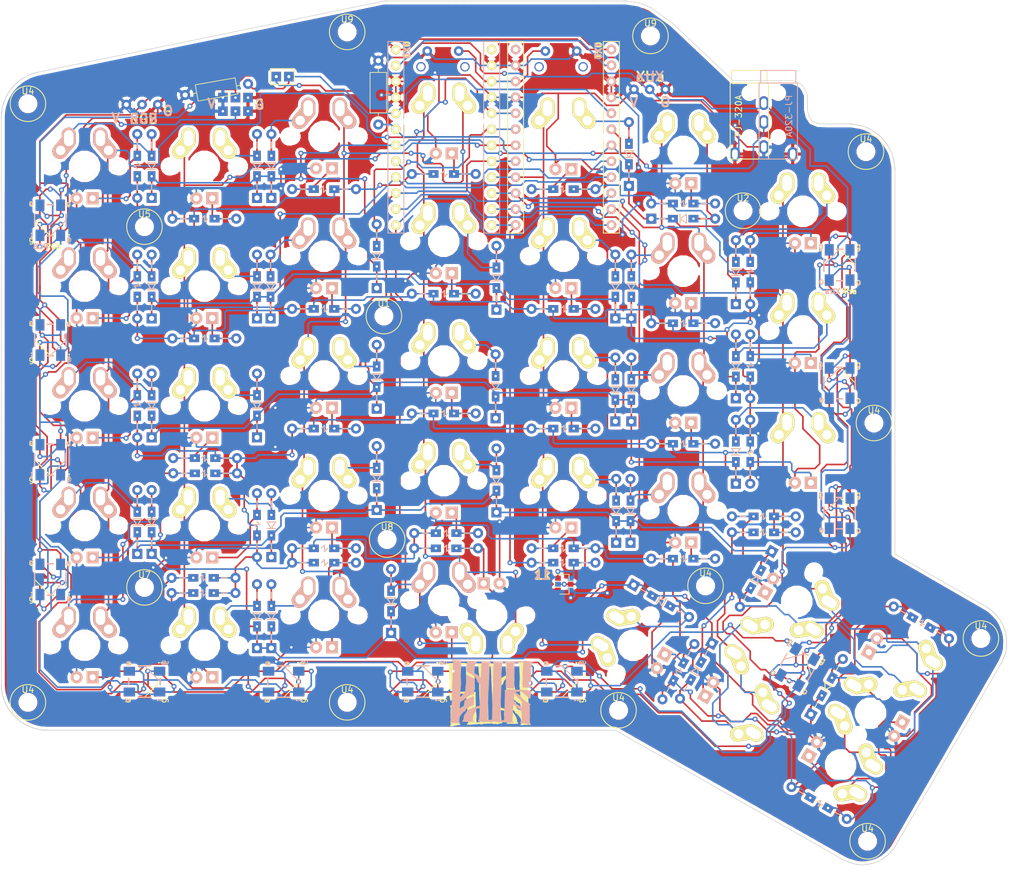
<source format=kicad_pcb>
(kicad_pcb (version 4) (host pcbnew 4.0.7)
  (title_block (title "ErgoDash Rev1.0") (date 2018-06-07) (rev 2.0) (company Omkbd))
  (layers (0 F.Cu signal) (31 B.Cu signal) (34 B.Paste user hide) (35 F.Paste user hide) (36 B.SilkS user) (37 F.SilkS user) (38 B.Mask user) (39 F.Mask user) (44 Edge.Cuts user))
  (net 0 "")
  (net 1 /row0)
  (net 2 "Net-(D1-Pad2)")
  (net 3 /row1)
  (net 4 "Net-(D2-Pad2)")
  (net 5 /row2)
  (net 6 "Net-(D3-Pad2)")
  (net 7 /row3)
  (net 8 "Net-(D4-Pad2)")
  (net 9 "Net-(D5-Pad2)")
  (net 10 "Net-(D6-Pad2)")
  (net 11 "Net-(D7-Pad2)")
  (net 12 "Net-(D8-Pad2)")
  (net 13 "Net-(D9-Pad2)")
  (net 14 "Net-(D10-Pad2)")
  (net 15 "Net-(D11-Pad2)")
  (net 16 "Net-(D12-Pad2)")
  (net 17 "Net-(D13-Pad2)")
  (net 18 "Net-(D14-Pad2)")
  (net 19 "Net-(D15-Pad2)")
  (net 20 "Net-(D16-Pad2)")
  (net 21 "Net-(D17-Pad2)")
  (net 22 "Net-(D18-Pad2)")
  (net 23 "Net-(D19-Pad2)")
  (net 24 "Net-(D20-Pad2)")
  (net 25 "Net-(D21-Pad2)")
  (net 26 "Net-(D22-Pad2)")
  (net 27 "Net-(D23-Pad2)")
  (net 28 "Net-(D24-Pad2)")
  (net 29 "Net-(D25-Pad2)")
  (net 30 "Net-(D26-Pad2)")
  (net 31 "Net-(D27-Pad2)")
  (net 32 "Net-(D28-Pad2)")
  (net 33 /xtradata)
  (net 34 GND)
  (net 35 /sda/uart)
  (net 36 VCC)
  (net 37 /scl)
  (net 38 /col0)
  (net 39 /col1)
  (net 40 /col2)
  (net 41 /col3)
  (net 42 /col4)
  (net 43 /col5)
  (net 44 /col6)
  (net 45 "Net-(U3-Pad24)")
  (net 46 /rst)
  (net 47 "Net-(D29-Pad2)")
  (net 48 /row4)
  (net 49 "Net-(D30-Pad2)")
  (net 50 "Net-(D31-Pad2)")
  (net 51 "Net-(D32-Pad2)")
  (net 52 "Net-(D33-Pad2)")
  (net 53 "Net-(D34-Pad2)")
  (net 54 /RBG)
  (net 55 /RX)
  (net 56 "Net-(U6-Pad24)")
  (net 57 "Net-(LED10-Pad4)")
  (net 58 "Net-(LED10-Pad2)")
  (net 59 "Net-(J4-Pad2)")
  (net 60 "Net-(J5-Pad2)")
  (net 61 "Net-(LED1-Pad4)")
  (net 62 "Net-(LED2-Pad4)")
  (net 63 "Net-(LED3-Pad4)")
  (net 64 "Net-(LED4-Pad4)")
  (net 65 "Net-(LED5-Pad4)")
  (net 66 "Net-(LED6-Pad4)")
  (net 67 "Net-(LED7-Pad4)")
  (net 68 "Net-(LED8-Pad4)")
  (net 69 "Net-(LED11-Pad4)")
  (net 70 "Net-(D35-Pad1)")
  (net 71 "Net-(D36-Pad1)")
  (net 72 "Net-(D37-Pad1)")
  (net 73 "Net-(D38-Pad1)")
  (net 74 "Net-(D39-Pad1)")
  (net 75 "Net-(D40-Pad1)")
  (net 76 "Net-(D41-Pad1)")
  (net 77 "Net-(D42-Pad1)")
  (net 78 "Net-(D43-Pad1)")
  (net 79 "Net-(D44-Pad1)")
  (net 80 "Net-(D45-Pad1)")
  (net 81 "Net-(D46-Pad1)")
  (net 82 "Net-(D47-Pad1)")
  (net 83 "Net-(D48-Pad1)")
  (net 84 "Net-(D49-Pad1)")
  (net 85 "Net-(D50-Pad1)")
  (net 86 "Net-(D51-Pad1)")
  (net 87 "Net-(D52-Pad1)")
  (net 88 "Net-(D53-Pad1)")
  (net 89 "Net-(D54-Pad1)")
  (net 90 "Net-(D55-Pad1)")
  (net 91 "Net-(D56-Pad1)")
  (net 92 "Net-(D57-Pad1)")
  (net 93 "Net-(D58-Pad1)")
  (net 94 "Net-(D59-Pad1)")
  (net 95 "Net-(D60-Pad1)")
  (net 96 "Net-(D61-Pad1)")
  (net 97 "Net-(D62-Pad1)")
  (net 98 "Net-(D63-Pad1)")
  (net 99 "Net-(D64-Pad1)")
  (net 100 "Net-(D65-Pad1)")
  (net 101 "Net-(D66-Pad1)")
  (net 102 "Net-(Q1-Pad1)")
  (net 103 "Net-(Q1-Pad3)")
  (net 104 /Backlight)
  (net 105 /Audio)
  (net 106 "Net-(D68-Pad2)")
  (net 107 "Net-(D69-Pad1)")
  (net 108 "Net-(D70-Pad1)")
  (net 109 "Net-(D71-Pad1)")
  (net 110 "Net-(D72-Pad1)")
  (module lib:hole (layer F.Cu) (at 177.038 37.211)
    (fp_text reference U9 (at 0 -2) (layer F.SilkS))
    (fp_text value HOLE)
    (pad "" np_thru_hole circle (at 0 0) (size 2 2) (drill 2) (layers *.Cu *.Mask) (clearance 0.1524))
  )
  (module lib:hole (layer F.Cu) (at 77.978 48.006)
    (fp_text reference U4 (at 0 -2) (layer F.SilkS))
    (fp_text value HOLE)
    (pad "" np_thru_hole circle (at 0 0) (size 2 2) (drill 2) (layers *.Cu *.Mask) (clearance 0.1524))
  )
  (module lib:hole (layer F.Cu) (at 211.328 55.626)
    (fp_text reference U4 (at 0 -2) (layer F.SilkS))
    (fp_text value HOLE)
    (pad "" np_thru_hole circle (at 0 0) (size 2 2) (drill 2) (layers *.Cu *.Mask) (clearance 0.1524))
  )
  (module lib:hole (layer F.Cu) (at 77.978 143.256)
    (fp_text reference U4 (at 0 -2) (layer F.SilkS))
    (fp_text value HOLE)
    (pad "" np_thru_hole circle (at 0 0) (size 2 2) (drill 2) (layers *.Cu *.Mask) (clearance 0.1524))
  )
  (module lib:hole (layer F.Cu) (at 128.778 143.256)
    (fp_text reference U4 (at 0 -2) (layer F.SilkS))
    (fp_text value HOLE)
    (pad "" np_thru_hole circle (at 0 0) (size 2 2) (drill 2) (layers *.Cu *.Mask) (clearance 0.1524))
  )
  (module lib:hole (layer F.Cu) (at 171.958 144.526)
    (fp_text reference U4 (at 0 -2) (layer F.SilkS))
    (fp_text value HOLE)
    (pad "" np_thru_hole circle (at 0 0) (size 2 2) (drill 2) (layers *.Cu *.Mask) (clearance 0.1524))
  )
  (module lib:hole (layer F.Cu) (at 212.598 98.806)
    (fp_text reference U4 (at 0 -2) (layer F.SilkS))
    (fp_text value HOLE)
    (pad "" np_thru_hole circle (at 0 0) (size 2 2) (drill 2) (layers *.Cu *.Mask) (clearance 0.1524))
  )
  (module lib:hole (layer F.Cu) (at 211.582 165.354)
    (fp_text reference U4 (at 0 -2) (layer F.SilkS))
    (fp_text value HOLE)
    (pad "" np_thru_hole circle (at 0 0) (size 2 2) (drill 2) (layers *.Cu *.Mask) (clearance 0.1524))
  )
  (module lib:hole (layer F.Cu) (at 229.616 133.096)
    (fp_text reference U4 (at 0 -2) (layer F.SilkS))
    (fp_text value HOLE)
    (pad "" np_thru_hole circle (at 0 0) (size 2 2) (drill 2) (layers *.Cu *.Mask) (clearance 0.1524))
  )
  (module library:MX_ALPS (layer B.Cu) (at 144.145 127.03175 180)
    (fp_text reference SW33 hide)
    (fp_text value SW_PUSH hide)
    (pad "" np_thru_hole circle (at 0 0 90) (size 4 4) (drill 4) (layers *.Cu *.Mask B.SilkS))
    (pad "" np_thru_hole circle (at -5.5 0 90) (size 1.9 1.9) (drill 1.9) (layers *.Cu *.Mask B.SilkS))
    (pad "" np_thru_hole circle (at 5.5 0 90) (size 1.9 1.9) (drill 1.9) (layers *.Cu *.Mask B.SilkS))
    (pad 1 thru_hole oval (at -3.81 2.54 130) (size 4.2 2.4) (drill 1.5 (offset 0.7 0)) (layers *.Cu *.Mask B.SilkS) (net 41 /col3))
    (pad 2 thru_hole oval (at 3.81 2.54 230) (size 4.2 2.4) (drill 1.5 (offset -0.7 0)) (layers *.Cu *.Mask B.SilkS) (net 51 "Net-(D32-Pad2)"))
    (pad 2 thru_hole oval (at 2.52 4.5 180) (size 2.3 3.337) (drill oval 1.513 2.55) (layers *.Cu *.Mask B.SilkS) (net 51 "Net-(D32-Pad2)"))
    (pad 1 thru_hole oval (at -2.52 4.5 180) (size 2.3 3.337) (drill oval 1.513 2.55) (layers *.Cu *.Mask B.SilkS) (net 41 /col3))
    (pad "" np_thru_hole circle (at 5.08 0 180) (size 1.7 1.7) (drill 1.7) (layers *.Cu *.Mask B.SilkS))
    (pad "" np_thru_hole circle (at -5.08 0 180) (size 1.7 1.7) (drill 1.7) (layers *.Cu *.Mask B.SilkS))
  )
  (module library:MX_ALPS (layer F.Cu) (at 125.095 110.363)
    (fp_text reference SW12 hide)
    (fp_text value SW_PUSH hide)
    (pad "" np_thru_hole circle (at 0 0 90) (size 4 4) (drill 4) (layers *.Cu *.Mask F.SilkS))
    (pad "" np_thru_hole circle (at -5.5 0 90) (size 1.9 1.9) (drill 1.9) (layers *.Cu *.Mask F.SilkS))
    (pad "" np_thru_hole circle (at 5.5 0 90) (size 1.9 1.9) (drill 1.9) (layers *.Cu *.Mask F.SilkS))
    (pad 1 thru_hole oval (at -3.81 -2.54 50) (size 4.2 2.4) (drill 1.5 (offset 0.7 0)) (layers *.Cu *.Mask F.SilkS) (net 40 /col2))
    (pad 2 thru_hole oval (at 3.81 -2.54 310) (size 4.2 2.4) (drill 1.5 (offset -0.7 0)) (layers *.Cu *.Mask F.SilkS) (net 16 "Net-(D12-Pad2)"))
    (pad 2 thru_hole oval (at 2.52 -4.5) (size 2.3 3.337) (drill oval 1.513 2.55) (layers *.Cu *.Mask F.SilkS) (net 16 "Net-(D12-Pad2)"))
    (pad 1 thru_hole oval (at -2.52 -4.5) (size 2.3 3.337) (drill oval 1.513 2.55) (layers *.Cu *.Mask F.SilkS) (net 40 /col2))
    (pad "" np_thru_hole circle (at 5.08 0) (size 1.7 1.7) (drill 1.7) (layers *.Cu *.Mask F.SilkS))
    (pad "" np_thru_hole circle (at -5.08 0) (size 1.7 1.7) (drill 1.7) (layers *.Cu *.Mask F.SilkS))
  )
  (module library:MX_ALPS (layer F.Cu) (at 125.095 91.313)
    (fp_text reference SW11 hide)
    (fp_text value SW_PUSH hide)
    (pad "" np_thru_hole circle (at 0 0 90) (size 4 4) (drill 4) (layers *.Cu *.Mask F.SilkS))
    (pad "" np_thru_hole circle (at -5.5 0 90) (size 1.9 1.9) (drill 1.9) (layers *.Cu *.Mask F.SilkS))
    (pad "" np_thru_hole circle (at 5.5 0 90) (size 1.9 1.9) (drill 1.9) (layers *.Cu *.Mask F.SilkS))
    (pad 1 thru_hole oval (at -3.81 -2.54 50) (size 4.2 2.4) (drill 1.5 (offset 0.7 0)) (layers *.Cu *.Mask F.SilkS) (net 40 /col2))
    (pad 2 thru_hole oval (at 3.81 -2.54 310) (size 4.2 2.4) (drill 1.5 (offset -0.7 0)) (layers *.Cu *.Mask F.SilkS) (net 15 "Net-(D11-Pad2)"))
    (pad 2 thru_hole oval (at 2.52 -4.5) (size 2.3 3.337) (drill oval 1.513 2.55) (layers *.Cu *.Mask F.SilkS) (net 15 "Net-(D11-Pad2)"))
    (pad 1 thru_hole oval (at -2.52 -4.5) (size 2.3 3.337) (drill oval 1.513 2.55) (layers *.Cu *.Mask F.SilkS) (net 40 /col2))
    (pad "" np_thru_hole circle (at 5.08 0) (size 1.7 1.7) (drill 1.7) (layers *.Cu *.Mask F.SilkS))
    (pad "" np_thru_hole circle (at -5.08 0) (size 1.7 1.7) (drill 1.7) (layers *.Cu *.Mask F.SilkS))
  )
  (module library:MX_ALPS (layer B.Cu) (at 86.995 115.1255 180)
    (fp_text reference SW4 hide)
    (fp_text value SW_PUSH hide)
    (pad "" np_thru_hole circle (at 0 0 90) (size 4 4) (drill 4) (layers *.Cu *.Mask B.SilkS))
    (pad "" np_thru_hole circle (at -5.5 0 90) (size 1.9 1.9) (drill 1.9) (layers *.Cu *.Mask B.SilkS))
    (pad "" np_thru_hole circle (at 5.5 0 90) (size 1.9 1.9) (drill 1.9) (layers *.Cu *.Mask B.SilkS))
    (pad 1 thru_hole oval (at -3.81 2.54 130) (size 4.2 2.4) (drill 1.5 (offset 0.7 0)) (layers *.Cu *.Mask B.SilkS) (net 38 /col0))
    (pad 2 thru_hole oval (at 3.81 2.54 230) (size 4.2 2.4) (drill 1.5 (offset -0.7 0)) (layers *.Cu *.Mask B.SilkS) (net 8 "Net-(D4-Pad2)"))
    (pad 2 thru_hole oval (at 2.52 4.5 180) (size 2.3 3.337) (drill oval 1.513 2.55) (layers *.Cu *.Mask B.SilkS) (net 8 "Net-(D4-Pad2)"))
    (pad 1 thru_hole oval (at -2.52 4.5 180) (size 2.3 3.337) (drill oval 1.513 2.55) (layers *.Cu *.Mask B.SilkS) (net 38 /col0))
    (pad "" np_thru_hole circle (at 5.08 0 180) (size 1.7 1.7) (drill 1.7) (layers *.Cu *.Mask B.SilkS))
    (pad "" np_thru_hole circle (at -5.08 0 180) (size 1.7 1.7) (drill 1.7) (layers *.Cu *.Mask B.SilkS))
  )
  (module library:MX_ALPS (layer B.Cu) (at 86.995 57.9755 180)
    (fp_text reference SW1 hide)
    (fp_text value SW_PUSH hide)
    (pad "" np_thru_hole circle (at 0 0 90) (size 4 4) (drill 4) (layers *.Cu *.Mask B.SilkS))
    (pad "" np_thru_hole circle (at -5.5 0 90) (size 1.9 1.9) (drill 1.9) (layers *.Cu *.Mask B.SilkS))
    (pad "" np_thru_hole circle (at 5.5 0 90) (size 1.9 1.9) (drill 1.9) (layers *.Cu *.Mask B.SilkS))
    (pad 1 thru_hole oval (at -3.81 2.54 130) (size 4.2 2.4) (drill 1.5 (offset 0.7 0)) (layers *.Cu *.Mask B.SilkS) (net 38 /col0))
    (pad 2 thru_hole oval (at 3.81 2.54 230) (size 4.2 2.4) (drill 1.5 (offset -0.7 0)) (layers *.Cu *.Mask B.SilkS) (net 2 "Net-(D1-Pad2)"))
    (pad 2 thru_hole oval (at 2.52 4.5 180) (size 2.3 3.337) (drill oval 1.513 2.55) (layers *.Cu *.Mask B.SilkS) (net 2 "Net-(D1-Pad2)"))
    (pad 1 thru_hole oval (at -2.52 4.5 180) (size 2.3 3.337) (drill oval 1.513 2.55) (layers *.Cu *.Mask B.SilkS) (net 38 /col0))
    (pad "" np_thru_hole circle (at 5.08 0 180) (size 1.7 1.7) (drill 1.7) (layers *.Cu *.Mask B.SilkS))
    (pad "" np_thru_hole circle (at -5.08 0 180) (size 1.7 1.7) (drill 1.7) (layers *.Cu *.Mask B.SilkS))
  )
  (module library:MX_ALPS (layer F.Cu) (at 182.245 55.59425)
    (fp_text reference SW21 hide)
    (fp_text value SW_PUSH hide)
    (pad "" np_thru_hole circle (at 0 0 90) (size 4 4) (drill 4) (layers *.Cu *.Mask F.SilkS))
    (pad "" np_thru_hole circle (at -5.5 0 90) (size 1.9 1.9) (drill 1.9) (layers *.Cu *.Mask F.SilkS))
    (pad "" np_thru_hole circle (at 5.5 0 90) (size 1.9 1.9) (drill 1.9) (layers *.Cu *.Mask F.SilkS))
    (pad 1 thru_hole oval (at -3.81 -2.54 50) (size 4.2 2.4) (drill 1.5 (offset 0.7 0)) (layers *.Cu *.Mask F.SilkS) (net 43 /col5))
    (pad 2 thru_hole oval (at 3.81 -2.54 310) (size 4.2 2.4) (drill 1.5 (offset -0.7 0)) (layers *.Cu *.Mask F.SilkS) (net 25 "Net-(D21-Pad2)"))
    (pad 2 thru_hole oval (at 2.52 -4.5) (size 2.3 3.337) (drill oval 1.513 2.55) (layers *.Cu *.Mask F.SilkS) (net 25 "Net-(D21-Pad2)"))
    (pad 1 thru_hole oval (at -2.52 -4.5) (size 2.3 3.337) (drill oval 1.513 2.55) (layers *.Cu *.Mask F.SilkS) (net 43 /col5))
    (pad "" np_thru_hole circle (at 5.08 0) (size 1.7 1.7) (drill 1.7) (layers *.Cu *.Mask F.SilkS))
    (pad "" np_thru_hole circle (at -5.08 0) (size 1.7 1.7) (drill 1.7) (layers *.Cu *.Mask F.SilkS))
  )
  (module library:ProMicro_rev (layer B.Cu) (at 163.195 53.34 180)
    (fp_text reference U6 hide)
    (fp_text value ProMicro hide)
    (pad 1 thru_hole circle (at -7.62 13.97 180) (size 1.524 1.524) (drill 0.8128) (layers *.Cu *.Mask B.SilkS) (net 54 /RBG))
    (pad 2 thru_hole circle (at -7.62 11.43 180) (size 1.524 1.524) (drill 0.8128) (layers *.Cu *.Mask B.SilkS) (net 55 /RX))
    (pad 3 thru_hole circle (at -7.62 8.89 180) (size 1.524 1.524) (drill 0.8128) (layers *.Cu *.Mask B.SilkS) (net 34 GND))
    (pad 4 thru_hole circle (at -7.62 6.35 180) (size 1.524 1.524) (drill 0.8128) (layers *.Cu *.Mask B.SilkS) (net 34 GND))
    (pad 5 thru_hole circle (at -7.62 3.81 180) (size 1.524 1.524) (drill 0.8128) (layers *.Cu *.Mask B.SilkS) (net 37 /scl))
    (pad 6 thru_hole circle (at -7.62 1.27 180) (size 1.524 1.524) (drill 0.8128) (layers *.Cu *.Mask B.SilkS) (net 35 /sda/uart))
    (pad 7 thru_hole circle (at -7.62 -1.27 180) (size 1.524 1.524) (drill 0.8128) (layers *.Cu *.Mask B.SilkS) (net 1 /row0))
    (pad 8 thru_hole circle (at -7.62 -3.81 180) (size 1.524 1.524) (drill 0.8128) (layers *.Cu *.Mask B.SilkS) (net 105 /Audio))
    (pad 9 thru_hole circle (at -7.62 -6.35 180) (size 1.524 1.524) (drill 0.8128) (layers *.Cu *.Mask B.SilkS) (net 3 /row1))
    (pad 10 thru_hole circle (at -7.62 -8.89 180) (size 1.524 1.524) (drill 0.8128) (layers *.Cu *.Mask B.SilkS) (net 5 /row2))
    (pad 11 thru_hole circle (at -7.62 -11.43 180) (size 1.524 1.524) (drill 0.8128) (layers *.Cu *.Mask B.SilkS) (net 7 /row3))
    (pad 12 thru_hole circle (at -7.62 -13.97 180) (size 1.524 1.524) (drill 0.8128) (layers *.Cu *.Mask B.SilkS) (net 48 /row4))
    (pad 13 thru_hole circle (at 7.62 -13.97 180) (size 1.524 1.524) (drill 0.8128) (layers *.Cu *.Mask B.SilkS) (net 104 /Backlight))
    (pad 14 thru_hole circle (at 7.62 -11.43 180) (size 1.524 1.524) (drill 0.8128) (layers *.Cu *.Mask B.SilkS) (net 44 /col6))
    (pad 15 thru_hole circle (at 7.62 -8.89 180) (size 1.524 1.524) (drill 0.8128) (layers *.Cu *.Mask B.SilkS) (net 43 /col5))
    (pad 16 thru_hole circle (at 7.62 -6.35 180) (size 1.524 1.524) (drill 0.8128) (layers *.Cu *.Mask B.SilkS) (net 42 /col4))
    (pad 17 thru_hole circle (at 7.62 -3.81 180) (size 1.524 1.524) (drill 0.8128) (layers *.Cu *.Mask B.SilkS) (net 41 /col3))
    (pad 18 thru_hole circle (at 7.62 -1.27 180) (size 1.524 1.524) (drill 0.8128) (layers *.Cu *.Mask B.SilkS) (net 40 /col2))
    (pad 19 thru_hole circle (at 7.62 1.27 180) (size 1.524 1.524) (drill 0.8128) (layers *.Cu *.Mask B.SilkS) (net 39 /col1))
    (pad 20 thru_hole circle (at 7.62 3.81 180) (size 1.524 1.524) (drill 0.8128) (layers *.Cu *.Mask B.SilkS) (net 38 /col0))
    (pad 21 thru_hole circle (at 7.62 6.35 180) (size 1.524 1.524) (drill 0.8128) (layers *.Cu *.Mask B.SilkS) (net 36 VCC))
    (pad 22 thru_hole circle (at 7.62 8.89 180) (size 1.524 1.524) (drill 0.8128) (layers *.Cu *.Mask B.SilkS) (net 46 /rst))
    (pad 23 thru_hole circle (at 7.62 11.43 180) (size 1.524 1.524) (drill 0.8128) (layers *.Cu *.Mask B.SilkS) (net 34 GND))
    (pad 24 thru_hole circle (at 7.62 13.97 180) (size 1.524 1.524) (drill 0.8128) (layers *.Cu *.Mask B.SilkS) (net 56 "Net-(U6-Pad24)"))
  )
  (module Resistors_THT:R_Axial_DIN0207_L6.3mm_D2.5mm_P10.16mm_Horizontal (layer F.Cu) (at 102.997 46.609 10)
    (fp_text reference R1 hide)
    (fp_text value R)
    (pad 1 thru_hole circle (at 0 0 10) (size 1.6 1.6) (drill 0.8) (layers *.Cu *.Mask) (net 36 VCC))
    (pad 2 thru_hole oval (at 10.16 0 10) (size 1.6 1.6) (drill 0.8) (layers *.Cu *.Mask) (net 37 /scl))
  )
  (module Resistors_THT:R_Axial_DIN0207_L6.3mm_D2.5mm_P10.16mm_Horizontal (layer F.Cu) (at 133.731 41.148 270)
    (fp_text reference R2 hide)
    (fp_text value R)
    (pad 1 thru_hole circle (at 0 0 270) (size 1.6 1.6) (drill 0.8) (layers *.Cu *.Mask) (net 36 VCC))
    (pad 2 thru_hole oval (at 10.16 0 270) (size 1.6 1.6) (drill 0.8) (layers *.Cu *.Mask) (net 35 /sda/uart))
  )
  (module library:jumper_smd_2dub (layer F.Cu) (at 118.491 43.688)
    (fp_text reference W1 hide)
    (fp_text value jumper_smd)
    (pad 2 thru_hole rect (at 1 0) (size 1.524 1.524) (drill 0.5) (layers *.Cu *.Mask) (net 37 /scl))
    (pad 1 thru_hole rect (at -1 0) (size 1.524 1.524) (drill 0.5) (layers *.Cu *.Mask) (net 33 /xtradata))
  )
  (module library:tact_switch2 (layer F.Cu) (at 162.814 39.624)
    (fp_text reference SW29 hide)
    (fp_text value SW_Push)
    (pad 1 thru_hole circle (at -2.5 0) (size 1.524 1.524) (drill 0.762) (layers *.Cu *.Mask) (net 46 /rst))
    (pad 2 thru_hole circle (at 2.5 0) (size 1.524 1.524) (drill 0.762) (layers *.Cu *.Mask) (net 34 GND))
    (pad 3 thru_hole circle (at -3.5 2.5) (size 1.5 1.5) (drill 1.1) (layers *.Cu *.Mask))
    (pad 3 thru_hole circle (at 3.5 2.5) (size 1.5 1.5) (drill 1.1) (layers *.Cu *.Mask))
  )
  (module library:conn3 (layer F.Cu) (at 96.139 48.133)
    (fp_text reference J2 hide)
    (fp_text value Conn_01x03)
    (pad 2 thru_hole circle (at 0 0) (size 1.524 1.524) (drill 0.762) (layers *.Cu *.Mask) (net 54 /RBG))
    (pad 1 thru_hole circle (at -2.5 0) (size 1.524 1.524) (drill 0.762) (layers *.Cu *.Mask) (net 36 VCC))
    (pad 3 thru_hole circle (at 2.5 0) (size 1.524 1.524) (drill 0.762) (layers *.Cu *.Mask) (net 34 GND))
  )
  (module library:conn3 (layer F.Cu) (at 176.911 45.72)
    (fp_text reference J3)
    (fp_text value Conn_01x03)
    (pad 2 thru_hole circle (at 0 0) (size 1.524 1.524) (drill 0.762) (layers *.Cu *.Mask) (net 33 /xtradata))
    (pad 1 thru_hole circle (at -2.5 0) (size 1.524 1.524) (drill 0.762) (layers *.Cu *.Mask) (net 36 VCC))
    (pad 3 thru_hole circle (at 2.5 0) (size 1.524 1.524) (drill 0.762) (layers *.Cu *.Mask) (net 34 GND))
  )
  (module library:tact_switch2 (layer B.Cu) (at 144.018 39.624 180)
    (fp_text reference SW37 hide)
    (fp_text value SW_Push)
    (pad 1 thru_hole circle (at -2.5 0 180) (size 1.524 1.524) (drill 0.762) (layers *.Cu *.Mask) (net 46 /rst))
    (pad 2 thru_hole circle (at 2.5 0 180) (size 1.524 1.524) (drill 0.762) (layers *.Cu *.Mask) (net 34 GND))
    (pad 3 thru_hole circle (at -3.5 -2.5 180) (size 1.5 1.5) (drill 1.1) (layers *.Cu *.Mask))
    (pad 3 thru_hole circle (at 3.5 -2.5 180) (size 1.5 1.5) (drill 1.1) (layers *.Cu *.Mask))
  )
  (module library:Resistors_SMD_THT (layer F.Cu) (at 95.377 52.832 270)
    (fp_text reference R3 hide)
    (fp_text value R)
    (pad 2 thru_hole rect (at 6.71 0 270) (size 1.6 1.2) (drill 0.4) (layers *.Cu *.Mask) (net 103 "Net-(Q1-Pad3)"))
    (pad 1 thru_hole circle (at 0 0 270) (size 1.6 1.6) (drill 0.8) (layers *.Cu *.Mask) (net 70 "Net-(D35-Pad1)"))
    (pad 2 thru_hole oval (at 10.16 0 270) (size 1.6 1.6) (drill 0.8) (layers *.Cu *.Mask) (net 103 "Net-(Q1-Pad3)"))
    (pad 1 thru_hole rect (at 3.45 0 270) (size 1.6 1.2) (drill 0.4) (layers *.Cu *.Mask) (net 70 "Net-(D35-Pad1)"))
  )
  (module library:Resistors_SMD_THT (layer F.Cu) (at 111.125 66.294 180)
    (fp_text reference R4 hide)
    (fp_text value R)
    (pad 2 thru_hole rect (at 6.71 0 180) (size 1.6 1.2) (drill 0.4) (layers *.Cu *.Mask) (net 103 "Net-(Q1-Pad3)"))
    (pad 1 thru_hole circle (at 0 0 180) (size 1.6 1.6) (drill 0.8) (layers *.Cu *.Mask) (net 71 "Net-(D36-Pad1)"))
    (pad 2 thru_hole oval (at 10.16 0 180) (size 1.6 1.6) (drill 0.8) (layers *.Cu *.Mask) (net 103 "Net-(Q1-Pad3)"))
    (pad 1 thru_hole rect (at 3.45 0 180) (size 1.6 1.2) (drill 0.4) (layers *.Cu *.Mask) (net 71 "Net-(D36-Pad1)"))
  )
  (module library:Resistors_SMD_THT (layer F.Cu) (at 120.015 61.595)
    (fp_text reference R5 hide)
    (fp_text value R)
    (pad 2 thru_hole rect (at 6.71 0) (size 1.6 1.2) (drill 0.4) (layers *.Cu *.Mask) (net 103 "Net-(Q1-Pad3)"))
    (pad 1 thru_hole circle (at 0 0) (size 1.6 1.6) (drill 0.8) (layers *.Cu *.Mask) (net 72 "Net-(D37-Pad1)"))
    (pad 2 thru_hole oval (at 10.16 0) (size 1.6 1.6) (drill 0.8) (layers *.Cu *.Mask) (net 103 "Net-(Q1-Pad3)"))
    (pad 1 thru_hole rect (at 3.45 0) (size 1.6 1.2) (drill 0.4) (layers *.Cu *.Mask) (net 72 "Net-(D37-Pad1)"))
  )
  (module library:Resistors_SMD_THT (layer F.Cu) (at 149.225 59.182 180)
    (fp_text reference R6 hide)
    (fp_text value R)
    (pad 2 thru_hole rect (at 6.71 0 180) (size 1.6 1.2) (drill 0.4) (layers *.Cu *.Mask) (net 103 "Net-(Q1-Pad3)"))
    (pad 1 thru_hole circle (at 0 0 180) (size 1.6 1.6) (drill 0.8) (layers *.Cu *.Mask) (net 73 "Net-(D38-Pad1)"))
    (pad 2 thru_hole oval (at 10.16 0 180) (size 1.6 1.6) (drill 0.8) (layers *.Cu *.Mask) (net 103 "Net-(Q1-Pad3)"))
    (pad 1 thru_hole rect (at 3.45 0 180) (size 1.6 1.2) (drill 0.4) (layers *.Cu *.Mask) (net 73 "Net-(D38-Pad1)"))
  )
  (module library:Resistors_SMD_THT (layer F.Cu) (at 158.115 61.595)
    (fp_text reference R7 hide)
    (fp_text value R)
    (pad 2 thru_hole rect (at 6.71 0) (size 1.6 1.2) (drill 0.4) (layers *.Cu *.Mask) (net 103 "Net-(Q1-Pad3)"))
    (pad 1 thru_hole circle (at 0 0) (size 1.6 1.6) (drill 0.8) (layers *.Cu *.Mask) (net 74 "Net-(D39-Pad1)"))
    (pad 2 thru_hole oval (at 10.16 0) (size 1.6 1.6) (drill 0.8) (layers *.Cu *.Mask) (net 103 "Net-(Q1-Pad3)"))
    (pad 1 thru_hole rect (at 3.45 0) (size 1.6 1.2) (drill 0.4) (layers *.Cu *.Mask) (net 74 "Net-(D39-Pad1)"))
  )
  (module library:Resistors_SMD_THT (layer F.Cu) (at 187.325 63.881 180)
    (fp_text reference R8 hide)
    (fp_text value R)
    (pad 2 thru_hole rect (at 6.71 0 180) (size 1.6 1.2) (drill 0.4) (layers *.Cu *.Mask) (net 103 "Net-(Q1-Pad3)"))
    (pad 1 thru_hole circle (at 0 0 180) (size 1.6 1.6) (drill 0.8) (layers *.Cu *.Mask) (net 75 "Net-(D40-Pad1)"))
    (pad 2 thru_hole oval (at 10.16 0 180) (size 1.6 1.6) (drill 0.8) (layers *.Cu *.Mask) (net 103 "Net-(Q1-Pad3)"))
    (pad 1 thru_hole rect (at 3.45 0 180) (size 1.6 1.2) (drill 0.4) (layers *.Cu *.Mask) (net 75 "Net-(D40-Pad1)"))
  )
  (module library:Resistors_SMD_THT (layer F.Cu) (at 192.913 69.723 270)
    (fp_text reference R9 hide)
    (fp_text value R)
    (pad 2 thru_hole rect (at 6.71 0 270) (size 1.6 1.2) (drill 0.4) (layers *.Cu *.Mask) (net 103 "Net-(Q1-Pad3)"))
    (pad 1 thru_hole circle (at 0 0 270) (size 1.6 1.6) (drill 0.8) (layers *.Cu *.Mask) (net 76 "Net-(D41-Pad1)"))
    (pad 2 thru_hole oval (at 10.16 0 270) (size 1.6 1.6) (drill 0.8) (layers *.Cu *.Mask) (net 103 "Net-(Q1-Pad3)"))
    (pad 1 thru_hole rect (at 3.45 0 270) (size 1.6 1.2) (drill 0.4) (layers *.Cu *.Mask) (net 76 "Net-(D41-Pad1)"))
  )
  (module library:Resistors_SMD_THT (layer F.Cu) (at 95.377 72.009 270)
    (fp_text reference R10 hide)
    (fp_text value R)
    (pad 2 thru_hole rect (at 6.71 0 270) (size 1.6 1.2) (drill 0.4) (layers *.Cu *.Mask) (net 103 "Net-(Q1-Pad3)"))
    (pad 1 thru_hole circle (at 0 0 270) (size 1.6 1.6) (drill 0.8) (layers *.Cu *.Mask) (net 77 "Net-(D42-Pad1)"))
    (pad 2 thru_hole oval (at 10.16 0 270) (size 1.6 1.6) (drill 0.8) (layers *.Cu *.Mask) (net 103 "Net-(Q1-Pad3)"))
    (pad 1 thru_hole rect (at 3.45 0 270) (size 1.6 1.2) (drill 0.4) (layers *.Cu *.Mask) (net 77 "Net-(D42-Pad1)"))
  )
  (module library:Resistors_SMD_THT (layer F.Cu) (at 111.125 85.344 180)
    (fp_text reference R11 hide)
    (fp_text value R)
    (pad 2 thru_hole rect (at 6.71 0 180) (size 1.6 1.2) (drill 0.4) (layers *.Cu *.Mask) (net 103 "Net-(Q1-Pad3)"))
    (pad 1 thru_hole circle (at 0 0 180) (size 1.6 1.6) (drill 0.8) (layers *.Cu *.Mask) (net 78 "Net-(D43-Pad1)"))
    (pad 2 thru_hole oval (at 10.16 0 180) (size 1.6 1.6) (drill 0.8) (layers *.Cu *.Mask) (net 103 "Net-(Q1-Pad3)"))
    (pad 1 thru_hole rect (at 3.45 0 180) (size 1.6 1.2) (drill 0.4) (layers *.Cu *.Mask) (net 78 "Net-(D43-Pad1)"))
  )
  (module library:Resistors_SMD_THT (layer F.Cu) (at 130.175 80.645 180)
    (fp_text reference R12 hide)
    (fp_text value R)
    (pad 2 thru_hole rect (at 6.71 0 180) (size 1.6 1.2) (drill 0.4) (layers *.Cu *.Mask) (net 103 "Net-(Q1-Pad3)"))
    (pad 1 thru_hole circle (at 0 0 180) (size 1.6 1.6) (drill 0.8) (layers *.Cu *.Mask) (net 79 "Net-(D44-Pad1)"))
    (pad 2 thru_hole oval (at 10.16 0 180) (size 1.6 1.6) (drill 0.8) (layers *.Cu *.Mask) (net 103 "Net-(Q1-Pad3)"))
    (pad 1 thru_hole rect (at 3.45 0 180) (size 1.6 1.2) (drill 0.4) (layers *.Cu *.Mask) (net 79 "Net-(D44-Pad1)"))
  )
  (module library:Resistors_SMD_THT (layer F.Cu) (at 158.115 121.031)
    (fp_text reference R13 hide)
    (fp_text value 1k)
    (pad 2 thru_hole rect (at 6.71 0) (size 1.6 1.2) (drill 0.4) (layers *.Cu *.Mask) (net 102 "Net-(Q1-Pad1)"))
    (pad 1 thru_hole circle (at 0 0) (size 1.6 1.6) (drill 0.8) (layers *.Cu *.Mask) (net 104 /Backlight))
    (pad 2 thru_hole oval (at 10.16 0) (size 1.6 1.6) (drill 0.8) (layers *.Cu *.Mask) (net 102 "Net-(Q1-Pad1)"))
    (pad 1 thru_hole rect (at 3.45 0) (size 1.6 1.2) (drill 0.4) (layers *.Cu *.Mask) (net 104 /Backlight))
  )
  (module library:Resistors_SMD_THT (layer F.Cu) (at 149.225 78.232 180)
    (fp_text reference R15 hide)
    (fp_text value R)
    (pad 2 thru_hole rect (at 6.71 0 180) (size 1.6 1.2) (drill 0.4) (layers *.Cu *.Mask) (net 103 "Net-(Q1-Pad3)"))
    (pad 1 thru_hole circle (at 0 0 180) (size 1.6 1.6) (drill 0.8) (layers *.Cu *.Mask) (net 80 "Net-(D45-Pad1)"))
    (pad 2 thru_hole oval (at 10.16 0 180) (size 1.6 1.6) (drill 0.8) (layers *.Cu *.Mask) (net 103 "Net-(Q1-Pad3)"))
    (pad 1 thru_hole rect (at 3.45 0 180) (size 1.6 1.2) (drill 0.4) (layers *.Cu *.Mask) (net 80 "Net-(D45-Pad1)"))
  )
  (module library:Resistors_SMD_THT (layer F.Cu) (at 168.275 80.645 180)
    (fp_text reference R16 hide)
    (fp_text value R)
    (pad 2 thru_hole rect (at 6.71 0 180) (size 1.6 1.2) (drill 0.4) (layers *.Cu *.Mask) (net 103 "Net-(Q1-Pad3)"))
    (pad 1 thru_hole circle (at 0 0 180) (size 1.6 1.6) (drill 0.8) (layers *.Cu *.Mask) (net 81 "Net-(D46-Pad1)"))
    (pad 2 thru_hole oval (at 10.16 0 180) (size 1.6 1.6) (drill 0.8) (layers *.Cu *.Mask) (net 103 "Net-(Q1-Pad3)"))
    (pad 1 thru_hole rect (at 3.45 0 180) (size 1.6 1.2) (drill 0.4) (layers *.Cu *.Mask) (net 81 "Net-(D46-Pad1)"))
  )
  (module library:Resistors_SMD_THT (layer F.Cu) (at 187.325 82.931 180)
    (fp_text reference R17 hide)
    (fp_text value R)
    (pad 2 thru_hole rect (at 6.71 0 180) (size 1.6 1.2) (drill 0.4) (layers *.Cu *.Mask) (net 103 "Net-(Q1-Pad3)"))
    (pad 1 thru_hole circle (at 0 0 180) (size 1.6 1.6) (drill 0.8) (layers *.Cu *.Mask) (net 82 "Net-(D47-Pad1)"))
    (pad 2 thru_hole oval (at 10.16 0 180) (size 1.6 1.6) (drill 0.8) (layers *.Cu *.Mask) (net 103 "Net-(Q1-Pad3)"))
    (pad 1 thru_hole rect (at 3.45 0 180) (size 1.6 1.2) (drill 0.4) (layers *.Cu *.Mask) (net 82 "Net-(D47-Pad1)"))
  )
  (module library:Resistors_SMD_THT (layer F.Cu) (at 192.913 84.709 270)
    (fp_text reference R18 hide)
    (fp_text value R)
    (pad 2 thru_hole rect (at 6.71 0 270) (size 1.6 1.2) (drill 0.4) (layers *.Cu *.Mask) (net 103 "Net-(Q1-Pad3)"))
    (pad 1 thru_hole circle (at 0 0 270) (size 1.6 1.6) (drill 0.8) (layers *.Cu *.Mask) (net 83 "Net-(D48-Pad1)"))
    (pad 2 thru_hole oval (at 10.16 0 270) (size 1.6 1.6) (drill 0.8) (layers *.Cu *.Mask) (net 103 "Net-(Q1-Pad3)"))
    (pad 1 thru_hole rect (at 3.45 0 270) (size 1.6 1.2) (drill 0.4) (layers *.Cu *.Mask) (net 83 "Net-(D48-Pad1)"))
  )
  (module library:Resistors_SMD_THT (layer F.Cu) (at 95.377 90.932 270)
    (fp_text reference R19 hide)
    (fp_text value R)
    (pad 2 thru_hole rect (at 6.71 0 270) (size 1.6 1.2) (drill 0.4) (layers *.Cu *.Mask) (net 103 "Net-(Q1-Pad3)"))
    (pad 1 thru_hole circle (at 0 0 270) (size 1.6 1.6) (drill 0.8) (layers *.Cu *.Mask) (net 84 "Net-(D49-Pad1)"))
    (pad 2 thru_hole oval (at 10.16 0 270) (size 1.6 1.6) (drill 0.8) (layers *.Cu *.Mask) (net 103 "Net-(Q1-Pad3)"))
    (pad 1 thru_hole rect (at 3.45 0 270) (size 1.6 1.2) (drill 0.4) (layers *.Cu *.Mask) (net 84 "Net-(D49-Pad1)"))
  )
  (module library:Resistors_SMD_THT (layer F.Cu) (at 101.092 104.394)
    (fp_text reference R20 hide)
    (fp_text value R)
    (pad 2 thru_hole rect (at 6.71 0) (size 1.6 1.2) (drill 0.4) (layers *.Cu *.Mask) (net 103 "Net-(Q1-Pad3)"))
    (pad 1 thru_hole circle (at 0 0) (size 1.6 1.6) (drill 0.8) (layers *.Cu *.Mask) (net 85 "Net-(D50-Pad1)"))
    (pad 2 thru_hole oval (at 10.16 0) (size 1.6 1.6) (drill 0.8) (layers *.Cu *.Mask) (net 103 "Net-(Q1-Pad3)"))
    (pad 1 thru_hole rect (at 3.45 0) (size 1.6 1.2) (drill 0.4) (layers *.Cu *.Mask) (net 85 "Net-(D50-Pad1)"))
  )
  (module library:Resistors_SMD_THT (layer F.Cu) (at 130.175 99.695 180)
    (fp_text reference R21 hide)
    (fp_text value R)
    (pad 2 thru_hole rect (at 6.71 0 180) (size 1.6 1.2) (drill 0.4) (layers *.Cu *.Mask) (net 103 "Net-(Q1-Pad3)"))
    (pad 1 thru_hole circle (at 0 0 180) (size 1.6 1.6) (drill 0.8) (layers *.Cu *.Mask) (net 86 "Net-(D51-Pad1)"))
    (pad 2 thru_hole oval (at 10.16 0 180) (size 1.6 1.6) (drill 0.8) (layers *.Cu *.Mask) (net 103 "Net-(Q1-Pad3)"))
    (pad 1 thru_hole rect (at 3.45 0 180) (size 1.6 1.2) (drill 0.4) (layers *.Cu *.Mask) (net 86 "Net-(D51-Pad1)"))
  )
  (module library:Resistors_SMD_THT (layer F.Cu) (at 149.225 97.282 180)
    (fp_text reference R22 hide)
    (fp_text value R)
    (pad 2 thru_hole rect (at 6.71 0 180) (size 1.6 1.2) (drill 0.4) (layers *.Cu *.Mask) (net 103 "Net-(Q1-Pad3)"))
    (pad 1 thru_hole circle (at 0 0 180) (size 1.6 1.6) (drill 0.8) (layers *.Cu *.Mask) (net 87 "Net-(D52-Pad1)"))
    (pad 2 thru_hole oval (at 10.16 0 180) (size 1.6 1.6) (drill 0.8) (layers *.Cu *.Mask) (net 103 "Net-(Q1-Pad3)"))
    (pad 1 thru_hole rect (at 3.45 0 180) (size 1.6 1.2) (drill 0.4) (layers *.Cu *.Mask) (net 87 "Net-(D52-Pad1)"))
  )
  (module library:Resistors_SMD_THT (layer F.Cu) (at 168.275 99.695 180)
    (fp_text reference R23 hide)
    (fp_text value R)
    (pad 2 thru_hole rect (at 6.71 0 180) (size 1.6 1.2) (drill 0.4) (layers *.Cu *.Mask) (net 103 "Net-(Q1-Pad3)"))
    (pad 1 thru_hole circle (at 0 0 180) (size 1.6 1.6) (drill 0.8) (layers *.Cu *.Mask) (net 88 "Net-(D53-Pad1)"))
    (pad 2 thru_hole oval (at 10.16 0 180) (size 1.6 1.6) (drill 0.8) (layers *.Cu *.Mask) (net 103 "Net-(Q1-Pad3)"))
    (pad 1 thru_hole rect (at 3.45 0 180) (size 1.6 1.2) (drill 0.4) (layers *.Cu *.Mask) (net 88 "Net-(D53-Pad1)"))
  )
  (module library:Resistors_SMD_THT (layer F.Cu) (at 187.325 102.108 180)
    (fp_text reference R24 hide)
    (fp_text value R)
    (pad 2 thru_hole rect (at 6.71 0 180) (size 1.6 1.2) (drill 0.4) (layers *.Cu *.Mask) (net 103 "Net-(Q1-Pad3)"))
    (pad 1 thru_hole circle (at 0 0 180) (size 1.6 1.6) (drill 0.8) (layers *.Cu *.Mask) (net 89 "Net-(D54-Pad1)"))
    (pad 2 thru_hole oval (at 10.16 0 180) (size 1.6 1.6) (drill 0.8) (layers *.Cu *.Mask) (net 103 "Net-(Q1-Pad3)"))
    (pad 1 thru_hole rect (at 3.45 0 180) (size 1.6 1.2) (drill 0.4) (layers *.Cu *.Mask) (net 89 "Net-(D54-Pad1)"))
  )
  (module library:Resistors_SMD_THT (layer F.Cu) (at 192.913 108.458 90)
    (fp_text reference R25 hide)
    (fp_text value R)
    (pad 2 thru_hole rect (at 6.71 0 90) (size 1.6 1.2) (drill 0.4) (layers *.Cu *.Mask) (net 103 "Net-(Q1-Pad3)"))
    (pad 1 thru_hole circle (at 0 0 90) (size 1.6 1.6) (drill 0.8) (layers *.Cu *.Mask) (net 90 "Net-(D55-Pad1)"))
    (pad 2 thru_hole oval (at 10.16 0 90) (size 1.6 1.6) (drill 0.8) (layers *.Cu *.Mask) (net 103 "Net-(Q1-Pad3)"))
    (pad 1 thru_hole rect (at 3.45 0 90) (size 1.6 1.2) (drill 0.4) (layers *.Cu *.Mask) (net 90 "Net-(D55-Pad1)"))
  )
  (module library:Resistors_SMD_THT (layer F.Cu) (at 101.092 106.807)
    (fp_text reference R26 hide)
    (fp_text value R)
    (pad 2 thru_hole rect (at 6.71 0) (size 1.6 1.2) (drill 0.4) (layers *.Cu *.Mask) (net 103 "Net-(Q1-Pad3)"))
    (pad 1 thru_hole circle (at 0 0) (size 1.6 1.6) (drill 0.8) (layers *.Cu *.Mask) (net 91 "Net-(D56-Pad1)"))
    (pad 2 thru_hole oval (at 10.16 0) (size 1.6 1.6) (drill 0.8) (layers *.Cu *.Mask) (net 103 "Net-(Q1-Pad3)"))
    (pad 1 thru_hole rect (at 3.45 0) (size 1.6 1.2) (drill 0.4) (layers *.Cu *.Mask) (net 91 "Net-(D56-Pad1)"))
  )
  (module library:Resistors_SMD_THT (layer F.Cu) (at 114.427 109.982 270)
    (fp_text reference R27 hide)
    (fp_text value R)
    (pad 2 thru_hole rect (at 6.71 0 270) (size 1.6 1.2) (drill 0.4) (layers *.Cu *.Mask) (net 103 "Net-(Q1-Pad3)"))
    (pad 1 thru_hole circle (at 0 0 270) (size 1.6 1.6) (drill 0.8) (layers *.Cu *.Mask) (net 92 "Net-(D57-Pad1)"))
    (pad 2 thru_hole oval (at 10.16 0 270) (size 1.6 1.6) (drill 0.8) (layers *.Cu *.Mask) (net 103 "Net-(Q1-Pad3)"))
    (pad 1 thru_hole rect (at 3.45 0 270) (size 1.6 1.2) (drill 0.4) (layers *.Cu *.Mask) (net 92 "Net-(D57-Pad1)"))
  )
  (module library:Resistors_SMD_THT (layer F.Cu) (at 130.175 118.745 180)
    (fp_text reference R28 hide)
    (fp_text value R)
    (pad 2 thru_hole rect (at 6.71 0 180) (size 1.6 1.2) (drill 0.4) (layers *.Cu *.Mask) (net 103 "Net-(Q1-Pad3)"))
    (pad 1 thru_hole circle (at 0 0 180) (size 1.6 1.6) (drill 0.8) (layers *.Cu *.Mask) (net 93 "Net-(D58-Pad1)"))
    (pad 2 thru_hole oval (at 10.16 0 180) (size 1.6 1.6) (drill 0.8) (layers *.Cu *.Mask) (net 103 "Net-(Q1-Pad3)"))
    (pad 1 thru_hole rect (at 3.45 0 180) (size 1.6 1.2) (drill 0.4) (layers *.Cu *.Mask) (net 93 "Net-(D58-Pad1)"))
  )
  (module library:Resistors_SMD_THT (layer F.Cu) (at 149.606 116.332 180)
    (fp_text reference R29 hide)
    (fp_text value R)
    (pad 2 thru_hole rect (at 6.71 0 180) (size 1.6 1.2) (drill 0.4) (layers *.Cu *.Mask) (net 103 "Net-(Q1-Pad3)"))
    (pad 1 thru_hole circle (at 0 0 180) (size 1.6 1.6) (drill 0.8) (layers *.Cu *.Mask) (net 94 "Net-(D59-Pad1)"))
    (pad 2 thru_hole oval (at 10.16 0 180) (size 1.6 1.6) (drill 0.8) (layers *.Cu *.Mask) (net 103 "Net-(Q1-Pad3)"))
    (pad 1 thru_hole rect (at 3.45 0 180) (size 1.6 1.2) (drill 0.4) (layers *.Cu *.Mask) (net 94 "Net-(D59-Pad1)"))
  )
  (module library:Resistors_SMD_THT (layer F.Cu) (at 158.115 118.745)
    (fp_text reference R30 hide)
    (fp_text value R)
    (pad 2 thru_hole rect (at 6.71 0) (size 1.6 1.2) (drill 0.4) (layers *.Cu *.Mask) (net 103 "Net-(Q1-Pad3)"))
    (pad 1 thru_hole circle (at 0 0) (size 1.6 1.6) (drill 0.8) (layers *.Cu *.Mask) (net 95 "Net-(D60-Pad1)"))
    (pad 2 thru_hole oval (at 10.16 0) (size 1.6 1.6) (drill 0.8) (layers *.Cu *.Mask) (net 103 "Net-(Q1-Pad3)"))
    (pad 1 thru_hole rect (at 3.45 0) (size 1.6 1.2) (drill 0.4) (layers *.Cu *.Mask) (net 95 "Net-(D60-Pad1)"))
  )
  (module library:Resistors_SMD_THT (layer F.Cu) (at 187.325 120.396 180)
    (fp_text reference R31 hide)
    (fp_text value R)
    (pad 2 thru_hole rect (at 6.71 0 180) (size 1.6 1.2) (drill 0.4) (layers *.Cu *.Mask) (net 103 "Net-(Q1-Pad3)"))
    (pad 1 thru_hole circle (at 0 0 180) (size 1.6 1.6) (drill 0.8) (layers *.Cu *.Mask) (net 96 "Net-(D61-Pad1)"))
    (pad 2 thru_hole oval (at 10.16 0 180) (size 1.6 1.6) (drill 0.8) (layers *.Cu *.Mask) (net 103 "Net-(Q1-Pad3)"))
    (pad 1 thru_hole rect (at 3.45 0 180) (size 1.6 1.2) (drill 0.4) (layers *.Cu *.Mask) (net 96 "Net-(D61-Pad1)"))
  )
  (module library:Resistors_SMD_THT (layer F.Cu) (at 184.023 133.985 240)
    (fp_text reference R32 hide)
    (fp_text value R)
    (pad 2 thru_hole rect (at 6.71 0 240) (size 1.6 1.2) (drill 0.4) (layers *.Cu *.Mask) (net 103 "Net-(Q1-Pad3)"))
    (pad 1 thru_hole circle (at 0 0 240) (size 1.6 1.6) (drill 0.8) (layers *.Cu *.Mask) (net 97 "Net-(D62-Pad1)"))
    (pad 2 thru_hole oval (at 10.16 0 240) (size 1.6 1.6) (drill 0.8) (layers *.Cu *.Mask) (net 103 "Net-(Q1-Pad3)"))
    (pad 1 thru_hole rect (at 3.45 0 240) (size 1.6 1.2) (drill 0.4) (layers *.Cu *.Mask) (net 97 "Net-(D62-Pad1)"))
  )
  (module library:Resistors_SMD_THT (layer F.Cu) (at 100.838 123.444)
    (fp_text reference R33 hide)
    (fp_text value R)
    (pad 2 thru_hole rect (at 6.71 0) (size 1.6 1.2) (drill 0.4) (layers *.Cu *.Mask) (net 103 "Net-(Q1-Pad3)"))
    (pad 1 thru_hole circle (at 0 0) (size 1.6 1.6) (drill 0.8) (layers *.Cu *.Mask) (net 98 "Net-(D63-Pad1)"))
    (pad 2 thru_hole oval (at 10.16 0) (size 1.6 1.6) (drill 0.8) (layers *.Cu *.Mask) (net 103 "Net-(Q1-Pad3)"))
    (pad 1 thru_hole rect (at 3.45 0) (size 1.6 1.2) (drill 0.4) (layers *.Cu *.Mask) (net 98 "Net-(D63-Pad1)"))
  )
  (module library:Resistors_SMD_THT (layer F.Cu) (at 100.838 125.857)
    (fp_text reference R34 hide)
    (fp_text value R)
    (pad 2 thru_hole rect (at 6.71 0) (size 1.6 1.2) (drill 0.4) (layers *.Cu *.Mask) (net 103 "Net-(Q1-Pad3)"))
    (pad 1 thru_hole circle (at 0 0) (size 1.6 1.6) (drill 0.8) (layers *.Cu *.Mask) (net 99 "Net-(D64-Pad1)"))
    (pad 2 thru_hole oval (at 10.16 0) (size 1.6 1.6) (drill 0.8) (layers *.Cu *.Mask) (net 103 "Net-(Q1-Pad3)"))
    (pad 1 thru_hole rect (at 3.45 0) (size 1.6 1.2) (drill 0.4) (layers *.Cu *.Mask) (net 99 "Net-(D64-Pad1)"))
  )
  (module library:Resistors_SMD_THT (layer F.Cu) (at 130.175 121.031 180)
    (fp_text reference R35 hide)
    (fp_text value R)
    (pad 2 thru_hole rect (at 6.71 0 180) (size 1.6 1.2) (drill 0.4) (layers *.Cu *.Mask) (net 103 "Net-(Q1-Pad3)"))
    (pad 1 thru_hole circle (at 0 0 180) (size 1.6 1.6) (drill 0.8) (layers *.Cu *.Mask) (net 100 "Net-(D65-Pad1)"))
    (pad 2 thru_hole oval (at 10.16 0 180) (size 1.6 1.6) (drill 0.8) (layers *.Cu *.Mask) (net 103 "Net-(Q1-Pad3)"))
    (pad 1 thru_hole rect (at 3.45 0 180) (size 1.6 1.2) (drill 0.4) (layers *.Cu *.Mask) (net 100 "Net-(D65-Pad1)"))
  )
  (module library:Resistors_SMD_THT (layer F.Cu) (at 149.606 118.745 180)
    (fp_text reference R36 hide)
    (fp_text value R)
    (pad 2 thru_hole rect (at 6.71 0 180) (size 1.6 1.2) (drill 0.4) (layers *.Cu *.Mask) (net 103 "Net-(Q1-Pad3)"))
    (pad 1 thru_hole circle (at 0 0 180) (size 1.6 1.6) (drill 0.8) (layers *.Cu *.Mask) (net 101 "Net-(D66-Pad1)"))
    (pad 2 thru_hole oval (at 10.16 0 180) (size 1.6 1.6) (drill 0.8) (layers *.Cu *.Mask) (net 103 "Net-(Q1-Pad3)"))
    (pad 1 thru_hole rect (at 3.45 0 180) (size 1.6 1.2) (drill 0.4) (layers *.Cu *.Mask) (net 101 "Net-(D66-Pad1)"))
  )
  (module library:CHERRY_MX_LED2 (layer F.Cu) (at 86.995 57.9755)
    (fp_text reference D35)
    (fp_text value LED hide)
    (pad 2 thru_hole circle (at -1.27 5.08) (size 1.905 1.905) (drill 0.9906) (layers *.Cu *.SilkS *.Mask) (net 36 VCC))
    (pad 1 thru_hole rect (at 1.27 5.08) (size 1.905 1.905) (drill 0.9906) (layers *.Cu *.SilkS *.Mask) (net 70 "Net-(D35-Pad1)"))
  )
  (module library:CHERRY_MX_LED2 (layer F.Cu) (at 106.045 57.9755)
    (fp_text reference D36)
    (fp_text value LED hide)
    (pad 2 thru_hole circle (at -1.27 5.08) (size 1.905 1.905) (drill 0.9906) (layers *.Cu *.SilkS *.Mask) (net 36 VCC))
    (pad 1 thru_hole rect (at 1.27 5.08) (size 1.905 1.905) (drill 0.9906) (layers *.Cu *.SilkS *.Mask) (net 71 "Net-(D36-Pad1)"))
  )
  (module library:CHERRY_MX_LED2 (layer F.Cu) (at 125.095 53.213)
    (fp_text reference D37)
    (fp_text value LED hide)
    (pad 2 thru_hole circle (at -1.27 5.08) (size 1.905 1.905) (drill 0.9906) (layers *.Cu *.SilkS *.Mask) (net 36 VCC))
    (pad 1 thru_hole rect (at 1.27 5.08) (size 1.905 1.905) (drill 0.9906) (layers *.Cu *.SilkS *.Mask) (net 72 "Net-(D37-Pad1)"))
  )
  (module library:CHERRY_MX_LED2 (layer F.Cu) (at 144.145 50.83175)
    (fp_text reference D38)
    (fp_text value LED hide)
    (pad 2 thru_hole circle (at -1.27 5.08) (size 1.905 1.905) (drill 0.9906) (layers *.Cu *.SilkS *.Mask) (net 36 VCC))
    (pad 1 thru_hole rect (at 1.27 5.08) (size 1.905 1.905) (drill 0.9906) (layers *.Cu *.SilkS *.Mask) (net 73 "Net-(D38-Pad1)"))
  )
  (module library:CHERRY_MX_LED2 (layer F.Cu) (at 163.195 53.34)
    (fp_text reference D39)
    (fp_text value LED hide)
    (pad 2 thru_hole circle (at -1.27 5.08) (size 1.905 1.905) (drill 0.9906) (layers *.Cu *.SilkS *.Mask) (net 36 VCC))
    (pad 1 thru_hole rect (at 1.27 5.08) (size 1.905 1.905) (drill 0.9906) (layers *.Cu *.SilkS *.Mask) (net 74 "Net-(D39-Pad1)"))
  )
  (module library:CHERRY_MX_LED2 (layer F.Cu) (at 182.245 55.59425)
    (fp_text reference D40)
    (fp_text value LED hide)
    (pad 2 thru_hole circle (at -1.27 5.08) (size 1.905 1.905) (drill 0.9906) (layers *.Cu *.SilkS *.Mask) (net 36 VCC))
    (pad 1 thru_hole rect (at 1.27 5.08) (size 1.905 1.905) (drill 0.9906) (layers *.Cu *.SilkS *.Mask) (net 75 "Net-(D40-Pad1)"))
  )
  (module library:CHERRY_MX_LED2 (layer F.Cu) (at 201.295 65.11925)
    (fp_text reference D41)
    (fp_text value LED hide)
    (pad 2 thru_hole circle (at -1.27 5.08) (size 1.905 1.905) (drill 0.9906) (layers *.Cu *.SilkS *.Mask) (net 36 VCC))
    (pad 1 thru_hole rect (at 1.27 5.08) (size 1.905 1.905) (drill 0.9906) (layers *.Cu *.SilkS *.Mask) (net 76 "Net-(D41-Pad1)"))
  )
  (module library:CHERRY_MX_LED2 (layer F.Cu) (at 86.995 77.0255)
    (fp_text reference D42)
    (fp_text value LED hide)
    (pad 2 thru_hole circle (at -1.27 5.08) (size 1.905 1.905) (drill 0.9906) (layers *.Cu *.SilkS *.Mask) (net 36 VCC))
    (pad 1 thru_hole rect (at 1.27 5.08) (size 1.905 1.905) (drill 0.9906) (layers *.Cu *.SilkS *.Mask) (net 77 "Net-(D42-Pad1)"))
  )
  (module library:CHERRY_MX_LED2 (layer F.Cu) (at 106.045 77.0255)
    (fp_text reference D43)
    (fp_text value LED hide)
    (pad 2 thru_hole circle (at -1.27 5.08) (size 1.905 1.905) (drill 0.9906) (layers *.Cu *.SilkS *.Mask) (net 36 VCC))
    (pad 1 thru_hole rect (at 1.27 5.08) (size 1.905 1.905) (drill 0.9906) (layers *.Cu *.SilkS *.Mask) (net 78 "Net-(D43-Pad1)"))
  )
  (module library:CHERRY_MX_LED2 (layer F.Cu) (at 125.095 72.263)
    (fp_text reference D44)
    (fp_text value LED hide)
    (pad 2 thru_hole circle (at -1.27 5.08) (size 1.905 1.905) (drill 0.9906) (layers *.Cu *.SilkS *.Mask) (net 36 VCC))
    (pad 1 thru_hole rect (at 1.27 5.08) (size 1.905 1.905) (drill 0.9906) (layers *.Cu *.SilkS *.Mask) (net 79 "Net-(D44-Pad1)"))
  )
  (module library:CHERRY_MX_LED2 (layer F.Cu) (at 144.145 69.88175)
    (fp_text reference D45)
    (fp_text value LED hide)
    (pad 2 thru_hole circle (at -1.27 5.08) (size 1.905 1.905) (drill 0.9906) (layers *.Cu *.SilkS *.Mask) (net 36 VCC))
    (pad 1 thru_hole rect (at 1.27 5.08) (size 1.905 1.905) (drill 0.9906) (layers *.Cu *.SilkS *.Mask) (net 80 "Net-(D45-Pad1)"))
  )
  (module library:CHERRY_MX_LED2 (layer F.Cu) (at 163.195 72.263)
    (fp_text reference D46)
    (fp_text value LED hide)
    (pad 2 thru_hole circle (at -1.27 5.08) (size 1.905 1.905) (drill 0.9906) (layers *.Cu *.SilkS *.Mask) (net 36 VCC))
    (pad 1 thru_hole rect (at 1.27 5.08) (size 1.905 1.905) (drill 0.9906) (layers *.Cu *.SilkS *.Mask) (net 81 "Net-(D46-Pad1)"))
  )
  (module library:CHERRY_MX_LED2 (layer F.Cu) (at 182.245 74.64425)
    (fp_text reference D47)
    (fp_text value LED hide)
    (pad 2 thru_hole circle (at -1.27 5.08) (size 1.905 1.905) (drill 0.9906) (layers *.Cu *.SilkS *.Mask) (net 36 VCC))
    (pad 1 thru_hole rect (at 1.27 5.08) (size 1.905 1.905) (drill 0.9906) (layers *.Cu *.SilkS *.Mask) (net 82 "Net-(D47-Pad1)"))
  )
  (module library:CHERRY_MX_LED2 (layer F.Cu) (at 201.295 84.16925)
    (fp_text reference D48)
    (fp_text value LED hide)
    (pad 2 thru_hole circle (at -1.27 5.08) (size 1.905 1.905) (drill 0.9906) (layers *.Cu *.SilkS *.Mask) (net 36 VCC))
    (pad 1 thru_hole rect (at 1.27 5.08) (size 1.905 1.905) (drill 0.9906) (layers *.Cu *.SilkS *.Mask) (net 83 "Net-(D48-Pad1)"))
  )
  (module library:CHERRY_MX_LED2 (layer F.Cu) (at 86.995 96.0755)
    (fp_text reference D49)
    (fp_text value LED hide)
    (pad 2 thru_hole circle (at -1.27 5.08) (size 1.905 1.905) (drill 0.9906) (layers *.Cu *.SilkS *.Mask) (net 36 VCC))
    (pad 1 thru_hole rect (at 1.27 5.08) (size 1.905 1.905) (drill 0.9906) (layers *.Cu *.SilkS *.Mask) (net 84 "Net-(D49-Pad1)"))
  )
  (module library:CHERRY_MX_LED2 (layer F.Cu) (at 106.045 96.0755)
    (fp_text reference D50)
    (fp_text value LED hide)
    (pad 2 thru_hole circle (at -1.27 5.08) (size 1.905 1.905) (drill 0.9906) (layers *.Cu *.SilkS *.Mask) (net 36 VCC))
    (pad 1 thru_hole rect (at 1.27 5.08) (size 1.905 1.905) (drill 0.9906) (layers *.Cu *.SilkS *.Mask) (net 85 "Net-(D50-Pad1)"))
  )
  (module library:CHERRY_MX_LED2 (layer F.Cu) (at 125.095 91.313)
    (fp_text reference D51)
    (fp_text value LED hide)
    (pad 2 thru_hole circle (at -1.27 5.08) (size 1.905 1.905) (drill 0.9906) (layers *.Cu *.SilkS *.Mask) (net 36 VCC))
    (pad 1 thru_hole rect (at 1.27 5.08) (size 1.905 1.905) (drill 0.9906) (layers *.Cu *.SilkS *.Mask) (net 86 "Net-(D51-Pad1)"))
  )
  (module library:CHERRY_MX_LED2 (layer F.Cu) (at 144.145 88.93175)
    (fp_text reference D52)
    (fp_text value LED hide)
    (pad 2 thru_hole circle (at -1.27 5.08) (size 1.905 1.905) (drill 0.9906) (layers *.Cu *.SilkS *.Mask) (net 36 VCC))
    (pad 1 thru_hole rect (at 1.27 5.08) (size 1.905 1.905) (drill 0.9906) (layers *.Cu *.SilkS *.Mask) (net 87 "Net-(D52-Pad1)"))
  )
  (module library:CHERRY_MX_LED2 (layer F.Cu) (at 163.195 91.313)
    (fp_text reference D53)
    (fp_text value LED hide)
    (pad 2 thru_hole circle (at -1.27 5.08) (size 1.905 1.905) (drill 0.9906) (layers *.Cu *.SilkS *.Mask) (net 36 VCC))
    (pad 1 thru_hole rect (at 1.27 5.08) (size 1.905 1.905) (drill 0.9906) (layers *.Cu *.SilkS *.Mask) (net 88 "Net-(D53-Pad1)"))
  )
  (module library:CHERRY_MX_LED2 (layer F.Cu) (at 182.245 93.69425)
    (fp_text reference D54)
    (fp_text value LED hide)
    (pad 2 thru_hole circle (at -1.27 5.08) (size 1.905 1.905) (drill 0.9906) (layers *.Cu *.SilkS *.Mask) (net 36 VCC))
    (pad 1 thru_hole rect (at 1.27 5.08) (size 1.905 1.905) (drill 0.9906) (layers *.Cu *.SilkS *.Mask) (net 89 "Net-(D54-Pad1)"))
  )
  (module library:CHERRY_MX_LED2 (layer F.Cu) (at 201.295 103.21925)
    (fp_text reference D55)
    (fp_text value LED hide)
    (pad 2 thru_hole circle (at -1.27 5.08) (size 1.905 1.905) (drill 0.9906) (layers *.Cu *.SilkS *.Mask) (net 36 VCC))
    (pad 1 thru_hole rect (at 1.27 5.08) (size 1.905 1.905) (drill 0.9906) (layers *.Cu *.SilkS *.Mask) (net 90 "Net-(D55-Pad1)"))
  )
  (module library:CHERRY_MX_LED2 (layer F.Cu) (at 86.995 115.1255)
    (fp_text reference D56)
    (fp_text value LED hide)
    (pad 2 thru_hole circle (at -1.27 5.08) (size 1.905 1.905) (drill 0.9906) (layers *.Cu *.SilkS *.Mask) (net 36 VCC))
    (pad 1 thru_hole rect (at 1.27 5.08) (size 1.905 1.905) (drill 0.9906) (layers *.Cu *.SilkS *.Mask) (net 91 "Net-(D56-Pad1)"))
  )
  (module library:CHERRY_MX_LED2 (layer F.Cu) (at 106.045 115.1255)
    (fp_text reference D57)
    (fp_text value LED hide)
    (pad 2 thru_hole circle (at -1.27 5.08) (size 1.905 1.905) (drill 0.9906) (layers *.Cu *.SilkS *.Mask) (net 36 VCC))
    (pad 1 thru_hole rect (at 1.27 5.08) (size 1.905 1.905) (drill 0.9906) (layers *.Cu *.SilkS *.Mask) (net 92 "Net-(D57-Pad1)"))
  )
  (module library:CHERRY_MX_LED2 (layer F.Cu) (at 125.095 110.363)
    (fp_text reference D58)
    (fp_text value LED hide)
    (pad 2 thru_hole circle (at -1.27 5.08) (size 1.905 1.905) (drill 0.9906) (layers *.Cu *.SilkS *.Mask) (net 36 VCC))
    (pad 1 thru_hole rect (at 1.27 5.08) (size 1.905 1.905) (drill 0.9906) (layers *.Cu *.SilkS *.Mask) (net 93 "Net-(D58-Pad1)"))
  )
  (module library:CHERRY_MX_LED2 (layer F.Cu) (at 144.145 107.98175)
    (fp_text reference D59)
    (fp_text value LED hide)
    (pad 2 thru_hole circle (at -1.27 5.08) (size 1.905 1.905) (drill 0.9906) (layers *.Cu *.SilkS *.Mask) (net 36 VCC))
    (pad 1 thru_hole rect (at 1.27 5.08) (size 1.905 1.905) (drill 0.9906) (layers *.Cu *.SilkS *.Mask) (net 94 "Net-(D59-Pad1)"))
  )
  (module library:CHERRY_MX_LED2 (layer F.Cu) (at 163.195 110.363)
    (fp_text reference D60)
    (fp_text value LED hide)
    (pad 2 thru_hole circle (at -1.27 5.08) (size 1.905 1.905) (drill 0.9906) (layers *.Cu *.SilkS *.Mask) (net 36 VCC))
    (pad 1 thru_hole rect (at 1.27 5.08) (size 1.905 1.905) (drill 0.9906) (layers *.Cu *.SilkS *.Mask) (net 95 "Net-(D60-Pad1)"))
  )
  (module library:CHERRY_MX_LED2 (layer F.Cu) (at 182.245 112.74425)
    (fp_text reference D61)
    (fp_text value LED hide)
    (pad 2 thru_hole circle (at -1.27 5.08) (size 1.905 1.905) (drill 0.9906) (layers *.Cu *.SilkS *.Mask) (net 36 VCC))
    (pad 1 thru_hole rect (at 1.27 5.08) (size 1.905 1.905) (drill 0.9906) (layers *.Cu *.SilkS *.Mask) (net 96 "Net-(D61-Pad1)"))
  )
  (module library:CHERRY_MX_LED2 (layer F.Cu) (at 174.292 134.17525 60)
    (fp_text reference D62)
    (fp_text value LED hide)
    (pad 2 thru_hole circle (at -1.27 5.08 60) (size 1.905 1.905) (drill 0.9906) (layers *.Cu *.SilkS *.Mask) (net 36 VCC))
    (pad 1 thru_hole rect (at 1.27 5.08 60) (size 1.905 1.905) (drill 0.9906) (layers *.Cu *.SilkS *.Mask) (net 97 "Net-(D62-Pad1)"))
  )
  (module library:CHERRY_MX_LED2 (layer F.Cu) (at 86.995 134.1755)
    (fp_text reference D63)
    (fp_text value LED hide)
    (pad 2 thru_hole circle (at -1.27 5.08) (size 1.905 1.905) (drill 0.9906) (layers *.Cu *.SilkS *.Mask) (net 36 VCC))
    (pad 1 thru_hole rect (at 1.27 5.08) (size 1.905 1.905) (drill 0.9906) (layers *.Cu *.SilkS *.Mask) (net 98 "Net-(D63-Pad1)"))
  )
  (module library:CHERRY_MX_LED2 (layer F.Cu) (at 106.045 134.1755)
    (fp_text reference D64)
    (fp_text value LED hide)
    (pad 2 thru_hole circle (at -1.27 5.08) (size 1.905 1.905) (drill 0.9906) (layers *.Cu *.SilkS *.Mask) (net 36 VCC))
    (pad 1 thru_hole rect (at 1.27 5.08) (size 1.905 1.905) (drill 0.9906) (layers *.Cu *.SilkS *.Mask) (net 99 "Net-(D64-Pad1)"))
  )
  (module library:CHERRY_MX_LED2 (layer F.Cu) (at 125.095 129.413)
    (fp_text reference D65)
    (fp_text value LED hide)
    (pad 2 thru_hole circle (at -1.27 5.08) (size 1.905 1.905) (drill 0.9906) (layers *.Cu *.SilkS *.Mask) (net 36 VCC))
    (pad 1 thru_hole rect (at 1.27 5.08) (size 1.905 1.905) (drill 0.9906) (layers *.Cu *.SilkS *.Mask) (net 100 "Net-(D65-Pad1)"))
  )
  (module library:CHERRY_MX_LED2 (layer F.Cu) (at 144.145 127.03175)
    (fp_text reference D66)
    (fp_text value LED hide)
    (pad 2 thru_hole circle (at -1.27 5.08) (size 1.905 1.905) (drill 0.9906) (layers *.Cu *.SilkS *.Mask) (net 36 VCC))
    (pad 1 thru_hole rect (at 1.27 5.08) (size 1.905 1.905) (drill 0.9906) (layers *.Cu *.SilkS *.Mask) (net 101 "Net-(D66-Pad1)"))
  )
  (module library:ProMicro_rev (layer F.Cu) (at 144.145 53.34)
    (fp_text reference U3 hide)
    (fp_text value ProMicro hide)
    (pad 1 thru_hole circle (at -7.62 -13.97) (size 1.524 1.524) (drill 0.8128) (layers *.Cu *.Mask F.SilkS) (net 54 /RBG))
    (pad 2 thru_hole circle (at -7.62 -11.43) (size 1.524 1.524) (drill 0.8128) (layers *.Cu *.Mask F.SilkS) (net 55 /RX))
    (pad 3 thru_hole circle (at -7.62 -8.89) (size 1.524 1.524) (drill 0.8128) (layers *.Cu *.Mask F.SilkS) (net 34 GND))
    (pad 4 thru_hole circle (at -7.62 -6.35) (size 1.524 1.524) (drill 0.8128) (layers *.Cu *.Mask F.SilkS) (net 34 GND))
    (pad 5 thru_hole circle (at -7.62 -3.81) (size 1.524 1.524) (drill 0.8128) (layers *.Cu *.Mask F.SilkS) (net 37 /scl))
    (pad 6 thru_hole circle (at -7.62 -1.27) (size 1.524 1.524) (drill 0.8128) (layers *.Cu *.Mask F.SilkS) (net 35 /sda/uart))
    (pad 7 thru_hole circle (at -7.62 1.27) (size 1.524 1.524) (drill 0.8128) (layers *.Cu *.Mask F.SilkS) (net 1 /row0))
    (pad 8 thru_hole circle (at -7.62 3.81) (size 1.524 1.524) (drill 0.8128) (layers *.Cu *.Mask F.SilkS) (net 105 /Audio))
    (pad 9 thru_hole circle (at -7.62 6.35) (size 1.524 1.524) (drill 0.8128) (layers *.Cu *.Mask F.SilkS) (net 3 /row1))
    (pad 10 thru_hole circle (at -7.62 8.89) (size 1.524 1.524) (drill 0.8128) (layers *.Cu *.Mask F.SilkS) (net 5 /row2))
    (pad 11 thru_hole circle (at -7.62 11.43) (size 1.524 1.524) (drill 0.8128) (layers *.Cu *.Mask F.SilkS) (net 7 /row3))
    (pad 12 thru_hole circle (at -7.62 13.97) (size 1.524 1.524) (drill 0.8128) (layers *.Cu *.Mask F.SilkS) (net 48 /row4))
    (pad 13 thru_hole circle (at 7.62 13.97) (size 1.524 1.524) (drill 0.8128) (layers *.Cu *.Mask F.SilkS) (net 104 /Backlight))
    (pad 14 thru_hole circle (at 7.62 11.43) (size 1.524 1.524) (drill 0.8128) (layers *.Cu *.Mask F.SilkS) (net 44 /col6))
    (pad 15 thru_hole circle (at 7.62 8.89) (size 1.524 1.524) (drill 0.8128) (layers *.Cu *.Mask F.SilkS) (net 43 /col5))
    (pad 16 thru_hole circle (at 7.62 6.35) (size 1.524 1.524) (drill 0.8128) (layers *.Cu *.Mask F.SilkS) (net 42 /col4))
    (pad 17 thru_hole circle (at 7.62 3.81) (size 1.524 1.524) (drill 0.8128) (layers *.Cu *.Mask F.SilkS) (net 41 /col3))
    (pad 18 thru_hole circle (at 7.62 1.27) (size 1.524 1.524) (drill 0.8128) (layers *.Cu *.Mask F.SilkS) (net 40 /col2))
    (pad 19 thru_hole circle (at 7.62 -1.27) (size 1.524 1.524) (drill 0.8128) (layers *.Cu *.Mask F.SilkS) (net 39 /col1))
    (pad 20 thru_hole circle (at 7.62 -3.81) (size 1.524 1.524) (drill 0.8128) (layers *.Cu *.Mask F.SilkS) (net 38 /col0))
    (pad 21 thru_hole circle (at 7.62 -6.35) (size 1.524 1.524) (drill 0.8128) (layers *.Cu *.Mask F.SilkS) (net 36 VCC))
    (pad 22 thru_hole circle (at 7.62 -8.89) (size 1.524 1.524) (drill 0.8128) (layers *.Cu *.Mask F.SilkS) (net 46 /rst))
    (pad 23 thru_hole circle (at 7.62 -11.43) (size 1.524 1.524) (drill 0.8128) (layers *.Cu *.Mask F.SilkS) (net 34 GND))
    (pad 24 thru_hole circle (at 7.62 -13.97) (size 1.524 1.524) (drill 0.8128) (layers *.Cu *.Mask F.SilkS) (net 45 "Net-(U3-Pad24)"))
  )
  (module library:CHERRY_MX_LED2 (layer F.Cu) (at 151.765 129.413 180)
    (fp_text reference D67)
    (fp_text value LED hide)
    (pad 2 thru_hole circle (at -1.27 5.08 180) (size 1.905 1.905) (drill 0.9906) (layers *.Cu *.SilkS *.Mask) (net 36 VCC))
    (pad 1 thru_hole rect (at 1.27 5.08 180) (size 1.905 1.905) (drill 0.9906) (layers *.Cu *.SilkS *.Mask) (net 101 "Net-(D66-Pad1)"))
  )
  (module library:Diode_SMD_THT2 (layer F.Cu) (at 202.565 145.161 60)
    (fp_text reference D68 hide)
    (fp_text value D)
    (pad 2 thru_hole rect (at 6.71 0 60) (size 1.6 1.2) (drill 0.4) (layers *.Cu *.Mask) (net 106 "Net-(D68-Pad2)"))
    (pad 1 thru_hole rect (at 0 0 60) (size 1.6 1.6) (drill 0.8) (layers *.Cu *.Mask) (net 48 /row4))
    (pad 2 thru_hole oval (at 10.16 0 60) (size 1.6 1.6) (drill 0.8) (layers *.Cu *.Mask) (net 106 "Net-(D68-Pad2)"))
    (pad 1 thru_hole rect (at 3.45 0 60) (size 1.6 1.2) (drill 0.4) (layers *.Cu *.Mask) (net 48 /row4))
  )
  (module library:SOT-23_2 (layer F.Cu) (at 163.322 124.46)
    (fp_text reference Q1)
    (fp_text value IRLML6344TRPbF)
    (pad 2 smd rect (at 1 0.95) (size 0.9 0.8) (layers B.Cu B.Paste B.Mask) (net 34 GND))
    (pad 1 smd rect (at 1 -0.95) (size 0.9 0.8) (layers B.Cu B.Paste B.Mask) (net 102 "Net-(Q1-Pad1)"))
    (pad 3 smd rect (at -1 0) (size 0.9 0.8) (layers B.Cu B.Paste B.Mask) (net 103 "Net-(Q1-Pad3)"))
    (pad 1 smd rect (at -1 -0.95) (size 0.9 0.8) (layers F.Cu F.Paste F.Mask) (net 102 "Net-(Q1-Pad1)"))
    (pad 2 smd rect (at -1 0.95) (size 0.9 0.8) (layers F.Cu F.Paste F.Mask) (net 34 GND))
    (pad 3 smd rect (at 1 0) (size 0.9 0.8) (layers F.Cu F.Paste F.Mask) (net 103 "Net-(Q1-Pad3)"))
  )
  (module library:MX_ALPS (layer B.Cu) (at 86.995 77.0255 180)
    (fp_text reference SW2 hide)
    (fp_text value SW_PUSH hide)
    (pad "" np_thru_hole circle (at 0 0 90) (size 4 4) (drill 4) (layers *.Cu *.Mask B.SilkS))
    (pad "" np_thru_hole circle (at -5.5 0 90) (size 1.9 1.9) (drill 1.9) (layers *.Cu *.Mask B.SilkS))
    (pad "" np_thru_hole circle (at 5.5 0 90) (size 1.9 1.9) (drill 1.9) (layers *.Cu *.Mask B.SilkS))
    (pad 1 thru_hole oval (at -3.81 2.54 130) (size 4.2 2.4) (drill 1.5 (offset 0.7 0)) (layers *.Cu *.Mask B.SilkS) (net 38 /col0))
    (pad 2 thru_hole oval (at 3.81 2.54 230) (size 4.2 2.4) (drill 1.5 (offset -0.7 0)) (layers *.Cu *.Mask B.SilkS) (net 4 "Net-(D2-Pad2)"))
    (pad 2 thru_hole oval (at 2.52 4.5 180) (size 2.3 3.337) (drill oval 1.513 2.55) (layers *.Cu *.Mask B.SilkS) (net 4 "Net-(D2-Pad2)"))
    (pad 1 thru_hole oval (at -2.52 4.5 180) (size 2.3 3.337) (drill oval 1.513 2.55) (layers *.Cu *.Mask B.SilkS) (net 38 /col0))
    (pad "" np_thru_hole circle (at 5.08 0 180) (size 1.7 1.7) (drill 1.7) (layers *.Cu *.Mask B.SilkS))
    (pad "" np_thru_hole circle (at -5.08 0 180) (size 1.7 1.7) (drill 1.7) (layers *.Cu *.Mask B.SilkS))
  )
  (module library:MX_ALPS (layer B.Cu) (at 86.995 96.0755 180)
    (fp_text reference SW3 hide)
    (fp_text value SW_PUSH hide)
    (pad "" np_thru_hole circle (at 0 0 90) (size 4 4) (drill 4) (layers *.Cu *.Mask B.SilkS))
    (pad "" np_thru_hole circle (at -5.5 0 90) (size 1.9 1.9) (drill 1.9) (layers *.Cu *.Mask B.SilkS))
    (pad "" np_thru_hole circle (at 5.5 0 90) (size 1.9 1.9) (drill 1.9) (layers *.Cu *.Mask B.SilkS))
    (pad 1 thru_hole oval (at -3.81 2.54 130) (size 4.2 2.4) (drill 1.5 (offset 0.7 0)) (layers *.Cu *.Mask B.SilkS) (net 38 /col0))
    (pad 2 thru_hole oval (at 3.81 2.54 230) (size 4.2 2.4) (drill 1.5 (offset -0.7 0)) (layers *.Cu *.Mask B.SilkS) (net 6 "Net-(D3-Pad2)"))
    (pad 2 thru_hole oval (at 2.52 4.5 180) (size 2.3 3.337) (drill oval 1.513 2.55) (layers *.Cu *.Mask B.SilkS) (net 6 "Net-(D3-Pad2)"))
    (pad 1 thru_hole oval (at -2.52 4.5 180) (size 2.3 3.337) (drill oval 1.513 2.55) (layers *.Cu *.Mask B.SilkS) (net 38 /col0))
    (pad "" np_thru_hole circle (at 5.08 0 180) (size 1.7 1.7) (drill 1.7) (layers *.Cu *.Mask B.SilkS))
    (pad "" np_thru_hole circle (at -5.08 0 180) (size 1.7 1.7) (drill 1.7) (layers *.Cu *.Mask B.SilkS))
  )
  (module library:MX_ALPS (layer F.Cu) (at 106.045 57.9755)
    (fp_text reference SW5 hide)
    (fp_text value SW_PUSH hide)
    (pad "" np_thru_hole circle (at 0 0 90) (size 4 4) (drill 4) (layers *.Cu *.Mask F.SilkS))
    (pad "" np_thru_hole circle (at -5.5 0 90) (size 1.9 1.9) (drill 1.9) (layers *.Cu *.Mask F.SilkS))
    (pad "" np_thru_hole circle (at 5.5 0 90) (size 1.9 1.9) (drill 1.9) (layers *.Cu *.Mask F.SilkS))
    (pad 1 thru_hole oval (at -3.81 -2.54 50) (size 4.2 2.4) (drill 1.5 (offset 0.7 0)) (layers *.Cu *.Mask F.SilkS) (net 39 /col1))
    (pad 2 thru_hole oval (at 3.81 -2.54 310) (size 4.2 2.4) (drill 1.5 (offset -0.7 0)) (layers *.Cu *.Mask F.SilkS) (net 9 "Net-(D5-Pad2)"))
    (pad 2 thru_hole oval (at 2.52 -4.5) (size 2.3 3.337) (drill oval 1.513 2.55) (layers *.Cu *.Mask F.SilkS) (net 9 "Net-(D5-Pad2)"))
    (pad 1 thru_hole oval (at -2.52 -4.5) (size 2.3 3.337) (drill oval 1.513 2.55) (layers *.Cu *.Mask F.SilkS) (net 39 /col1))
    (pad "" np_thru_hole circle (at 5.08 0) (size 1.7 1.7) (drill 1.7) (layers *.Cu *.Mask F.SilkS))
    (pad "" np_thru_hole circle (at -5.08 0) (size 1.7 1.7) (drill 1.7) (layers *.Cu *.Mask F.SilkS))
  )
  (module library:MX_ALPS (layer F.Cu) (at 106.045 77.0255)
    (fp_text reference SW6 hide)
    (fp_text value SW_PUSH hide)
    (pad "" np_thru_hole circle (at 0 0 90) (size 4 4) (drill 4) (layers *.Cu *.Mask F.SilkS))
    (pad "" np_thru_hole circle (at -5.5 0 90) (size 1.9 1.9) (drill 1.9) (layers *.Cu *.Mask F.SilkS))
    (pad "" np_thru_hole circle (at 5.5 0 90) (size 1.9 1.9) (drill 1.9) (layers *.Cu *.Mask F.SilkS))
    (pad 1 thru_hole oval (at -3.81 -2.54 50) (size 4.2 2.4) (drill 1.5 (offset 0.7 0)) (layers *.Cu *.Mask F.SilkS) (net 39 /col1))
    (pad 2 thru_hole oval (at 3.81 -2.54 310) (size 4.2 2.4) (drill 1.5 (offset -0.7 0)) (layers *.Cu *.Mask F.SilkS) (net 10 "Net-(D6-Pad2)"))
    (pad 2 thru_hole oval (at 2.52 -4.5) (size 2.3 3.337) (drill oval 1.513 2.55) (layers *.Cu *.Mask F.SilkS) (net 10 "Net-(D6-Pad2)"))
    (pad 1 thru_hole oval (at -2.52 -4.5) (size 2.3 3.337) (drill oval 1.513 2.55) (layers *.Cu *.Mask F.SilkS) (net 39 /col1))
    (pad "" np_thru_hole circle (at 5.08 0) (size 1.7 1.7) (drill 1.7) (layers *.Cu *.Mask F.SilkS))
    (pad "" np_thru_hole circle (at -5.08 0) (size 1.7 1.7) (drill 1.7) (layers *.Cu *.Mask F.SilkS))
  )
  (module library:MX_ALPS (layer F.Cu) (at 106.045 96.0755)
    (fp_text reference SW7 hide)
    (fp_text value SW_PUSH hide)
    (pad "" np_thru_hole circle (at 0 0 90) (size 4 4) (drill 4) (layers *.Cu *.Mask F.SilkS))
    (pad "" np_thru_hole circle (at -5.5 0 90) (size 1.9 1.9) (drill 1.9) (layers *.Cu *.Mask F.SilkS))
    (pad "" np_thru_hole circle (at 5.5 0 90) (size 1.9 1.9) (drill 1.9) (layers *.Cu *.Mask F.SilkS))
    (pad 1 thru_hole oval (at -3.81 -2.54 50) (size 4.2 2.4) (drill 1.5 (offset 0.7 0)) (layers *.Cu *.Mask F.SilkS) (net 39 /col1))
    (pad 2 thru_hole oval (at 3.81 -2.54 310) (size 4.2 2.4) (drill 1.5 (offset -0.7 0)) (layers *.Cu *.Mask F.SilkS) (net 11 "Net-(D7-Pad2)"))
    (pad 2 thru_hole oval (at 2.52 -4.5) (size 2.3 3.337) (drill oval 1.513 2.55) (layers *.Cu *.Mask F.SilkS) (net 11 "Net-(D7-Pad2)"))
    (pad 1 thru_hole oval (at -2.52 -4.5) (size 2.3 3.337) (drill oval 1.513 2.55) (layers *.Cu *.Mask F.SilkS) (net 39 /col1))
    (pad "" np_thru_hole circle (at 5.08 0) (size 1.7 1.7) (drill 1.7) (layers *.Cu *.Mask F.SilkS))
    (pad "" np_thru_hole circle (at -5.08 0) (size 1.7 1.7) (drill 1.7) (layers *.Cu *.Mask F.SilkS))
  )
  (module library:MX_ALPS (layer F.Cu) (at 106.045 115.1255)
    (fp_text reference SW8 hide)
    (fp_text value SW_PUSH hide)
    (pad "" np_thru_hole circle (at 0 0 90) (size 4 4) (drill 4) (layers *.Cu *.Mask F.SilkS))
    (pad "" np_thru_hole circle (at -5.5 0 90) (size 1.9 1.9) (drill 1.9) (layers *.Cu *.Mask F.SilkS))
    (pad "" np_thru_hole circle (at 5.5 0 90) (size 1.9 1.9) (drill 1.9) (layers *.Cu *.Mask F.SilkS))
    (pad 1 thru_hole oval (at -3.81 -2.54 50) (size 4.2 2.4) (drill 1.5 (offset 0.7 0)) (layers *.Cu *.Mask F.SilkS) (net 39 /col1))
    (pad 2 thru_hole oval (at 3.81 -2.54 310) (size 4.2 2.4) (drill 1.5 (offset -0.7 0)) (layers *.Cu *.Mask F.SilkS) (net 12 "Net-(D8-Pad2)"))
    (pad 2 thru_hole oval (at 2.52 -4.5) (size 2.3 3.337) (drill oval 1.513 2.55) (layers *.Cu *.Mask F.SilkS) (net 12 "Net-(D8-Pad2)"))
    (pad 1 thru_hole oval (at -2.52 -4.5) (size 2.3 3.337) (drill oval 1.513 2.55) (layers *.Cu *.Mask F.SilkS) (net 39 /col1))
    (pad "" np_thru_hole circle (at 5.08 0) (size 1.7 1.7) (drill 1.7) (layers *.Cu *.Mask F.SilkS))
    (pad "" np_thru_hole circle (at -5.08 0) (size 1.7 1.7) (drill 1.7) (layers *.Cu *.Mask F.SilkS))
  )
  (module library:MX_ALPS (layer B.Cu) (at 125.095 53.213 180)
    (fp_text reference SW9 hide)
    (fp_text value SW_PUSH hide)
    (pad "" np_thru_hole circle (at 0 0 90) (size 4 4) (drill 4) (layers *.Cu *.Mask B.SilkS))
    (pad "" np_thru_hole circle (at -5.5 0 90) (size 1.9 1.9) (drill 1.9) (layers *.Cu *.Mask B.SilkS))
    (pad "" np_thru_hole circle (at 5.5 0 90) (size 1.9 1.9) (drill 1.9) (layers *.Cu *.Mask B.SilkS))
    (pad 1 thru_hole oval (at -3.81 2.54 130) (size 4.2 2.4) (drill 1.5 (offset 0.7 0)) (layers *.Cu *.Mask B.SilkS) (net 40 /col2))
    (pad 2 thru_hole oval (at 3.81 2.54 230) (size 4.2 2.4) (drill 1.5 (offset -0.7 0)) (layers *.Cu *.Mask B.SilkS) (net 13 "Net-(D9-Pad2)"))
    (pad 2 thru_hole oval (at 2.52 4.5 180) (size 2.3 3.337) (drill oval 1.513 2.55) (layers *.Cu *.Mask B.SilkS) (net 13 "Net-(D9-Pad2)"))
    (pad 1 thru_hole oval (at -2.52 4.5 180) (size 2.3 3.337) (drill oval 1.513 2.55) (layers *.Cu *.Mask B.SilkS) (net 40 /col2))
    (pad "" np_thru_hole circle (at 5.08 0 180) (size 1.7 1.7) (drill 1.7) (layers *.Cu *.Mask B.SilkS))
    (pad "" np_thru_hole circle (at -5.08 0 180) (size 1.7 1.7) (drill 1.7) (layers *.Cu *.Mask B.SilkS))
  )
  (module library:MX_ALPS (layer B.Cu) (at 125.095 72.263 180)
    (fp_text reference SW10 hide)
    (fp_text value SW_PUSH hide)
    (pad "" np_thru_hole circle (at 0 0 90) (size 4 4) (drill 4) (layers *.Cu *.Mask B.SilkS))
    (pad "" np_thru_hole circle (at -5.5 0 90) (size 1.9 1.9) (drill 1.9) (layers *.Cu *.Mask B.SilkS))
    (pad "" np_thru_hole circle (at 5.5 0 90) (size 1.9 1.9) (drill 1.9) (layers *.Cu *.Mask B.SilkS))
    (pad 1 thru_hole oval (at -3.81 2.54 130) (size 4.2 2.4) (drill 1.5 (offset 0.7 0)) (layers *.Cu *.Mask B.SilkS) (net 40 /col2))
    (pad 2 thru_hole oval (at 3.81 2.54 230) (size 4.2 2.4) (drill 1.5 (offset -0.7 0)) (layers *.Cu *.Mask B.SilkS) (net 14 "Net-(D10-Pad2)"))
    (pad 2 thru_hole oval (at 2.52 4.5 180) (size 2.3 3.337) (drill oval 1.513 2.55) (layers *.Cu *.Mask B.SilkS) (net 14 "Net-(D10-Pad2)"))
    (pad 1 thru_hole oval (at -2.52 4.5 180) (size 2.3 3.337) (drill oval 1.513 2.55) (layers *.Cu *.Mask B.SilkS) (net 40 /col2))
    (pad "" np_thru_hole circle (at 5.08 0 180) (size 1.7 1.7) (drill 1.7) (layers *.Cu *.Mask B.SilkS))
    (pad "" np_thru_hole circle (at -5.08 0 180) (size 1.7 1.7) (drill 1.7) (layers *.Cu *.Mask B.SilkS))
  )
  (module library:MX_ALPS (layer F.Cu) (at 144.145 50.83175)
    (fp_text reference SW13 hide)
    (fp_text value SW_PUSH hide)
    (pad "" np_thru_hole circle (at 0 0 90) (size 4 4) (drill 4) (layers *.Cu *.Mask F.SilkS))
    (pad "" np_thru_hole circle (at -5.5 0 90) (size 1.9 1.9) (drill 1.9) (layers *.Cu *.Mask F.SilkS))
    (pad "" np_thru_hole circle (at 5.5 0 90) (size 1.9 1.9) (drill 1.9) (layers *.Cu *.Mask F.SilkS))
    (pad 1 thru_hole oval (at -3.81 -2.54 50) (size 4.2 2.4) (drill 1.5 (offset 0.7 0)) (layers *.Cu *.Mask F.SilkS) (net 41 /col3))
    (pad 2 thru_hole oval (at 3.81 -2.54 310) (size 4.2 2.4) (drill 1.5 (offset -0.7 0)) (layers *.Cu *.Mask F.SilkS) (net 17 "Net-(D13-Pad2)"))
    (pad 2 thru_hole oval (at 2.52 -4.5) (size 2.3 3.337) (drill oval 1.513 2.55) (layers *.Cu *.Mask F.SilkS) (net 17 "Net-(D13-Pad2)"))
    (pad 1 thru_hole oval (at -2.52 -4.5) (size 2.3 3.337) (drill oval 1.513 2.55) (layers *.Cu *.Mask F.SilkS) (net 41 /col3))
    (pad "" np_thru_hole circle (at 5.08 0) (size 1.7 1.7) (drill 1.7) (layers *.Cu *.Mask F.SilkS))
    (pad "" np_thru_hole circle (at -5.08 0) (size 1.7 1.7) (drill 1.7) (layers *.Cu *.Mask F.SilkS))
  )
  (module library:MX_ALPS (layer F.Cu) (at 144.145 69.88175)
    (fp_text reference SW14 hide)
    (fp_text value SW_PUSH hide)
    (pad "" np_thru_hole circle (at 0 0 90) (size 4 4) (drill 4) (layers *.Cu *.Mask F.SilkS))
    (pad "" np_thru_hole circle (at -5.5 0 90) (size 1.9 1.9) (drill 1.9) (layers *.Cu *.Mask F.SilkS))
    (pad "" np_thru_hole circle (at 5.5 0 90) (size 1.9 1.9) (drill 1.9) (layers *.Cu *.Mask F.SilkS))
    (pad 1 thru_hole oval (at -3.81 -2.54 50) (size 4.2 2.4) (drill 1.5 (offset 0.7 0)) (layers *.Cu *.Mask F.SilkS) (net 41 /col3))
    (pad 2 thru_hole oval (at 3.81 -2.54 310) (size 4.2 2.4) (drill 1.5 (offset -0.7 0)) (layers *.Cu *.Mask F.SilkS) (net 18 "Net-(D14-Pad2)"))
    (pad 2 thru_hole oval (at 2.52 -4.5) (size 2.3 3.337) (drill oval 1.513 2.55) (layers *.Cu *.Mask F.SilkS) (net 18 "Net-(D14-Pad2)"))
    (pad 1 thru_hole oval (at -2.52 -4.5) (size 2.3 3.337) (drill oval 1.513 2.55) (layers *.Cu *.Mask F.SilkS) (net 41 /col3))
    (pad "" np_thru_hole circle (at 5.08 0) (size 1.7 1.7) (drill 1.7) (layers *.Cu *.Mask F.SilkS))
    (pad "" np_thru_hole circle (at -5.08 0) (size 1.7 1.7) (drill 1.7) (layers *.Cu *.Mask F.SilkS))
  )
  (module library:MX_ALPS (layer F.Cu) (at 144.145 88.93175)
    (fp_text reference SW15 hide)
    (fp_text value SW_PUSH hide)
    (pad "" np_thru_hole circle (at 0 0 90) (size 4 4) (drill 4) (layers *.Cu *.Mask F.SilkS))
    (pad "" np_thru_hole circle (at -5.5 0 90) (size 1.9 1.9) (drill 1.9) (layers *.Cu *.Mask F.SilkS))
    (pad "" np_thru_hole circle (at 5.5 0 90) (size 1.9 1.9) (drill 1.9) (layers *.Cu *.Mask F.SilkS))
    (pad 1 thru_hole oval (at -3.81 -2.54 50) (size 4.2 2.4) (drill 1.5 (offset 0.7 0)) (layers *.Cu *.Mask F.SilkS) (net 41 /col3))
    (pad 2 thru_hole oval (at 3.81 -2.54 310) (size 4.2 2.4) (drill 1.5 (offset -0.7 0)) (layers *.Cu *.Mask F.SilkS) (net 19 "Net-(D15-Pad2)"))
    (pad 2 thru_hole oval (at 2.52 -4.5) (size 2.3 3.337) (drill oval 1.513 2.55) (layers *.Cu *.Mask F.SilkS) (net 19 "Net-(D15-Pad2)"))
    (pad 1 thru_hole oval (at -2.52 -4.5) (size 2.3 3.337) (drill oval 1.513 2.55) (layers *.Cu *.Mask F.SilkS) (net 41 /col3))
    (pad "" np_thru_hole circle (at 5.08 0) (size 1.7 1.7) (drill 1.7) (layers *.Cu *.Mask F.SilkS))
    (pad "" np_thru_hole circle (at -5.08 0) (size 1.7 1.7) (drill 1.7) (layers *.Cu *.Mask F.SilkS))
  )
  (module library:MX_ALPS (layer F.Cu) (at 144.145 107.98175)
    (fp_text reference SW16 hide)
    (fp_text value SW_PUSH hide)
    (pad "" np_thru_hole circle (at 0 0 90) (size 4 4) (drill 4) (layers *.Cu *.Mask F.SilkS))
    (pad "" np_thru_hole circle (at -5.5 0 90) (size 1.9 1.9) (drill 1.9) (layers *.Cu *.Mask F.SilkS))
    (pad "" np_thru_hole circle (at 5.5 0 90) (size 1.9 1.9) (drill 1.9) (layers *.Cu *.Mask F.SilkS))
    (pad 1 thru_hole oval (at -3.81 -2.54 50) (size 4.2 2.4) (drill 1.5 (offset 0.7 0)) (layers *.Cu *.Mask F.SilkS) (net 41 /col3))
    (pad 2 thru_hole oval (at 3.81 -2.54 310) (size 4.2 2.4) (drill 1.5 (offset -0.7 0)) (layers *.Cu *.Mask F.SilkS) (net 20 "Net-(D16-Pad2)"))
    (pad 2 thru_hole oval (at 2.52 -4.5) (size 2.3 3.337) (drill oval 1.513 2.55) (layers *.Cu *.Mask F.SilkS) (net 20 "Net-(D16-Pad2)"))
    (pad 1 thru_hole oval (at -2.52 -4.5) (size 2.3 3.337) (drill oval 1.513 2.55) (layers *.Cu *.Mask F.SilkS) (net 41 /col3))
    (pad "" np_thru_hole circle (at 5.08 0) (size 1.7 1.7) (drill 1.7) (layers *.Cu *.Mask F.SilkS))
    (pad "" np_thru_hole circle (at -5.08 0) (size 1.7 1.7) (drill 1.7) (layers *.Cu *.Mask F.SilkS))
  )
  (module library:MX_ALPS (layer F.Cu) (at 163.195 53.213)
    (fp_text reference SW17 hide)
    (fp_text value SW_PUSH hide)
    (pad "" np_thru_hole circle (at 0 0 90) (size 4 4) (drill 4) (layers *.Cu *.Mask F.SilkS))
    (pad "" np_thru_hole circle (at -5.5 0 90) (size 1.9 1.9) (drill 1.9) (layers *.Cu *.Mask F.SilkS))
    (pad "" np_thru_hole circle (at 5.5 0 90) (size 1.9 1.9) (drill 1.9) (layers *.Cu *.Mask F.SilkS))
    (pad 1 thru_hole oval (at -3.81 -2.54 50) (size 4.2 2.4) (drill 1.5 (offset 0.7 0)) (layers *.Cu *.Mask F.SilkS) (net 42 /col4))
    (pad 2 thru_hole oval (at 3.81 -2.54 310) (size 4.2 2.4) (drill 1.5 (offset -0.7 0)) (layers *.Cu *.Mask F.SilkS) (net 21 "Net-(D17-Pad2)"))
    (pad 2 thru_hole oval (at 2.52 -4.5) (size 2.3 3.337) (drill oval 1.513 2.55) (layers *.Cu *.Mask F.SilkS) (net 21 "Net-(D17-Pad2)"))
    (pad 1 thru_hole oval (at -2.52 -4.5) (size 2.3 3.337) (drill oval 1.513 2.55) (layers *.Cu *.Mask F.SilkS) (net 42 /col4))
    (pad "" np_thru_hole circle (at 5.08 0) (size 1.7 1.7) (drill 1.7) (layers *.Cu *.Mask F.SilkS))
    (pad "" np_thru_hole circle (at -5.08 0) (size 1.7 1.7) (drill 1.7) (layers *.Cu *.Mask F.SilkS))
  )
  (module library:MX_ALPS (layer F.Cu) (at 163.195 72.263)
    (fp_text reference SW18 hide)
    (fp_text value SW_PUSH hide)
    (pad "" np_thru_hole circle (at 0 0 90) (size 4 4) (drill 4) (layers *.Cu *.Mask F.SilkS))
    (pad "" np_thru_hole circle (at -5.5 0 90) (size 1.9 1.9) (drill 1.9) (layers *.Cu *.Mask F.SilkS))
    (pad "" np_thru_hole circle (at 5.5 0 90) (size 1.9 1.9) (drill 1.9) (layers *.Cu *.Mask F.SilkS))
    (pad 1 thru_hole oval (at -3.81 -2.54 50) (size 4.2 2.4) (drill 1.5 (offset 0.7 0)) (layers *.Cu *.Mask F.SilkS) (net 42 /col4))
    (pad 2 thru_hole oval (at 3.81 -2.54 310) (size 4.2 2.4) (drill 1.5 (offset -0.7 0)) (layers *.Cu *.Mask F.SilkS) (net 22 "Net-(D18-Pad2)"))
    (pad 2 thru_hole oval (at 2.52 -4.5) (size 2.3 3.337) (drill oval 1.513 2.55) (layers *.Cu *.Mask F.SilkS) (net 22 "Net-(D18-Pad2)"))
    (pad 1 thru_hole oval (at -2.52 -4.5) (size 2.3 3.337) (drill oval 1.513 2.55) (layers *.Cu *.Mask F.SilkS) (net 42 /col4))
    (pad "" np_thru_hole circle (at 5.08 0) (size 1.7 1.7) (drill 1.7) (layers *.Cu *.Mask F.SilkS))
    (pad "" np_thru_hole circle (at -5.08 0) (size 1.7 1.7) (drill 1.7) (layers *.Cu *.Mask F.SilkS))
  )
  (module library:MX_ALPS (layer F.Cu) (at 163.195 91.313)
    (fp_text reference SW19 hide)
    (fp_text value SW_PUSH hide)
    (pad "" np_thru_hole circle (at 0 0 90) (size 4 4) (drill 4) (layers *.Cu *.Mask F.SilkS))
    (pad "" np_thru_hole circle (at -5.5 0 90) (size 1.9 1.9) (drill 1.9) (layers *.Cu *.Mask F.SilkS))
    (pad "" np_thru_hole circle (at 5.5 0 90) (size 1.9 1.9) (drill 1.9) (layers *.Cu *.Mask F.SilkS))
    (pad 1 thru_hole oval (at -3.81 -2.54 50) (size 4.2 2.4) (drill 1.5 (offset 0.7 0)) (layers *.Cu *.Mask F.SilkS) (net 42 /col4))
    (pad 2 thru_hole oval (at 3.81 -2.54 310) (size 4.2 2.4) (drill 1.5 (offset -0.7 0)) (layers *.Cu *.Mask F.SilkS) (net 23 "Net-(D19-Pad2)"))
    (pad 2 thru_hole oval (at 2.52 -4.5) (size 2.3 3.337) (drill oval 1.513 2.55) (layers *.Cu *.Mask F.SilkS) (net 23 "Net-(D19-Pad2)"))
    (pad 1 thru_hole oval (at -2.52 -4.5) (size 2.3 3.337) (drill oval 1.513 2.55) (layers *.Cu *.Mask F.SilkS) (net 42 /col4))
    (pad "" np_thru_hole circle (at 5.08 0) (size 1.7 1.7) (drill 1.7) (layers *.Cu *.Mask F.SilkS))
    (pad "" np_thru_hole circle (at -5.08 0) (size 1.7 1.7) (drill 1.7) (layers *.Cu *.Mask F.SilkS))
  )
  (module library:MX_ALPS (layer F.Cu) (at 163.195 110.363)
    (fp_text reference SW20 hide)
    (fp_text value SW_PUSH hide)
    (pad "" np_thru_hole circle (at 0 0 90) (size 4 4) (drill 4) (layers *.Cu *.Mask F.SilkS))
    (pad "" np_thru_hole circle (at -5.5 0 90) (size 1.9 1.9) (drill 1.9) (layers *.Cu *.Mask F.SilkS))
    (pad "" np_thru_hole circle (at 5.5 0 90) (size 1.9 1.9) (drill 1.9) (layers *.Cu *.Mask F.SilkS))
    (pad 1 thru_hole oval (at -3.81 -2.54 50) (size 4.2 2.4) (drill 1.5 (offset 0.7 0)) (layers *.Cu *.Mask F.SilkS) (net 42 /col4))
    (pad 2 thru_hole oval (at 3.81 -2.54 310) (size 4.2 2.4) (drill 1.5 (offset -0.7 0)) (layers *.Cu *.Mask F.SilkS) (net 24 "Net-(D20-Pad2)"))
    (pad 2 thru_hole oval (at 2.52 -4.5) (size 2.3 3.337) (drill oval 1.513 2.55) (layers *.Cu *.Mask F.SilkS) (net 24 "Net-(D20-Pad2)"))
    (pad 1 thru_hole oval (at -2.52 -4.5) (size 2.3 3.337) (drill oval 1.513 2.55) (layers *.Cu *.Mask F.SilkS) (net 42 /col4))
    (pad "" np_thru_hole circle (at 5.08 0) (size 1.7 1.7) (drill 1.7) (layers *.Cu *.Mask F.SilkS))
    (pad "" np_thru_hole circle (at -5.08 0) (size 1.7 1.7) (drill 1.7) (layers *.Cu *.Mask F.SilkS))
  )
  (module library:MX_ALPS (layer B.Cu) (at 182.245 74.64425 180)
    (fp_text reference SW22 hide)
    (fp_text value SW_PUSH hide)
    (pad "" np_thru_hole circle (at 0 0 90) (size 4 4) (drill 4) (layers *.Cu *.Mask B.SilkS))
    (pad "" np_thru_hole circle (at -5.5 0 90) (size 1.9 1.9) (drill 1.9) (layers *.Cu *.Mask B.SilkS))
    (pad "" np_thru_hole circle (at 5.5 0 90) (size 1.9 1.9) (drill 1.9) (layers *.Cu *.Mask B.SilkS))
    (pad 1 thru_hole oval (at -3.81 2.54 130) (size 4.2 2.4) (drill 1.5 (offset 0.7 0)) (layers *.Cu *.Mask B.SilkS) (net 43 /col5))
    (pad 2 thru_hole oval (at 3.81 2.54 230) (size 4.2 2.4) (drill 1.5 (offset -0.7 0)) (layers *.Cu *.Mask B.SilkS) (net 26 "Net-(D22-Pad2)"))
    (pad 2 thru_hole oval (at 2.52 4.5 180) (size 2.3 3.337) (drill oval 1.513 2.55) (layers *.Cu *.Mask B.SilkS) (net 26 "Net-(D22-Pad2)"))
    (pad 1 thru_hole oval (at -2.52 4.5 180) (size 2.3 3.337) (drill oval 1.513 2.55) (layers *.Cu *.Mask B.SilkS) (net 43 /col5))
    (pad "" np_thru_hole circle (at 5.08 0 180) (size 1.7 1.7) (drill 1.7) (layers *.Cu *.Mask B.SilkS))
    (pad "" np_thru_hole circle (at -5.08 0 180) (size 1.7 1.7) (drill 1.7) (layers *.Cu *.Mask B.SilkS))
  )
  (module library:MX_ALPS (layer B.Cu) (at 182.245 93.69425 180)
    (fp_text reference SW23 hide)
    (fp_text value SW_PUSH hide)
    (pad "" np_thru_hole circle (at 0 0 90) (size 4 4) (drill 4) (layers *.Cu *.Mask B.SilkS))
    (pad "" np_thru_hole circle (at -5.5 0 90) (size 1.9 1.9) (drill 1.9) (layers *.Cu *.Mask B.SilkS))
    (pad "" np_thru_hole circle (at 5.5 0 90) (size 1.9 1.9) (drill 1.9) (layers *.Cu *.Mask B.SilkS))
    (pad 1 thru_hole oval (at -3.81 2.54 130) (size 4.2 2.4) (drill 1.5 (offset 0.7 0)) (layers *.Cu *.Mask B.SilkS) (net 43 /col5))
    (pad 2 thru_hole oval (at 3.81 2.54 230) (size 4.2 2.4) (drill 1.5 (offset -0.7 0)) (layers *.Cu *.Mask B.SilkS) (net 27 "Net-(D23-Pad2)"))
    (pad 2 thru_hole oval (at 2.52 4.5 180) (size 2.3 3.337) (drill oval 1.513 2.55) (layers *.Cu *.Mask B.SilkS) (net 27 "Net-(D23-Pad2)"))
    (pad 1 thru_hole oval (at -2.52 4.5 180) (size 2.3 3.337) (drill oval 1.513 2.55) (layers *.Cu *.Mask B.SilkS) (net 43 /col5))
    (pad "" np_thru_hole circle (at 5.08 0 180) (size 1.7 1.7) (drill 1.7) (layers *.Cu *.Mask B.SilkS))
    (pad "" np_thru_hole circle (at -5.08 0 180) (size 1.7 1.7) (drill 1.7) (layers *.Cu *.Mask B.SilkS))
  )
  (module library:MX_ALPS (layer B.Cu) (at 182.245 112.74425 180)
    (fp_text reference SW24 hide)
    (fp_text value SW_PUSH hide)
    (pad "" np_thru_hole circle (at 0 0 90) (size 4 4) (drill 4) (layers *.Cu *.Mask B.SilkS))
    (pad "" np_thru_hole circle (at -5.5 0 90) (size 1.9 1.9) (drill 1.9) (layers *.Cu *.Mask B.SilkS))
    (pad "" np_thru_hole circle (at 5.5 0 90) (size 1.9 1.9) (drill 1.9) (layers *.Cu *.Mask B.SilkS))
    (pad 1 thru_hole oval (at -3.81 2.54 130) (size 4.2 2.4) (drill 1.5 (offset 0.7 0)) (layers *.Cu *.Mask B.SilkS) (net 43 /col5))
    (pad 2 thru_hole oval (at 3.81 2.54 230) (size 4.2 2.4) (drill 1.5 (offset -0.7 0)) (layers *.Cu *.Mask B.SilkS) (net 28 "Net-(D24-Pad2)"))
    (pad 2 thru_hole oval (at 2.52 4.5 180) (size 2.3 3.337) (drill oval 1.513 2.55) (layers *.Cu *.Mask B.SilkS) (net 28 "Net-(D24-Pad2)"))
    (pad 1 thru_hole oval (at -2.52 4.5 180) (size 2.3 3.337) (drill oval 1.513 2.55) (layers *.Cu *.Mask B.SilkS) (net 43 /col5))
    (pad "" np_thru_hole circle (at 5.08 0 180) (size 1.7 1.7) (drill 1.7) (layers *.Cu *.Mask B.SilkS))
    (pad "" np_thru_hole circle (at -5.08 0 180) (size 1.7 1.7) (drill 1.7) (layers *.Cu *.Mask B.SilkS))
  )
  (module library:MX_ALPS (layer F.Cu) (at 201.295 65.11925)
    (fp_text reference SW25 hide)
    (fp_text value SW_PUSH hide)
    (pad "" np_thru_hole circle (at 0 0 90) (size 4 4) (drill 4) (layers *.Cu *.Mask F.SilkS))
    (pad "" np_thru_hole circle (at -5.5 0 90) (size 1.9 1.9) (drill 1.9) (layers *.Cu *.Mask F.SilkS))
    (pad "" np_thru_hole circle (at 5.5 0 90) (size 1.9 1.9) (drill 1.9) (layers *.Cu *.Mask F.SilkS))
    (pad 1 thru_hole oval (at -3.81 -2.54 50) (size 4.2 2.4) (drill 1.5 (offset 0.7 0)) (layers *.Cu *.Mask F.SilkS) (net 44 /col6))
    (pad 2 thru_hole oval (at 3.81 -2.54 310) (size 4.2 2.4) (drill 1.5 (offset -0.7 0)) (layers *.Cu *.Mask F.SilkS) (net 29 "Net-(D25-Pad2)"))
    (pad 2 thru_hole oval (at 2.52 -4.5) (size 2.3 3.337) (drill oval 1.513 2.55) (layers *.Cu *.Mask F.SilkS) (net 29 "Net-(D25-Pad2)"))
    (pad 1 thru_hole oval (at -2.52 -4.5) (size 2.3 3.337) (drill oval 1.513 2.55) (layers *.Cu *.Mask F.SilkS) (net 44 /col6))
    (pad "" np_thru_hole circle (at 5.08 0) (size 1.7 1.7) (drill 1.7) (layers *.Cu *.Mask F.SilkS))
    (pad "" np_thru_hole circle (at -5.08 0) (size 1.7 1.7) (drill 1.7) (layers *.Cu *.Mask F.SilkS))
  )
  (module library:MX_ALPS (layer F.Cu) (at 201.295 84.16925)
    (fp_text reference SW26 hide)
    (fp_text value SW_PUSH hide)
    (pad "" np_thru_hole circle (at 0 0 90) (size 4 4) (drill 4) (layers *.Cu *.Mask F.SilkS))
    (pad "" np_thru_hole circle (at -5.5 0 90) (size 1.9 1.9) (drill 1.9) (layers *.Cu *.Mask F.SilkS))
    (pad "" np_thru_hole circle (at 5.5 0 90) (size 1.9 1.9) (drill 1.9) (layers *.Cu *.Mask F.SilkS))
    (pad 1 thru_hole oval (at -3.81 -2.54 50) (size 4.2 2.4) (drill 1.5 (offset 0.7 0)) (layers *.Cu *.Mask F.SilkS) (net 44 /col6))
    (pad 2 thru_hole oval (at 3.81 -2.54 310) (size 4.2 2.4) (drill 1.5 (offset -0.7 0)) (layers *.Cu *.Mask F.SilkS) (net 30 "Net-(D26-Pad2)"))
    (pad 2 thru_hole oval (at 2.52 -4.5) (size 2.3 3.337) (drill oval 1.513 2.55) (layers *.Cu *.Mask F.SilkS) (net 30 "Net-(D26-Pad2)"))
    (pad 1 thru_hole oval (at -2.52 -4.5) (size 2.3 3.337) (drill oval 1.513 2.55) (layers *.Cu *.Mask F.SilkS) (net 44 /col6))
    (pad "" np_thru_hole circle (at 5.08 0) (size 1.7 1.7) (drill 1.7) (layers *.Cu *.Mask F.SilkS))
    (pad "" np_thru_hole circle (at -5.08 0) (size 1.7 1.7) (drill 1.7) (layers *.Cu *.Mask F.SilkS))
  )
  (module library:MX_ALPS (layer F.Cu) (at 201.295 103.21925)
    (fp_text reference SW27 hide)
    (fp_text value SW_PUSH hide)
    (pad "" np_thru_hole circle (at 0 0 90) (size 4 4) (drill 4) (layers *.Cu *.Mask F.SilkS))
    (pad "" np_thru_hole circle (at -5.5 0 90) (size 1.9 1.9) (drill 1.9) (layers *.Cu *.Mask F.SilkS))
    (pad "" np_thru_hole circle (at 5.5 0 90) (size 1.9 1.9) (drill 1.9) (layers *.Cu *.Mask F.SilkS))
    (pad 1 thru_hole oval (at -3.81 -2.54 50) (size 4.2 2.4) (drill 1.5 (offset 0.7 0)) (layers *.Cu *.Mask F.SilkS) (net 44 /col6))
    (pad 2 thru_hole oval (at 3.81 -2.54 310) (size 4.2 2.4) (drill 1.5 (offset -0.7 0)) (layers *.Cu *.Mask F.SilkS) (net 31 "Net-(D27-Pad2)"))
    (pad 2 thru_hole oval (at 2.52 -4.5) (size 2.3 3.337) (drill oval 1.513 2.55) (layers *.Cu *.Mask F.SilkS) (net 31 "Net-(D27-Pad2)"))
    (pad 1 thru_hole oval (at -2.52 -4.5) (size 2.3 3.337) (drill oval 1.513 2.55) (layers *.Cu *.Mask F.SilkS) (net 44 /col6))
    (pad "" np_thru_hole circle (at 5.08 0) (size 1.7 1.7) (drill 1.7) (layers *.Cu *.Mask F.SilkS))
    (pad "" np_thru_hole circle (at -5.08 0) (size 1.7 1.7) (drill 1.7) (layers *.Cu *.Mask F.SilkS))
  )
  (module library:MX_ALPS (layer F.Cu) (at 200.315 127.2023 240)
    (fp_text reference SW28 hide)
    (fp_text value SW_PUSH hide)
    (pad "" np_thru_hole circle (at 0 0 330) (size 4 4) (drill 4) (layers *.Cu *.Mask F.SilkS))
    (pad "" np_thru_hole circle (at -5.5 0 330) (size 1.9 1.9) (drill 1.9) (layers *.Cu *.Mask F.SilkS))
    (pad "" np_thru_hole circle (at 5.5 0 330) (size 1.9 1.9) (drill 1.9) (layers *.Cu *.Mask F.SilkS))
    (pad 1 thru_hole oval (at -3.81 -2.54 290) (size 4.2 2.4) (drill 1.5 (offset 0.7 0)) (layers *.Cu *.Mask F.SilkS) (net 44 /col6))
    (pad 2 thru_hole oval (at 3.81 -2.54 190) (size 4.2 2.4) (drill 1.5 (offset -0.7 0)) (layers *.Cu *.Mask F.SilkS) (net 32 "Net-(D28-Pad2)"))
    (pad 2 thru_hole oval (at 2.52 -4.5 240) (size 2.3 3.337) (drill oval 1.513 2.55) (layers *.Cu *.Mask F.SilkS) (net 32 "Net-(D28-Pad2)"))
    (pad 1 thru_hole oval (at -2.52 -4.5 240) (size 2.3 3.337) (drill oval 1.513 2.55) (layers *.Cu *.Mask F.SilkS) (net 44 /col6))
    (pad "" np_thru_hole circle (at 5.08 0 240) (size 1.7 1.7) (drill 1.7) (layers *.Cu *.Mask F.SilkS))
    (pad "" np_thru_hole circle (at -5.08 0 240) (size 1.7 1.7) (drill 1.7) (layers *.Cu *.Mask F.SilkS))
  )
  (module library:MX_ALPS (layer B.Cu) (at 86.995 134.1755 180)
    (fp_text reference SW30 hide)
    (fp_text value SW_PUSH hide)
    (pad "" np_thru_hole circle (at 0 0 90) (size 4 4) (drill 4) (layers *.Cu *.Mask B.SilkS))
    (pad "" np_thru_hole circle (at -5.5 0 90) (size 1.9 1.9) (drill 1.9) (layers *.Cu *.Mask B.SilkS))
    (pad "" np_thru_hole circle (at 5.5 0 90) (size 1.9 1.9) (drill 1.9) (layers *.Cu *.Mask B.SilkS))
    (pad 1 thru_hole oval (at -3.81 2.54 130) (size 4.2 2.4) (drill 1.5 (offset 0.7 0)) (layers *.Cu *.Mask B.SilkS) (net 38 /col0))
    (pad 2 thru_hole oval (at 3.81 2.54 230) (size 4.2 2.4) (drill 1.5 (offset -0.7 0)) (layers *.Cu *.Mask B.SilkS) (net 47 "Net-(D29-Pad2)"))
    (pad 2 thru_hole oval (at 2.52 4.5 180) (size 2.3 3.337) (drill oval 1.513 2.55) (layers *.Cu *.Mask B.SilkS) (net 47 "Net-(D29-Pad2)"))
    (pad 1 thru_hole oval (at -2.52 4.5 180) (size 2.3 3.337) (drill oval 1.513 2.55) (layers *.Cu *.Mask B.SilkS) (net 38 /col0))
    (pad "" np_thru_hole circle (at 5.08 0 180) (size 1.7 1.7) (drill 1.7) (layers *.Cu *.Mask B.SilkS))
    (pad "" np_thru_hole circle (at -5.08 0 180) (size 1.7 1.7) (drill 1.7) (layers *.Cu *.Mask B.SilkS))
  )
  (module library:MX_ALPS (layer F.Cu) (at 106.045 134.1755)
    (fp_text reference SW31 hide)
    (fp_text value SW_PUSH hide)
    (pad "" np_thru_hole circle (at 0 0 90) (size 4 4) (drill 4) (layers *.Cu *.Mask F.SilkS))
    (pad "" np_thru_hole circle (at -5.5 0 90) (size 1.9 1.9) (drill 1.9) (layers *.Cu *.Mask F.SilkS))
    (pad "" np_thru_hole circle (at 5.5 0 90) (size 1.9 1.9) (drill 1.9) (layers *.Cu *.Mask F.SilkS))
    (pad 1 thru_hole oval (at -3.81 -2.54 50) (size 4.2 2.4) (drill 1.5 (offset 0.7 0)) (layers *.Cu *.Mask F.SilkS) (net 39 /col1))
    (pad 2 thru_hole oval (at 3.81 -2.54 310) (size 4.2 2.4) (drill 1.5 (offset -0.7 0)) (layers *.Cu *.Mask F.SilkS) (net 49 "Net-(D30-Pad2)"))
    (pad 2 thru_hole oval (at 2.52 -4.5) (size 2.3 3.337) (drill oval 1.513 2.55) (layers *.Cu *.Mask F.SilkS) (net 49 "Net-(D30-Pad2)"))
    (pad 1 thru_hole oval (at -2.52 -4.5) (size 2.3 3.337) (drill oval 1.513 2.55) (layers *.Cu *.Mask F.SilkS) (net 39 /col1))
    (pad "" np_thru_hole circle (at 5.08 0) (size 1.7 1.7) (drill 1.7) (layers *.Cu *.Mask F.SilkS))
    (pad "" np_thru_hole circle (at -5.08 0) (size 1.7 1.7) (drill 1.7) (layers *.Cu *.Mask F.SilkS))
  )
  (module library:MX_ALPS (layer B.Cu) (at 125.095 129.413 180)
    (fp_text reference SW32 hide)
    (fp_text value SW_PUSH hide)
    (pad "" np_thru_hole circle (at 0 0 90) (size 4 4) (drill 4) (layers *.Cu *.Mask B.SilkS))
    (pad "" np_thru_hole circle (at -5.5 0 90) (size 1.9 1.9) (drill 1.9) (layers *.Cu *.Mask B.SilkS))
    (pad "" np_thru_hole circle (at 5.5 0 90) (size 1.9 1.9) (drill 1.9) (layers *.Cu *.Mask B.SilkS))
    (pad 1 thru_hole oval (at -3.81 2.54 130) (size 4.2 2.4) (drill 1.5 (offset 0.7 0)) (layers *.Cu *.Mask B.SilkS) (net 40 /col2))
    (pad 2 thru_hole oval (at 3.81 2.54 230) (size 4.2 2.4) (drill 1.5 (offset -0.7 0)) (layers *.Cu *.Mask B.SilkS) (net 50 "Net-(D31-Pad2)"))
    (pad 2 thru_hole oval (at 2.52 4.5 180) (size 2.3 3.337) (drill oval 1.513 2.55) (layers *.Cu *.Mask B.SilkS) (net 50 "Net-(D31-Pad2)"))
    (pad 1 thru_hole oval (at -2.52 4.5 180) (size 2.3 3.337) (drill oval 1.513 2.55) (layers *.Cu *.Mask B.SilkS) (net 40 /col2))
    (pad "" np_thru_hole circle (at 5.08 0 180) (size 1.7 1.7) (drill 1.7) (layers *.Cu *.Mask B.SilkS))
    (pad "" np_thru_hole circle (at -5.08 0 180) (size 1.7 1.7) (drill 1.7) (layers *.Cu *.Mask B.SilkS))
  )
  (module library:MX_ALPS (layer F.Cu) (at 174.292 134.17525 60)
    (fp_text reference SW34 hide)
    (fp_text value SW_PUSH hide)
    (pad "" np_thru_hole circle (at 0 0 150) (size 4 4) (drill 4) (layers *.Cu *.Mask F.SilkS))
    (pad "" np_thru_hole circle (at -5.5 0 150) (size 1.9 1.9) (drill 1.9) (layers *.Cu *.Mask F.SilkS))
    (pad "" np_thru_hole circle (at 5.5 0 150) (size 1.9 1.9) (drill 1.9) (layers *.Cu *.Mask F.SilkS))
    (pad 1 thru_hole oval (at -3.81 -2.54 110) (size 4.2 2.4) (drill 1.5 (offset 0.7 0)) (layers *.Cu *.Mask F.SilkS) (net 42 /col4))
    (pad 2 thru_hole oval (at 3.81 -2.54 10) (size 4.2 2.4) (drill 1.5 (offset -0.7 0)) (layers *.Cu *.Mask F.SilkS) (net 52 "Net-(D33-Pad2)"))
    (pad 2 thru_hole oval (at 2.52 -4.5 60) (size 2.3 3.337) (drill oval 1.513 2.55) (layers *.Cu *.Mask F.SilkS) (net 52 "Net-(D33-Pad2)"))
    (pad 1 thru_hole oval (at -2.52 -4.5 60) (size 2.3 3.337) (drill oval 1.513 2.55) (layers *.Cu *.Mask F.SilkS) (net 42 /col4))
    (pad "" np_thru_hole circle (at 5.08 0 60) (size 1.7 1.7) (drill 1.7) (layers *.Cu *.Mask F.SilkS))
    (pad "" np_thru_hole circle (at -5.08 0 60) (size 1.7 1.7) (drill 1.7) (layers *.Cu *.Mask F.SilkS))
  )
  (module library:MX_ALPS (layer F.Cu) (at 190.79 143.7003 240)
    (fp_text reference SW35 hide)
    (fp_text value SW_PUSH hide)
    (pad "" np_thru_hole circle (at 0 0 330) (size 4 4) (drill 4) (layers *.Cu *.Mask F.SilkS))
    (pad "" np_thru_hole circle (at -5.5 0 330) (size 1.9 1.9) (drill 1.9) (layers *.Cu *.Mask F.SilkS))
    (pad "" np_thru_hole circle (at 5.5 0 330) (size 1.9 1.9) (drill 1.9) (layers *.Cu *.Mask F.SilkS))
    (pad 1 thru_hole oval (at -3.81 -2.54 290) (size 4.2 2.4) (drill 1.5 (offset 0.7 0)) (layers *.Cu *.Mask F.SilkS) (net 43 /col5))
    (pad 2 thru_hole oval (at 3.81 -2.54 190) (size 4.2 2.4) (drill 1.5 (offset -0.7 0)) (layers *.Cu *.Mask F.SilkS) (net 53 "Net-(D34-Pad2)"))
    (pad 2 thru_hole oval (at 2.52 -4.5 240) (size 2.3 3.337) (drill oval 1.513 2.55) (layers *.Cu *.Mask F.SilkS) (net 53 "Net-(D34-Pad2)"))
    (pad 1 thru_hole oval (at -2.52 -4.5 240) (size 2.3 3.337) (drill oval 1.513 2.55) (layers *.Cu *.Mask F.SilkS) (net 43 /col5))
    (pad "" np_thru_hole circle (at 5.08 0 240) (size 1.7 1.7) (drill 1.7) (layers *.Cu *.Mask F.SilkS))
    (pad "" np_thru_hole circle (at -5.08 0 240) (size 1.7 1.7) (drill 1.7) (layers *.Cu *.Mask F.SilkS))
  )
  (module library:MX_ALPS (layer F.Cu) (at 195.5525 135.45125 60)
    (fp_text reference SW36 hide)
    (fp_text value SW_PUSH hide)
    (pad "" np_thru_hole circle (at 0 0 150) (size 4 4) (drill 4) (layers *.Cu *.Mask F.SilkS))
    (pad "" np_thru_hole circle (at -5.5 0 150) (size 1.9 1.9) (drill 1.9) (layers *.Cu *.Mask F.SilkS))
    (pad "" np_thru_hole circle (at 5.5 0 150) (size 1.9 1.9) (drill 1.9) (layers *.Cu *.Mask F.SilkS))
    (pad 1 thru_hole oval (at -3.81 -2.54 110) (size 4.2 2.4) (drill 1.5 (offset 0.7 0)) (layers *.Cu *.Mask F.SilkS) (net 43 /col5))
    (pad 2 thru_hole oval (at 3.81 -2.54 10) (size 4.2 2.4) (drill 1.5 (offset -0.7 0)) (layers *.Cu *.Mask F.SilkS) (net 53 "Net-(D34-Pad2)"))
    (pad 2 thru_hole oval (at 2.52 -4.5 60) (size 2.3 3.337) (drill oval 1.513 2.55) (layers *.Cu *.Mask F.SilkS) (net 53 "Net-(D34-Pad2)"))
    (pad 1 thru_hole oval (at -2.52 -4.5 60) (size 2.3 3.337) (drill oval 1.513 2.55) (layers *.Cu *.Mask F.SilkS) (net 43 /col5))
    (pad "" np_thru_hole circle (at 5.08 0 60) (size 1.7 1.7) (drill 1.7) (layers *.Cu *.Mask F.SilkS))
    (pad "" np_thru_hole circle (at -5.08 0 60) (size 1.7 1.7) (drill 1.7) (layers *.Cu *.Mask F.SilkS))
  )
  (module library:MX_ALPS (layer F.Cu) (at 151.765 129.413 180)
    (fp_text reference SW38 hide)
    (fp_text value SW_PUSH hide)
    (pad "" np_thru_hole circle (at 0 0 270) (size 4 4) (drill 4) (layers *.Cu *.Mask F.SilkS))
    (pad "" np_thru_hole circle (at -5.5 0 270) (size 1.9 1.9) (drill 1.9) (layers *.Cu *.Mask F.SilkS))
    (pad "" np_thru_hole circle (at 5.5 0 270) (size 1.9 1.9) (drill 1.9) (layers *.Cu *.Mask F.SilkS))
    (pad 1 thru_hole oval (at -3.81 -2.54 230) (size 4.2 2.4) (drill 1.5 (offset 0.7 0)) (layers *.Cu *.Mask F.SilkS) (net 41 /col3))
    (pad 2 thru_hole oval (at 3.81 -2.54 130) (size 4.2 2.4) (drill 1.5 (offset -0.7 0)) (layers *.Cu *.Mask F.SilkS) (net 51 "Net-(D32-Pad2)"))
    (pad 2 thru_hole oval (at 2.52 -4.5 180) (size 2.3 3.337) (drill oval 1.513 2.55) (layers *.Cu *.Mask F.SilkS) (net 51 "Net-(D32-Pad2)"))
    (pad 1 thru_hole oval (at -2.52 -4.5 180) (size 2.3 3.337) (drill oval 1.513 2.55) (layers *.Cu *.Mask F.SilkS) (net 41 /col3))
    (pad "" np_thru_hole circle (at 5.08 0 180) (size 1.7 1.7) (drill 1.7) (layers *.Cu *.Mask F.SilkS))
    (pad "" np_thru_hole circle (at -5.08 0 180) (size 1.7 1.7) (drill 1.7) (layers *.Cu *.Mask F.SilkS))
  )
  (module library:MX_ALPS (layer F.Cu) (at 216.813 136.72735 240)
    (fp_text reference SW39 hide)
    (fp_text value SW_PUSH hide)
    (pad "" np_thru_hole circle (at 0 0 330) (size 4 4) (drill 4) (layers *.Cu *.Mask F.SilkS))
    (pad "" np_thru_hole circle (at -5.5 0 330) (size 1.9 1.9) (drill 1.9) (layers *.Cu *.Mask F.SilkS))
    (pad "" np_thru_hole circle (at 5.5 0 330) (size 1.9 1.9) (drill 1.9) (layers *.Cu *.Mask F.SilkS))
    (pad 1 thru_hole oval (at -3.81 -2.54 290) (size 4.2 2.4) (drill 1.5 (offset 0.7 0)) (layers *.Cu *.Mask F.SilkS) (net 44 /col6))
    (pad 2 thru_hole oval (at 3.81 -2.54 190) (size 4.2 2.4) (drill 1.5 (offset -0.7 0)) (layers *.Cu *.Mask F.SilkS) (net 32 "Net-(D28-Pad2)"))
    (pad 2 thru_hole oval (at 2.52 -4.5 240) (size 2.3 3.337) (drill oval 1.513 2.55) (layers *.Cu *.Mask F.SilkS) (net 32 "Net-(D28-Pad2)"))
    (pad 1 thru_hole oval (at -2.52 -4.5 240) (size 2.3 3.337) (drill oval 1.513 2.55) (layers *.Cu *.Mask F.SilkS) (net 44 /col6))
    (pad "" np_thru_hole circle (at 5.08 0 240) (size 1.7 1.7) (drill 1.7) (layers *.Cu *.Mask F.SilkS))
    (pad "" np_thru_hole circle (at -5.08 0 240) (size 1.7 1.7) (drill 1.7) (layers *.Cu *.Mask F.SilkS))
  )
  (module library:MX_ALPS (layer F.Cu) (at 212.0505 144.9763 60)
    (fp_text reference SW40 hide)
    (fp_text value SW_PUSH hide)
    (pad "" np_thru_hole circle (at 0 0 150) (size 4 4) (drill 4) (layers *.Cu *.Mask F.SilkS))
    (pad "" np_thru_hole circle (at -5.5 0 150) (size 1.9 1.9) (drill 1.9) (layers *.Cu *.Mask F.SilkS))
    (pad "" np_thru_hole circle (at 5.5 0 150) (size 1.9 1.9) (drill 1.9) (layers *.Cu *.Mask F.SilkS))
    (pad 1 thru_hole oval (at -3.81 -2.54 110) (size 4.2 2.4) (drill 1.5 (offset 0.7 0)) (layers *.Cu *.Mask F.SilkS) (net 44 /col6))
    (pad 2 thru_hole oval (at 3.81 -2.54 10) (size 4.2 2.4) (drill 1.5 (offset -0.7 0)) (layers *.Cu *.Mask F.SilkS) (net 106 "Net-(D68-Pad2)"))
    (pad 2 thru_hole oval (at 2.52 -4.5 60) (size 2.3 3.337) (drill oval 1.513 2.55) (layers *.Cu *.Mask F.SilkS) (net 106 "Net-(D68-Pad2)"))
    (pad 1 thru_hole oval (at -2.52 -4.5 60) (size 2.3 3.337) (drill oval 1.513 2.55) (layers *.Cu *.Mask F.SilkS) (net 44 /col6))
    (pad "" np_thru_hole circle (at 5.08 0 60) (size 1.7 1.7) (drill 1.7) (layers *.Cu *.Mask F.SilkS))
    (pad "" np_thru_hole circle (at -5.08 0 60) (size 1.7 1.7) (drill 1.7) (layers *.Cu *.Mask F.SilkS))
  )
  (module library:MX_ALPS (layer F.Cu) (at 207.288 153.22535 240)
    (fp_text reference SW41 hide)
    (fp_text value SW_PUSH hide)
    (pad "" np_thru_hole circle (at 0 0 330) (size 4 4) (drill 4) (layers *.Cu *.Mask F.SilkS))
    (pad "" np_thru_hole circle (at -5.5 0 330) (size 1.9 1.9) (drill 1.9) (layers *.Cu *.Mask F.SilkS))
    (pad "" np_thru_hole circle (at 5.5 0 330) (size 1.9 1.9) (drill 1.9) (layers *.Cu *.Mask F.SilkS))
    (pad 1 thru_hole oval (at -3.81 -2.54 290) (size 4.2 2.4) (drill 1.5 (offset 0.7 0)) (layers *.Cu *.Mask F.SilkS) (net 44 /col6))
    (pad 2 thru_hole oval (at 3.81 -2.54 190) (size 4.2 2.4) (drill 1.5 (offset -0.7 0)) (layers *.Cu *.Mask F.SilkS) (net 106 "Net-(D68-Pad2)"))
    (pad 2 thru_hole oval (at 2.52 -4.5 240) (size 2.3 3.337) (drill oval 1.513 2.55) (layers *.Cu *.Mask F.SilkS) (net 106 "Net-(D68-Pad2)"))
    (pad 1 thru_hole oval (at -2.52 -4.5 240) (size 2.3 3.337) (drill oval 1.513 2.55) (layers *.Cu *.Mask F.SilkS) (net 44 /col6))
    (pad "" np_thru_hole circle (at 5.08 0 240) (size 1.7 1.7) (drill 1.7) (layers *.Cu *.Mask F.SilkS))
    (pad "" np_thru_hole circle (at -5.08 0 240) (size 1.7 1.7) (drill 1.7) (layers *.Cu *.Mask F.SilkS))
  )
  (module library:jumper2 (layer F.Cu) (at 110.998 49.022)
    (fp_text reference J4)
    (fp_text value GS3)
    (pad 3 thru_hole rect (at 2 -1.99) (size 1.524 1.524) (drill 0.4) (layers *.Cu *.Mask) (net 34 GND))
    (pad 2 thru_hole rect (at 0 -1.99) (size 1.524 1.524) (drill 0.4) (layers *.Cu *.Mask) (net 59 "Net-(J4-Pad2)"))
    (pad 1 thru_hole rect (at -2 -1.99) (size 1.524 1.524) (drill 0.4) (layers *.Cu *.Mask) (net 36 VCC))
  )
  (module library:jumper2 (layer F.Cu) (at 110.998 51.181)
    (fp_text reference J5)
    (fp_text value GS3)
    (pad 3 thru_hole rect (at 2 -1.99) (size 1.524 1.524) (drill 0.4) (layers *.Cu *.Mask) (net 34 GND))
    (pad 2 thru_hole rect (at 0 -1.99) (size 1.524 1.524) (drill 0.4) (layers *.Cu *.Mask) (net 60 "Net-(J5-Pad2)"))
    (pad 1 thru_hole rect (at -2 -1.99) (size 1.524 1.524) (drill 0.4) (layers *.Cu *.Mask) (net 36 VCC))
  )
  (module library:CHERRY_MX_LED2 (layer F.Cu) (at 200.315 127.2023 240)
    (fp_text reference D69)
    (fp_text value LED hide)
    (pad 2 thru_hole circle (at -1.27 5.08 240) (size 1.905 1.905) (drill 0.9906) (layers *.Cu *.SilkS *.Mask) (net 36 VCC))
    (pad 1 thru_hole rect (at 1.27 5.08 240) (size 1.905 1.905) (drill 0.9906) (layers *.Cu *.SilkS *.Mask) (net 107 "Net-(D69-Pad1)"))
  )
  (module library:CHERRY_MX_LED2 (layer F.Cu) (at 216.813 136.72735 240)
    (fp_text reference D70)
    (fp_text value LED hide)
    (pad 2 thru_hole circle (at -1.27 5.08 240) (size 1.905 1.905) (drill 0.9906) (layers *.Cu *.SilkS *.Mask) (net 36 VCC))
    (pad 1 thru_hole rect (at 1.27 5.08 240) (size 1.905 1.905) (drill 0.9906) (layers *.Cu *.SilkS *.Mask) (net 108 "Net-(D70-Pad1)"))
  )
  (module library:CHERRY_MX_LED2 (layer F.Cu) (at 190.79 143.7003 240)
    (fp_text reference D71)
    (fp_text value LED hide)
    (pad 2 thru_hole circle (at -1.27 5.08 240) (size 1.905 1.905) (drill 0.9906) (layers *.Cu *.SilkS *.Mask) (net 36 VCC))
    (pad 1 thru_hole rect (at 1.27 5.08 240) (size 1.905 1.905) (drill 0.9906) (layers *.Cu *.SilkS *.Mask) (net 109 "Net-(D71-Pad1)"))
  )
  (module library:CHERRY_MX_LED2 (layer F.Cu) (at 207.288 153.22535 240)
    (fp_text reference D72)
    (fp_text value LED hide)
    (pad 2 thru_hole circle (at -1.27 5.08 240) (size 1.905 1.905) (drill 0.9906) (layers *.Cu *.SilkS *.Mask) (net 36 VCC))
    (pad 1 thru_hole rect (at 1.27 5.08 240) (size 1.905 1.905) (drill 0.9906) (layers *.Cu *.SilkS *.Mask) (net 110 "Net-(D72-Pad1)"))
  )
  (module library:Resistors_SMD_THT (layer F.Cu) (at 189.992 113.665)
    (fp_text reference R14 hide)
    (fp_text value R)
    (pad 2 thru_hole rect (at 6.71 0) (size 1.6 1.2) (drill 0.4) (layers *.Cu *.Mask) (net 103 "Net-(Q1-Pad3)"))
    (pad 1 thru_hole circle (at 0 0) (size 1.6 1.6) (drill 0.8) (layers *.Cu *.Mask) (net 107 "Net-(D69-Pad1)"))
    (pad 2 thru_hole oval (at 10.16 0) (size 1.6 1.6) (drill 0.8) (layers *.Cu *.Mask) (net 103 "Net-(Q1-Pad3)"))
    (pad 1 thru_hole rect (at 3.45 0) (size 1.6 1.2) (drill 0.4) (layers *.Cu *.Mask) (net 107 "Net-(D69-Pad1)"))
  )
  (module library:Resistors_SMD_THT (layer F.Cu) (at 224.536 133.096 150)
    (fp_text reference R37 hide)
    (fp_text value R)
    (pad 2 thru_hole rect (at 6.71 0 150) (size 1.6 1.2) (drill 0.4) (layers *.Cu *.Mask) (net 103 "Net-(Q1-Pad3)"))
    (pad 1 thru_hole circle (at 0 0 150) (size 1.6 1.6) (drill 0.8) (layers *.Cu *.Mask) (net 108 "Net-(D70-Pad1)"))
    (pad 2 thru_hole oval (at 10.16 0 150) (size 1.6 1.6) (drill 0.8) (layers *.Cu *.Mask) (net 103 "Net-(Q1-Pad3)"))
    (pad 1 thru_hole rect (at 3.45 0 150) (size 1.6 1.2) (drill 0.4) (layers *.Cu *.Mask) (net 108 "Net-(D70-Pad1)"))
  )
  (module library:Resistors_SMD_THT (layer F.Cu) (at 189.992 116.205)
    (fp_text reference R38 hide)
    (fp_text value R)
    (pad 2 thru_hole rect (at 6.71 0) (size 1.6 1.2) (drill 0.4) (layers *.Cu *.Mask) (net 103 "Net-(Q1-Pad3)"))
    (pad 1 thru_hole circle (at 0 0) (size 1.6 1.6) (drill 0.8) (layers *.Cu *.Mask) (net 109 "Net-(D71-Pad1)"))
    (pad 2 thru_hole oval (at 10.16 0) (size 1.6 1.6) (drill 0.8) (layers *.Cu *.Mask) (net 103 "Net-(Q1-Pad3)"))
    (pad 1 thru_hole rect (at 3.45 0) (size 1.6 1.2) (drill 0.4) (layers *.Cu *.Mask) (net 109 "Net-(D71-Pad1)"))
  )
  (module library:Resistors_SMD_THT (layer F.Cu) (at 208.28 161.798 150)
    (fp_text reference R39 hide)
    (fp_text value R)
    (pad 2 thru_hole rect (at 6.71 0 150) (size 1.6 1.2) (drill 0.4) (layers *.Cu *.Mask) (net 103 "Net-(Q1-Pad3)"))
    (pad 1 thru_hole circle (at 0 0 150) (size 1.6 1.6) (drill 0.8) (layers *.Cu *.Mask) (net 110 "Net-(D72-Pad1)"))
    (pad 2 thru_hole oval (at 10.16 0 150) (size 1.6 1.6) (drill 0.8) (layers *.Cu *.Mask) (net 103 "Net-(Q1-Pad3)"))
    (pad 1 thru_hole rect (at 3.45 0 150) (size 1.6 1.2) (drill 0.4) (layers *.Cu *.Mask) (net 110 "Net-(D72-Pad1)"))
  )
  (module library:CHERRY_MX_LED2 (layer F.Cu) (at 212.0505 144.9763 60)
    (fp_text reference D73)
    (fp_text value LED hide)
    (pad 2 thru_hole circle (at -1.27 5.08 60) (size 1.905 1.905) (drill 0.9906) (layers *.Cu *.SilkS *.Mask) (net 36 VCC))
    (pad 1 thru_hole rect (at 1.27 5.08 60) (size 1.905 1.905) (drill 0.9906) (layers *.Cu *.SilkS *.Mask) (net 110 "Net-(D72-Pad1)"))
  )
  (module library:Diode_SMD_THT3 (layer F.Cu) (at 97.663 62.992 90)
    (fp_text reference D1 hide)
    (fp_text value D)
    (pad 2 thru_hole rect (at 6.71 0 90) (size 1.6 1.2) (drill 0.4) (layers *.Cu *.Mask) (net 2 "Net-(D1-Pad2)"))
    (pad 1 thru_hole rect (at 0 0 90) (size 1.6 1.6) (drill 0.8) (layers *.Cu *.Mask) (net 1 /row0))
    (pad 2 thru_hole oval (at 10.16 0 90) (size 1.6 1.6) (drill 0.8) (layers *.Cu *.Mask) (net 2 "Net-(D1-Pad2)"))
    (pad 1 thru_hole rect (at 3.45 0 90) (size 1.6 1.2) (drill 0.4) (layers *.Cu *.Mask) (net 1 /row0))
  )
  (module library:Diode_SMD_THT3 (layer F.Cu) (at 97.663 82.169 90)
    (fp_text reference D2 hide)
    (fp_text value D)
    (pad 2 thru_hole rect (at 6.71 0 90) (size 1.6 1.2) (drill 0.4) (layers *.Cu *.Mask) (net 4 "Net-(D2-Pad2)"))
    (pad 1 thru_hole rect (at 0 0 90) (size 1.6 1.6) (drill 0.8) (layers *.Cu *.Mask) (net 3 /row1))
    (pad 2 thru_hole oval (at 10.16 0 90) (size 1.6 1.6) (drill 0.8) (layers *.Cu *.Mask) (net 4 "Net-(D2-Pad2)"))
    (pad 1 thru_hole rect (at 3.45 0 90) (size 1.6 1.2) (drill 0.4) (layers *.Cu *.Mask) (net 3 /row1))
  )
  (module library:Diode_SMD_THT3 (layer F.Cu) (at 97.663 101.092 90)
    (fp_text reference D3 hide)
    (fp_text value D)
    (pad 2 thru_hole rect (at 6.71 0 90) (size 1.6 1.2) (drill 0.4) (layers *.Cu *.Mask) (net 6 "Net-(D3-Pad2)"))
    (pad 1 thru_hole rect (at 0 0 90) (size 1.6 1.6) (drill 0.8) (layers *.Cu *.Mask) (net 5 /row2))
    (pad 2 thru_hole oval (at 10.16 0 90) (size 1.6 1.6) (drill 0.8) (layers *.Cu *.Mask) (net 6 "Net-(D3-Pad2)"))
    (pad 1 thru_hole rect (at 3.45 0 90) (size 1.6 1.2) (drill 0.4) (layers *.Cu *.Mask) (net 5 /row2))
  )
  (module library:Diode_SMD_THT3 (layer F.Cu) (at 95.377 119.634 90)
    (fp_text reference D4 hide)
    (fp_text value D)
    (pad 2 thru_hole rect (at 6.71 0 90) (size 1.6 1.2) (drill 0.4) (layers *.Cu *.Mask) (net 8 "Net-(D4-Pad2)"))
    (pad 1 thru_hole rect (at 0 0 90) (size 1.6 1.6) (drill 0.8) (layers *.Cu *.Mask) (net 7 /row3))
    (pad 2 thru_hole oval (at 10.16 0 90) (size 1.6 1.6) (drill 0.8) (layers *.Cu *.Mask) (net 8 "Net-(D4-Pad2)"))
    (pad 1 thru_hole rect (at 3.45 0 90) (size 1.6 1.2) (drill 0.4) (layers *.Cu *.Mask) (net 7 /row3))
  )
  (module library:Diode_SMD_THT3 (layer F.Cu) (at 114.427 62.992 90)
    (fp_text reference D5 hide)
    (fp_text value D)
    (pad 2 thru_hole rect (at 6.71 0 90) (size 1.6 1.2) (drill 0.4) (layers *.Cu *.Mask) (net 9 "Net-(D5-Pad2)"))
    (pad 1 thru_hole rect (at 0 0 90) (size 1.6 1.6) (drill 0.8) (layers *.Cu *.Mask) (net 1 /row0))
    (pad 2 thru_hole oval (at 10.16 0 90) (size 1.6 1.6) (drill 0.8) (layers *.Cu *.Mask) (net 9 "Net-(D5-Pad2)"))
    (pad 1 thru_hole rect (at 3.45 0 90) (size 1.6 1.2) (drill 0.4) (layers *.Cu *.Mask) (net 1 /row0))
  )
  (module library:Diode_SMD_THT3 (layer F.Cu) (at 114.427 82.169 90)
    (fp_text reference D6 hide)
    (fp_text value D)
    (pad 2 thru_hole rect (at 6.71 0 90) (size 1.6 1.2) (drill 0.4) (layers *.Cu *.Mask) (net 10 "Net-(D6-Pad2)"))
    (pad 1 thru_hole rect (at 0 0 90) (size 1.6 1.6) (drill 0.8) (layers *.Cu *.Mask) (net 3 /row1))
    (pad 2 thru_hole oval (at 10.16 0 90) (size 1.6 1.6) (drill 0.8) (layers *.Cu *.Mask) (net 10 "Net-(D6-Pad2)"))
    (pad 1 thru_hole rect (at 3.45 0 90) (size 1.6 1.2) (drill 0.4) (layers *.Cu *.Mask) (net 3 /row1))
  )
  (module library:Diode_SMD_THT3 (layer F.Cu) (at 114.427 101.092 90)
    (fp_text reference D7 hide)
    (fp_text value D)
    (pad 2 thru_hole rect (at 6.71 0 90) (size 1.6 1.2) (drill 0.4) (layers *.Cu *.Mask) (net 11 "Net-(D7-Pad2)"))
    (pad 1 thru_hole rect (at 0 0 90) (size 1.6 1.6) (drill 0.8) (layers *.Cu *.Mask) (net 5 /row2))
    (pad 2 thru_hole oval (at 10.16 0 90) (size 1.6 1.6) (drill 0.8) (layers *.Cu *.Mask) (net 11 "Net-(D7-Pad2)"))
    (pad 1 thru_hole rect (at 3.45 0 90) (size 1.6 1.2) (drill 0.4) (layers *.Cu *.Mask) (net 5 /row2))
  )
  (module library:Diode_SMD_THT3 (layer F.Cu) (at 116.713 120.142 90)
    (fp_text reference D8 hide)
    (fp_text value D)
    (pad 2 thru_hole rect (at 6.71 0 90) (size 1.6 1.2) (drill 0.4) (layers *.Cu *.Mask) (net 12 "Net-(D8-Pad2)"))
    (pad 1 thru_hole rect (at 0 0 90) (size 1.6 1.6) (drill 0.8) (layers *.Cu *.Mask) (net 7 /row3))
    (pad 2 thru_hole oval (at 10.16 0 90) (size 1.6 1.6) (drill 0.8) (layers *.Cu *.Mask) (net 12 "Net-(D8-Pad2)"))
    (pad 1 thru_hole rect (at 3.45 0 90) (size 1.6 1.2) (drill 0.4) (layers *.Cu *.Mask) (net 7 /row3))
  )
  (module library:Diode_SMD_THT3 (layer F.Cu) (at 116.713 62.992 90)
    (fp_text reference D9 hide)
    (fp_text value D)
    (pad 2 thru_hole rect (at 6.71 0 90) (size 1.6 1.2) (drill 0.4) (layers *.Cu *.Mask) (net 13 "Net-(D9-Pad2)"))
    (pad 1 thru_hole rect (at 0 0 90) (size 1.6 1.6) (drill 0.8) (layers *.Cu *.Mask) (net 1 /row0))
    (pad 2 thru_hole oval (at 10.16 0 90) (size 1.6 1.6) (drill 0.8) (layers *.Cu *.Mask) (net 13 "Net-(D9-Pad2)"))
    (pad 1 thru_hole rect (at 3.45 0 90) (size 1.6 1.2) (drill 0.4) (layers *.Cu *.Mask) (net 1 /row0))
  )
  (module library:Diode_SMD_THT3 (layer F.Cu) (at 116.586 82.169 90)
    (fp_text reference D10 hide)
    (fp_text value D)
    (pad 2 thru_hole rect (at 6.71 0 90) (size 1.6 1.2) (drill 0.4) (layers *.Cu *.Mask) (net 14 "Net-(D10-Pad2)"))
    (pad 1 thru_hole rect (at 0 0 90) (size 1.6 1.6) (drill 0.8) (layers *.Cu *.Mask) (net 3 /row1))
    (pad 2 thru_hole oval (at 10.16 0 90) (size 1.6 1.6) (drill 0.8) (layers *.Cu *.Mask) (net 14 "Net-(D10-Pad2)"))
    (pad 1 thru_hole rect (at 3.45 0 90) (size 1.6 1.2) (drill 0.4) (layers *.Cu *.Mask) (net 3 /row1))
  )
  (module library:Diode_SMD_THT3 (layer F.Cu) (at 133.477 96.52 90)
    (fp_text reference D11 hide)
    (fp_text value D)
    (pad 2 thru_hole rect (at 6.71 0 90) (size 1.6 1.2) (drill 0.4) (layers *.Cu *.Mask) (net 15 "Net-(D11-Pad2)"))
    (pad 1 thru_hole rect (at 0 0 90) (size 1.6 1.6) (drill 0.8) (layers *.Cu *.Mask) (net 5 /row2))
    (pad 2 thru_hole oval (at 10.16 0 90) (size 1.6 1.6) (drill 0.8) (layers *.Cu *.Mask) (net 15 "Net-(D11-Pad2)"))
    (pad 1 thru_hole rect (at 3.45 0 90) (size 1.6 1.2) (drill 0.4) (layers *.Cu *.Mask) (net 5 /row2))
  )
  (module library:Diode_SMD_THT3 (layer F.Cu) (at 133.477 112.649 90)
    (fp_text reference D12 hide)
    (fp_text value D)
    (pad 2 thru_hole rect (at 6.71 0 90) (size 1.6 1.2) (drill 0.4) (layers *.Cu *.Mask) (net 16 "Net-(D12-Pad2)"))
    (pad 1 thru_hole rect (at 0 0 90) (size 1.6 1.6) (drill 0.8) (layers *.Cu *.Mask) (net 7 /row3))
    (pad 2 thru_hole oval (at 10.16 0 90) (size 1.6 1.6) (drill 0.8) (layers *.Cu *.Mask) (net 16 "Net-(D12-Pad2)"))
    (pad 1 thru_hole rect (at 3.45 0 90) (size 1.6 1.2) (drill 0.4) (layers *.Cu *.Mask) (net 7 /row3))
  )
  (module library:Diode_SMD_THT3 (layer F.Cu) (at 133.477 77.343 90)
    (fp_text reference D13 hide)
    (fp_text value D)
    (pad 2 thru_hole rect (at 6.71 0 90) (size 1.6 1.2) (drill 0.4) (layers *.Cu *.Mask) (net 17 "Net-(D13-Pad2)"))
    (pad 1 thru_hole rect (at 0 0 90) (size 1.6 1.6) (drill 0.8) (layers *.Cu *.Mask) (net 1 /row0))
    (pad 2 thru_hole oval (at 10.16 0 90) (size 1.6 1.6) (drill 0.8) (layers *.Cu *.Mask) (net 17 "Net-(D13-Pad2)"))
    (pad 1 thru_hole rect (at 3.45 0 90) (size 1.6 1.2) (drill 0.4) (layers *.Cu *.Mask) (net 1 /row0))
  )
  (module library:Diode_SMD_THT3 (layer F.Cu) (at 152.527 80.772 90)
    (fp_text reference D14 hide)
    (fp_text value D)
    (pad 2 thru_hole rect (at 6.71 0 90) (size 1.6 1.2) (drill 0.4) (layers *.Cu *.Mask) (net 18 "Net-(D14-Pad2)"))
    (pad 1 thru_hole rect (at 0 0 90) (size 1.6 1.6) (drill 0.8) (layers *.Cu *.Mask) (net 3 /row1))
    (pad 2 thru_hole oval (at 10.16 0 90) (size 1.6 1.6) (drill 0.8) (layers *.Cu *.Mask) (net 18 "Net-(D14-Pad2)"))
    (pad 1 thru_hole rect (at 3.45 0 90) (size 1.6 1.2) (drill 0.4) (layers *.Cu *.Mask) (net 3 /row1))
  )
  (module library:Diode_SMD_THT3 (layer F.Cu) (at 152.4 98.044 90)
    (fp_text reference D15 hide)
    (fp_text value D)
    (pad 2 thru_hole rect (at 6.71 0 90) (size 1.6 1.2) (drill 0.4) (layers *.Cu *.Mask) (net 19 "Net-(D15-Pad2)"))
    (pad 1 thru_hole rect (at 0 0 90) (size 1.6 1.6) (drill 0.8) (layers *.Cu *.Mask) (net 5 /row2))
    (pad 2 thru_hole oval (at 10.16 0 90) (size 1.6 1.6) (drill 0.8) (layers *.Cu *.Mask) (net 19 "Net-(D15-Pad2)"))
    (pad 1 thru_hole rect (at 3.45 0 90) (size 1.6 1.2) (drill 0.4) (layers *.Cu *.Mask) (net 5 /row2))
  )
  (module library:Diode_SMD_THT3 (layer F.Cu) (at 152.527 113.03 90)
    (fp_text reference D16 hide)
    (fp_text value D)
    (pad 2 thru_hole rect (at 6.71 0 90) (size 1.6 1.2) (drill 0.4) (layers *.Cu *.Mask) (net 20 "Net-(D16-Pad2)"))
    (pad 1 thru_hole rect (at 0 0 90) (size 1.6 1.6) (drill 0.8) (layers *.Cu *.Mask) (net 7 /row3))
    (pad 2 thru_hole oval (at 10.16 0 90) (size 1.6 1.6) (drill 0.8) (layers *.Cu *.Mask) (net 20 "Net-(D16-Pad2)"))
    (pad 1 thru_hole rect (at 3.45 0 90) (size 1.6 1.2) (drill 0.4) (layers *.Cu *.Mask) (net 7 /row3))
  )
  (module library:Diode_SMD_THT3 (layer F.Cu) (at 173.609 61.087 90)
    (fp_text reference D17 hide)
    (fp_text value D)
    (pad 2 thru_hole rect (at 6.71 0 90) (size 1.6 1.2) (drill 0.4) (layers *.Cu *.Mask) (net 21 "Net-(D17-Pad2)"))
    (pad 1 thru_hole rect (at 0 0 90) (size 1.6 1.6) (drill 0.8) (layers *.Cu *.Mask) (net 1 /row0))
    (pad 2 thru_hole oval (at 10.16 0 90) (size 1.6 1.6) (drill 0.8) (layers *.Cu *.Mask) (net 21 "Net-(D17-Pad2)"))
    (pad 1 thru_hole rect (at 3.45 0 90) (size 1.6 1.2) (drill 0.4) (layers *.Cu *.Mask) (net 1 /row0))
  )
  (module library:Diode_SMD_THT3 (layer F.Cu) (at 171.45 82.169 90)
    (fp_text reference D18 hide)
    (fp_text value D)
    (pad 2 thru_hole rect (at 6.71 0 90) (size 1.6 1.2) (drill 0.4) (layers *.Cu *.Mask) (net 22 "Net-(D18-Pad2)"))
    (pad 1 thru_hole rect (at 0 0 90) (size 1.6 1.6) (drill 0.8) (layers *.Cu *.Mask) (net 3 /row1))
    (pad 2 thru_hole oval (at 10.16 0 90) (size 1.6 1.6) (drill 0.8) (layers *.Cu *.Mask) (net 22 "Net-(D18-Pad2)"))
    (pad 1 thru_hole rect (at 3.45 0 90) (size 1.6 1.2) (drill 0.4) (layers *.Cu *.Mask) (net 3 /row1))
  )
  (module library:Diode_SMD_THT3 (layer F.Cu) (at 171.45 98.552 90)
    (fp_text reference D19 hide)
    (fp_text value D)
    (pad 2 thru_hole rect (at 6.71 0 90) (size 1.6 1.2) (drill 0.4) (layers *.Cu *.Mask) (net 23 "Net-(D19-Pad2)"))
    (pad 1 thru_hole rect (at 0 0 90) (size 1.6 1.6) (drill 0.8) (layers *.Cu *.Mask) (net 5 /row2))
    (pad 2 thru_hole oval (at 10.16 0 90) (size 1.6 1.6) (drill 0.8) (layers *.Cu *.Mask) (net 23 "Net-(D19-Pad2)"))
    (pad 1 thru_hole rect (at 3.45 0 90) (size 1.6 1.2) (drill 0.4) (layers *.Cu *.Mask) (net 5 /row2))
  )
  (module library:Diode_SMD_THT3 (layer F.Cu) (at 171.577 117.856 90)
    (fp_text reference D20 hide)
    (fp_text value D)
    (pad 2 thru_hole rect (at 6.71 0 90) (size 1.6 1.2) (drill 0.4) (layers *.Cu *.Mask) (net 24 "Net-(D20-Pad2)"))
    (pad 1 thru_hole rect (at 0 0 90) (size 1.6 1.6) (drill 0.8) (layers *.Cu *.Mask) (net 7 /row3))
    (pad 2 thru_hole oval (at 10.16 0 90) (size 1.6 1.6) (drill 0.8) (layers *.Cu *.Mask) (net 24 "Net-(D20-Pad2)"))
    (pad 1 thru_hole rect (at 3.45 0 90) (size 1.6 1.2) (drill 0.4) (layers *.Cu *.Mask) (net 7 /row3))
  )
  (module library:Diode_SMD_THT3 (layer F.Cu) (at 177.165 66.294)
    (fp_text reference D21 hide)
    (fp_text value D)
    (pad 2 thru_hole rect (at 6.71 0) (size 1.6 1.2) (drill 0.4) (layers *.Cu *.Mask) (net 25 "Net-(D21-Pad2)"))
    (pad 1 thru_hole rect (at 0 0) (size 1.6 1.6) (drill 0.8) (layers *.Cu *.Mask) (net 1 /row0))
    (pad 2 thru_hole oval (at 10.16 0) (size 1.6 1.6) (drill 0.8) (layers *.Cu *.Mask) (net 25 "Net-(D21-Pad2)"))
    (pad 1 thru_hole rect (at 3.45 0) (size 1.6 1.2) (drill 0.4) (layers *.Cu *.Mask) (net 1 /row0))
  )
  (module library:Diode_SMD_THT3 (layer F.Cu) (at 173.99 82.169 90)
    (fp_text reference D22 hide)
    (fp_text value D)
    (pad 2 thru_hole rect (at 6.71 0 90) (size 1.6 1.2) (drill 0.4) (layers *.Cu *.Mask) (net 26 "Net-(D22-Pad2)"))
    (pad 1 thru_hole rect (at 0 0 90) (size 1.6 1.6) (drill 0.8) (layers *.Cu *.Mask) (net 3 /row1))
    (pad 2 thru_hole oval (at 10.16 0 90) (size 1.6 1.6) (drill 0.8) (layers *.Cu *.Mask) (net 26 "Net-(D22-Pad2)"))
    (pad 1 thru_hole rect (at 3.45 0 90) (size 1.6 1.2) (drill 0.4) (layers *.Cu *.Mask) (net 3 /row1))
  )
  (module library:Diode_SMD_THT3 (layer F.Cu) (at 173.99 98.552 90)
    (fp_text reference D23 hide)
    (fp_text value D)
    (pad 2 thru_hole rect (at 6.71 0 90) (size 1.6 1.2) (drill 0.4) (layers *.Cu *.Mask) (net 27 "Net-(D23-Pad2)"))
    (pad 1 thru_hole rect (at 0 0 90) (size 1.6 1.6) (drill 0.8) (layers *.Cu *.Mask) (net 5 /row2))
    (pad 2 thru_hole oval (at 10.16 0 90) (size 1.6 1.6) (drill 0.8) (layers *.Cu *.Mask) (net 27 "Net-(D23-Pad2)"))
    (pad 1 thru_hole rect (at 3.45 0 90) (size 1.6 1.2) (drill 0.4) (layers *.Cu *.Mask) (net 5 /row2))
  )
  (module library:Diode_SMD_THT3 (layer F.Cu) (at 173.863 117.856 90)
    (fp_text reference D24 hide)
    (fp_text value D)
    (pad 2 thru_hole rect (at 6.71 0 90) (size 1.6 1.2) (drill 0.4) (layers *.Cu *.Mask) (net 28 "Net-(D24-Pad2)"))
    (pad 1 thru_hole rect (at 0 0 90) (size 1.6 1.6) (drill 0.8) (layers *.Cu *.Mask) (net 7 /row3))
    (pad 2 thru_hole oval (at 10.16 0 90) (size 1.6 1.6) (drill 0.8) (layers *.Cu *.Mask) (net 28 "Net-(D24-Pad2)"))
    (pad 1 thru_hole rect (at 3.45 0 90) (size 1.6 1.2) (drill 0.4) (layers *.Cu *.Mask) (net 7 /row3))
  )
  (module library:Diode_SMD_THT3 (layer F.Cu) (at 190.627 79.883 90)
    (fp_text reference D25 hide)
    (fp_text value D)
    (pad 2 thru_hole rect (at 6.71 0 90) (size 1.6 1.2) (drill 0.4) (layers *.Cu *.Mask) (net 29 "Net-(D25-Pad2)"))
    (pad 1 thru_hole rect (at 0 0 90) (size 1.6 1.6) (drill 0.8) (layers *.Cu *.Mask) (net 1 /row0))
    (pad 2 thru_hole oval (at 10.16 0 90) (size 1.6 1.6) (drill 0.8) (layers *.Cu *.Mask) (net 29 "Net-(D25-Pad2)"))
    (pad 1 thru_hole rect (at 3.45 0 90) (size 1.6 1.2) (drill 0.4) (layers *.Cu *.Mask) (net 1 /row0))
  )
  (module library:Diode_SMD_THT3 (layer F.Cu) (at 190.627 94.869 90)
    (fp_text reference D26 hide)
    (fp_text value D)
    (pad 2 thru_hole rect (at 6.71 0 90) (size 1.6 1.2) (drill 0.4) (layers *.Cu *.Mask) (net 30 "Net-(D26-Pad2)"))
    (pad 1 thru_hole rect (at 0 0 90) (size 1.6 1.6) (drill 0.8) (layers *.Cu *.Mask) (net 3 /row1))
    (pad 2 thru_hole oval (at 10.16 0 90) (size 1.6 1.6) (drill 0.8) (layers *.Cu *.Mask) (net 30 "Net-(D26-Pad2)"))
    (pad 1 thru_hole rect (at 3.45 0 90) (size 1.6 1.2) (drill 0.4) (layers *.Cu *.Mask) (net 3 /row1))
  )
  (module library:Diode_SMD_THT3 (layer F.Cu) (at 190.627 108.458 90)
    (fp_text reference D27 hide)
    (fp_text value D)
    (pad 2 thru_hole rect (at 6.71 0 90) (size 1.6 1.2) (drill 0.4) (layers *.Cu *.Mask) (net 31 "Net-(D27-Pad2)"))
    (pad 1 thru_hole rect (at 0 0 90) (size 1.6 1.6) (drill 0.8) (layers *.Cu *.Mask) (net 5 /row2))
    (pad 2 thru_hole oval (at 10.16 0 90) (size 1.6 1.6) (drill 0.8) (layers *.Cu *.Mask) (net 31 "Net-(D27-Pad2)"))
    (pad 1 thru_hole rect (at 3.45 0 90) (size 1.6 1.2) (drill 0.4) (layers *.Cu *.Mask) (net 5 /row2))
  )
  (module library:Diode_SMD_THT3 (layer F.Cu) (at 196.342 119.253 240)
    (fp_text reference D28 hide)
    (fp_text value D)
    (pad 2 thru_hole rect (at 6.71 0 240) (size 1.6 1.2) (drill 0.4) (layers *.Cu *.Mask) (net 32 "Net-(D28-Pad2)"))
    (pad 1 thru_hole rect (at 0 0 240) (size 1.6 1.6) (drill 0.8) (layers *.Cu *.Mask) (net 7 /row3))
    (pad 2 thru_hole oval (at 10.16 0 240) (size 1.6 1.6) (drill 0.8) (layers *.Cu *.Mask) (net 32 "Net-(D28-Pad2)"))
    (pad 1 thru_hole rect (at 3.45 0 240) (size 1.6 1.2) (drill 0.4) (layers *.Cu *.Mask) (net 7 /row3))
  )
  (module library:Diode_SMD_THT3 (layer F.Cu) (at 97.663 119.634 90)
    (fp_text reference D29 hide)
    (fp_text value D)
    (pad 2 thru_hole rect (at 6.71 0 90) (size 1.6 1.2) (drill 0.4) (layers *.Cu *.Mask) (net 47 "Net-(D29-Pad2)"))
    (pad 1 thru_hole rect (at 0 0 90) (size 1.6 1.6) (drill 0.8) (layers *.Cu *.Mask) (net 48 /row4))
    (pad 2 thru_hole oval (at 10.16 0 90) (size 1.6 1.6) (drill 0.8) (layers *.Cu *.Mask) (net 47 "Net-(D29-Pad2)"))
    (pad 1 thru_hole rect (at 3.45 0 90) (size 1.6 1.2) (drill 0.4) (layers *.Cu *.Mask) (net 48 /row4))
  )
  (module library:Diode_SMD_THT3 (layer F.Cu) (at 114.427 134.62 90)
    (fp_text reference D30 hide)
    (fp_text value D)
    (pad 2 thru_hole rect (at 6.71 0 90) (size 1.6 1.2) (drill 0.4) (layers *.Cu *.Mask) (net 49 "Net-(D30-Pad2)"))
    (pad 1 thru_hole rect (at 0 0 90) (size 1.6 1.6) (drill 0.8) (layers *.Cu *.Mask) (net 48 /row4))
    (pad 2 thru_hole oval (at 10.16 0 90) (size 1.6 1.6) (drill 0.8) (layers *.Cu *.Mask) (net 49 "Net-(D30-Pad2)"))
    (pad 1 thru_hole rect (at 3.45 0 90) (size 1.6 1.2) (drill 0.4) (layers *.Cu *.Mask) (net 48 /row4))
  )
  (module library:Diode_SMD_THT3 (layer F.Cu) (at 116.713 134.62 90)
    (fp_text reference D31 hide)
    (fp_text value D)
    (pad 2 thru_hole rect (at 6.71 0 90) (size 1.6 1.2) (drill 0.4) (layers *.Cu *.Mask) (net 50 "Net-(D31-Pad2)"))
    (pad 1 thru_hole rect (at 0 0 90) (size 1.6 1.6) (drill 0.8) (layers *.Cu *.Mask) (net 48 /row4))
    (pad 2 thru_hole oval (at 10.16 0 90) (size 1.6 1.6) (drill 0.8) (layers *.Cu *.Mask) (net 50 "Net-(D31-Pad2)"))
    (pad 1 thru_hole rect (at 3.45 0 90) (size 1.6 1.2) (drill 0.4) (layers *.Cu *.Mask) (net 48 /row4))
  )
  (module library:Diode_SMD_THT3 (layer F.Cu) (at 135.763 132.207 90)
    (fp_text reference D32 hide)
    (fp_text value D)
    (pad 2 thru_hole rect (at 6.71 0 90) (size 1.6 1.2) (drill 0.4) (layers *.Cu *.Mask) (net 51 "Net-(D32-Pad2)"))
    (pad 1 thru_hole rect (at 0 0 90) (size 1.6 1.6) (drill 0.8) (layers *.Cu *.Mask) (net 48 /row4))
    (pad 2 thru_hole oval (at 10.16 0 90) (size 1.6 1.6) (drill 0.8) (layers *.Cu *.Mask) (net 51 "Net-(D32-Pad2)"))
    (pad 1 thru_hole rect (at 3.45 0 90) (size 1.6 1.2) (drill 0.4) (layers *.Cu *.Mask) (net 48 /row4))
  )
  (module library:Diode_SMD_THT3 (layer F.Cu) (at 174.371 124.587 330)
    (fp_text reference D33 hide)
    (fp_text value D)
    (pad 2 thru_hole rect (at 6.71 0 330) (size 1.6 1.2) (drill 0.4) (layers *.Cu *.Mask) (net 52 "Net-(D33-Pad2)"))
    (pad 1 thru_hole rect (at 0 0 330) (size 1.6 1.6) (drill 0.8) (layers *.Cu *.Mask) (net 48 /row4))
    (pad 2 thru_hole oval (at 10.16 0 330) (size 1.6 1.6) (drill 0.8) (layers *.Cu *.Mask) (net 52 "Net-(D33-Pad2)"))
    (pad 1 thru_hole rect (at 3.45 0 330) (size 1.6 1.2) (drill 0.4) (layers *.Cu *.Mask) (net 48 /row4))
  )
  (module library:Diode_SMD_THT3 (layer F.Cu) (at 186.817 133.858 240)
    (fp_text reference D34 hide)
    (fp_text value D)
    (pad 2 thru_hole rect (at 6.71 0 240) (size 1.6 1.2) (drill 0.4) (layers *.Cu *.Mask) (net 53 "Net-(D34-Pad2)"))
    (pad 1 thru_hole rect (at 0 0 240) (size 1.6 1.6) (drill 0.8) (layers *.Cu *.Mask) (net 48 /row4))
    (pad 2 thru_hole oval (at 10.16 0 240) (size 1.6 1.6) (drill 0.8) (layers *.Cu *.Mask) (net 53 "Net-(D34-Pad2)"))
    (pad 1 thru_hole rect (at 3.45 0 240) (size 1.6 1.2) (drill 0.4) (layers *.Cu *.Mask) (net 48 /row4))
  )
  (module library:WS2812B-5 (layer B.Cu) (at 81.534 66.548)
    (fp_text reference LED1)
    (fp_text value WS2812B hide)
    (fp_text user v (at 2.9 -2.6) (layer F.SilkS))
    (fp_text user g (at -3 3) (layer F.SilkS))
    (fp_text user o (at -3 -2.7) (layer F.SilkS))
    (fp_text user i (at 3 2.8) (layer F.SilkS))
    (fp_text user i (at -3 2.6) (layer B.SilkS) (effects (justify mirror)))
    (fp_text user o (at 2.9 -2.6) (layer B.SilkS) (effects (justify mirror)))
    (fp_text user g (at 3 3) (layer B.SilkS) (effects (justify mirror)))
    (fp_text user v (at -3 -2.8) (layer B.SilkS) (effects (justify mirror)))
    (pad 4 smd rect (at -1.65 -2.4) (size 1.4 1.8) (layers F.Cu F.Paste F.Mask) (net 61 "Net-(LED1-Pad4)"))
    (pad 3 smd rect (at 1.65 -2.4) (size 1.4 1.8) (layers F.Cu F.Paste F.Mask) (net 60 "Net-(J5-Pad2)"))
    (pad 2 smd rect (at 1.65 2.4) (size 1.4 1.8) (layers F.Cu F.Paste F.Mask) (net 54 /RBG))
    (pad 1 smd rect (at -1.65 2.4) (size 1.4 1.8) (layers F.Cu F.Paste F.Mask) (net 59 "Net-(J4-Pad2)"))
    (pad 1 smd rect (at 1.65 2.4) (size 1.4 1.8) (layers B.Cu B.Paste B.Mask) (net 59 "Net-(J4-Pad2)"))
    (pad 2 smd rect (at -1.65 2.4) (size 1.4 1.8) (layers B.Cu B.Paste B.Mask) (net 54 /RBG))
    (pad 3 smd rect (at -1.65 -2.4) (size 1.4 1.8) (layers B.Cu B.Paste B.Mask) (net 60 "Net-(J5-Pad2)"))
    (pad 4 smd rect (at 1.65 -2.4) (size 1.4 1.8) (layers B.Cu B.Paste B.Mask) (net 61 "Net-(LED1-Pad4)"))
  )
  (module library:WS2812B-5 (layer B.Cu) (at 81.534 85.598)
    (fp_text reference LED2)
    (fp_text value WS2812B hide)
    (fp_text user v (at 2.9 -2.6) (layer F.SilkS))
    (fp_text user g (at -3 3) (layer F.SilkS))
    (fp_text user o (at -3 -2.7) (layer F.SilkS))
    (fp_text user i (at 3 2.8) (layer F.SilkS))
    (fp_text user i (at -3 2.6) (layer B.SilkS) (effects (justify mirror)))
    (fp_text user o (at 2.9 -2.6) (layer B.SilkS) (effects (justify mirror)))
    (fp_text user g (at 3 3) (layer B.SilkS) (effects (justify mirror)))
    (fp_text user v (at -3 -2.8) (layer B.SilkS) (effects (justify mirror)))
    (pad 4 smd rect (at -1.65 -2.4) (size 1.4 1.8) (layers F.Cu F.Paste F.Mask) (net 62 "Net-(LED2-Pad4)"))
    (pad 3 smd rect (at 1.65 -2.4) (size 1.4 1.8) (layers F.Cu F.Paste F.Mask) (net 60 "Net-(J5-Pad2)"))
    (pad 2 smd rect (at 1.65 2.4) (size 1.4 1.8) (layers F.Cu F.Paste F.Mask) (net 61 "Net-(LED1-Pad4)"))
    (pad 1 smd rect (at -1.65 2.4) (size 1.4 1.8) (layers F.Cu F.Paste F.Mask) (net 59 "Net-(J4-Pad2)"))
    (pad 1 smd rect (at 1.65 2.4) (size 1.4 1.8) (layers B.Cu B.Paste B.Mask) (net 59 "Net-(J4-Pad2)"))
    (pad 2 smd rect (at -1.65 2.4) (size 1.4 1.8) (layers B.Cu B.Paste B.Mask) (net 61 "Net-(LED1-Pad4)"))
    (pad 3 smd rect (at -1.65 -2.4) (size 1.4 1.8) (layers B.Cu B.Paste B.Mask) (net 60 "Net-(J5-Pad2)"))
    (pad 4 smd rect (at 1.65 -2.4) (size 1.4 1.8) (layers B.Cu B.Paste B.Mask) (net 62 "Net-(LED2-Pad4)"))
  )
  (module library:WS2812B-5 (layer B.Cu) (at 81.534 104.648)
    (fp_text reference LED3)
    (fp_text value WS2812B hide)
    (fp_text user v (at 2.9 -2.6) (layer F.SilkS))
    (fp_text user g (at -3 3) (layer F.SilkS))
    (fp_text user o (at -3 -2.7) (layer F.SilkS))
    (fp_text user i (at 3 2.8) (layer F.SilkS))
    (fp_text user i (at -3 2.6) (layer B.SilkS) (effects (justify mirror)))
    (fp_text user o (at 2.9 -2.6) (layer B.SilkS) (effects (justify mirror)))
    (fp_text user g (at 3 3) (layer B.SilkS) (effects (justify mirror)))
    (fp_text user v (at -3 -2.8) (layer B.SilkS) (effects (justify mirror)))
    (pad 4 smd rect (at -1.65 -2.4) (size 1.4 1.8) (layers F.Cu F.Paste F.Mask) (net 63 "Net-(LED3-Pad4)"))
    (pad 3 smd rect (at 1.65 -2.4) (size 1.4 1.8) (layers F.Cu F.Paste F.Mask) (net 60 "Net-(J5-Pad2)"))
    (pad 2 smd rect (at 1.65 2.4) (size 1.4 1.8) (layers F.Cu F.Paste F.Mask) (net 62 "Net-(LED2-Pad4)"))
    (pad 1 smd rect (at -1.65 2.4) (size 1.4 1.8) (layers F.Cu F.Paste F.Mask) (net 59 "Net-(J4-Pad2)"))
    (pad 1 smd rect (at 1.65 2.4) (size 1.4 1.8) (layers B.Cu B.Paste B.Mask) (net 59 "Net-(J4-Pad2)"))
    (pad 2 smd rect (at -1.65 2.4) (size 1.4 1.8) (layers B.Cu B.Paste B.Mask) (net 62 "Net-(LED2-Pad4)"))
    (pad 3 smd rect (at -1.65 -2.4) (size 1.4 1.8) (layers B.Cu B.Paste B.Mask) (net 60 "Net-(J5-Pad2)"))
    (pad 4 smd rect (at 1.65 -2.4) (size 1.4 1.8) (layers B.Cu B.Paste B.Mask) (net 63 "Net-(LED3-Pad4)"))
  )
  (module library:WS2812B-5 (layer B.Cu) (at 81.534 123.698)
    (fp_text reference LED4)
    (fp_text value WS2812B hide)
    (fp_text user v (at 2.9 -2.6) (layer F.SilkS))
    (fp_text user g (at -3 3) (layer F.SilkS))
    (fp_text user o (at -3 -2.7) (layer F.SilkS))
    (fp_text user i (at 3 2.8) (layer F.SilkS))
    (fp_text user i (at -3 2.6) (layer B.SilkS) (effects (justify mirror)))
    (fp_text user o (at 2.9 -2.6) (layer B.SilkS) (effects (justify mirror)))
    (fp_text user g (at 3 3) (layer B.SilkS) (effects (justify mirror)))
    (fp_text user v (at -3 -2.8) (layer B.SilkS) (effects (justify mirror)))
    (pad 4 smd rect (at -1.65 -2.4) (size 1.4 1.8) (layers F.Cu F.Paste F.Mask) (net 64 "Net-(LED4-Pad4)"))
    (pad 3 smd rect (at 1.65 -2.4) (size 1.4 1.8) (layers F.Cu F.Paste F.Mask) (net 60 "Net-(J5-Pad2)"))
    (pad 2 smd rect (at 1.65 2.4) (size 1.4 1.8) (layers F.Cu F.Paste F.Mask) (net 63 "Net-(LED3-Pad4)"))
    (pad 1 smd rect (at -1.65 2.4) (size 1.4 1.8) (layers F.Cu F.Paste F.Mask) (net 59 "Net-(J4-Pad2)"))
    (pad 1 smd rect (at 1.65 2.4) (size 1.4 1.8) (layers B.Cu B.Paste B.Mask) (net 59 "Net-(J4-Pad2)"))
    (pad 2 smd rect (at -1.65 2.4) (size 1.4 1.8) (layers B.Cu B.Paste B.Mask) (net 63 "Net-(LED3-Pad4)"))
    (pad 3 smd rect (at -1.65 -2.4) (size 1.4 1.8) (layers B.Cu B.Paste B.Mask) (net 60 "Net-(J5-Pad2)"))
    (pad 4 smd rect (at 1.65 -2.4) (size 1.4 1.8) (layers B.Cu B.Paste B.Mask) (net 64 "Net-(LED4-Pad4)"))
  )
  (module library:WS2812B-5 (layer B.Cu) (at 96.52 139.954 90)
    (fp_text reference LED5)
    (fp_text value WS2812B hide)
    (fp_text user v (at 2.9 -2.6 90) (layer F.SilkS))
    (fp_text user g (at -3 3 90) (layer F.SilkS))
    (fp_text user o (at -3 -2.7 90) (layer F.SilkS))
    (fp_text user i (at 3 2.8 90) (layer F.SilkS))
    (fp_text user i (at -3 2.6 90) (layer B.SilkS) (effects (justify mirror)))
    (fp_text user o (at 2.9 -2.6 90) (layer B.SilkS) (effects (justify mirror)))
    (fp_text user g (at 3 3 90) (layer B.SilkS) (effects (justify mirror)))
    (fp_text user v (at -3 -2.8 90) (layer B.SilkS) (effects (justify mirror)))
    (pad 4 smd rect (at -1.65 -2.4 90) (size 1.4 1.8) (layers F.Cu F.Paste F.Mask) (net 65 "Net-(LED5-Pad4)"))
    (pad 3 smd rect (at 1.65 -2.4 90) (size 1.4 1.8) (layers F.Cu F.Paste F.Mask) (net 60 "Net-(J5-Pad2)"))
    (pad 2 smd rect (at 1.65 2.4 90) (size 1.4 1.8) (layers F.Cu F.Paste F.Mask) (net 64 "Net-(LED4-Pad4)"))
    (pad 1 smd rect (at -1.65 2.4 90) (size 1.4 1.8) (layers F.Cu F.Paste F.Mask) (net 59 "Net-(J4-Pad2)"))
    (pad 1 smd rect (at 1.65 2.4 90) (size 1.4 1.8) (layers B.Cu B.Paste B.Mask) (net 59 "Net-(J4-Pad2)"))
    (pad 2 smd rect (at -1.65 2.4 90) (size 1.4 1.8) (layers B.Cu B.Paste B.Mask) (net 64 "Net-(LED4-Pad4)"))
    (pad 3 smd rect (at -1.65 -2.4 90) (size 1.4 1.8) (layers B.Cu B.Paste B.Mask) (net 60 "Net-(J5-Pad2)"))
    (pad 4 smd rect (at 1.65 -2.4 90) (size 1.4 1.8) (layers B.Cu B.Paste B.Mask) (net 65 "Net-(LED5-Pad4)"))
  )
  (module library:WS2812B-5 (layer B.Cu) (at 118.660333 139.954 90)
    (fp_text reference LED6)
    (fp_text value WS2812B hide)
    (fp_text user v (at 2.9 -2.6 90) (layer F.SilkS))
    (fp_text user g (at -3 3 90) (layer F.SilkS))
    (fp_text user o (at -3 -2.7 90) (layer F.SilkS))
    (fp_text user i (at 3 2.8 90) (layer F.SilkS))
    (fp_text user i (at -3 2.6 90) (layer B.SilkS) (effects (justify mirror)))
    (fp_text user o (at 2.9 -2.6 90) (layer B.SilkS) (effects (justify mirror)))
    (fp_text user g (at 3 3 90) (layer B.SilkS) (effects (justify mirror)))
    (fp_text user v (at -3 -2.8 90) (layer B.SilkS) (effects (justify mirror)))
    (pad 4 smd rect (at -1.65 -2.4 90) (size 1.4 1.8) (layers F.Cu F.Paste F.Mask) (net 66 "Net-(LED6-Pad4)"))
    (pad 3 smd rect (at 1.65 -2.4 90) (size 1.4 1.8) (layers F.Cu F.Paste F.Mask) (net 60 "Net-(J5-Pad2)"))
    (pad 2 smd rect (at 1.65 2.4 90) (size 1.4 1.8) (layers F.Cu F.Paste F.Mask) (net 65 "Net-(LED5-Pad4)"))
    (pad 1 smd rect (at -1.65 2.4 90) (size 1.4 1.8) (layers F.Cu F.Paste F.Mask) (net 59 "Net-(J4-Pad2)"))
    (pad 1 smd rect (at 1.65 2.4 90) (size 1.4 1.8) (layers B.Cu B.Paste B.Mask) (net 59 "Net-(J4-Pad2)"))
    (pad 2 smd rect (at -1.65 2.4 90) (size 1.4 1.8) (layers B.Cu B.Paste B.Mask) (net 65 "Net-(LED5-Pad4)"))
    (pad 3 smd rect (at -1.65 -2.4 90) (size 1.4 1.8) (layers B.Cu B.Paste B.Mask) (net 60 "Net-(J5-Pad2)"))
    (pad 4 smd rect (at 1.65 -2.4 90) (size 1.4 1.8) (layers B.Cu B.Paste B.Mask) (net 66 "Net-(LED6-Pad4)"))
  )
  (module library:WS2812B-5 (layer B.Cu) (at 140.800667 139.954 90)
    (fp_text reference LED7)
    (fp_text value WS2812B hide)
    (fp_text user v (at 2.9 -2.6 90) (layer F.SilkS))
    (fp_text user g (at -3 3 90) (layer F.SilkS))
    (fp_text user o (at -3 -2.7 90) (layer F.SilkS))
    (fp_text user i (at 3 2.8 90) (layer F.SilkS))
    (fp_text user i (at -3 2.6 90) (layer B.SilkS) (effects (justify mirror)))
    (fp_text user o (at 2.9 -2.6 90) (layer B.SilkS) (effects (justify mirror)))
    (fp_text user g (at 3 3 90) (layer B.SilkS) (effects (justify mirror)))
    (fp_text user v (at -3 -2.8 90) (layer B.SilkS) (effects (justify mirror)))
    (pad 4 smd rect (at -1.65 -2.4 90) (size 1.4 1.8) (layers F.Cu F.Paste F.Mask) (net 67 "Net-(LED7-Pad4)"))
    (pad 3 smd rect (at 1.65 -2.4 90) (size 1.4 1.8) (layers F.Cu F.Paste F.Mask) (net 60 "Net-(J5-Pad2)"))
    (pad 2 smd rect (at 1.65 2.4 90) (size 1.4 1.8) (layers F.Cu F.Paste F.Mask) (net 66 "Net-(LED6-Pad4)"))
    (pad 1 smd rect (at -1.65 2.4 90) (size 1.4 1.8) (layers F.Cu F.Paste F.Mask) (net 59 "Net-(J4-Pad2)"))
    (pad 1 smd rect (at 1.65 2.4 90) (size 1.4 1.8) (layers B.Cu B.Paste B.Mask) (net 59 "Net-(J4-Pad2)"))
    (pad 2 smd rect (at -1.65 2.4 90) (size 1.4 1.8) (layers B.Cu B.Paste B.Mask) (net 66 "Net-(LED6-Pad4)"))
    (pad 3 smd rect (at -1.65 -2.4 90) (size 1.4 1.8) (layers B.Cu B.Paste B.Mask) (net 60 "Net-(J5-Pad2)"))
    (pad 4 smd rect (at 1.65 -2.4 90) (size 1.4 1.8) (layers B.Cu B.Paste B.Mask) (net 67 "Net-(LED7-Pad4)"))
  )
  (module library:WS2812B-5 (layer B.Cu) (at 162.941 139.954 90)
    (fp_text reference LED8)
    (fp_text value WS2812B hide)
    (fp_text user v (at 2.9 -2.6 90) (layer F.SilkS))
    (fp_text user g (at -3 3 90) (layer F.SilkS))
    (fp_text user o (at -3 -2.7 90) (layer F.SilkS))
    (fp_text user i (at 3 2.8 90) (layer F.SilkS))
    (fp_text user i (at -3 2.6 90) (layer B.SilkS) (effects (justify mirror)))
    (fp_text user o (at 2.9 -2.6 90) (layer B.SilkS) (effects (justify mirror)))
    (fp_text user g (at 3 3 90) (layer B.SilkS) (effects (justify mirror)))
    (fp_text user v (at -3 -2.8 90) (layer B.SilkS) (effects (justify mirror)))
    (pad 4 smd rect (at -1.65 -2.4 90) (size 1.4 1.8) (layers F.Cu F.Paste F.Mask) (net 68 "Net-(LED8-Pad4)"))
    (pad 3 smd rect (at 1.65 -2.4 90) (size 1.4 1.8) (layers F.Cu F.Paste F.Mask) (net 60 "Net-(J5-Pad2)"))
    (pad 2 smd rect (at 1.65 2.4 90) (size 1.4 1.8) (layers F.Cu F.Paste F.Mask) (net 67 "Net-(LED7-Pad4)"))
    (pad 1 smd rect (at -1.65 2.4 90) (size 1.4 1.8) (layers F.Cu F.Paste F.Mask) (net 59 "Net-(J4-Pad2)"))
    (pad 1 smd rect (at 1.65 2.4 90) (size 1.4 1.8) (layers B.Cu B.Paste B.Mask) (net 59 "Net-(J4-Pad2)"))
    (pad 2 smd rect (at -1.65 2.4 90) (size 1.4 1.8) (layers B.Cu B.Paste B.Mask) (net 67 "Net-(LED7-Pad4)"))
    (pad 3 smd rect (at -1.65 -2.4 90) (size 1.4 1.8) (layers B.Cu B.Paste B.Mask) (net 60 "Net-(J5-Pad2)"))
    (pad 4 smd rect (at 1.65 -2.4 90) (size 1.4 1.8) (layers B.Cu B.Paste B.Mask) (net 68 "Net-(LED8-Pad4)"))
  )
  (module library:WS2812B-5 (layer B.Cu) (at 200.406 137.668 150)
    (fp_text reference LED9)
    (fp_text value WS2812B hide)
    (fp_text user v (at 2.9 -2.6 150) (layer F.SilkS))
    (fp_text user g (at -3 3 150) (layer F.SilkS))
    (fp_text user o (at -3 -2.7 150) (layer F.SilkS))
    (fp_text user i (at 3 2.8 150) (layer F.SilkS))
    (fp_text user i (at -3 2.6 150) (layer B.SilkS) (effects (justify mirror)))
    (fp_text user o (at 2.9 -2.6 150) (layer B.SilkS) (effects (justify mirror)))
    (fp_text user g (at 3 3 150) (layer B.SilkS) (effects (justify mirror)))
    (fp_text user v (at -3 -2.8 150) (layer B.SilkS) (effects (justify mirror)))
    (pad 4 smd rect (at -1.65 -2.4 150) (size 1.4 1.8) (layers F.Cu F.Paste F.Mask) (net 58 "Net-(LED10-Pad2)"))
    (pad 3 smd rect (at 1.65 -2.4 150) (size 1.4 1.8) (layers F.Cu F.Paste F.Mask) (net 60 "Net-(J5-Pad2)"))
    (pad 2 smd rect (at 1.65 2.4 150) (size 1.4 1.8) (layers F.Cu F.Paste F.Mask) (net 68 "Net-(LED8-Pad4)"))
    (pad 1 smd rect (at -1.65 2.4 150) (size 1.4 1.8) (layers F.Cu F.Paste F.Mask) (net 59 "Net-(J4-Pad2)"))
    (pad 1 smd rect (at 1.65 2.4 150) (size 1.4 1.8) (layers B.Cu B.Paste B.Mask) (net 59 "Net-(J4-Pad2)"))
    (pad 2 smd rect (at -1.65 2.4 150) (size 1.4 1.8) (layers B.Cu B.Paste B.Mask) (net 68 "Net-(LED8-Pad4)"))
    (pad 3 smd rect (at -1.65 -2.4 150) (size 1.4 1.8) (layers B.Cu B.Paste B.Mask) (net 60 "Net-(J5-Pad2)"))
    (pad 4 smd rect (at 1.65 -2.4 150) (size 1.4 1.8) (layers B.Cu B.Paste B.Mask) (net 58 "Net-(LED10-Pad2)"))
  )
  (module library:WS2812B-5 (layer B.Cu) (at 207.137 113.157 180)
    (fp_text reference LED10)
    (fp_text value WS2812B hide)
    (fp_text user v (at 2.9 -2.6 180) (layer F.SilkS))
    (fp_text user g (at -3 3 180) (layer F.SilkS))
    (fp_text user o (at -3 -2.7 180) (layer F.SilkS))
    (fp_text user i (at 3 2.8 180) (layer F.SilkS))
    (fp_text user i (at -3 2.6 180) (layer B.SilkS) (effects (justify mirror)))
    (fp_text user o (at 2.9 -2.6 180) (layer B.SilkS) (effects (justify mirror)))
    (fp_text user g (at 3 3 180) (layer B.SilkS) (effects (justify mirror)))
    (fp_text user v (at -3 -2.8 180) (layer B.SilkS) (effects (justify mirror)))
    (pad 4 smd rect (at -1.65 -2.4 180) (size 1.4 1.8) (layers F.Cu F.Paste F.Mask) (net 57 "Net-(LED10-Pad4)"))
    (pad 3 smd rect (at 1.65 -2.4 180) (size 1.4 1.8) (layers F.Cu F.Paste F.Mask) (net 60 "Net-(J5-Pad2)"))
    (pad 2 smd rect (at 1.65 2.4 180) (size 1.4 1.8) (layers F.Cu F.Paste F.Mask) (net 58 "Net-(LED10-Pad2)"))
    (pad 1 smd rect (at -1.65 2.4 180) (size 1.4 1.8) (layers F.Cu F.Paste F.Mask) (net 59 "Net-(J4-Pad2)"))
    (pad 1 smd rect (at 1.65 2.4 180) (size 1.4 1.8) (layers B.Cu B.Paste B.Mask) (net 59 "Net-(J4-Pad2)"))
    (pad 2 smd rect (at -1.65 2.4 180) (size 1.4 1.8) (layers B.Cu B.Paste B.Mask) (net 58 "Net-(LED10-Pad2)"))
    (pad 3 smd rect (at -1.65 -2.4 180) (size 1.4 1.8) (layers B.Cu B.Paste B.Mask) (net 60 "Net-(J5-Pad2)"))
    (pad 4 smd rect (at 1.65 -2.4 180) (size 1.4 1.8) (layers B.Cu B.Paste B.Mask) (net 57 "Net-(LED10-Pad4)"))
  )
  (module library:WS2812B-5 (layer B.Cu) (at 207.137 92.456 180)
    (fp_text reference LED11)
    (fp_text value WS2812B hide)
    (fp_text user v (at 2.9 -2.6 180) (layer F.SilkS))
    (fp_text user g (at -3 3 180) (layer F.SilkS))
    (fp_text user o (at -3 -2.7 180) (layer F.SilkS))
    (fp_text user i (at 3 2.8 180) (layer F.SilkS))
    (fp_text user i (at -3 2.6 180) (layer B.SilkS) (effects (justify mirror)))
    (fp_text user o (at 2.9 -2.6 180) (layer B.SilkS) (effects (justify mirror)))
    (fp_text user g (at 3 3 180) (layer B.SilkS) (effects (justify mirror)))
    (fp_text user v (at -3 -2.8 180) (layer B.SilkS) (effects (justify mirror)))
    (pad 4 smd rect (at -1.65 -2.4 180) (size 1.4 1.8) (layers F.Cu F.Paste F.Mask) (net 69 "Net-(LED11-Pad4)"))
    (pad 3 smd rect (at 1.65 -2.4 180) (size 1.4 1.8) (layers F.Cu F.Paste F.Mask) (net 60 "Net-(J5-Pad2)"))
    (pad 2 smd rect (at 1.65 2.4 180) (size 1.4 1.8) (layers F.Cu F.Paste F.Mask) (net 57 "Net-(LED10-Pad4)"))
    (pad 1 smd rect (at -1.65 2.4 180) (size 1.4 1.8) (layers F.Cu F.Paste F.Mask) (net 59 "Net-(J4-Pad2)"))
    (pad 1 smd rect (at 1.65 2.4 180) (size 1.4 1.8) (layers B.Cu B.Paste B.Mask) (net 59 "Net-(J4-Pad2)"))
    (pad 2 smd rect (at -1.65 2.4 180) (size 1.4 1.8) (layers B.Cu B.Paste B.Mask) (net 57 "Net-(LED10-Pad4)"))
    (pad 3 smd rect (at -1.65 -2.4 180) (size 1.4 1.8) (layers B.Cu B.Paste B.Mask) (net 60 "Net-(J5-Pad2)"))
    (pad 4 smd rect (at 1.65 -2.4 180) (size 1.4 1.8) (layers B.Cu B.Paste B.Mask) (net 69 "Net-(LED11-Pad4)"))
  )
  (module library:WS2812B-5 (layer B.Cu) (at 207.137 73.66 180)
    (fp_text reference LED12)
    (fp_text value WS2812B hide)
    (fp_text user v (at 2.9 -2.6 180) (layer F.SilkS))
    (fp_text user g (at -3 3 180) (layer F.SilkS))
    (fp_text user o (at -3 -2.7 180) (layer F.SilkS))
    (fp_text user i (at 3 2.8 180) (layer F.SilkS))
    (fp_text user i (at -3 2.6 180) (layer B.SilkS) (effects (justify mirror)))
    (fp_text user o (at 2.9 -2.6 180) (layer B.SilkS) (effects (justify mirror)))
    (fp_text user g (at 3 3 180) (layer B.SilkS) (effects (justify mirror)))
    (fp_text user v (at -3 -2.8 180) (layer B.SilkS) (effects (justify mirror)))
    (pad 4 smd rect (at -1.65 -2.4 180) (size 1.4 1.8) (layers F.Cu F.Paste F.Mask) (net 33 /xtradata))
    (pad 3 smd rect (at 1.65 -2.4 180) (size 1.4 1.8) (layers F.Cu F.Paste F.Mask) (net 60 "Net-(J5-Pad2)"))
    (pad 2 smd rect (at 1.65 2.4 180) (size 1.4 1.8) (layers F.Cu F.Paste F.Mask) (net 69 "Net-(LED11-Pad4)"))
    (pad 1 smd rect (at -1.65 2.4 180) (size 1.4 1.8) (layers F.Cu F.Paste F.Mask) (net 59 "Net-(J4-Pad2)"))
    (pad 1 smd rect (at 1.65 2.4 180) (size 1.4 1.8) (layers B.Cu B.Paste B.Mask) (net 59 "Net-(J4-Pad2)"))
    (pad 2 smd rect (at -1.65 2.4 180) (size 1.4 1.8) (layers B.Cu B.Paste B.Mask) (net 69 "Net-(LED11-Pad4)"))
    (pad 3 smd rect (at -1.65 -2.4 180) (size 1.4 1.8) (layers B.Cu B.Paste B.Mask) (net 60 "Net-(J5-Pad2)"))
    (pad 4 smd rect (at 1.65 -2.4 180) (size 1.4 1.8) (layers B.Cu B.Paste B.Mask) (net 33 /xtradata))
  )
  (module lib:TRRS-PJ-320A-dual (layer F.Cu) (at 195.072 44.704)
    (fp_text reference J1)
    (fp_text value 5PIN)
    (fp_text user PJ-320A (at 4 5.25 270) (layer B.SilkS) (effects (justify mirror)))
    (fp_text user PJ-320A (at -4 5.25 90) (layer F.SilkS))
    (pad "" np_thru_hole circle (at 2.3 8.6) (size 1.5 1.5) (drill 1.5) (layers *.Cu *.Mask))
    (pad "" np_thru_hole circle (at 2.3 1.6) (size 1.5 1.5) (drill 1.5) (layers *.Cu *.Mask))
    (pad 5 thru_hole oval (at 4.6 11.3) (size 1.6 2.2) (drill oval 0.9 1.5) (layers *.Cu *.Mask) (net 34 GND))
    (pad 4 thru_hole oval (at -4.6 11.3) (size 1.6 2.2) (drill oval 0.9 1.5) (layers *.Cu *.Mask) (net 34 GND))
    (pad 1 thru_hole oval (at 0 10.2) (size 1.6 2.2) (drill oval 0.9 1.5) (layers *.Cu *.Mask) (net 36 VCC))
    (pad 2 thru_hole oval (at 0 3.2) (size 1.6 2.2) (drill oval 0.9 1.5) (layers *.Cu *.Mask) (net 33 /xtradata))
    (pad "" np_thru_hole circle (at -2.3 8.6) (size 1.5 1.5) (drill 1.5) (layers *.Cu *.Mask))
    (pad "" np_thru_hole circle (at -2.3 1.6) (size 1.5 1.5) (drill 1.5) (layers *.Cu *.Mask))
    (pad 3 thru_hole oval (at 0 6.2) (size 1.6 2.2) (drill oval 0.9 1.5) (layers *.Cu *.Mask) (net 35 /sda/uart))
  )
  (module lib:hole (layer F.Cu) (at 128.778 36.576)
    (fp_text reference U9 (at 0 -2) (layer F.SilkS))
    (fp_text value HOLE)
    (pad "" np_thru_hole circle (at 0 0) (size 2 2) (drill 2) (layers *.Cu *.Mask) (clearance 0.1524))
  )
  (module lib:hole (layer F.Cu) (at 135.128 117.348)
    (fp_text reference U8 (at 0 -2) (layer F.SilkS))
    (fp_text value HOLE)
    (pad "" np_thru_hole circle (at 0 0) (size 2 2) (drill 2) (layers *.Cu *.Mask) (clearance 0.1524))
  )
  (module lib:hole (layer F.Cu) (at 96.52 124.968)
    (fp_text reference U7 (at 0 -2) (layer F.SilkS))
    (fp_text value HOLE)
    (pad "" np_thru_hole circle (at 0 0) (size 2 2) (drill 2) (layers *.Cu *.Mask) (clearance 0.1524))
  )
  (module lib:hole (layer F.Cu) (at 96.52 67.564)
    (fp_text reference U5 (at 0 -2) (layer F.SilkS))
    (fp_text value HOLE)
    (pad "" np_thru_hole circle (at 0 0) (size 2 2) (drill 2) (layers *.Cu *.Mask) (clearance 0.1524))
  )
  (module lib:hole (layer F.Cu) (at 185.801 124.714)
    (fp_text reference U4 (at 0 -2) (layer F.SilkS))
    (fp_text value HOLE)
    (pad "" np_thru_hole circle (at 0 0) (size 2 2) (drill 2) (layers *.Cu *.Mask) (clearance 0.1524))
  )
  (module lib:hole (layer F.Cu) (at 191.77 65.024)
    (fp_text reference U2 (at 0 -2) (layer F.SilkS))
    (fp_text value HOLE)
    (pad "" np_thru_hole circle (at 0 0) (size 2 2) (drill 2) (layers *.Cu *.Mask) (clearance 0.1524))
  )
  (module lib:hole (layer F.Cu) (at 134.62 81.788)
    (fp_text reference U1 (at 0 -2) (layer F.SilkS))
    (fp_text value HOLE)
    (pad "" np_thru_hole circle (at 0 0) (size 2 2) (drill 2) (layers *.Cu *.Mask) (clearance 0.1524))
  )
  (module lib:KYLOGO (layer F.Cu) (at 151.13 141.859)
    (fp_text reference G*** hide)
    (fp_text value LOGO hide)
  )
  (module lib:KYLOGO (layer B.Cu) (at 151.9555 141.5415 180)
    (fp_text reference G*** hide)
    (fp_text value LOGO hide)
  )
  (gr_line (start 211.974503 168.959851) (end 211.996561 168.955245) (layer Edge.Cuts) (width 0.1))
  (gr_line (start 210.020576 169.055135) (end 210.098262 169.065622) (layer Edge.Cuts) (width 0.1))
  (gr_line (start 209.865675 169.030528) (end 209.943042 169.043437) (layer Edge.Cuts) (width 0.1))
  (gr_line (start 209.329958 168.906362) (end 209.405762 168.927714) (layer Edge.Cuts) (width 0.1))
  (gr_line (start 211.951312 168.964633) (end 211.974503 168.959851) (layer Edge.Cuts) (width 0.1))
  (gr_line (start 211.818309 168.990947) (end 211.847186 168.985385) (layer Edge.Cuts) (width 0.1))
  (gr_line (start 211.193817 169.084663) (end 211.272067 169.076854) (layer Edge.Cuts) (width 0.1))
  (gr_line (start 211.115505 169.091244) (end 211.193817 169.084663) (layer Edge.Cuts) (width 0.1))
  (gr_line (start 210.176086 169.074897) (end 210.254032 169.082958) (layer Edge.Cuts) (width 0.1))
  (gr_line (start 209.558153 168.966809) (end 209.634713 168.984549) (layer Edge.Cuts) (width 0.1))
  (gr_line (start 210.488471 169.09985) (end 210.566768 169.103047) (layer Edge.Cuts) (width 0.1))
  (gr_line (start 210.410239 169.095436) (end 210.488471 169.09985) (layer Edge.Cuts) (width 0.1))
  (gr_line (start 212.19628 168.910718) (end 212.199248 168.910091) (layer Edge.Cuts) (width 0.1))
  (gr_line (start 212.173262 168.916024) (end 212.180691 168.914291) (layer Edge.Cuts) (width 0.1))
  (gr_line (start 212.03728 168.946584) (end 212.055944 168.942543) (layer Edge.Cuts) (width 0.1))
  (gr_line (start 211.874924 168.979967) (end 211.901523 168.974698) (layer Edge.Cuts) (width 0.1))
  (gr_line (start 211.847186 168.985385) (end 211.874924 168.979967) (layer Edge.Cuts) (width 0.1))
  (gr_line (start 210.254032 169.082958) (end 210.332089 169.089805) (layer Edge.Cuts) (width 0.1))
  (gr_line (start 210.958749 169.10073) (end 211.037144 169.0966) (layer Edge.Cuts) (width 0.1))
  (gr_line (start 210.801915 169.105321) (end 210.880335 169.103637) (layer Edge.Cuts) (width 0.1))
  (gr_line (start 209.634713 168.984549) (end 209.711496 169.001083) (layer Edge.Cuts) (width 0.1))
  (gr_line (start 209.943042 169.043437) (end 210.020576 169.055135) (layer Edge.Cuts) (width 0.1))
  (gr_line (start 209.711496 169.001083) (end 209.788488 169.01641) (layer Edge.Cuts) (width 0.1))
  (gr_line (start 211.75713 169.002472) (end 211.78829 168.996645) (layer Edge.Cuts) (width 0.1))
  (gr_line (start 209.788488 169.01641) (end 209.865675 169.030528) (layer Edge.Cuts) (width 0.1))
  (gr_line (start 211.621046 169.026952) (end 211.656786 169.02067) (layer Edge.Cuts) (width 0.1))
  (gr_line (start 211.656786 169.02067) (end 211.691379 169.014491) (layer Edge.Cuts) (width 0.1))
  (gr_line (start 210.566768 169.103047) (end 210.645118 169.105025) (layer Edge.Cuts) (width 0.1))
  (gr_line (start 209.405762 168.927714) (end 209.481831 168.947864) (layer Edge.Cuts) (width 0.1))
  (gr_line (start 212.132354 168.925491) (end 212.144263 168.922757) (layer Edge.Cuts) (width 0.1))
  (gr_line (start 211.350241 169.067818) (end 211.428323 169.057553) (layer Edge.Cuts) (width 0.1))
  (gr_line (start 210.645118 169.105025) (end 210.723505 169.105783) (layer Edge.Cuts) (width 0.1))
  (gr_line (start 211.78829 168.996645) (end 211.818309 168.990947) (layer Edge.Cuts) (width 0.1))
  (gr_line (start 212.354073 168.876631) (end 212.430973 168.858104) (layer Edge.Cuts) (width 0.1))
  (gr_line (start 212.089886 168.935072) (end 212.105167 168.931655) (layer Edge.Cuts) (width 0.1))
  (gr_line (start 212.276827 168.893962) (end 212.354073 168.876631) (layer Edge.Cuts) (width 0.1))
  (gr_line (start 212.199248 168.910091) (end 212.276827 168.893962) (layer Edge.Cuts) (width 0.1))
  (gr_line (start 212.155049 168.920263) (end 212.164716 168.918017) (layer Edge.Cuts) (width 0.1))
  (gr_line (start 212.144263 168.922757) (end 212.155049 168.920263) (layer Edge.Cuts) (width 0.1))
  (gr_line (start 212.073479 168.938704) (end 212.089886 168.935072) (layer Edge.Cuts) (width 0.1))
  (gr_line (start 211.901523 168.974698) (end 211.926985 168.969584) (layer Edge.Cuts) (width 0.1))
  (gr_line (start 210.723505 169.105783) (end 210.801915 169.105321) (layer Edge.Cuts) (width 0.1))
  (gr_line (start 211.037144 169.0966) (end 211.115505 169.091244) (layer Edge.Cuts) (width 0.1))
  (gr_line (start 210.098262 169.065622) (end 210.176086 169.074897) (layer Edge.Cuts) (width 0.1))
  (gr_line (start 212.192199 168.911632) (end 212.19628 168.910718) (layer Edge.Cuts) (width 0.1))
  (gr_line (start 212.187003 168.912825) (end 212.192199 168.911632) (layer Edge.Cuts) (width 0.1))
  (gr_line (start 212.180691 168.914291) (end 212.187003 168.912825) (layer Edge.Cuts) (width 0.1))
  (gr_line (start 212.164716 168.918017) (end 212.173262 168.916024) (layer Edge.Cuts) (width 0.1))
  (gr_line (start 212.055944 168.942543) (end 212.073479 168.938704) (layer Edge.Cuts) (width 0.1))
  (gr_line (start 211.584158 169.033331) (end 211.621046 169.026952) (layer Edge.Cuts) (width 0.1))
  (gr_line (start 211.506301 169.046057) (end 211.584158 169.033331) (layer Edge.Cuts) (width 0.1))
  (gr_line (start 211.272067 169.076854) (end 211.350241 169.067818) (layer Edge.Cuts) (width 0.1))
  (gr_line (start 210.332089 169.089805) (end 210.410239 169.095436) (layer Edge.Cuts) (width 0.1))
  (gr_line (start 211.996561 168.955245) (end 212.017486 168.95082) (layer Edge.Cuts) (width 0.1))
  (gr_line (start 212.119323 168.92846) (end 212.132354 168.925491) (layer Edge.Cuts) (width 0.1))
  (gr_line (start 211.428323 169.057553) (end 211.506301 169.046057) (layer Edge.Cuts) (width 0.1))
  (gr_line (start 210.880335 169.103637) (end 210.958749 169.10073) (layer Edge.Cuts) (width 0.1))
  (gr_line (start 211.724827 169.008423) (end 211.75713 169.002472) (layer Edge.Cuts) (width 0.1))
  (gr_line (start 211.926985 168.969584) (end 211.951312 168.964633) (layer Edge.Cuts) (width 0.1))
  (gr_line (start 209.481831 168.947864) (end 209.558153 168.966809) (layer Edge.Cuts) (width 0.1))
  (gr_line (start 212.105167 168.931655) (end 212.119323 168.92846) (layer Edge.Cuts) (width 0.1))
  (gr_line (start 211.691379 169.014491) (end 211.724827 169.008423) (layer Edge.Cuts) (width 0.1))
  (gr_line (start 212.017486 168.95082) (end 212.03728 168.946584) (layer Edge.Cuts) (width 0.1))
  (gr_line (start 208.953965 168.78726) (end 208.973379 168.793524) (layer Edge.Cuts) (width 0.1))
  (gr_line (start 208.934436 168.780958) (end 208.953965 168.78726) (layer Edge.Cuts) (width 0.1))
  (gr_line (start 208.258388 168.549405) (end 208.288529 168.56138) (layer Edge.Cuts) (width 0.1))
  (gr_line (start 208.91479 168.774617) (end 208.934436 168.780958) (layer Edge.Cuts) (width 0.1))
  (gr_line (start 208.288529 168.56138) (end 208.318749 168.573161) (layer Edge.Cuts) (width 0.1))
  (gr_line (start 208.835051 168.748856) (end 208.855159 168.755357) (layer Edge.Cuts) (width 0.1))
  (gr_line (start 208.71199 168.708964) (end 208.732786 168.715721) (layer Edge.Cuts) (width 0.1))
  (gr_line (start 208.532413 168.650174) (end 208.563228 168.660391) (layer Edge.Cuts) (width 0.1))
  (gr_line (start 208.501668 168.639759) (end 208.532413 168.650174) (layer Edge.Cuts) (width 0.1))
  (gr_line (start 207.874116 168.376297) (end 207.903152 168.390752) (layer Edge.Cuts) (width 0.1))
  (gr_line (start 207.645198 168.253931) (end 207.673476 168.269877) (layer Edge.Cuts) (width 0.1))
  (gr_line (start 208.049674 168.460193) (end 208.079239 168.473512) (layer Edge.Cuts) (width 0.1))
  (gr_line (start 208.794489 168.73573) (end 208.814827 168.742314) (layer Edge.Cuts) (width 0.1))
  (gr_line (start 208.774036 168.729103) (end 208.794489 168.73573) (layer Edge.Cuts) (width 0.1))
  (gr_line (start 208.732786 168.715721) (end 208.753468 168.722434) (layer Edge.Cuts) (width 0.1))
  (gr_line (start 207.932279 168.405018) (end 207.961496 168.419096) (layer Edge.Cuts) (width 0.1))
  (gr_line (start 207.903152 168.390752) (end 207.932279 168.405018) (layer Edge.Cuts) (width 0.1))
  (gr_line (start 208.691079 168.702163) (end 208.71199 168.708964) (layer Edge.Cuts) (width 0.1))
  (gr_line (start 208.318749 168.573161) (end 208.349047 168.584748) (layer Edge.Cuts) (width 0.1))
  (gr_line (start 208.168443 168.512322) (end 208.198344 168.524876) (layer Edge.Cuts) (width 0.1))
  (gr_line (start 207.701853 168.285638) (end 207.730326 168.301214) (layer Edge.Cuts) (width 0.1))
  (gr_line (start 208.563228 168.660391) (end 208.58482 168.66747) (layer Edge.Cuts) (width 0.1))
  (gr_line (start 207.758895 168.316604) (end 207.78756 168.331807) (layer Edge.Cuts) (width 0.1))
  (gr_line (start 207.78756 168.331807) (end 207.816319 168.346824) (layer Edge.Cuts) (width 0.1))
  (gr_line (start 209.142842 168.848263) (end 209.161084 168.854173) (layer Edge.Cuts) (width 0.1))
  (gr_line (start 208.198344 168.524876) (end 208.228325 168.537237) (layer Edge.Cuts) (width 0.1))
  (gr_line (start 209.087409 168.830332) (end 209.106004 168.836343) (layer Edge.Cuts) (width 0.1))
  (gr_line (start 208.814827 168.742314) (end 208.835051 168.748856) (layer Edge.Cuts) (width 0.1))
  (gr_line (start 208.670055 168.695316) (end 208.691079 168.702163) (layer Edge.Cuts) (width 0.1))
  (gr_line (start 209.068697 168.824287) (end 209.087409 168.830332) (layer Edge.Cuts) (width 0.1))
  (gr_line (start 208.855159 168.755357) (end 208.875151 168.761817) (layer Edge.Cuts) (width 0.1))
  (gr_line (start 208.10889 168.48664) (end 208.138625 168.499577) (layer Edge.Cuts) (width 0.1))
  (gr_line (start 208.440397 168.618342) (end 208.470996 168.629149) (layer Edge.Cuts) (width 0.1))
  (gr_line (start 209.124482 168.84232) (end 209.142842 168.848263) (layer Edge.Cuts) (width 0.1))
  (gr_line (start 209.106004 168.836343) (end 209.124482 168.84232) (layer Edge.Cuts) (width 0.1))
  (gr_line (start 209.049867 168.818207) (end 209.068697 168.824287) (layer Edge.Cuts) (width 0.1))
  (gr_line (start 209.011856 168.805938) (end 209.03092 168.812091) (layer Edge.Cuts) (width 0.1))
  (gr_line (start 208.973379 168.793524) (end 208.992676 168.79975) (layer Edge.Cuts) (width 0.1))
  (gr_line (start 208.627664 168.681486) (end 208.648916 168.688424) (layer Edge.Cuts) (width 0.1))
  (gr_line (start 208.079239 168.473512) (end 208.10889 168.48664) (layer Edge.Cuts) (width 0.1))
  (gr_line (start 207.730326 168.301214) (end 207.758895 168.316604) (layer Edge.Cuts) (width 0.1))
  (gr_line (start 208.349047 168.584748) (end 208.379422 168.596141) (layer Edge.Cuts) (width 0.1))
  (gr_line (start 208.228325 168.537237) (end 208.258388 168.549405) (layer Edge.Cuts) (width 0.1))
  (gr_line (start 208.020194 168.446684) (end 208.049674 168.460193) (layer Edge.Cuts) (width 0.1))
  (gr_line (start 207.845171 168.361654) (end 207.874116 168.376297) (layer Edge.Cuts) (width 0.1))
  (gr_line (start 207.961496 168.419096) (end 207.990801 168.432985) (layer Edge.Cuts) (width 0.1))
  (gr_line (start 207.990801 168.432985) (end 208.020194 168.446684) (layer Edge.Cuts) (width 0.1))
  (gr_line (start 208.875151 168.761817) (end 208.895028 168.768237) (layer Edge.Cuts) (width 0.1))
  (gr_line (start 208.648916 168.688424) (end 208.670055 168.695316) (layer Edge.Cuts) (width 0.1))
  (gr_line (start 207.816319 168.346824) (end 207.845171 168.361654) (layer Edge.Cuts) (width 0.1))
  (gr_line (start 208.606299 168.674502) (end 208.627664 168.681486) (layer Edge.Cuts) (width 0.1))
  (gr_line (start 207.673476 168.269877) (end 207.701853 168.285638) (layer Edge.Cuts) (width 0.1))
  (gr_line (start 208.470996 168.629149) (end 208.501668 168.639759) (layer Edge.Cuts) (width 0.1))
  (gr_line (start 208.379422 168.596141) (end 208.409872 168.607339) (layer Edge.Cuts) (width 0.1))
  (gr_line (start 209.03092 168.812091) (end 209.049867 168.818207) (layer Edge.Cuts) (width 0.1))
  (gr_line (start 208.895028 168.768237) (end 208.91479 168.774617) (layer Edge.Cuts) (width 0.1))
  (gr_line (start 208.138625 168.499577) (end 208.168443 168.512322) (layer Edge.Cuts) (width 0.1))
  (gr_line (start 209.161084 168.854173) (end 209.179208 168.860051) (layer Edge.Cuts) (width 0.1))
  (gr_line (start 208.58482 168.66747) (end 208.606299 168.674502) (layer Edge.Cuts) (width 0.1))
  (gr_line (start 208.753468 168.722434) (end 208.774036 168.729103) (layer Edge.Cuts) (width 0.1))
  (gr_line (start 208.409872 168.607339) (end 208.440397 168.618342) (layer Edge.Cuts) (width 0.1))
  (gr_line (start 209.254436 168.883807) (end 209.329958 168.906362) (layer Edge.Cuts) (width 0.1))
  (gr_line (start 209.179208 168.860051) (end 209.254436 168.883807) (layer Edge.Cuts) (width 0.1))
  (gr_line (start 208.992676 168.79975) (end 209.011856 168.805938) (layer Edge.Cuts) (width 0.1))
  (gr_line (start 185.453758 155.645345) (end 186.621728 156.308955) (layer Edge.Cuts) (width 0.1))
  (gr_line (start 145.216385 147.682218) (end 148.129911 147.682193) (layer Edge.Cuts) (width 0.1))
  (gr_line (start 181.949847 153.654515) (end 183.117818 154.318125) (layer Edge.Cuts) (width 0.1))
  (gr_line (start 173.774057 149.009242) (end 174.942027 149.672853) (layer Edge.Cuts) (width 0.1))
  (gr_line (start 81.118824 147.683021) (end 84.03235 147.682971) (layer Edge.Cuts) (width 0.1))
  (gr_line (start 177.277967 151.000073) (end 178.445937 151.663684) (layer Edge.Cuts) (width 0.1))
  (gr_line (start 116.08113 147.682511) (end 118.994655 147.682477) (layer Edge.Cuts) (width 0.1))
  (gr_line (start 113.167604 147.682547) (end 116.08113 147.682511) (layer Edge.Cuts) (width 0.1))
  (gr_line (start 92.772926 147.682828) (end 95.686452 147.682784) (layer Edge.Cuts) (width 0.1))
  (gr_line (start 86.945875 147.682922) (end 89.859401 147.682874) (layer Edge.Cuts) (width 0.1))
  (gr_line (start 162.69754 147.682081) (end 165.611066 147.682061) (layer Edge.Cuts) (width 0.1))
  (gr_line (start 156.870488 147.682124) (end 159.784014 147.682102) (layer Edge.Cuts) (width 0.1))
  (gr_line (start 148.129911 147.682193) (end 151.043436 147.682169) (layer Edge.Cuts) (width 0.1))
  (gr_line (start 136.475808 147.682296) (end 139.389334 147.682269) (layer Edge.Cuts) (width 0.1))
  (gr_line (start 127.735231 147.682382) (end 130.648757 147.682352) (layer Edge.Cuts) (width 0.1))
  (gr_line (start 124.821706 147.682413) (end 127.735231 147.682382) (layer Edge.Cuts) (width 0.1))
  (gr_line (start 110.254079 147.682583) (end 113.167604 147.682547) (layer Edge.Cuts) (width 0.1))
  (gr_line (start 81.105091 147.683008) (end 81.111958 147.683018) (layer Edge.Cuts) (width 0.1))
  (gr_line (start 171.438118 147.682021) (end 172.606088 148.345632) (layer Edge.Cuts) (width 0.1))
  (gr_line (start 139.389334 147.682269) (end 142.302859 147.682243) (layer Edge.Cuts) (width 0.1))
  (gr_line (start 89.859401 147.682874) (end 92.772926 147.682828) (layer Edge.Cuts) (width 0.1))
  (gr_line (start 159.784014 147.682102) (end 162.69754 147.682081) (layer Edge.Cuts) (width 0.1))
  (gr_line (start 174.942027 149.672853) (end 176.109997 150.336463) (layer Edge.Cuts) (width 0.1))
  (gr_line (start 172.606088 148.345632) (end 173.774057 149.009242) (layer Edge.Cuts) (width 0.1))
  (gr_line (start 107.340553 147.68262) (end 110.254079 147.682583) (layer Edge.Cuts) (width 0.1))
  (gr_line (start 206.477227 167.590321) (end 207.645198 168.253931) (layer Edge.Cuts) (width 0.1))
  (gr_line (start 205.309257 166.926712) (end 206.477227 167.590321) (layer Edge.Cuts) (width 0.1))
  (gr_line (start 198.301433 162.945053) (end 199.469404 163.608663) (layer Edge.Cuts) (width 0.1))
  (gr_line (start 194.797521 160.954224) (end 195.965492 161.617834) (layer Edge.Cuts) (width 0.1))
  (gr_line (start 186.621728 156.308955) (end 187.789699 156.972565) (layer Edge.Cuts) (width 0.1))
  (gr_line (start 191.29361 158.963395) (end 192.46158 159.627004) (layer Edge.Cuts) (width 0.1))
  (gr_line (start 183.117818 154.318125) (end 184.285788 154.981735) (layer Edge.Cuts) (width 0.1))
  (gr_line (start 179.613907 152.327294) (end 180.781877 152.990904) (layer Edge.Cuts) (width 0.1))
  (gr_line (start 151.043436 147.682169) (end 153.956962 147.682146) (layer Edge.Cuts) (width 0.1))
  (gr_line (start 118.994655 147.682477) (end 121.908181 147.682445) (layer Edge.Cuts) (width 0.1))
  (gr_line (start 130.648757 147.682352) (end 133.562283 147.682324) (layer Edge.Cuts) (width 0.1))
  (gr_line (start 180.781877 152.990904) (end 181.949847 153.654515) (layer Edge.Cuts) (width 0.1))
  (gr_line (start 133.562283 147.682324) (end 136.475808 147.682296) (layer Edge.Cuts) (width 0.1))
  (gr_line (start 204.141286 166.263102) (end 205.309257 166.926712) (layer Edge.Cuts) (width 0.1))
  (gr_line (start 202.973315 165.599492) (end 204.141286 166.263102) (layer Edge.Cuts) (width 0.1))
  (gr_line (start 201.805345 164.935883) (end 202.973315 165.599492) (layer Edge.Cuts) (width 0.1))
  (gr_line (start 200.637374 164.272273) (end 201.805345 164.935883) (layer Edge.Cuts) (width 0.1))
  (gr_line (start 199.469404 163.608663) (end 200.637374 164.272273) (layer Edge.Cuts) (width 0.1))
  (gr_line (start 188.957669 157.636175) (end 190.125639 158.299785) (layer Edge.Cuts) (width 0.1))
  (gr_line (start 178.445937 151.663684) (end 179.613907 152.327294) (layer Edge.Cuts) (width 0.1))
  (gr_line (start 104.427028 147.682659) (end 107.340553 147.68262) (layer Edge.Cuts) (width 0.1))
  (gr_line (start 121.908181 147.682445) (end 124.821706 147.682413) (layer Edge.Cuts) (width 0.1))
  (gr_line (start 184.285788 154.981735) (end 185.453758 155.645345) (layer Edge.Cuts) (width 0.1))
  (gr_line (start 165.611066 147.682061) (end 168.524592 147.682041) (layer Edge.Cuts) (width 0.1))
  (gr_line (start 101.513502 147.6827) (end 104.427028 147.682659) (layer Edge.Cuts) (width 0.1))
  (gr_line (start 153.956962 147.682146) (end 156.870488 147.682124) (layer Edge.Cuts) (width 0.1))
  (gr_line (start 142.302859 147.682243) (end 145.216385 147.682218) (layer Edge.Cuts) (width 0.1))
  (gr_line (start 81.111958 147.683018) (end 81.118824 147.683021) (layer Edge.Cuts) (width 0.1))
  (gr_line (start 84.03235 147.682971) (end 86.945875 147.682922) (layer Edge.Cuts) (width 0.1))
  (gr_line (start 197.133462 162.281444) (end 198.301433 162.945053) (layer Edge.Cuts) (width 0.1))
  (gr_line (start 195.965492 161.617834) (end 197.133462 162.281444) (layer Edge.Cuts) (width 0.1))
  (gr_line (start 95.686452 147.682784) (end 98.599977 147.682741) (layer Edge.Cuts) (width 0.1))
  (gr_line (start 98.599977 147.682741) (end 101.513502 147.6827) (layer Edge.Cuts) (width 0.1))
  (gr_line (start 168.524592 147.682041) (end 171.438118 147.682021) (layer Edge.Cuts) (width 0.1))
  (gr_line (start 193.629551 160.290614) (end 194.797521 160.954224) (layer Edge.Cuts) (width 0.1))
  (gr_line (start 192.46158 159.627004) (end 193.629551 160.290614) (layer Edge.Cuts) (width 0.1))
  (gr_line (start 190.125639 158.299785) (end 191.29361 158.963395) (layer Edge.Cuts) (width 0.1))
  (gr_line (start 187.789699 156.972565) (end 188.957669 157.636175) (layer Edge.Cuts) (width 0.1))
  (gr_line (start 176.109997 150.336463) (end 177.277967 151.000073) (layer Edge.Cuts) (width 0.1))
  (gr_line (start 80.988384 147.681664) (end 80.995248 147.681814) (layer Edge.Cuts) (width 0.1))
  (gr_line (start 80.967794 147.681153) (end 80.974657 147.681333) (layer Edge.Cuts) (width 0.1))
  (gr_line (start 80.954069 147.680759) (end 80.960931 147.680961) (layer Edge.Cuts) (width 0.1))
  (gr_line (start 80.947207 147.680545) (end 80.954069 147.680759) (layer Edge.Cuts) (width 0.1))
  (gr_line (start 80.433306 147.648993) (end 80.455687 147.650957) (layer Edge.Cuts) (width 0.1))
  (gr_line (start 80.787976 147.673466) (end 80.826022 147.675379) (layer Edge.Cuts) (width 0.1))
  (gr_line (start 80.192091 147.625044) (end 80.222088 147.627622) (layer Edge.Cuts) (width 0.1))
  (gr_line (start 80.617353 147.663319) (end 80.648864 147.665398) (layer Edge.Cuts) (width 0.1))
  (gr_line (start 80.504359 147.655) (end 80.53065 147.657063) (layer Edge.Cuts) (width 0.1))
  (gr_line (start 80.162113 147.622288) (end 80.192091 147.625044) (layer Edge.Cuts) (width 0.1))
  (gr_line (start 80.253691 147.630188) (end 80.256574 147.630529) (layer Edge.Cuts) (width 0.1))
  (gr_line (start 80.392453 147.645224) (end 80.412228 147.64708) (layer Edge.Cuts) (width 0.1))
  (gr_line (start 80.91976 147.679577) (end 80.926621 147.679837) (layer Edge.Cuts) (width 0.1))
  (gr_line (start 80.587147 147.661231) (end 80.617353 147.663319) (layer Edge.Cuts) (width 0.1))
  (gr_line (start 80.340935 147.640091) (end 80.356807 147.641721) (layer Edge.Cuts) (width 0.1))
  (gr_line (start 80.558246 147.659143) (end 80.587147 147.661231) (layer Edge.Cuts) (width 0.1))
  (gr_line (start 80.301124 147.63578) (end 80.313094 147.637112) (layer Edge.Cuts) (width 0.1))
  (gr_line (start 80.266232 147.631702) (end 80.273007 147.632518) (layer Edge.Cuts) (width 0.1))
  (gr_line (start 80.252104 147.630021) (end 80.253691 147.630188) (layer Edge.Cuts) (width 0.1))
  (gr_line (start 80.132156 147.619352) (end 80.162113 147.622288) (layer Edge.Cuts) (width 0.1))
  (gr_line (start 80.906039 147.679021) (end 80.912899 147.679305) (layer Edge.Cuts) (width 0.1))
  (gr_line (start 80.715806 147.669499) (end 80.751237 147.671503) (layer Edge.Cuts) (width 0.1))
  (gr_line (start 80.326365 147.638551) (end 80.340935 147.640091) (layer Edge.Cuts) (width 0.1))
  (gr_line (start 80.222088 147.627622) (end 80.252104 147.630021) (layer Edge.Cuts) (width 0.1))
  (gr_line (start 80.681682 147.667461) (end 80.715806 147.669499) (layer Edge.Cuts) (width 0.1))
  (gr_line (start 80.256574 147.630529) (end 80.260754 147.631037) (layer Edge.Cuts) (width 0.1))
  (gr_line (start 80.281081 147.633475) (end 80.290453 147.634565) (layer Edge.Cuts) (width 0.1))
  (gr_line (start 80.412228 147.64708) (end 80.433306 147.648993) (layer Edge.Cuts) (width 0.1))
  (gr_line (start 81.02957 147.68242) (end 81.036435 147.682513) (layer Edge.Cuts) (width 0.1))
  (gr_line (start 80.313094 147.637112) (end 80.326365 147.638551) (layer Edge.Cuts) (width 0.1))
  (gr_line (start 80.912899 147.679305) (end 80.91976 147.679577) (layer Edge.Cuts) (width 0.1))
  (gr_line (start 81.077627 147.682901) (end 81.084493 147.682939) (layer Edge.Cuts) (width 0.1))
  (gr_line (start 81.008976 147.682084) (end 81.01584 147.682205) (layer Edge.Cuts) (width 0.1))
  (gr_line (start 80.981521 147.681504) (end 80.988384 147.681664) (layer Edge.Cuts) (width 0.1))
  (gr_line (start 80.751237 147.671503) (end 80.787976 147.673466) (layer Edge.Cuts) (width 0.1))
  (gr_line (start 81.002112 147.681954) (end 81.008976 147.682084) (layer Edge.Cuts) (width 0.1))
  (gr_line (start 80.290453 147.634565) (end 80.301124 147.63578) (layer Edge.Cuts) (width 0.1))
  (gr_line (start 80.455687 147.650957) (end 80.479371 147.652962) (layer Edge.Cuts) (width 0.1))
  (gr_line (start 80.53065 147.657063) (end 80.558246 147.659143) (layer Edge.Cuts) (width 0.1))
  (gr_line (start 80.974657 147.681333) (end 80.981521 147.681504) (layer Edge.Cuts) (width 0.1))
  (gr_line (start 81.098225 147.682992) (end 81.105091 147.683008) (layer Edge.Cuts) (width 0.1))
  (gr_line (start 81.091359 147.682969) (end 81.098225 147.682992) (layer Edge.Cuts) (width 0.1))
  (gr_line (start 81.050165 147.682675) (end 81.05703 147.682744) (layer Edge.Cuts) (width 0.1))
  (gr_line (start 81.084493 147.682939) (end 81.091359 147.682969) (layer Edge.Cuts) (width 0.1))
  (gr_line (start 80.926621 147.679837) (end 80.933483 147.680085) (layer Edge.Cuts) (width 0.1))
  (gr_line (start 80.260754 147.631037) (end 80.266232 147.631702) (layer Edge.Cuts) (width 0.1))
  (gr_line (start 80.865376 147.677233) (end 80.906039 147.679021) (layer Edge.Cuts) (width 0.1))
  (gr_line (start 81.070762 147.682857) (end 81.077627 147.682901) (layer Edge.Cuts) (width 0.1))
  (gr_line (start 80.479371 147.652962) (end 80.504359 147.655) (layer Edge.Cuts) (width 0.1))
  (gr_line (start 81.063896 147.682804) (end 81.070762 147.682857) (layer Edge.Cuts) (width 0.1))
  (gr_line (start 81.05703 147.682744) (end 81.063896 147.682804) (layer Edge.Cuts) (width 0.1))
  (gr_line (start 81.0433 147.682599) (end 81.050165 147.682675) (layer Edge.Cuts) (width 0.1))
  (gr_line (start 81.022705 147.682317) (end 81.02957 147.68242) (layer Edge.Cuts) (width 0.1))
  (gr_line (start 80.826022 147.675379) (end 80.865376 147.677233) (layer Edge.Cuts) (width 0.1))
  (gr_line (start 80.960931 147.680961) (end 80.967794 147.681153) (layer Edge.Cuts) (width 0.1))
  (gr_line (start 80.373979 147.643435) (end 80.392453 147.645224) (layer Edge.Cuts) (width 0.1))
  (gr_line (start 80.356807 147.641721) (end 80.373979 147.643435) (layer Edge.Cuts) (width 0.1))
  (gr_line (start 80.940345 147.680321) (end 80.947207 147.680545) (layer Edge.Cuts) (width 0.1))
  (gr_line (start 80.648864 147.665398) (end 80.681682 147.667461) (layer Edge.Cuts) (width 0.1))
  (gr_line (start 80.933483 147.680085) (end 80.940345 147.680321) (layer Edge.Cuts) (width 0.1))
  (gr_line (start 80.273007 147.632518) (end 80.281081 147.633475) (layer Edge.Cuts) (width 0.1))
  (gr_line (start 81.036435 147.682513) (end 81.0433 147.682599) (layer Edge.Cuts) (width 0.1))
  (gr_line (start 81.01584 147.682205) (end 81.022705 147.682317) (layer Edge.Cuts) (width 0.1))
  (gr_line (start 80.995248 147.681814) (end 81.002112 147.681954) (layer Edge.Cuts) (width 0.1))
  (gr_line (start 78.775788 147.306404) (end 78.782738 147.308785) (layer Edge.Cuts) (width 0.1))
  (gr_line (start 79.450582 147.50278) (end 79.479852 147.509791) (layer Edge.Cuts) (width 0.1))
  (gr_line (start 79.025601 147.38585) (end 79.051116 147.393438) (layer Edge.Cuts) (width 0.1))
  (gr_line (start 78.62371 147.257919) (end 78.650501 147.266709) (layer Edge.Cuts) (width 0.1))
  (gr_line (start 78.782738 147.308785) (end 78.790835 147.311543) (layer Edge.Cuts) (width 0.1))
  (gr_line (start 79.333906 147.472981) (end 79.363013 147.480694) (layer Edge.Cuts) (width 0.1))
  (gr_line (start 78.765321 147.302795) (end 78.769983 147.304405) (layer Edge.Cuts) (width 0.1))
  (gr_line (start 79.297738 147.463224) (end 79.333906 147.472981) (layer Edge.Cuts) (width 0.1))
  (gr_line (start 79.262762 147.45368) (end 79.297738 147.463224) (layer Edge.Cuts) (width 0.1))
  (gr_line (start 79.228974 147.444358) (end 79.262762 147.45368) (layer Edge.Cuts) (width 0.1))
  (gr_line (start 78.769983 147.304405) (end 78.775788 147.306404) (layer Edge.Cuts) (width 0.1))
  (gr_line (start 78.59697 147.248981) (end 78.62371 147.257919) (layer Edge.Cuts) (width 0.1))
  (gr_line (start 79.392162 147.488231) (end 79.421352 147.495593) (layer Edge.Cuts) (width 0.1))
  (gr_line (start 78.863593 147.335607) (end 78.879766 147.340807) (layer Edge.Cuts) (width 0.1))
  (gr_line (start 78.879766 147.340807) (end 78.897101 147.34633) (layer Edge.Cuts) (width 0.1))
  (gr_line (start 79.134728 147.417783) (end 79.164959 147.426402) (layer Edge.Cuts) (width 0.1))
  (gr_line (start 78.97809 147.371505) (end 79.001259 147.378537) (layer Edge.Cuts) (width 0.1))
  (gr_line (start 79.56789 147.529771) (end 79.59731 147.536079) (layer Edge.Cuts) (width 0.1))
  (gr_line (start 79.363013 147.480694) (end 79.392162 147.488231) (layer Edge.Cuts) (width 0.1))
  (gr_line (start 79.051116 147.393438) (end 79.077808 147.401294) (layer Edge.Cuts) (width 0.1))
  (gr_line (start 78.810474 147.318159) (end 78.822021 147.322004) (layer Edge.Cuts) (width 0.1))
  (gr_line (start 79.421352 147.495593) (end 79.450582 147.50278) (layer Edge.Cuts) (width 0.1))
  (gr_line (start 78.897101 147.34633) (end 78.915599 147.352168) (layer Edge.Cuts) (width 0.1))
  (gr_line (start 80.102219 147.616237) (end 80.132156 147.619352) (layer Edge.Cuts) (width 0.1))
  (gr_line (start 79.164959 147.426402) (end 79.196374 147.435263) (layer Edge.Cuts) (width 0.1))
  (gr_line (start 78.758171 147.300371) (end 78.759416 147.300772) (layer Edge.Cuts) (width 0.1))
  (gr_line (start 80.072305 147.612944) (end 80.102219 147.616237) (layer Edge.Cuts) (width 0.1))
  (gr_line (start 79.509161 147.516627) (end 79.538507 147.523287) (layer Edge.Cuts) (width 0.1))
  (gr_line (start 78.759416 147.300772) (end 78.761799 147.301582) (layer Edge.Cuts) (width 0.1))
  (gr_line (start 78.650501 147.266709) (end 78.677343 147.275349) (layer Edge.Cuts) (width 0.1))
  (gr_line (start 78.848578 147.330735) (end 78.863593 147.335607) (layer Edge.Cuts) (width 0.1))
  (gr_line (start 80.042413 147.609473) (end 80.072305 147.612944) (layer Edge.Cuts) (width 0.1))
  (gr_line (start 80.012545 147.605823) (end 80.042413 147.609473) (layer Edge.Cuts) (width 0.1))
  (gr_line (start 79.077808 147.401294) (end 79.105678 147.409411) (layer Edge.Cuts) (width 0.1))
  (gr_line (start 78.834722 147.326198) (end 78.848578 147.330735) (layer Edge.Cuts) (width 0.1))
  (gr_line (start 78.761799 147.301582) (end 78.765321 147.302795) (layer Edge.Cuts) (width 0.1))
  (gr_line (start 78.731179 147.29218) (end 78.758171 147.300371) (layer Edge.Cuts) (width 0.1))
  (gr_line (start 79.982702 147.601995) (end 80.012545 147.605823) (layer Edge.Cuts) (width 0.1))
  (gr_line (start 79.715334 147.559547) (end 79.744923 147.564972) (layer Edge.Cuts) (width 0.1))
  (gr_line (start 79.105678 147.409411) (end 79.134728 147.417783) (layer Edge.Cuts) (width 0.1))
  (gr_line (start 78.677343 147.275349) (end 78.704236 147.28384) (layer Edge.Cuts) (width 0.1))
  (gr_line (start 79.952883 147.597989) (end 79.982702 147.601995) (layer Edge.Cuts) (width 0.1))
  (gr_line (start 79.92309 147.593804) (end 79.952883 147.597989) (layer Edge.Cuts) (width 0.1))
  (gr_line (start 79.893325 147.589443) (end 79.92309 147.593804) (layer Edge.Cuts) (width 0.1))
  (gr_line (start 79.863586 147.584903) (end 79.893325 147.589443) (layer Edge.Cuts) (width 0.1))
  (gr_line (start 78.935262 147.358314) (end 78.956092 147.364762) (layer Edge.Cuts) (width 0.1))
  (gr_line (start 79.833876 147.580186) (end 79.863586 147.584903) (layer Edge.Cuts) (width 0.1))
  (gr_line (start 78.956092 147.364762) (end 78.97809 147.371505) (layer Edge.Cuts) (width 0.1))
  (gr_line (start 79.804195 147.575292) (end 79.833876 147.580186) (layer Edge.Cuts) (width 0.1))
  (gr_line (start 79.774544 147.570221) (end 79.804195 147.575292) (layer Edge.Cuts) (width 0.1))
  (gr_line (start 79.744923 147.564972) (end 79.774544 147.570221) (layer Edge.Cuts) (width 0.1))
  (gr_line (start 79.685778 147.553945) (end 79.715334 147.559547) (layer Edge.Cuts) (width 0.1))
  (gr_line (start 79.656254 147.548166) (end 79.685778 147.553945) (layer Edge.Cuts) (width 0.1))
  (gr_line (start 79.196374 147.435263) (end 79.228974 147.444358) (layer Edge.Cuts) (width 0.1))
  (gr_line (start 79.59731 147.536079) (end 79.626765 147.54221) (layer Edge.Cuts) (width 0.1))
  (gr_line (start 78.915599 147.352168) (end 78.935262 147.358314) (layer Edge.Cuts) (width 0.1))
  (gr_line (start 78.790835 147.311543) (end 78.800079 147.31467) (layer Edge.Cuts) (width 0.1))
  (gr_line (start 78.704236 147.28384) (end 78.731179 147.29218) (layer Edge.Cuts) (width 0.1))
  (gr_line (start 78.822021 147.322004) (end 78.834722 147.326198) (layer Edge.Cuts) (width 0.1))
  (gr_line (start 79.001259 147.378537) (end 79.025601 147.38585) (layer Edge.Cuts) (width 0.1))
  (gr_line (start 78.800079 147.31467) (end 78.810474 147.318159) (layer Edge.Cuts) (width 0.1))
  (gr_line (start 79.626765 147.54221) (end 79.656254 147.548166) (layer Edge.Cuts) (width 0.1))
  (gr_line (start 79.538507 147.523287) (end 79.56789 147.529771) (layer Edge.Cuts) (width 0.1))
  (gr_line (start 79.479852 147.509791) (end 79.509161 147.516627) (layer Edge.Cuts) (width 0.1))
  (gr_line (start 77.825809 146.916032) (end 77.854591 146.930829) (layer Edge.Cuts) (width 0.1))
  (gr_line (start 78.254358 147.119321) (end 78.280367 147.130175) (layer Edge.Cuts) (width 0.1))
  (gr_line (start 77.798058 146.901669) (end 77.825809 146.916032) (layer Edge.Cuts) (width 0.1))
  (gr_line (start 77.381522 146.67379) (end 77.40503 146.686658) (layer Edge.Cuts) (width 0.1))
  (gr_line (start 77.559922 146.773985) (end 77.576536 146.783192) (layer Edge.Cuts) (width 0.1))
  (gr_line (start 78.074021 147.039272) (end 78.099594 147.051141) (layer Edge.Cuts) (width 0.1))
  (gr_line (start 77.311428 146.634447) (end 77.334721 146.647685) (layer Edge.Cuts) (width 0.1))
  (gr_line (start 77.516042 146.749403) (end 77.529678 146.757084) (layer Edge.Cuts) (width 0.1))
  (gr_line (start 77.241987 146.593999) (end 77.265061 146.607604) (layer Edge.Cuts) (width 0.1))
  (gr_line (start 78.280367 147.130175) (end 78.306437 147.140884) (layer Edge.Cuts) (width 0.1))
  (gr_line (start 78.176696 147.085883) (end 78.202522 147.097174) (layer Edge.Cuts) (width 0.1))
  (gr_line (start 77.72095 146.861245) (end 77.745631 146.87427) (layer Edge.Cuts) (width 0.1))
  (gr_line (start 77.594149 146.792897) (end 77.612763 146.803093) (layer Edge.Cuts) (width 0.1))
  (gr_line (start 77.529678 146.757084) (end 77.544303 146.76528) (layer Edge.Cuts) (width 0.1))
  (gr_line (start 77.503393 146.742241) (end 77.516042 146.749403) (layer Edge.Cuts) (width 0.1))
  (gr_line (start 77.481046 146.729499) (end 77.491729 146.735604) (layer Edge.Cuts) (width 0.1))
  (gr_line (start 77.471342 146.723931) (end 77.481046 146.729499) (layer Edge.Cuts) (width 0.1))
  (gr_line (start 77.437405 146.704345) (end 77.442258 146.707143) (layer Edge.Cuts) (width 0.1))
  (gr_line (start 77.430583 146.700468) (end 77.433515 146.702118) (layer Edge.Cuts) (width 0.1))
  (gr_line (start 77.544303 146.76528) (end 77.559922 146.773985) (layer Edge.Cuts) (width 0.1))
  (gr_line (start 77.491729 146.735604) (end 77.503393 146.742241) (layer Edge.Cuts) (width 0.1))
  (gr_line (start 78.202522 147.097174) (end 78.228409 147.10832) (layer Edge.Cuts) (width 0.1))
  (gr_line (start 77.745631 146.87427) (end 77.771332 146.887746) (layer Edge.Cuts) (width 0.1))
  (gr_line (start 77.697288 146.848677) (end 77.72095 146.861245) (layer Edge.Cuts) (width 0.1))
  (gr_line (start 77.428608 146.699401) (end 77.430583 146.700468) (layer Edge.Cuts) (width 0.1))
  (gr_line (start 77.334721 146.647685) (end 77.358086 146.660799) (layer Edge.Cuts) (width 0.1))
  (gr_line (start 78.150932 147.074447) (end 78.176696 147.085883) (layer Edge.Cuts) (width 0.1))
  (gr_line (start 78.099594 147.051141) (end 78.125231 147.062867) (layer Edge.Cuts) (width 0.1))
  (gr_line (start 77.632381 146.813774) (end 77.653006 146.824936) (layer Edge.Cuts) (width 0.1))
  (gr_line (start 77.612763 146.803093) (end 77.632381 146.813774) (layer Edge.Cuts) (width 0.1))
  (gr_line (start 77.915253 146.961704) (end 77.947139 146.977771) (layer Edge.Cuts) (width 0.1))
  (gr_line (start 78.125231 147.062867) (end 78.150932 147.074447) (layer Edge.Cuts) (width 0.1))
  (gr_line (start 77.771332 146.887746) (end 77.798058 146.901669) (layer Edge.Cuts) (width 0.1))
  (gr_line (start 77.288208 146.621087) (end 77.311428 146.634447) (layer Edge.Cuts) (width 0.1))
  (gr_line (start 77.454859 146.714429) (end 77.462614 146.718906) (layer Edge.Cuts) (width 0.1))
  (gr_line (start 77.265061 146.607604) (end 77.288208 146.621087) (layer Edge.Cuts) (width 0.1))
  (gr_line (start 77.433515 146.702118) (end 77.437405 146.704345) (layer Edge.Cuts) (width 0.1))
  (gr_line (start 77.947139 146.977771) (end 77.972382 146.990358) (layer Edge.Cuts) (width 0.1))
  (gr_line (start 77.358086 146.660799) (end 77.381522 146.67379) (layer Edge.Cuts) (width 0.1))
  (gr_line (start 77.442258 146.707143) (end 77.448075 146.710506) (layer Edge.Cuts) (width 0.1))
  (gr_line (start 78.570284 147.239893) (end 78.59697 147.248981) (layer Edge.Cuts) (width 0.1))
  (gr_line (start 77.884404 146.946055) (end 77.915253 146.961704) (layer Edge.Cuts) (width 0.1))
  (gr_line (start 78.54365 147.230657) (end 78.570284 147.239893) (layer Edge.Cuts) (width 0.1))
  (gr_line (start 77.997692 147.002801) (end 78.023069 147.015102) (layer Edge.Cuts) (width 0.1))
  (gr_line (start 77.854591 146.930829) (end 77.884404 146.946055) (layer Edge.Cuts) (width 0.1))
  (gr_line (start 78.023069 147.015102) (end 78.048512 147.027259) (layer Edge.Cuts) (width 0.1))
  (gr_line (start 77.40503 146.686658) (end 77.428608 146.699401) (layer Edge.Cuts) (width 0.1))
  (gr_line (start 78.51707 147.221273) (end 78.54365 147.230657) (layer Edge.Cuts) (width 0.1))
  (gr_line (start 77.653006 146.824936) (end 77.67464 146.836572) (layer Edge.Cuts) (width 0.1))
  (gr_line (start 77.67464 146.836572) (end 77.697288 146.848677) (layer Edge.Cuts) (width 0.1))
  (gr_line (start 78.490544 147.21174) (end 78.51707 147.221273) (layer Edge.Cuts) (width 0.1))
  (gr_line (start 78.464074 147.202059) (end 78.490544 147.21174) (layer Edge.Cuts) (width 0.1))
  (gr_line (start 78.048512 147.027259) (end 78.074021 147.039272) (layer Edge.Cuts) (width 0.1))
  (gr_line (start 78.228409 147.10832) (end 78.254358 147.119321) (layer Edge.Cuts) (width 0.1))
  (gr_line (start 77.448075 146.710506) (end 77.454859 146.714429) (layer Edge.Cuts) (width 0.1))
  (gr_line (start 78.437658 147.192231) (end 78.464074 147.202059) (layer Edge.Cuts) (width 0.1))
  (gr_line (start 77.462614 146.718906) (end 77.471342 146.723931) (layer Edge.Cuts) (width 0.1))
  (gr_line (start 77.576536 146.783192) (end 77.594149 146.792897) (layer Edge.Cuts) (width 0.1))
  (gr_line (start 78.411299 147.182256) (end 78.437658 147.192231) (layer Edge.Cuts) (width 0.1))
  (gr_line (start 78.384997 147.172133) (end 78.411299 147.182256) (layer Edge.Cuts) (width 0.1))
  (gr_line (start 78.358752 147.161863) (end 78.384997 147.172133) (layer Edge.Cuts) (width 0.1))
  (gr_line (start 78.332565 147.151447) (end 78.358752 147.161863) (layer Edge.Cuts) (width 0.1))
  (gr_line (start 78.306437 147.140884) (end 78.332565 147.151447) (layer Edge.Cuts) (width 0.1))
  (gr_line (start 77.972382 146.990358) (end 77.997692 147.002801) (layer Edge.Cuts) (width 0.1))
  (gr_line (start 76.818171 146.312713) (end 76.839759 146.32858) (layer Edge.Cuts) (width 0.1))
  (gr_line (start 76.753907 146.264419) (end 76.775245 146.280633) (layer Edge.Cuts) (width 0.1))
  (gr_line (start 76.103634 145.728684) (end 76.123196 145.74611) (layer Edge.Cuts) (width 0.1))
  (gr_line (start 76.342136 145.932571) (end 76.352425 145.941335) (layer Edge.Cuts) (width 0.1))
  (gr_line (start 76.582965 146.130688) (end 76.605749 146.148799) (layer Edge.Cuts) (width 0.1))
  (gr_line (start 76.519742 146.079927) (end 76.539965 146.096247) (layer Edge.Cuts) (width 0.1))
  (gr_line (start 76.500366 146.064212) (end 76.519742 146.079927) (layer Edge.Cuts) (width 0.1))
  (gr_line (start 76.332652 145.924466) (end 76.342136 145.932571) (layer Edge.Cuts) (width 0.1))
  (gr_line (start 76.302699 145.898711) (end 76.308997 145.904141) (layer Edge.Cuts) (width 0.1))
  (gr_line (start 76.292463 145.889896) (end 76.297188 145.893961) (layer Edge.Cuts) (width 0.1))
  (gr_line (start 76.182431 145.797782) (end 76.202357 145.814802) (layer Edge.Cuts) (width 0.1))
  (gr_line (start 76.653904 146.186782) (end 76.679282 146.206645) (layer Edge.Cuts) (width 0.1))
  (gr_line (start 76.796666 146.296731) (end 76.818171 146.312713) (layer Edge.Cuts) (width 0.1))
  (gr_line (start 76.539965 146.096247) (end 76.561038 146.113169) (layer Edge.Cuts) (width 0.1))
  (gr_line (start 76.481834 146.049107) (end 76.500366 146.064212) (layer Edge.Cuts) (width 0.1))
  (gr_line (start 76.222373 145.831719) (end 76.242478 145.848533) (layer Edge.Cuts) (width 0.1))
  (gr_line (start 76.316086 145.910246) (end 76.32397 145.917022) (layer Edge.Cuts) (width 0.1))
  (gr_line (start 76.288518 145.88652) (end 76.292463 145.889896) (layer Edge.Cuts) (width 0.1))
  (gr_line (start 76.14285 145.763436) (end 76.162595 145.78066) (layer Edge.Cuts) (width 0.1))
  (gr_line (start 76.28535 145.883837) (end 76.288518 145.88652) (layer Edge.Cuts) (width 0.1))
  (gr_line (start 76.993157 146.436373) (end 77.015392 146.451301) (layer Edge.Cuts) (width 0.1))
  (gr_line (start 76.401703 145.982886) (end 76.41607 145.994875) (layer Edge.Cuts) (width 0.1))
  (gr_line (start 76.905015 146.375481) (end 76.92693 146.390881) (layer Edge.Cuts) (width 0.1))
  (gr_line (start 76.375433 145.960821) (end 76.388158 145.971533) (layer Edge.Cuts) (width 0.1))
  (gr_line (start 76.732654 146.248091) (end 76.753907 146.264419) (layer Edge.Cuts) (width 0.1))
  (gr_line (start 76.70553 146.227083) (end 76.732654 146.248091) (layer Edge.Cuts) (width 0.1))
  (gr_line (start 76.629395 146.167499) (end 76.653904 146.186782) (layer Edge.Cuts) (width 0.1))
  (gr_line (start 76.297188 145.893961) (end 76.302699 145.898711) (layer Edge.Cuts) (width 0.1))
  (gr_line (start 76.084163 145.711157) (end 76.103634 145.728684) (layer Edge.Cuts) (width 0.1))
  (gr_line (start 76.282956 145.881851) (end 76.28535 145.883837) (layer Edge.Cuts) (width 0.1))
  (gr_line (start 76.202357 145.814802) (end 76.222373 145.831719) (layer Edge.Cuts) (width 0.1))
  (gr_line (start 76.431263 146.007496) (end 76.447286 146.020745) (layer Edge.Cuts) (width 0.1))
  (gr_line (start 76.41607 145.994875) (end 76.431263 146.007496) (layer Edge.Cuts) (width 0.1))
  (gr_line (start 76.948926 146.406163) (end 76.971002 146.421327) (layer Edge.Cuts) (width 0.1))
  (gr_line (start 76.92693 146.390881) (end 76.948926 146.406163) (layer Edge.Cuts) (width 0.1))
  (gr_line (start 76.561038 146.113169) (end 76.582965 146.130688) (layer Edge.Cuts) (width 0.1))
  (gr_line (start 76.464142 146.034616) (end 76.481834 146.049107) (layer Edge.Cuts) (width 0.1))
  (gr_line (start 76.352425 145.941335) (end 76.363523 145.950753) (layer Edge.Cuts) (width 0.1))
  (gr_line (start 76.32397 145.917022) (end 76.332652 145.924466) (layer Edge.Cuts) (width 0.1))
  (gr_line (start 77.218987 146.580273) (end 77.241987 146.593999) (layer Edge.Cuts) (width 0.1))
  (gr_line (start 76.839759 146.32858) (end 76.861429 146.34433) (layer Edge.Cuts) (width 0.1))
  (gr_line (start 76.242478 145.848533) (end 76.262673 145.865244) (layer Edge.Cuts) (width 0.1))
  (gr_line (start 76.861429 146.34433) (end 76.883181 146.359964) (layer Edge.Cuts) (width 0.1))
  (gr_line (start 77.196061 146.566424) (end 77.218987 146.580273) (layer Edge.Cuts) (width 0.1))
  (gr_line (start 77.17321 146.552455) (end 77.196061 146.566424) (layer Edge.Cuts) (width 0.1))
  (gr_line (start 76.308997 145.904141) (end 76.316086 145.910246) (layer Edge.Cuts) (width 0.1))
  (gr_line (start 76.971002 146.421327) (end 76.993157 146.436373) (layer Edge.Cuts) (width 0.1))
  (gr_line (start 76.363523 145.950753) (end 76.375433 145.960821) (layer Edge.Cuts) (width 0.1))
  (gr_line (start 77.150435 146.538365) (end 77.17321 146.552455) (layer Edge.Cuts) (width 0.1))
  (gr_line (start 77.127735 146.524154) (end 77.150435 146.538365) (layer Edge.Cuts) (width 0.1))
  (gr_line (start 77.105112 146.509823) (end 77.127735 146.524154) (layer Edge.Cuts) (width 0.1))
  (gr_line (start 77.082566 146.495371) (end 77.105112 146.509823) (layer Edge.Cuts) (width 0.1))
  (gr_line (start 76.775245 146.280633) (end 76.796666 146.296731) (layer Edge.Cuts) (width 0.1))
  (gr_line (start 76.123196 145.74611) (end 76.14285 145.763436) (layer Edge.Cuts) (width 0.1))
  (gr_line (start 76.605749 146.148799) (end 76.629395 146.167499) (layer Edge.Cuts) (width 0.1))
  (gr_line (start 76.262673 145.865244) (end 76.282956 145.881851) (layer Edge.Cuts) (width 0.1))
  (gr_line (start 76.447286 146.020745) (end 76.464142 146.034616) (layer Edge.Cuts) (width 0.1))
  (gr_line (start 77.015392 146.451301) (end 77.037705 146.466111) (layer Edge.Cuts) (width 0.1))
  (gr_line (start 76.679282 146.206645) (end 76.70553 146.227083) (layer Edge.Cuts) (width 0.1))
  (gr_line (start 77.060096 146.480801) (end 77.082566 146.495371) (layer Edge.Cuts) (width 0.1))
  (gr_line (start 76.388158 145.971533) (end 76.401703 145.982886) (layer Edge.Cuts) (width 0.1))
  (gr_line (start 76.162595 145.78066) (end 76.182431 145.797782) (layer Edge.Cuts) (width 0.1))
  (gr_line (start 77.037705 146.466111) (end 77.060096 146.480801) (layer Edge.Cuts) (width 0.1))
  (gr_line (start 76.883181 146.359964) (end 76.905015 146.375481) (layer Edge.Cuts) (width 0.1))
  (gr_line (start 75.821425 145.455397) (end 75.83957 145.474297) (layer Edge.Cuts) (width 0.1))
  (gr_line (start 75.19084 144.713285) (end 75.207176 144.734288) (layer Edge.Cuts) (width 0.1))
  (gr_line (start 75.341752 144.900093) (end 75.347055 144.906729) (layer Edge.Cuts) (width 0.1))
  (gr_line (start 75.767575 145.398127) (end 75.785427 145.417312) (layer Edge.Cuts) (width 0.1))
  (gr_line (start 75.43577 145.015998) (end 75.448301 145.031138) (layer Edge.Cuts) (width 0.1))
  (gr_line (start 75.423917 145.001613) (end 75.43577 145.015998) (layer Edge.Cuts) (width 0.1))
  (gr_line (start 75.33304 144.889205) (end 75.337082 144.89425) (layer Edge.Cuts) (width 0.1))
  (gr_line (start 75.359574 144.922371) (end 75.366799 144.931369) (layer Edge.Cuts) (width 0.1))
  (gr_line (start 75.894588 145.530421) (end 75.913119 145.548936) (layer Edge.Cuts) (width 0.1))
  (gr_line (start 75.489998 145.081055) (end 75.50528 145.099181) (layer Edge.Cuts) (width 0.1))
  (gr_line (start 75.256856 144.796782) (end 75.273637 144.81744) (layer Edge.Cuts) (width 0.1))
  (gr_line (start 75.126617 144.628431) (end 75.142503 144.64977) (layer Edge.Cuts) (width 0.1))
  (gr_line (start 75.857812 145.493101) (end 75.876152 145.511809) (layer Edge.Cuts) (width 0.1))
  (gr_line (start 75.83957 145.474297) (end 75.857812 145.493101) (layer Edge.Cuts) (width 0.1))
  (gr_line (start 75.674714 145.295104) (end 75.69716 145.320451) (layer Edge.Cuts) (width 0.1))
  (gr_line (start 75.366799 144.931369) (end 75.374673 144.941146) (layer Edge.Cuts) (width 0.1))
  (gr_line (start 75.61177 145.223313) (end 75.632023 145.246531) (layer Edge.Cuts) (width 0.1))
  (gr_line (start 75.50528 145.099181) (end 75.521259 145.118046) (layer Edge.Cuts) (width 0.1))
  (gr_line (start 75.412738 144.987988) (end 75.423917 145.001613) (layer Edge.Cuts) (width 0.1))
  (gr_line (start 75.448301 145.031138) (end 75.461513 145.047029) (layer Edge.Cuts) (width 0.1))
  (gr_line (start 75.402228 144.975125) (end 75.412738 144.987988) (layer Edge.Cuts) (width 0.1))
  (gr_line (start 75.207176 144.734288) (end 75.223625 144.755205) (layer Edge.Cuts) (width 0.1))
  (gr_line (start 75.158503 144.671026) (end 75.174615 144.692198) (layer Edge.Cuts) (width 0.1))
  (gr_line (start 75.475411 145.06367) (end 75.489998 145.081055) (layer Edge.Cuts) (width 0.1))
  (gr_line (start 75.392383 144.963028) (end 75.402228 144.975125) (layer Edge.Cuts) (width 0.1))
  (gr_line (start 75.329623 144.884961) (end 75.33304 144.889205) (layer Edge.Cuts) (width 0.1))
  (gr_line (start 75.931747 145.567354) (end 75.950469 145.585674) (layer Edge.Cuts) (width 0.1))
  (gr_line (start 75.913119 145.548936) (end 75.931747 145.567354) (layer Edge.Cuts) (width 0.1))
  (gr_line (start 75.461513 145.047029) (end 75.475411 145.06367) (layer Edge.Cuts) (width 0.1))
  (gr_line (start 75.521259 145.118046) (end 75.537941 145.137644) (layer Edge.Cuts) (width 0.1))
  (gr_line (start 75.374673 144.941146) (end 75.383199 144.951701) (layer Edge.Cuts) (width 0.1))
  (gr_line (start 75.337082 144.89425) (end 75.341752 144.900093) (layer Edge.Cuts) (width 0.1))
  (gr_line (start 75.326825 144.881522) (end 75.329623 144.884961) (layer Edge.Cuts) (width 0.1))
  (gr_line (start 75.307532 144.858495) (end 75.324644 144.878891) (layer Edge.Cuts) (width 0.1))
  (gr_line (start 75.324644 144.878891) (end 75.326825 144.881522) (layer Edge.Cuts) (width 0.1))
  (gr_line (start 75.223625 144.755205) (end 75.240185 144.776036) (layer Edge.Cuts) (width 0.1))
  (gr_line (start 76.064784 145.693529) (end 76.084163 145.711157) (layer Edge.Cuts) (width 0.1))
  (gr_line (start 76.045498 145.675801) (end 76.064784 145.693529) (layer Edge.Cuts) (width 0.1))
  (gr_line (start 75.555328 145.157974) (end 75.573426 145.179031) (layer Edge.Cuts) (width 0.1))
  (gr_line (start 76.026305 145.657973) (end 76.045498 145.675801) (layer Edge.Cuts) (width 0.1))
  (gr_line (start 76.007205 145.640047) (end 76.026305 145.657973) (layer Edge.Cuts) (width 0.1))
  (gr_line (start 75.174615 144.692198) (end 75.19084 144.713285) (layer Edge.Cuts) (width 0.1))
  (gr_line (start 75.950469 145.585674) (end 75.969287 145.603897) (layer Edge.Cuts) (width 0.1))
  (gr_line (start 75.632023 145.246531) (end 75.653003 145.270463) (layer Edge.Cuts) (width 0.1))
  (gr_line (start 75.537941 145.137644) (end 75.555328 145.157974) (layer Edge.Cuts) (width 0.1))
  (gr_line (start 75.142503 144.64977) (end 75.158503 144.671026) (layer Edge.Cuts) (width 0.1))
  (gr_line (start 75.240185 144.776036) (end 75.256856 144.796782) (layer Edge.Cuts) (width 0.1))
  (gr_line (start 75.803377 145.436402) (end 75.821425 145.455397) (layer Edge.Cuts) (width 0.1))
  (gr_line (start 75.785427 145.417312) (end 75.803377 145.436402) (layer Edge.Cuts) (width 0.1))
  (gr_line (start 75.749822 145.378849) (end 75.767575 145.398127) (layer Edge.Cuts) (width 0.1))
  (gr_line (start 75.383199 144.951701) (end 75.392383 144.963028) (layer Edge.Cuts) (width 0.1))
  (gr_line (start 75.352994 144.914156) (end 75.359574 144.922371) (layer Edge.Cuts) (width 0.1))
  (gr_line (start 75.29053 144.838011) (end 75.307532 144.858495) (layer Edge.Cuts) (width 0.1))
  (gr_line (start 75.273637 144.81744) (end 75.29053 144.838011) (layer Edge.Cuts) (width 0.1))
  (gr_line (start 75.988199 145.622021) (end 76.007205 145.640047) (layer Edge.Cuts) (width 0.1))
  (gr_line (start 75.714614 145.34001) (end 75.732169 145.359476) (layer Edge.Cuts) (width 0.1))
  (gr_line (start 75.573426 145.179031) (end 75.592239 145.200812) (layer Edge.Cuts) (width 0.1))
  (gr_line (start 75.969287 145.603897) (end 75.988199 145.622021) (layer Edge.Cuts) (width 0.1))
  (gr_line (start 75.732169 145.359476) (end 75.749822 145.378849) (layer Edge.Cuts) (width 0.1))
  (gr_line (start 75.69716 145.320451) (end 75.714614 145.34001) (layer Edge.Cuts) (width 0.1))
  (gr_line (start 75.592239 145.200812) (end 75.61177 145.223313) (layer Edge.Cuts) (width 0.1))
  (gr_line (start 75.347055 144.906729) (end 75.352994 144.914156) (layer Edge.Cuts) (width 0.1))
  (gr_line (start 75.876152 145.511809) (end 75.894588 145.530421) (layer Edge.Cuts) (width 0.1))
  (gr_line (start 75.653003 145.270463) (end 75.674714 145.295104) (layer Edge.Cuts) (width 0.1))
  (gr_line (start 215.921199 58.270782) (end 215.919318 58.239262) (layer Edge.Cuts) (width 0.1))
  (gr_line (start 215.840337 57.61306) (end 215.834328 57.582031) (layer Edge.Cuts) (width 0.1))
  (gr_line (start 215.929202 60.525964) (end 215.929228 58.554941) (layer Edge.Cuts) (width 0.1))
  (gr_line (start 215.917238 58.207756) (end 215.914962 58.176266) (layer Edge.Cuts) (width 0.1))
  (gr_line (start 215.922883 58.302315) (end 215.921199 58.270782) (layer Edge.Cuts) (width 0.1))
  (gr_line (start 215.928335 58.460145) (end 215.927641 58.42856) (layer Edge.Cuts) (width 0.1))
  (gr_line (start 215.929129 58.523336) (end 215.928831 58.491737) (layer Edge.Cuts) (width 0.1))
  (gr_line (start 215.84615 57.644121) (end 215.840337 57.61306) (layer Edge.Cuts) (width 0.1))
  (gr_line (start 215.851768 57.675215) (end 215.84615 57.644121) (layer Edge.Cuts) (width 0.1))
  (gr_line (start 215.857189 57.706339) (end 215.851768 57.675215) (layer Edge.Cuts) (width 0.1))
  (gr_line (start 215.862415 57.737493) (end 215.857189 57.706339) (layer Edge.Cuts) (width 0.1))
  (gr_line (start 215.929071 70.38108) (end 215.929097 68.410057) (layer Edge.Cuts) (width 0.1))
  (gr_line (start 215.87228 57.799887) (end 215.867445 57.768676) (layer Edge.Cuts) (width 0.1))
  (gr_line (start 215.881359 57.862389) (end 215.876918 57.831125) (layer Edge.Cuts) (width 0.1))
  (gr_line (start 215.897162 57.987689) (end 215.893506 57.956329) (layer Edge.Cuts) (width 0.1))
  (gr_line (start 215.928837 88.120289) (end 215.928863 86.149266) (layer Edge.Cuts) (width 0.1))
  (gr_line (start 215.885605 57.893678) (end 215.881359 57.862389) (layer Edge.Cuts) (width 0.1))
  (gr_line (start 215.889654 57.924992) (end 215.885605 57.893678) (layer Edge.Cuts) (width 0.1))
  (gr_line (start 215.906949 58.081893) (end 215.903883 58.050471) (layer Edge.Cuts) (width 0.1))
  (gr_line (start 215.914962 58.176266) (end 215.912488 58.144791) (layer Edge.Cuts) (width 0.1))
  (gr_line (start 215.919318 58.239262) (end 215.917238 58.207756) (layer Edge.Cuts) (width 0.1))
  (gr_line (start 215.928941 80.236196) (end 215.928967 78.265173) (layer Edge.Cuts) (width 0.1))
  (gr_line (start 215.900621 58.01907) (end 215.897162 57.987689) (layer Edge.Cuts) (width 0.1))
  (gr_line (start 215.928863 86.149266) (end 215.928889 84.178243) (layer Edge.Cuts) (width 0.1))
  (gr_line (start 215.903883 58.050471) (end 215.900621 58.01907) (layer Edge.Cuts) (width 0.1))
  (gr_line (start 215.929045 72.352104) (end 215.929071 70.38108) (layer Edge.Cuts) (width 0.1))
  (gr_line (start 215.925658 58.365416) (end 215.924369 58.33386) (layer Edge.Cuts) (width 0.1))
  (gr_line (start 215.929228 58.554941) (end 215.929129 58.523336) (layer Edge.Cuts) (width 0.1))
  (gr_line (start 215.928915 82.20722) (end 215.928941 80.236196) (layer Edge.Cuts) (width 0.1))
  (gr_line (start 215.912488 58.144791) (end 215.909817 58.113333) (layer Edge.Cuts) (width 0.1))
  (gr_line (start 215.92915 64.468011) (end 215.929176 62.496987) (layer Edge.Cuts) (width 0.1))
  (gr_line (start 215.929097 68.410057) (end 215.929124 66.439034) (layer Edge.Cuts) (width 0.1))
  (gr_line (start 215.928889 84.178243) (end 215.928915 82.20722) (layer Edge.Cuts) (width 0.1))
  (gr_line (start 215.876918 57.831125) (end 215.87228 57.799887) (layer Edge.Cuts) (width 0.1))
  (gr_line (start 215.924369 58.33386) (end 215.922883 58.302315) (layer Edge.Cuts) (width 0.1))
  (gr_line (start 215.927641 58.42856) (end 215.926748 58.396983) (layer Edge.Cuts) (width 0.1))
  (gr_line (start 215.928967 78.265173) (end 215.928993 76.29415) (layer Edge.Cuts) (width 0.1))
  (gr_line (start 215.791976 57.364825) (end 215.786459 57.336372) (layer Edge.Cuts) (width 0.1))
  (gr_line (start 215.893506 57.956329) (end 215.889654 57.924992) (layer Edge.Cuts) (width 0.1))
  (gr_line (start 215.929176 62.496987) (end 215.929202 60.525964) (layer Edge.Cuts) (width 0.1))
  (gr_line (start 215.867445 57.768676) (end 215.862415 57.737493) (layer Edge.Cuts) (width 0.1))
  (gr_line (start 215.926748 58.396983) (end 215.925658 58.365416) (layer Edge.Cuts) (width 0.1))
  (gr_line (start 215.928831 58.491737) (end 215.928335 58.460145) (layer Edge.Cuts) (width 0.1))
  (gr_line (start 215.929019 74.323127) (end 215.929045 72.352104) (layer Edge.Cuts) (width 0.1))
  (gr_line (start 215.929124 66.439034) (end 215.92915 64.468011) (layer Edge.Cuts) (width 0.1))
  (gr_line (start 215.928993 76.29415) (end 215.929019 74.323127) (layer Edge.Cuts) (width 0.1))
  (gr_line (start 215.797439 57.39299) (end 215.791976 57.364825) (layer Edge.Cuts) (width 0.1))
  (gr_line (start 215.740136 57.098419) (end 215.734043 57.067391) (layer Edge.Cuts) (width 0.1))
  (gr_line (start 215.746157 57.129163) (end 215.740136 57.098419) (layer Edge.Cuts) (width 0.1))
  (gr_line (start 215.752109 57.159622) (end 215.746157 57.129163) (layer Edge.Cuts) (width 0.1))
  (gr_line (start 215.757992 57.189796) (end 215.752109 57.159622) (layer Edge.Cuts) (width 0.1))
  (gr_line (start 215.76381 57.219685) (end 215.757992 57.189796) (layer Edge.Cuts) (width 0.1))
  (gr_line (start 215.769563 57.249287) (end 215.76381 57.219685) (layer Edge.Cuts) (width 0.1))
  (gr_line (start 215.775255 57.278602) (end 215.769563 57.249287) (layer Edge.Cuts) (width 0.1))
  (gr_line (start 215.780886 57.307631) (end 215.775255 57.278602) (layer Edge.Cuts) (width 0.1))
  (gr_line (start 215.786459 57.336372) (end 215.780886 57.307631) (layer Edge.Cuts) (width 0.1))
  (gr_line (start 215.80285 57.420866) (end 215.797439 57.39299) (layer Edge.Cuts) (width 0.1))
  (gr_line (start 215.80821 57.448452) (end 215.80285 57.420866) (layer Edge.Cuts) (width 0.1))
  (gr_line (start 215.813522 57.475749) (end 215.80821 57.448452) (layer Edge.Cuts) (width 0.1))
  (gr_line (start 215.909817 58.113333) (end 215.906949 58.081893) (layer Edge.Cuts) (width 0.1))
  (gr_line (start 215.818788 57.502756) (end 215.813522 57.475749) (layer Edge.Cuts) (width 0.1))
  (gr_line (start 215.834328 57.582031) (end 215.829189 57.555897) (layer Edge.Cuts) (width 0.1))
  (gr_line (start 215.82401 57.529472) (end 215.818788 57.502756) (layer Edge.Cuts) (width 0.1))
  (gr_line (start 215.829189 57.555897) (end 215.82401 57.529472) (layer Edge.Cuts) (width 0.1))
  (gr_line (start 231.166959 128.513722) (end 231.132232 128.486298) (layer Edge.Cuts) (width 0.1))
  (gr_line (start 231.678126 128.981456) (end 231.661235 128.964131) (layer Edge.Cuts) (width 0.1))
  (gr_line (start 231.727621 129.032376) (end 231.711319 129.015579) (layer Edge.Cuts) (width 0.1))
  (gr_line (start 215.928478 115.714615) (end 215.928504 113.743591) (layer Edge.Cuts) (width 0.1))
  (gr_line (start 230.734892 128.20521) (end 230.697427 128.181569) (layer Edge.Cuts) (width 0.1))
  (gr_line (start 230.990954 128.379683) (end 230.955051 128.353807) (layer Edge.Cuts) (width 0.1))
  (gr_line (start 231.30343 128.626452) (end 231.269681 128.597818) (layer Edge.Cuts) (width 0.1))
  (gr_line (start 215.928453 117.685638) (end 215.928478 115.714615) (layer Edge.Cuts) (width 0.1))
  (gr_line (start 231.026625 128.405871) (end 230.990954 128.379683) (layer Edge.Cuts) (width 0.1))
  (gr_line (start 231.644146 128.946633) (end 231.626858 128.928961) (layer Edge.Cuts) (width 0.1))
  (gr_line (start 230.583751 128.112602) (end 230.545438 128.090271) (layer Edge.Cuts) (width 0.1))
  (gr_line (start 230.809168 128.253464) (end 230.772139 128.229176) (layer Edge.Cuts) (width 0.1))
  (gr_line (start 231.40317 128.714141) (end 231.370176 128.684615) (layer Edge.Cuts) (width 0.1))
  (gr_line (start 231.880096 129.19045) (end 231.865699 129.175465) (layer Edge.Cuts) (width 0.1))
  (gr_line (start 231.50061 128.804474) (end 231.468389 128.774072) (layer Edge.Cuts) (width 0.1))
  (gr_line (start 231.097267 128.459181) (end 231.062064 128.432371) (layer Edge.Cuts) (width 0.1))
  (gr_line (start 230.659747 128.158252) (end 230.621854 128.135263) (layer Edge.Cuts) (width 0.1))
  (gr_line (start 231.626858 128.928961) (end 231.595696 128.897411) (layer Edge.Cuts) (width 0.1))
  (gr_line (start 230.697427 128.181569) (end 230.659747 128.158252) (layer Edge.Cuts) (width 0.1))
  (gr_line (start 230.772139 128.229176) (end 230.734892 128.20521) (layer Edge.Cuts) (width 0.1))
  (gr_line (start 230.918919 128.328246) (end 230.88256 128.303001) (layer Edge.Cuts) (width 0.1))
  (gr_line (start 231.711319 129.015579) (end 231.69482 128.998605) (layer Edge.Cuts) (width 0.1))
  (gr_line (start 230.88256 128.303001) (end 230.845975 128.278073) (layer Edge.Cuts) (width 0.1))
  (gr_line (start 231.062064 128.432371) (end 231.026625 128.405871) (layer Edge.Cuts) (width 0.1))
  (gr_line (start 231.69482 128.998605) (end 231.678126 128.981456) (layer Edge.Cuts) (width 0.1))
  (gr_line (start 231.370176 128.684615) (end 231.336929 128.655385) (layer Edge.Cuts) (width 0.1))
  (gr_line (start 231.435908 128.74396) (end 231.40317 128.714141) (layer Edge.Cuts) (width 0.1))
  (gr_line (start 231.595696 128.897411) (end 231.564266 128.866146) (layer Edge.Cuts) (width 0.1))
  (gr_line (start 231.775367 129.0817) (end 231.759645 129.065437) (layer Edge.Cuts) (width 0.1))
  (gr_line (start 231.74373 129.048996) (end 231.727621 129.032376) (layer Edge.Cuts) (width 0.1))
  (gr_line (start 231.759645 129.065437) (end 231.74373 129.048996) (layer Edge.Cuts) (width 0.1))
  (gr_line (start 231.790897 129.097782) (end 231.775367 129.0817) (layer Edge.Cuts) (width 0.1))
  (gr_line (start 231.53257 128.835166) (end 231.50061 128.804474) (layer Edge.Cuts) (width 0.1))
  (gr_line (start 231.468389 128.774072) (end 231.435908 128.74396) (layer Edge.Cuts) (width 0.1))
  (gr_line (start 231.865699 129.175465) (end 231.851115 129.160295) (layer Edge.Cuts) (width 0.1))
  (gr_line (start 231.661235 128.964131) (end 231.644146 128.946633) (layer Edge.Cuts) (width 0.1))
  (gr_line (start 215.928529 111.772568) (end 215.928555 109.801545) (layer Edge.Cuts) (width 0.1))
  (gr_line (start 231.851115 129.160295) (end 231.836344 129.144941) (layer Edge.Cuts) (width 0.1))
  (gr_line (start 215.928811 90.091313) (end 215.928837 88.120289) (layer Edge.Cuts) (width 0.1))
  (gr_line (start 215.928785 92.062336) (end 215.928811 90.091313) (layer Edge.Cuts) (width 0.1))
  (gr_line (start 215.92876 94.033359) (end 215.928785 92.062336) (layer Edge.Cuts) (width 0.1))
  (gr_line (start 215.928734 96.004382) (end 215.92876 94.033359) (layer Edge.Cuts) (width 0.1))
  (gr_line (start 215.928708 97.975406) (end 215.928734 96.004382) (layer Edge.Cuts) (width 0.1))
  (gr_line (start 231.836344 129.144941) (end 231.821385 129.129404) (layer Edge.Cuts) (width 0.1))
  (gr_line (start 215.928682 99.946429) (end 215.928708 97.975406) (layer Edge.Cuts) (width 0.1))
  (gr_line (start 215.92858 107.830522) (end 215.928606 105.859498) (layer Edge.Cuts) (width 0.1))
  (gr_line (start 230.955051 128.353807) (end 230.918919 128.328246) (layer Edge.Cuts) (width 0.1))
  (gr_line (start 231.564266 128.866146) (end 231.53257 128.835166) (layer Edge.Cuts) (width 0.1))
  (gr_line (start 231.132232 128.486298) (end 231.097267 128.459181) (layer Edge.Cuts) (width 0.1))
  (gr_line (start 231.821385 129.129404) (end 231.806236 129.113684) (layer Edge.Cuts) (width 0.1))
  (gr_line (start 215.928657 101.917452) (end 215.928682 99.946429) (layer Edge.Cuts) (width 0.1))
  (gr_line (start 215.928631 103.888475) (end 215.928657 101.917452) (layer Edge.Cuts) (width 0.1))
  (gr_line (start 215.928606 105.859498) (end 215.928631 103.888475) (layer Edge.Cuts) (width 0.1))
  (gr_line (start 215.928504 113.743591) (end 215.928529 111.772568) (layer Edge.Cuts) (width 0.1))
  (gr_line (start 217.496658 163.550031) (end 217.497658 163.548031) (layer Edge.Cuts) (width 0.1))
  (gr_line (start 231.269681 128.597818) (end 231.235685 128.569484) (layer Edge.Cuts) (width 0.1))
  (gr_line (start 230.621854 128.135263) (end 230.583751 128.112602) (layer Edge.Cuts) (width 0.1))
  (gr_line (start 230.845975 128.278073) (end 230.809168 128.253464) (layer Edge.Cuts) (width 0.1))
  (gr_line (start 231.201443 128.541451) (end 231.166959 128.513722) (layer Edge.Cuts) (width 0.1))
  (gr_line (start 231.336929 128.655385) (end 231.30343 128.626452) (layer Edge.Cuts) (width 0.1))
  (gr_line (start 231.806236 129.113684) (end 231.790897 129.097782) (layer Edge.Cuts) (width 0.1))
  (gr_line (start 231.235685 128.569484) (end 231.201443 128.541451) (layer Edge.Cuts) (width 0.1))
  (gr_line (start 215.928555 109.801545) (end 215.92858 107.830522) (layer Edge.Cuts) (width 0.1))
  (gr_line (start 215.928428 119.656661) (end 215.928453 117.685638) (layer Edge.Cuts) (width 0.1))
  (gr_line (start 233.054647 130.845742) (end 233.028674 130.788319) (layer Edge.Cuts) (width 0.1))
  (gr_line (start 232.917776 130.56224) (end 232.888321 130.506655) (layer Edge.Cuts) (width 0.1))
  (gr_line (start 233.128298 131.020081) (end 233.104463 130.961629) (layer Edge.Cuts) (width 0.1))
  (gr_line (start 233.201615 131.206062) (end 233.19187 131.181005) (layer Edge.Cuts) (width 0.1))
  (gr_line (start 233.220402 131.254654) (end 233.211125 131.230612) (layer Edge.Cuts) (width 0.1))
  (gr_line (start 232.795862 130.342241) (end 232.763692 130.288238) (layer Edge.Cuts) (width 0.1))
  (gr_line (start 233.246861 131.323721) (end 233.238267 131.30121) (layer Edge.Cuts) (width 0.1))
  (gr_line (start 233.139514 131.048156) (end 233.128298 131.020081) (layer Edge.Cuts) (width 0.1))
  (gr_line (start 233.279044 131.408635) (end 233.271322 131.388178) (layer Edge.Cuts) (width 0.1))
  (gr_line (start 233.19187 131.181005) (end 233.181886 131.155442) (layer Edge.Cuts) (width 0.1))
  (gr_line (start 233.238267 131.30121) (end 233.229448 131.278187) (layer Edge.Cuts) (width 0.1))
  (gr_line (start 232.444563 129.821444) (end 232.405888 129.771829) (layer Edge.Cuts) (width 0.1))
  (gr_line (start 233.161193 131.102804) (end 233.150478 131.075731) (layer Edge.Cuts) (width 0.1))
  (gr_line (start 233.211125 131.230612) (end 233.201615 131.206062) (layer Edge.Cuts) (width 0.1))
  (gr_line (start 233.271322 131.388178) (end 233.263386 131.367207) (layer Edge.Cuts) (width 0.1))
  (gr_line (start 233.293856 131.447996) (end 233.286554 131.428574) (layer Edge.Cuts) (width 0.1))
  (gr_line (start 233.286554 131.428574) (end 233.279044 131.408635) (layer Edge.Cuts) (width 0.1))
  (gr_line (start 233.255233 131.345721) (end 233.246861 131.323721) (layer Edge.Cuts) (width 0.1))
  (gr_line (start 232.203171 129.53097) (end 232.160786 129.484285) (layer Edge.Cuts) (width 0.1))
  (gr_line (start 232.244947 129.578159) (end 232.203171 129.53097) (layer Edge.Cuts) (width 0.1))
  (gr_line (start 232.482605 129.871526) (end 232.444563 129.821444) (layer Edge.Cuts) (width 0.1))
  (gr_line (start 232.405888 129.771829) (end 232.366585 129.722687) (layer Edge.Cuts) (width 0.1))
  (gr_line (start 232.52001 129.922068) (end 232.482605 129.871526) (layer Edge.Cuts) (width 0.1))
  (gr_line (start 232.556775 129.973065) (end 232.52001 129.922068) (layer Edge.Cuts) (width 0.1))
  (gr_line (start 232.628368 130.076396) (end 232.592896 130.024509) (layer Edge.Cuts) (width 0.1))
  (gr_line (start 232.697351 130.18147) (end 232.663188 130.128718) (layer Edge.Cuts) (width 0.1))
  (gr_line (start 232.946544 130.618205) (end 232.917776 130.56224) (layer Edge.Cuts) (width 0.1))
  (gr_line (start 233.028674 130.788319) (end 233.001996 130.731251) (layer Edge.Cuts) (width 0.1))
  (gr_line (start 233.104463 130.961629) (end 233.079911 130.903514) (layer Edge.Cuts) (width 0.1))
  (gr_line (start 233.150478 131.075731) (end 233.139514 131.048156) (layer Edge.Cuts) (width 0.1))
  (gr_line (start 233.171662 131.129375) (end 233.161193 131.102804) (layer Edge.Cuts) (width 0.1))
  (gr_line (start 233.181886 131.155442) (end 233.171662 131.129375) (layer Edge.Cuts) (width 0.1))
  (gr_line (start 233.229448 131.278187) (end 233.220402 131.254654) (layer Edge.Cuts) (width 0.1))
  (gr_line (start 232.827359 130.396649) (end 232.795862 130.342241) (layer Edge.Cuts) (width 0.1))
  (gr_line (start 232.888321 130.506655) (end 232.85818 130.451456) (layer Edge.Cuts) (width 0.1))
  (gr_line (start 233.001996 130.731251) (end 232.974618 130.674544) (layer Edge.Cuts) (width 0.1))
  (gr_line (start 233.263386 131.367207) (end 233.255233 131.345721) (layer Edge.Cuts) (width 0.1))
  (gr_line (start 233.079911 130.903514) (end 233.054647 130.845742) (layer Edge.Cuts) (width 0.1))
  (gr_line (start 232.730854 130.234645) (end 232.697351 130.18147) (layer Edge.Cuts) (width 0.1))
  (gr_line (start 231.894306 129.205249) (end 231.880096 129.19045) (layer Edge.Cuts) (width 0.1))
  (gr_line (start 231.908332 129.219862) (end 231.894306 129.205249) (layer Edge.Cuts) (width 0.1))
  (gr_line (start 232.0014 129.316851) (end 231.988646 129.303569) (layer Edge.Cuts) (width 0.1))
  (gr_line (start 231.922173 129.234287) (end 231.908332 129.219862) (layer Edge.Cuts) (width 0.1))
  (gr_line (start 231.935831 129.248523) (end 231.922173 129.234287) (layer Edge.Cuts) (width 0.1))
  (gr_line (start 231.988646 129.303569) (end 231.975713 129.290094) (layer Edge.Cuts) (width 0.1))
  (gr_line (start 231.949307 129.26257) (end 231.935831 129.248523) (layer Edge.Cuts) (width 0.1))
  (gr_line (start 231.975713 129.290094) (end 231.9626 129.276428) (layer Edge.Cuts) (width 0.1))
  (gr_line (start 231.9626 129.276428) (end 231.949307 129.26257) (layer Edge.Cuts) (width 0.1))
  (gr_line (start 232.013975 129.329939) (end 232.0014 129.316851) (layer Edge.Cuts) (width 0.1))
  (gr_line (start 232.026373 129.342833) (end 232.013975 129.329939) (layer Edge.Cuts) (width 0.1))
  (gr_line (start 232.038595 129.355533) (end 232.026373 129.342833) (layer Edge.Cuts) (width 0.1))
  (gr_line (start 232.05064 129.368036) (end 232.038595 129.355533) (layer Edge.Cuts) (width 0.1))
  (gr_line (start 232.062511 129.380342) (end 232.05064 129.368036) (layer Edge.Cuts) (width 0.1))
  (gr_line (start 232.074208 129.392451) (end 232.062511 129.380342) (layer Edge.Cuts) (width 0.1))
  (gr_line (start 232.117797 129.43811) (end 232.074208 129.392451) (layer Edge.Cuts) (width 0.1))
  (gr_line (start 232.160786 129.484285) (end 232.117797 129.43811) (layer Edge.Cuts) (width 0.1))
  (gr_line (start 232.974618 130.674544) (end 232.946544 130.618205) (layer Edge.Cuts) (width 0.1))
  (gr_line (start 232.286111 129.625845) (end 232.244947 129.578159) (layer Edge.Cuts) (width 0.1))
  (gr_line (start 232.592896 130.024509) (end 232.556775 129.973065) (layer Edge.Cuts) (width 0.1))
  (gr_line (start 232.326658 129.674023) (end 232.286111 129.625845) (layer Edge.Cuts) (width 0.1))
  (gr_line (start 232.663188 130.128718) (end 232.628368 130.076396) (layer Edge.Cuts) (width 0.1))
  (gr_line (start 232.366585 129.722687) (end 232.326658 129.674023) (layer Edge.Cuts) (width 0.1))
  (gr_line (start 232.763692 130.288238) (end 232.730854 130.234645) (layer Edge.Cuts) (width 0.1))
  (gr_line (start 232.85818 130.451456) (end 232.827359 130.396649) (layer Edge.Cuts) (width 0.1))
  (gr_line (start 233.412451 131.764311) (end 233.39208 131.708483) (layer Edge.Cuts) (width 0.1))
  (gr_line (start 233.504212 132.046482) (end 233.487209 131.989664) (layer Edge.Cuts) (width 0.1))
  (gr_line (start 233.604256 132.448901) (end 233.592003 132.390952) (layer Edge.Cuts) (width 0.1))
  (gr_line (start 233.670878 132.858048) (end 233.663418 132.799265) (layer Edge.Cuts) (width 0.1))
  (gr_line (start 233.703889 133.895391) (end 233.704234 133.87479) (layer Edge.Cuts) (width 0.1))
  (gr_line (start 233.701161 133.212524) (end 233.697841 133.153263) (layer Edge.Cuts) (width 0.1))
  (gr_line (start 233.70757 133.478967) (end 233.707498 133.450091) (layer Edge.Cuts) (width 0.1))
  (gr_line (start 233.67765 132.916925) (end 233.670878 132.858048) (layer Edge.Cuts) (width 0.1))
  (gr_line (start 233.689127 133.034941) (end 233.683733 132.975892) (layer Edge.Cuts) (width 0.1))
  (gr_line (start 233.705719 133.331215) (end 233.703787 133.271843) (layer Edge.Cuts) (width 0.1))
  (gr_line (start 233.707576 133.535259) (end 233.707595 133.507356) (layer Edge.Cuts) (width 0.1))
  (gr_line (start 233.707113 133.642002) (end 233.707281 133.616047) (layer Edge.Cuts) (width 0.1))
  (gr_line (start 233.626714 132.565204) (end 233.615826 132.506987) (layer Edge.Cuts) (width 0.1))
  (gr_line (start 233.520539 132.10348) (end 233.504212 132.046482) (layer Edge.Cuts) (width 0.1))
  (gr_line (start 233.704917 133.832126) (end 233.705247 133.810065) (layer Edge.Cuts) (width 0.1))
  (gr_line (start 233.663418 132.799265) (end 233.65527 132.740584) (layer Edge.Cuts) (width 0.1))
  (gr_line (start 233.706914 133.667472) (end 233.707113 133.642002) (layer Edge.Cuts) (width 0.1))
  (gr_line (start 233.703203 133.935134) (end 233.703544 133.915506) (layer Edge.Cuts) (width 0.1))
  (gr_line (start 233.451177 131.876592) (end 233.432151 131.820349) (layer Edge.Cuts) (width 0.1))
  (gr_line (start 233.707281 133.616047) (end 233.707416 133.589604) (layer Edge.Cuts) (width 0.1))
  (gr_line (start 233.46953 131.933032) (end 233.451177 131.876592) (layer Edge.Cuts) (width 0.1))
  (gr_line (start 233.65527 132.740584) (end 233.646437 132.682009) (layer Edge.Cuts) (width 0.1))
  (gr_line (start 233.487209 131.989664) (end 233.46953 131.933032) (layer Edge.Cuts) (width 0.1))
  (gr_line (start 233.356003 131.613499) (end 233.350638 131.599315) (layer Edge.Cuts) (width 0.1))
  (gr_line (start 233.39208 131.708483) (end 233.371038 131.652871) (layer Edge.Cuts) (width 0.1))
  (gr_line (start 233.551162 132.21799) (end 233.536189 132.160651) (layer Edge.Cuts) (width 0.1))
  (gr_line (start 233.57907 132.333147) (end 233.565455 132.275491) (layer Edge.Cuts) (width 0.1))
  (gr_line (start 233.69383 133.094066) (end 233.689127 133.034941) (layer Edge.Cuts) (width 0.1))
  (gr_line (start 233.707516 133.562675) (end 233.707576 133.535259) (layer Edge.Cuts) (width 0.1))
  (gr_line (start 233.615826 132.506987) (end 233.604256 132.448901) (layer Edge.Cuts) (width 0.1))
  (gr_line (start 233.636918 132.623547) (end 233.626714 132.565204) (layer Edge.Cuts) (width 0.1))
  (gr_line (start 233.706438 133.71695) (end 233.706689 133.692454) (layer Edge.Cuts) (width 0.1))
  (gr_line (start 233.707498 133.450091) (end 233.706956 133.390633) (layer Edge.Cuts) (width 0.1))
  (gr_line (start 233.703787 133.271843) (end 233.701161 133.212524) (layer Edge.Cuts) (width 0.1))
  (gr_line (start 233.706166 133.740958) (end 233.706438 133.71695) (layer Edge.Cuts) (width 0.1))
  (gr_line (start 233.704578 133.853701) (end 233.704917 133.832126) (layer Edge.Cuts) (width 0.1))
  (gr_line (start 233.592003 132.390952) (end 233.57907 132.333147) (layer Edge.Cuts) (width 0.1))
  (gr_line (start 233.683733 132.975892) (end 233.67765 132.916925) (layer Edge.Cuts) (width 0.1))
  (gr_line (start 233.565455 132.275491) (end 233.551162 132.21799) (layer Edge.Cuts) (width 0.1))
  (gr_line (start 233.300953 131.466899) (end 233.293856 131.447996) (layer Edge.Cuts) (width 0.1))
  (gr_line (start 233.307846 131.485282) (end 233.300953 131.466899) (layer Edge.Cuts) (width 0.1))
  (gr_line (start 233.314539 131.503144) (end 233.307846 131.485282) (layer Edge.Cuts) (width 0.1))
  (gr_line (start 233.321034 131.520484) (end 233.314539 131.503144) (layer Edge.Cuts) (width 0.1))
  (gr_line (start 233.327334 131.537301) (end 233.321034 131.520484) (layer Edge.Cuts) (width 0.1))
  (gr_line (start 233.706689 133.692454) (end 233.706914 133.667472) (layer Edge.Cuts) (width 0.1))
  (gr_line (start 233.705875 133.764481) (end 233.706166 133.740958) (layer Edge.Cuts) (width 0.1))
  (gr_line (start 233.333441 131.553593) (end 233.327334 131.537301) (layer Edge.Cuts) (width 0.1))
  (gr_line (start 233.339359 131.56936) (end 233.333441 131.553593) (layer Edge.Cuts) (width 0.1))
  (gr_line (start 233.345091 131.584601) (end 233.339359 131.56936) (layer Edge.Cuts) (width 0.1))
  (gr_line (start 233.646437 132.682009) (end 233.636918 132.623547) (layer Edge.Cuts) (width 0.1))
  (gr_line (start 233.350638 131.599315) (end 233.345091 131.584601) (layer Edge.Cuts) (width 0.1))
  (gr_line (start 233.697841 133.153263) (end 233.69383 133.094066) (layer Edge.Cuts) (width 0.1))
  (gr_line (start 233.706956 133.390633) (end 233.705719 133.331215) (layer Edge.Cuts) (width 0.1))
  (gr_line (start 233.707595 133.507356) (end 233.70757 133.478967) (layer Edge.Cuts) (width 0.1))
  (gr_line (start 233.707416 133.589604) (end 233.707516 133.562675) (layer Edge.Cuts) (width 0.1))
  (gr_line (start 233.432151 131.820349) (end 233.412451 131.764311) (layer Edge.Cuts) (width 0.1))
  (gr_line (start 233.536189 132.160651) (end 233.520539 132.10348) (layer Edge.Cuts) (width 0.1))
  (gr_line (start 233.705247 133.810065) (end 233.705568 133.787516) (layer Edge.Cuts) (width 0.1))
  (gr_line (start 233.704234 133.87479) (end 233.704578 133.853701) (layer Edge.Cuts) (width 0.1))
  (gr_line (start 233.36119 131.627154) (end 233.356003 131.613499) (layer Edge.Cuts) (width 0.1))
  (gr_line (start 233.366201 131.640279) (end 233.36119 131.627154) (layer Edge.Cuts) (width 0.1))
  (gr_line (start 233.371038 131.652871) (end 233.366201 131.640279) (layer Edge.Cuts) (width 0.1))
  (gr_line (start 233.705568 133.787516) (end 233.705875 133.764481) (layer Edge.Cuts) (width 0.1))
  (gr_line (start 233.703544 133.915506) (end 233.703889 133.895391) (layer Edge.Cuts) (width 0.1))
  (gr_line (start 233.646093 134.812596) (end 233.654984 134.750024) (layer Edge.Cuts) (width 0.1))
  (gr_line (start 233.195933 136.283227) (end 233.206085 136.26003) (layer Edge.Cuts) (width 0.1))
  (gr_line (start 233.185977 136.305901) (end 233.195933 136.283227) (layer Edge.Cuts) (width 0.1))
  (gr_line (start 233.122033 136.450047) (end 233.130533 136.431007) (layer Edge.Cuts) (width 0.1))
  (gr_line (start 233.130533 136.431007) (end 233.13925 136.411452) (layer Edge.Cuts) (width 0.1))
  (gr_line (start 233.700498 134.118911) (end 233.700613 134.104638) (layer Edge.Cuts) (width 0.1))
  (gr_line (start 233.69952 134.182354) (end 233.700498 134.118911) (layer Edge.Cuts) (width 0.1))
  (gr_line (start 233.697743 134.245743) (end 233.69952 134.182354) (layer Edge.Cuts) (width 0.1))
  (gr_line (start 233.10569 136.486583) (end 233.113751 136.468571) (layer Edge.Cuts) (width 0.1))
  (gr_line (start 233.69517 134.30907) (end 233.697743 134.245743) (layer Edge.Cuts) (width 0.1))
  (gr_line (start 233.440108 135.671876) (end 233.459822 135.611756) (layer Edge.Cuts) (width 0.1))
  (gr_line (start 233.54691 135.307964) (end 233.562021 135.246617) (layer Edge.Cuts) (width 0.1))
  (gr_line (start 233.282449 136.08289) (end 233.294082 136.055463) (layer Edge.Cuts) (width 0.1))
  (gr_line (start 233.15732 136.37079) (end 233.166668 136.349681) (layer Edge.Cuts) (width 0.1))
  (gr_line (start 233.670411 134.624528) (end 233.676944 134.561618) (layer Edge.Cuts) (width 0.1))
  (gr_line (start 233.2377 136.187285) (end 233.248614 136.161981) (layer Edge.Cuts) (width 0.1))
  (gr_line (start 233.66309 134.687332) (end 233.670411 134.624528) (layer Edge.Cuts) (width 0.1))
  (gr_line (start 233.636419 134.87504) (end 233.646093 134.812596) (layer Edge.Cuts) (width 0.1))
  (gr_line (start 233.602716 135.061534) (end 233.614729 134.999517) (layer Edge.Cuts) (width 0.1))
  (gr_line (start 233.589926 135.123395) (end 233.602716 135.061534) (layer Edge.Cuts) (width 0.1))
  (gr_line (start 233.562021 135.246617) (end 233.576361 135.185092) (layer Edge.Cuts) (width 0.1))
  (gr_line (start 233.514376 135.430091) (end 233.531028 135.369124) (layer Edge.Cuts) (width 0.1))
  (gr_line (start 233.259712 136.136149) (end 233.270991 136.109785) (layer Edge.Cuts) (width 0.1))
  (gr_line (start 233.478772 135.551414) (end 233.496957 135.490856) (layer Edge.Cuts) (width 0.1))
  (gr_line (start 233.270991 136.109785) (end 233.282449 136.08289) (layer Edge.Cuts) (width 0.1))
  (gr_line (start 233.353654 135.909978) (end 233.376405 135.850823) (layer Edge.Cuts) (width 0.1))
  (gr_line (start 233.330148 135.968873) (end 233.353654 135.909978) (layer Edge.Cuts) (width 0.1))
  (gr_line (start 233.294082 136.055463) (end 233.305888 136.027501) (layer Edge.Cuts) (width 0.1))
  (gr_line (start 233.226972 136.21206) (end 233.2377 136.187285) (layer Edge.Cuts) (width 0.1))
  (gr_line (start 233.419634 135.731765) (end 233.440108 135.671876) (layer Edge.Cuts) (width 0.1))
  (gr_line (start 233.305888 136.027501) (end 233.330148 135.968873) (layer Edge.Cuts) (width 0.1))
  (gr_line (start 233.376405 135.850823) (end 233.398399 135.791417) (layer Edge.Cuts) (width 0.1))
  (gr_line (start 233.097853 136.504082) (end 233.10569 136.486583) (layer Edge.Cuts) (width 0.1))
  (gr_line (start 233.113751 136.468571) (end 233.122033 136.450047) (layer Edge.Cuts) (width 0.1))
  (gr_line (start 233.682688 134.49861) (end 233.687641 134.435511) (layer Edge.Cuts) (width 0.1))
  (gr_line (start 233.206085 136.26003) (end 233.216433 136.236308) (layer Edge.Cuts) (width 0.1))
  (gr_line (start 233.576361 135.185092) (end 233.589926 135.123395) (layer Edge.Cuts) (width 0.1))
  (gr_line (start 233.702869 133.954275) (end 233.703203 133.935134) (layer Edge.Cuts) (width 0.1))
  (gr_line (start 233.70223 133.991097) (end 233.702544 133.972929) (layer Edge.Cuts) (width 0.1))
  (gr_line (start 233.691803 134.372328) (end 233.69517 134.30907) (layer Edge.Cuts) (width 0.1))
  (gr_line (start 233.676944 134.561618) (end 233.682688 134.49861) (layer Edge.Cuts) (width 0.1))
  (gr_line (start 233.459822 135.611756) (end 233.478772 135.551414) (layer Edge.Cuts) (width 0.1))
  (gr_line (start 233.496957 135.490856) (end 233.514376 135.430091) (layer Edge.Cuts) (width 0.1))
  (gr_line (start 233.148179 136.39138) (end 233.15732 136.37079) (layer Edge.Cuts) (width 0.1))
  (gr_line (start 233.614729 134.999517) (end 233.625964 134.937349) (layer Edge.Cuts) (width 0.1))
  (gr_line (start 233.531028 135.369124) (end 233.54691 135.307964) (layer Edge.Cuts) (width 0.1))
  (gr_line (start 233.625964 134.937349) (end 233.636419 134.87504) (layer Edge.Cuts) (width 0.1))
  (gr_line (start 233.702544 133.972929) (end 233.702869 133.954275) (layer Edge.Cuts) (width 0.1))
  (gr_line (start 233.701932 134.008778) (end 233.70223 133.991097) (layer Edge.Cuts) (width 0.1))
  (gr_line (start 233.701651 134.025971) (end 233.701932 134.008778) (layer Edge.Cuts) (width 0.1))
  (gr_line (start 233.13925 136.411452) (end 233.148179 136.39138) (layer Edge.Cuts) (width 0.1))
  (gr_line (start 233.701391 134.042679) (end 233.701651 134.025971) (layer Edge.Cuts) (width 0.1))
  (gr_line (start 233.701155 134.058899) (end 233.701391 134.042679) (layer Edge.Cuts) (width 0.1))
  (gr_line (start 233.700944 134.074632) (end 233.701155 134.058899) (layer Edge.Cuts) (width 0.1))
  (gr_line (start 233.700763 134.089879) (end 233.700944 134.074632) (layer Edge.Cuts) (width 0.1))
  (gr_line (start 233.166668 136.349681) (end 233.176221 136.328052) (layer Edge.Cuts) (width 0.1))
  (gr_line (start 233.090243 136.521069) (end 233.097853 136.504082) (layer Edge.Cuts) (width 0.1))
  (gr_line (start 233.700613 134.104638) (end 233.700763 134.089879) (layer Edge.Cuts) (width 0.1))
  (gr_line (start 233.398399 135.791417) (end 233.419634 135.731765) (layer Edge.Cuts) (width 0.1))
  (gr_line (start 233.248614 136.161981) (end 233.259712 136.136149) (layer Edge.Cuts) (width 0.1))
  (gr_line (start 233.176221 136.328052) (end 233.185977 136.305901) (layer Edge.Cuts) (width 0.1))
  (gr_line (start 233.687641 134.435511) (end 233.691803 134.372328) (layer Edge.Cuts) (width 0.1))
  (gr_line (start 233.654984 134.750024) (end 233.66309 134.687332) (layer Edge.Cuts) (width 0.1))
  (gr_line (start 233.216433 136.236308) (end 233.226972 136.21206) (layer Edge.Cuts) (width 0.1))
  (gr_line (start 232.955925 136.817869) (end 232.963844 136.801325) (layer Edge.Cuts) (width 0.1))
  (gr_line (start 232.92365 136.883751) (end 232.931808 136.867325) (layer Edge.Cuts) (width 0.1))
  (gr_line (start 232.84754 137.030219) (end 232.856234 137.014068) (layer Edge.Cuts) (width 0.1))
  (gr_line (start 232.907153 136.916513) (end 232.915431 136.900147) (layer Edge.Cuts) (width 0.1))
  (gr_line (start 232.890417 136.949154) (end 232.898815 136.932848) (layer Edge.Cuts) (width 0.1))
  (gr_line (start 232.856234 137.014068) (end 232.864868 136.997886) (layer Edge.Cuts) (width 0.1))
  (gr_line (start 232.838787 137.046338) (end 232.84754 137.030219) (layer Edge.Cuts) (width 0.1))
  (gr_line (start 229.818843 142.266025) (end 230.311683 141.414737) (layer Edge.Cuts) (width 0.1))
  (gr_line (start 232.812174 137.094506) (end 232.821104 137.078482) (layer Edge.Cuts) (width 0.1))
  (gr_line (start 231.29736 139.712157) (end 231.790197 138.860866) (layer Edge.Cuts) (width 0.1))
  (gr_line (start 223.904703 152.481428) (end 224.397552 151.630148) (layer Edge.Cuts) (width 0.1))
  (gr_line (start 221.440458 156.737821) (end 221.933307 155.886544) (layer Edge.Cuts) (width 0.1))
  (gr_line (start 222.919006 154.183987) (end 223.411855 153.332708) (layer Edge.Cuts) (width 0.1))
  (gr_line (start 222.426157 155.035266) (end 222.919006 154.183987) (layer Edge.Cuts) (width 0.1))
  (gr_line (start 232.88196 136.965429) (end 232.890417 136.949154) (layer Edge.Cuts) (width 0.1))
  (gr_line (start 224.397552 151.630148) (end 224.890399 150.778868) (layer Edge.Cuts) (width 0.1))
  (gr_line (start 232.821104 137.078482) (end 232.829975 137.062426) (layer Edge.Cuts) (width 0.1))
  (gr_line (start 232.803185 137.110498) (end 232.812174 137.094506) (layer Edge.Cuts) (width 0.1))
  (gr_line (start 231.790197 138.860866) (end 232.283033 138.009574) (layer Edge.Cuts) (width 0.1))
  (gr_line (start 230.311683 141.414737) (end 230.804522 140.563447) (layer Edge.Cuts) (width 0.1))
  (gr_line (start 228.340318 144.819886) (end 228.83316 143.9686) (layer Edge.Cuts) (width 0.1))
  (gr_line (start 221.933307 155.886544) (end 222.426157 155.035266) (layer Edge.Cuts) (width 0.1))
  (gr_line (start 224.890399 150.778868) (end 225.383247 149.927587) (layer Edge.Cuts) (width 0.1))
  (gr_line (start 233.032398 136.651141) (end 233.037847 136.638703) (layer Edge.Cuts) (width 0.1))
  (gr_line (start 232.939907 136.850869) (end 232.947946 136.834384) (layer Edge.Cuts) (width 0.1))
  (gr_line (start 232.915431 136.900147) (end 232.92365 136.883751) (layer Edge.Cuts) (width 0.1))
  (gr_line (start 232.794138 137.126458) (end 232.803185 137.110498) (layer Edge.Cuts) (width 0.1))
  (gr_line (start 227.847474 145.671171) (end 228.340318 144.819886) (layer Edge.Cuts) (width 0.1))
  (gr_line (start 220.947608 157.589099) (end 221.440458 156.737821) (layer Edge.Cuts) (width 0.1))
  (gr_line (start 232.829975 137.062426) (end 232.838787 137.046338) (layer Edge.Cuts) (width 0.1))
  (gr_line (start 232.971703 136.784752) (end 232.979502 136.76815) (layer Edge.Cuts) (width 0.1))
  (gr_line (start 232.283033 138.009574) (end 232.775868 137.158281) (layer Edge.Cuts) (width 0.1))
  (gr_line (start 228.83316 143.9686) (end 229.326002 143.117313) (layer Edge.Cuts) (width 0.1))
  (gr_line (start 232.898815 136.932848) (end 232.907153 136.916513) (layer Edge.Cuts) (width 0.1))
  (gr_line (start 226.861785 147.373739) (end 227.35463 146.522455) (layer Edge.Cuts) (width 0.1))
  (gr_line (start 232.775868 137.158281) (end 232.785032 137.142386) (layer Edge.Cuts) (width 0.1))
  (gr_line (start 233.082863 136.537547) (end 233.090243 136.521069) (layer Edge.Cuts) (width 0.1))
  (gr_line (start 232.994918 136.73486) (end 233.002535 136.718173) (layer Edge.Cuts) (width 0.1))
  (gr_line (start 229.326002 143.117313) (end 229.818843 142.266025) (layer Edge.Cuts) (width 0.1))
  (gr_line (start 232.785032 137.142386) (end 232.794138 137.126458) (layer Edge.Cuts) (width 0.1))
  (gr_line (start 230.804522 140.563447) (end 231.29736 139.712157) (layer Edge.Cuts) (width 0.1))
  (gr_line (start 233.010092 136.701457) (end 233.017588 136.684713) (layer Edge.Cuts) (width 0.1))
  (gr_line (start 233.075714 136.553515) (end 233.082863 136.537547) (layer Edge.Cuts) (width 0.1))
  (gr_line (start 232.873444 136.981673) (end 232.88196 136.965429) (layer Edge.Cuts) (width 0.1))
  (gr_line (start 225.383247 149.927587) (end 225.876093 149.076305) (layer Edge.Cuts) (width 0.1))
  (gr_line (start 225.876093 149.076305) (end 226.368939 148.225022) (layer Edge.Cuts) (width 0.1))
  (gr_line (start 233.068801 136.568976) (end 233.075714 136.553515) (layer Edge.Cuts) (width 0.1))
  (gr_line (start 233.062124 136.58393) (end 233.068801 136.568976) (layer Edge.Cuts) (width 0.1))
  (gr_line (start 233.025023 136.667941) (end 233.032398 136.651141) (layer Edge.Cuts) (width 0.1))
  (gr_line (start 233.002535 136.718173) (end 233.010092 136.701457) (layer Edge.Cuts) (width 0.1))
  (gr_line (start 233.055688 136.598379) (end 233.062124 136.58393) (layer Edge.Cuts) (width 0.1))
  (gr_line (start 233.049495 136.612323) (end 233.055688 136.598379) (layer Edge.Cuts) (width 0.1))
  (gr_line (start 226.368939 148.225022) (end 226.861785 147.373739) (layer Edge.Cuts) (width 0.1))
  (gr_line (start 233.043547 136.625764) (end 233.049495 136.612323) (layer Edge.Cuts) (width 0.1))
  (gr_line (start 232.864868 136.997886) (end 232.873444 136.981673) (layer Edge.Cuts) (width 0.1))
  (gr_line (start 233.037847 136.638703) (end 233.043547 136.625764) (layer Edge.Cuts) (width 0.1))
  (gr_line (start 233.017588 136.684713) (end 233.025023 136.667941) (layer Edge.Cuts) (width 0.1))
  (gr_line (start 232.947946 136.834384) (end 232.955925 136.817869) (layer Edge.Cuts) (width 0.1))
  (gr_line (start 223.411855 153.332708) (end 223.904703 152.481428) (layer Edge.Cuts) (width 0.1))
  (gr_line (start 232.98724 136.75152) (end 232.994918 136.73486) (layer Edge.Cuts) (width 0.1))
  (gr_line (start 232.979502 136.76815) (end 232.98724 136.75152) (layer Edge.Cuts) (width 0.1))
  (gr_line (start 232.931808 136.867325) (end 232.939907 136.850869) (layer Edge.Cuts) (width 0.1))
  (gr_line (start 227.35463 146.522455) (end 227.847474 145.671171) (layer Edge.Cuts) (width 0.1))
  (gr_line (start 232.963844 136.801325) (end 232.971703 136.784752) (layer Edge.Cuts) (width 0.1))
  (gr_line (start 216.681202 164.959005) (end 216.72946 164.875623) (layer Edge.Cuts) (width 0.1))
  (gr_line (start 215.972523 166.179565) (end 216.000498 166.132121) (layer Edge.Cuts) (width 0.1))
  (gr_line (start 217.114105 164.210756) (end 217.162026 164.127931) (layer Edge.Cuts) (width 0.1))
  (gr_line (start 215.458413 166.89131) (end 215.494086 166.849588) (layer Edge.Cuts) (width 0.1))
  (gr_line (start 216.6329 165.042444) (end 216.681202 164.959005) (layer Edge.Cuts) (width 0.1))
  (gr_line (start 217.305605 163.879852) (end 217.353408 163.797294) (layer Edge.Cuts) (width 0.1))
  (gr_line (start 216.244786 165.711967) (end 216.293477 165.628088) (layer Edge.Cuts) (width 0.1))
  (gr_line (start 215.117288 167.248827) (end 215.156936 167.210746) (layer Edge.Cuts) (width 0.1))
  (gr_line (start 217.257775 163.962478) (end 217.305605 163.879852) (layer Edge.Cuts) (width 0.1))
  (gr_line (start 217.209916 164.045172) (end 217.257775 163.962478) (layer Edge.Cuts) (width 0.1))
  (gr_line (start 215.156936 167.210746) (end 215.196156 167.172246) (layer Edge.Cuts) (width 0.1))
  (gr_line (start 215.794181 166.457178) (end 215.825138 166.411767) (layer Edge.Cuts) (width 0.1))
  (gr_line (start 217.018164 164.376599) (end 217.066152 164.293645) (layer Edge.Cuts) (width 0.1))
  (gr_line (start 216.487724 165.293104) (end 216.536163 165.209494) (layer Edge.Cuts) (width 0.1))
  (gr_line (start 216.922082 164.542695) (end 216.970141 164.459615) (layer Edge.Cuts) (width 0.1))
  (gr_line (start 216.777676 164.792301) (end 216.825851 164.709038) (layer Edge.Cuts) (width 0.1))
  (gr_line (start 215.825138 166.411767) (end 215.855605 166.366008) (layer Edge.Cuts) (width 0.1))
  (gr_line (start 215.311209 167.054266) (end 215.34868 167.014124) (layer Edge.Cuts) (width 0.1))
  (gr_line (start 216.72946 164.875623) (end 216.777676 164.792301) (layer Edge.Cuts) (width 0.1))
  (gr_line (start 215.385707 166.973582) (end 215.422286 166.932643) (layer Edge.Cuts) (width 0.1))
  (gr_line (start 216.536163 165.209494) (end 216.584555 165.125941) (layer Edge.Cuts) (width 0.1))
  (gr_line (start 215.494086 166.849588) (end 215.529302 166.80748) (layer Edge.Cuts) (width 0.1))
  (gr_line (start 215.34868 167.014124) (end 215.385707 166.973582) (layer Edge.Cuts) (width 0.1))
  (gr_line (start 215.234943 167.13333) (end 215.273295 167.094002) (layer Edge.Cuts) (width 0.1))
  (gr_line (start 215.273295 167.094002) (end 215.311209 167.054266) (layer Edge.Cuts) (width 0.1))
  (gr_line (start 215.698409 166.591285) (end 215.730813 166.546941) (layer Edge.Cuts) (width 0.1))
  (gr_line (start 216.342115 165.544262) (end 216.390702 165.460488) (layer Edge.Cuts) (width 0.1))
  (gr_line (start 216.147241 165.879879) (end 216.196041 165.795897) (layer Edge.Cuts) (width 0.1))
  (gr_line (start 215.422286 166.932643) (end 215.458413 166.89131) (layer Edge.Cuts) (width 0.1))
  (gr_line (start 215.632173 166.678879) (end 215.665527 166.635265) (layer Edge.Cuts) (width 0.1))
  (gr_line (start 215.529302 166.80748) (end 215.564057 166.76499) (layer Edge.Cuts) (width 0.1))
  (gr_line (start 215.196156 167.172246) (end 215.234943 167.13333) (layer Edge.Cuts) (width 0.1))
  (gr_line (start 216.873986 164.625836) (end 216.922082 164.542695) (layer Edge.Cuts) (width 0.1))
  (gr_line (start 216.825851 164.709038) (end 216.873986 164.625836) (layer Edge.Cuts) (width 0.1))
  (gr_line (start 215.944043 166.226679) (end 215.972523 166.179565) (layer Edge.Cuts) (width 0.1))
  (gr_line (start 215.762738 166.502237) (end 215.794181 166.457178) (layer Edge.Cuts) (width 0.1))
  (gr_line (start 215.665527 166.635265) (end 215.698409 166.591285) (layer Edge.Cuts) (width 0.1))
  (gr_line (start 215.564057 166.76499) (end 215.598349 166.722122) (layer Edge.Cuts) (width 0.1))
  (gr_line (start 216.390702 165.460488) (end 216.439238 165.376769) (layer Edge.Cuts) (width 0.1))
  (gr_line (start 217.162026 164.127931) (end 217.209916 164.045172) (layer Edge.Cuts) (width 0.1))
  (gr_line (start 217.066152 164.293645) (end 217.114105 164.210756) (layer Edge.Cuts) (width 0.1))
  (gr_line (start 215.915061 166.27346) (end 215.944043 166.226679) (layer Edge.Cuts) (width 0.1))
  (gr_line (start 216.293477 165.628088) (end 216.342115 165.544262) (layer Edge.Cuts) (width 0.1))
  (gr_line (start 215.885581 166.319904) (end 215.915061 166.27346) (layer Edge.Cuts) (width 0.1))
  (gr_line (start 220.454758 158.440376) (end 220.947608 157.589099) (layer Edge.Cuts) (width 0.1))
  (gr_line (start 219.961908 159.291652) (end 220.454758 158.440376) (layer Edge.Cuts) (width 0.1))
  (gr_line (start 219.469058 160.142929) (end 219.961908 159.291652) (layer Edge.Cuts) (width 0.1))
  (gr_line (start 218.976208 160.994205) (end 219.469058 160.142929) (layer Edge.Cuts) (width 0.1))
  (gr_line (start 218.483358 161.84548) (end 218.976208 160.994205) (layer Edge.Cuts) (width 0.1))
  (gr_line (start 216.000498 166.132121) (end 216.049471 166.047991) (layer Edge.Cuts) (width 0.1))
  (gr_line (start 215.855605 166.366008) (end 215.885581 166.319904) (layer Edge.Cuts) (width 0.1))
  (gr_line (start 216.584555 165.125941) (end 216.6329 165.042444) (layer Edge.Cuts) (width 0.1))
  (gr_line (start 215.598349 166.722122) (end 215.632173 166.678879) (layer Edge.Cuts) (width 0.1))
  (gr_line (start 216.049471 166.047991) (end 216.098385 165.96391) (layer Edge.Cuts) (width 0.1))
  (gr_line (start 217.990508 162.696756) (end 218.483358 161.84548) (layer Edge.Cuts) (width 0.1))
  (gr_line (start 217.497658 163.548031) (end 217.990508 162.696756) (layer Edge.Cuts) (width 0.1))
  (gr_line (start 215.730813 166.546941) (end 215.762738 166.502237) (layer Edge.Cuts) (width 0.1))
  (gr_line (start 216.439238 165.376769) (end 216.487724 165.293104) (layer Edge.Cuts) (width 0.1))
  (gr_line (start 216.196041 165.795897) (end 216.244786 165.711967) (layer Edge.Cuts) (width 0.1))
  (gr_line (start 216.098385 165.96391) (end 216.147241 165.879879) (layer Edge.Cuts) (width 0.1))
  (gr_line (start 217.448933 163.632382) (end 217.496658 163.550031) (layer Edge.Cuts) (width 0.1))
  (gr_line (start 217.401183 163.714803) (end 217.448933 163.632382) (layer Edge.Cuts) (width 0.1))
  (gr_line (start 216.970141 164.459615) (end 217.018164 164.376599) (layer Edge.Cuts) (width 0.1))
  (gr_line (start 217.353408 163.797294) (end 217.401183 163.714803) (layer Edge.Cuts) (width 0.1))
  (gr_line (start 213.740947 168.327103) (end 213.808768 168.287022) (layer Edge.Cuts) (width 0.1))
  (gr_line (start 213.53396 168.440848) (end 213.60353 168.404022) (layer Edge.Cuts) (width 0.1))
  (gr_line (start 212.734844 168.772155) (end 212.809815 168.747739) (layer Edge.Cuts) (width 0.1))
  (gr_line (start 213.321964 168.544719) (end 213.393164 168.511203) (layer Edge.Cuts) (width 0.1))
  (gr_line (start 212.430973 168.858104) (end 212.507513 168.838386) (layer Edge.Cuts) (width 0.1))
  (gr_line (start 214.636499 167.673759) (end 214.65693 167.656306) (layer Edge.Cuts) (width 0.1))
  (gr_line (start 214.65693 167.656306) (end 214.67661 167.639424) (layer Edge.Cuts) (width 0.1))
  (gr_line (start 214.265723 167.97677) (end 214.328303 167.928282) (layer Edge.Cuts) (width 0.1))
  (gr_line (start 214.67661 167.639424) (end 214.695544 167.623117) (layer Edge.Cuts) (width 0.1))
  (gr_line (start 212.659462 168.795406) (end 212.734844 168.772155) (layer Edge.Cuts) (width 0.1))
  (gr_line (start 214.522973 167.769443) (end 214.547207 167.749198) (layer Edge.Cuts) (width 0.1))
  (gr_line (start 215.077213 167.286483) (end 215.117288 167.248827) (layer Edge.Cuts) (width 0.1))
  (gr_line (start 213.032121 168.667561) (end 213.105312 168.638546) (layer Edge.Cuts) (width 0.1))
  (gr_line (start 213.393164 168.511203) (end 213.463834 168.476577) (layer Edge.Cuts) (width 0.1))
  (gr_line (start 215.036716 167.323713) (end 215.077213 167.286483) (layer Edge.Cuts) (width 0.1))
  (gr_line (start 214.995799 167.360512) (end 215.036716 167.323713) (layer Edge.Cuts) (width 0.1))
  (gr_line (start 214.875355 167.465412) (end 214.884208 167.457604) (layer Edge.Cuts) (width 0.1))
  (gr_line (start 214.073829 168.116034) (end 214.138473 168.070653) (layer Edge.Cuts) (width 0.1))
  (gr_line (start 213.67253 168.366105) (end 213.740947 168.327103) (layer Edge.Cuts) (width 0.1))
  (gr_line (start 212.58368 168.817485) (end 212.659462 168.795406) (layer Edge.Cuts) (width 0.1))
  (gr_line (start 213.250246 168.577119) (end 213.321964 168.544719) (layer Edge.Cuts) (width 0.1))
  (gr_line (start 212.507513 168.838386) (end 212.58368 168.817485) (layer Edge.Cuts) (width 0.1))
  (gr_line (start 214.8446 167.492626) (end 214.855555 167.482927) (layer Edge.Cuts) (width 0.1))
  (gr_line (start 214.497969 167.790234) (end 214.522973 167.769443) (layer Edge.Cuts) (width 0.1))
  (gr_line (start 214.954465 167.396876) (end 214.995799 167.360512) (layer Edge.Cuts) (width 0.1))
  (gr_line (start 214.912718 167.432801) (end 214.954465 167.396876) (layer Edge.Cuts) (width 0.1))
  (gr_line (start 214.906619 167.438029) (end 214.912718 167.432801) (layer Edge.Cuts) (width 0.1))
  (gr_line (start 214.899836 167.443908) (end 214.906619 167.438029) (layer Edge.Cuts) (width 0.1))
  (gr_line (start 214.892367 167.450434) (end 214.899836 167.443908) (layer Edge.Cuts) (width 0.1))
  (gr_line (start 214.865805 167.473854) (end 214.875355 167.465412) (layer Edge.Cuts) (width 0.1))
  (gr_line (start 214.593374 167.710361) (end 214.615315 167.691779) (layer Edge.Cuts) (width 0.1))
  (gr_line (start 214.138473 168.070653) (end 214.202442 168.024229) (layer Edge.Cuts) (width 0.1))
  (gr_line (start 213.463834 168.476577) (end 213.53396 168.440848) (layer Edge.Cuts) (width 0.1))
  (gr_line (start 213.87598 168.245868) (end 213.94257 168.203648) (layer Edge.Cuts) (width 0.1))
  (gr_line (start 212.88436 168.722164) (end 212.958466 168.695436) (layer Edge.Cuts) (width 0.1))
  (gr_line (start 214.418293 167.855839) (end 214.445632 167.833436) (layer Edge.Cuts) (width 0.1))
  (gr_line (start 214.884208 167.457604) (end 214.892367 167.450434) (layer Edge.Cuts) (width 0.1))
  (gr_line (start 214.832937 167.502946) (end 214.8446 167.492626) (layer Edge.Cuts) (width 0.1))
  (gr_line (start 214.615315 167.691779) (end 214.636499 167.673759) (layer Edge.Cuts) (width 0.1))
  (gr_line (start 214.472189 167.811566) (end 214.497969 167.790234) (layer Edge.Cuts) (width 0.1))
  (gr_line (start 214.855555 167.482927) (end 214.865805 167.473854) (layer Edge.Cuts) (width 0.1))
  (gr_line (start 214.202442 168.024229) (end 214.265723 167.97677) (layer Edge.Cuts) (width 0.1))
  (gr_line (start 214.731186 167.592247) (end 214.747901 167.577692) (layer Edge.Cuts) (width 0.1))
  (gr_line (start 214.807474 167.525436) (end 214.820563 167.513885) (layer Edge.Cuts) (width 0.1))
  (gr_line (start 214.547207 167.749198) (end 214.570673 167.729502) (layer Edge.Cuts) (width 0.1))
  (gr_line (start 214.570673 167.729502) (end 214.593374 167.710361) (layer Edge.Cuts) (width 0.1))
  (gr_line (start 214.779139 167.550363) (end 214.793668 167.537597) (layer Edge.Cuts) (width 0.1))
  (gr_line (start 214.820563 167.513885) (end 214.832937 167.502946) (layer Edge.Cuts) (width 0.1))
  (gr_line (start 214.793668 167.537597) (end 214.807474 167.525436) (layer Edge.Cuts) (width 0.1))
  (gr_line (start 214.328303 167.928282) (end 214.390168 167.878771) (layer Edge.Cuts) (width 0.1))
  (gr_line (start 212.809815 168.747739) (end 212.88436 168.722164) (layer Edge.Cuts) (width 0.1))
  (gr_line (start 214.763885 167.563729) (end 214.779139 167.550363) (layer Edge.Cuts) (width 0.1))
  (gr_line (start 214.713735 167.607391) (end 214.731186 167.592247) (layer Edge.Cuts) (width 0.1))
  (gr_line (start 214.747901 167.577692) (end 214.763885 167.563729) (layer Edge.Cuts) (width 0.1))
  (gr_line (start 214.695544 167.623117) (end 214.713735 167.607391) (layer Edge.Cuts) (width 0.1))
  (gr_line (start 213.94257 168.203648) (end 214.008524 168.160368) (layer Edge.Cuts) (width 0.1))
  (gr_line (start 213.808768 168.287022) (end 213.87598 168.245868) (layer Edge.Cuts) (width 0.1))
  (gr_line (start 214.445632 167.833436) (end 214.472189 167.811566) (layer Edge.Cuts) (width 0.1))
  (gr_line (start 213.178024 168.608396) (end 213.250246 168.577119) (layer Edge.Cuts) (width 0.1))
  (gr_line (start 213.105312 168.638546) (end 213.178024 168.608396) (layer Edge.Cuts) (width 0.1))
  (gr_line (start 214.390168 167.878771) (end 214.418293 167.855839) (layer Edge.Cuts) (width 0.1))
  (gr_line (start 214.008524 168.160368) (end 214.073829 168.116034) (layer Edge.Cuts) (width 0.1))
  (gr_line (start 213.60353 168.404022) (end 213.67253 168.366105) (layer Edge.Cuts) (width 0.1))
  (gr_line (start 212.958466 168.695436) (end 213.032121 168.667561) (layer Edge.Cuts) (width 0.1))
  (gr_line (start 77.169992 43.966379) (end 77.14729 43.980302) (layer Edge.Cuts) (width 0.1))
  (gr_line (start 77.567972 43.737179) (end 77.550645 43.746673) (layer Edge.Cuts) (width 0.1))
  (gr_line (start 77.664021 43.685525) (end 77.653024 43.691351) (layer Edge.Cuts) (width 0.1))
  (gr_line (start 77.599935 43.7198) (end 77.584403 43.728222) (layer Edge.Cuts) (width 0.1))
  (gr_line (start 77.674103 43.680203) (end 77.664021 43.685525) (layer Edge.Cuts) (width 0.1))
  (gr_line (start 77.2739 43.904402) (end 77.245189 43.921343) (layer Edge.Cuts) (width 0.1))
  (gr_line (start 77.328743 43.872321) (end 77.301752 43.888063) (layer Edge.Cuts) (width 0.1))
  (gr_line (start 77.450676 43.802399) (end 77.428035 43.815228) (layer Edge.Cuts) (width 0.1))
  (gr_line (start 77.683266 43.675381) (end 77.674103 43.680203) (layer Edge.Cuts) (width 0.1))
  (gr_line (start 77.614567 43.711907) (end 77.599935 43.7198) (layer Edge.Cuts) (width 0.1))
  (gr_line (start 77.380129 43.84261) (end 77.35487 43.857172) (layer Edge.Cuts) (width 0.1))
  (gr_line (start 77.532425 43.756712) (end 77.513316 43.767299) (layer Edge.Cuts) (width 0.1))
  (gr_line (start 76.585017 44.382986) (end 76.564525 44.399998) (layer Edge.Cuts) (width 0.1))
  (gr_line (start 77.079641 44.022781) (end 77.057245 44.037176) (layer Edge.Cuts) (width 0.1))
  (gr_line (start 76.533934 44.425418) (end 76.528925 44.429431) (layer Edge.Cuts) (width 0.1))
  (gr_line (start 76.538138 44.422032) (end 76.533934 44.425418) (layer Edge.Cuts) (width 0.1))
  (gr_line (start 76.626265 44.349292) (end 76.605597 44.366084) (layer Edge.Cuts) (width 0.1))
  (gr_line (start 77.245189 43.921343) (end 77.215622 43.938891) (layer Edge.Cuts) (width 0.1))
  (gr_line (start 77.584403 43.728222) (end 77.567972 43.737179) (layer Edge.Cuts) (width 0.1))
  (gr_line (start 77.641114 43.697687) (end 77.628294 43.704537) (layer Edge.Cuts) (width 0.1))
  (gr_line (start 76.773343 44.234873) (end 76.752077 44.250882) (layer Edge.Cuts) (width 0.1))
  (gr_line (start 77.034928 44.051688) (end 77.012688 44.066318) (layer Edge.Cuts) (width 0.1))
  (gr_line (start 76.523117 44.434074) (end 76.516511 44.439352) (layer Edge.Cuts) (width 0.1))
  (gr_line (start 76.902678 44.141209) (end 76.880917 44.156534) (layer Edge.Cuts) (width 0.1))
  (gr_line (start 77.691508 43.671054) (end 77.683266 43.675381) (layer Edge.Cuts) (width 0.1))
  (gr_line (start 77.102114 44.008503) (end 77.079641 44.022781) (layer Edge.Cuts) (width 0.1))
  (gr_line (start 77.057245 44.037176) (end 77.034928 44.051688) (layer Edge.Cuts) (width 0.1))
  (gr_line (start 76.528925 44.429431) (end 76.523117 44.434074) (layer Edge.Cuts) (width 0.1))
  (gr_line (start 77.472438 43.790137) (end 77.450676 43.802399) (layer Edge.Cuts) (width 0.1))
  (gr_line (start 76.990527 44.081064) (end 76.968445 44.095927) (layer Edge.Cuts) (width 0.1))
  (gr_line (start 76.541535 44.419267) (end 76.538138 44.422032) (layer Edge.Cuts) (width 0.1))
  (gr_line (start 76.730895 44.267003) (end 76.709798 44.283237) (layer Edge.Cuts) (width 0.1))
  (gr_line (start 77.404519 43.82863) (end 77.380129 43.84261) (layer Edge.Cuts) (width 0.1))
  (gr_line (start 76.968445 44.095927) (end 76.946443 44.110905) (layer Edge.Cuts) (width 0.1))
  (gr_line (start 77.628294 43.704537) (end 77.614567 43.711907) (layer Edge.Cuts) (width 0.1))
  (gr_line (start 76.544121 44.417121) (end 76.541535 44.419267) (layer Edge.Cuts) (width 0.1))
  (gr_line (start 77.428035 43.815228) (end 77.404519 43.82863) (layer Edge.Cuts) (width 0.1))
  (gr_line (start 77.14729 43.980302) (end 77.124664 43.994343) (layer Edge.Cuts) (width 0.1))
  (gr_line (start 76.647019 44.332611) (end 76.626265 44.349292) (layer Edge.Cuts) (width 0.1))
  (gr_line (start 77.550645 43.746673) (end 77.532425 43.756712) (layer Edge.Cuts) (width 0.1))
  (gr_line (start 76.709798 44.283237) (end 76.688786 44.299583) (layer Edge.Cuts) (width 0.1))
  (gr_line (start 76.946443 44.110905) (end 76.92452 44.126) (layer Edge.Cuts) (width 0.1))
  (gr_line (start 77.124664 43.994343) (end 77.102114 44.008503) (layer Edge.Cuts) (width 0.1))
  (gr_line (start 77.301752 43.888063) (end 77.2739 43.904402) (layer Edge.Cuts) (width 0.1))
  (gr_line (start 77.35487 43.857172) (end 77.328743 43.872321) (layer Edge.Cuts) (width 0.1))
  (gr_line (start 77.513316 43.767299) (end 77.493319 43.778439) (layer Edge.Cuts) (width 0.1))
  (gr_line (start 77.192769 43.952576) (end 77.169992 43.966379) (layer Edge.Cuts) (width 0.1))
  (gr_line (start 76.752077 44.250882) (end 76.730895 44.267003) (layer Edge.Cuts) (width 0.1))
  (gr_line (start 76.880917 44.156534) (end 76.859238 44.171974) (layer Edge.Cuts) (width 0.1))
  (gr_line (start 76.794692 44.218978) (end 76.773343 44.234873) (layer Edge.Cuts) (width 0.1))
  (gr_line (start 77.493319 43.778439) (end 77.472438 43.790137) (layer Edge.Cuts) (width 0.1))
  (gr_line (start 76.688786 44.299583) (end 76.66786 44.316041) (layer Edge.Cuts) (width 0.1))
  (gr_line (start 76.92452 44.126) (end 76.902678 44.141209) (layer Edge.Cuts) (width 0.1))
  (gr_line (start 77.215622 43.938891) (end 77.192769 43.952576) (layer Edge.Cuts) (width 0.1))
  (gr_line (start 76.859238 44.171974) (end 76.83764 44.187528) (layer Edge.Cuts) (width 0.1))
  (gr_line (start 76.83764 44.187528) (end 76.816125 44.203196) (layer Edge.Cuts) (width 0.1))
  (gr_line (start 76.564525 44.399998) (end 76.544121 44.417121) (layer Edge.Cuts) (width 0.1))
  (gr_line (start 76.605597 44.366084) (end 76.585017 44.382986) (layer Edge.Cuts) (width 0.1))
  (gr_line (start 77.698826 43.667217) (end 77.691508 43.671054) (layer Edge.Cuts) (width 0.1))
  (gr_line (start 76.66786 44.316041) (end 76.647019 44.332611) (layer Edge.Cuts) (width 0.1))
  (gr_line (start 76.816125 44.203196) (end 76.794692 44.218978) (layer Edge.Cuts) (width 0.1))
  (gr_line (start 77.653024 43.691351) (end 77.641114 43.697687) (layer Edge.Cuts) (width 0.1))
  (gr_line (start 77.012688 44.066318) (end 76.990527 44.081064) (layer Edge.Cuts) (width 0.1))
  (gr_line (start 78.643375 43.252191) (end 78.612709 43.262643) (layer Edge.Cuts) (width 0.1))
  (gr_line (start 78.148764 43.44157) (end 78.12309 43.453003) (layer Edge.Cuts) (width 0.1))
  (gr_line (start 78.174503 43.430279) (end 78.148764 43.44157) (layer Edge.Cuts) (width 0.1))
  (gr_line (start 78.200304 43.419133) (end 78.174503 43.430279) (layer Edge.Cuts) (width 0.1))
  (gr_line (start 79.063852 43.119697) (end 79.057085 43.121664) (layer Edge.Cuts) (width 0.1))
  (gr_line (start 77.970415 43.524599) (end 77.945203 43.537028) (layer Edge.Cuts) (width 0.1))
  (gr_line (start 78.071934 43.476299) (end 78.046455 43.488161) (layer Edge.Cuts) (width 0.1))
  (gr_line (start 78.781395 43.206334) (end 78.755838 43.214671) (layer Edge.Cuts) (width 0.1))
  (gr_line (start 78.70165 43.232585) (end 78.673022 43.242173) (layer Edge.Cuts) (width 0.1))
  (gr_line (start 78.12309 43.453003) (end 78.09748 43.46458) (layer Edge.Cuts) (width 0.1))
  (gr_line (start 78.980135 43.144245) (end 78.964939 43.148802) (layer Edge.Cuts) (width 0.1))
  (gr_line (start 77.746026 43.641521) (end 77.721453 43.655211) (layer Edge.Cuts) (width 0.1))
  (gr_line (start 77.770673 43.62797) (end 77.746026 43.641521) (layer Edge.Cuts) (width 0.1))
  (gr_line (start 77.795393 43.614558) (end 77.770673 43.62797) (layer Edge.Cuts) (width 0.1))
  (gr_line (start 78.755838 43.214671) (end 78.729256 43.223419) (layer Edge.Cuts) (width 0.1))
  (gr_line (start 78.021041 43.500165) (end 77.995694 43.512311) (layer Edge.Cuts) (width 0.1))
  (gr_line (start 78.729256 43.223419) (end 78.70165 43.232585) (layer Edge.Cuts) (width 0.1))
  (gr_line (start 78.548333 43.284877) (end 78.514626 43.296671) (layer Edge.Cuts) (width 0.1))
  (gr_line (start 78.964939 43.148802) (end 78.948699 43.153711) (layer Edge.Cuts) (width 0.1))
  (gr_line (start 78.330237 43.365563) (end 78.304129 43.375987) (layer Edge.Cuts) (width 0.1))
  (gr_line (start 78.408915 43.335161) (end 78.382631 43.345149) (layer Edge.Cuts) (width 0.1))
  (gr_line (start 78.873328 43.176974) (end 78.851893 43.183728) (layer Edge.Cuts) (width 0.1))
  (gr_line (start 78.805924 43.198401) (end 78.781395 43.206334) (layer Edge.Cuts) (width 0.1))
  (gr_line (start 78.994283 43.140032) (end 78.980135 43.144245) (layer Edge.Cuts) (width 0.1))
  (gr_line (start 79.057085 43.121664) (end 79.049257 43.123933) (layer Edge.Cuts) (width 0.1))
  (gr_line (start 78.461658 43.315623) (end 78.435258 43.325319) (layer Edge.Cuts) (width 0.1))
  (gr_line (start 78.948699 43.153711) (end 78.931416 43.158976) (layer Edge.Cuts) (width 0.1))
  (gr_line (start 79.007383 43.136159) (end 78.994283 43.140032) (layer Edge.Cuts) (width 0.1))
  (gr_line (start 79.030429 43.129404) (end 79.019433 43.132618) (layer Edge.Cuts) (width 0.1))
  (gr_line (start 78.278081 43.386557) (end 78.252094 43.397271) (layer Edge.Cuts) (width 0.1))
  (gr_line (start 77.92006 43.549599) (end 77.894986 43.56231) (layer Edge.Cuts) (width 0.1))
  (gr_line (start 77.995694 43.512311) (end 77.970415 43.524599) (layer Edge.Cuts) (width 0.1))
  (gr_line (start 78.514626 43.296671) (end 78.488114 43.306074) (layer Edge.Cuts) (width 0.1))
  (gr_line (start 78.356404 43.355283) (end 78.330237 43.365563) (layer Edge.Cuts) (width 0.1))
  (gr_line (start 78.382631 43.345149) (end 78.356404 43.355283) (layer Edge.Cuts) (width 0.1))
  (gr_line (start 78.488114 43.306074) (end 78.461658 43.315623) (layer Edge.Cuts) (width 0.1))
  (gr_line (start 78.581028 43.273537) (end 78.548333 43.284877) (layer Edge.Cuts) (width 0.1))
  (gr_line (start 79.049257 43.123933) (end 79.040372 43.126511) (layer Edge.Cuts) (width 0.1))
  (gr_line (start 78.046455 43.488161) (end 78.021041 43.500165) (layer Edge.Cuts) (width 0.1))
  (gr_line (start 78.304129 43.375987) (end 78.278081 43.386557) (layer Edge.Cuts) (width 0.1))
  (gr_line (start 77.718799 43.656671) (end 77.715206 43.658597) (layer Edge.Cuts) (width 0.1))
  (gr_line (start 77.845047 43.588154) (end 77.820184 43.601286) (layer Edge.Cuts) (width 0.1))
  (gr_line (start 77.945203 43.537028) (end 77.92006 43.549599) (layer Edge.Cuts) (width 0.1))
  (gr_line (start 77.869981 43.575162) (end 77.845047 43.588154) (layer Edge.Cuts) (width 0.1))
  (gr_line (start 78.893729 43.170602) (end 78.873328 43.176974) (layer Edge.Cuts) (width 0.1))
  (gr_line (start 78.829424 43.190868) (end 78.805924 43.198401) (layer Edge.Cuts) (width 0.1))
  (gr_line (start 77.894986 43.56231) (end 77.869981 43.575162) (layer Edge.Cuts) (width 0.1))
  (gr_line (start 78.851893 43.183728) (end 78.829424 43.190868) (layer Edge.Cuts) (width 0.1))
  (gr_line (start 78.913092 43.164605) (end 78.893729 43.170602) (layer Edge.Cuts) (width 0.1))
  (gr_line (start 78.931416 43.158976) (end 78.913092 43.164605) (layer Edge.Cuts) (width 0.1))
  (gr_line (start 79.069557 43.118028) (end 79.063852 43.119697) (layer Edge.Cuts) (width 0.1))
  (gr_line (start 78.673022 43.242173) (end 78.643375 43.252191) (layer Edge.Cuts) (width 0.1))
  (gr_line (start 79.040372 43.126511) (end 79.030429 43.129404) (layer Edge.Cuts) (width 0.1))
  (gr_line (start 79.019433 43.132618) (end 79.007383 43.136159) (layer Edge.Cuts) (width 0.1))
  (gr_line (start 77.820184 43.601286) (end 77.795393 43.614558) (layer Edge.Cuts) (width 0.1))
  (gr_line (start 77.705217 43.663865) (end 77.698826 43.667217) (layer Edge.Cuts) (width 0.1))
  (gr_line (start 77.710678 43.660993) (end 77.705217 43.663865) (layer Edge.Cuts) (width 0.1))
  (gr_line (start 78.612709 43.262643) (end 78.581028 43.273537) (layer Edge.Cuts) (width 0.1))
  (gr_line (start 77.715206 43.658597) (end 77.710678 43.660993) (layer Edge.Cuts) (width 0.1))
  (gr_line (start 78.226168 43.40813) (end 78.200304 43.419133) (layer Edge.Cuts) (width 0.1))
  (gr_line (start 77.721453 43.655211) (end 77.718799 43.656671) (layer Edge.Cuts) (width 0.1))
  (gr_line (start 78.09748 43.46458) (end 78.071934 43.476299) (layer Edge.Cuts) (width 0.1))
  (gr_line (start 78.252094 43.397271) (end 78.226168 43.40813) (layer Edge.Cuts) (width 0.1))
  (gr_line (start 78.435258 43.325319) (end 78.408915 43.335161) (layer Edge.Cuts) (width 0.1))
  (gr_line (start 79.540497 42.990246) (end 79.523252 42.994077) (layer Edge.Cuts) (width 0.1))
  (gr_line (start 98.636249 39.063183) (end 96.879508 39.424404) (layer Edge.Cuts) (width 0.1))
  (gr_line (start 132.394994 32.122216) (end 130.619601 32.487214) (layer Edge.Cuts) (width 0.1))
  (gr_line (start 79.198447 43.078263) (end 79.181513 43.083294) (layer Edge.Cuts) (width 0.1))
  (gr_line (start 79.215397 43.073292) (end 79.198447 43.078263) (layer Edge.Cuts) (width 0.1))
  (gr_line (start 79.232365 43.068381) (end 79.215397 43.073292) (layer Edge.Cuts) (width 0.1))
  (gr_line (start 79.249349 43.063531) (end 79.232365 43.068381) (layer Edge.Cuts) (width 0.1))
  (gr_line (start 88.168428 41.215603) (end 86.443122 41.570369) (layer Edge.Cuts) (width 0.1))
  (gr_line (start 79.283367 43.054009) (end 79.26635 43.05874) (layer Edge.Cuts) (width 0.1))
  (gr_line (start 79.488804 43.001919) (end 79.471601 43.00593) (layer Edge.Cuts) (width 0.1))
  (gr_line (start 79.300401 43.049338) (end 79.283367 43.054009) (layer Edge.Cuts) (width 0.1))
  (gr_line (start 114.588168 35.783248) (end 112.807264 36.149416) (layer Edge.Cuts) (width 0.1))
  (gr_line (start 79.334517 43.040176) (end 79.317451 43.044727) (layer Edge.Cuts) (width 0.1))
  (gr_line (start 79.385809 43.026884) (end 79.368696 43.031255) (layer Edge.Cuts) (width 0.1))
  (gr_line (start 79.437239 43.014131) (end 79.420081 43.018322) (layer Edge.Cuts) (width 0.1))
  (gr_line (start 107.47385 37.246025) (end 105.700279 37.610696) (layer Edge.Cuts) (width 0.1))
  (gr_line (start 111.027683 36.515315) (end 109.249765 36.880874) (layer Edge.Cuts) (width 0.1))
  (gr_line (start 79.592317 42.979112) (end 79.57503 42.982763) (layer Edge.Cuts) (width 0.1))
  (gr_line (start 93.379529 40.144076) (end 91.636972 40.502386) (layer Edge.Cuts) (width 0.1))
  (gr_line (start 109.249765 36.880874) (end 107.47385 37.246025) (layer Edge.Cuts) (width 0.1))
  (gr_line (start 95.127154 39.784725) (end 93.379529 40.144076) (layer Edge.Cuts) (width 0.1))
  (gr_line (start 121.718192 34.317291) (end 119.935405 34.683833) (layer Edge.Cuts) (width 0.1))
  (gr_line (start 79.402937 43.022573) (end 79.385809 43.026884) (layer Edge.Cuts) (width 0.1))
  (gr_line (start 83.012145 42.275869) (end 81.307154 42.626461) (layer Edge.Cuts) (width 0.1))
  (gr_line (start 79.471601 43.00593) (end 79.454413 43.010001) (layer Edge.Cuts) (width 0.1))
  (gr_line (start 91.636972 40.502386) (end 89.899825 40.859585) (layer Edge.Cuts) (width 0.1))
  (gr_line (start 96.879508 39.424404) (end 95.127154 39.784725) (layer Edge.Cuts) (width 0.1))
  (gr_line (start 79.523252 42.994077) (end 79.506021 42.997968) (layer Edge.Cuts) (width 0.1))
  (gr_line (start 125.282282 33.584524) (end 123.500598 33.950832) (layer Edge.Cuts) (width 0.1))
  (gr_line (start 84.724247 41.923815) (end 83.012145 42.275869) (layer Edge.Cuts) (width 0.1))
  (gr_line (start 79.317451 43.044727) (end 79.300401 43.049338) (layer Edge.Cuts) (width 0.1))
  (gr_line (start 79.506021 42.997968) (end 79.488804 43.001919) (layer Edge.Cuts) (width 0.1))
  (gr_line (start 79.420081 43.018322) (end 79.402937 43.022573) (layer Edge.Cuts) (width 0.1))
  (gr_line (start 102.161532 38.338319) (end 100.397037 38.701131) (layer Edge.Cuts) (width 0.1))
  (gr_line (start 119.935405 34.683833) (end 118.152579 35.050387) (layer Edge.Cuts) (width 0.1))
  (gr_line (start 79.454413 43.010001) (end 79.437239 43.014131) (layer Edge.Cuts) (width 0.1))
  (gr_line (start 79.57503 42.982763) (end 79.557757 42.986475) (layer Edge.Cuts) (width 0.1))
  (gr_line (start 123.500598 33.950832) (end 121.718192 34.317291) (layer Edge.Cuts) (width 0.1))
  (gr_line (start 79.147698 43.093536) (end 79.130817 43.098747) (layer Edge.Cuts) (width 0.1))
  (gr_line (start 79.074198 43.11665) (end 79.069557 43.118028) (layer Edge.Cuts) (width 0.1))
  (gr_line (start 79.077773 43.115556) (end 79.074198 43.11665) (layer Edge.Cuts) (width 0.1))
  (gr_line (start 130.619601 32.487214) (end 128.842124 32.852645) (layer Edge.Cuts) (width 0.1))
  (gr_line (start 79.08028 43.114741) (end 79.077773 43.115556) (layer Edge.Cuts) (width 0.1))
  (gr_line (start 79.097108 43.10935) (end 79.08028 43.114741) (layer Edge.Cuts) (width 0.1))
  (gr_line (start 100.397037 38.701131) (end 98.636249 39.063183) (layer Edge.Cuts) (width 0.1))
  (gr_line (start 79.113953 43.104019) (end 79.097108 43.10935) (layer Edge.Cuts) (width 0.1))
  (gr_line (start 79.130817 43.098747) (end 79.113953 43.104019) (layer Edge.Cuts) (width 0.1))
  (gr_line (start 79.351599 43.035686) (end 79.334517 43.040176) (layer Edge.Cuts) (width 0.1))
  (gr_line (start 79.557757 42.986475) (end 79.540497 42.990246) (layer Edge.Cuts) (width 0.1))
  (gr_line (start 81.307154 42.626461) (end 79.609617 42.975521) (layer Edge.Cuts) (width 0.1))
  (gr_line (start 79.609617 42.975521) (end 79.592317 42.979112) (layer Edge.Cuts) (width 0.1))
  (gr_line (start 105.700279 37.610696) (end 103.929393 37.974817) (layer Edge.Cuts) (width 0.1))
  (gr_line (start 127.062904 33.218438) (end 125.282282 33.584524) (layer Edge.Cuts) (width 0.1))
  (gr_line (start 112.807264 36.149416) (end 111.027683 36.515315) (layer Edge.Cuts) (width 0.1))
  (gr_line (start 79.164597 43.088385) (end 79.147698 43.093536) (layer Edge.Cuts) (width 0.1))
  (gr_line (start 86.443122 41.570369) (end 84.724247 41.923815) (layer Edge.Cuts) (width 0.1))
  (gr_line (start 103.929393 37.974817) (end 102.161532 38.338319) (layer Edge.Cuts) (width 0.1))
  (gr_line (start 79.368696 43.031255) (end 79.351599 43.035686) (layer Edge.Cuts) (width 0.1))
  (gr_line (start 89.899825 40.859585) (end 88.168428 41.215603) (layer Edge.Cuts) (width 0.1))
  (gr_line (start 116.370053 35.416882) (end 114.588168 35.783248) (layer Edge.Cuts) (width 0.1))
  (gr_line (start 118.152579 35.050387) (end 116.370053 35.416882) (layer Edge.Cuts) (width 0.1))
  (gr_line (start 79.181513 43.083294) (end 79.164597 43.088385) (layer Edge.Cuts) (width 0.1))
  (gr_line (start 79.26635 43.05874) (end 79.249349 43.063531) (layer Edge.Cuts) (width 0.1))
  (gr_line (start 128.842124 32.852645) (end 127.062904 33.218438) (layer Edge.Cuts) (width 0.1))
  (gr_line (start 134.5903 31.689478) (end 134.557637 31.693447) (layer Edge.Cuts) (width 0.1))
  (gr_line (start 134.622987 31.685722) (end 134.5903 31.689478) (layer Edge.Cuts) (width 0.1))
  (gr_line (start 134.655698 31.68218) (end 134.622987 31.685722) (layer Edge.Cuts) (width 0.1))
  (gr_line (start 150.945956 31.654655) (end 149.733297 31.654656) (layer Edge.Cuts) (width 0.1))
  (gr_line (start 138.819368 31.654666) (end 137.606709 31.654667) (layer Edge.Cuts) (width 0.1))
  (gr_line (start 134.819567 31.667683) (end 134.786755 31.670154) (layer Edge.Cuts) (width 0.1))
  (gr_line (start 135.049668 31.656393) (end 135.016759 31.657362) (layer Edge.Cuts) (width 0.1))
  (gr_line (start 170.348497 31.654651) (end 169.135838 31.654651) (layer Edge.Cuts) (width 0.1))
  (gr_line (start 134.721186 31.675739) (end 134.688432 31.678853) (layer Edge.Cuts) (width 0.1))
  (gr_line (start 134.885241 31.663384) (end 134.852396 31.665426) (layer Edge.Cuts) (width 0.1))
  (gr_line (start 135.082587 31.65564) (end 135.049668 31.656393) (layer Edge.Cuts) (width 0.1))
  (gr_line (start 137.606709 31.654667) (end 136.39405 31.654669) (layer Edge.Cuts) (width 0.1))
  (gr_line (start 141.244685 31.654663) (end 140.032027 31.654664) (layer Edge.Cuts) (width 0.1))
  (gr_line (start 159.434567 31.654652) (end 158.221908 31.654652) (layer Edge.Cuts) (width 0.1))
  (gr_line (start 166.71052 31.654651) (end 165.497861 31.654651) (layer Edge.Cuts) (width 0.1))
  (gr_line (start 134.950974 31.659943) (end 134.9181 31.661556) (layer Edge.Cuts) (width 0.1))
  (gr_line (start 161.859885 31.654651) (end 160.647226 31.654652) (layer Edge.Cuts) (width 0.1))
  (gr_line (start 134.9181 31.661556) (end 134.885241 31.663384) (layer Edge.Cuts) (width 0.1))
  (gr_line (start 134.983861 31.658545) (end 134.950974 31.659943) (layer Edge.Cuts) (width 0.1))
  (gr_line (start 143.670003 31.65466) (end 142.457344 31.654661) (layer Edge.Cuts) (width 0.1))
  (gr_line (start 135.016759 31.657362) (end 134.983861 31.658545) (layer Edge.Cuts) (width 0.1))
  (gr_line (start 169.135838 31.654651) (end 167.923179 31.654651) (layer Edge.Cuts) (width 0.1))
  (gr_line (start 135.115514 31.655102) (end 135.082587 31.65564) (layer Edge.Cuts) (width 0.1))
  (gr_line (start 160.647226 31.654652) (end 159.434567 31.654652) (layer Edge.Cuts) (width 0.1))
  (gr_line (start 165.497861 31.654651) (end 164.285202 31.654651) (layer Edge.Cuts) (width 0.1))
  (gr_line (start 135.181391 31.654671) (end 135.148449 31.654779) (layer Edge.Cuts) (width 0.1))
  (gr_line (start 153.371273 31.654654) (end 152.158614 31.654654) (layer Edge.Cuts) (width 0.1))
  (gr_line (start 155.796591 31.654653) (end 154.583932 31.654653) (layer Edge.Cuts) (width 0.1))
  (gr_line (start 158.221908 31.654652) (end 157.00925 31.654652) (layer Edge.Cuts) (width 0.1))
  (gr_line (start 167.923179 31.654651) (end 166.71052 31.654651) (layer Edge.Cuts) (width 0.1))
  (gr_line (start 149.733297 31.654656) (end 148.520638 31.654656) (layer Edge.Cuts) (width 0.1))
  (gr_line (start 163.072544 31.654651) (end 161.859885 31.654651) (layer Edge.Cuts) (width 0.1))
  (gr_line (start 134.852396 31.665426) (end 134.819567 31.667683) (layer Edge.Cuts) (width 0.1))
  (gr_line (start 136.39405 31.654669) (end 135.181391 31.654671) (layer Edge.Cuts) (width 0.1))
  (gr_line (start 152.158614 31.654654) (end 150.945956 31.654655) (layer Edge.Cuts) (width 0.1))
  (gr_line (start 134.459804 31.706637) (end 134.427248 31.711461) (layer Edge.Cuts) (width 0.1))
  (gr_line (start 140.032027 31.654664) (end 138.819368 31.654666) (layer Edge.Cuts) (width 0.1))
  (gr_line (start 134.557637 31.693447) (end 134.524999 31.69763) (layer Edge.Cuts) (width 0.1))
  (gr_line (start 146.095321 31.654658) (end 144.882662 31.654659) (layer Edge.Cuts) (width 0.1))
  (gr_line (start 134.753961 31.672839) (end 134.721186 31.675739) (layer Edge.Cuts) (width 0.1))
  (gr_line (start 134.786755 31.670154) (end 134.753961 31.672839) (layer Edge.Cuts) (width 0.1))
  (gr_line (start 142.457344 31.654661) (end 141.244685 31.654663) (layer Edge.Cuts) (width 0.1))
  (gr_line (start 147.307979 31.654657) (end 146.095321 31.654658) (layer Edge.Cuts) (width 0.1))
  (gr_line (start 135.148449 31.654779) (end 135.115514 31.655102) (layer Edge.Cuts) (width 0.1))
  (gr_line (start 148.520638 31.654656) (end 147.307979 31.654657) (layer Edge.Cuts) (width 0.1))
  (gr_line (start 171.561156 31.654651) (end 170.348497 31.654651) (layer Edge.Cuts) (width 0.1))
  (gr_line (start 134.167962 31.757721) (end 132.394994 32.122216) (layer Edge.Cuts) (width 0.1))
  (gr_line (start 154.583932 31.654653) (end 153.371273 31.654654) (layer Edge.Cuts) (width 0.1))
  (gr_line (start 157.00925 31.654652) (end 155.796591 31.654653) (layer Edge.Cuts) (width 0.1))
  (gr_line (start 134.200251 31.751193) (end 134.167962 31.757721) (layer Edge.Cuts) (width 0.1))
  (gr_line (start 164.285202 31.654651) (end 163.072544 31.654651) (layer Edge.Cuts) (width 0.1))
  (gr_line (start 134.232576 31.744879) (end 134.200251 31.751193) (layer Edge.Cuts) (width 0.1))
  (gr_line (start 134.264938 31.738776) (end 134.232576 31.744879) (layer Edge.Cuts) (width 0.1))
  (gr_line (start 172.773815 31.654651) (end 171.561156 31.654651) (layer Edge.Cuts) (width 0.1))
  (gr_line (start 134.297334 31.732887) (end 134.264938 31.738776) (layer Edge.Cuts) (width 0.1))
  (gr_line (start 134.329765 31.727211) (end 134.297334 31.732887) (layer Edge.Cuts) (width 0.1))
  (gr_line (start 134.688432 31.678853) (end 134.655698 31.68218) (layer Edge.Cuts) (width 0.1))
  (gr_line (start 134.362228 31.721748) (end 134.329765 31.727211) (layer Edge.Cuts) (width 0.1))
  (gr_line (start 134.394723 31.716498) (end 134.362228 31.721748) (layer Edge.Cuts) (width 0.1))
  (gr_line (start 134.427248 31.711461) (end 134.394723 31.716498) (layer Edge.Cuts) (width 0.1))
  (gr_line (start 134.492387 31.702027) (end 134.459804 31.706637) (layer Edge.Cuts) (width 0.1))
  (gr_line (start 144.882662 31.654659) (end 143.670003 31.65466) (layer Edge.Cuts) (width 0.1))
  (gr_line (start 134.524999 31.69763) (end 134.492387 31.702027) (layer Edge.Cuts) (width 0.1))
  (gr_line (start 76.35974 44.56756) (end 76.342351 44.58215) (layer Edge.Cuts) (width 0.1))
  (gr_line (start 76.40741 44.527923) (end 76.392273 44.54045) (layer Edge.Cuts) (width 0.1))
  (gr_line (start 76.482192 44.466888) (end 76.471655 44.475399) (layer Edge.Cuts) (width 0.1))
  (gr_line (start 76.376382 44.553661) (end 76.35974 44.56756) (layer Edge.Cuts) (width 0.1))
  (gr_line (start 76.516511 44.439352) (end 76.509112 44.445268) (layer Edge.Cuts) (width 0.1))
  (gr_line (start 76.392273 44.54045) (end 76.376382 44.553661) (layer Edge.Cuts) (width 0.1))
  (gr_line (start 76.421789 44.516076) (end 76.40741 44.527923) (layer Edge.Cuts) (width 0.1))
  (gr_line (start 76.460343 44.48457) (end 76.448259 44.494403) (layer Edge.Cuts) (width 0.1))
  (gr_line (start 76.509112 44.445268) (end 76.500924 44.451826) (layer Edge.Cuts) (width 0.1))
  (gr_line (start 76.435406 44.504904) (end 76.421789 44.516076) (layer Edge.Cuts) (width 0.1))
  (gr_line (start 76.448259 44.494403) (end 76.435406 44.504904) (layer Edge.Cuts) (width 0.1))
  (gr_line (start 76.471655 44.475399) (end 76.460343 44.48457) (layer Edge.Cuts) (width 0.1))
  (gr_line (start 76.491949 44.459032) (end 76.482192 44.466888) (layer Edge.Cuts) (width 0.1))
  (gr_line (start 76.500924 44.451826) (end 76.491949 44.459032) (layer Edge.Cuts) (width 0.1))
  (gr_line (start 74.780081 144.094545) (end 74.795829 144.121545) (layer Edge.Cuts) (width 0.1))
  (gr_line (start 74.568808 143.71271) (end 74.571668 143.718156) (layer Edge.Cuts) (width 0.1))
  (gr_line (start 74.619644 143.808712) (end 74.627534 143.823338) (layer Edge.Cuts) (width 0.1))
  (gr_line (start 74.764926 144.06841) (end 74.780081 144.094545) (layer Edge.Cuts) (width 0.1))
  (gr_line (start 74.612278 143.794993) (end 74.619644 143.808712) (layer Edge.Cuts) (width 0.1))
  (gr_line (start 74.635954 143.838865) (end 74.644909 143.855292) (layer Edge.Cuts) (width 0.1))
  (gr_line (start 74.578836 143.731839) (end 74.583154 143.740069) (layer Edge.Cuts) (width 0.1))
  (gr_line (start 74.53591 143.652921) (end 74.549419 143.677488) (layer Edge.Cuts) (width 0.1))
  (gr_line (start 74.599102 143.770279) (end 74.605433 143.782181) (layer Edge.Cuts) (width 0.1))
  (gr_line (start 74.675029 143.909941) (end 74.686171 143.929937) (layer Edge.Cuts) (width 0.1))
  (gr_line (start 74.571668 143.718156) (end 74.575009 143.724534) (layer Edge.Cuts) (width 0.1))
  (gr_line (start 74.509307 143.603572) (end 74.522539 143.628283) (layer Edge.Cuts) (width 0.1))
  (gr_line (start 74.750358 144.043144) (end 74.764926 144.06841) (layer Edge.Cuts) (width 0.1))
  (gr_line (start 74.722968 143.995228) (end 74.736374 144.018749) (layer Edge.Cuts) (width 0.1))
  (gr_line (start 74.432839 143.453838) (end 74.445234 143.478966) (layer Edge.Cuts) (width 0.1))
  (gr_line (start 74.605433 143.782181) (end 74.612278 143.794993) (layer Edge.Cuts) (width 0.1))
  (gr_line (start 74.566424 143.708196) (end 74.568808 143.71271) (layer Edge.Cuts) (width 0.1))
  (gr_line (start 74.496213 143.578791) (end 74.509307 143.603572) (layer Edge.Cuts) (width 0.1))
  (gr_line (start 74.686171 143.929937) (end 74.697871 143.950819) (layer Edge.Cuts) (width 0.1))
  (gr_line (start 74.654403 143.872615) (end 74.664442 143.890832) (layer Edge.Cuts) (width 0.1))
  (gr_line (start 74.396499 143.378051) (end 74.408471 143.40338) (layer Edge.Cuts) (width 0.1))
  (gr_line (start 74.445234 143.478966) (end 74.457769 143.504026) (layer Edge.Cuts) (width 0.1))
  (gr_line (start 75.110844 144.607009) (end 75.126617 144.628431) (layer Edge.Cuts) (width 0.1))
  (gr_line (start 74.874152 144.253318) (end 74.888068 144.276009) (layer Edge.Cuts) (width 0.1))
  (gr_line (start 75.095184 144.585504) (end 75.110844 144.607009) (layer Edge.Cuts) (width 0.1))
  (gr_line (start 75.079639 144.563917) (end 75.095184 144.585504) (layer Edge.Cuts) (width 0.1))
  (gr_line (start 75.064207 144.542248) (end 75.079639 144.563917) (layer Edge.Cuts) (width 0.1))
  (gr_line (start 75.048891 144.520497) (end 75.064207 144.542248) (layer Edge.Cuts) (width 0.1))
  (gr_line (start 75.033689 144.498666) (end 75.048891 144.520497) (layer Edge.Cuts) (width 0.1))
  (gr_line (start 74.522539 143.628283) (end 74.53591 143.652921) (layer Edge.Cuts) (width 0.1))
  (gr_line (start 74.593282 143.759292) (end 74.599102 143.770279) (layer Edge.Cuts) (width 0.1))
  (gr_line (start 74.483259 143.553939) (end 74.496213 143.578791) (layer Edge.Cuts) (width 0.1))
  (gr_line (start 75.018603 144.476755) (end 75.033689 144.498666) (layer Edge.Cuts) (width 0.1))
  (gr_line (start 74.564512 143.704619) (end 74.566424 143.708196) (layer Edge.Cuts) (width 0.1))
  (gr_line (start 75.003632 144.454764) (end 75.018603 144.476755) (layer Edge.Cuts) (width 0.1))
  (gr_line (start 74.549419 143.677488) (end 74.563067 143.701981) (layer Edge.Cuts) (width 0.1))
  (gr_line (start 74.902102 144.298623) (end 74.916254 144.321162) (layer Edge.Cuts) (width 0.1))
  (gr_line (start 74.988778 144.432693) (end 75.003632 144.454764) (layer Edge.Cuts) (width 0.1))
  (gr_line (start 74.974039 144.410543) (end 74.988778 144.432693) (layer Edge.Cuts) (width 0.1))
  (gr_line (start 74.959417 144.388314) (end 74.974039 144.410543) (layer Edge.Cuts) (width 0.1))
  (gr_line (start 74.944912 144.366008) (end 74.959417 144.388314) (layer Edge.Cuts) (width 0.1))
  (gr_line (start 74.736374 144.018749) (end 74.750358 144.043144) (layer Edge.Cuts) (width 0.1))
  (gr_line (start 74.627534 143.823338) (end 74.635954 143.838865) (layer Edge.Cuts) (width 0.1))
  (gr_line (start 74.583154 143.740069) (end 74.587968 143.749221) (layer Edge.Cuts) (width 0.1))
  (gr_line (start 74.575009 143.724534) (end 74.578836 143.731839) (layer Edge.Cuts) (width 0.1))
  (gr_line (start 74.470444 143.529017) (end 74.483259 143.553939) (layer Edge.Cuts) (width 0.1))
  (gr_line (start 74.420585 143.428642) (end 74.432839 143.453838) (layer Edge.Cuts) (width 0.1))
  (gr_line (start 74.644909 143.855292) (end 74.654403 143.872615) (layer Edge.Cuts) (width 0.1))
  (gr_line (start 74.930524 144.343623) (end 74.944912 144.366008) (layer Edge.Cuts) (width 0.1))
  (gr_line (start 74.812174 144.149408) (end 74.829123 144.178131) (layer Edge.Cuts) (width 0.1))
  (gr_line (start 74.563067 143.701981) (end 74.564512 143.704619) (layer Edge.Cuts) (width 0.1))
  (gr_line (start 74.664442 143.890832) (end 74.675029 143.909941) (layer Edge.Cuts) (width 0.1))
  (gr_line (start 74.408471 143.40338) (end 74.420585 143.428642) (layer Edge.Cuts) (width 0.1))
  (gr_line (start 74.916254 144.321162) (end 74.930524 144.343623) (layer Edge.Cuts) (width 0.1))
  (gr_line (start 74.888068 144.276009) (end 74.902102 144.298623) (layer Edge.Cuts) (width 0.1))
  (gr_line (start 74.795829 144.121545) (end 74.812174 144.149408) (layer Edge.Cuts) (width 0.1))
  (gr_line (start 74.457769 143.504026) (end 74.470444 143.529017) (layer Edge.Cuts) (width 0.1))
  (gr_line (start 74.587968 143.749221) (end 74.593282 143.759292) (layer Edge.Cuts) (width 0.1))
  (gr_line (start 74.697871 143.950819) (end 74.710135 143.972583) (layer Edge.Cuts) (width 0.1))
  (gr_line (start 74.710135 143.972583) (end 74.722968 143.995228) (layer Edge.Cuts) (width 0.1))
  (gr_line (start 74.860356 144.230552) (end 74.874152 144.253318) (layer Edge.Cuts) (width 0.1))
  (gr_line (start 74.846678 144.207711) (end 74.860356 144.230552) (layer Edge.Cuts) (width 0.1))
  (gr_line (start 74.829123 144.178131) (end 74.846678 144.207711) (layer Edge.Cuts) (width 0.1))
  (gr_line (start 74.205429 142.911461) (end 74.214816 142.937883) (layer Edge.Cuts) (width 0.1))
  (gr_line (start 74.132339 142.697848) (end 74.141479 142.725301) (layer Edge.Cuts) (width 0.1))
  (gr_line (start 74.123617 142.671423) (end 74.132339 142.697848) (layer Edge.Cuts) (width 0.1))
  (gr_line (start 74.115308 142.646025) (end 74.123617 142.671423) (layer Edge.Cuts) (width 0.1))
  (gr_line (start 74.099903 142.598323) (end 74.107405 142.621658) (layer Edge.Cuts) (width 0.1))
  (gr_line (start 74.058126 142.46404) (end 74.062984 142.480096) (layer Edge.Cuts) (width 0.1))
  (gr_line (start 74.029659 142.366907) (end 74.031536 142.373466) (layer Edge.Cuts) (width 0.1))
  (gr_line (start 74.086078 142.554757) (end 74.092796 142.576022) (layer Edge.Cuts) (width 0.1))
  (gr_line (start 74.073787 142.515343) (end 74.079744 142.53453) (layer Edge.Cuts) (width 0.1))
  (gr_line (start 73.926876 142.003656) (end 73.934104 142.032878) (layer Edge.Cuts) (width 0.1))
  (gr_line (start 74.053622 142.449031) (end 74.058126 142.46404) (layer Edge.Cuts) (width 0.1))
  (gr_line (start 73.949085 142.091195) (end 73.956838 142.120288) (layer Edge.Cuts) (width 0.1))
  (gr_line (start 73.98114 142.207292) (end 73.989589 142.2362) (layer Edge.Cuts) (width 0.1))
  (gr_line (start 74.04218 142.410311) (end 74.045655 142.422165) (layer Edge.Cuts) (width 0.1))
  (gr_line (start 73.912945 141.945086) (end 73.919823 141.974391) (layer Edge.Cuts) (width 0.1))
  (gr_line (start 73.956838 142.120288) (end 73.964764 142.149335) (layer Edge.Cuts) (width 0.1))
  (gr_line (start 74.384668 143.352656) (end 74.396499 143.378051) (layer Edge.Cuts) (width 0.1))
  (gr_line (start 74.039037 142.399512) (end 74.04218 142.410311) (layer Edge.Cuts) (width 0.1))
  (gr_line (start 74.026808 142.356987) (end 74.028085 142.361414) (layer Edge.Cuts) (width 0.1))
  (gr_line (start 74.025119 142.351341) (end 74.025821 142.353629) (layer Edge.Cuts) (width 0.1))
  (gr_line (start 73.972865 142.178337) (end 73.98114 142.207292) (layer Edge.Cuts) (width 0.1))
  (gr_line (start 73.919823 141.974391) (end 73.926876 142.003656) (layer Edge.Cuts) (width 0.1))
  (gr_line (start 73.906242 141.91574) (end 73.912945 141.945086) (layer Edge.Cuts) (width 0.1))
  (gr_line (start 74.007007 142.29387) (end 74.015977 142.322631) (layer Edge.Cuts) (width 0.1))
  (gr_line (start 74.253819 143.043007) (end 74.263933 143.069145) (layer Edge.Cuts) (width 0.1))
  (gr_line (start 74.234026 142.990559) (end 74.24385 143.016812) (layer Edge.Cuts) (width 0.1))
  (gr_line (start 73.964764 142.149335) (end 73.972865 142.178337) (layer Edge.Cuts) (width 0.1))
  (gr_line (start 74.372978 143.327196) (end 74.384668 143.352656) (layer Edge.Cuts) (width 0.1))
  (gr_line (start 74.327642 143.224717) (end 74.338762 143.250432) (layer Edge.Cuts) (width 0.1))
  (gr_line (start 74.171468 142.813797) (end 74.182339 142.845335) (layer Edge.Cuts) (width 0.1))
  (gr_line (start 73.989589 142.2362) (end 73.998211 142.265059) (layer Edge.Cuts) (width 0.1))
  (gr_line (start 74.29514 143.147203) (end 74.305831 143.173102) (layer Edge.Cuts) (width 0.1))
  (gr_line (start 74.079744 142.53453) (end 74.086078 142.554757) (layer Edge.Cuts) (width 0.1))
  (gr_line (start 74.361431 143.301672) (end 74.372978 143.327196) (layer Edge.Cuts) (width 0.1))
  (gr_line (start 74.338762 143.250432) (end 74.350025 143.276084) (layer Edge.Cuts) (width 0.1))
  (gr_line (start 74.161038 142.783277) (end 74.171468 142.813797) (layer Edge.Cuts) (width 0.1))
  (gr_line (start 74.028085 142.361414) (end 74.029659 142.366907) (layer Edge.Cuts) (width 0.1))
  (gr_line (start 74.141479 142.725301) (end 74.151044 142.753777) (layer Edge.Cuts) (width 0.1))
  (gr_line (start 74.107405 142.621658) (end 74.115308 142.646025) (layer Edge.Cuts) (width 0.1))
  (gr_line (start 74.045655 142.422165) (end 74.049467 142.435073) (layer Edge.Cuts) (width 0.1))
  (gr_line (start 74.092796 142.576022) (end 74.099903 142.598323) (layer Edge.Cuts) (width 0.1))
  (gr_line (start 74.068203 142.497197) (end 74.073787 142.515343) (layer Edge.Cuts) (width 0.1))
  (gr_line (start 73.934104 142.032878) (end 73.941507 142.062058) (layer Edge.Cuts) (width 0.1))
  (gr_line (start 73.998211 142.265059) (end 74.007007 142.29387) (layer Edge.Cuts) (width 0.1))
  (gr_line (start 74.062984 142.480096) (end 74.068203 142.497197) (layer Edge.Cuts) (width 0.1))
  (gr_line (start 74.025821 142.353629) (end 74.026808 142.356987) (layer Edge.Cuts) (width 0.1))
  (gr_line (start 74.350025 143.276084) (end 74.361431 143.301672) (layer Edge.Cuts) (width 0.1))
  (gr_line (start 74.316665 143.198941) (end 74.327642 143.224717) (layer Edge.Cuts) (width 0.1))
  (gr_line (start 74.284594 143.121243) (end 74.29514 143.147203) (layer Edge.Cuts) (width 0.1))
  (gr_line (start 74.263933 143.069145) (end 74.274191 143.095223) (layer Edge.Cuts) (width 0.1))
  (gr_line (start 74.224348 142.964249) (end 74.234026 142.990559) (layer Edge.Cuts) (width 0.1))
  (gr_line (start 74.214816 142.937883) (end 74.224348 142.964249) (layer Edge.Cuts) (width 0.1))
  (gr_line (start 74.193657 142.877891) (end 74.205429 142.911461) (layer Edge.Cuts) (width 0.1))
  (gr_line (start 74.151044 142.753777) (end 74.161038 142.783277) (layer Edge.Cuts) (width 0.1))
  (gr_line (start 74.036218 142.38977) (end 74.039037 142.399512) (layer Edge.Cuts) (width 0.1))
  (gr_line (start 74.03372 142.381088) (end 74.036218 142.38977) (layer Edge.Cuts) (width 0.1))
  (gr_line (start 74.015977 142.322631) (end 74.025119 142.351341) (layer Edge.Cuts) (width 0.1))
  (gr_line (start 74.274191 143.095223) (end 74.284594 143.121243) (layer Edge.Cuts) (width 0.1))
  (gr_line (start 74.305831 143.173102) (end 74.316665 143.198941) (layer Edge.Cuts) (width 0.1))
  (gr_line (start 73.941507 142.062058) (end 73.949085 142.091195) (layer Edge.Cuts) (width 0.1))
  (gr_line (start 74.031536 142.373466) (end 74.03372 142.381088) (layer Edge.Cuts) (width 0.1))
  (gr_line (start 74.049467 142.435073) (end 74.053622 142.449031) (layer Edge.Cuts) (width 0.1))
  (gr_line (start 74.24385 143.016812) (end 74.253819 143.043007) (layer Edge.Cuts) (width 0.1))
  (gr_line (start 74.182339 142.845335) (end 74.193657 142.877891) (layer Edge.Cuts) (width 0.1))
  (gr_line (start 73.858958 141.67962) (end 73.864251 141.709259) (layer Edge.Cuts) (width 0.1))
  (gr_line (start 73.784431 141.097252) (end 73.786903 141.122693) (layer Edge.Cuts) (width 0.1))
  (gr_line (start 73.773142 140.969233) (end 73.774635 140.987634) (layer Edge.Cuts) (width 0.1))
  (gr_line (start 73.766222 140.873394) (end 73.766879 140.883548) (layer Edge.Cuts) (width 0.1))
  (gr_line (start 73.750855 140.677322) (end 73.751929 140.693149) (layer Edge.Cuts) (width 0.1))
  (gr_line (start 73.768498 140.907396) (end 73.769473 140.921089) (layer Edge.Cuts) (width 0.1))
  (gr_line (start 73.759421 140.788038) (end 73.760844 140.803839) (layer Edge.Cuts) (width 0.1))
  (gr_line (start 73.748857 140.64566) (end 73.749831 140.661492) (layer Edge.Cuts) (width 0.1))
  (gr_line (start 73.853842 141.649948) (end 73.858958 141.67962) (layer Edge.Cuts) (width 0.1))
  (gr_line (start 73.782139 141.072982) (end 73.784431 141.097252) (layer Edge.Cuts) (width 0.1))
  (gr_line (start 73.839558 141.56074) (end 73.844142 141.590507) (layer Edge.Cuts) (width 0.1))
  (gr_line (start 73.835152 141.530943) (end 73.839558 141.56074) (layer Edge.Cuts) (width 0.1))
  (gr_line (start 73.769473 140.921089) (end 73.770567 140.935959) (layer Edge.Cuts) (width 0.1))
  (gr_line (start 73.765658 140.864422) (end 73.766222 140.873394) (layer Edge.Cuts) (width 0.1))
  (gr_line (start 73.756723 140.756422) (end 73.758047 140.772232) (layer Edge.Cuts) (width 0.1))
  (gr_line (start 73.823001 141.441381) (end 73.826873 141.471263) (layer Edge.Cuts) (width 0.1))
  (gr_line (start 73.789562 141.149306) (end 73.792414 141.177088) (layer Edge.Cuts) (width 0.1))
  (gr_line (start 73.764193 140.840357) (end 73.764454 140.844598) (layer Edge.Cuts) (width 0.1))
  (gr_line (start 73.75545 140.740609) (end 73.756723 140.756422) (layer Edge.Cuts) (width 0.1))
  (gr_line (start 73.747933 140.629824) (end 73.748857 140.64566) (layer Edge.Cuts) (width 0.1))
  (gr_line (start 73.809812 141.333525) (end 73.813966 141.368312) (layer Edge.Cuts) (width 0.1))
  (gr_line (start 73.76518 140.856631) (end 73.765658 140.864422) (layer Edge.Cuts) (width 0.1))
  (gr_line (start 73.830923 141.501117) (end 73.835152 141.530943) (layer Edge.Cuts) (width 0.1))
  (gr_line (start 73.802199 141.267448) (end 73.805892 141.299903) (layer Edge.Cuts) (width 0.1))
  (gr_line (start 73.792414 141.177088) (end 73.795467 141.206039) (layer Edge.Cuts) (width 0.1))
  (gr_line (start 73.762318 140.819637) (end 73.763841 140.835431) (layer Edge.Cuts) (width 0.1))
  (gr_line (start 73.760844 140.803839) (end 73.762318 140.819637) (layer Edge.Cuts) (width 0.1))
  (gr_line (start 73.786903 141.122693) (end 73.789562 141.149306) (layer Edge.Cuts) (width 0.1))
  (gr_line (start 73.78002 141.049885) (end 73.782139 141.072982) (layer Edge.Cuts) (width 0.1))
  (gr_line (start 73.746235 140.598145) (end 73.747059 140.613986) (layer Edge.Cuts) (width 0.1))
  (gr_line (start 73.763991 140.837301) (end 73.764193 140.840357) (layer Edge.Cuts) (width 0.1))
  (gr_line (start 73.770567 140.935959) (end 73.771788 140.952008) (layer Edge.Cuts) (width 0.1))
  (gr_line (start 73.749831 140.661492) (end 73.750855 140.677322) (layer Edge.Cuts) (width 0.1))
  (gr_line (start 73.767635 140.894882) (end 73.768498 140.907396) (layer Edge.Cuts) (width 0.1))
  (gr_line (start 73.747059 140.613986) (end 73.747933 140.629824) (layer Edge.Cuts) (width 0.1))
  (gr_line (start 73.744736 140.566456) (end 73.745461 140.582302) (layer Edge.Cuts) (width 0.1))
  (gr_line (start 73.826873 141.471263) (end 73.830923 141.501117) (layer Edge.Cuts) (width 0.1))
  (gr_line (start 73.899715 141.886355) (end 73.906242 141.91574) (layer Edge.Cuts) (width 0.1))
  (gr_line (start 73.774635 140.987634) (end 73.776275 141.00721) (layer Edge.Cuts) (width 0.1))
  (gr_line (start 73.893364 141.856931) (end 73.899715 141.886355) (layer Edge.Cuts) (width 0.1))
  (gr_line (start 73.887189 141.827469) (end 73.893364 141.856931) (layer Edge.Cuts) (width 0.1))
  (gr_line (start 73.805892 141.299903) (end 73.809812 141.333525) (layer Edge.Cuts) (width 0.1))
  (gr_line (start 73.869721 141.738865) (end 73.875367 141.768435) (layer Edge.Cuts) (width 0.1))
  (gr_line (start 73.764781 140.850023) (end 73.76518 140.856631) (layer Edge.Cuts) (width 0.1))
  (gr_line (start 73.758047 140.772232) (end 73.759421 140.788038) (layer Edge.Cuts) (width 0.1))
  (gr_line (start 73.844142 141.590507) (end 73.848903 141.620243) (layer Edge.Cuts) (width 0.1))
  (gr_line (start 73.764454 140.844598) (end 73.764781 140.850023) (layer Edge.Cuts) (width 0.1))
  (gr_line (start 73.848903 141.620243) (end 73.853842 141.649948) (layer Edge.Cuts) (width 0.1))
  (gr_line (start 73.813966 141.368312) (end 73.81836 141.404264) (layer Edge.Cuts) (width 0.1))
  (gr_line (start 73.795467 141.206039) (end 73.798726 141.23616) (layer Edge.Cuts) (width 0.1))
  (gr_line (start 73.771788 140.952008) (end 73.773142 140.969233) (layer Edge.Cuts) (width 0.1))
  (gr_line (start 73.751929 140.693149) (end 73.753052 140.708972) (layer Edge.Cuts) (width 0.1))
  (gr_line (start 73.763841 140.835431) (end 73.763991 140.837301) (layer Edge.Cuts) (width 0.1))
  (gr_line (start 73.753052 140.708972) (end 73.754226 140.724792) (layer Edge.Cuts) (width 0.1))
  (gr_line (start 73.798726 141.23616) (end 73.802199 141.267448) (layer Edge.Cuts) (width 0.1))
  (gr_line (start 73.88119 141.79797) (end 73.887189 141.827469) (layer Edge.Cuts) (width 0.1))
  (gr_line (start 73.754226 140.724792) (end 73.75545 140.740609) (layer Edge.Cuts) (width 0.1))
  (gr_line (start 73.81836 141.404264) (end 73.823001 141.441381) (layer Edge.Cuts) (width 0.1))
  (gr_line (start 73.778067 141.02796) (end 73.78002 141.049885) (layer Edge.Cuts) (width 0.1))
  (gr_line (start 73.776275 141.00721) (end 73.778067 141.02796) (layer Edge.Cuts) (width 0.1))
  (gr_line (start 73.766879 140.883548) (end 73.767635 140.894882) (layer Edge.Cuts) (width 0.1))
  (gr_line (start 73.875367 141.768435) (end 73.88119 141.79797) (layer Edge.Cuts) (width 0.1))
  (gr_line (start 73.745461 140.582302) (end 73.746235 140.598145) (layer Edge.Cuts) (width 0.1))
  (gr_line (start 73.864251 141.709259) (end 73.869721 141.738865) (layer Edge.Cuts) (width 0.1))
  (gr_line (start 73.739835 131.621835) (end 73.739837 134.529367) (layer Edge.Cuts) (width 0.1))
  (gr_line (start 73.739834 128.714302) (end 73.739835 131.621835) (layer Edge.Cuts) (width 0.1))
  (gr_line (start 73.73983 114.176643) (end 73.73983 117.084175) (layer Edge.Cuts) (width 0.1))
  (gr_line (start 73.739838 70.563675) (end 73.739837 73.471206) (layer Edge.Cuts) (width 0.1))
  (gr_line (start 73.739846 50.204097) (end 73.739841 50.210961) (layer Edge.Cuts) (width 0.1))
  (gr_line (start 73.739883 50.19037) (end 73.73986 50.197233) (layer Edge.Cuts) (width 0.1))
  (gr_line (start 73.740895 50.108025) (end 73.740759 50.114886) (layer Edge.Cuts) (width 0.1))
  (gr_line (start 73.739839 67.656144) (end 73.739838 70.563675) (layer Edge.Cuts) (width 0.1))
  (gr_line (start 73.739839 64.748613) (end 73.739839 67.656144) (layer Edge.Cuts) (width 0.1))
  (gr_line (start 73.739833 88.00886) (end 73.739833 90.916392) (layer Edge.Cuts) (width 0.1))
  (gr_line (start 73.739831 119.991707) (end 73.739832 122.899239) (layer Edge.Cuts) (width 0.1))
  (gr_line (start 73.73983 117.084175) (end 73.739831 119.991707) (layer Edge.Cuts) (width 0.1))
  (gr_line (start 73.73983 102.546517) (end 73.73983 105.454048) (layer Edge.Cuts) (width 0.1))
  (gr_line (start 73.73986 50.197233) (end 73.739846 50.204097) (layer Edge.Cuts) (width 0.1))
  (gr_line (start 73.73983 108.36158) (end 73.73983 111.269112) (layer Edge.Cuts) (width 0.1))
  (gr_line (start 73.73983 105.454048) (end 73.73983 108.36158) (layer Edge.Cuts) (width 0.1))
  (gr_line (start 73.740759 50.114886) (end 73.740632 50.121748) (layer Edge.Cuts) (width 0.1))
  (gr_line (start 73.741194 50.094303) (end 73.74104 50.101164) (layer Edge.Cuts) (width 0.1))
  (gr_line (start 73.739831 96.731454) (end 73.739831 99.638986) (layer Edge.Cuts) (width 0.1))
  (gr_line (start 73.740309 50.142332) (end 73.74022 50.149194) (layer Edge.Cuts) (width 0.1))
  (gr_line (start 73.73984 61.841083) (end 73.739839 64.748613) (layer Edge.Cuts) (width 0.1))
  (gr_line (start 73.739832 93.823923) (end 73.739831 96.731454) (layer Edge.Cuts) (width 0.1))
  (gr_line (start 73.739834 85.101329) (end 73.739833 88.00886) (layer Edge.Cuts) (width 0.1))
  (gr_line (start 73.740515 50.128609) (end 73.740408 50.135471) (layer Edge.Cuts) (width 0.1))
  (gr_line (start 73.739836 79.286267) (end 73.739835 82.193798) (layer Edge.Cuts) (width 0.1))
  (gr_line (start 73.740141 50.156056) (end 73.74007 50.162918) (layer Edge.Cuts) (width 0.1))
  (gr_line (start 73.74022 50.149194) (end 73.740141 50.156056) (layer Edge.Cuts) (width 0.1))
  (gr_line (start 73.739841 53.118491) (end 73.739841 56.026022) (layer Edge.Cuts) (width 0.1))
  (gr_line (start 73.74007 50.162918) (end 73.74001 50.169781) (layer Edge.Cuts) (width 0.1))
  (gr_line (start 73.739835 82.193798) (end 73.739834 85.101329) (layer Edge.Cuts) (width 0.1))
  (gr_line (start 73.739916 50.183507) (end 73.739883 50.19037) (layer Edge.Cuts) (width 0.1))
  (gr_line (start 73.741358 50.087442) (end 73.741194 50.094303) (layer Edge.Cuts) (width 0.1))
  (gr_line (start 73.74001 50.169781) (end 73.739958 50.176644) (layer Edge.Cuts) (width 0.1))
  (gr_line (start 73.739837 76.378736) (end 73.739836 79.286267) (layer Edge.Cuts) (width 0.1))
  (gr_line (start 73.739841 50.210961) (end 73.739841 53.118491) (layer Edge.Cuts) (width 0.1))
  (gr_line (start 73.739837 73.471206) (end 73.739837 76.378736) (layer Edge.Cuts) (width 0.1))
  (gr_line (start 73.739841 56.026022) (end 73.73984 58.933552) (layer Edge.Cuts) (width 0.1))
  (gr_line (start 73.739958 50.176644) (end 73.739916 50.183507) (layer Edge.Cuts) (width 0.1))
  (gr_line (start 73.744062 140.550608) (end 73.744736 140.566456) (layer Edge.Cuts) (width 0.1))
  (gr_line (start 73.743438 140.534758) (end 73.744062 140.550608) (layer Edge.Cuts) (width 0.1))
  (gr_line (start 73.742863 140.518905) (end 73.743438 140.534758) (layer Edge.Cuts) (width 0.1))
  (gr_line (start 73.742339 140.503051) (end 73.742863 140.518905) (layer Edge.Cuts) (width 0.1))
  (gr_line (start 73.741531 50.080582) (end 73.741358 50.087442) (layer Edge.Cuts) (width 0.1))
  (gr_line (start 73.741864 140.487195) (end 73.742339 140.503051) (layer Edge.Cuts) (width 0.1))
  (gr_line (start 73.74144 140.471338) (end 73.741864 140.487195) (layer Edge.Cuts) (width 0.1))
  (gr_line (start 73.741065 140.455479) (end 73.74144 140.471338) (layer Edge.Cuts) (width 0.1))
  (gr_line (start 73.74074 140.439618) (end 73.741065 140.455479) (layer Edge.Cuts) (width 0.1))
  (gr_line (start 73.740466 140.423756) (end 73.74074 140.439618) (layer Edge.Cuts) (width 0.1))
  (gr_line (start 73.740241 140.407893) (end 73.740466 140.423756) (layer Edge.Cuts) (width 0.1))
  (gr_line (start 73.740066 140.392029) (end 73.740241 140.407893) (layer Edge.Cuts) (width 0.1))
  (gr_line (start 73.739841 140.344431) (end 73.739866 140.360298) (layer Edge.Cuts) (width 0.1))
  (gr_line (start 73.739831 99.638986) (end 73.73983 102.546517) (layer Edge.Cuts) (width 0.1))
  (gr_line (start 73.740408 50.135471) (end 73.740309 50.142332) (layer Edge.Cuts) (width 0.1))
  (gr_line (start 73.740632 50.121748) (end 73.740515 50.128609) (layer Edge.Cuts) (width 0.1))
  (gr_line (start 73.739941 140.376164) (end 73.740066 140.392029) (layer Edge.Cuts) (width 0.1))
  (gr_line (start 73.739866 140.360298) (end 73.739941 140.376164) (layer Edge.Cuts) (width 0.1))
  (gr_line (start 73.739839 137.436899) (end 73.739841 140.344431) (layer Edge.Cuts) (width 0.1))
  (gr_line (start 73.739832 122.899239) (end 73.739832 125.80677) (layer Edge.Cuts) (width 0.1))
  (gr_line (start 73.73984 58.933552) (end 73.73984 61.841083) (layer Edge.Cuts) (width 0.1))
  (gr_line (start 73.73983 111.269112) (end 73.73983 114.176643) (layer Edge.Cuts) (width 0.1))
  (gr_line (start 73.739833 90.916392) (end 73.739832 93.823923) (layer Edge.Cuts) (width 0.1))
  (gr_line (start 73.739837 134.529367) (end 73.739839 137.436899) (layer Edge.Cuts) (width 0.1))
  (gr_line (start 73.739832 125.80677) (end 73.739834 128.714302) (layer Edge.Cuts) (width 0.1))
  (gr_line (start 73.74104 50.101164) (end 73.740895 50.108025) (layer Edge.Cuts) (width 0.1))
  (gr_line (start 73.795739 49.313999) (end 73.793341 49.343991) (layer Edge.Cuts) (width 0.1))
  (gr_line (start 73.742538 50.046278) (end 73.742318 50.053139) (layer Edge.Cuts) (width 0.1))
  (gr_line (start 73.786252 49.405189) (end 73.784811 49.418476) (layer Edge.Cuts) (width 0.1))
  (gr_line (start 73.787585 49.393201) (end 73.786252 49.405189) (layer Edge.Cuts) (width 0.1))
  (gr_line (start 73.742768 50.039417) (end 73.742538 50.046278) (layer Edge.Cuts) (width 0.1))
  (gr_line (start 73.744055 50.005112) (end 73.743779 50.011973) (layer Edge.Cuts) (width 0.1))
  (gr_line (start 73.789892 49.373118) (end 73.788801 49.38251) (layer Edge.Cuts) (width 0.1))
  (gr_line (start 73.747975 49.918243) (end 73.746124 49.957593) (layer Edge.Cuts) (width 0.1))
  (gr_line (start 73.749885 49.8802) (end 73.747975 49.918243) (layer Edge.Cuts) (width 0.1))
  (gr_line (start 73.792837 49.348516) (end 73.79233 49.352722) (layer Edge.Cuts) (width 0.1))
  (gr_line (start 73.784811 49.418476) (end 73.78327 49.433062) (layer Edge.Cuts) (width 0.1))
  (gr_line (start 73.79233 49.352722) (end 73.791665 49.358224) (layer Edge.Cuts) (width 0.1))
  (gr_line (start 73.80712 49.194228) (end 73.804007 49.22414) (layer Edge.Cuts) (width 0.1))
  (gr_line (start 73.755884 49.77391) (end 73.753848 49.808034) (layer Edge.Cuts) (width 0.1))
  (gr_line (start 73.751845 49.843464) (end 73.749885 49.8802) (layer Edge.Cuts) (width 0.1))
  (gr_line (start 73.772393 49.547883) (end 73.770387 49.571575) (layer Edge.Cuts) (width 0.1))
  (gr_line (start 73.779922 49.466134) (end 73.778131 49.484619) (layer Edge.Cuts) (width 0.1))
  (gr_line (start 73.821354 49.074809) (end 73.817529 49.104628) (layer Edge.Cuts) (width 0.1))
  (gr_line (start 73.813881 49.134471) (end 73.810412 49.164338) (layer Edge.Cuts) (width 0.1))
  (gr_line (start 73.781638 49.448948) (end 73.779922 49.466134) (layer Edge.Cuts) (width 0.1))
  (gr_line (start 73.790849 49.365023) (end 73.789892 49.373118) (layer Edge.Cuts) (width 0.1))
  (gr_line (start 73.881082 48.719165) (end 73.875133 48.74863) (layer Edge.Cuts) (width 0.1))
  (gr_line (start 73.798317 49.284026) (end 73.795739 49.313999) (layer Edge.Cuts) (width 0.1))
  (gr_line (start 73.760025 49.709579) (end 73.757946 49.741092) (layer Edge.Cuts) (width 0.1))
  (gr_line (start 73.753848 49.808034) (end 73.751845 49.843464) (layer Edge.Cuts) (width 0.1))
  (gr_line (start 73.770387 49.571575) (end 73.768347 49.596569) (layer Edge.Cuts) (width 0.1))
  (gr_line (start 73.793177 49.345606) (end 73.792837 49.348516) (layer Edge.Cuts) (width 0.1))
  (gr_line (start 73.804007 49.22414) (end 73.801073 49.254073) (layer Edge.Cuts) (width 0.1))
  (gr_line (start 73.848034 48.896449) (end 73.843144 48.926106) (layer Edge.Cuts) (width 0.1))
  (gr_line (start 73.817529 49.104628) (end 73.813881 49.134471) (layer Edge.Cuts) (width 0.1))
  (gr_line (start 73.762114 49.679371) (end 73.760025 49.709579) (layer Edge.Cuts) (width 0.1))
  (gr_line (start 73.768347 49.596569) (end 73.766283 49.622866) (layer Edge.Cuts) (width 0.1))
  (gr_line (start 73.778131 49.484619) (end 73.776274 49.504406) (layer Edge.Cuts) (width 0.1))
  (gr_line (start 73.788801 49.38251) (end 73.787585 49.393201) (layer Edge.Cuts) (width 0.1))
  (gr_line (start 73.875133 48.74863) (end 73.86936 48.77813) (layer Edge.Cuts) (width 0.1))
  (gr_line (start 73.744341 49.998251) (end 73.744055 50.005112) (layer Edge.Cuts) (width 0.1))
  (gr_line (start 73.829538 49.015247) (end 73.825357 49.045015) (layer Edge.Cuts) (width 0.1))
  (gr_line (start 73.801073 49.254073) (end 73.798317 49.284026) (layer Edge.Cuts) (width 0.1))
  (gr_line (start 73.838431 48.955791) (end 73.833896 48.985505) (layer Edge.Cuts) (width 0.1))
  (gr_line (start 73.743006 50.032556) (end 73.742768 50.039417) (layer Edge.Cuts) (width 0.1))
  (gr_line (start 73.743255 50.025695) (end 73.743006 50.032556) (layer Edge.Cuts) (width 0.1))
  (gr_line (start 73.863764 48.807662) (end 73.858344 48.837227) (layer Edge.Cuts) (width 0.1))
  (gr_line (start 73.743512 50.018834) (end 73.743255 50.025695) (layer Edge.Cuts) (width 0.1))
  (gr_line (start 73.764202 49.650466) (end 73.762114 49.679371) (layer Edge.Cuts) (width 0.1))
  (gr_line (start 73.746124 49.957593) (end 73.744341 49.998251) (layer Edge.Cuts) (width 0.1))
  (gr_line (start 73.776274 49.504406) (end 73.774358 49.525494) (layer Edge.Cuts) (width 0.1))
  (gr_line (start 73.757946 49.741092) (end 73.755884 49.77391) (layer Edge.Cuts) (width 0.1))
  (gr_line (start 73.810412 49.164338) (end 73.80712 49.194228) (layer Edge.Cuts) (width 0.1))
  (gr_line (start 73.774358 49.525494) (end 73.772393 49.547883) (layer Edge.Cuts) (width 0.1))
  (gr_line (start 73.86936 48.77813) (end 73.863764 48.807662) (layer Edge.Cuts) (width 0.1))
  (gr_line (start 73.843144 48.926106) (end 73.838431 48.955791) (layer Edge.Cuts) (width 0.1))
  (gr_line (start 73.743779 50.011973) (end 73.743512 50.018834) (layer Edge.Cuts) (width 0.1))
  (gr_line (start 73.78327 49.433062) (end 73.781638 49.448948) (layer Edge.Cuts) (width 0.1))
  (gr_line (start 73.825357 49.045015) (end 73.821354 49.074809) (layer Edge.Cuts) (width 0.1))
  (gr_line (start 73.766283 49.622866) (end 73.764202 49.650466) (layer Edge.Cuts) (width 0.1))
  (gr_line (start 73.793341 49.343991) (end 73.793177 49.345606) (layer Edge.Cuts) (width 0.1))
  (gr_line (start 73.8531 48.866823) (end 73.848034 48.896449) (layer Edge.Cuts) (width 0.1))
  (gr_line (start 73.858344 48.837227) (end 73.8531 48.866823) (layer Edge.Cuts) (width 0.1))
  (gr_line (start 73.833896 48.985505) (end 73.829538 49.015247) (layer Edge.Cuts) (width 0.1))
  (gr_line (start 73.791665 49.358224) (end 73.790849 49.365023) (layer Edge.Cuts) (width 0.1))
  (gr_line (start 73.741714 50.073721) (end 73.741531 50.080582) (layer Edge.Cuts) (width 0.1))
  (gr_line (start 73.741906 50.06686) (end 73.741714 50.073721) (layer Edge.Cuts) (width 0.1))
  (gr_line (start 73.742107 50.059999) (end 73.741906 50.06686) (layer Edge.Cuts) (width 0.1))
  (gr_line (start 73.742318 50.053139) (end 73.742107 50.059999) (layer Edge.Cuts) (width 0.1))
  (gr_line (start 74.029889 48.14319) (end 74.022026 48.16992) (layer Edge.Cuts) (width 0.1))
  (gr_line (start 74.082527 47.971753) (end 74.077008 47.989078) (layer Edge.Cuts) (width 0.1))
  (gr_line (start 74.183327 47.662817) (end 74.174231 47.689536) (layer Edge.Cuts) (width 0.1))
  (gr_line (start 74.231038 47.530033) (end 74.221199 47.55648) (layer Edge.Cuts) (width 0.1))
  (gr_line (start 74.092589 47.940605) (end 74.087723 47.955596) (layer Edge.Cuts) (width 0.1))
  (gr_line (start 74.097119 47.926776) (end 74.092589 47.940605) (layer Edge.Cuts) (width 0.1))
  (gr_line (start 74.26144 47.451032) (end 74.251158 47.477308) (layer Edge.Cuts) (width 0.1))
  (gr_line (start 74.139341 47.796931) (end 74.130994 47.823906) (layer Edge.Cuts) (width 0.1))
  (gr_line (start 74.058578 48.048074) (end 74.051834 48.070086) (layer Edge.Cuts) (width 0.1))
  (gr_line (start 74.221199 47.55648) (end 74.211508 47.582982) (layer Edge.Cuts) (width 0.1))
  (gr_line (start 73.950236 48.426541) (end 73.942532 48.455625) (layer Edge.Cuts) (width 0.1))
  (gr_line (start 73.99689 48.257221) (end 73.988017 48.288698) (layer Edge.Cuts) (width 0.1))
  (gr_line (start 74.071172 48.007572) (end 74.065027 48.027236) (layer Edge.Cuts) (width 0.1))
  (gr_line (start 74.165284 47.716307) (end 74.156487 47.743131) (layer Edge.Cuts) (width 0.1))
  (gr_line (start 73.927649 48.513918) (end 73.92047 48.543125) (layer Edge.Cuts) (width 0.1))
  (gr_line (start 74.326207 47.294618) (end 74.315047 47.320536) (layer Edge.Cuts) (width 0.1))
  (gr_line (start 73.988017 48.288698) (end 73.978908 48.321367) (layer Edge.Cuts) (width 0.1))
  (gr_line (start 74.051834 48.070086) (end 74.044799 48.093275) (layer Edge.Cuts) (width 0.1))
  (gr_line (start 74.044799 48.093275) (end 74.037482 48.117642) (layer Edge.Cuts) (width 0.1))
  (gr_line (start 74.077008 47.989078) (end 74.071172 48.007572) (layer Edge.Cuts) (width 0.1))
  (gr_line (start 74.087723 47.955596) (end 74.082527 47.971753) (layer Edge.Cuts) (width 0.1))
  (gr_line (start 74.116848 47.868139) (end 74.11448 47.875024) (layer Edge.Cuts) (width 0.1))
  (gr_line (start 74.130994 47.823906) (end 74.122797 47.850931) (layer Edge.Cuts) (width 0.1))
  (gr_line (start 74.122797 47.850931) (end 74.122415 47.852083) (layer Edge.Cuts) (width 0.1))
  (gr_line (start 74.174231 47.689536) (end 74.165284 47.716307) (layer Edge.Cuts) (width 0.1))
  (gr_line (start 74.192572 47.636151) (end 74.183327 47.662817) (layer Edge.Cuts) (width 0.1))
  (gr_line (start 73.887207 48.689734) (end 73.881082 48.719165) (layer Edge.Cuts) (width 0.1))
  (gr_line (start 73.92047 48.543125) (end 73.913466 48.572371) (layer Edge.Cuts) (width 0.1))
  (gr_line (start 74.315047 47.320536) (end 74.304033 47.346515) (layer Edge.Cuts) (width 0.1))
  (gr_line (start 73.960011 48.390287) (end 73.950236 48.426541) (layer Edge.Cuts) (width 0.1))
  (gr_line (start 74.101305 47.91411) (end 74.097119 47.926776) (layer Edge.Cuts) (width 0.1))
  (gr_line (start 74.10862 47.892255) (end 74.105141 47.902603) (layer Edge.Cuts) (width 0.1))
  (gr_line (start 74.11448 47.875024) (end 74.111735 47.883062) (layer Edge.Cuts) (width 0.1))
  (gr_line (start 74.065027 48.027236) (end 74.058578 48.048074) (layer Edge.Cuts) (width 0.1))
  (gr_line (start 74.013901 48.197834) (end 74.00552 48.226934) (layer Edge.Cuts) (width 0.1))
  (gr_line (start 74.121623 47.854377) (end 74.120426 47.857817) (layer Edge.Cuts) (width 0.1))
  (gr_line (start 74.337513 47.268761) (end 74.326207 47.294618) (layer Edge.Cuts) (width 0.1))
  (gr_line (start 74.304033 47.346515) (end 74.293165 47.372555) (layer Edge.Cuts) (width 0.1))
  (gr_line (start 74.348964 47.242968) (end 74.337513 47.268761) (layer Edge.Cuts) (width 0.1))
  (gr_line (start 73.906638 48.601656) (end 73.899986 48.630979) (layer Edge.Cuts) (width 0.1))
  (gr_line (start 73.913466 48.572371) (end 73.906638 48.601656) (layer Edge.Cuts) (width 0.1))
  (gr_line (start 73.978908 48.321367) (end 73.969571 48.355229) (layer Edge.Cuts) (width 0.1))
  (gr_line (start 74.037482 48.117642) (end 74.029889 48.14319) (layer Edge.Cuts) (width 0.1))
  (gr_line (start 74.118832 47.862403) (end 74.116848 47.868139) (layer Edge.Cuts) (width 0.1))
  (gr_line (start 74.201966 47.60954) (end 74.192572 47.636151) (layer Edge.Cuts) (width 0.1))
  (gr_line (start 74.120426 47.857817) (end 74.118832 47.862403) (layer Edge.Cuts) (width 0.1))
  (gr_line (start 74.111735 47.883062) (end 74.10862 47.892255) (layer Edge.Cuts) (width 0.1))
  (gr_line (start 74.282443 47.398655) (end 74.271868 47.424814) (layer Edge.Cuts) (width 0.1))
  (gr_line (start 73.935003 48.484751) (end 73.927649 48.513918) (layer Edge.Cuts) (width 0.1))
  (gr_line (start 73.942532 48.455625) (end 73.935003 48.484751) (layer Edge.Cuts) (width 0.1))
  (gr_line (start 74.00552 48.226934) (end 73.99689 48.257221) (layer Edge.Cuts) (width 0.1))
  (gr_line (start 74.122415 47.852083) (end 74.121623 47.854377) (layer Edge.Cuts) (width 0.1))
  (gr_line (start 74.156487 47.743131) (end 74.147839 47.770005) (layer Edge.Cuts) (width 0.1))
  (gr_line (start 74.211508 47.582982) (end 74.201966 47.60954) (layer Edge.Cuts) (width 0.1))
  (gr_line (start 74.105141 47.902603) (end 74.101305 47.91411) (layer Edge.Cuts) (width 0.1))
  (gr_line (start 74.147839 47.770005) (end 74.139341 47.796931) (layer Edge.Cuts) (width 0.1))
  (gr_line (start 74.293165 47.372555) (end 74.282443 47.398655) (layer Edge.Cuts) (width 0.1))
  (gr_line (start 74.251158 47.477308) (end 74.241024 47.503642) (layer Edge.Cuts) (width 0.1))
  (gr_line (start 74.271868 47.424814) (end 74.26144 47.451032) (layer Edge.Cuts) (width 0.1))
  (gr_line (start 74.241024 47.503642) (end 74.231038 47.530033) (layer Edge.Cuts) (width 0.1))
  (gr_line (start 73.899986 48.630979) (end 73.893509 48.660338) (layer Edge.Cuts) (width 0.1))
  (gr_line (start 73.893509 48.660338) (end 73.887207 48.689734) (layer Edge.Cuts) (width 0.1))
  (gr_line (start 73.969571 48.355229) (end 73.960011 48.390287) (layer Edge.Cuts) (width 0.1))
  (gr_line (start 74.022026 48.16992) (end 74.013901 48.197834) (layer Edge.Cuts) (width 0.1))
  (gr_line (start 74.64 46.668841) (end 74.630314 46.686436) (layer Edge.Cuts) (width 0.1))
  (gr_line (start 74.396216 47.14043) (end 74.384186 47.165967) (layer Edge.Cuts) (width 0.1))
  (gr_line (start 74.408389 47.114958) (end 74.396216 47.14043) (layer Edge.Cuts) (width 0.1))
  (gr_line (start 74.433168 47.064213) (end 74.420707 47.089552) (layer Edge.Cuts) (width 0.1))
  (gr_line (start 74.461817 47.007103) (end 74.445773 47.038941) (layer Edge.Cuts) (width 0.1))
  (gr_line (start 74.507417 46.917793) (end 74.492645 46.946532) (layer Edge.Cuts) (width 0.1))
  (gr_line (start 74.521755 46.890082) (end 74.507417 46.917793) (layer Edge.Cuts) (width 0.1))
  (gr_line (start 74.649191 46.652242) (end 74.64 46.668841) (layer Edge.Cuts) (width 0.1))
  (gr_line (start 74.718854 46.529731) (end 74.716035 46.534596) (layer Edge.Cuts) (width 0.1))
  (gr_line (start 74.829276 46.334283) (end 74.815673 46.357355) (layer Edge.Cuts) (width 0.1))
  (gr_line (start 75.06327 45.975516) (end 75.047756 45.997348) (layer Edge.Cuts) (width 0.1))
  (gr_line (start 75.078901 45.953765) (end 75.06327 45.975516) (layer Edge.Cuts) (width 0.1))
  (gr_line (start 74.549103 46.837729) (end 74.535652 46.863394) (layer Edge.Cuts) (width 0.1))
  (gr_line (start 74.574646 46.789451) (end 74.562103 46.813082) (layer Edge.Cuts) (width 0.1))
  (gr_line (start 74.657882 46.636637) (end 74.649191 46.652242) (layer Edge.Cuts) (width 0.1))
  (gr_line (start 74.913438 46.197424) (end 74.899109 46.220045) (layer Edge.Cuts) (width 0.1))
  (gr_line (start 74.699199 46.563707) (end 74.693629 46.573412) (layer Edge.Cuts) (width 0.1))
  (gr_line (start 74.788835 46.403717) (end 74.7756 46.427007) (layer Edge.Cuts) (width 0.1))
  (gr_line (start 74.722788 46.522876) (end 74.721107 46.525825) (layer Edge.Cuts) (width 0.1))
  (gr_line (start 75.01708 46.041254) (end 75.001918 46.063328) (layer Edge.Cuts) (width 0.1))
  (gr_line (start 74.736633 46.497306) (end 74.723892 46.520881) (layer Edge.Cuts) (width 0.1))
  (gr_line (start 74.899109 46.220045) (end 74.884901 46.242742) (layer Edge.Cuts) (width 0.1))
  (gr_line (start 75.032359 46.019261) (end 75.01708 46.041254) (layer Edge.Cuts) (width 0.1))
  (gr_line (start 74.477443 46.976301) (end 74.461817 47.007103) (layer Edge.Cuts) (width 0.1))
  (gr_line (start 74.620138 46.705029) (end 74.609478 46.724625) (layer Edge.Cuts) (width 0.1))
  (gr_line (start 74.666066 46.622022) (end 74.657882 46.636637) (layer Edge.Cuts) (width 0.1))
  (gr_line (start 74.708717 46.547216) (end 74.704231 46.554976) (layer Edge.Cuts) (width 0.1))
  (gr_line (start 74.721107 46.525825) (end 74.718854 46.529731) (layer Edge.Cuts) (width 0.1))
  (gr_line (start 74.7756 46.427007) (end 74.762487 46.450368) (layer Edge.Cuts) (width 0.1))
  (gr_line (start 74.802193 46.380499) (end 74.788835 46.403717) (layer Edge.Cuts) (width 0.1))
  (gr_line (start 74.815673 46.357355) (end 74.802193 46.380499) (layer Edge.Cuts) (width 0.1))
  (gr_line (start 74.870813 46.265515) (end 74.856846 46.288363) (layer Edge.Cuts) (width 0.1))
  (gr_line (start 74.986874 46.085481) (end 74.971949 46.107713) (layer Edge.Cuts) (width 0.1))
  (gr_line (start 74.843 46.311286) (end 74.829276 46.334283) (layer Edge.Cuts) (width 0.1))
  (gr_line (start 74.942455 46.152414) (end 74.927886 46.17488) (layer Edge.Cuts) (width 0.1))
  (gr_line (start 74.957142 46.130024) (end 74.942455 46.152414) (layer Edge.Cuts) (width 0.1))
  (gr_line (start 74.420707 47.089552) (end 74.408389 47.114958) (layer Edge.Cuts) (width 0.1))
  (gr_line (start 74.598338 46.745225) (end 74.586726 46.766833) (layer Edge.Cuts) (width 0.1))
  (gr_line (start 74.687525 46.584093) (end 74.680893 46.595753) (layer Edge.Cuts) (width 0.1))
  (gr_line (start 74.36056 47.217237) (end 74.348964 47.242968) (layer Edge.Cuts) (width 0.1))
  (gr_line (start 74.445773 47.038941) (end 74.433168 47.064213) (layer Edge.Cuts) (width 0.1))
  (gr_line (start 74.693629 46.573412) (end 74.687525 46.584093) (layer Edge.Cuts) (width 0.1))
  (gr_line (start 74.3723 47.19157) (end 74.36056 47.217237) (layer Edge.Cuts) (width 0.1))
  (gr_line (start 74.384186 47.165967) (end 74.3723 47.19157) (layer Edge.Cuts) (width 0.1))
  (gr_line (start 74.492645 46.946532) (end 74.477443 46.976301) (layer Edge.Cuts) (width 0.1))
  (gr_line (start 74.609478 46.724625) (end 74.598338 46.745225) (layer Edge.Cuts) (width 0.1))
  (gr_line (start 74.535652 46.863394) (end 74.521755 46.890082) (layer Edge.Cuts) (width 0.1))
  (gr_line (start 74.562103 46.813082) (end 74.549103 46.837729) (layer Edge.Cuts) (width 0.1))
  (gr_line (start 74.673738 46.608395) (end 74.666066 46.622022) (layer Edge.Cuts) (width 0.1))
  (gr_line (start 74.749498 46.473802) (end 74.736633 46.497306) (layer Edge.Cuts) (width 0.1))
  (gr_line (start 74.723892 46.520881) (end 74.722788 46.522876) (layer Edge.Cuts) (width 0.1))
  (gr_line (start 74.856846 46.288363) (end 74.843 46.311286) (layer Edge.Cuts) (width 0.1))
  (gr_line (start 74.927886 46.17488) (end 74.913438 46.197424) (layer Edge.Cuts) (width 0.1))
  (gr_line (start 75.001918 46.063328) (end 74.986874 46.085481) (layer Edge.Cuts) (width 0.1))
  (gr_line (start 74.630314 46.686436) (end 74.620138 46.705029) (layer Edge.Cuts) (width 0.1))
  (gr_line (start 74.712654 46.540423) (end 74.708717 46.547216) (layer Edge.Cuts) (width 0.1))
  (gr_line (start 74.762487 46.450368) (end 74.749498 46.473802) (layer Edge.Cuts) (width 0.1))
  (gr_line (start 74.680893 46.595753) (end 74.673738 46.608395) (layer Edge.Cuts) (width 0.1))
  (gr_line (start 74.716035 46.534596) (end 74.712654 46.540423) (layer Edge.Cuts) (width 0.1))
  (gr_line (start 75.047756 45.997348) (end 75.032359 46.019261) (layer Edge.Cuts) (width 0.1))
  (gr_line (start 74.884901 46.242742) (end 74.870813 46.265515) (layer Edge.Cuts) (width 0.1))
  (gr_line (start 74.971949 46.107713) (end 74.957142 46.130024) (layer Edge.Cuts) (width 0.1))
  (gr_line (start 74.586726 46.766833) (end 74.574646 46.789451) (layer Edge.Cuts) (width 0.1))
  (gr_line (start 74.704231 46.554976) (end 74.699199 46.563707) (layer Edge.Cuts) (width 0.1))
  (gr_line (start 75.158798 45.846252) (end 75.142588 45.867588) (layer Edge.Cuts) (width 0.1))
  (gr_line (start 75.402722 45.539307) (end 75.388843 45.556172) (layer Edge.Cuts) (width 0.1))
  (gr_line (start 75.5747 45.334813) (end 75.55799 45.355008) (layer Edge.Cuts) (width 0.1))
  (gr_line (start 75.712072 45.176495) (end 75.694545 45.195967) (layer Edge.Cuts) (width 0.1))
  (gr_line (start 75.462652 45.467449) (end 75.451943 45.48017) (layer Edge.Cuts) (width 0.1))
  (gr_line (start 75.765253 45.118636) (end 75.747426 45.13783) (layer Edge.Cuts) (width 0.1))
  (gr_line (start 75.874287 45.005447) (end 75.85587 45.024075) (layer Edge.Cuts) (width 0.1))
  (gr_line (start 75.892801 44.986915) (end 75.874287 45.005447) (layer Edge.Cuts) (width 0.1))
  (gr_line (start 76.005906 44.877751) (end 75.986816 44.895701) (layer Edge.Cuts) (width 0.1))
  (gr_line (start 76.025089 44.859898) (end 76.005906 44.877751) (layer Edge.Cuts) (width 0.1))
  (gr_line (start 75.21663 45.77155) (end 75.196163 45.797837) (layer Edge.Cuts) (width 0.1))
  (gr_line (start 75.506403 45.416051) (end 75.498974 45.424715) (layer Edge.Cuts) (width 0.1))
  (gr_line (start 75.783179 45.099536) (end 75.765253 45.118636) (layer Edge.Cuts) (width 0.1))
  (gr_line (start 75.374343 45.573877) (end 75.359227 45.592423) (layer Edge.Cuts) (width 0.1))
  (gr_line (start 75.53943 45.377643) (end 75.536776 45.380771) (layer Edge.Cuts) (width 0.1))
  (gr_line (start 75.388843 45.556172) (end 75.374343 45.573877) (layer Edge.Cuts) (width 0.1))
  (gr_line (start 75.541384 45.375291) (end 75.53943 45.377643) (layer Edge.Cuts) (width 0.1))
  (gr_line (start 75.536776 45.380771) (end 75.533427 45.38468) (layer Edge.Cuts) (width 0.1))
  (gr_line (start 75.591514 45.314708) (end 75.5747 45.334813) (layer Edge.Cuts) (width 0.1))
  (gr_line (start 75.83755 45.042798) (end 75.819328 45.061617) (layer Edge.Cuts) (width 0.1))
  (gr_line (start 75.428601 45.508081) (end 75.415976 45.523278) (layer Edge.Cuts) (width 0.1))
  (gr_line (start 75.677119 45.21553) (end 75.659794 45.235184) (layer Edge.Cuts) (width 0.1))
  (gr_line (start 75.747426 45.13783) (end 75.729699 45.157116) (layer Edge.Cuts) (width 0.1))
  (gr_line (start 75.255829 45.721595) (end 75.23652 45.746137) (layer Edge.Cuts) (width 0.1))
  (gr_line (start 75.310223 45.653155) (end 75.292684 45.675107) (layer Edge.Cuts) (width 0.1))
  (gr_line (start 75.327162 45.632059) (end 75.310223 45.653155) (layer Edge.Cuts) (width 0.1))
  (gr_line (start 75.343498 45.611816) (end 75.327162 45.632059) (layer Edge.Cuts) (width 0.1))
  (gr_line (start 75.359227 45.592423) (end 75.343498 45.611816) (layer Edge.Cuts) (width 0.1))
  (gr_line (start 75.819328 45.061617) (end 75.801204 45.080529) (layer Edge.Cuts) (width 0.1))
  (gr_line (start 75.948923 44.931895) (end 75.93012 44.950139) (layer Edge.Cuts) (width 0.1))
  (gr_line (start 75.415976 45.523278) (end 75.402722 45.539307) (layer Edge.Cuts) (width 0.1))
  (gr_line (start 75.482125 45.444459) (end 75.472714 45.455546) (layer Edge.Cuts) (width 0.1))
  (gr_line (start 75.533427 45.38468) (end 75.529387 45.389373) (layer Edge.Cuts) (width 0.1))
  (gr_line (start 75.659794 45.235184) (end 75.642571 45.254929) (layer Edge.Cuts) (width 0.1))
  (gr_line (start 75.93012 44.950139) (end 75.911412 44.968478) (layer Edge.Cuts) (width 0.1))
  (gr_line (start 75.967822 44.913749) (end 75.948923 44.931895) (layer Edge.Cuts) (width 0.1))
  (gr_line (start 75.801204 45.080529) (end 75.783179 45.099536) (layer Edge.Cuts) (width 0.1))
  (gr_line (start 75.85587 45.024075) (end 75.83755 45.042798) (layer Edge.Cuts) (width 0.1))
  (gr_line (start 75.175124 45.825001) (end 75.158798 45.846252) (layer Edge.Cuts) (width 0.1))
  (gr_line (start 75.23652 45.746137) (end 75.21663 45.77155) (layer Edge.Cuts) (width 0.1))
  (gr_line (start 75.62545 45.274765) (end 75.60843 45.294692) (layer Edge.Cuts) (width 0.1))
  (gr_line (start 75.274552 45.697919) (end 75.255829 45.721595) (layer Edge.Cuts) (width 0.1))
  (gr_line (start 75.292684 45.675107) (end 75.274552 45.697919) (layer Edge.Cuts) (width 0.1))
  (gr_line (start 75.440591 45.493713) (end 75.428601 45.508081) (layer Edge.Cuts) (width 0.1))
  (gr_line (start 75.60843 45.294692) (end 75.591514 45.314708) (layer Edge.Cuts) (width 0.1))
  (gr_line (start 75.986816 44.895701) (end 75.967822 44.913749) (layer Edge.Cuts) (width 0.1))
  (gr_line (start 75.451943 45.48017) (end 75.440591 45.493713) (layer Edge.Cuts) (width 0.1))
  (gr_line (start 75.498974 45.424715) (end 75.490879 45.434183) (layer Edge.Cuts) (width 0.1))
  (gr_line (start 75.55799 45.355008) (end 75.541384 45.375291) (layer Edge.Cuts) (width 0.1))
  (gr_line (start 75.490879 45.434183) (end 75.482125 45.444459) (layer Edge.Cuts) (width 0.1))
  (gr_line (start 75.519251 45.401124) (end 75.513164 45.408189) (layer Edge.Cuts) (width 0.1))
  (gr_line (start 75.472714 45.455546) (end 75.462652 45.467449) (layer Edge.Cuts) (width 0.1))
  (gr_line (start 75.729699 45.157116) (end 75.712072 45.176495) (layer Edge.Cuts) (width 0.1))
  (gr_line (start 75.513164 45.408189) (end 75.506403 45.416051) (layer Edge.Cuts) (width 0.1))
  (gr_line (start 75.911412 44.968478) (end 75.892801 44.986915) (layer Edge.Cuts) (width 0.1))
  (gr_line (start 75.094649 45.932097) (end 75.078901 45.953765) (layer Edge.Cuts) (width 0.1))
  (gr_line (start 75.110513 45.910511) (end 75.094649 45.932097) (layer Edge.Cuts) (width 0.1))
  (gr_line (start 75.52466 45.394853) (end 75.519251 45.401124) (layer Edge.Cuts) (width 0.1))
  (gr_line (start 75.196163 45.797837) (end 75.175124 45.825001) (layer Edge.Cuts) (width 0.1))
  (gr_line (start 75.694545 45.195967) (end 75.677119 45.21553) (layer Edge.Cuts) (width 0.1))
  (gr_line (start 75.529387 45.389373) (end 75.52466 45.394853) (layer Edge.Cuts) (width 0.1))
  (gr_line (start 75.642571 45.254929) (end 75.62545 45.274765) (layer Edge.Cuts) (width 0.1))
  (gr_line (start 75.126492 45.889008) (end 75.110513 45.910511) (layer Edge.Cuts) (width 0.1))
  (gr_line (start 75.142588 45.867588) (end 75.126492 45.889008) (layer Edge.Cuts) (width 0.1))
  (gr_line (start 173.036342 31.661364) (end 173.017607 31.66042) (layer Edge.Cuts) (width 0.1))
  (gr_line (start 202.744138 50.765351) (end 202.254848 50.026331) (layer Edge.Cuts) (width 0.1))
  (gr_line (start 177.056038 32.695511) (end 175.511748 32.018071) (layer Edge.Cuts) (width 0.1))
  (gr_line (start 173.092523 31.664615) (end 173.0738 31.663462) (layer Edge.Cuts) (width 0.1))
  (gr_line (start 175.511748 32.018071) (end 173.354098 31.688111) (layer Edge.Cuts) (width 0.1))
  (gr_line (start 201.999398 46.613891) (end 201.581488 45.665041) (layer Edge.Cuts) (width 0.1))
  (gr_line (start 172.773808 31.654511) (end 172.773815 31.654651) (layer Edge.Cuts) (width 0.1))
  (gr_line (start 173.204762 31.673007) (end 173.186068 31.671433) (layer Edge.Cuts) (width 0.1))
  (gr_line (start 173.335454 31.685978) (end 173.316803 31.683915) (layer Edge.Cuts) (width 0.1))
  (gr_line (start 172.923885 31.656749) (end 172.905132 31.656224) (layer Edge.Cuts) (width 0.1))
  (gr_line (start 173.223451 31.67465) (end 173.204762 31.673007) (layer Edge.Cuts) (width 0.1))
  (gr_line (start 172.84886 31.65507) (end 172.830099 31.654826) (layer Edge.Cuts) (width 0.1))
  (gr_line (start 199.698348 44.315601) (end 190.175018 44.315601) (layer Edge.Cuts) (width 0.1))
  (gr_line (start 172.811337 31.654651) (end 172.792573 31.654546) (layer Edge.Cuts) (width 0.1))
  (gr_line (start 172.961383 31.658007) (end 172.942635 31.657343) (layer Edge.Cuts) (width 0.1))
  (gr_line (start 201.999475 46.985233) (end 201.99946 46.910977) (layer Edge.Cuts) (width 0.1))
  (gr_line (start 172.998869 31.659546) (end 172.980127 31.658742) (layer Edge.Cuts) (width 0.1))
  (gr_line (start 173.279481 31.679999) (end 173.26081 31.678146) (layer Edge.Cuts) (width 0.1))
  (gr_line (start 173.354098 31.688111) (end 173.335454 31.685978) (layer Edge.Cuts) (width 0.1))
  (gr_line (start 190.175018 44.315601) (end 180.600708 35.256891) (layer Edge.Cuts) (width 0.1))
  (gr_line (start 201.202488 45.109351) (end 200.646688 44.731361) (layer Edge.Cuts) (width 0.1))
  (gr_line (start 201.999489 47.059482) (end 201.999475 46.985233) (layer Edge.Cuts) (width 0.1))
  (gr_line (start 180.600708 35.256891) (end 177.056038 32.695511) (layer Edge.Cuts) (width 0.1))
  (gr_line (start 172.905132 31.656224) (end 172.886377 31.65577) (layer Edge.Cuts) (width 0.1))
  (gr_line (start 173.0738 31.663462) (end 173.055073 31.662378) (layer Edge.Cuts) (width 0.1))
  (gr_line (start 201.999445 46.836715) (end 201.99943 46.762447) (layer Edge.Cuts) (width 0.1))
  (gr_line (start 173.148665 31.668496) (end 173.129955 31.667133) (layer Edge.Cuts) (width 0.1))
  (gr_line (start 173.186068 31.671433) (end 173.167369 31.66993) (layer Edge.Cuts) (width 0.1))
  (gr_line (start 173.26081 31.678146) (end 173.242133 31.676363) (layer Edge.Cuts) (width 0.1))
  (gr_line (start 173.242133 31.676363) (end 173.223451 31.67465) (layer Edge.Cuts) (width 0.1))
  (gr_line (start 208.588318 51.213951) (end 205.293958 51.213951) (layer Edge.Cuts) (width 0.1))
  (gr_line (start 200.646688 44.731361) (end 199.698348 44.315601) (layer Edge.Cuts) (width 0.1))
  (gr_line (start 172.886377 31.65577) (end 172.86762 31.655385) (layer Edge.Cuts) (width 0.1))
  (gr_line (start 201.581488 45.665041) (end 201.202488 45.109351) (layer Edge.Cuts) (width 0.1))
  (gr_line (start 201.99946 46.910977) (end 201.999445 46.836715) (layer Edge.Cuts) (width 0.1))
  (gr_line (start 172.942635 31.657343) (end 172.923885 31.656749) (layer Edge.Cuts) (width 0.1))
  (gr_line (start 201.99943 46.762447) (end 201.999414 46.688172) (layer Edge.Cuts) (width 0.1))
  (gr_line (start 172.792573 31.654546) (end 172.773808 31.654511) (layer Edge.Cuts) (width 0.1))
  (gr_line (start 173.111241 31.665839) (end 173.092523 31.664615) (layer Edge.Cuts) (width 0.1))
  (gr_line (start 173.167369 31.66993) (end 173.148665 31.668496) (layer Edge.Cuts) (width 0.1))
  (gr_line (start 173.055073 31.662378) (end 173.036342 31.661364) (layer Edge.Cuts) (width 0.1))
  (gr_line (start 202.254848 50.026331) (end 201.999668 48.914361) (layer Edge.Cuts) (width 0.1))
  (gr_line (start 201.999414 46.688172) (end 201.999398 46.613891) (layer Edge.Cuts) (width 0.1))
  (gr_line (start 173.298145 31.681922) (end 173.279481 31.679999) (layer Edge.Cuts) (width 0.1))
  (gr_line (start 173.316803 31.683915) (end 173.298145 31.681922) (layer Edge.Cuts) (width 0.1))
  (gr_line (start 172.980127 31.658742) (end 172.961383 31.658007) (layer Edge.Cuts) (width 0.1))
  (gr_line (start 203.684768 51.153751) (end 202.744138 50.765351) (layer Edge.Cuts) (width 0.1))
  (gr_line (start 172.830099 31.654826) (end 172.811337 31.654651) (layer Edge.Cuts) (width 0.1))
  (gr_line (start 173.129955 31.667133) (end 173.111241 31.665839) (layer Edge.Cuts) (width 0.1))
  (gr_line (start 172.86762 31.655385) (end 172.84886 31.65507) (layer Edge.Cuts) (width 0.1))
  (gr_line (start 173.017607 31.66042) (end 172.998869 31.659546) (layer Edge.Cuts) (width 0.1))
  (gr_line (start 205.293958 51.213951) (end 203.684768 51.153751) (layer Edge.Cuts) (width 0.1))
  (gr_line (start 201.999649 48.321005) (end 201.999643 48.246827) (layer Edge.Cuts) (width 0.1))
  (gr_line (start 208.960676 51.227762) (end 208.929709 51.225558) (layer Edge.Cuts) (width 0.1))
  (gr_line (start 208.712587 51.215488) (end 208.68153 51.214816) (layer Edge.Cuts) (width 0.1))
  (gr_line (start 209.69407 51.334686) (end 209.664445 51.328914) (layer Edge.Cuts) (width 0.1))
  (gr_line (start 208.805706 51.218655) (end 208.774676 51.217408) (layer Edge.Cuts) (width 0.1))
  (gr_line (start 208.929709 51.225558) (end 208.898728 51.223546) (layer Edge.Cuts) (width 0.1))
  (gr_line (start 209.453483 51.28889) (end 209.422864 51.283648) (layer Edge.Cuts) (width 0.1))
  (gr_line (start 209.269365 51.260273) (end 209.23859 51.256167) (layer Edge.Cuts) (width 0.1))
  (gr_line (start 201.999657 48.469355) (end 201.999653 48.395181) (layer Edge.Cuts) (width 0.1))
  (gr_line (start 201.99966 48.543527) (end 201.999657 48.469355) (layer Edge.Cuts) (width 0.1))
  (gr_line (start 208.68153 51.214816) (end 208.650466 51.214335) (layer Edge.Cuts) (width 0.1))
  (gr_line (start 208.774676 51.217408) (end 208.743636 51.216352) (layer Edge.Cuts) (width 0.1))
  (gr_line (start 209.022564 51.232741) (end 208.991628 51.230156) (layer Edge.Cuts) (width 0.1))
  (gr_line (start 209.084384 51.238483) (end 209.053483 51.235517) (layer Edge.Cuts) (width 0.1))
  (gr_line (start 201.999502 47.133726) (end 201.999489 47.059482) (layer Edge.Cuts) (width 0.1))
  (gr_line (start 208.743636 51.216352) (end 208.712587 51.215488) (layer Edge.Cuts) (width 0.1))
  (gr_line (start 209.575098 51.311552) (end 209.545158 51.305751) (layer Edge.Cuts) (width 0.1))
  (gr_line (start 201.999625 48.024275) (end 201.999617 47.950085) (layer Edge.Cuts) (width 0.1))
  (gr_line (start 201.999667 48.766031) (end 201.999665 48.691865) (layer Edge.Cuts) (width 0.1))
  (gr_line (start 201.999668 48.840197) (end 201.999667 48.766031) (layer Edge.Cuts) (width 0.1))
  (gr_line (start 201.999668 48.914361) (end 201.999668 48.840197) (layer Edge.Cuts) (width 0.1))
  (gr_line (start 208.619395 51.214047) (end 208.588318 51.213951) (layer Edge.Cuts) (width 0.1))
  (gr_line (start 209.361544 51.27373) (end 209.330843 51.269055) (layer Edge.Cuts) (width 0.1))
  (gr_line (start 209.422864 51.283648) (end 209.392218 51.278594) (layer Edge.Cuts) (width 0.1))
  (gr_line (start 208.867733 51.221724) (end 208.836725 51.220094) (layer Edge.Cuts) (width 0.1))
  (gr_line (start 209.604959 51.317346) (end 209.575098 51.311552) (layer Edge.Cuts) (width 0.1))
  (gr_line (start 209.392218 51.278594) (end 209.361544 51.27373) (layer Edge.Cuts) (width 0.1))
  (gr_line (start 201.999515 47.207965) (end 201.999502 47.133726) (layer Edge.Cuts) (width 0.1))
  (gr_line (start 209.484071 51.294322) (end 209.453483 51.28889) (layer Edge.Cuts) (width 0.1))
  (gr_line (start 201.999601 47.801695) (end 201.999592 47.727494) (layer Edge.Cuts) (width 0.1))
  (gr_line (start 209.053483 51.235517) (end 209.022564 51.232741) (layer Edge.Cuts) (width 0.1))
  (gr_line (start 209.176971 51.248523) (end 209.146128 51.244986) (layer Edge.Cuts) (width 0.1))
  (gr_line (start 209.23859 51.256167) (end 209.207791 51.25225) (layer Edge.Cuts) (width 0.1))
  (gr_line (start 209.545158 51.305751) (end 209.51463 51.299942) (layer Edge.Cuts) (width 0.1))
  (gr_line (start 201.999562 47.504866) (end 201.999551 47.430648) (layer Edge.Cuts) (width 0.1))
  (gr_line (start 201.999632 48.098462) (end 201.999625 48.024275) (layer Edge.Cuts) (width 0.1))
  (gr_line (start 209.300117 51.264569) (end 209.269365 51.260273) (layer Edge.Cuts) (width 0.1))
  (gr_line (start 209.753084 51.346206) (end 209.723616 51.34045) (layer Edge.Cuts) (width 0.1))
  (gr_line (start 201.999528 47.282198) (end 201.999515 47.207965) (layer Edge.Cuts) (width 0.1))
  (gr_line (start 201.99954 47.356425) (end 201.999528 47.282198) (layer Edge.Cuts) (width 0.1))
  (gr_line (start 208.650466 51.214335) (end 208.619395 51.214047) (layer Edge.Cuts) (width 0.1))
  (gr_line (start 209.634742 51.323133) (end 209.604959 51.317346) (layer Edge.Cuts) (width 0.1))
  (gr_line (start 209.664445 51.328914) (end 209.634742 51.323133) (layer Edge.Cuts) (width 0.1))
  (gr_line (start 201.999551 47.430648) (end 201.99954 47.356425) (layer Edge.Cuts) (width 0.1))
  (gr_line (start 201.999573 47.57908) (end 201.999562 47.504866) (layer Edge.Cuts) (width 0.1))
  (gr_line (start 201.999583 47.653289) (end 201.999573 47.57908) (layer Edge.Cuts) (width 0.1))
  (gr_line (start 201.99961 47.875892) (end 201.999601 47.801695) (layer Edge.Cuts) (width 0.1))
  (gr_line (start 201.999592 47.727494) (end 201.999583 47.653289) (layer Edge.Cuts) (width 0.1))
  (gr_line (start 201.999617 47.950085) (end 201.99961 47.875892) (layer Edge.Cuts) (width 0.1))
  (gr_line (start 201.999638 48.172646) (end 201.999632 48.098462) (layer Edge.Cuts) (width 0.1))
  (gr_line (start 201.999653 48.395181) (end 201.999649 48.321005) (layer Edge.Cuts) (width 0.1))
  (gr_line (start 209.146128 51.244986) (end 209.115266 51.241639) (layer Edge.Cuts) (width 0.1))
  (gr_line (start 209.330843 51.269055) (end 209.300117 51.264569) (layer Edge.Cuts) (width 0.1))
  (gr_line (start 230.545438 128.090271) (end 215.928428 119.656661) (layer Edge.Cuts) (width 0.1))
  (gr_line (start 201.999643 48.246827) (end 201.999638 48.172646) (layer Edge.Cuts) (width 0.1))
  (gr_line (start 201.999663 48.617696) (end 201.99966 48.543527) (layer Edge.Cuts) (width 0.1))
  (gr_line (start 201.999665 48.691865) (end 201.999663 48.617696) (layer Edge.Cuts) (width 0.1))
  (gr_line (start 208.836725 51.220094) (end 208.805706 51.218655) (layer Edge.Cuts) (width 0.1))
  (gr_line (start 209.115266 51.241639) (end 209.084384 51.238483) (layer Edge.Cuts) (width 0.1))
  (gr_line (start 208.991628 51.230156) (end 208.960676 51.227762) (layer Edge.Cuts) (width 0.1))
  (gr_line (start 209.51463 51.299942) (end 209.484071 51.294322) (layer Edge.Cuts) (width 0.1))
  (gr_line (start 208.898728 51.223546) (end 208.867733 51.221724) (layer Edge.Cuts) (width 0.1))
  (gr_line (start 209.207791 51.25225) (end 209.176971 51.248523) (layer Edge.Cuts) (width 0.1))
  (gr_line (start 209.723616 51.34045) (end 209.69407 51.334686) (layer Edge.Cuts) (width 0.1))
  (gr_line (start 210.270154 51.447761) (end 210.242087 51.442246) (layer Edge.Cuts) (width 0.1))
  (gr_line (start 210.326056 51.458738) (end 210.298143 51.453259) (layer Edge.Cuts) (width 0.1))
  (gr_line (start 212.309931 52.263577) (end 212.280175 52.243791) (layer Edge.Cuts) (width 0.1))
  (gr_line (start 210.38165 51.469639) (end 210.353892 51.464198) (layer Edge.Cuts) (width 0.1))
  (gr_line (start 210.685846 51.535749) (end 210.623936 51.520758) (layer Edge.Cuts) (width 0.1))
  (gr_line (start 210.436938 51.480461) (end 210.409333 51.47506) (layer Edge.Cuts) (width 0.1))
  (gr_line (start 210.56181 51.506544) (end 210.499475 51.493111) (layer Edge.Cuts) (width 0.1))
  (gr_line (start 210.870212 51.585358) (end 210.808991 51.568052) (layer Edge.Cuts) (width 0.1))
  (gr_line (start 211.291528 51.727784) (end 211.232163 51.705177) (layer Edge.Cuts) (width 0.1))
  (gr_line (start 212.033998 52.088477) (end 211.978998 52.056402) (layer Edge.Cuts) (width 0.1))
  (gr_line (start 212.368425 52.30262) (end 212.339347 52.283187) (layer Edge.Cuts) (width 0.1))
  (gr_line (start 209.87017 51.369131) (end 209.841016 51.363415) (layer Edge.Cuts) (width 0.1))
  (gr_line (start 212.508788 52.397043) (end 212.481381 52.378531) (layer Edge.Cuts) (width 0.1))
  (gr_line (start 210.014769 51.397533) (end 209.986005 51.391878) (layer Edge.Cuts) (width 0.1))
  (gr_line (start 210.043455 51.403175) (end 210.014769 51.397533) (layer Edge.Cuts) (width 0.1))
  (gr_line (start 210.072064 51.408802) (end 210.043455 51.403175) (layer Edge.Cuts) (width 0.1))
  (gr_line (start 210.808991 51.568052) (end 210.747534 51.551514) (layer Edge.Cuts) (width 0.1))
  (gr_line (start 211.172513 51.683319) (end 211.112583 51.662212) (layer Edge.Cuts) (width 0.1))
  (gr_line (start 212.142836 52.154749) (end 212.088613 52.121261) (layer Edge.Cuts) (width 0.1))
  (gr_line (start 210.129048 51.420014) (end 210.100594 51.414415) (layer Edge.Cuts) (width 0.1))
  (gr_line (start 211.755287 51.935239) (end 211.698468 51.906748) (layer Edge.Cuts) (width 0.1))
  (gr_line (start 212.425572 52.340944) (end 212.397166 52.321873) (layer Edge.Cuts) (width 0.1))
  (gr_line (start 212.280175 52.243791) (end 212.250078 52.223831) (layer Edge.Cuts) (width 0.1))
  (gr_line (start 210.100594 51.414415) (end 210.072064 51.408802) (layer Edge.Cuts) (width 0.1))
  (gr_line (start 210.157424 51.425596) (end 210.129048 51.420014) (layer Edge.Cuts) (width 0.1))
  (gr_line (start 211.350599 51.751136) (end 211.291528 51.727784) (layer Edge.Cuts) (width 0.1))
  (gr_line (start 211.52598 51.825639) (end 211.467832 51.800066) (layer Edge.Cuts) (width 0.1))
  (gr_line (start 212.19666 52.18894) (end 212.142836 52.154749) (layer Edge.Cuts) (width 0.1))
  (gr_line (start 212.250078 52.223831) (end 212.19666 52.18894) (layer Edge.Cuts) (width 0.1))
  (gr_line (start 212.453643 52.359831) (end 212.425572 52.340944) (layer Edge.Cuts) (width 0.1))
  (gr_line (start 210.747534 51.551514) (end 210.685846 51.535749) (layer Edge.Cuts) (width 0.1))
  (gr_line (start 211.052381 51.64186) (end 210.991914 51.622265) (layer Edge.Cuts) (width 0.1))
  (gr_line (start 211.811757 51.964453) (end 211.755287 51.935239) (layer Edge.Cuts) (width 0.1))
  (gr_line (start 211.232163 51.705177) (end 211.172513 51.683319) (layer Edge.Cuts) (width 0.1))
  (gr_line (start 211.583807 51.851945) (end 211.52598 51.825639) (layer Edge.Cuts) (width 0.1))
  (gr_line (start 211.698468 51.906748) (end 211.641305 51.878982) (layer Edge.Cuts) (width 0.1))
  (gr_line (start 211.978998 52.056402) (end 211.92362 52.025037) (layer Edge.Cuts) (width 0.1))
  (gr_line (start 209.782473 51.351952) (end 209.753084 51.346206) (layer Edge.Cuts) (width 0.1))
  (gr_line (start 209.811783 51.357689) (end 209.782473 51.351952) (layer Edge.Cuts) (width 0.1))
  (gr_line (start 210.623936 51.520758) (end 210.56181 51.506544) (layer Edge.Cuts) (width 0.1))
  (gr_line (start 209.957163 51.38621) (end 209.928243 51.380529) (layer Edge.Cuts) (width 0.1))
  (gr_line (start 210.931188 51.60343) (end 210.870212 51.585358) (layer Edge.Cuts) (width 0.1))
  (gr_line (start 210.353892 51.464198) (end 210.326056 51.458738) (layer Edge.Cuts) (width 0.1))
  (gr_line (start 212.339347 52.283187) (end 212.309931 52.263577) (layer Edge.Cuts) (width 0.1))
  (gr_line (start 209.928243 51.380529) (end 209.899246 51.374836) (layer Edge.Cuts) (width 0.1))
  (gr_line (start 210.499475 51.493111) (end 210.436938 51.480461) (layer Edge.Cuts) (width 0.1))
  (gr_line (start 211.92362 52.025037) (end 211.86787 51.994387) (layer Edge.Cuts) (width 0.1))
  (gr_line (start 211.467832 51.800066) (end 211.409369 51.775231) (layer Edge.Cuts) (width 0.1))
  (gr_line (start 210.991914 51.622265) (end 210.931188 51.60343) (layer Edge.Cuts) (width 0.1))
  (gr_line (start 212.481381 52.378531) (end 212.453643 52.359831) (layer Edge.Cuts) (width 0.1))
  (gr_line (start 211.409369 51.775231) (end 211.350599 51.751136) (layer Edge.Cuts) (width 0.1))
  (gr_line (start 212.397166 52.321873) (end 212.368425 52.30262) (layer Edge.Cuts) (width 0.1))
  (gr_line (start 210.213943 51.436713) (end 210.185722 51.431163) (layer Edge.Cuts) (width 0.1))
  (gr_line (start 211.641305 51.878982) (end 211.583807 51.851945) (layer Edge.Cuts) (width 0.1))
  (gr_line (start 210.298143 51.453259) (end 210.270154 51.447761) (layer Edge.Cuts) (width 0.1))
  (gr_line (start 210.242087 51.442246) (end 210.213943 51.436713) (layer Edge.Cuts) (width 0.1))
  (gr_line (start 211.86787 51.994387) (end 211.811757 51.964453) (layer Edge.Cuts) (width 0.1))
  (gr_line (start 210.409333 51.47506) (end 210.38165 51.469639) (layer Edge.Cuts) (width 0.1))
  (gr_line (start 211.112583 51.662212) (end 211.052381 51.64186) (layer Edge.Cuts) (width 0.1))
  (gr_line (start 212.088613 52.121261) (end 212.033998 52.088477) (layer Edge.Cuts) (width 0.1))
  (gr_line (start 209.841016 51.363415) (end 209.811783 51.357689) (layer Edge.Cuts) (width 0.1))
  (gr_line (start 209.899246 51.374836) (end 209.87017 51.369131) (layer Edge.Cuts) (width 0.1))
  (gr_line (start 209.986005 51.391878) (end 209.957163 51.38621) (layer Edge.Cuts) (width 0.1))
  (gr_line (start 210.185722 51.431163) (end 210.157424 51.425596) (layer Edge.Cuts) (width 0.1))
  (gr_line (start 213.50614 53.116477) (end 213.460648 53.077609) (layer Edge.Cuts) (width 0.1))
  (gr_line (start 213.129319 52.820752) (end 213.0802 52.786286) (layer Edge.Cuts) (width 0.1))
  (gr_line (start 214.518034 54.299152) (end 214.499663 54.272306) (layer Edge.Cuts) (width 0.1))
  (gr_line (start 213.321375 52.96423) (end 213.274033 52.927527) (layer Edge.Cuts) (width 0.1))
  (gr_line (start 214.536199 54.325737) (end 214.518034 54.299152) (layer Edge.Cuts) (width 0.1))
  (gr_line (start 213.274033 52.927527) (end 213.22624 52.891377) (layer Edge.Cuts) (width 0.1))
  (gr_line (start 214.052782 53.668394) (end 214.013802 53.62298) (layer Edge.Cuts) (width 0.1))
  (gr_line (start 213.639756 53.236245) (end 213.595699 53.1958) (layer Edge.Cuts) (width 0.1))
  (gr_line (start 213.893709 53.489617) (end 213.852643 53.446137) (layer Edge.Cuts) (width 0.1))
  (gr_line (start 214.424087 54.162348) (end 214.404661 54.134222) (layer Edge.Cuts) (width 0.1))
  (gr_line (start 214.404661 54.134222) (end 214.385019 54.105842) (layer Edge.Cuts) (width 0.1))
  (gr_line (start 213.368261 53.001481) (end 213.321375 52.96423) (layer Edge.Cuts) (width 0.1))
  (gr_line (start 213.460648 53.077609) (end 213.414687 53.039275) (layer Edge.Cuts) (width 0.1))
  (gr_line (start 214.345078 54.048331) (end 214.310484 53.999264) (layer Edge.Cuts) (width 0.1))
  (gr_line (start 213.595699 53.1958) (end 213.551159 53.155875) (layer Edge.Cuts) (width 0.1))
  (gr_line (start 214.013802 53.62298) (end 213.974293 53.578043) (layer Edge.Cuts) (width 0.1))
  (gr_line (start 214.239608 53.902457) (end 214.203335 53.854727) (layer Edge.Cuts) (width 0.1))
  (gr_line (start 213.683326 53.277208) (end 213.639756 53.236245) (layer Edge.Cuts) (width 0.1))
  (gr_line (start 213.768987 53.360666) (end 213.726405 53.318683) (layer Edge.Cuts) (width 0.1))
  (gr_line (start 213.852643 53.446137) (end 213.811068 53.403152) (layer Edge.Cuts) (width 0.1))
  (gr_line (start 214.499663 54.272306) (end 214.481085 54.245202) (layer Edge.Cuts) (width 0.1))
  (gr_line (start 214.091231 53.71428) (end 214.052782 53.668394) (layer Edge.Cuts) (width 0.1))
  (gr_line (start 213.551159 53.155875) (end 213.50614 53.116477) (layer Edge.Cuts) (width 0.1))
  (gr_line (start 214.365158 54.077212) (end 214.345078 54.048331) (layer Edge.Cuts) (width 0.1))
  (gr_line (start 212.535864 52.415365) (end 212.508788 52.397043) (layer Edge.Cuts) (width 0.1))
  (gr_line (start 212.562612 52.433494) (end 212.535864 52.415365) (layer Edge.Cuts) (width 0.1))
  (gr_line (start 212.691469 52.521178) (end 212.666344 52.504043) (layer Edge.Cuts) (width 0.1))
  (gr_line (start 213.178001 52.855784) (end 213.129319 52.820752) (layer Edge.Cuts) (width 0.1))
  (gr_line (start 213.22624 52.891377) (end 213.178001 52.855784) (layer Edge.Cuts) (width 0.1))
  (gr_line (start 214.203335 53.854727) (end 214.166512 53.807451) (layer Edge.Cuts) (width 0.1))
  (gr_line (start 213.811068 53.403152) (end 213.768987 53.360666) (layer Edge.Cuts) (width 0.1))
  (gr_line (start 212.989424 52.724487) (end 212.968359 52.710184) (layer Edge.Cuts) (width 0.1))
  (gr_line (start 213.010187 52.738556) (end 212.989424 52.724487) (layer Edge.Cuts) (width 0.1))
  (gr_line (start 214.275326 53.950638) (end 214.239608 53.902457) (layer Edge.Cuts) (width 0.1))
  (gr_line (start 214.385019 54.105842) (end 214.365158 54.077212) (layer Edge.Cuts) (width 0.1))
  (gr_line (start 214.443299 54.190222) (end 214.424087 54.162348) (layer Edge.Cuts) (width 0.1))
  (gr_line (start 214.481085 54.245202) (end 214.462298 54.21784) (layer Edge.Cuts) (width 0.1))
  (gr_line (start 212.589033 52.451429) (end 212.562612 52.433494) (layer Edge.Cuts) (width 0.1))
  (gr_line (start 214.166512 53.807451) (end 214.129142 53.760634) (layer Edge.Cuts) (width 0.1))
  (gr_line (start 212.666344 52.504043) (end 212.640897 52.486705) (layer Edge.Cuts) (width 0.1))
  (gr_line (start 212.615128 52.469166) (end 212.589033 52.451429) (layer Edge.Cuts) (width 0.1))
  (gr_line (start 212.640897 52.486705) (end 212.615128 52.469166) (layer Edge.Cuts) (width 0.1))
  (gr_line (start 212.716273 52.538107) (end 212.691469 52.521178) (layer Edge.Cuts) (width 0.1))
  (gr_line (start 212.740758 52.55483) (end 212.716273 52.538107) (layer Edge.Cuts) (width 0.1))
  (gr_line (start 212.94699 52.695651) (end 212.925315 52.68089) (layer Edge.Cuts) (width 0.1))
  (gr_line (start 213.414687 53.039275) (end 213.368261 53.001481) (layer Edge.Cuts) (width 0.1))
  (gr_line (start 214.55416 54.352062) (end 214.536199 54.325737) (layer Edge.Cuts) (width 0.1))
  (gr_line (start 212.764926 52.571342) (end 212.740758 52.55483) (layer Edge.Cuts) (width 0.1))
  (gr_line (start 214.462298 54.21784) (end 214.443299 54.190222) (layer Edge.Cuts) (width 0.1))
  (gr_line (start 212.788777 52.587644) (end 212.764926 52.571342) (layer Edge.Cuts) (width 0.1))
  (gr_line (start 212.812313 52.603731) (end 212.788777 52.587644) (layer Edge.Cuts) (width 0.1))
  (gr_line (start 214.129142 53.760634) (end 214.091231 53.71428) (layer Edge.Cuts) (width 0.1))
  (gr_line (start 213.726405 53.318683) (end 213.683326 53.277208) (layer Edge.Cuts) (width 0.1))
  (gr_line (start 213.974293 53.578043) (end 213.93426 53.533588) (layer Edge.Cuts) (width 0.1))
  (gr_line (start 212.835535 52.619603) (end 212.812313 52.603731) (layer Edge.Cuts) (width 0.1))
  (gr_line (start 212.858445 52.635257) (end 212.835535 52.619603) (layer Edge.Cuts) (width 0.1))
  (gr_line (start 213.93426 53.533588) (end 213.893709 53.489617) (layer Edge.Cuts) (width 0.1))
  (gr_line (start 212.903334 52.665903) (end 212.881044 52.650691) (layer Edge.Cuts) (width 0.1))
  (gr_line (start 212.881044 52.650691) (end 212.858445 52.635257) (layer Edge.Cuts) (width 0.1))
  (gr_line (start 212.925315 52.68089) (end 212.903334 52.665903) (layer Edge.Cuts) (width 0.1))
  (gr_line (start 212.968359 52.710184) (end 212.94699 52.695651) (layer Edge.Cuts) (width 0.1))
  (gr_line (start 213.030648 52.752391) (end 213.010187 52.738556) (layer Edge.Cuts) (width 0.1))
  (gr_line (start 213.0802 52.786286) (end 213.030648 52.752391) (layer Edge.Cuts) (width 0.1))
  (gr_line (start 214.310484 53.999264) (end 214.275326 53.950638) (layer Edge.Cuts) (width 0.1))
  (gr_line (start 215.604446 56.450409) (end 215.588555 56.38821) (layer Edge.Cuts) (width 0.1))
  (gr_line (start 215.695862 56.875275) (end 215.68921 56.842269) (layer Edge.Cuts) (width 0.1))
  (gr_line (start 215.715312 56.972604) (end 215.708911 56.940443) (layer Edge.Cuts) (width 0.1))
  (gr_line (start 215.45554 55.959847) (end 215.433464 55.899742) (layer Edge.Cuts) (width 0.1))
  (gr_line (start 215.554423 56.26453) (end 215.53619 56.203063) (layer Edge.Cuts) (width 0.1))
  (gr_line (start 214.84457 54.779809) (end 214.829981 54.758401) (layer Edge.Cuts) (width 0.1))
  (gr_line (start 215.01292 55.037455) (end 214.979062 54.982914) (layer Edge.Cuts) (width 0.1))
  (gr_line (start 215.362692 55.721219) (end 215.337597 55.662333) (layer Edge.Cuts) (width 0.1))
  (gr_line (start 214.815219 54.736708) (end 214.800284 54.714733) (layer Edge.Cuts) (width 0.1))
  (gr_line (start 215.588555 56.38821) (end 215.571879 56.326249) (layer Edge.Cuts) (width 0.1))
  (gr_line (start 214.944493 54.928781) (end 214.909218 54.875065) (layer Edge.Cuts) (width 0.1))
  (gr_line (start 215.647388 56.638351) (end 215.633866 56.575486) (layer Edge.Cuts) (width 0.1))
  (gr_line (start 214.800284 54.714733) (end 214.785172 54.692477) (layer Edge.Cuts) (width 0.1))
  (gr_line (start 214.858988 54.800933) (end 214.84457 54.779809) (layer Edge.Cuts) (width 0.1))
  (gr_line (start 215.721632 57.004483) (end 215.715312 56.972604) (layer Edge.Cuts) (width 0.1))
  (gr_line (start 215.387037 55.780421) (end 215.362692 55.721219) (layer Edge.Cuts) (width 0.1))
  (gr_line (start 214.979062 54.982914) (end 214.944493 54.928781) (layer Edge.Cuts) (width 0.1))
  (gr_line (start 215.141186 55.259564) (end 215.1102 55.203459) (layer Edge.Cuts) (width 0.1))
  (gr_line (start 215.078492 55.147735) (end 215.046064 55.092398) (layer Edge.Cuts) (width 0.1))
  (gr_line (start 215.229777 55.430086) (end 215.200978 55.372884) (layer Edge.Cuts) (width 0.1))
  (gr_line (start 215.497401 56.08091) (end 215.476853 56.020239) (layer Edge.Cuts) (width 0.1))
  (gr_line (start 215.517181 56.141854) (end 215.497401 56.08091) (layer Edge.Cuts) (width 0.1))
  (gr_line (start 215.337597 55.662333) (end 215.311755 55.603769) (layer Edge.Cuts) (width 0.1))
  (gr_line (start 215.702428 56.908) (end 215.695862 56.875275) (layer Edge.Cuts) (width 0.1))
  (gr_line (start 215.675641 56.775414) (end 215.66872 56.741567) (layer Edge.Cuts) (width 0.1))
  (gr_line (start 215.682471 56.808982) (end 215.675641 56.775414) (layer Edge.Cuts) (width 0.1))
  (gr_line (start 215.708911 56.940443) (end 215.702428 56.908) (layer Edge.Cuts) (width 0.1))
  (gr_line (start 215.410628 55.839931) (end 215.387037 55.780421) (layer Edge.Cuts) (width 0.1))
  (gr_line (start 215.571879 56.326249) (end 215.554423 56.26453) (layer Edge.Cuts) (width 0.1))
  (gr_line (start 215.619551 56.512836) (end 215.604446 56.450409) (layer Edge.Cuts) (width 0.1))
  (gr_line (start 215.68921 56.842269) (end 215.682471 56.808982) (layer Edge.Cuts) (width 0.1))
  (gr_line (start 214.909218 54.875065) (end 214.873238 54.821771) (layer Edge.Cuts) (width 0.1))
  (gr_line (start 215.476853 56.020239) (end 215.45554 55.959847) (layer Edge.Cuts) (width 0.1))
  (gr_line (start 215.661706 56.707441) (end 215.654596 56.673035) (layer Edge.Cuts) (width 0.1))
  (gr_line (start 215.727875 57.036079) (end 215.721632 57.004483) (layer Edge.Cuts) (width 0.1))
  (gr_line (start 215.311755 55.603769) (end 215.285169 55.545535) (layer Edge.Cuts) (width 0.1))
  (gr_line (start 215.171446 55.316041) (end 215.141186 55.259564) (layer Edge.Cuts) (width 0.1))
  (gr_line (start 214.571918 54.378124) (end 214.55416 54.352062) (layer Edge.Cuts) (width 0.1))
  (gr_line (start 214.589476 54.403922) (end 214.571918 54.378124) (layer Edge.Cuts) (width 0.1))
  (gr_line (start 214.606835 54.429456) (end 214.589476 54.403922) (layer Edge.Cuts) (width 0.1))
  (gr_line (start 214.623998 54.454723) (end 214.606835 54.429456) (layer Edge.Cuts) (width 0.1))
  (gr_line (start 214.640965 54.479722) (end 214.623998 54.454723) (layer Edge.Cuts) (width 0.1))
  (gr_line (start 214.657738 54.504453) (end 214.640965 54.479722) (layer Edge.Cuts) (width 0.1))
  (gr_line (start 214.67432 54.528914) (end 214.657738 54.504453) (layer Edge.Cuts) (width 0.1))
  (gr_line (start 215.046064 55.092398) (end 215.01292 55.037455) (layer Edge.Cuts) (width 0.1))
  (gr_line (start 214.690712 54.553104) (end 214.67432 54.528914) (layer Edge.Cuts) (width 0.1))
  (gr_line (start 214.706916 54.577021) (end 214.690712 54.553104) (layer Edge.Cuts) (width 0.1))
  (gr_line (start 214.722933 54.600665) (end 214.706916 54.577021) (layer Edge.Cuts) (width 0.1))
  (gr_line (start 214.738765 54.624033) (end 214.722933 54.600665) (layer Edge.Cuts) (width 0.1))
  (gr_line (start 214.754415 54.647126) (end 214.738765 54.624033) (layer Edge.Cuts) (width 0.1))
  (gr_line (start 214.769883 54.66994) (end 214.754415 54.647126) (layer Edge.Cuts) (width 0.1))
  (gr_line (start 214.785172 54.692477) (end 214.769883 54.66994) (layer Edge.Cuts) (width 0.1))
  (gr_line (start 214.829981 54.758401) (end 214.815219 54.736708) (layer Edge.Cuts) (width 0.1))
  (gr_line (start 215.1102 55.203459) (end 215.078492 55.147735) (layer Edge.Cuts) (width 0.1))
  (gr_line (start 215.66872 56.741567) (end 215.661706 56.707441) (layer Edge.Cuts) (width 0.1))
  (gr_line (start 214.873238 54.821771) (end 214.858988 54.800933) (layer Edge.Cuts) (width 0.1))
  (gr_line (start 215.654596 56.673035) (end 215.647388 56.638351) (layer Edge.Cuts) (width 0.1))
  (gr_line (start 215.200978 55.372884) (end 215.171446 55.316041) (layer Edge.Cuts) (width 0.1))
  (gr_line (start 215.633866 56.575486) (end 215.619551 56.512836) (layer Edge.Cuts) (width 0.1))
  (gr_line (start 215.734043 57.067391) (end 215.727875 57.036079) (layer Edge.Cuts) (width 0.1))
  (gr_line (start 215.257842 55.487638) (end 215.229777 55.430086) (layer Edge.Cuts) (width 0.1))
  (gr_line (start 215.285169 55.545535) (end 215.257842 55.487638) (layer Edge.Cuts) (width 0.1))
  (gr_line (start 215.433464 55.899742) (end 215.410628 55.839931) (layer Edge.Cuts) (width 0.1))
  (gr_line (start 215.53619 56.203063) (end 215.517181 56.141854) (layer Edge.Cuts) (width 0.1))
  (gr_line (start 76.222521 44.684451) (end 76.2 44.704) (layer Edge.Cuts) (width 0.1))
  (gr_line (start 76.244319 44.665623) (end 76.222521 44.684451) (layer Edge.Cuts) (width 0.1))
  (gr_line (start 76.265392 44.647512) (end 76.244319 44.665623) (layer Edge.Cuts) (width 0.1))
  (gr_line (start 76.342351 44.58215) (end 76.324218 44.597436) (layer Edge.Cuts) (width 0.1))
  (gr_line (start 76.285735 44.630113) (end 76.265392 44.647512) (layer Edge.Cuts) (width 0.1))
  (gr_line (start 76.305345 44.613423) (end 76.285735 44.630113) (layer Edge.Cuts) (width 0.1))
  (gr_line (start 76.324218 44.597436) (end 76.305345 44.613423) (layer Edge.Cuts) (width 0.1))
  (gr_line (start 76.044367 44.842145) (end 76.025089 44.859898) (layer Edge.Cuts) (width 0.1))
  (gr_line (start 76.063739 44.824491) (end 76.044367 44.842145) (layer Edge.Cuts) (width 0.1))
  (gr_line (start 76.083204 44.806936) (end 76.063739 44.824491) (layer Edge.Cuts) (width 0.1))
  (gr_line (start 76.102762 44.789481) (end 76.083204 44.806936) (layer Edge.Cuts) (width 0.1))
  (gr_line (start 76.17676 44.724273) (end 76.152805 44.745275) (layer Edge.Cuts) (width 0.1))
  (gr_line (start 76.128138 44.767009) (end 76.102762 44.789481) (layer Edge.Cuts) (width 0.1))
  (gr_line (start 76.152805 44.745275) (end 76.128138 44.767009) (layer Edge.Cuts) (width 0.1))
  (gr_line (start 76.2 44.704) (end 76.17676 44.724273) (layer Edge.Cuts) (width 0.1))
  (gr_text 1k (at 159.893 122.936) (layer F.SilkS) (effects (font (size 1.5 1.5) (thickness 0.3))))
  (gr_text 1k (at 159.766 122.936) (layer B.SilkS) (effects (font (size 1.5 1.5) (thickness 0.3)) (justify mirror)))
  (gr_text Xtra (at 205.994 77.851) (layer B.SilkS) (effects (font (size 0.8 0.8) (thickness 0.2)) (justify mirror)))
  (gr_text Xtra (at 208.661 77.851) (layer F.SilkS) (effects (font (size 0.8 0.8) (thickness 0.2))))
  (gr_text RGB (at 80.01 70.739) (layer B.SilkS) (effects (font (size 0.8 0.8) (thickness 0.2)) (justify mirror)))
  (gr_text RGB (at 82.042 70.739) (layer F.SilkS) (effects (font (size 0.8 0.8) (thickness 0.2))))
  (gr_text RGB (at 96.393 50.419) (layer B.SilkS) (effects (font (size 1.5 1.5) (thickness 0.3)) (justify mirror)))
  (gr_text RGB (at 96.393 50.419) (layer F.SilkS) (effects (font (size 1.5 1.5) (thickness 0.3))))
  (gr_text Xtra (at 176.911 43.688) (layer B.SilkS) (effects (font (size 1.5 1.5) (thickness 0.3)) (justify mirror)))
  (gr_text Xtra (at 177.038 43.688) (layer F.SilkS) (effects (font (size 1.5 1.5) (thickness 0.3))))
  (gr_text G (at 179.451 47.752) (layer B.SilkS) (effects (font (size 1.5 1.5) (thickness 0.3)) (justify mirror)))
  (gr_text V (at 174.371 47.879) (layer B.SilkS) (effects (font (size 1.5 1.5) (thickness 0.3))))
  (gr_text G (at 179.324 47.752) (layer F.SilkS) (effects (font (size 1.5 1.5) (thickness 0.3))))
  (gr_text V (at 174.371 47.879) (layer F.SilkS) (effects (font (size 1.5 1.5) (thickness 0.3))))
  (gr_text V (at 91.948 50.292) (layer B.SilkS) (effects (font (size 1.5 1.5) (thickness 0.3))))
  (gr_text G (at 100.33 49.149) (layer B.SilkS) (effects (font (size 1.5 1.5) (thickness 0.3)) (justify mirror)))
  (gr_text G (at 100.203 49.149) (layer F.SilkS) (effects (font (size 1.5 1.5) (thickness 0.3))))
  (gr_text V (at 91.948 50.292) (layer F.SilkS) (effects (font (size 1.5 1.5) (thickness 0.3)) (justify mirror)))
  (gr_text TX0 (at 168.783 39.624 90) (layer B.SilkS) (effects (font (size 1 1) (thickness 0.25)) (justify mirror)))
  (gr_text TX0 (at 168.783 39.497 90) (layer F.SilkS) (effects (font (size 1 1) (thickness 0.25))))
  (gr_text TX0 (at 138.303 39.497 90) (layer B.SilkS) (effects (font (size 1 1) (thickness 0.25)) (justify mirror)))
  (gr_text TX0 (at 138.303 39.37 90) (layer F.SilkS) (effects (font (size 1 1) (thickness 0.25))))
  (gr_text V (at 107.188 48.006) (layer B.SilkS) (effects (font (size 1.5 1.5) (thickness 0.3))))
  (gr_text G (at 114.808 48.133) (layer B.SilkS) (effects (font (size 1.5 1.5) (thickness 0.3)) (justify mirror)))
  (gr_text G (at 114.808 48.133) (layer F.SilkS) (effects (font (size 1.5 1.5) (thickness 0.3))))
  (gr_text V (at 107.188 48.006) (layer F.SilkS) (effects (font (size 1.5 1.5) (thickness 0.3))))
  (segment (start 199.136 52.705) (end 199.136 52.959) (width 0.254) (layer B.Cu) (net 0))
  (segment (start 107.823 60.579) (end 113.39 60.579) (width 0.254) (layer B.Cu) (net 1))
  (segment (start 113.39 60.579) (end 114.427 59.542) (width 0.254) (layer B.Cu) (net 1))
  (segment (start 125.984 55.8165) (end 126.6825 55.8165) (width 0.254) (layer B.Cu) (net 1))
  (segment (start 126.6825 55.8165) (end 127.889 54.61) (width 0.254) (layer B.Cu) (net 1))
  (via (at 121.412 59.944) (size 0.8) (drill 0.4) (layers F.Cu B.Cu) (net 1))
  (segment (start 125.984 55.8165) (end 121.4755 55.8165) (width 0.254) (layer B.Cu) (net 1))
  (segment (start 121.412 55.88) (end 121.4755 55.8165) (width 0.254) (layer B.Cu) (net 1))
  (via (at 121.412 55.88) (size 0.8) (drill 0.4) (layers F.Cu B.Cu) (net 1))
  (segment (start 121.412 55.88) (end 121.412 59.944) (width 0.254) (layer F.Cu) (net 1))
  (segment (start 116.713 59.542) (end 114.427 59.542) (width 0.254) (layer B.Cu) (net 1))
  (segment (start 117.115 59.944) (end 118.491 59.944) (width 0.254) (layer B.Cu) (net 1))
  (segment (start 118.491 59.944) (end 121.412 59.944) (width 0.254) (layer B.Cu) (net 1))
  (segment (start 121.412 59.944) (end 131.572 59.944) (width 0.254) (layer B.Cu) (net 1))
  (segment (start 132.08 72.496) (end 133.477 73.893) (width 0.254) (layer F.Cu) (net 1))
  (segment (start 132.08 70.866) (end 132.08 72.496) (width 0.254) (layer F.Cu) (net 1))
  (segment (start 131.572 70.358) (end 132.08 70.866) (width 0.254) (layer F.Cu) (net 1))
  (segment (start 131.572 59.944) (end 131.572 70.358) (width 0.254) (layer F.Cu) (net 1))
  (via (at 131.572 59.944) (size 0.8) (drill 0.4) (layers F.Cu B.Cu) (net 1))
  (segment (start 117.115 59.944) (end 116.713 59.542) (width 0.254) (layer B.Cu) (net 1))
  (segment (start 116.713 59.542) (end 116.713 62.992) (width 0.254) (layer F.Cu) (net 1))
  (segment (start 173.609 62.738) (end 173.609 63.881) (width 0.254) (layer F.Cu) (net 1))
  (segment (start 176.022 66.294) (end 177.165 66.294) (width 0.254) (layer F.Cu) (net 1))
  (segment (start 173.609 63.881) (end 176.022 66.294) (width 0.254) (layer F.Cu) (net 1))
  (segment (start 181.8005 67.5005) (end 188.9125 67.5005) (width 0.254) (layer F.Cu) (net 1))
  (segment (start 189.357 67.945) (end 189.357 71.12) (width 0.254) (layer F.Cu) (net 1))
  (segment (start 188.9125 67.5005) (end 189.357 67.945) (width 0.254) (layer F.Cu) (net 1))
  (segment (start 148.907502 53.784502) (end 149.923502 53.784502) (width 0.254) (layer B.Cu) (net 1))
  (segment (start 150.495 55.372) (end 151.003 55.88) (width 0.254) (layer B.Cu) (net 1))
  (segment (start 150.495 54.356) (end 150.495 55.372) (width 0.254) (layer B.Cu) (net 1))
  (segment (start 149.923502 53.784502) (end 150.495 54.356) (width 0.254) (layer B.Cu) (net 1))
  (segment (start 140.335 53.784502) (end 138.620498 53.784502) (width 0.254) (layer B.Cu) (net 1))
  (segment (start 138.620498 53.784502) (end 137.795 54.61) (width 0.254) (layer B.Cu) (net 1))
  (segment (start 140.335 53.784502) (end 148.907502 53.784502) (width 0.254) (layer B.Cu) (net 1))
  (segment (start 107.823 60.579) (end 98.7 60.579) (width 0.254) (layer B.Cu) (net 1))
  (segment (start 98.7 60.579) (end 97.663 59.542) (width 0.254) (layer B.Cu) (net 1))
  (segment (start 114.66 59.309) (end 114.427 59.542) (width 0.254) (layer B.Cu) (net 1))
  (segment (start 136.525 54.61) (end 127.889 54.61) (width 0.254) (layer B.Cu) (net 1))
  (segment (start 127.889 54.61) (end 126.6825 55.8165) (width 0.254) (layer B.Cu) (net 1))
  (segment (start 180.615 66.294) (end 180.615 66.315) (width 0.254) (layer F.Cu) (net 1))
  (segment (start 180.615 66.315) (end 181.8005 67.5005) (width 0.254) (layer F.Cu) (net 1))
  (segment (start 189.357 75.163) (end 190.627 76.433) (width 0.254) (layer F.Cu) (net 1))
  (segment (start 189.357 71.12) (end 189.357 75.163) (width 0.254) (layer F.Cu) (net 1))
  (segment (start 173.609 61.087) (end 173.609 62.738) (width 0.254) (layer F.Cu) (net 1))
  (segment (start 173.609 57.637) (end 173.609 61.087) (width 0.254) (layer F.Cu) (net 1))
  (segment (start 170.815 54.61) (end 170.688 54.61) (width 0.254) (layer B.Cu) (net 1))
  (segment (start 170.688 54.61) (end 168.402 56.896) (width 0.254) (layer B.Cu) (net 1))
  (via (at 153.162 55.88) (size 0.8) (drill 0.4) (layers F.Cu B.Cu) (net 1))
  (segment (start 153.162 55.88) (end 156.845 55.88) (width 0.254) (layer F.Cu) (net 1))
  (segment (start 156.845 55.88) (end 157.734 56.769) (width 0.254) (layer F.Cu) (net 1))
  (segment (start 157.734 56.769) (end 157.734 56.896) (width 0.254) (layer F.Cu) (net 1))
  (via (at 157.734 56.896) (size 0.8) (drill 0.4) (layers F.Cu B.Cu) (net 1))
  (segment (start 151.003 55.88) (end 153.162 55.88) (width 0.254) (layer B.Cu) (net 1))
  (segment (start 168.402 56.896) (end 157.734 56.896) (width 0.254) (layer B.Cu) (net 1))
  (segment (start 136.525 54.61) (end 137.795 54.61) (width 0.254) (layer B.Cu) (net 1))
  (segment (start 114.427 59.542) (end 114.427 62.992) (width 0.254) (layer F.Cu) (net 1))
  (segment (start 190.627 76.433) (end 190.627 79.883) (width 0.254) (layer F.Cu) (net 1))
  (segment (start 177.165 66.294) (end 180.615 66.294) (width 0.254) (layer B.Cu) (net 1))
  (segment (start 133.477 73.893) (end 133.477 77.343) (width 0.254) (layer F.Cu) (net 1))
  (segment (start 97.663 59.542) (end 97.663 62.992) (width 0.254) (layer F.Cu) (net 1))
  (segment (start 173.609 57.637) (end 173.609 57.404) (width 0.254) (layer B.Cu) (net 1))
  (segment (start 173.609 57.404) (end 170.815 54.61) (width 0.254) (layer B.Cu) (net 1))
  (segment (start 83.185 55.4355) (end 83.185 54.102002) (width 0.254) (layer B.Cu) (net 2))
  (segment (start 83.185 54.102002) (end 86.106 51.181002) (width 0.254) (layer B.Cu) (net 2))
  (segment (start 86.106 51.181002) (end 91.440002 51.181002) (width 0.254) (layer B.Cu) (net 2))
  (segment (start 91.440002 51.181002) (end 94.615 54.356) (width 0.254) (layer B.Cu) (net 2))
  (segment (start 94.615 54.356) (end 95.737 54.356) (width 0.254) (layer B.Cu) (net 2))
  (segment (start 95.737 54.356) (end 97.663 56.282) (width 0.254) (layer B.Cu) (net 2))
  (segment (start 97.663 52.832) (end 97.663 56.282) (width 0.254) (layer F.Cu) (net 2))
  (segment (start 131.826 64.389) (end 130.683 65.532) (width 0.254) (layer B.Cu) (net 3))
  (via (at 118.11 65.532) (size 0.8) (drill 0.4) (layers F.Cu B.Cu) (net 3))
  (segment (start 130.683 65.532) (end 118.11 65.532) (width 0.254) (layer B.Cu) (net 3))
  (segment (start 118.11 73.406) (end 118.11 77.195) (width 0.254) (layer F.Cu) (net 3))
  (segment (start 118.11 65.532) (end 118.11 73.406) (width 0.254) (layer F.Cu) (net 3))
  (segment (start 136.525 59.69) (end 131.826 64.389) (width 0.254) (layer B.Cu) (net 3))
  (segment (start 118.11 77.195) (end 116.586 78.719) (width 0.254) (layer F.Cu) (net 3))
  (segment (start 123.063 75.1205) (end 120.1845 75.1205) (width 0.254) (layer B.Cu) (net 3))
  (segment (start 120.1845 75.1205) (end 116.586 78.719) (width 0.254) (layer B.Cu) (net 3))
  (segment (start 114.427 78.719) (end 116.586 78.719) (width 0.254) (layer B.Cu) (net 3))
  (segment (start 177.292 85.344) (end 174.498 85.344) (width 0.254) (layer B.Cu) (net 3))
  (segment (start 173.99 84.836) (end 173.99 82.169) (width 0.254) (layer B.Cu) (net 3))
  (segment (start 174.498 85.344) (end 173.99 84.836) (width 0.254) (layer B.Cu) (net 3))
  (segment (start 186.563 85.344) (end 177.292 85.344) (width 0.254) (layer B.Cu) (net 3))
  (segment (start 186.563 85.344) (end 188.468 85.344) (width 0.254) (layer F.Cu) (net 3))
  (segment (start 188.595 85.471) (end 188.595 91.059) (width 0.254) (layer F.Cu) (net 3))
  (segment (start 188.468 85.344) (end 188.595 85.471) (width 0.254) (layer F.Cu) (net 3))
  (segment (start 151.913 76.708) (end 152.527 77.322) (width 0.254) (layer B.Cu) (net 3))
  (segment (start 140.208 76.708) (end 151.913 76.708) (width 0.254) (layer B.Cu) (net 3))
  (segment (start 188.955 91.419) (end 190.627 91.419) (width 0.254) (layer F.Cu) (net 3))
  (segment (start 188.595 91.059) (end 188.955 91.419) (width 0.254) (layer F.Cu) (net 3))
  (via (at 186.563 85.344) (size 0.8) (drill 0.4) (layers F.Cu B.Cu) (net 3))
  (segment (start 171.45 82.169) (end 173.99 82.169) (width 0.254) (layer B.Cu) (net 3))
  (segment (start 152.527 77.322) (end 152.633 77.322) (width 0.254) (layer B.Cu) (net 3))
  (segment (start 152.633 77.322) (end 154.432 79.121) (width 0.254) (layer B.Cu) (net 3))
  (segment (start 154.432 79.121) (end 171.048 79.121) (width 0.254) (layer B.Cu) (net 3))
  (segment (start 171.048 79.121) (end 171.45 78.719) (width 0.254) (layer B.Cu) (net 3))
  (segment (start 114.427 78.719) (end 114.321 78.719) (width 0.254) (layer B.Cu) (net 3))
  (segment (start 114.321 78.719) (end 113.284 79.756) (width 0.254) (layer B.Cu) (net 3))
  (segment (start 98.7 79.756) (end 97.663 78.719) (width 0.254) (layer B.Cu) (net 3))
  (segment (start 113.284 79.756) (end 98.7 79.756) (width 0.254) (layer B.Cu) (net 3))
  (segment (start 167.386 60.452) (end 168.148 59.69) (width 0.254) (layer B.Cu) (net 3))
  (segment (start 168.148 59.69) (end 170.815 59.69) (width 0.254) (layer B.Cu) (net 3))
  (segment (start 157.1625 60.2615) (end 158.9405 60.2615) (width 0.254) (layer B.Cu) (net 3))
  (segment (start 156.464 60.96) (end 157.1625 60.2615) (width 0.254) (layer B.Cu) (net 3))
  (segment (start 151.13 60.96) (end 156.464 60.96) (width 0.254) (layer B.Cu) (net 3))
  (segment (start 159.131 60.452) (end 167.386 60.452) (width 0.254) (layer B.Cu) (net 3))
  (segment (start 167.386 60.452) (end 167.5765 60.2615) (width 0.254) (layer B.Cu) (net 3))
  (segment (start 158.9405 60.2615) (end 159.131 60.452) (width 0.254) (layer B.Cu) (net 3))
  (segment (start 190.627 91.419) (end 190.627 94.869) (width 0.254) (layer F.Cu) (net 3))
  (segment (start 152.527 77.322) (end 152.527 80.772) (width 0.254) (layer F.Cu) (net 3))
  (segment (start 171.45 78.719) (end 171.45 82.169) (width 0.254) (layer F.Cu) (net 3))
  (segment (start 173.99 78.719) (end 173.99 82.169) (width 0.254) (layer F.Cu) (net 3))
  (segment (start 116.586 82.169) (end 116.586 78.719) (width 0.254) (layer F.Cu) (net 3))
  (segment (start 114.427 82.169) (end 114.427 78.719) (width 0.254) (layer F.Cu) (net 3))
  (segment (start 97.663 82.169) (end 97.663 78.719) (width 0.254) (layer F.Cu) (net 3))
  (segment (start 137.414 60.579) (end 138.176 61.341) (width 0.254) (layer B.Cu) (net 3))
  (segment (start 149.987 61.341) (end 150.368 60.96) (width 0.254) (layer B.Cu) (net 3))
  (segment (start 138.176 61.341) (end 149.987 61.341) (width 0.254) (layer B.Cu) (net 3))
  (segment (start 151.13 60.96) (end 150.368 60.96) (width 0.254) (layer B.Cu) (net 3))
  (segment (start 137.414 60.579) (end 136.525 59.69) (width 0.254) (layer B.Cu) (net 3))
  (segment (start 150.622 60.96) (end 151.13 60.96) (width 0.254) (layer B.Cu) (net 3))
  (segment (start 170.561 59.944) (end 170.815 59.69) (width 0.254) (layer B.Cu) (net 3))
  (segment (start 122.9995 75.1205) (end 123.063 75.1205) (width 0.254) (layer B.Cu) (net 3))
  (segment (start 123.063 75.1205) (end 138.6205 75.1205) (width 0.254) (layer B.Cu) (net 3))
  (segment (start 138.6205 75.1205) (end 139.192 75.692) (width 0.254) (layer B.Cu) (net 3))
  (segment (start 139.192 75.692) (end 140.208 76.708) (width 0.254) (layer B.Cu) (net 3))
  (segment (start 94.742 73.66) (end 91.186 70.104) (width 0.254) (layer B.Cu) (net 4))
  (segment (start 91.186 70.104) (end 90.678 70.104) (width 0.254) (layer B.Cu) (net 4))
  (segment (start 83.185 74.4855) (end 83.185 73.279) (width 0.254) (layer B.Cu) (net 4))
  (segment (start 83.185 73.279) (end 86.36 70.104) (width 0.254) (layer B.Cu) (net 4))
  (segment (start 86.36 70.104) (end 90.678 70.104) (width 0.254) (layer B.Cu) (net 4))
  (segment (start 94.742 73.66) (end 95.864 73.66) (width 0.254) (layer B.Cu) (net 4))
  (segment (start 95.864 73.66) (end 97.663 75.459) (width 0.254) (layer B.Cu) (net 4))
  (segment (start 97.663 72.009) (end 97.663 73.025) (width 0.254) (layer B.Cu) (net 4))
  (segment (start 97.663 75.459) (end 97.663 72.009) (width 0.254) (layer F.Cu) (net 4))
  (segment (start 152.4 94.594) (end 152.4 94.001) (width 0.254) (layer B.Cu) (net 5))
  (segment (start 152.4 94.001) (end 150.728 92.329) (width 0.254) (layer B.Cu) (net 5))
  (segment (start 134.239 92.329) (end 150.728 92.329) (width 0.254) (layer B.Cu) (net 5))
  (segment (start 133.498 93.07) (end 134.239 92.329) (width 0.254) (layer B.Cu) (net 5))
  (segment (start 152.4 94.594) (end 152.4 98.044) (width 0.254) (layer F.Cu) (net 5))
  (segment (start 169.9895 63.0555) (end 156.6545 63.0555) (width 0.254) (layer B.Cu) (net 5))
  (segment (start 156.6545 63.0555) (end 156.21 63.5) (width 0.254) (layer B.Cu) (net 5))
  (segment (start 132.3235 94.2235) (end 117.8665 94.2235) (width 0.254) (layer B.Cu) (net 5))
  (segment (start 117.8665 94.2235) (end 117.094 94.996) (width 0.254) (layer B.Cu) (net 5))
  (segment (start 136.525 62.23) (end 136.398 62.23) (width 0.254) (layer F.Cu) (net 5))
  (segment (start 136.398 62.23) (end 135.001 63.627) (width 0.254) (layer F.Cu) (net 5))
  (segment (start 132.207 91.8) (end 133.477 93.07) (width 0.254) (layer F.Cu) (net 5))
  (segment (start 132.207 90.17) (end 132.207 91.8) (width 0.254) (layer F.Cu) (net 5))
  (segment (start 131.699 89.662) (end 132.207 90.17) (width 0.254) (layer F.Cu) (net 5))
  (segment (start 131.699 80.137) (end 131.699 89.662) (width 0.254) (layer F.Cu) (net 5))
  (segment (start 133.477 93.07) (end 133.498 93.07) (width 0.254) (layer B.Cu) (net 5))
  (segment (start 99.1235 99.6315) (end 112.4375 99.6315) (width 0.254) (layer B.Cu) (net 5))
  (segment (start 114.427 97.642) (end 114.448 97.642) (width 0.254) (layer B.Cu) (net 5))
  (segment (start 114.448 97.642) (end 117.094 94.996) (width 0.254) (layer B.Cu) (net 5))
  (segment (start 132.3235 94.2235) (end 133.477 93.07) (width 0.254) (layer B.Cu) (net 5))
  (segment (start 97.663 101.092) (end 99.1235 99.6315) (width 0.254) (layer B.Cu) (net 5))
  (segment (start 190.627 105.008) (end 174.011 105.008) (width 0.254) (layer B.Cu) (net 5))
  (segment (start 173.99 105.029) (end 173.99 98.552) (width 0.254) (layer F.Cu) (net 5))
  (via (at 173.99 105.029) (size 0.8) (drill 0.4) (layers F.Cu B.Cu) (net 5))
  (segment (start 174.011 105.008) (end 173.99 105.029) (width 0.254) (layer B.Cu) (net 5))
  (segment (start 152.527 93.98) (end 170.328 93.98) (width 0.254) (layer B.Cu) (net 5))
  (segment (start 170.328 93.98) (end 171.45 95.102) (width 0.254) (layer B.Cu) (net 5))
  (segment (start 171.45 95.102) (end 173.99 95.102) (width 0.254) (layer B.Cu) (net 5))
  (segment (start 190.627 105.008) (end 190.627 108.458) (width 0.254) (layer F.Cu) (net 5))
  (segment (start 173.99 98.552) (end 173.99 95.102) (width 0.254) (layer F.Cu) (net 5))
  (segment (start 171.45 95.102) (end 171.45 98.552) (width 0.254) (layer F.Cu) (net 5))
  (segment (start 114.427 97.642) (end 114.427 101.092) (width 0.254) (layer F.Cu) (net 5))
  (segment (start 97.663 97.642) (end 97.663 101.092) (width 0.254) (layer F.Cu) (net 5))
  (segment (start 133.477 93.07) (end 133.477 96.52) (width 0.254) (layer F.Cu) (net 5))
  (segment (start 147.701 61.9125) (end 148.0185 61.9125) (width 0.254) (layer B.Cu) (net 5))
  (segment (start 148.0185 61.9125) (end 149.606 63.5) (width 0.254) (layer B.Cu) (net 5))
  (segment (start 149.606 63.5) (end 150.495 63.5) (width 0.254) (layer B.Cu) (net 5))
  (segment (start 150.495 63.5) (end 156.21 63.5) (width 0.254) (layer B.Cu) (net 5))
  (segment (start 140.1445 61.9125) (end 147.701 61.9125) (width 0.254) (layer B.Cu) (net 5))
  (segment (start 147.701 61.9125) (end 147.828 61.9125) (width 0.254) (layer B.Cu) (net 5))
  (segment (start 169.9895 63.0555) (end 170.815 62.23) (width 0.254) (layer B.Cu) (net 5))
  (segment (start 137.922 62.23) (end 139.827 62.23) (width 0.254) (layer B.Cu) (net 5))
  (segment (start 139.827 62.23) (end 140.1445 61.9125) (width 0.254) (layer B.Cu) (net 5))
  (segment (start 136.525 62.23) (end 137.922 62.23) (width 0.254) (layer B.Cu) (net 5))
  (segment (start 136.525 62.23) (end 136.144 62.23) (width 0.254) (layer B.Cu) (net 5))
  (segment (start 112.4375 99.6315) (end 112.755 99.314) (width 0.254) (layer B.Cu) (net 5))
  (segment (start 112.755 99.314) (end 114.427 97.642) (width 0.254) (layer B.Cu) (net 5))
  (segment (start 135.001 78.613) (end 134.874 78.74) (width 0.254) (layer F.Cu) (net 5))
  (segment (start 135.001 63.627) (end 135.001 78.613) (width 0.254) (layer F.Cu) (net 5))
  (segment (start 133.096 78.74) (end 131.699 80.137) (width 0.254) (layer F.Cu) (net 5))
  (segment (start 134.874 78.74) (end 133.096 78.74) (width 0.254) (layer F.Cu) (net 5))
  (segment (start 83.185 93.5355) (end 83.185 93.218) (width 0.254) (layer B.Cu) (net 6))
  (segment (start 83.185 93.218) (end 87.249 89.154) (width 0.254) (layer B.Cu) (net 6))
  (segment (start 87.249 89.154) (end 91.313 89.154) (width 0.254) (layer B.Cu) (net 6))
  (segment (start 91.313 89.154) (end 94.742 92.583) (width 0.254) (layer B.Cu) (net 6))
  (segment (start 94.742 92.583) (end 95.864 92.583) (width 0.254) (layer B.Cu) (net 6))
  (segment (start 95.864 92.583) (end 97.663 94.382) (width 0.254) (layer B.Cu) (net 6))
  (segment (start 97.663 90.932) (end 97.663 94.382) (width 0.254) (layer F.Cu) (net 6))
  (segment (start 119.126 113.157) (end 118.745 113.157) (width 0.254) (layer B.Cu) (net 7))
  (segment (start 118.745 113.157) (end 118.237 113.665) (width 0.254) (layer B.Cu) (net 7))
  (segment (start 112.649 118.237) (end 115.168 118.237) (width 0.254) (layer B.Cu) (net 7))
  (segment (start 95.377 119.634) (end 95.377 118.745) (width 0.254) (layer B.Cu) (net 7))
  (segment (start 95.377 118.745) (end 95.885 118.237) (width 0.254) (layer B.Cu) (net 7))
  (segment (start 95.885 118.237) (end 111.76 118.237) (width 0.254) (layer B.Cu) (net 7))
  (segment (start 112.649 118.237) (end 111.76 118.237) (width 0.254) (layer B.Cu) (net 7))
  (segment (start 115.168 118.237) (end 116.713 116.692) (width 0.254) (layer B.Cu) (net 7))
  (segment (start 118.237 113.665) (end 118.237 115.168) (width 0.254) (layer B.Cu) (net 7))
  (segment (start 120.269 113.157) (end 131.445 113.157) (width 0.254) (layer B.Cu) (net 7))
  (segment (start 131.699 113.157) (end 132.207 112.649) (width 0.254) (layer B.Cu) (net 7))
  (segment (start 133.477 112.649) (end 132.207 112.649) (width 0.254) (layer B.Cu) (net 7))
  (segment (start 131.445 113.157) (end 131.699 113.157) (width 0.254) (layer B.Cu) (net 7))
  (segment (start 120.269 113.157) (end 119.126 113.157) (width 0.254) (layer B.Cu) (net 7))
  (segment (start 118.237 115.168) (end 116.713 116.692) (width 0.254) (layer B.Cu) (net 7))
  (segment (start 185.801 115.443) (end 186.69 115.443) (width 0.254) (layer B.Cu) (net 7))
  (segment (start 186.69 115.443) (end 190.373 119.126) (width 0.254) (layer B.Cu) (net 7))
  (segment (start 194.617 122.240788) (end 194.617 120.978) (width 0.254) (layer F.Cu) (net 7))
  (segment (start 194.617 120.978) (end 196.342 119.253) (width 0.254) (layer F.Cu) (net 7))
  (segment (start 196.215 119.126) (end 190.373 119.126) (width 0.254) (layer B.Cu) (net 7))
  (segment (start 174.731 114.406) (end 175.768 115.443) (width 0.254) (layer B.Cu) (net 7))
  (segment (start 175.768 115.443) (end 185.674 115.443) (width 0.254) (layer B.Cu) (net 7))
  (segment (start 174.731 114.406) (end 173.863 114.406) (width 0.254) (layer B.Cu) (net 7))
  (segment (start 185.674 115.443) (end 185.801 115.443) (width 0.254) (layer B.Cu) (net 7))
  (segment (start 196.215 119.126) (end 196.342 119.253) (width 0.254) (layer B.Cu) (net 7))
  (segment (start 170.815 64.77) (end 171.704 64.77) (width 0.254) (layer F.Cu) (net 7))
  (segment (start 175.26 68.326) (end 175.26 69.088) (width 0.254) (layer F.Cu) (net 7))
  (segment (start 171.704 64.77) (end 175.26 68.326) (width 0.254) (layer F.Cu) (net 7))
  (segment (start 167.132 65.024) (end 168.402 66.294) (width 0.254) (layer B.Cu) (net 7))
  (segment (start 169.291 66.294) (end 170.815 64.77) (width 0.254) (layer B.Cu) (net 7))
  (segment (start 168.402 66.294) (end 169.291 66.294) (width 0.254) (layer B.Cu) (net 7))
  (segment (start 159.004 65.024) (end 167.132 65.024) (width 0.254) (layer B.Cu) (net 7))
  (segment (start 170.561 65.024) (end 170.815 64.77) (width 0.254) (layer B.Cu) (net 7))
  (segment (start 133.477 112.649) (end 133.223 112.649) (width 0.254) (layer B.Cu) (net 7))
  (segment (start 170.815 64.77) (end 170.942 64.77) (width 0.254) (layer F.Cu) (net 7))
  (segment (start 175.26 113.009) (end 173.863 114.406) (width 0.254) (layer F.Cu) (net 7))
  (segment (start 175.26 69.088) (end 175.26 113.009) (width 0.254) (layer F.Cu) (net 7))
  (segment (start 171.577 114.406) (end 173.863 114.406) (width 0.254) (layer B.Cu) (net 7))
  (segment (start 173.863 117.856) (end 173.863 114.406) (width 0.254) (layer F.Cu) (net 7))
  (segment (start 171.577 114.406) (end 171.577 117.856) (width 0.254) (layer F.Cu) (net 7))
  (segment (start 152.527 113.03) (end 170.201 113.03) (width 0.254) (layer B.Cu) (net 7))
  (segment (start 170.201 113.03) (end 171.577 114.406) (width 0.254) (layer B.Cu) (net 7))
  (segment (start 141.478 111.633) (end 150.474 111.633) (width 0.254) (layer B.Cu) (net 7))
  (segment (start 150.728 111.379) (end 152.527 109.58) (width 0.254) (layer B.Cu) (net 7))
  (segment (start 140.462 112.649) (end 141.478 111.633) (width 0.254) (layer B.Cu) (net 7))
  (segment (start 133.477 112.649) (end 140.462 112.649) (width 0.254) (layer B.Cu) (net 7))
  (segment (start 150.474 111.633) (end 150.728 111.379) (width 0.254) (layer B.Cu) (net 7))
  (segment (start 116.205 119.634) (end 116.713 120.142) (width 0.254) (layer B.Cu) (net 7))
  (segment (start 152.527 109.58) (end 152.527 113.03) (width 0.254) (layer F.Cu) (net 7))
  (segment (start 133.477 109.199) (end 133.477 112.649) (width 0.254) (layer F.Cu) (net 7))
  (segment (start 116.713 120.142) (end 116.713 116.692) (width 0.254) (layer F.Cu) (net 7))
  (segment (start 95.377 116.184) (end 95.377 119.634) (width 0.254) (layer F.Cu) (net 7))
  (segment (start 150.114 65.659) (end 149.098 64.643) (width 0.254) (layer B.Cu) (net 7))
  (segment (start 149.098 64.643) (end 149.098 63.754) (width 0.254) (layer B.Cu) (net 7))
  (segment (start 149.098 63.754) (end 149.098 63.881) (width 0.254) (layer B.Cu) (net 7))
  (segment (start 149.098 63.881) (end 149.098 63.754) (width 0.254) (layer B.Cu) (net 7))
  (segment (start 136.525 64.77) (end 138.303 64.77) (width 0.254) (layer B.Cu) (net 7))
  (segment (start 138.303 64.77) (end 140.589 62.484) (width 0.254) (layer B.Cu) (net 7))
  (segment (start 140.589 62.484) (end 147.828 62.484) (width 0.254) (layer B.Cu) (net 7))
  (segment (start 147.828 62.484) (end 149.098 63.754) (width 0.254) (layer B.Cu) (net 7))
  (segment (start 157.988 66.04) (end 159.004 65.024) (width 0.254) (layer B.Cu) (net 7))
  (segment (start 150.495 66.04) (end 157.988 66.04) (width 0.254) (layer B.Cu) (net 7))
  (segment (start 150.114 65.659) (end 150.495 66.04) (width 0.254) (layer B.Cu) (net 7))
  (segment (start 170.815 64.77) (end 171.45 64.77) (width 0.254) (layer F.Cu) (net 7))
  (segment (start 83.185 112.5855) (end 83.185 112.395) (width 0.254) (layer B.Cu) (net 8))
  (segment (start 83.185 112.395) (end 87.249 108.331) (width 0.254) (layer B.Cu) (net 8))
  (segment (start 87.249 108.331) (end 90.784 108.331) (width 0.254) (layer B.Cu) (net 8))
  (segment (start 90.784 108.331) (end 95.377 112.924) (width 0.254) (layer B.Cu) (net 8))
  (segment (start 95.377 109.474) (end 95.377 112.924) (width 0.254) (layer F.Cu) (net 8))
  (segment (start 114.427 52.832) (end 114.427 56.282) (width 0.254) (layer F.Cu) (net 9))
  (segment (start 114.427 56.282) (end 110.7015 56.282) (width 0.254) (layer B.Cu) (net 9))
  (segment (start 110.7015 56.282) (end 109.855 55.4355) (width 0.254) (layer B.Cu) (net 9))
  (segment (start 114.427 75.459) (end 110.8285 75.459) (width 0.254) (layer B.Cu) (net 10))
  (segment (start 110.8285 75.459) (end 109.855 74.4855) (width 0.254) (layer B.Cu) (net 10))
  (segment (start 114.427 72.009) (end 114.427 75.459) (width 0.254) (layer F.Cu) (net 10))
  (segment (start 114.427 94.382) (end 110.7015 94.382) (width 0.254) (layer B.Cu) (net 11))
  (segment (start 110.7015 94.382) (end 109.855 93.5355) (width 0.254) (layer B.Cu) (net 11))
  (segment (start 114.427 90.932) (end 114.427 94.382) (width 0.254) (layer F.Cu) (net 11))
  (segment (start 112.268 110.871) (end 112.395 110.871) (width 0.254) (layer B.Cu) (net 12))
  (segment (start 108.8105 110.871) (end 112.268 110.871) (width 0.254) (layer B.Cu) (net 12))
  (segment (start 116.713 112.141) (end 116.713 113.432) (width 0.254) (layer B.Cu) (net 12))
  (segment (start 116.205 111.633) (end 116.713 112.141) (width 0.254) (layer B.Cu) (net 12))
  (segment (start 113.157 111.633) (end 116.205 111.633) (width 0.254) (layer B.Cu) (net 12))
  (segment (start 112.395 110.871) (end 113.157 111.633) (width 0.254) (layer B.Cu) (net 12))
  (segment (start 108.8105 110.871) (end 109.855 111.9155) (width 0.254) (layer B.Cu) (net 12))
  (segment (start 109.855 111.9155) (end 109.855 112.5855) (width 0.254) (layer B.Cu) (net 12))
  (segment (start 109.855 111.506) (end 109.855 112.5855) (width 0.254) (layer B.Cu) (net 12))
  (segment (start 116.713 113.432) (end 116.713 109.982) (width 0.254) (layer F.Cu) (net 12))
  (segment (start 117.729 50.673) (end 117.348 50.673) (width 0.254) (layer B.Cu) (net 13))
  (segment (start 121.285 50.673) (end 118.872 50.673) (width 0.254) (layer B.Cu) (net 13))
  (segment (start 118.872 50.673) (end 117.729 50.673) (width 0.254) (layer B.Cu) (net 13))
  (segment (start 116.713 51.308) (end 116.713 52.832) (width 0.254) (layer B.Cu) (net 13))
  (segment (start 117.348 50.673) (end 116.713 51.308) (width 0.254) (layer B.Cu) (net 13))
  (segment (start 116.713 52.832) (end 116.713 56.282) (width 0.254) (layer F.Cu) (net 13))
  (segment (start 121.285 69.723) (end 118.872 69.723) (width 0.254) (layer B.Cu) (net 14))
  (segment (start 118.872 69.723) (end 116.586 72.009) (width 0.254) (layer B.Cu) (net 14))
  (segment (start 116.586 72.009) (end 116.586 75.459) (width 0.254) (layer F.Cu) (net 14))
  (segment (start 133.477 89.81) (end 129.942 89.81) (width 0.254) (layer B.Cu) (net 15))
  (segment (start 129.942 89.81) (end 128.905 88.773) (width 0.254) (layer B.Cu) (net 15))
  (segment (start 133.477 86.36) (end 133.477 89.81) (width 0.254) (layer F.Cu) (net 15))
  (segment (start 133.477 105.939) (end 127.691 105.939) (width 0.254) (layer B.Cu) (net 16))
  (segment (start 127.691 105.939) (end 127.615 105.863) (width 0.254) (layer B.Cu) (net 16))
  (segment (start 127.615 105.863) (end 128.905 107.823) (width 0.254) (layer B.Cu) (net 16))
  (segment (start 133.477 102.489) (end 133.477 105.939) (width 0.254) (layer F.Cu) (net 16))
  (segment (start 140.1445 57.5945) (end 140.716 58.166) (width 0.254) (layer B.Cu) (net 17))
  (segment (start 146.431 58.166) (end 146.939 57.658) (width 0.254) (layer B.Cu) (net 17))
  (segment (start 140.716 58.166) (end 146.431 58.166) (width 0.254) (layer B.Cu) (net 17))
  (segment (start 147.193 55.372) (end 147.193 55.626) (width 0.254) (layer F.Cu) (net 17))
  (segment (start 140.1445 57.5945) (end 139.827 57.277) (width 0.254) (layer B.Cu) (net 17))
  (segment (start 147.193 57.404) (end 146.939 57.658) (width 0.254) (layer B.Cu) (net 17))
  (segment (start 147.193 55.626) (end 147.193 57.404) (width 0.254) (layer B.Cu) (net 17))
  (via (at 147.193 55.626) (size 0.8) (drill 0.4) (layers F.Cu B.Cu) (net 17))
  (segment (start 147.193 48.768) (end 147.193 55.372) (width 0.254) (layer F.Cu) (net 17))
  (segment (start 133.096 59.309) (end 133.096 58.674) (width 0.254) (layer F.Cu) (net 17))
  (segment (start 133.35 58.42) (end 134.112 58.42) (width 0.254) (layer F.Cu) (net 17))
  (segment (start 133.096 58.674) (end 133.35 58.42) (width 0.254) (layer F.Cu) (net 17))
  (segment (start 137.414 58.42) (end 134.112 58.42) (width 0.254) (layer F.Cu) (net 17))
  (segment (start 138.557 57.277) (end 137.414 58.42) (width 0.254) (layer F.Cu) (net 17))
  (via (at 138.557 57.277) (size 0.8) (drill 0.4) (layers F.Cu B.Cu) (net 17))
  (segment (start 139.827 57.277) (end 138.557 57.277) (width 0.254) (layer B.Cu) (net 17))
  (segment (start 133.096 59.309) (end 133.096 66.802) (width 0.254) (layer F.Cu) (net 17))
  (segment (start 133.096 66.802) (end 133.477 67.183) (width 0.254) (layer F.Cu) (net 17))
  (segment (start 147.955 48.29175) (end 147.66925 48.29175) (width 0.254) (layer F.Cu) (net 17))
  (segment (start 147.66925 48.29175) (end 147.193 48.768) (width 0.254) (layer F.Cu) (net 17))
  (segment (start 133.477 67.183) (end 133.477 70.633) (width 0.254) (layer F.Cu) (net 17))
  (segment (start 152.527 74.062) (end 152.527 70.612) (width 0.254) (layer F.Cu) (net 18))
  (segment (start 147.955 67.34175) (end 147.955 71.882) (width 0.254) (layer B.Cu) (net 18))
  (segment (start 150.135 74.062) (end 152.527 74.062) (width 0.254) (layer B.Cu) (net 18))
  (segment (start 147.955 71.882) (end 150.135 74.062) (width 0.254) (layer B.Cu) (net 18))
  (segment (start 147.955 86.39175) (end 150.90775 86.39175) (width 0.254) (layer B.Cu) (net 19))
  (segment (start 150.90775 86.39175) (end 152.4 87.884) (width 0.254) (layer B.Cu) (net 19))
  (segment (start 152.4 87.884) (end 152.4 91.334) (width 0.254) (layer F.Cu) (net 19))
  (segment (start 152.527 102.87) (end 152.527 106.32) (width 0.254) (layer F.Cu) (net 20))
  (segment (start 147.955 105.44175) (end 151.64875 105.44175) (width 0.254) (layer B.Cu) (net 20))
  (segment (start 151.64875 105.44175) (end 152.527 106.32) (width 0.254) (layer B.Cu) (net 20))
  (segment (start 169.418 50.8) (end 167.132 50.8) (width 0.254) (layer B.Cu) (net 21))
  (segment (start 167.132 50.8) (end 167.005 50.673) (width 0.254) (layer B.Cu) (net 21))
  (segment (start 169.418 50.8) (end 173.482 50.8) (width 0.254) (layer B.Cu) (net 21))
  (segment (start 173.482 50.8) (end 173.609 50.927) (width 0.254) (layer B.Cu) (net 21))
  (segment (start 173.609 54.377) (end 173.609 50.927) (width 0.254) (layer F.Cu) (net 21))
  (segment (start 167.005 50.673) (end 167.64 50.673) (width 0.254) (layer B.Cu) (net 21))
  (segment (start 173.482 50.8) (end 173.609 50.927) (width 0.254) (layer B.Cu) (net 21))
  (segment (start 171.45 72.009) (end 171.45 75.459) (width 0.254) (layer F.Cu) (net 22))
  (segment (start 167.005 69.723) (end 169.164 69.723) (width 0.254) (layer B.Cu) (net 22))
  (segment (start 169.164 69.723) (end 171.45 72.009) (width 0.254) (layer B.Cu) (net 22))
  (segment (start 171.45 91.842) (end 171.45 88.392) (width 0.254) (layer F.Cu) (net 23))
  (segment (start 171.45 88.392) (end 167.386 88.392) (width 0.254) (layer B.Cu) (net 23))
  (segment (start 167.386 88.392) (end 167.005 88.773) (width 0.254) (layer B.Cu) (net 23))
  (segment (start 171.577 107.696) (end 171.577 111.146) (width 0.254) (layer F.Cu) (net 24))
  (segment (start 167.005 107.823) (end 171.45 107.823) (width 0.254) (layer B.Cu) (net 24))
  (segment (start 171.45 107.823) (end 171.577 107.696) (width 0.254) (layer B.Cu) (net 24))
  (segment (start 183.875 66.294) (end 187.325 66.294) (width 0.254) (layer F.Cu) (net 25))
  (segment (start 186.055 53.05425) (end 186.055 65.024) (width 0.254) (layer F.Cu) (net 25))
  (segment (start 186.055 65.024) (end 187.325 66.294) (width 0.254) (layer F.Cu) (net 25))
  (segment (start 187.325 66.294) (end 186.944 66.294) (width 0.254) (layer B.Cu) (net 25))
  (segment (start 178.435 72.10425) (end 174.08525 72.10425) (width 0.254) (layer B.Cu) (net 26))
  (segment (start 174.08525 72.10425) (end 173.99 72.009) (width 0.254) (layer B.Cu) (net 26))
  (segment (start 173.99 72.009) (end 173.99 75.459) (width 0.254) (layer F.Cu) (net 26))
  (segment (start 178.435 91.15425) (end 174.67775 91.15425) (width 0.254) (layer B.Cu) (net 27))
  (segment (start 174.67775 91.15425) (end 173.99 91.842) (width 0.254) (layer B.Cu) (net 27))
  (segment (start 173.99 91.842) (end 173.99 88.392) (width 0.254) (layer F.Cu) (net 27))
  (segment (start 178.435 110.20425) (end 174.80475 110.20425) (width 0.254) (layer B.Cu) (net 28))
  (segment (start 174.80475 110.20425) (end 173.863 111.146) (width 0.254) (layer B.Cu) (net 28))
  (segment (start 173.863 111.146) (end 173.863 107.696) (width 0.254) (layer F.Cu) (net 28))
  (segment (start 202.819 67.945) (end 192.405 67.945) (width 0.254) (layer B.Cu) (net 29))
  (segment (start 192.405 67.945) (end 191.897 68.453) (width 0.254) (layer B.Cu) (net 29))
  (segment (start 190.627 73.173) (end 190.627 69.723) (width 0.254) (layer F.Cu) (net 29))
  (segment (start 205.105 62.57925) (end 205.105 65.659) (width 0.254) (layer B.Cu) (net 29))
  (segment (start 191.897 68.453) (end 190.627 69.723) (width 0.254) (layer B.Cu) (net 29))
  (segment (start 205.105 65.659) (end 202.819 67.945) (width 0.254) (layer B.Cu) (net 29))
  (segment (start 190.627 69.723) (end 191.135 69.723) (width 0.254) (layer B.Cu) (net 29))
  (segment (start 190.627 88.159) (end 190.627 84.709) (width 0.254) (layer F.Cu) (net 30))
  (segment (start 205.105 81.62925) (end 205.105 84.836) (width 0.254) (layer B.Cu) (net 30))
  (segment (start 191.918 86.868) (end 190.627 88.159) (width 0.254) (layer B.Cu) (net 30))
  (segment (start 203.073 86.868) (end 191.918 86.868) (width 0.254) (layer B.Cu) (net 30))
  (segment (start 205.105 84.836) (end 203.073 86.868) (width 0.254) (layer B.Cu) (net 30))
  (segment (start 203.835 79.08925) (end 203.835 80.35925) (width 0.254) (layer F.Cu) (net 30))
  (segment (start 203.835 80.35925) (end 205.105 81.62925) (width 0.254) (layer F.Cu) (net 30))
  (segment (start 190.627 98.298) (end 190.627 101.748) (width 0.254) (layer F.Cu) (net 31))
  (segment (start 205.105 100.67925) (end 205.105 100.203) (width 0.254) (layer B.Cu) (net 31))
  (segment (start 205.105 100.203) (end 201.295 96.393) (width 0.254) (layer B.Cu) (net 31))
  (segment (start 192.532 96.393) (end 190.627 98.298) (width 0.254) (layer B.Cu) (net 31))
  (segment (start 201.295 96.393) (end 192.532 96.393) (width 0.254) (layer B.Cu) (net 31))
  (segment (start 203.835 99.40925) (end 205.105 100.67925) (width 0.254) (layer F.Cu) (net 31))
  (segment (start 203.835 98.13925) (end 203.835 99.40925) (width 0.254) (layer F.Cu) (net 31))
  (segment (start 213.8045 137.6045) (end 210.7565 137.6045) (width 0.254) (layer B.Cu) (net 32))
  (segment (start 209.423 136.271) (end 209.423 133.223) (width 0.254) (layer B.Cu) (net 32))
  (segment (start 210.7565 137.6045) (end 209.423 136.271) (width 0.254) (layer B.Cu) (net 32))
  (segment (start 191.389 127.924818) (end 197.012818 127.924818) (width 0.254) (layer B.Cu) (net 32))
  (segment (start 197.012818 127.924818) (end 198.374 129.286) (width 0.254) (layer B.Cu) (net 32))
  (segment (start 198.374 129.286) (end 199.009 129.286) (width 0.254) (layer B.Cu) (net 32))
  (segment (start 199.009 129.286) (end 200.609705 130.886705) (width 0.254) (layer B.Cu) (net 32))
  (segment (start 191.389 127.924818) (end 191.262 128.051818) (width 0.254) (layer B.Cu) (net 32))
  (segment (start 191.262 128.051818) (end 191.262 126.78903) (width 0.254) (layer F.Cu) (net 32))
  (segment (start 191.262 126.78903) (end 192.987 125.06403) (width 0.254) (layer F.Cu) (net 32))
  (segment (start 207.137 130.937) (end 206.756 130.556) (width 0.254) (layer B.Cu) (net 32))
  (segment (start 206.756 130.556) (end 201.825562 130.556) (width 0.254) (layer B.Cu) (net 32))
  (segment (start 207.834684 131.634684) (end 207.137 130.937) (width 0.254) (layer B.Cu) (net 32))
  (segment (start 207.834684 131.634684) (end 209.423 133.223) (width 0.254) (layer B.Cu) (net 32))
  (segment (start 217.107705 140.272705) (end 215.773 138.938) (width 0.254) (layer B.Cu) (net 32))
  (segment (start 215.773 138.938) (end 215.519 138.938) (width 0.254) (layer B.Cu) (net 32))
  (segment (start 213.8045 137.6045) (end 213.995 137.795) (width 0.254) (layer B.Cu) (net 32))
  (segment (start 215.011 138.811) (end 215.138 138.811) (width 0.254) (layer B.Cu) (net 32))
  (segment (start 213.995 137.795) (end 215.011 138.811) (width 0.254) (layer B.Cu) (net 32))
  (segment (start 215.392 138.811) (end 215.519 138.938) (width 0.254) (layer B.Cu) (net 32))
  (segment (start 215.138 138.811) (end 215.392 138.811) (width 0.254) (layer B.Cu) (net 32))
  (segment (start 217.107705 141.296907) (end 217.107705 140.272705) (width 0.254) (layer B.Cu) (net 32))
  (segment (start 201.825562 130.556) (end 200.609705 131.771857) (width 0.254) (layer B.Cu) (net 32))
  (segment (start 201.444562 130.937) (end 200.609705 131.771857) (width 0.254) (layer B.Cu) (net 32))
  (segment (start 200.609705 130.886705) (end 200.609705 131.771857) (width 0.254) (layer B.Cu) (net 32))
  (segment (start 202.438 57.912) (end 202.438 55.27) (width 0.254) (layer B.Cu) (net 33))
  (segment (start 206.883 70.612) (end 206.883 71.882) (width 0.254) (layer B.Cu) (net 33))
  (segment (start 208.407 61.341) (end 208.407 69.088) (width 0.254) (layer B.Cu) (net 33))
  (segment (start 204.978 57.912) (end 208.407 61.341) (width 0.254) (layer B.Cu) (net 33))
  (segment (start 208.407 69.088) (end 206.883 70.612) (width 0.254) (layer B.Cu) (net 33))
  (segment (start 206.883 71.882) (end 206.883 72.136) (width 0.254) (layer B.Cu) (net 33))
  (segment (start 205.994 72.644) (end 206.375 72.644) (width 0.254) (layer B.Cu) (net 33))
  (segment (start 205.487 73.151) (end 205.994 72.644) (width 0.254) (layer B.Cu) (net 33))
  (segment (start 205.487 76.06) (end 205.487 73.151) (width 0.254) (layer B.Cu) (net 33))
  (segment (start 206.883 72.136) (end 206.375 72.644) (width 0.254) (layer B.Cu) (net 33))
  (segment (start 202.438 57.912) (end 204.978 57.912) (width 0.254) (layer B.Cu) (net 33))
  (segment (start 202.438 55.27) (end 195.072 47.904) (width 0.254) (layer B.Cu) (net 33))
  (segment (start 131.699 44.323) (end 131.699 44.576998) (width 0.254) (layer F.Cu) (net 33))
  (segment (start 125.349 45.974) (end 125.221998 45.846998) (width 0.254) (layer F.Cu) (net 33))
  (segment (start 130.301998 45.974) (end 125.349 45.974) (width 0.254) (layer F.Cu) (net 33))
  (segment (start 131.699 44.576998) (end 130.301998 45.974) (width 0.254) (layer F.Cu) (net 33))
  (segment (start 125.221998 45.846998) (end 124.46 45.085) (width 0.254) (layer F.Cu) (net 33))
  (segment (start 131.699 40.513) (end 131.699 44.323) (width 0.254) (layer F.Cu) (net 33))
  (segment (start 147.955 38.354) (end 148.336 38.354) (width 0.254) (layer F.Cu) (net 33))
  (segment (start 138.43 40.64) (end 140.716 38.354) (width 0.254) (layer F.Cu) (net 33))
  (segment (start 134.366 39.624) (end 135.382 40.64) (width 0.254) (layer F.Cu) (net 33))
  (segment (start 167.64 43.18) (end 167.132 43.688) (width 0.254) (layer B.Cu) (net 33))
  (segment (start 167.132 43.688) (end 156.972 43.688) (width 0.254) (layer B.Cu) (net 33))
  (segment (start 156.972 43.688) (end 156.464 43.18) (width 0.254) (layer B.Cu) (net 33))
  (segment (start 176.53 45.72) (end 173.99 43.18) (width 0.254) (layer B.Cu) (net 33))
  (segment (start 153.797 43.18) (end 156.464 43.18) (width 0.254) (layer B.Cu) (net 33))
  (via (at 153.797 43.18) (size 0.8) (drill 0.4) (layers F.Cu B.Cu) (net 33))
  (segment (start 150.622 43.18) (end 153.797 43.18) (width 0.254) (layer F.Cu) (net 33))
  (segment (start 149.987 42.545) (end 150.622 43.18) (width 0.254) (layer F.Cu) (net 33))
  (segment (start 149.987 40.005) (end 149.987 42.545) (width 0.254) (layer F.Cu) (net 33))
  (segment (start 173.99 43.18) (end 167.64 43.18) (width 0.254) (layer B.Cu) (net 33))
  (segment (start 135.382 40.64) (end 138.43 40.64) (width 0.254) (layer F.Cu) (net 33))
  (segment (start 148.59 38.608) (end 149.987 40.005) (width 0.254) (layer F.Cu) (net 33))
  (segment (start 148.463 38.481) (end 148.59 38.608) (width 0.254) (layer F.Cu) (net 33))
  (segment (start 117.983 45.085) (end 117.506192 44.608192) (width 0.254) (layer B.Cu) (net 33))
  (segment (start 117.506192 43.861648) (end 117.506192 44.608192) (width 0.254) (layer B.Cu) (net 33))
  (segment (start 117.983 45.085) (end 121.158 45.085) (width 0.254) (layer B.Cu) (net 33))
  (via (at 121.158 45.085) (size 0.8) (drill 0.4) (layers F.Cu B.Cu) (net 33))
  (segment (start 121.158 45.085) (end 123.444 45.085) (width 0.254) (layer F.Cu) (net 33))
  (segment (start 123.444 45.085) (end 124.46 45.085) (width 0.254) (layer F.Cu) (net 33))
  (segment (start 132.588 39.624) (end 134.366 39.624) (width 0.254) (layer F.Cu) (net 33))
  (segment (start 131.699 40.513) (end 132.588 39.624) (width 0.254) (layer F.Cu) (net 33))
  (segment (start 140.716 38.354) (end 147.955 38.354) (width 0.254) (layer F.Cu) (net 33))
  (segment (start 148.336 38.354) (end 148.463 38.481) (width 0.254) (layer F.Cu) (net 33))
  (segment (start 176.911 45.72) (end 176.53 45.72) (width 0.254) (layer B.Cu) (net 33))
  (segment (start 205.487 76.06) (end 205.487 75.945) (width 0.254) (layer B.Cu) (net 33))
  (segment (start 205.487 75.945) (end 207.137 74.295) (width 0.254) (layer B.Cu) (net 33))
  (segment (start 208.787 74.167) (end 208.787 76.06) (width 0.254) (layer F.Cu) (net 33))
  (segment (start 208.661 74.041) (end 208.787 74.167) (width 0.254) (layer F.Cu) (net 33))
  (via (at 208.661 74.041) (size 0.8) (drill 0.4) (layers F.Cu B.Cu) (net 33))
  (segment (start 208.407 74.295) (end 208.661 74.041) (width 0.254) (layer B.Cu) (net 33))
  (segment (start 207.137 74.295) (end 208.407 74.295) (width 0.254) (layer B.Cu) (net 33))
  (segment (start 176.911 45.72) (end 178.562 47.371) (width 0.254) (layer B.Cu) (net 33))
  (segment (start 178.562 47.371) (end 185.42 47.371) (width 0.254) (layer B.Cu) (net 33))
  (segment (start 195.072 48.004) (end 195.197 48.004) (width 0.254) (layer B.Cu) (net 33))
  (segment (start 194.308 48.768) (end 195.072 48.004) (width 0.254) (layer B.Cu) (net 33))
  (segment (start 186.817 48.768) (end 194.308 48.768) (width 0.254) (layer B.Cu) (net 33))
  (segment (start 185.42 47.371) (end 186.817 48.768) (width 0.254) (layer B.Cu) (net 33))
  (segment (start 199.072 56.504) (end 191.072 56.504) (width 0.254) (layer F.Cu) (net 34))
  (segment (start 121.666 45.974) (end 123.952 45.974) (width 0.254) (layer F.Cu) (net 34))
  (segment (start 123.952 45.974) (end 124.079 46.101) (width 0.254) (layer F.Cu) (net 34))
  (segment (start 126.746 46.609) (end 124.587 46.609) (width 0.254) (layer F.Cu) (net 34))
  (via (at 134.239 46.609) (size 0.8) (drill 0.4) (layers F.Cu B.Cu) (net 34))
  (segment (start 126.746 46.609) (end 131.826 46.609) (width 0.254) (layer F.Cu) (net 34))
  (segment (start 131.826 46.609) (end 134.239 46.609) (width 0.254) (layer F.Cu) (net 34))
  (segment (start 134.239 46.609) (end 136.144 46.609) (width 0.254) (layer B.Cu) (net 34))
  (segment (start 124.587 46.609) (end 124.079 46.101) (width 0.254) (layer F.Cu) (net 34))
  (segment (start 136.144 46.609) (end 136.525 46.99) (width 0.254) (layer B.Cu) (net 34))
  (segment (start 98.639 48.133) (end 98.639 49.744) (width 0.254) (layer F.Cu) (net 34))
  (segment (start 98.639 49.744) (end 99.441 50.546) (width 0.254) (layer F.Cu) (net 34))
  (segment (start 164.322 125.41) (end 164.78 125.41) (width 0.254) (layer B.Cu) (net 34))
  (segment (start 164.973 125.603) (end 164.973 125.857) (width 0.254) (layer B.Cu) (net 34))
  (segment (start 164.78 125.41) (end 164.973 125.603) (width 0.254) (layer B.Cu) (net 34))
  (segment (start 164.973 125.857) (end 164.973 126.365) (width 0.254) (layer B.Cu) (net 34))
  (segment (start 162.322 126.508) (end 162.322 125.41) (width 0.254) (layer F.Cu) (net 34))
  (segment (start 162.433 126.619) (end 162.322 126.508) (width 0.254) (layer F.Cu) (net 34))
  (segment (start 164.338 126.619) (end 162.433 126.619) (width 0.254) (layer F.Cu) (net 34))
  (via (at 164.338 126.619) (size 0.8) (drill 0.4) (layers F.Cu B.Cu) (net 34))
  (segment (start 164.719 126.619) (end 164.338 126.619) (width 0.254) (layer B.Cu) (net 34))
  (segment (start 164.973 126.365) (end 164.719 126.619) (width 0.254) (layer B.Cu) (net 34))
  (segment (start 175.133 58.166) (end 175.133 63.881) (width 0.254) (layer F.Cu) (net 34))
  (segment (start 172.212 46.99) (end 175.133 49.911) (width 0.254) (layer B.Cu) (net 34))
  (segment (start 175.133 49.911) (end 175.133 58.166) (width 0.254) (layer B.Cu) (net 34))
  (via (at 175.133 58.166) (size 0.8) (drill 0.4) (layers F.Cu B.Cu) (net 34))
  (segment (start 170.815 46.99) (end 172.212 46.99) (width 0.254) (layer B.Cu) (net 34))
  (segment (start 166.116 125.857) (end 164.973 125.857) (width 0.254) (layer B.Cu) (net 34))
  (segment (start 170.18 125.857) (end 166.116 125.857) (width 0.254) (layer B.Cu) (net 34))
  (via (at 170.18 125.857) (size 0.8) (drill 0.4) (layers F.Cu B.Cu) (net 34))
  (segment (start 170.18 71.247) (end 170.18 125.857) (width 0.254) (layer F.Cu) (net 34))
  (segment (start 172.593 68.834) (end 170.18 71.247) (width 0.254) (layer F.Cu) (net 34))
  (via (at 172.593 68.834) (size 0.8) (drill 0.4) (layers F.Cu B.Cu) (net 34))
  (segment (start 172.593 66.421) (end 172.593 68.834) (width 0.254) (layer B.Cu) (net 34))
  (segment (start 175.133 63.881) (end 172.593 66.421) (width 0.254) (layer B.Cu) (net 34))
  (via (at 175.133 63.881) (size 0.8) (drill 0.4) (layers F.Cu B.Cu) (net 34))
  (segment (start 164.526 125.41) (end 164.322 125.41) (width 0.254) (layer B.Cu) (net 34))
  (segment (start 121.2215 46.4185) (end 121.666 45.974) (width 0.254) (layer F.Cu) (net 34))
  (segment (start 120.5865 47.0535) (end 121.2215 46.4185) (width 0.254) (layer F.Cu) (net 34))
  (segment (start 113.0295 47.0535) (end 120.5865 47.0535) (width 0.254) (layer F.Cu) (net 34))
  (segment (start 101.473 50.546) (end 99.441 50.546) (width 0.254) (layer F.Cu) (net 34))
  (segment (start 98.601019 47.69888) (end 98.62588 47.69888) (width 0.254) (layer F.Cu) (net 34))
  (segment (start 101.473 50.546) (end 103.378 50.546) (width 0.254) (layer F.Cu) (net 34))
  (segment (start 108.077 50.546) (end 103.378 50.546) (width 0.254) (layer F.Cu) (net 34))
  (segment (start 183.261 46.863) (end 180.554 46.863) (width 0.254) (layer F.Cu) (net 34))
  (segment (start 180.554 46.863) (end 179.411 45.72) (width 0.254) (layer F.Cu) (net 34))
  (segment (start 113.0295 47.0535) (end 112.998 47.022) (width 0.254) (layer F.Cu) (net 34))
  (segment (start 112.998 50.038) (end 112.998 50.07) (width 0.254) (layer F.Cu) (net 34))
  (segment (start 112.998 49.181) (end 112.998 50.038) (width 0.254) (layer F.Cu) (net 34))
  (segment (start 108.331 50.546) (end 112.522 50.546) (width 0.254) (layer F.Cu) (net 34))
  (segment (start 108.077 50.546) (end 108.331 50.546) (width 0.254) (layer F.Cu) (net 34))
  (segment (start 112.998 50.07) (end 112.522 50.546) (width 0.254) (layer F.Cu) (net 34))
  (segment (start 151.765 41.91) (end 155.575 41.91) (width 0.254) (layer B.Cu) (net 34))
  (segment (start 112.998 49.181) (end 112.998 47.022) (width 0.254) (layer F.Cu) (net 34))
  (segment (start 170.815 44.45) (end 170.18 44.45) (width 0.254) (layer F.Cu) (net 34))
  (segment (start 170.18 44.45) (end 168.783 43.053) (width 0.254) (layer F.Cu) (net 34))
  (segment (start 168.783 43.053) (end 168.783 40.64) (width 0.254) (layer F.Cu) (net 34))
  (segment (start 142.494 42.037) (end 140.081 44.45) (width 0.254) (layer F.Cu) (net 34))
  (segment (start 140.081 44.45) (end 136.525 44.45) (width 0.254) (layer F.Cu) (net 34))
  (segment (start 170.815 44.45) (end 171.069 44.45) (width 0.254) (layer F.Cu) (net 34))
  (segment (start 170.815 46.99) (end 170.815 44.45) (width 0.254) (layer F.Cu) (net 34))
  (segment (start 136.525 46.99) (end 136.525 44.45) (width 0.254) (layer F.Cu) (net 34))
  (segment (start 142.494 40.6) (end 141.518 39.624) (width 0.254) (layer F.Cu) (net 34))
  (segment (start 142.494 42.037) (end 142.494 40.6) (width 0.254) (layer F.Cu) (net 34))
  (segment (start 191.072 52.007) (end 191.072 56.504) (width 0.254) (layer B.Cu) (net 34))
  (segment (start 190.5 51.435) (end 191.072 52.007) (width 0.254) (layer B.Cu) (net 34))
  (via (at 190.5 51.435) (size 0.8) (drill 0.4) (layers F.Cu B.Cu) (net 34))
  (segment (start 190.119 51.435) (end 190.5 51.435) (width 0.254) (layer F.Cu) (net 34))
  (segment (start 185.547 46.863) (end 190.119 51.435) (width 0.254) (layer F.Cu) (net 34))
  (segment (start 183.261 46.863) (end 185.547 46.863) (width 0.254) (layer F.Cu) (net 34))
  (segment (start 141.518 39.624) (end 140.97 39.624) (width 0.254) (layer F.Cu) (net 34))
  (segment (start 179.411 45.72) (end 179.411 45.172) (width 0.254) (layer F.Cu) (net 34))
  (segment (start 179.411 45.172) (end 174.879 40.64) (width 0.254) (layer F.Cu) (net 34))
  (segment (start 174.879 40.64) (end 168.783 40.64) (width 0.254) (layer F.Cu) (net 34))
  (segment (start 168.783 40.64) (end 166.33 40.64) (width 0.254) (layer F.Cu) (net 34))
  (segment (start 166.33 40.64) (end 165.314 39.624) (width 0.254) (layer F.Cu) (net 34))
  (segment (start 155.575 41.91) (end 157.099 41.91) (width 0.254) (layer B.Cu) (net 34))
  (segment (start 157.099 41.91) (end 158.115 40.894) (width 0.254) (layer B.Cu) (net 34))
  (segment (start 158.115 40.894) (end 164.044 40.894) (width 0.254) (layer B.Cu) (net 34))
  (segment (start 164.044 40.894) (end 165.314 39.624) (width 0.254) (layer B.Cu) (net 34))
  (segment (start 151.765 41.91) (end 149.86 41.91) (width 0.254) (layer B.Cu) (net 34))
  (segment (start 142.788 40.894) (end 141.518 39.624) (width 0.254) (layer B.Cu) (net 34))
  (segment (start 148.844 40.894) (end 142.788 40.894) (width 0.254) (layer B.Cu) (net 34))
  (segment (start 149.86 41.91) (end 148.844 40.894) (width 0.254) (layer B.Cu) (net 34))
  (segment (start 176.784 58.293) (end 192.659 58.293) (width 0.254) (layer B.Cu) (net 35))
  (segment (start 176.403 57.912) (end 176.784 58.293) (width 0.254) (layer B.Cu) (net 35))
  (segment (start 193.421 54.483) (end 195.072 52.832) (width 0.254) (layer B.Cu) (net 35))
  (segment (start 193.421 57.531) (end 193.421 54.483) (width 0.254) (layer B.Cu) (net 35))
  (segment (start 192.659 58.293) (end 193.421 57.531) (width 0.254) (layer B.Cu) (net 35))
  (segment (start 195.072 52.832) (end 195.072 51.004) (width 0.254) (layer B.Cu) (net 35))
  (segment (start 133.731 51.308) (end 135.763 51.308) (width 0.254) (layer B.Cu) (net 35))
  (segment (start 135.763 51.308) (end 136.525 52.07) (width 0.254) (layer B.Cu) (net 35))
  (segment (start 171.958 55.88) (end 174.371 55.88) (width 0.254) (layer F.Cu) (net 35))
  (segment (start 174.371 55.88) (end 176.403 57.912) (width 0.254) (layer F.Cu) (net 35))
  (segment (start 170.815 52.07) (end 172.212 53.467) (width 0.254) (layer F.Cu) (net 35))
  (segment (start 172.212 53.467) (end 172.212 53.594) (width 0.254) (layer F.Cu) (net 35))
  (via (at 176.403 57.912) (size 0.8) (drill 0.4) (layers F.Cu B.Cu) (net 35))
  (segment (start 152.273 53.2765) (end 152.9715 53.2765) (width 0.254) (layer B.Cu) (net 35))
  (segment (start 137.7315 53.2765) (end 136.525 52.07) (width 0.254) (layer B.Cu) (net 35))
  (segment (start 137.7315 53.2765) (end 152.273 53.2765) (width 0.254) (layer B.Cu) (net 35))
  (segment (start 154.432 55.88) (end 154.813 55.88) (width 0.254) (layer B.Cu) (net 35))
  (segment (start 153.67 55.118) (end 154.432 55.88) (width 0.254) (layer B.Cu) (net 35))
  (segment (start 172.212 55.626) (end 172.212 53.594) (width 0.254) (layer F.Cu) (net 35))
  (segment (start 154.813 55.88) (end 167.894 55.88) (width 0.254) (layer B.Cu) (net 35))
  (via (at 167.894 55.88) (size 0.8) (drill 0.4) (layers F.Cu B.Cu) (net 35))
  (segment (start 171.958 55.88) (end 167.894 55.88) (width 0.254) (layer F.Cu) (net 35))
  (segment (start 172.212 55.626) (end 171.958 55.88) (width 0.254) (layer F.Cu) (net 35))
  (segment (start 153.67 54.229) (end 153.67 55.118) (width 0.254) (layer B.Cu) (net 35))
  (segment (start 152.9715 53.2765) (end 153.67 53.975) (width 0.254) (layer B.Cu) (net 35))
  (segment (start 153.67 53.975) (end 153.67 54.229) (width 0.254) (layer B.Cu) (net 35))
  (segment (start 170.815 52.07) (end 170.815 51.689) (width 0.254) (layer F.Cu) (net 35))
  (segment (start 176.276 57.912) (end 176.403 57.912) (width 0.254) (layer F.Cu) (net 35))
  (segment (start 102.997 46.609) (end 103.41 47.022) (width 0.254) (layer B.Cu) (net 36))
  (segment (start 108.998 45.942) (end 111.633 43.307) (width 0.254) (layer B.Cu) (net 36))
  (segment (start 103.41 47.022) (end 108.998 47.022) (width 0.254) (layer B.Cu) (net 36))
  (segment (start 108.998 47.022) (end 108.998 45.942) (width 0.254) (layer B.Cu) (net 36))
  (segment (start 111.633 43.307) (end 115.57 43.307) (width 0.254) (layer B.Cu) (net 36))
  (segment (start 115.57 43.307) (end 116.84 42.037) (width 0.254) (layer B.Cu) (net 36))
  (segment (start 116.84 42.037) (end 132.842 42.037) (width 0.254) (layer B.Cu) (net 36))
  (segment (start 132.842 42.037) (end 133.731 41.148) (width 0.254) (layer B.Cu) (net 36))
  (segment (start 180.975 117.82425) (end 180.975 116.078) (width 0.254) (layer B.Cu) (net 36))
  (segment (start 180.594 116.078) (end 180.975 116.078) (width 0.254) (layer B.Cu) (net 36))
  (segment (start 161.925 115.443) (end 161.925 114.046) (width 0.254) (layer B.Cu) (net 36))
  (segment (start 170.307 116.078) (end 180.594 116.078) (width 0.254) (layer B.Cu) (net 36))
  (segment (start 170.053 115.824) (end 170.307 116.078) (width 0.254) (layer B.Cu) (net 36))
  (segment (start 170.053 114.3) (end 170.053 115.824) (width 0.254) (layer B.Cu) (net 36))
  (segment (start 169.545 113.792) (end 170.053 114.3) (width 0.254) (layer B.Cu) (net 36))
  (segment (start 162.179 113.792) (end 169.545 113.792) (width 0.254) (layer B.Cu) (net 36))
  (segment (start 161.925 114.046) (end 162.179 113.792) (width 0.254) (layer B.Cu) (net 36))
  (segment (start 180.975 116.078) (end 181.356 116.078) (width 0.254) (layer B.Cu) (net 36))
  (segment (start 196.550591 121.366591) (end 196.550591 123.562448) (width 0.254) (layer B.Cu) (net 36))
  (segment (start 195.707 120.523) (end 196.550591 121.366591) (width 0.254) (layer B.Cu) (net 36))
  (segment (start 190.627 120.523) (end 195.707 120.523) (width 0.254) (layer B.Cu) (net 36))
  (segment (start 186.182 116.078) (end 190.627 120.523) (width 0.254) (layer B.Cu) (net 36))
  (segment (start 181.356 116.078) (end 186.182 116.078) (width 0.254) (layer B.Cu) (net 36))
  (segment (start 135.001 42.799) (end 135.382 43.18) (width 0.254) (layer B.Cu) (net 36))
  (segment (start 133.731 41.148) (end 133.858 41.148) (width 0.254) (layer B.Cu) (net 36))
  (segment (start 133.858 41.148) (end 135.001 42.291) (width 0.254) (layer B.Cu) (net 36))
  (segment (start 135.001 42.291) (end 135.001 42.799) (width 0.254) (layer B.Cu) (net 36))
  (segment (start 143.128998 43.433998) (end 142.748 43.053) (width 0.254) (layer F.Cu) (net 36))
  (via (at 142.748 43.053) (size 0.8) (drill 0.4) (layers F.Cu B.Cu) (net 36))
  (segment (start 142.367 43.434) (end 142.748 43.053) (width 0.254) (layer B.Cu) (net 36))
  (segment (start 139.7 43.434) (end 142.367 43.434) (width 0.254) (layer B.Cu) (net 36))
  (segment (start 137.16 43.18) (end 139.446 43.18) (width 0.254) (layer B.Cu) (net 36))
  (segment (start 139.446 43.18) (end 139.7 43.434) (width 0.254) (layer B.Cu) (net 36))
  (segment (start 137.16 43.18) (end 136.271 43.18) (width 0.254) (layer B.Cu) (net 36))
  (segment (start 143.383 43.433998) (end 143.128998 43.433998) (width 0.254) (layer F.Cu) (net 36))
  (segment (start 135.382 43.18) (end 136.271 43.18) (width 0.254) (layer B.Cu) (net 36))
  (segment (start 118.6815 116.0145) (end 118.6815 118.1735) (width 0.254) (layer B.Cu) (net 36))
  (segment (start 118.6815 118.1735) (end 118.491 118.364) (width 0.254) (layer B.Cu) (net 36))
  (segment (start 117.983 118.745) (end 118.11 118.745) (width 0.254) (layer B.Cu) (net 36))
  (segment (start 104.775 118.999002) (end 105.029 118.745002) (width 0.254) (layer B.Cu) (net 36))
  (segment (start 105.029 118.745002) (end 117.982998 118.745002) (width 0.254) (layer B.Cu) (net 36))
  (segment (start 117.982998 118.745002) (end 117.983 118.745) (width 0.254) (layer B.Cu) (net 36))
  (segment (start 119.126 115.57) (end 119.253 115.443) (width 0.254) (layer B.Cu) (net 36))
  (segment (start 123.825 115.443) (end 119.253 115.443) (width 0.254) (layer B.Cu) (net 36))
  (segment (start 104.775 118.999002) (end 104.775 120.2055) (width 0.254) (layer B.Cu) (net 36))
  (segment (start 118.6815 116.0145) (end 119.126 115.57) (width 0.254) (layer B.Cu) (net 36))
  (segment (start 118.11 118.745) (end 118.491 118.364) (width 0.254) (layer B.Cu) (net 36))
  (segment (start 144.145 73.279) (end 143.383 73.279) (width 0.254) (layer B.Cu) (net 36))
  (segment (start 143.383 73.279) (end 142.875 73.787) (width 0.254) (layer B.Cu) (net 36))
  (segment (start 105.537 80.391) (end 105.029 80.391) (width 0.254) (layer B.Cu) (net 36))
  (segment (start 104.775 80.645) (end 104.775 80.899) (width 0.254) (layer B.Cu) (net 36))
  (segment (start 105.029 80.391) (end 104.775 80.645) (width 0.254) (layer B.Cu) (net 36))
  (segment (start 85.725 83.312) (end 85.979 83.566) (width 0.254) (layer B.Cu) (net 36))
  (segment (start 193.421 145.034) (end 193.04 145.034) (width 0.254) (layer F.Cu) (net 36))
  (segment (start 193.04 145.034) (end 191.77 146.304) (width 0.254) (layer F.Cu) (net 36))
  (segment (start 193.421 145.034) (end 193.929 145.034) (width 0.254) (layer F.Cu) (net 36))
  (segment (start 187.025591 140.162591) (end 188.087 141.224) (width 0.254) (layer F.Cu) (net 36))
  (segment (start 188.087 141.224) (end 188.087 144.553728) (width 0.254) (layer F.Cu) (net 36))
  (segment (start 188.087 144.553728) (end 189.837272 146.304) (width 0.254) (layer F.Cu) (net 36))
  (segment (start 189.837272 146.304) (end 191.77 146.304) (width 0.254) (layer F.Cu) (net 36))
  (segment (start 193.929 145.034) (end 195.707 146.812) (width 0.254) (layer F.Cu) (net 36))
  (segment (start 195.707 146.812) (end 196.469 146.812) (width 0.254) (layer F.Cu) (net 36))
  (segment (start 213.048591 133.087498) (end 217.034498 133.087498) (width 0.254) (layer F.Cu) (net 36))
  (segment (start 217.905848 148.616152) (end 215.814909 148.616152) (width 0.254) (layer F.Cu) (net 36))
  (segment (start 219.075 147.447) (end 217.905848 148.616152) (width 0.254) (layer F.Cu) (net 36))
  (segment (start 219.075 144.78) (end 219.075 147.447) (width 0.254) (layer F.Cu) (net 36))
  (segment (start 221.742 142.113) (end 219.075 144.78) (width 0.254) (layer F.Cu) (net 36))
  (segment (start 221.742 140.589) (end 221.742 142.113) (width 0.254) (layer F.Cu) (net 36))
  (segment (start 219.456 138.303) (end 221.742 140.589) (width 0.254) (layer F.Cu) (net 36))
  (segment (start 219.456 135.509) (end 219.456 138.303) (width 0.254) (layer F.Cu) (net 36))
  (segment (start 217.034498 133.087498) (end 219.456 135.509) (width 0.254) (layer F.Cu) (net 36))
  (segment (start 204.47 145.796) (end 204.47 148.639089) (width 0.254) (layer B.Cu) (net 36))
  (segment (start 204.47 148.639089) (end 203.523591 149.585498) (width 0.254) (layer B.Cu) (net 36))
  (segment (start 214.757 147.558243) (end 215.814909 148.616152) (width 0.254) (layer B.Cu) (net 36))
  (segment (start 214.757 144.018) (end 214.757 147.558243) (width 0.254) (layer B.Cu) (net 36))
  (segment (start 213.487 142.748) (end 214.757 144.018) (width 0.254) (layer B.Cu) (net 36))
  (segment (start 213.106 142.748) (end 213.487 142.748) (width 0.254) (layer B.Cu) (net 36))
  (segment (start 212.725 142.367) (end 213.106 142.748) (width 0.254) (layer B.Cu) (net 36))
  (segment (start 206.121 142.367) (end 212.725 142.367) (width 0.254) (layer B.Cu) (net 36))
  (segment (start 204.47 144.018) (end 206.121 142.367) (width 0.254) (layer B.Cu) (net 36))
  (segment (start 204.47 145.796) (end 204.47 144.018) (width 0.254) (layer B.Cu) (net 36))
  (segment (start 187.025591 140.060448) (end 187.025591 140.162591) (width 0.254) (layer F.Cu) (net 36))
  (segment (start 202.274093 148.336) (end 203.523591 149.585498) (width 0.254) (layer F.Cu) (net 36))
  (segment (start 198.798576 148.336) (end 202.274093 148.336) (width 0.254) (layer F.Cu) (net 36))
  (segment (start 197.274576 146.812) (end 198.798576 148.336) (width 0.254) (layer F.Cu) (net 36))
  (segment (start 195.707 146.812) (end 196.469 146.812) (width 0.254) (layer F.Cu) (net 36))
  (segment (start 196.469 146.812) (end 197.274576 146.812) (width 0.254) (layer F.Cu) (net 36))
  (segment (start 181.356 138.557) (end 180.975 138.557) (width 0.254) (layer B.Cu) (net 36))
  (segment (start 180.975 138.557) (end 180.233102 137.815102) (width 0.254) (layer B.Cu) (net 36))
  (segment (start 182.372 138.557) (end 182.88 138.557) (width 0.254) (layer B.Cu) (net 36))
  (segment (start 182.88 138.557) (end 183.261 138.176) (width 0.254) (layer B.Cu) (net 36))
  (segment (start 187.025591 140.060448) (end 186.415448 140.060448) (width 0.254) (layer B.Cu) (net 36))
  (segment (start 186.415448 140.060448) (end 184.531 138.176) (width 0.254) (layer B.Cu) (net 36))
  (segment (start 184.531 138.176) (end 183.261 138.176) (width 0.254) (layer B.Cu) (net 36))
  (segment (start 182.372 138.557) (end 181.356 138.557) (width 0.254) (layer B.Cu) (net 36))
  (segment (start 180.233102 137.815102) (end 178.056409 137.815102) (width 0.254) (layer B.Cu) (net 36))
  (segment (start 200.025 106.807) (end 200.025 106.553) (width 0.254) (layer F.Cu) (net 36))
  (segment (start 200.025 106.553) (end 200.533 106.045) (width 0.254) (layer F.Cu) (net 36))
  (segment (start 85.725 63.0555) (end 85.725 69.723) (width 0.254) (layer F.Cu) (net 36))
  (segment (start 85.725 79.629) (end 85.725 82.1055) (width 0.254) (layer F.Cu) (net 36))
  (segment (start 84.328 78.232) (end 85.725 79.629) (width 0.254) (layer F.Cu) (net 36))
  (segment (start 84.328 76.073) (end 84.328 78.232) (width 0.254) (layer F.Cu) (net 36))
  (segment (start 86.36 74.041) (end 84.328 76.073) (width 0.254) (layer F.Cu) (net 36))
  (segment (start 86.36 70.358) (end 86.36 74.041) (width 0.254) (layer F.Cu) (net 36))
  (segment (start 85.725 69.723) (end 86.36 70.358) (width 0.254) (layer F.Cu) (net 36))
  (segment (start 142.875 114.427) (end 152.908 114.427) (width 0.254) (layer B.Cu) (net 36))
  (segment (start 152.908 114.427) (end 153.035 114.554) (width 0.254) (layer B.Cu) (net 36))
  (segment (start 178.056409 137.815102) (end 178.056409 137.797409) (width 0.254) (layer F.Cu) (net 36))
  (segment (start 178.056409 137.797409) (end 177.292 137.033) (width 0.254) (layer F.Cu) (net 36))
  (segment (start 177.292 137.033) (end 177.292 132.08) (width 0.254) (layer F.Cu) (net 36))
  (segment (start 177.292 132.08) (end 178.689 130.683) (width 0.254) (layer F.Cu) (net 36))
  (segment (start 178.689 130.683) (end 178.689 127) (width 0.254) (layer F.Cu) (net 36))
  (segment (start 178.689 127) (end 179.197 126.492) (width 0.254) (layer F.Cu) (net 36))
  (segment (start 179.197 126.492) (end 179.197 118.11) (width 0.254) (layer F.Cu) (net 36))
  (segment (start 179.197 118.11) (end 179.48275 117.82425) (width 0.254) (layer F.Cu) (net 36))
  (segment (start 179.48275 117.82425) (end 180.975 117.82425) (width 0.254) (layer F.Cu) (net 36))
  (segment (start 170.942 77.47) (end 170.053 77.47) (width 0.254) (layer B.Cu) (net 36))
  (segment (start 170.053 77.47) (end 168.275 75.692) (width 0.254) (layer B.Cu) (net 36))
  (segment (start 179.832 77.47) (end 180.34 77.47) (width 0.254) (layer B.Cu) (net 36))
  (segment (start 180.34 77.47) (end 180.594 77.724) (width 0.254) (layer B.Cu) (net 36))
  (segment (start 180.34 77.47) (end 180.213 77.47) (width 0.254) (layer B.Cu) (net 36))
  (segment (start 170.942 77.47) (end 179.832 77.47) (width 0.254) (layer B.Cu) (net 36))
  (segment (start 180.975 78.232) (end 180.975 78.105) (width 0.254) (layer B.Cu) (net 36))
  (segment (start 180.975 78.232) (end 180.975 79.72425) (width 0.254) (layer B.Cu) (net 36))
  (segment (start 180.975 78.105) (end 180.594 77.724) (width 0.254) (layer B.Cu) (net 36))
  (segment (start 182.626 100.457) (end 194.183 100.457) (width 0.254) (layer B.Cu) (net 36))
  (via (at 194.183 100.457) (size 0.8) (drill 0.4) (layers F.Cu B.Cu) (net 36))
  (segment (start 180.975 98.806) (end 182.626 100.457) (width 0.254) (layer B.Cu) (net 36))
  (segment (start 104.775 102.235) (end 104.775 102.489) (width 0.254) (layer B.Cu) (net 36))
  (segment (start 104.775 102.489) (end 104.902 102.616) (width 0.254) (layer B.Cu) (net 36))
  (segment (start 99.695 102.616) (end 85.725 102.616) (width 0.254) (layer B.Cu) (net 36))
  (segment (start 153.035 124.333) (end 153.035 114.554) (width 0.254) (layer F.Cu) (net 36))
  (via (at 153.035 114.554) (size 0.8) (drill 0.4) (layers F.Cu B.Cu) (net 36))
  (segment (start 94.4245 49.5935) (end 100.0125 49.5935) (width 0.254) (layer B.Cu) (net 36))
  (segment (start 100.0125 49.5935) (end 100.076 49.53) (width 0.254) (layer B.Cu) (net 36))
  (segment (start 100.076 49.53) (end 102.997 46.609) (width 0.254) (layer B.Cu) (net 36))
  (segment (start 108.998 47.032) (end 108.998 49.191) (width 0.254) (layer F.Cu) (net 36))
  (segment (start 85.725 120.2055) (end 85.725 127.635) (width 0.254) (layer F.Cu) (net 36))
  (segment (start 84.201 137.7315) (end 85.725 139.2555) (width 0.254) (layer F.Cu) (net 36))
  (segment (start 84.201 133.223) (end 84.201 137.7315) (width 0.254) (layer F.Cu) (net 36))
  (segment (start 86.36 131.064) (end 84.201 133.223) (width 0.254) (layer F.Cu) (net 36))
  (segment (start 86.36 128.27) (end 86.36 131.064) (width 0.254) (layer F.Cu) (net 36))
  (segment (start 85.725 127.635) (end 86.36 128.27) (width 0.254) (layer F.Cu) (net 36))
  (segment (start 85.725 101.1555) (end 85.725 108.458) (width 0.254) (layer F.Cu) (net 36))
  (segment (start 84.328 118.8085) (end 85.725 120.2055) (width 0.254) (layer F.Cu) (net 36))
  (segment (start 84.328 114.173) (end 84.328 118.8085) (width 0.254) (layer F.Cu) (net 36))
  (segment (start 86.36 112.141) (end 84.328 114.173) (width 0.254) (layer F.Cu) (net 36))
  (segment (start 86.36 109.093) (end 86.36 112.141) (width 0.254) (layer F.Cu) (net 36))
  (segment (start 85.725 108.458) (end 86.36 109.093) (width 0.254) (layer F.Cu) (net 36))
  (segment (start 200.025 89.24925) (end 200.025 96.52) (width 0.254) (layer F.Cu) (net 36))
  (segment (start 200.025 106.807) (end 200.025 108.29925) (width 0.254) (layer F.Cu) (net 36))
  (segment (start 203.2 106.045) (end 200.533 106.045) (width 0.254) (layer F.Cu) (net 36))
  (segment (start 203.962 105.283) (end 203.2 106.045) (width 0.254) (layer F.Cu) (net 36))
  (segment (start 203.962 102.362) (end 203.962 105.283) (width 0.254) (layer F.Cu) (net 36))
  (segment (start 201.295 99.695) (end 203.962 102.362) (width 0.254) (layer F.Cu) (net 36))
  (segment (start 201.295 97.79) (end 201.295 99.695) (width 0.254) (layer F.Cu) (net 36))
  (segment (start 200.025 96.52) (end 201.295 97.79) (width 0.254) (layer F.Cu) (net 36))
  (segment (start 200.025 70.19925) (end 200.025 77.597) (width 0.254) (layer F.Cu) (net 36))
  (segment (start 200.025 87.757) (end 200.025 89.24925) (width 0.254) (layer F.Cu) (net 36))
  (segment (start 200.279 87.503) (end 200.025 87.757) (width 0.254) (layer F.Cu) (net 36))
  (segment (start 203.327 87.503) (end 200.279 87.503) (width 0.254) (layer F.Cu) (net 36))
  (segment (start 203.835 86.995) (end 203.327 87.503) (width 0.254) (layer F.Cu) (net 36))
  (segment (start 203.835 83.185) (end 203.835 86.995) (width 0.254) (layer F.Cu) (net 36))
  (segment (start 201.295 80.645) (end 203.835 83.185) (width 0.254) (layer F.Cu) (net 36))
  (segment (start 201.295 78.867) (end 201.295 80.645) (width 0.254) (layer F.Cu) (net 36))
  (segment (start 200.025 77.597) (end 201.295 78.867) (width 0.254) (layer F.Cu) (net 36))
  (segment (start 200.025 70.19925) (end 194.59575 70.19925) (width 0.254) (layer B.Cu) (net 36))
  (segment (start 180.975 62.23) (end 180.975 60.67425) (width 0.254) (layer B.Cu) (net 36))
  (segment (start 188.595 62.23) (end 180.975 62.23) (width 0.254) (layer B.Cu) (net 36))
  (segment (start 188.722 62.357) (end 188.595 62.23) (width 0.254) (layer B.Cu) (net 36))
  (segment (start 188.722 71.247) (end 188.722 62.357) (width 0.254) (layer B.Cu) (net 36))
  (segment (start 188.849 71.374) (end 188.722 71.247) (width 0.254) (layer B.Cu) (net 36))
  (segment (start 193.421 71.374) (end 188.849 71.374) (width 0.254) (layer B.Cu) (net 36))
  (segment (start 194.59575 70.19925) (end 193.421 71.374) (width 0.254) (layer B.Cu) (net 36))
  (segment (start 104.648 61.468) (end 118.237 61.468) (width 0.254) (layer B.Cu) (net 36))
  (segment (start 118.364 58.293) (end 123.825 58.293) (width 0.254) (layer B.Cu) (net 36))
  (segment (start 118.237 58.42) (end 118.364 58.293) (width 0.254) (layer B.Cu) (net 36))
  (via (at 118.237 58.42) (size 0.8) (drill 0.4) (layers F.Cu B.Cu) (net 36))
  (segment (start 118.237 61.468) (end 118.237 58.42) (width 0.254) (layer F.Cu) (net 36))
  (via (at 118.237 61.468) (size 0.8) (drill 0.4) (layers F.Cu B.Cu) (net 36))
  (segment (start 104.521 61.468) (end 104.648 61.468) (width 0.254) (layer B.Cu) (net 36))
  (segment (start 104.648 61.468) (end 104.775 61.595) (width 0.254) (layer B.Cu) (net 36))
  (segment (start 104.775 61.595) (end 104.775 61.849) (width 0.254) (layer B.Cu) (net 36))
  (segment (start 85.725 63.0555) (end 85.725 61.849) (width 0.254) (layer B.Cu) (net 36))
  (segment (start 85.725 61.849) (end 86.106 61.468) (width 0.254) (layer B.Cu) (net 36))
  (segment (start 86.106 61.468) (end 104.521 61.468) (width 0.254) (layer B.Cu) (net 36))
  (segment (start 104.775 61.595) (end 104.775 61.849) (width 0.254) (layer B.Cu) (net 36))
  (segment (start 104.775 61.849) (end 104.775 63.0555) (width 0.254) (layer B.Cu) (net 36))
  (segment (start 180.975 79.72425) (end 180.975 81.153) (width 0.254) (layer B.Cu) (net 36))
  (segment (start 180.975 81.153) (end 181.356 81.534) (width 0.254) (layer B.Cu) (net 36))
  (segment (start 181.356 81.534) (end 194.183 81.534) (width 0.254) (layer B.Cu) (net 36))
  (segment (start 194.183 81.534) (end 194.31 81.661) (width 0.254) (layer B.Cu) (net 36))
  (via (at 194.31 81.661) (size 0.8) (drill 0.4) (layers F.Cu B.Cu) (net 36))
  (segment (start 194.31 81.661) (end 194.31 89.281) (width 0.254) (layer F.Cu) (net 36))
  (via (at 194.31 89.281) (size 0.8) (drill 0.4) (layers F.Cu B.Cu) (net 36))
  (segment (start 194.31 89.281) (end 194.34175 89.24925) (width 0.254) (layer B.Cu) (net 36))
  (segment (start 194.34175 89.24925) (end 200.025 89.24925) (width 0.254) (layer B.Cu) (net 36))
  (segment (start 161.925 75.692) (end 168.275 75.692) (width 0.254) (layer B.Cu) (net 36))
  (segment (start 161.29 75.692) (end 161.925 75.692) (width 0.254) (layer B.Cu) (net 36))
  (segment (start 161.925 75.692) (end 161.925 77.343) (width 0.254) (layer B.Cu) (net 36))
  (segment (start 142.875 74.96175) (end 142.875 73.787) (width 0.254) (layer B.Cu) (net 36))
  (segment (start 150.495 75.692) (end 161.29 75.692) (width 0.254) (layer B.Cu) (net 36))
  (segment (start 148.082 73.279) (end 150.495 75.692) (width 0.254) (layer B.Cu) (net 36))
  (segment (start 144.145 73.279) (end 148.082 73.279) (width 0.254) (layer B.Cu) (net 36))
  (segment (start 118.745 77.978) (end 118.745 77.597) (width 0.254) (layer B.Cu) (net 36))
  (segment (start 118.999 77.343) (end 119.38 77.343) (width 0.254) (layer B.Cu) (net 36))
  (segment (start 118.745 77.597) (end 118.999 77.343) (width 0.254) (layer B.Cu) (net 36))
  (segment (start 123.825 77.343) (end 123.825 75.946) (width 0.254) (layer B.Cu) (net 36))
  (segment (start 140.17625 74.96175) (end 142.875 74.96175) (width 0.254) (layer B.Cu) (net 36))
  (segment (start 140.081 75.057) (end 140.17625 74.96175) (width 0.254) (layer B.Cu) (net 36))
  (via (at 140.081 75.057) (size 0.8) (drill 0.4) (layers F.Cu B.Cu) (net 36))
  (segment (start 123.825 75.946) (end 123.952 75.819) (width 0.254) (layer B.Cu) (net 36))
  (segment (start 104.775 82.1055) (end 104.775 80.899) (width 0.254) (layer B.Cu) (net 36))
  (segment (start 119.38 77.343) (end 123.825 77.343) (width 0.254) (layer B.Cu) (net 36))
  (segment (start 118.745 79.883) (end 118.745 77.978) (width 0.254) (layer B.Cu) (net 36))
  (segment (start 118.237 80.391) (end 118.745 79.883) (width 0.254) (layer B.Cu) (net 36))
  (segment (start 105.537 80.391) (end 118.237 80.391) (width 0.254) (layer B.Cu) (net 36))
  (segment (start 85.725 82.1055) (end 85.725 83.312) (width 0.254) (layer B.Cu) (net 36))
  (segment (start 85.979 83.566) (end 99.949 83.566) (width 0.254) (layer B.Cu) (net 36))
  (segment (start 99.949 83.566) (end 104.394 83.566) (width 0.254) (layer B.Cu) (net 36))
  (segment (start 104.394 83.566) (end 104.775 83.185) (width 0.254) (layer B.Cu) (net 36))
  (segment (start 104.775 83.185) (end 104.775 82.1055) (width 0.254) (layer B.Cu) (net 36))
  (segment (start 161.925 115.443) (end 159.766 115.443) (width 0.254) (layer B.Cu) (net 36))
  (segment (start 159.766 115.443) (end 158.877 114.554) (width 0.254) (layer B.Cu) (net 36))
  (segment (start 142.875 113.06175) (end 142.875 114.427) (width 0.254) (layer B.Cu) (net 36))
  (segment (start 153.035 114.554) (end 158.877 114.554) (width 0.254) (layer B.Cu) (net 36))
  (segment (start 123.825 115.443) (end 123.825 114.046) (width 0.254) (layer B.Cu) (net 36))
  (segment (start 142.748 114.046) (end 142.875 113.919) (width 0.254) (layer B.Cu) (net 36))
  (segment (start 141.986 114.046) (end 142.748 114.046) (width 0.254) (layer B.Cu) (net 36))
  (segment (start 135.636 114.046) (end 141.986 114.046) (width 0.254) (layer B.Cu) (net 36))
  (segment (start 123.825 114.046) (end 135.636 114.046) (width 0.254) (layer B.Cu) (net 36))
  (segment (start 142.875 113.919) (end 142.875 113.06175) (width 0.254) (layer B.Cu) (net 36))
  (segment (start 85.725 121.539) (end 85.725 121.666) (width 0.254) (layer B.Cu) (net 36))
  (segment (start 85.725 121.666) (end 85.852 121.793) (width 0.254) (layer B.Cu) (net 36))
  (segment (start 97.917 121.793) (end 98.425 121.793) (width 0.254) (layer F.Cu) (net 36))
  (segment (start 85.852 121.793) (end 97.917 121.793) (width 0.254) (layer B.Cu) (net 36))
  (via (at 97.917 121.793) (size 0.8) (drill 0.4) (layers F.Cu B.Cu) (net 36))
  (segment (start 99.949 120.269) (end 100.0125 120.2055) (width 0.254) (layer B.Cu) (net 36))
  (via (at 99.949 120.269) (size 0.8) (drill 0.4) (layers F.Cu B.Cu) (net 36))
  (segment (start 100.0125 120.2055) (end 104.775 120.2055) (width 0.254) (layer B.Cu) (net 36))
  (segment (start 98.425 121.793) (end 99.949 120.269) (width 0.254) (layer F.Cu) (net 36))
  (segment (start 85.725 120.2055) (end 85.725 121.539) (width 0.254) (layer B.Cu) (net 36))
  (segment (start 135.255 130.556) (end 134.366 130.556) (width 0.254) (layer B.Cu) (net 36))
  (segment (start 134.366 130.556) (end 132.842 132.08) (width 0.254) (layer B.Cu) (net 36))
  (segment (start 123.825 134.493) (end 123.825 132.461) (width 0.254) (layer B.Cu) (net 36))
  (segment (start 123.825 132.461) (end 124.206 132.08) (width 0.254) (layer B.Cu) (net 36))
  (segment (start 124.206 132.08) (end 132.842 132.08) (width 0.254) (layer B.Cu) (net 36))
  (segment (start 142.875 130.81) (end 142.875 132.11175) (width 0.254) (layer B.Cu) (net 36))
  (segment (start 142.621 130.556) (end 142.875 130.81) (width 0.254) (layer B.Cu) (net 36))
  (segment (start 135.255 130.556) (end 142.621 130.556) (width 0.254) (layer B.Cu) (net 36))
  (segment (start 104.775 136.779) (end 117.475 136.779) (width 0.254) (layer B.Cu) (net 36))
  (segment (start 119.888 134.493) (end 123.825 134.493) (width 0.254) (layer B.Cu) (net 36))
  (via (at 119.888 134.493) (size 0.8) (drill 0.4) (layers F.Cu B.Cu) (net 36))
  (segment (start 119.761 134.493) (end 119.888 134.493) (width 0.254) (layer F.Cu) (net 36))
  (segment (start 117.475 136.779) (end 119.761 134.493) (width 0.254) (layer F.Cu) (net 36))
  (via (at 117.475 136.779) (size 0.8) (drill 0.4) (layers F.Cu B.Cu) (net 36))
  (segment (start 102.2985 136.779) (end 104.775 136.779) (width 0.254) (layer B.Cu) (net 36))
  (segment (start 87.884 136.779) (end 102.2985 136.779) (width 0.254) (layer B.Cu) (net 36))
  (segment (start 86.106 136.779) (end 85.725 137.16) (width 0.254) (layer B.Cu) (net 36))
  (segment (start 85.725 137.16) (end 85.725 139.2555) (width 0.254) (layer B.Cu) (net 36))
  (segment (start 87.884 136.779) (end 86.106 136.779) (width 0.254) (layer B.Cu) (net 36))
  (segment (start 104.775 136.779) (end 104.775 139.2555) (width 0.254) (layer B.Cu) (net 36))
  (segment (start 194.183 100.457) (end 194.183 107.442) (width 0.254) (layer F.Cu) (net 36))
  (via (at 194.183 107.442) (size 0.8) (drill 0.4) (layers F.Cu B.Cu) (net 36))
  (segment (start 194.183 107.442) (end 199.16775 107.442) (width 0.254) (layer B.Cu) (net 36))
  (segment (start 199.16775 107.442) (end 200.025 108.29925) (width 0.254) (layer B.Cu) (net 36))
  (segment (start 194.183 100.457) (end 194.183 100.33) (width 0.254) (layer F.Cu) (net 36))
  (segment (start 123.825 95.25) (end 123.825 96.393) (width 0.254) (layer B.Cu) (net 36))
  (segment (start 180.975 98.77425) (end 180.975 98.806) (width 0.254) (layer B.Cu) (net 36))
  (segment (start 200.025 107.696) (end 200.025 108.29925) (width 0.254) (layer B.Cu) (net 36))
  (segment (start 161.925 96.393) (end 161.925 95.885) (width 0.254) (layer B.Cu) (net 36))
  (segment (start 161.925 95.885) (end 163.068 94.742) (width 0.254) (layer B.Cu) (net 36))
  (segment (start 178.97475 96.774) (end 180.975 98.77425) (width 0.254) (layer B.Cu) (net 36))
  (segment (start 170.434 96.774) (end 178.97475 96.774) (width 0.254) (layer B.Cu) (net 36))
  (segment (start 168.402 94.742) (end 170.434 96.774) (width 0.254) (layer B.Cu) (net 36))
  (segment (start 163.068 94.742) (end 168.402 94.742) (width 0.254) (layer B.Cu) (net 36))
  (segment (start 142.875 94.01175) (end 142.875 95.631) (width 0.254) (layer B.Cu) (net 36))
  (segment (start 143.129 95.885) (end 161.417 95.885) (width 0.254) (layer B.Cu) (net 36))
  (segment (start 142.875 95.631) (end 143.129 95.885) (width 0.254) (layer B.Cu) (net 36))
  (segment (start 161.417 95.885) (end 161.925 96.393) (width 0.254) (layer B.Cu) (net 36))
  (segment (start 104.775 101.1555) (end 104.775 102.235) (width 0.254) (layer B.Cu) (net 36))
  (segment (start 104.902 102.616) (end 117.348 102.616) (width 0.254) (layer B.Cu) (net 36))
  (segment (start 117.348 96.393) (end 123.825 96.393) (width 0.254) (layer B.Cu) (net 36))
  (via (at 117.348 96.393) (size 0.8) (drill 0.4) (layers F.Cu B.Cu) (net 36))
  (segment (start 117.348 102.616) (end 117.348 96.393) (width 0.254) (layer F.Cu) (net 36))
  (via (at 117.348 102.616) (size 0.8) (drill 0.4) (layers F.Cu B.Cu) (net 36))
  (segment (start 85.725 101.1555) (end 85.725 102.616) (width 0.254) (layer B.Cu) (net 36))
  (segment (start 101.1555 101.1555) (end 104.775 101.1555) (width 0.254) (layer B.Cu) (net 36))
  (segment (start 99.695 102.616) (end 101.1555 101.1555) (width 0.254) (layer B.Cu) (net 36))
  (segment (start 162.3695 50.3555) (end 162.3695 46.355) (width 0.254) (layer F.Cu) (net 36))
  (segment (start 162.3695 46.355) (end 162.306 46.355) (width 0.254) (layer F.Cu) (net 36))
  (segment (start 161.925 58.42) (end 161.925 56.134) (width 0.254) (layer F.Cu) (net 36))
  (segment (start 160.528002 52.196998) (end 162.3695 50.3555) (width 0.254) (layer F.Cu) (net 36))
  (segment (start 160.528002 54.737002) (end 160.528002 52.196998) (width 0.254) (layer F.Cu) (net 36))
  (segment (start 161.925 56.134) (end 160.528002 54.737002) (width 0.254) (layer F.Cu) (net 36))
  (segment (start 159.766 46.355) (end 162.306 46.355) (width 0.254) (layer F.Cu) (net 36))
  (segment (start 159.131 46.99) (end 159.766 46.355) (width 0.254) (layer F.Cu) (net 36))
  (segment (start 157.988 46.99) (end 159.131 46.99) (width 0.254) (layer F.Cu) (net 36))
  (segment (start 155.575 46.99) (end 157.988 46.99) (width 0.254) (layer F.Cu) (net 36))
  (segment (start 162.306 46.355) (end 162.56 46.355) (width 0.254) (layer F.Cu) (net 36))
  (segment (start 162.56 46.355) (end 168.148 46.355) (width 0.254) (layer F.Cu) (net 36))
  (segment (start 171.871 48.26) (end 174.411 45.72) (width 0.254) (layer F.Cu) (net 36))
  (segment (start 170.053 48.26) (end 171.871 48.26) (width 0.254) (layer F.Cu) (net 36))
  (segment (start 168.148 46.355) (end 170.053 48.26) (width 0.254) (layer F.Cu) (net 36))
  (segment (start 142.875 55.91175) (end 142.875 53.593998) (width 0.254) (layer F.Cu) (net 36))
  (segment (start 143.383 47.879) (end 143.383 43.433998) (width 0.254) (layer F.Cu) (net 36))
  (segment (start 141.605 49.657) (end 143.383 47.879) (width 0.254) (layer F.Cu) (net 36))
  (segment (start 141.605 52.323998) (end 141.605 49.657) (width 0.254) (layer F.Cu) (net 36))
  (segment (start 142.875 53.593998) (end 141.605 52.323998) (width 0.254) (layer F.Cu) (net 36))
  (segment (start 146.811998 43.433998) (end 143.383 43.433998) (width 0.254) (layer F.Cu) (net 36))
  (segment (start 148.335998 43.433998) (end 146.811998 43.433998) (width 0.254) (layer F.Cu) (net 36))
  (segment (start 151.765 46.863) (end 148.335998 43.433998) (width 0.254) (layer F.Cu) (net 36))
  (segment (start 167.64 58.42) (end 169.291 58.42) (width 0.254) (layer F.Cu) (net 36))
  (segment (start 166.0525 56.8325) (end 167.64 58.42) (width 0.254) (layer F.Cu) (net 36))
  (segment (start 180.975 60.67425) (end 179.578 60.67425) (width 0.254) (layer B.Cu) (net 36))
  (segment (start 179.578 60.67425) (end 178.78425 60.67425) (width 0.254) (layer B.Cu) (net 36))
  (segment (start 178.78425 60.67425) (end 178.435 60.325) (width 0.254) (layer B.Cu) (net 36))
  (segment (start 175.768 59.436) (end 177.546 59.436) (width 0.254) (layer B.Cu) (net 36))
  (segment (start 162.6235 56.8325) (end 161.925 57.531) (width 0.254) (layer F.Cu) (net 36))
  (segment (start 177.546 59.436) (end 178.435 60.325) (width 0.254) (layer B.Cu) (net 36))
  (segment (start 162.6235 56.8325) (end 166.0525 56.8325) (width 0.254) (layer F.Cu) (net 36))
  (segment (start 173.101 59.436) (end 175.768 59.436) (width 0.254) (layer B.Cu) (net 36))
  (segment (start 172.085 58.42) (end 173.101 59.436) (width 0.254) (layer B.Cu) (net 36))
  (segment (start 169.291 58.42) (end 172.085 58.42) (width 0.254) (layer B.Cu) (net 36))
  (via (at 169.291 58.42) (size 0.8) (drill 0.4) (layers F.Cu B.Cu) (net 36))
  (segment (start 192.532 59.055) (end 193.294 59.055) (width 0.254) (layer B.Cu) (net 36))
  (segment (start 195.072 57.277) (end 193.421 58.928) (width 0.254) (layer B.Cu) (net 36))
  (segment (start 195.072 55.004) (end 195.072 57.277) (width 0.254) (layer B.Cu) (net 36))
  (segment (start 187.452 59.055) (end 182.59425 59.055) (width 0.254) (layer B.Cu) (net 36))
  (segment (start 187.452 59.055) (end 192.532 59.055) (width 0.254) (layer B.Cu) (net 36))
  (segment (start 193.294 59.055) (end 193.421 58.928) (width 0.254) (layer B.Cu) (net 36))
  (segment (start 151.765 46.99) (end 155.575 46.99) (width 0.254) (layer B.Cu) (net 36))
  (segment (start 93.676981 48.56712) (end 93.676981 48.845981) (width 0.254) (layer B.Cu) (net 36))
  (segment (start 93.676981 48.845981) (end 94.4245 49.5935) (width 0.254) (layer B.Cu) (net 36))
  (segment (start 85.725 63.0555) (end 85.725 63.881) (width 0.254) (layer F.Cu) (net 36))
  (segment (start 123.825 134.493) (end 123.825 135.128) (width 0.254) (layer B.Cu) (net 36))
  (segment (start 104.775 139.2555) (end 104.775 138.684) (width 0.254) (layer B.Cu) (net 36))
  (segment (start 85.725 139.2555) (end 85.725 138.938) (width 0.254) (layer B.Cu) (net 36))
  (segment (start 85.725 101.1555) (end 85.725 101.854) (width 0.254) (layer F.Cu) (net 36))
  (segment (start 85.725 82.931) (end 85.725 82.1055) (width 0.254) (layer F.Cu) (net 36))
  (segment (start 161.925 58.42) (end 161.925 57.531) (width 0.254) (layer F.Cu) (net 36))
  (segment (start 182.59425 59.055) (end 180.975 60.67425) (width 0.254) (layer B.Cu) (net 36))
  (segment (start 182.88 59.055) (end 182.59425 59.055) (width 0.254) (layer B.Cu) (net 36))
  (segment (start 151.765 46.99) (end 151.765 46.863) (width 0.254) (layer F.Cu) (net 36))
  (segment (start 174.411 45.72) (end 174.411 45.76) (width 0.254) (layer F.Cu) (net 36))
  (segment (start 174.411 45.76) (end 176.149 47.498) (width 0.254) (layer F.Cu) (net 36))
  (segment (start 192.405 54.864) (end 194.932 54.864) (width 0.254) (layer F.Cu) (net 36))
  (segment (start 185.039 47.498) (end 192.405 54.864) (width 0.254) (layer F.Cu) (net 36))
  (segment (start 176.149 47.498) (end 185.039 47.498) (width 0.254) (layer F.Cu) (net 36))
  (segment (start 194.932 54.864) (end 195.072 55.004) (width 0.254) (layer F.Cu) (net 36))
  (segment (start 123.317 135.001) (end 123.825 134.493) (width 0.254) (layer B.Cu) (net 36))
  (segment (start 137.922 94.996) (end 124.079 94.996) (width 0.254) (layer B.Cu) (net 36))
  (segment (start 124.079 94.996) (end 123.825 95.25) (width 0.254) (layer B.Cu) (net 36))
  (segment (start 138.90625 94.01175) (end 142.875 94.01175) (width 0.254) (layer B.Cu) (net 36))
  (segment (start 137.922 94.996) (end 138.90625 94.01175) (width 0.254) (layer B.Cu) (net 36))
  (segment (start 139.192 75.057) (end 140.081 75.057) (width 0.254) (layer F.Cu) (net 36))
  (segment (start 138.049 76.2) (end 139.192 75.057) (width 0.254) (layer F.Cu) (net 36))
  (via (at 138.049 76.2) (size 0.8) (drill 0.4) (layers F.Cu B.Cu) (net 36))
  (segment (start 137.668 75.819) (end 138.049 76.2) (width 0.254) (layer B.Cu) (net 36))
  (segment (start 123.952 75.819) (end 137.668 75.819) (width 0.254) (layer B.Cu) (net 36))
  (segment (start 126.492 45.72) (end 128.27 45.72) (width 0.254) (layer B.Cu) (net 37))
  (segment (start 126.492 45.72) (end 125.0315 44.2595) (width 0.254) (layer B.Cu) (net 37))
  (segment (start 128.27 45.72) (end 128.3335 45.7835) (width 0.254) (layer B.Cu) (net 37))
  (segment (start 128.3335 45.7835) (end 132.08 49.53) (width 0.254) (layer B.Cu) (net 37))
  (segment (start 136.525 49.53) (end 132.08 49.53) (width 0.254) (layer B.Cu) (net 37))
  (segment (start 124.46 43.688) (end 125.0315 44.2595) (width 0.254) (layer B.Cu) (net 37))
  (segment (start 124.46 43.688) (end 122.047 43.688) (width 0.254) (layer B.Cu) (net 37))
  (segment (start 122.174 43.688) (end 122.047 43.688) (width 0.254) (layer B.Cu) (net 37))
  (segment (start 122.047 43.688) (end 119.491 43.688) (width 0.254) (layer B.Cu) (net 37))
  (segment (start 115.951 45.593) (end 113.750912 45.593) (width 0.254) (layer F.Cu) (net 37))
  (segment (start 113.750912 45.593) (end 113.002647 44.844735) (width 0.254) (layer F.Cu) (net 37))
  (segment (start 140.5255 44.1325) (end 147.7645 44.1325) (width 0.254) (layer B.Cu) (net 37))
  (segment (start 147.7645 44.1325) (end 147.828 44.196) (width 0.254) (layer B.Cu) (net 37))
  (segment (start 151.765 45.72) (end 149.352 45.72) (width 0.254) (layer B.Cu) (net 37))
  (segment (start 151.765 45.72) (end 166.751 45.72) (width 0.254) (layer B.Cu) (net 37))
  (segment (start 170.561 49.53) (end 166.751 45.72) (width 0.254) (layer B.Cu) (net 37))
  (segment (start 149.352 45.72) (end 147.828 44.196) (width 0.254) (layer B.Cu) (net 37))
  (segment (start 138.176 47.879) (end 136.525 49.53) (width 0.254) (layer B.Cu) (net 37))
  (segment (start 138.176 46.482) (end 138.176 47.879) (width 0.254) (layer B.Cu) (net 37))
  (segment (start 140.5255 44.1325) (end 138.176 46.482) (width 0.254) (layer B.Cu) (net 37))
  (segment (start 136.525 49.911) (end 136.525 49.53) (width 0.254) (layer B.Cu) (net 37))
  (segment (start 119.475808 44.735192) (end 119.475808 43.514352) (width 0.254) (layer F.Cu) (net 37))
  (segment (start 118.618 45.593) (end 119.475808 44.735192) (width 0.254) (layer F.Cu) (net 37))
  (segment (start 115.951 45.593) (end 118.618 45.593) (width 0.254) (layer F.Cu) (net 37))
  (segment (start 136.525 49.657) (end 136.525 49.53) (width 0.254) (layer B.Cu) (net 37))
  (segment (start 170.561 49.53) (end 170.815 49.53) (width 0.254) (layer B.Cu) (net 37))
  (segment (start 135.128 53.34) (end 133.35 53.34) (width 0.254) (layer B.Cu) (net 38))
  (segment (start 131.953 51.943) (end 131.953 50.165) (width 0.254) (layer B.Cu) (net 38))
  (segment (start 133.35 53.34) (end 131.953 51.943) (width 0.254) (layer B.Cu) (net 38))
  (segment (start 140.335 52.451) (end 140.589 52.451) (width 0.254) (layer B.Cu) (net 38))
  (segment (start 140.97 52.07) (end 140.97 51.943) (width 0.254) (layer B.Cu) (net 38))
  (segment (start 140.589 52.451) (end 140.97 52.07) (width 0.254) (layer B.Cu) (net 38))
  (segment (start 90.805 112.5855) (end 90.805 128.3855) (width 0.254) (layer F.Cu) (net 38))
  (segment (start 90.805 128.3855) (end 89.515 129.6755) (width 0.254) (layer F.Cu) (net 38))
  (segment (start 89.515 129.6755) (end 90.805 131.6355) (width 0.254) (layer F.Cu) (net 38))
  (segment (start 90.805 93.5355) (end 90.805 109.3355) (width 0.254) (layer F.Cu) (net 38))
  (segment (start 90.805 109.3355) (end 89.515 110.6255) (width 0.254) (layer F.Cu) (net 38))
  (segment (start 89.515 110.6255) (end 90.805 112.5855) (width 0.254) (layer F.Cu) (net 38))
  (segment (start 90.805 74.4855) (end 90.805 90.2855) (width 0.254) (layer F.Cu) (net 38))
  (segment (start 90.805 90.2855) (end 89.515 91.5755) (width 0.254) (layer F.Cu) (net 38))
  (segment (start 89.515 91.5755) (end 90.805 93.5355) (width 0.254) (layer F.Cu) (net 38))
  (segment (start 90.678 69.469) (end 90.678 71.3625) (width 0.254) (layer F.Cu) (net 38))
  (segment (start 90.678 71.3625) (end 89.515 72.5255) (width 0.254) (layer F.Cu) (net 38))
  (segment (start 89.515 72.5255) (end 90.805 74.4855) (width 0.254) (layer F.Cu) (net 38))
  (segment (start 90.678 59.182) (end 90.678 69.469) (width 0.254) (layer F.Cu) (net 38))
  (segment (start 90.678 59.182) (end 90.678 55.5625) (width 0.254) (layer F.Cu) (net 38))
  (segment (start 90.678 55.5625) (end 90.805 55.4355) (width 0.254) (layer F.Cu) (net 38))
  (segment (start 113.157 51.308) (end 102.362 51.308) (width 0.254) (layer B.Cu) (net 38))
  (segment (start 102.362 51.308) (end 98.806 54.864) (width 0.254) (layer B.Cu) (net 38))
  (segment (start 98.806 54.864) (end 98.806 57.658) (width 0.254) (layer B.Cu) (net 38))
  (segment (start 98.806 57.658) (end 98.552 57.912) (width 0.254) (layer B.Cu) (net 38))
  (segment (start 98.552 57.912) (end 94.361 57.912) (width 0.254) (layer B.Cu) (net 38))
  (segment (start 94.361 57.912) (end 94.107 57.658) (width 0.254) (layer B.Cu) (net 38))
  (segment (start 94.107 57.658) (end 94.107 55.88) (width 0.254) (layer B.Cu) (net 38))
  (segment (start 94.107 55.88) (end 93.6625 55.4355) (width 0.254) (layer B.Cu) (net 38))
  (segment (start 93.6625 55.4355) (end 90.805 55.4355) (width 0.254) (layer B.Cu) (net 38))
  (segment (start 131.699 49.911) (end 131.953 50.165) (width 0.254) (layer B.Cu) (net 38))
  (segment (start 131.699 49.911) (end 128.143 46.355) (width 0.254) (layer B.Cu) (net 38))
  (segment (start 128.143 46.355) (end 115.189 46.355) (width 0.254) (layer B.Cu) (net 38))
  (segment (start 115.189 46.355) (end 114.935 46.609) (width 0.254) (layer B.Cu) (net 38))
  (segment (start 114.935 46.609) (end 114.935 50.927) (width 0.254) (layer B.Cu) (net 38))
  (segment (start 114.935 50.927) (end 114.554 51.308) (width 0.254) (layer B.Cu) (net 38))
  (segment (start 114.554 51.308) (end 113.157 51.308) (width 0.254) (layer B.Cu) (net 38))
  (segment (start 139.827 53.213) (end 139.827 52.451) (width 0.254) (layer F.Cu) (net 38))
  (segment (start 139.192 53.34) (end 139.7 53.34) (width 0.254) (layer F.Cu) (net 38))
  (segment (start 144.399 47.752) (end 143.51 47.752) (width 0.254) (layer B.Cu) (net 38))
  (segment (start 143.51 47.752) (end 140.97 50.292) (width 0.254) (layer B.Cu) (net 38))
  (segment (start 140.97 50.292) (end 140.97 51.943) (width 0.254) (layer B.Cu) (net 38))
  (segment (start 151.765 49.53) (end 149.479 47.244) (width 0.254) (layer F.Cu) (net 38))
  (via (at 144.399 47.752) (size 0.8) (drill 0.4) (layers F.Cu B.Cu) (net 38))
  (segment (start 144.399 44.323) (end 144.399 47.752) (width 0.254) (layer F.Cu) (net 38))
  (segment (start 144.78 43.942) (end 144.399 44.323) (width 0.254) (layer F.Cu) (net 38))
  (segment (start 147.574 43.942) (end 144.78 43.942) (width 0.254) (layer F.Cu) (net 38))
  (segment (start 149.479 45.847) (end 147.574 43.942) (width 0.254) (layer F.Cu) (net 38))
  (segment (start 149.479 47.244) (end 149.479 45.847) (width 0.254) (layer F.Cu) (net 38))
  (segment (start 135.128 53.34) (end 139.192 53.34) (width 0.254) (layer F.Cu) (net 38))
  (via (at 139.827 52.451) (size 0.8) (drill 0.4) (layers F.Cu B.Cu) (net 38))
  (segment (start 140.335 52.451) (end 139.827 52.451) (width 0.254) (layer B.Cu) (net 38))
  (segment (start 139.7 53.34) (end 139.827 53.213) (width 0.254) (layer F.Cu) (net 38))
  (via (at 135.128 53.34) (size 0.8) (drill 0.4) (layers F.Cu B.Cu) (net 38))
  (segment (start 90.805 112.5855) (end 90.805 112.649) (width 0.254) (layer F.Cu) (net 38))
  (segment (start 90.805 112.649) (end 90.17 113.284) (width 0.254) (layer F.Cu) (net 38))
  (segment (start 90.17 131.0005) (end 90.805 131.6355) (width 0.254) (layer F.Cu) (net 38))
  (segment (start 90.805 93.5355) (end 90.7415 93.5355) (width 0.254) (layer F.Cu) (net 38))
  (segment (start 90.7415 93.5355) (end 90.17 94.107) (width 0.254) (layer F.Cu) (net 38))
  (segment (start 90.17 111.9505) (end 90.805 112.5855) (width 0.254) (layer F.Cu) (net 38))
  (segment (start 90.805 74.4855) (end 90.7415 74.4855) (width 0.254) (layer F.Cu) (net 38))
  (segment (start 90.7415 74.4855) (end 90.17 75.057) (width 0.254) (layer F.Cu) (net 38))
  (segment (start 90.17 92.9005) (end 90.805 93.5355) (width 0.254) (layer F.Cu) (net 38))
  (segment (start 90.805 55.4355) (end 90.805 55.499) (width 0.254) (layer F.Cu) (net 38))
  (segment (start 90.17 73.8505) (end 90.805 74.4855) (width 0.254) (layer F.Cu) (net 38))
  (segment (start 151.765 49.53) (end 155.575 49.53) (width 0.254) (layer B.Cu) (net 38))
  (segment (start 151.765 49.53) (end 152.4 49.53) (width 0.254) (layer B.Cu) (net 38))
  (segment (start 114.173 57.912) (end 113.919 57.912) (width 0.254) (layer B.Cu) (net 39))
  (segment (start 108.839 60.96) (end 102.87 60.96) (width 0.254) (layer F.Cu) (net 39))
  (segment (start 110.109 59.69) (end 108.839 60.96) (width 0.254) (layer F.Cu) (net 39))
  (via (at 110.109 59.69) (size 0.8) (drill 0.4) (layers F.Cu B.Cu) (net 39))
  (segment (start 112.141 59.69) (end 110.109 59.69) (width 0.254) (layer B.Cu) (net 39))
  (segment (start 113.919 57.912) (end 112.141 59.69) (width 0.254) (layer B.Cu) (net 39))
  (segment (start 135.255 55.88) (end 134.112 55.88) (width 0.254) (layer F.Cu) (net 39))
  (segment (start 144.018 58.166) (end 144.018 57.912) (width 0.254) (layer F.Cu) (net 39))
  (segment (start 146.812 60.579) (end 144.399 60.579) (width 0.254) (layer F.Cu) (net 39))
  (segment (start 144.399 60.579) (end 144.018 60.198) (width 0.254) (layer F.Cu) (net 39))
  (segment (start 144.018 60.198) (end 144.018 58.166) (width 0.254) (layer F.Cu) (net 39))
  (segment (start 151.003 52.07) (end 150.114 52.959) (width 0.254) (layer F.Cu) (net 39))
  (segment (start 147.193 60.197998) (end 147.193 60.198) (width 0.254) (layer F.Cu) (net 39))
  (segment (start 147.193 57.531) (end 147.193 60.197998) (width 0.254) (layer F.Cu) (net 39))
  (segment (start 148.209 56.515) (end 147.193 57.531) (width 0.254) (layer F.Cu) (net 39))
  (segment (start 148.209 53.213) (end 148.209 56.515) (width 0.254) (layer F.Cu) (net 39))
  (segment (start 148.463 52.959) (end 148.209 53.213) (width 0.254) (layer F.Cu) (net 39))
  (segment (start 150.114 52.959) (end 148.463 52.959) (width 0.254) (layer F.Cu) (net 39))
  (segment (start 147.193 60.198) (end 146.812 60.579) (width 0.254) (layer F.Cu) (net 39))
  (segment (start 117.348 57.912) (end 114.173 57.912) (width 0.254) (layer B.Cu) (net 39))
  (segment (start 118.491 56.769) (end 117.348 57.912) (width 0.254) (layer B.Cu) (net 39))
  (segment (start 133.223 56.769) (end 118.491 56.769) (width 0.254) (layer B.Cu) (net 39))
  (via (at 133.223 56.769) (size 0.8) (drill 0.4) (layers F.Cu B.Cu) (net 39))
  (segment (start 138.938 55.88) (end 135.255 55.88) (width 0.254) (layer F.Cu) (net 39))
  (via (at 138.938 55.88) (size 0.8) (drill 0.4) (layers F.Cu B.Cu) (net 39))
  (segment (start 140.462 55.88) (end 138.938 55.88) (width 0.254) (layer B.Cu) (net 39))
  (segment (start 140.843 56.261) (end 140.462 55.88) (width 0.254) (layer B.Cu) (net 39))
  (via (at 140.843 56.261) (size 0.8) (drill 0.4) (layers F.Cu B.Cu) (net 39))
  (segment (start 140.843 57.15) (end 140.843 56.261) (width 0.254) (layer F.Cu) (net 39))
  (segment (start 141.224 57.531) (end 140.843 57.15) (width 0.254) (layer F.Cu) (net 39))
  (segment (start 143.637 57.531) (end 141.224 57.531) (width 0.254) (layer F.Cu) (net 39))
  (segment (start 144.018 57.912) (end 143.637 57.531) (width 0.254) (layer F.Cu) (net 39))
  (segment (start 134.112 55.88) (end 133.223 56.769) (width 0.254) (layer F.Cu) (net 39))
  (segment (start 151.765 52.07) (end 151.003 52.07) (width 0.254) (layer F.Cu) (net 39))
  (segment (start 102.235 112.5855) (end 102.235 112.649) (width 0.254) (layer F.Cu) (net 39))
  (segment (start 102.235 112.649) (end 102.87 113.284) (width 0.254) (layer F.Cu) (net 39))
  (segment (start 102.87 113.284) (end 102.87 131.0005) (width 0.254) (layer F.Cu) (net 39))
  (segment (start 102.87 131.0005) (end 102.235 131.6355) (width 0.254) (layer F.Cu) (net 39))
  (segment (start 102.235 93.5355) (end 102.2985 93.5355) (width 0.254) (layer F.Cu) (net 39))
  (segment (start 102.2985 93.5355) (end 102.87 94.107) (width 0.254) (layer F.Cu) (net 39))
  (segment (start 102.87 94.107) (end 102.87 111.9505) (width 0.254) (layer F.Cu) (net 39))
  (segment (start 102.87 111.9505) (end 102.235 112.5855) (width 0.254) (layer F.Cu) (net 39))
  (segment (start 102.235 74.4855) (end 102.235 74.676) (width 0.254) (layer F.Cu) (net 39))
  (segment (start 102.235 74.676) (end 102.87 75.311) (width 0.254) (layer F.Cu) (net 39))
  (segment (start 102.87 75.311) (end 102.87 92.9005) (width 0.254) (layer F.Cu) (net 39))
  (segment (start 102.87 92.9005) (end 102.235 93.5355) (width 0.254) (layer F.Cu) (net 39))
  (segment (start 102.235 55.4355) (end 102.235 55.499) (width 0.254) (layer F.Cu) (net 39))
  (segment (start 102.235 55.499) (end 102.87 56.134) (width 0.254) (layer F.Cu) (net 39))
  (segment (start 102.87 56.134) (end 102.87 60.96) (width 0.254) (layer F.Cu) (net 39))
  (segment (start 102.87 60.96) (end 102.87 61.087) (width 0.254) (layer F.Cu) (net 39))
  (segment (start 102.87 61.087) (end 102.87 73.8505) (width 0.254) (layer F.Cu) (net 39))
  (segment (start 102.87 73.8505) (end 102.235 74.4855) (width 0.254) (layer F.Cu) (net 39))
  (segment (start 151.765 52.07) (end 155.575 52.07) (width 0.254) (layer B.Cu) (net 39))
  (segment (start 128.524 82.677) (end 122.936 82.677) (width 0.254) (layer B.Cu) (net 40))
  (segment (start 122.575 83.038) (end 122.575 84.181) (width 0.254) (layer B.Cu) (net 40))
  (segment (start 122.936 82.677) (end 122.575 83.038) (width 0.254) (layer B.Cu) (net 40))
  (segment (start 128.27 126.238) (end 128.905 126.873) (width 0.254) (layer F.Cu) (net 40))
  (segment (start 149.479 54.61) (end 150.241 54.61) (width 0.254) (layer F.Cu) (net 40))
  (segment (start 149.479 54.61) (end 149.479 54.546504) (width 0.254) (layer B.Cu) (net 40))
  (segment (start 147.764496 54.292504) (end 147.891504 54.292504) (width 0.254) (layer B.Cu) (net 40))
  (segment (start 149.225 54.292504) (end 147.764496 54.292504) (width 0.254) (layer B.Cu) (net 40))
  (segment (start 149.479 54.546504) (end 149.225 54.292504) (width 0.254) (layer B.Cu) (net 40))
  (via (at 149.479 54.61) (size 0.8) (drill 0.4) (layers F.Cu B.Cu) (net 40))
  (segment (start 150.241 54.61) (end 151.765 54.61) (width 0.254) (layer F.Cu) (net 40))
  (segment (start 137.287 55.88) (end 137.541 55.88) (width 0.254) (layer B.Cu) (net 40))
  (segment (start 139.128496 54.292504) (end 147.701 54.292504) (width 0.254) (layer B.Cu) (net 40))
  (segment (start 147.701 54.292504) (end 147.891504 54.292504) (width 0.254) (layer B.Cu) (net 40))
  (segment (start 137.541 55.88) (end 139.128496 54.292504) (width 0.254) (layer B.Cu) (net 40))
  (segment (start 121.285 107.823) (end 121.285 107.95) (width 0.254) (layer F.Cu) (net 40))
  (segment (start 121.285 107.95) (end 121.666 108.331) (width 0.254) (layer F.Cu) (net 40))
  (segment (start 121.666 108.331) (end 121.666 122.428) (width 0.254) (layer F.Cu) (net 40))
  (via (at 121.666 122.428) (size 0.8) (drill 0.4) (layers F.Cu B.Cu) (net 40))
  (segment (start 121.666 122.428) (end 125.984 122.428) (width 0.254) (layer B.Cu) (net 40))
  (segment (start 125.984 122.428) (end 127.254 122.428) (width 0.254) (layer B.Cu) (net 40))
  (segment (start 127.254 122.428) (end 127.615 122.789) (width 0.254) (layer B.Cu) (net 40))
  (segment (start 127.615 122.789) (end 127.615 124.913) (width 0.254) (layer B.Cu) (net 40))
  (segment (start 127.615 124.913) (end 128.905 126.873) (width 0.254) (layer B.Cu) (net 40))
  (segment (start 121.285 88.773) (end 121.285 88.9) (width 0.254) (layer F.Cu) (net 40))
  (segment (start 121.285 88.9) (end 121.92 89.281) (width 0.254) (layer F.Cu) (net 40))
  (segment (start 121.92 89.281) (end 121.92 107.442) (width 0.254) (layer F.Cu) (net 40))
  (segment (start 121.92 107.442) (end 121.285 107.823) (width 0.254) (layer F.Cu) (net 40))
  (segment (start 122.575 84.181) (end 122.575 84.943) (width 0.254) (layer B.Cu) (net 40))
  (segment (start 122.575 84.943) (end 122.575 86.813) (width 0.254) (layer B.Cu) (net 40))
  (segment (start 128.905 69.723) (end 128.905 69.85) (width 0.254) (layer F.Cu) (net 40))
  (segment (start 128.905 69.85) (end 128.524 70.231) (width 0.254) (layer F.Cu) (net 40))
  (segment (start 128.524 70.231) (end 128.524 82.677) (width 0.254) (layer F.Cu) (net 40))
  (via (at 128.524 82.677) (size 0.8) (drill 0.4) (layers F.Cu B.Cu) (net 40))
  (segment (start 122.575 86.813) (end 121.285 88.773) (width 0.254) (layer B.Cu) (net 40))
  (via (at 128.27 55.88) (size 0.8) (drill 0.4) (layers F.Cu B.Cu) (net 40))
  (segment (start 128.27 55.88) (end 137.287 55.88) (width 0.254) (layer B.Cu) (net 40))
  (segment (start 151.384 54.61) (end 151.765 54.61) (width 0.254) (layer F.Cu) (net 40))
  (segment (start 128.905 69.85) (end 128.27 70.485) (width 0.254) (layer F.Cu) (net 40))
  (segment (start 128.905 50.673) (end 128.905 50.8) (width 0.254) (layer F.Cu) (net 40))
  (segment (start 128.905 50.8) (end 128.27 51.435) (width 0.254) (layer F.Cu) (net 40))
  (segment (start 128.27 51.435) (end 128.27 55.88) (width 0.254) (layer F.Cu) (net 40))
  (segment (start 128.27 55.88) (end 128.27 69.088) (width 0.254) (layer F.Cu) (net 40))
  (segment (start 128.27 69.088) (end 128.905 69.723) (width 0.254) (layer F.Cu) (net 40))
  (segment (start 151.765 54.61) (end 151.384 54.61) (width 0.254) (layer B.Cu) (net 40))
  (segment (start 151.765 54.61) (end 155.575 54.61) (width 0.254) (layer F.Cu) (net 40))
  (segment (start 140.97 52.578) (end 140.97 53.34) (width 0.254) (layer F.Cu) (net 41))
  (segment (start 139.954 58.039) (end 140.97 59.055) (width 0.254) (layer F.Cu) (net 41))
  (segment (start 139.954 54.356) (end 139.954 58.039) (width 0.254) (layer F.Cu) (net 41))
  (segment (start 140.97 53.34) (end 139.954 54.356) (width 0.254) (layer F.Cu) (net 41))
  (segment (start 147.828 60.833) (end 147.828 61.849) (width 0.254) (layer F.Cu) (net 41))
  (segment (start 147.701 61.976) (end 140.97 61.976) (width 0.254) (layer F.Cu) (net 41))
  (segment (start 147.828 61.849) (end 147.701 61.976) (width 0.254) (layer F.Cu) (net 41))
  (segment (start 146.68825 122.555) (end 155.575 122.555) (width 0.254) (layer B.Cu) (net 41))
  (via (at 155.575 122.555) (size 0.8) (drill 0.4) (layers F.Cu B.Cu) (net 41))
  (segment (start 146.68825 122.555) (end 146.665 122.53175) (width 0.254) (layer B.Cu) (net 41))
  (segment (start 146.665 122.53175) (end 147.955 124.49175) (width 0.254) (layer B.Cu) (net 41))
  (segment (start 146.665 122.53175) (end 147.955 124.49175) (width 0.254) (layer B.Cu) (net 41))
  (segment (start 140.335 105.44175) (end 140.36675 105.44175) (width 0.254) (layer F.Cu) (net 41))
  (segment (start 140.36675 105.44175) (end 141.224 106.299) (width 0.254) (layer F.Cu) (net 41))
  (segment (start 141.224 106.299) (end 141.224 120.015) (width 0.254) (layer F.Cu) (net 41))
  (via (at 141.224 120.015) (size 0.8) (drill 0.4) (layers F.Cu B.Cu) (net 41))
  (segment (start 141.224 120.015) (end 144.907 120.015) (width 0.254) (layer B.Cu) (net 41))
  (segment (start 144.907 120.015) (end 146.431 120.015) (width 0.254) (layer B.Cu) (net 41))
  (segment (start 146.431 120.015) (end 146.665 120.249) (width 0.254) (layer B.Cu) (net 41))
  (segment (start 146.665 120.249) (end 146.665 122.53175) (width 0.254) (layer B.Cu) (net 41))
  (segment (start 146.665 122.53175) (end 147.955 124.49175) (width 0.254) (layer B.Cu) (net 41))
  (segment (start 151.765 57.15) (end 148.463 57.15) (width 0.254) (layer F.Cu) (net 41))
  (segment (start 147.828 57.785) (end 147.828 60.833) (width 0.254) (layer F.Cu) (net 41))
  (segment (start 148.463 57.15) (end 147.828 57.785) (width 0.254) (layer F.Cu) (net 41))
  (segment (start 140.36675 105.44175) (end 140.97 106.045) (width 0.254) (layer F.Cu) (net 41))
  (segment (start 140.335 86.39175) (end 140.36675 86.39175) (width 0.254) (layer F.Cu) (net 41))
  (segment (start 140.36675 86.39175) (end 140.97 86.995) (width 0.254) (layer F.Cu) (net 41))
  (segment (start 140.97 86.995) (end 140.97 104.80675) (width 0.254) (layer F.Cu) (net 41))
  (segment (start 140.97 104.80675) (end 140.335 105.44175) (width 0.254) (layer F.Cu) (net 41))
  (segment (start 140.335 67.34175) (end 140.36675 67.34175) (width 0.254) (layer F.Cu) (net 41))
  (segment (start 140.36675 67.34175) (end 140.97 67.945) (width 0.254) (layer F.Cu) (net 41))
  (segment (start 140.97 67.945) (end 140.97 85.75675) (width 0.254) (layer F.Cu) (net 41))
  (segment (start 140.97 85.75675) (end 140.335 86.39175) (width 0.254) (layer F.Cu) (net 41))
  (segment (start 140.335 48.29175) (end 140.36675 48.29175) (width 0.254) (layer F.Cu) (net 41))
  (segment (start 140.36675 48.29175) (end 140.97 48.895) (width 0.254) (layer F.Cu) (net 41))
  (segment (start 140.97 48.895) (end 140.97 52.578) (width 0.254) (layer F.Cu) (net 41))
  (segment (start 140.97 59.055) (end 140.97 60.96) (width 0.254) (layer F.Cu) (net 41))
  (segment (start 140.97 60.96) (end 140.97 61.976) (width 0.254) (layer F.Cu) (net 41))
  (segment (start 140.97 61.976) (end 140.97 66.70675) (width 0.254) (layer F.Cu) (net 41))
  (segment (start 140.97 66.70675) (end 140.335 67.34175) (width 0.254) (layer F.Cu) (net 41))
  (segment (start 151.765 57.15) (end 155.575 57.15) (width 0.254) (layer B.Cu) (net 41))
  (segment (start 147.955 124.49175) (end 147.955 124.46) (width 0.254) (layer B.Cu) (net 41))
  (segment (start 154.285 134.64) (end 154.285 133.913) (width 0.254) (layer B.Cu) (net 41))
  (segment (start 154.285 133.913) (end 155.575 131.953) (width 0.254) (layer B.Cu) (net 41))
  (segment (start 155.575 122.555) (end 155.575 131.953) (width 0.254) (layer F.Cu) (net 41))
  (segment (start 159.385 107.823) (end 159.639 107.823) (width 0.254) (layer F.Cu) (net 42))
  (segment (start 159.639 107.823) (end 159.893 108.077) (width 0.254) (layer F.Cu) (net 42))
  (segment (start 159.893 108.077) (end 159.893 133.858) (width 0.254) (layer F.Cu) (net 42))
  (segment (start 159.893 133.858) (end 159.766 133.985) (width 0.254) (layer F.Cu) (net 42))
  (via (at 159.766 133.985) (size 0.8) (drill 0.4) (layers F.Cu B.Cu) (net 42))
  (segment (start 159.766 133.985) (end 159.888634 134.107634) (width 0.254) (layer B.Cu) (net 42))
  (segment (start 159.888634 134.107634) (end 169.134886 134.107634) (width 0.254) (layer B.Cu) (net 42))
  (segment (start 169.134886 134.107634) (end 170.187295 136.204807) (width 0.254) (layer B.Cu) (net 42))
  (segment (start 155.575 59.69) (end 160.02 59.69) (width 0.254) (layer F.Cu) (net 42))
  (segment (start 160.02 59.69) (end 159.893 59.69) (width 0.254) (layer F.Cu) (net 42))
  (segment (start 159.893 59.69) (end 160.02 59.69) (width 0.254) (layer F.Cu) (net 42))
  (segment (start 159.385 88.773) (end 159.385 88.9) (width 0.254) (layer F.Cu) (net 42))
  (segment (start 159.385 88.9) (end 160.02 89.535) (width 0.254) (layer F.Cu) (net 42))
  (segment (start 160.02 89.535) (end 160.02 107.188) (width 0.254) (layer F.Cu) (net 42))
  (segment (start 160.02 107.188) (end 159.385 107.823) (width 0.254) (layer F.Cu) (net 42))
  (segment (start 159.385 69.723) (end 159.385 69.85) (width 0.254) (layer F.Cu) (net 42))
  (segment (start 159.385 69.85) (end 160.02 70.485) (width 0.254) (layer F.Cu) (net 42))
  (segment (start 160.02 70.485) (end 160.02 88.138) (width 0.254) (layer F.Cu) (net 42))
  (segment (start 160.02 88.138) (end 159.385 88.773) (width 0.254) (layer F.Cu) (net 42))
  (segment (start 159.385 50.673) (end 159.385 50.8) (width 0.254) (layer F.Cu) (net 42))
  (segment (start 159.385 50.8) (end 160.02 51.435) (width 0.254) (layer F.Cu) (net 42))
  (segment (start 160.02 51.435) (end 160.02 59.69) (width 0.254) (layer F.Cu) (net 42))
  (segment (start 160.02 59.69) (end 160.02 69.088) (width 0.254) (layer F.Cu) (net 42))
  (segment (start 160.02 69.088) (end 159.385 69.723) (width 0.254) (layer F.Cu) (net 42))
  (segment (start 151.765 59.69) (end 155.575 59.69) (width 0.254) (layer B.Cu) (net 42))
  (segment (start 187.706 132.334) (end 187.706 132.715) (width 0.254) (layer F.Cu) (net 43))
  (segment (start 188.976 133.985) (end 188.976 133.964248) (width 0.254) (layer F.Cu) (net 43))
  (segment (start 187.706 132.715) (end 188.976 133.985) (width 0.254) (layer F.Cu) (net 43))
  (segment (start 188.849 129.159) (end 187.706 130.302) (width 0.254) (layer F.Cu) (net 43))
  (segment (start 187.706 130.302) (end 187.706 132.334) (width 0.254) (layer F.Cu) (net 43))
  (segment (start 194.894705 141.670743) (end 192.089743 141.670743) (width 0.254) (layer B.Cu) (net 43))
  (segment (start 191.447795 141.028795) (end 191.447795 137.480807) (width 0.254) (layer B.Cu) (net 43))
  (segment (start 192.089743 141.670743) (end 191.447795 141.028795) (width 0.254) (layer B.Cu) (net 43))
  (segment (start 186.055 110.20425) (end 185.83275 110.20425) (width 0.254) (layer F.Cu) (net 43))
  (segment (start 185.83275 110.20425) (end 185.42 110.617) (width 0.254) (layer F.Cu) (net 43))
  (segment (start 185.42 110.617) (end 185.42 118.237) (width 0.254) (layer F.Cu) (net 43))
  (segment (start 185.42 118.237) (end 186.055 118.872) (width 0.254) (layer F.Cu) (net 43))
  (segment (start 186.055 118.872) (end 188.341 118.872) (width 0.254) (layer F.Cu) (net 43))
  (segment (start 188.341 118.872) (end 188.849 119.38) (width 0.254) (layer F.Cu) (net 43))
  (segment (start 188.849 119.38) (end 188.849 129.159) (width 0.254) (layer F.Cu) (net 43))
  (segment (start 188.976 133.964248) (end 190.395386 135.383634) (width 0.254) (layer F.Cu) (net 43))
  (segment (start 190.395386 135.383634) (end 191.447795 137.480807) (width 0.254) (layer F.Cu) (net 43))
  (segment (start 170.053 63.754) (end 158.242 63.754) (width 0.254) (layer B.Cu) (net 43))
  (segment (start 158.242 63.754) (end 157.861 64.135) (width 0.254) (layer B.Cu) (net 43))
  (segment (start 172.593 63.5) (end 172.593 64.389) (width 0.254) (layer F.Cu) (net 43))
  (segment (start 175.895 67.691) (end 178.816 67.691) (width 0.254) (layer F.Cu) (net 43))
  (segment (start 172.593 64.389) (end 175.895 67.691) (width 0.254) (layer F.Cu) (net 43))
  (segment (start 172.593 63.5) (end 172.593 63.627) (width 0.254) (layer F.Cu) (net 43))
  (via (at 172.593 63.5) (size 0.8) (drill 0.4) (layers F.Cu B.Cu) (net 43))
  (segment (start 186.055 91.15425) (end 186.055 91.313) (width 0.254) (layer F.Cu) (net 43))
  (segment (start 186.055 91.313) (end 185.42 91.948) (width 0.254) (layer F.Cu) (net 43))
  (segment (start 185.42 91.948) (end 185.42 109.56925) (width 0.254) (layer F.Cu) (net 43))
  (segment (start 185.42 109.56925) (end 186.055 110.20425) (width 0.254) (layer F.Cu) (net 43))
  (segment (start 186.055 72.10425) (end 185.95975 72.10425) (width 0.254) (layer F.Cu) (net 43))
  (segment (start 185.95975 72.10425) (end 185.547 72.517) (width 0.254) (layer F.Cu) (net 43))
  (segment (start 185.547 72.517) (end 185.547 90.64625) (width 0.254) (layer F.Cu) (net 43))
  (segment (start 185.547 90.64625) (end 186.055 91.15425) (width 0.254) (layer F.Cu) (net 43))
  (segment (start 178.435 53.05425) (end 178.435 53.086) (width 0.254) (layer F.Cu) (net 43))
  (segment (start 178.435 53.086) (end 178.816 53.467) (width 0.254) (layer F.Cu) (net 43))
  (segment (start 178.816 53.467) (end 178.816 67.691) (width 0.254) (layer F.Cu) (net 43))
  (via (at 178.816 67.691) (size 0.8) (drill 0.4) (layers F.Cu B.Cu) (net 43))
  (segment (start 184.765 67.925) (end 184.765 70.14425) (width 0.254) (layer B.Cu) (net 43))
  (segment (start 184.531 67.691) (end 184.765 67.925) (width 0.254) (layer B.Cu) (net 43))
  (segment (start 183.769 67.691) (end 184.531 67.691) (width 0.254) (layer B.Cu) (net 43))
  (segment (start 178.816 67.691) (end 183.769 67.691) (width 0.254) (layer B.Cu) (net 43))
  (segment (start 184.765 70.14425) (end 186.055 72.10425) (width 0.254) (layer B.Cu) (net 43))
  (segment (start 155.575 62.23) (end 155.575 62.357) (width 0.254) (layer F.Cu) (net 43))
  (segment (start 155.575 62.357) (end 157.607 64.389) (width 0.254) (layer F.Cu) (net 43))
  (via (at 157.607 64.389) (size 0.8) (drill 0.4) (layers F.Cu B.Cu) (net 43))
  (segment (start 178.435 53.05425) (end 178.53025 53.05425) (width 0.254) (layer F.Cu) (net 43))
  (segment (start 178.53025 53.05425) (end 179.07 53.594) (width 0.254) (layer F.Cu) (net 43))
  (segment (start 151.765 62.23) (end 155.575 62.23) (width 0.254) (layer B.Cu) (net 43))
  (segment (start 178.435 53.05425) (end 178.435 52.98425) (width 0.254) (layer B.Cu) (net 43))
  (segment (start 170.307 63.5) (end 172.593 63.5) (width 0.254) (layer B.Cu) (net 43))
  (segment (start 170.053 63.754) (end 170.307 63.5) (width 0.254) (layer B.Cu) (net 43))
  (segment (start 157.607 64.389) (end 157.861 64.135) (width 0.254) (layer B.Cu) (net 43))
  (segment (start 214.8205 133.6675) (end 219.3925 133.6675) (width 0.254) (layer B.Cu) (net 44))
  (segment (start 219.3925 133.6675) (end 219.71 133.985) (width 0.254) (layer B.Cu) (net 44))
  (segment (start 214.8205 133.6675) (end 214.63 133.477) (width 0.254) (layer B.Cu) (net 44))
  (segment (start 213.995 131.572) (end 214.249 131.572) (width 0.254) (layer B.Cu) (net 44))
  (segment (start 205.994 128.905) (end 205.994 127.791802) (width 0.254) (layer B.Cu) (net 44))
  (segment (start 208.661 131.572) (end 205.994 128.905) (width 0.254) (layer B.Cu) (net 44))
  (segment (start 213.995 131.572) (end 208.661 131.572) (width 0.254) (layer B.Cu) (net 44))
  (segment (start 214.249 131.572) (end 214.63 131.953) (width 0.254) (layer B.Cu) (net 44))
  (segment (start 214.63 131.953) (end 214.63 133.477) (width 0.254) (layer B.Cu) (net 44))
  (segment (start 212.913207 151.195793) (end 215.961207 151.195793) (width 0.254) (layer B.Cu) (net 44))
  (segment (start 219.075 148.082) (end 219.075 145.034) (width 0.254) (layer B.Cu) (net 44))
  (segment (start 215.961207 151.195793) (end 219.075 148.082) (width 0.254) (layer B.Cu) (net 44))
  (segment (start 220.422793 134.697793) (end 219.71 133.985) (width 0.254) (layer B.Cu) (net 44))
  (segment (start 221.970114 142.138886) (end 221.970114 136.794966) (width 0.254) (layer B.Cu) (net 44))
  (segment (start 211.392705 151.195793) (end 212.913207 151.195793) (width 0.254) (layer B.Cu) (net 44))
  (segment (start 219.075 145.034) (end 221.970114 142.138886) (width 0.254) (layer B.Cu) (net 44))
  (segment (start 207.945795 147.005857) (end 207.945795 150.414795) (width 0.254) (layer F.Cu) (net 44))
  (segment (start 208.726793 151.195793) (end 211.392705 151.195793) (width 0.254) (layer F.Cu) (net 44))
  (segment (start 207.945795 150.414795) (end 208.726793 151.195793) (width 0.254) (layer F.Cu) (net 44))
  (segment (start 221.970114 136.794966) (end 220.917705 134.697793) (width 0.254) (layer B.Cu) (net 44))
  (segment (start 220.917705 134.697793) (end 220.422793 134.697793) (width 0.254) (layer B.Cu) (net 44))
  (segment (start 205.994 127.791802) (end 205.472114 127.269916) (width 0.254) (layer B.Cu) (net 44))
  (segment (start 205.472114 127.269916) (end 204.419705 125.172743) (width 0.254) (layer B.Cu) (net 44))
  (segment (start 205.472114 127.269916) (end 204.419705 125.172743) (width 0.254) (layer B.Cu) (net 44))
  (segment (start 174.117 68.453) (end 173.99 68.453) (width 0.254) (layer F.Cu) (net 44))
  (segment (start 181.991 78.105) (end 180.721 76.835) (width 0.254) (layer B.Cu) (net 44))
  (segment (start 180.721 76.835) (end 175.641 76.835) (width 0.254) (layer B.Cu) (net 44))
  (segment (start 175.641 76.835) (end 175.26 76.454) (width 0.254) (layer B.Cu) (net 44))
  (segment (start 175.26 76.454) (end 175.26 73.787) (width 0.254) (layer B.Cu) (net 44))
  (segment (start 175.26 73.787) (end 176.149 72.898) (width 0.254) (layer B.Cu) (net 44))
  (via (at 176.149 72.898) (size 0.8) (drill 0.4) (layers F.Cu B.Cu) (net 44))
  (segment (start 176.149 72.898) (end 176.149 70.485) (width 0.254) (layer F.Cu) (net 44))
  (via (at 176.149 70.485) (size 0.8) (drill 0.4) (layers F.Cu B.Cu) (net 44))
  (segment (start 176.149 70.485) (end 174.117 68.453) (width 0.254) (layer B.Cu) (net 44))
  (via (at 174.117 68.453) (size 0.8) (drill 0.4) (layers F.Cu B.Cu) (net 44))
  (segment (start 198.775 79.522) (end 197.358 78.105) (width 0.254) (layer B.Cu) (net 44))
  (segment (start 197.358 78.105) (end 182.118 78.105) (width 0.254) (layer B.Cu) (net 44))
  (segment (start 182.118 78.105) (end 181.991 78.105) (width 0.254) (layer B.Cu) (net 44))
  (segment (start 173.99 68.453) (end 171.577 66.04) (width 0.254) (layer F.Cu) (net 44))
  (segment (start 197.485 81.62925) (end 197.485 80.95925) (width 0.254) (layer B.Cu) (net 44))
  (segment (start 197.485 80.95925) (end 198.775 79.66925) (width 0.254) (layer B.Cu) (net 44))
  (segment (start 198.775 79.66925) (end 198.775 79.522) (width 0.254) (layer B.Cu) (net 44))
  (segment (start 168.021 64.389) (end 168.783 65.151) (width 0.254) (layer B.Cu) (net 44))
  (via (at 168.783 65.151) (size 0.8) (drill 0.4) (layers F.Cu B.Cu) (net 44))
  (segment (start 168.783 65.151) (end 169.672 66.04) (width 0.254) (layer F.Cu) (net 44))
  (segment (start 169.672 66.04) (end 171.577 66.04) (width 0.254) (layer F.Cu) (net 44))
  (segment (start 157.904576 65.405) (end 157.904576 65.361424) (width 0.254) (layer B.Cu) (net 44))
  (segment (start 156.591 65.405) (end 157.904576 65.405) (width 0.254) (layer B.Cu) (net 44))
  (segment (start 155.956 64.77) (end 156.591 65.405) (width 0.254) (layer B.Cu) (net 44))
  (segment (start 158.877 64.389) (end 168.021 64.389) (width 0.254) (layer B.Cu) (net 44))
  (segment (start 157.904576 65.361424) (end 158.877 64.389) (width 0.254) (layer B.Cu) (net 44))
  (segment (start 155.575 64.77) (end 155.956 64.77) (width 0.254) (layer B.Cu) (net 44))
  (segment (start 197.485 100.67925) (end 197.485 100.711) (width 0.254) (layer F.Cu) (net 44))
  (segment (start 197.485 100.711) (end 198.12 101.346) (width 0.254) (layer F.Cu) (net 44))
  (segment (start 198.12 101.346) (end 198.12 121.031) (width 0.254) (layer F.Cu) (net 44))
  (segment (start 198.12 121.031) (end 202.261743 125.172743) (width 0.254) (layer F.Cu) (net 44))
  (segment (start 202.261743 125.172743) (end 204.419705 125.172743) (width 0.254) (layer F.Cu) (net 44))
  (segment (start 197.485 81.62925) (end 197.485 81.661) (width 0.254) (layer F.Cu) (net 44))
  (segment (start 197.485 81.661) (end 198.12 82.296) (width 0.254) (layer F.Cu) (net 44))
  (segment (start 198.12 82.296) (end 198.12 100.04425) (width 0.254) (layer F.Cu) (net 44))
  (segment (start 198.12 100.04425) (end 197.485 100.67925) (width 0.254) (layer F.Cu) (net 44))
  (segment (start 197.485 62.57925) (end 197.485 62.611) (width 0.254) (layer F.Cu) (net 44))
  (segment (start 197.485 62.611) (end 198.12 63.246) (width 0.254) (layer F.Cu) (net 44))
  (segment (start 198.12 63.246) (end 198.12 80.99425) (width 0.254) (layer F.Cu) (net 44))
  (segment (start 198.12 80.99425) (end 197.485 81.62925) (width 0.254) (layer F.Cu) (net 44))
  (segment (start 151.765 64.77) (end 155.575 64.77) (width 0.254) (layer B.Cu) (net 44))
  (segment (start 151.765 44.45) (end 150.749 44.45) (width 0.254) (layer F.Cu) (net 46))
  (segment (start 149.225 42.926) (end 149.225 40.767) (width 0.254) (layer F.Cu) (net 46))
  (segment (start 149.225 40.767) (end 148.082 39.624) (width 0.254) (layer F.Cu) (net 46))
  (segment (start 148.082 39.624) (end 146.518 39.624) (width 0.254) (layer F.Cu) (net 46))
  (segment (start 149.225 42.926) (end 150.749 44.45) (width 0.254) (layer F.Cu) (net 46))
  (segment (start 151.765 44.45) (end 155.575 44.45) (width 0.254) (layer B.Cu) (net 46))
  (segment (start 155.575 44.45) (end 156.464 44.45) (width 0.254) (layer F.Cu) (net 46))
  (segment (start 156.464 44.45) (end 157.48 43.434) (width 0.254) (layer F.Cu) (net 46))
  (segment (start 157.48 43.434) (end 157.48 40.513) (width 0.254) (layer F.Cu) (net 46))
  (segment (start 157.48 40.513) (end 158.369 39.624) (width 0.254) (layer F.Cu) (net 46))
  (segment (start 158.369 39.624) (end 160.314 39.624) (width 0.254) (layer F.Cu) (net 46))
  (segment (start 93.091 118.11) (end 93.98 117.221) (width 0.254) (layer B.Cu) (net 47))
  (segment (start 93.98 117.221) (end 93.98 116.713) (width 0.254) (layer B.Cu) (net 47))
  (segment (start 93.98 115.062) (end 93.98 116.713) (width 0.254) (layer B.Cu) (net 47))
  (segment (start 97.663 114.3) (end 97.409 114.554) (width 0.254) (layer B.Cu) (net 47))
  (segment (start 97.409 114.554) (end 94.488 114.554) (width 0.254) (layer B.Cu) (net 47))
  (segment (start 94.488 114.554) (end 93.98 115.062) (width 0.254) (layer B.Cu) (net 47))
  (segment (start 97.663 112.924) (end 97.663 114.3) (width 0.254) (layer B.Cu) (net 47))
  (segment (start 93.091 118.11) (end 93.091 126.873) (width 0.254) (layer F.Cu) (net 47))
  (segment (start 84.475 127.615) (end 84.475 129.6755) (width 0.254) (layer B.Cu) (net 47))
  (segment (start 85.217 126.873) (end 84.475 127.615) (width 0.254) (layer B.Cu) (net 47))
  (segment (start 93.091 126.873) (end 85.852 126.873) (width 0.254) (layer B.Cu) (net 47))
  (via (at 93.091 126.873) (size 0.8) (drill 0.4) (layers F.Cu B.Cu) (net 47))
  (via (at 93.091 118.11) (size 0.8) (drill 0.4) (layers F.Cu B.Cu) (net 47))
  (segment (start 85.852 126.873) (end 85.217 126.873) (width 0.254) (layer B.Cu) (net 47))
  (segment (start 84.475 129.6755) (end 83.185 131.6355) (width 0.254) (layer B.Cu) (net 47))
  (segment (start 84.475 128.25) (end 84.475 129.6755) (width 0.254) (layer B.Cu) (net 47))
  (segment (start 84.475 129.6755) (end 83.185 131.6355) (width 0.254) (layer B.Cu) (net 47))
  (segment (start 97.261 112.924) (end 97.663 112.924) (width 0.254) (layer B.Cu) (net 47))
  (segment (start 97.663 112.924) (end 97.663 109.474) (width 0.254) (layer F.Cu) (net 47))
  (segment (start 114.427 131.17) (end 113.39 131.17) (width 0.254) (layer F.Cu) (net 48))
  (segment (start 113.39 131.17) (end 112.776 130.556) (width 0.254) (layer F.Cu) (net 48))
  (segment (start 114.427 134.62) (end 116.713 134.62) (width 0.254) (layer B.Cu) (net 48))
  (segment (start 136.525 77.978) (end 136.525 78.232) (width 0.254) (layer F.Cu) (net 48))
  (segment (start 137.541 79.248) (end 137.541 80.264) (width 0.254) (layer F.Cu) (net 48))
  (segment (start 136.525 78.232) (end 137.541 79.248) (width 0.254) (layer F.Cu) (net 48))
  (segment (start 137.16 113.665) (end 138.049 114.554) (width 0.254) (layer F.Cu) (net 48))
  (segment (start 137.541 80.264) (end 137.541 83.312) (width 0.254) (layer F.Cu) (net 48))
  (segment (start 137.541 83.312) (end 137.16 83.693) (width 0.254) (layer F.Cu) (net 48))
  (segment (start 137.16 83.693) (end 137.16 113.665) (width 0.254) (layer F.Cu) (net 48))
  (segment (start 137.033 126.492) (end 137.033 127.487) (width 0.254) (layer F.Cu) (net 48))
  (segment (start 138.049 125.476) (end 137.033 126.492) (width 0.254) (layer F.Cu) (net 48))
  (segment (start 138.049 115.951) (end 138.049 125.476) (width 0.254) (layer F.Cu) (net 48))
  (segment (start 137.033 127.487) (end 135.763 128.757) (width 0.254) (layer F.Cu) (net 48))
  (segment (start 138.049 114.554) (end 138.049 115.951) (width 0.254) (layer F.Cu) (net 48))
  (segment (start 193.294 143.256) (end 193.294 143.637) (width 0.254) (layer F.Cu) (net 48))
  (segment (start 193.294 143.637) (end 195.834 146.177) (width 0.254) (layer F.Cu) (net 48))
  (segment (start 198.9455 147.7645) (end 202.2475 147.7645) (width 0.254) (layer F.Cu) (net 48))
  (segment (start 197.358 146.177) (end 198.9455 147.7645) (width 0.254) (layer F.Cu) (net 48))
  (segment (start 202.2475 147.7645) (end 202.565 147.447) (width 0.254) (layer F.Cu) (net 48))
  (segment (start 195.834 146.177) (end 197.358 146.177) (width 0.254) (layer F.Cu) (net 48))
  (segment (start 177.358788 126.312) (end 182.446 126.312) (width 0.254) (layer B.Cu) (net 48))
  (segment (start 186.817 130.683) (end 186.817 133.858) (width 0.254) (layer F.Cu) (net 48))
  (segment (start 182.499 126.365) (end 186.817 130.683) (width 0.254) (layer F.Cu) (net 48))
  (via (at 182.499 126.365) (size 0.8) (drill 0.4) (layers F.Cu B.Cu) (net 48))
  (segment (start 182.446 126.312) (end 182.499 126.365) (width 0.254) (layer B.Cu) (net 48))
  (segment (start 202.565 147.447) (end 202.565 145.161) (width 0.254) (layer F.Cu) (net 48))
  (segment (start 156.845 136.271) (end 157.861 135.255) (width 0.254) (layer B.Cu) (net 48))
  (via (at 166.243 135.255) (size 0.8) (drill 0.4) (layers F.Cu B.Cu) (net 48))
  (segment (start 157.861 135.255) (end 166.243 135.255) (width 0.254) (layer B.Cu) (net 48))
  (segment (start 166.243 132.842) (end 166.243 127.762) (width 0.254) (layer F.Cu) (net 48))
  (segment (start 166.243 127.762) (end 168.275 125.73) (width 0.254) (layer F.Cu) (net 48))
  (segment (start 168.275 125.73) (end 169.291 124.714) (width 0.254) (layer F.Cu) (net 48))
  (segment (start 202.565 145.161) (end 202.565 145.415) (width 0.254) (layer F.Cu) (net 48))
  (segment (start 185.674 135.128) (end 185.547 135.128) (width 0.254) (layer F.Cu) (net 48))
  (segment (start 192.151 141.605) (end 185.674 135.128) (width 0.254) (layer F.Cu) (net 48))
  (segment (start 192.786 141.605) (end 192.151 141.605) (width 0.254) (layer F.Cu) (net 48))
  (segment (start 193.294 142.113) (end 192.786 141.605) (width 0.254) (layer F.Cu) (net 48))
  (segment (start 193.294 143.256) (end 193.294 142.113) (width 0.254) (layer F.Cu) (net 48))
  (segment (start 185.092 136.845788) (end 185.092 135.583) (width 0.254) (layer F.Cu) (net 48))
  (segment (start 185.092 135.583) (end 185.547 135.128) (width 0.254) (layer F.Cu) (net 48))
  (segment (start 185.547 135.128) (end 186.817 133.858) (width 0.254) (layer F.Cu) (net 48))
  (segment (start 202.565 145.161) (end 202.565 143.898212) (width 0.254) (layer F.Cu) (net 48))
  (segment (start 202.565 143.898212) (end 204.29 142.173212) (width 0.254) (layer F.Cu) (net 48))
  (segment (start 174.371 124.587) (end 175.633788 124.587) (width 0.254) (layer B.Cu) (net 48))
  (segment (start 175.633788 124.587) (end 177.358788 126.312) (width 0.254) (layer B.Cu) (net 48))
  (segment (start 166.243 135.255) (end 166.243 132.842) (width 0.254) (layer F.Cu) (net 48))
  (segment (start 139.7 136.271) (end 156.845 136.271) (width 0.254) (layer B.Cu) (net 48))
  (segment (start 135.763 132.334) (end 139.7 136.271) (width 0.254) (layer B.Cu) (net 48))
  (segment (start 169.418 124.587) (end 174.371 124.587) (width 0.254) (layer B.Cu) (net 48))
  (via (at 169.291 124.714) (size 0.8) (drill 0.4) (layers F.Cu B.Cu) (net 48))
  (segment (start 169.291 124.714) (end 169.418 124.587) (width 0.254) (layer B.Cu) (net 48))
  (segment (start 135.763 132.207) (end 135.763 132.334) (width 0.254) (layer B.Cu) (net 48))
  (segment (start 159.7025 65.5955) (end 166.5605 65.5955) (width 0.254) (layer B.Cu) (net 48))
  (segment (start 166.5605 65.5955) (end 166.624 65.659) (width 0.254) (layer B.Cu) (net 48))
  (segment (start 97.663 119.634) (end 97.79 119.634) (width 0.254) (layer B.Cu) (net 48))
  (segment (start 97.79 119.634) (end 100.203 122.047) (width 0.254) (layer B.Cu) (net 48))
  (segment (start 100.203 122.047) (end 112.776 122.047) (width 0.254) (layer B.Cu) (net 48))
  (via (at 112.776 122.047) (size 0.8) (drill 0.4) (layers F.Cu B.Cu) (net 48))
  (segment (start 112.776 122.047) (end 112.776 130.556) (width 0.254) (layer F.Cu) (net 48))
  (segment (start 119.507 136.144) (end 118.237 136.144) (width 0.254) (layer B.Cu) (net 48))
  (segment (start 131.826 136.144) (end 119.507 136.144) (width 0.254) (layer B.Cu) (net 48))
  (segment (start 135.763 132.207) (end 131.826 136.144) (width 0.254) (layer B.Cu) (net 48))
  (segment (start 118.237 136.144) (end 116.713 134.62) (width 0.254) (layer B.Cu) (net 48))
  (segment (start 136.525 67.31) (end 136.525 77.978) (width 0.254) (layer F.Cu) (net 48))
  (segment (start 135.763 132.207) (end 135.763 128.757) (width 0.254) (layer F.Cu) (net 48))
  (segment (start 116.713 134.62) (end 116.713 131.17) (width 0.254) (layer F.Cu) (net 48))
  (segment (start 114.427 131.17) (end 114.427 134.62) (width 0.254) (layer F.Cu) (net 48))
  (segment (start 97.663 119.634) (end 97.663 116.184) (width 0.254) (layer F.Cu) (net 48))
  (segment (start 148.463 63.881) (end 148.463 65.024) (width 0.254) (layer B.Cu) (net 48))
  (segment (start 148.463 65.024) (end 148.844 65.405) (width 0.254) (layer B.Cu) (net 48))
  (segment (start 150.114 66.675) (end 148.844 65.405) (width 0.254) (layer B.Cu) (net 48))
  (segment (start 150.114 67.818) (end 151.13 68.834) (width 0.254) (layer B.Cu) (net 48))
  (segment (start 151.13 68.834) (end 155.321 68.834) (width 0.254) (layer B.Cu) (net 48))
  (segment (start 150.114 66.675) (end 150.114 67.818) (width 0.254) (layer B.Cu) (net 48))
  (segment (start 168.275 67.31) (end 169.418 67.31) (width 0.254) (layer B.Cu) (net 48))
  (segment (start 166.624 65.659) (end 168.275 67.31) (width 0.254) (layer B.Cu) (net 48))
  (segment (start 155.448 68.834) (end 156.464 68.834) (width 0.254) (layer B.Cu) (net 48))
  (segment (start 156.464 68.834) (end 159.7025 65.5955) (width 0.254) (layer B.Cu) (net 48))
  (segment (start 155.321 68.834) (end 155.448 68.834) (width 0.254) (layer B.Cu) (net 48))
  (segment (start 155.448 68.834) (end 155.956 68.834) (width 0.254) (layer B.Cu) (net 48))
  (segment (start 170.815 67.31) (end 169.418 67.31) (width 0.254) (layer B.Cu) (net 48))
  (segment (start 155.321 68.834) (end 155.956 68.834) (width 0.254) (layer B.Cu) (net 48))
  (segment (start 141.478 63.119) (end 140.843 63.119) (width 0.254) (layer B.Cu) (net 48))
  (segment (start 140.843 63.119) (end 137.668 66.294) (width 0.254) (layer B.Cu) (net 48))
  (segment (start 148.463 63.881) (end 147.701 63.119) (width 0.254) (layer B.Cu) (net 48))
  (segment (start 136.525 67.31) (end 136.652 67.31) (width 0.254) (layer B.Cu) (net 48))
  (segment (start 136.652 67.31) (end 137.668 66.294) (width 0.254) (layer B.Cu) (net 48))
  (segment (start 141.478 63.119) (end 147.701 63.119) (width 0.254) (layer B.Cu) (net 48))
  (segment (start 114.427 127.91) (end 110.3305 127.91) (width 0.254) (layer B.Cu) (net 49))
  (segment (start 110.3305 127.91) (end 108.565 129.6755) (width 0.254) (layer B.Cu) (net 49))
  (segment (start 108.565 129.6755) (end 109.855 131.6355) (width 0.254) (layer B.Cu) (net 49))
  (segment (start 108.565 129.6755) (end 109.855 131.6355) (width 0.254) (layer B.Cu) (net 49))
  (segment (start 114.427 127.91) (end 114.427 124.46) (width 0.254) (layer F.Cu) (net 49))
  (segment (start 120.248 127.91) (end 121.285 126.873) (width 0.254) (layer B.Cu) (net 50))
  (segment (start 116.713 127.91) (end 120.248 127.91) (width 0.254) (layer B.Cu) (net 50))
  (segment (start 116.713 124.46) (end 116.713 127.91) (width 0.254) (layer F.Cu) (net 50))
  (segment (start 140.335 133.858) (end 149.19 133.858) (width 0.254) (layer B.Cu) (net 51))
  (segment (start 149.19 133.858) (end 149.245 133.913) (width 0.254) (layer B.Cu) (net 51))
  (segment (start 149.245 133.913) (end 147.955 131.953) (width 0.254) (layer B.Cu) (net 51))
  (segment (start 140.335 124.49175) (end 140.335 133.858) (width 0.254) (layer F.Cu) (net 51))
  (via (at 140.335 133.858) (size 0.8) (drill 0.4) (layers F.Cu B.Cu) (net 51))
  (segment (start 149.245 133.913) (end 147.955 131.953) (width 0.254) (layer B.Cu) (net 51))
  (segment (start 140.335 124.49175) (end 136.76825 124.49175) (width 0.254) (layer B.Cu) (net 51))
  (segment (start 136.76825 124.49175) (end 135.763 125.497) (width 0.254) (layer B.Cu) (net 51))
  (segment (start 140.97 123.60275) (end 140.335 124.49175) (width 0.254) (layer F.Cu) (net 51))
  (segment (start 135.763 125.497) (end 135.763 122.047) (width 0.254) (layer F.Cu) (net 51))
  (segment (start 180.18203 127.942) (end 181.444818 127.942) (width 0.254) (layer B.Cu) (net 52))
  (segment (start 181.444818 127.942) (end 183.169818 129.667) (width 0.254) (layer B.Cu) (net 52))
  (segment (start 173.997295 129.605693) (end 174.055693 129.605693) (width 0.254) (layer B.Cu) (net 52))
  (segment (start 174.055693 129.605693) (end 175.641 131.191) (width 0.254) (layer B.Cu) (net 52))
  (segment (start 175.641 131.191) (end 181.645818 131.191) (width 0.254) (layer B.Cu) (net 52))
  (segment (start 181.645818 131.191) (end 183.169818 129.667) (width 0.254) (layer B.Cu) (net 52))
  (segment (start 188.087 142.24) (end 189.357 140.97) (width 0.254) (layer B.Cu) (net 53))
  (segment (start 189.357 138.43) (end 188.087 137.16) (width 0.254) (layer B.Cu) (net 53))
  (segment (start 189.357 140.97) (end 189.357 138.43) (width 0.254) (layer B.Cu) (net 53))
  (segment (start 187.833 146.812) (end 189.626848 146.812) (width 0.254) (layer B.Cu) (net 53))
  (segment (start 186.944 145.923) (end 187.833 146.812) (width 0.254) (layer B.Cu) (net 53))
  (segment (start 186.944 143.383) (end 186.944 145.923) (width 0.254) (layer B.Cu) (net 53))
  (segment (start 188.087 142.24) (end 186.944 143.383) (width 0.254) (layer B.Cu) (net 53))
  (segment (start 189.047424 146.232576) (end 185.221576 146.232576) (width 0.254) (layer F.Cu) (net 53))
  (segment (start 185.221576 146.232576) (end 183.769 144.78) (width 0.254) (layer F.Cu) (net 53))
  (segment (start 181.737 142.656818) (end 181.737 142.748) (width 0.254) (layer F.Cu) (net 53))
  (segment (start 181.737 142.748) (end 183.769 144.78) (width 0.254) (layer F.Cu) (net 53))
  (segment (start 181.737 142.656818) (end 181.737 141.39403) (width 0.254) (layer F.Cu) (net 53))
  (segment (start 181.737 141.39403) (end 183.462 139.66903) (width 0.254) (layer F.Cu) (net 53))
  (segment (start 195.257795 130.881693) (end 191.317307 130.881693) (width 0.254) (layer B.Cu) (net 53))
  (segment (start 191.317307 130.881693) (end 188.087 134.112) (width 0.254) (layer B.Cu) (net 53))
  (segment (start 188.087 134.112) (end 188.087 137.16) (width 0.254) (layer B.Cu) (net 53))
  (segment (start 189.626848 146.812) (end 191.084705 148.269857) (width 0.254) (layer B.Cu) (net 53))
  (segment (start 189.047424 146.232576) (end 191.084705 148.269857) (width 0.254) (layer F.Cu) (net 53))
  (segment (start 96.139 48.133) (end 98.171 46.101) (width 0.254) (layer F.Cu) (net 54))
  (segment (start 102.743 44.831) (end 111.2685 44.831) (width 0.254) (layer F.Cu) (net 54))
  (segment (start 98.171 46.101) (end 101.473 46.101) (width 0.254) (layer F.Cu) (net 54))
  (segment (start 101.473 46.101) (end 102.743 44.831) (width 0.254) (layer F.Cu) (net 54))
  (segment (start 111.2685 44.831) (end 112.5385 43.561) (width 0.254) (layer F.Cu) (net 54))
  (segment (start 112.5385 43.561) (end 114.173 43.561) (width 0.254) (layer F.Cu) (net 54))
  (segment (start 114.173 43.561) (end 116.078 41.656) (width 0.254) (layer F.Cu) (net 54))
  (segment (start 129.837566 41.656) (end 132.885565 38.608001) (width 0.254) (layer F.Cu) (net 54))
  (segment (start 132.885565 38.608001) (end 135.763001 38.608001) (width 0.254) (layer F.Cu) (net 54))
  (segment (start 135.763001 38.608001) (end 136.525 39.37) (width 0.254) (layer F.Cu) (net 54))
  (segment (start 116.078 41.656) (end 129.837566 41.656) (width 0.254) (layer F.Cu) (net 54))
  (segment (start 135.763 38.989) (end 136.144 39.37) (width 0.254) (layer F.Cu) (net 54))
  (segment (start 92.583 49.784) (end 94.488 49.784) (width 0.254) (layer F.Cu) (net 54))
  (segment (start 94.488 49.784) (end 96.139 48.133) (width 0.254) (layer F.Cu) (net 54))
  (segment (start 92.583 49.784) (end 84.074 49.784) (width 0.254) (layer F.Cu) (net 54))
  (segment (start 84.074 49.784) (end 83.566 50.292) (width 0.254) (layer F.Cu) (net 54))
  (segment (start 81.9785 60.6425) (end 84.1375 60.6425) (width 0.254) (layer F.Cu) (net 54))
  (segment (start 84.328 60.833) (end 84.328 62.992) (width 0.254) (layer F.Cu) (net 54))
  (segment (start 84.1375 60.6425) (end 84.328 60.833) (width 0.254) (layer F.Cu) (net 54))
  (segment (start 81.9785 60.6425) (end 80.0735 60.6425) (width 0.254) (layer F.Cu) (net 54))
  (segment (start 79.883 60.452) (end 79.883 58.547) (width 0.254) (layer F.Cu) (net 54))
  (segment (start 80.0735 60.6425) (end 79.883 60.452) (width 0.254) (layer F.Cu) (net 54))
  (segment (start 96.139 48.133) (end 96.139 48.387) (width 0.254) (layer F.Cu) (net 54))
  (segment (start 83.566 50.292) (end 83.058 50.8) (width 0.254) (layer F.Cu) (net 54))
  (segment (start 84.328 62.992) (end 84.328 67.691) (width 0.254) (layer F.Cu) (net 54))
  (segment (start 83.184 68.835) (end 84.201 67.818) (width 0.254) (layer F.Cu) (net 54))
  (segment (start 84.328 67.691) (end 84.201 67.818) (width 0.254) (layer F.Cu) (net 54))
  (segment (start 79.883 53.975) (end 79.883 58.547) (width 0.254) (layer F.Cu) (net 54))
  (segment (start 83.058 50.8) (end 79.883 53.975) (width 0.254) (layer F.Cu) (net 54))
  (segment (start 138.557 39.37) (end 140.208 37.719) (width 0.254) (layer F.Cu) (net 54))
  (segment (start 165.354 37.719) (end 167.005 39.37) (width 0.254) (layer F.Cu) (net 54))
  (segment (start 140.208 37.719) (end 165.354 37.719) (width 0.254) (layer F.Cu) (net 54))
  (segment (start 136.144 39.37) (end 136.525 39.37) (width 0.254) (layer F.Cu) (net 54))
  (segment (start 79.884 68.948) (end 80.531 68.948) (width 0.254) (layer B.Cu) (net 54))
  (segment (start 80.531 68.948) (end 82.296 67.183) (width 0.254) (layer B.Cu) (net 54))
  (segment (start 82.296 67.183) (end 83.185 67.183) (width 0.254) (layer B.Cu) (net 54))
  (via (at 83.185 67.183) (size 0.8) (drill 0.4) (layers F.Cu B.Cu) (net 54))
  (segment (start 83.185 67.183) (end 83.184 67.184) (width 0.254) (layer F.Cu) (net 54))
  (segment (start 83.184 67.184) (end 83.184 68.948) (width 0.254) (layer F.Cu) (net 54))
  (segment (start 83.184 68.948) (end 83.184 68.835) (width 0.254) (layer F.Cu) (net 54))
  (segment (start 136.525 39.37) (end 138.557 39.37) (width 0.254) (layer F.Cu) (net 54))
  (segment (start 167.005 39.37) (end 170.815 39.37) (width 0.254) (layer F.Cu) (net 54))
  (segment (start 136.525 41.91) (end 137.033 41.91) (width 0.254) (layer B.Cu) (net 55))
  (segment (start 137.033 41.91) (end 140.97 37.973) (width 0.254) (layer B.Cu) (net 55))
  (segment (start 140.97 37.973) (end 165.862 37.973) (width 0.254) (layer B.Cu) (net 55))
  (segment (start 165.862 37.973) (end 169.799 41.91) (width 0.254) (layer B.Cu) (net 55))
  (segment (start 169.799 41.91) (end 170.815 41.91) (width 0.254) (layer B.Cu) (net 55))
  (segment (start 208.407 99.695) (end 208.407 105.791) (width 0.254) (layer B.Cu) (net 57))
  (segment (start 208.407 105.791) (end 207.899 106.299) (width 0.254) (layer B.Cu) (net 57))
  (segment (start 208.026 99.314) (end 208.407 99.695) (width 0.254) (layer B.Cu) (net 57))
  (segment (start 208.407 113.792) (end 205.74 113.792) (width 0.254) (layer B.Cu) (net 57))
  (segment (start 205.613 113.919) (end 205.613 113.921) (width 0.254) (layer B.Cu) (net 57))
  (segment (start 205.74 113.792) (end 205.613 113.919) (width 0.254) (layer B.Cu) (net 57))
  (segment (start 206.883 97.409) (end 206.883 98.171) (width 0.254) (layer B.Cu) (net 57))
  (segment (start 206.883 98.171) (end 208.026 99.314) (width 0.254) (layer B.Cu) (net 57))
  (segment (start 208.026 99.314) (end 206.883 98.171) (width 0.254) (layer B.Cu) (net 57))
  (segment (start 206.883 93.98) (end 206.883 97.409) (width 0.254) (layer B.Cu) (net 57))
  (segment (start 207.518 93.345) (end 208.407 93.345) (width 0.254) (layer B.Cu) (net 57))
  (segment (start 209.169 92.583) (end 209.169 90.438) (width 0.254) (layer B.Cu) (net 57))
  (segment (start 208.407 93.345) (end 209.169 92.583) (width 0.254) (layer B.Cu) (net 57))
  (segment (start 207.518 93.345) (end 206.883 93.98) (width 0.254) (layer B.Cu) (net 57))
  (segment (start 204.216 106.807) (end 204.724 106.299) (width 0.254) (layer B.Cu) (net 57))
  (segment (start 204.724 106.299) (end 207.899 106.299) (width 0.254) (layer B.Cu) (net 57))
  (segment (start 205.613 113.921) (end 205.487 114.047) (width 0.254) (layer B.Cu) (net 57))
  (segment (start 208.407 113.792) (end 208.407 113.792) (width 0.254) (layer F.Cu) (net 57))
  (segment (start 208.407 113.792) (end 208.787 114.172) (width 0.254) (layer F.Cu) (net 57))
  (segment (start 208.787 114.172) (end 208.787 115.557) (width 0.254) (layer F.Cu) (net 57))
  (segment (start 205.487 114.047) (end 204.216 112.776) (width 0.254) (layer B.Cu) (net 57))
  (segment (start 204.216 112.776) (end 204.216 106.807) (width 0.254) (layer B.Cu) (net 57))
  (segment (start 205.486 91.948) (end 206.248 91.948) (width 0.254) (layer B.Cu) (net 57))
  (segment (start 205.487 90.056) (end 205.487 91.947) (width 0.254) (layer F.Cu) (net 57))
  (via (at 205.486 91.948) (size 0.8) (drill 0.4) (layers F.Cu B.Cu) (net 57))
  (segment (start 205.487 91.947) (end 205.486 91.948) (width 0.254) (layer F.Cu) (net 57))
  (segment (start 206.248 91.948) (end 208.14 90.056) (width 0.254) (layer B.Cu) (net 57))
  (segment (start 208.14 90.056) (end 208.787 90.056) (width 0.254) (layer B.Cu) (net 57))
  (segment (start 209.169 90.438) (end 208.787 90.056) (width 0.254) (layer B.Cu) (net 57))
  (segment (start 208.534 90.309) (end 208.787 90.056) (width 0.254) (layer B.Cu) (net 57))
  (segment (start 205.487 115.557) (end 205.487 115.188) (width 0.254) (layer B.Cu) (net 57))
  (segment (start 208.787 114.172) (end 208.787 115.557) (width 0.254) (layer F.Cu) (net 57))
  (via (at 208.407 113.792) (size 0.8) (drill 0.4) (layers F.Cu B.Cu) (net 57))
  (segment (start 205.487 115.557) (end 205.487 114.047) (width 0.254) (layer B.Cu) (net 57))
  (segment (start 207.518 112.776) (end 208.661 112.776) (width 0.254) (layer B.Cu) (net 58))
  (segment (start 208.787 112.65) (end 208.787 110.757) (width 0.254) (layer B.Cu) (net 58))
  (segment (start 208.661 112.776) (end 208.787 112.65) (width 0.254) (layer B.Cu) (net 58))
  (segment (start 207.518 112.776) (end 207.518 117.347998) (width 0.254) (layer F.Cu) (net 58))
  (segment (start 207.518 117.347998) (end 207.518 117.221) (width 0.254) (layer F.Cu) (net 58))
  (segment (start 207.518 117.221) (end 207.518 117.347998) (width 0.254) (layer F.Cu) (net 58))
  (segment (start 206.756 112.395) (end 207.137 112.395) (width 0.254) (layer B.Cu) (net 58))
  (segment (start 205.74 112.395) (end 206.756 112.395) (width 0.254) (layer B.Cu) (net 58))
  (segment (start 205.487 110.757) (end 205.487 112.142) (width 0.254) (layer F.Cu) (net 58))
  (segment (start 205.487 112.142) (end 205.74 112.395) (width 0.254) (layer F.Cu) (net 58))
  (via (at 205.74 112.395) (size 0.8) (drill 0.4) (layers F.Cu B.Cu) (net 58))
  (via (at 207.518 112.776) (size 0.8) (drill 0.4) (layers F.Cu B.Cu) (net 58))
  (segment (start 207.137 112.395) (end 207.518 112.776) (width 0.254) (layer B.Cu) (net 58))
  (segment (start 208.153 120.523) (end 208.153 117.982998) (width 0.254) (layer F.Cu) (net 58))
  (segment (start 208.153 117.982998) (end 207.518 117.347998) (width 0.254) (layer F.Cu) (net 58))
  (segment (start 205.867 131.445) (end 205.867 130.81) (width 0.254) (layer F.Cu) (net 58))
  (segment (start 201.295 138.049) (end 201.295 135.636) (width 0.254) (layer F.Cu) (net 58))
  (segment (start 201.295 135.636) (end 201.93 135.001) (width 0.254) (layer F.Cu) (net 58))
  (via (at 201.93 135.001) (size 0.8) (drill 0.4) (layers F.Cu B.Cu) (net 58))
  (segment (start 201.93 135.001) (end 202.311 134.62) (width 0.254) (layer B.Cu) (net 58))
  (segment (start 202.311 134.62) (end 203.2 134.62) (width 0.254) (layer B.Cu) (net 58))
  (segment (start 203.2 134.62) (end 205.867 131.953) (width 0.254) (layer B.Cu) (net 58))
  (segment (start 205.867 131.953) (end 205.867 131.445) (width 0.254) (layer B.Cu) (net 58))
  (via (at 205.867 131.445) (size 0.8) (drill 0.4) (layers F.Cu B.Cu) (net 58))
  (segment (start 201.295 138.557) (end 201.295 138.049) (width 0.254) (layer F.Cu) (net 58))
  (segment (start 208.153 128.524) (end 208.153 120.523) (width 0.254) (layer F.Cu) (net 58))
  (segment (start 205.867 130.81) (end 208.153 128.524) (width 0.254) (layer F.Cu) (net 58))
  (segment (start 201.295 138.557) (end 198.141519 138.557) (width 0.254) (layer B.Cu) (net 58))
  (segment (start 198.141519 138.557) (end 197.777058 138.921461) (width 0.254) (layer B.Cu) (net 58))
  (segment (start 201.295 138.557) (end 200.634942 139.725058) (width 0.254) (layer F.Cu) (net 58))
  (via (at 201.295 138.557) (size 0.8) (drill 0.4) (layers F.Cu B.Cu) (net 58))
  (segment (start 199.771 138.557) (end 201.295 138.557) (width 0.254) (layer B.Cu) (net 58))
  (segment (start 200.634942 139.725058) (end 200.634942 140.571461) (width 0.254) (layer F.Cu) (net 58))
  (segment (start 197.777058 138.921461) (end 198.136539 138.921461) (width 0.254) (layer B.Cu) (net 58))
  (segment (start 121.031 139.954) (end 121.031 141.574667) (width 0.254) (layer F.Cu) (net 59))
  (segment (start 121.031 141.574667) (end 121.060333 141.604) (width 0.254) (layer F.Cu) (net 59))
  (segment (start 206.502 108.966) (end 205.74 108.966) (width 0.254) (layer B.Cu) (net 59))
  (segment (start 205.487 109.219) (end 205.487 110.757) (width 0.254) (layer B.Cu) (net 59))
  (segment (start 205.74 108.966) (end 205.487 109.219) (width 0.254) (layer B.Cu) (net 59))
  (segment (start 206.629 110.998) (end 206.629 109.093) (width 0.254) (layer F.Cu) (net 59))
  (segment (start 206.629 109.093) (end 206.502 108.966) (width 0.254) (layer F.Cu) (net 59))
  (segment (start 206.629 112.903) (end 206.629 110.998) (width 0.254) (layer F.Cu) (net 59))
  (segment (start 206.629 116.332) (end 206.629 117.221) (width 0.254) (layer F.Cu) (net 59))
  (segment (start 206.629 117.221) (end 206.756 117.348) (width 0.254) (layer F.Cu) (net 59))
  (segment (start 206.756 117.348) (end 207.518 118.11) (width 0.254) (layer F.Cu) (net 59))
  (segment (start 207.518 120.269) (end 207.518 118.11) (width 0.254) (layer F.Cu) (net 59))
  (segment (start 204.978 133.731) (end 204.978 132.461) (width 0.254) (layer F.Cu) (net 59))
  (segment (start 204.978 130.937) (end 207.518 128.397) (width 0.254) (layer F.Cu) (net 59))
  (segment (start 204.978 132.461) (end 204.978 130.937) (width 0.254) (layer F.Cu) (net 59))
  (segment (start 207.518 128.397) (end 207.518 120.269) (width 0.254) (layer F.Cu) (net 59))
  (segment (start 202.311 133.731) (end 201.210597 133.731) (width 0.254) (layer B.Cu) (net 59))
  (segment (start 201.210597 133.731) (end 200.177058 134.764539) (width 0.254) (layer B.Cu) (net 59))
  (segment (start 204.978 133.731) (end 202.311 133.731) (width 0.254) (layer F.Cu) (net 59))
  (via (at 202.311 133.731) (size 0.8) (drill 0.4) (layers F.Cu B.Cu) (net 59))
  (segment (start 201.168 133.731) (end 202.311 133.731) (width 0.254) (layer B.Cu) (net 59))
  (segment (start 201.168 133.731) (end 200.177058 134.721942) (width 0.254) (layer B.Cu) (net 59))
  (segment (start 180.213 132.08) (end 188.595 132.08) (width 0.254) (layer B.Cu) (net 59))
  (segment (start 172.212 140.589) (end 177.292 135.509) (width 0.254) (layer B.Cu) (net 59))
  (segment (start 177.292 135.509) (end 177.292 135.001) (width 0.254) (layer B.Cu) (net 59))
  (segment (start 177.292 135.001) (end 180.213 132.08) (width 0.254) (layer B.Cu) (net 59))
  (segment (start 167.513 140.589) (end 172.212 140.589) (width 0.254) (layer B.Cu) (net 59))
  (segment (start 198.755 133.477) (end 200.042539 134.764539) (width 0.254) (layer B.Cu) (net 59))
  (via (at 198.755 133.477) (size 0.8) (drill 0.4) (layers F.Cu B.Cu) (net 59))
  (segment (start 196.977 133.477) (end 198.755 133.477) (width 0.254) (layer F.Cu) (net 59))
  (segment (start 196.469 132.969) (end 196.977 133.477) (width 0.254) (layer F.Cu) (net 59))
  (segment (start 191.77 132.969) (end 196.469 132.969) (width 0.254) (layer F.Cu) (net 59))
  (segment (start 189.738 130.937) (end 191.77 132.969) (width 0.254) (layer F.Cu) (net 59))
  (via (at 189.738 130.937) (size 0.8) (drill 0.4) (layers F.Cu B.Cu) (net 59))
  (segment (start 188.595 132.08) (end 189.738 130.937) (width 0.254) (layer B.Cu) (net 59))
  (segment (start 200.042539 134.764539) (end 200.177058 134.764539) (width 0.254) (layer B.Cu) (net 59))
  (segment (start 200.177058 134.764539) (end 200.177058 134.721942) (width 0.254) (layer B.Cu) (net 59))
  (segment (start 203.962 135.509) (end 203.962 135.487481) (width 0.254) (layer F.Cu) (net 59))
  (segment (start 203.951241 135.498241) (end 203.962 135.509) (width 0.254) (layer F.Cu) (net 59))
  (segment (start 107.95 45.72) (end 106.426 45.72) (width 0.254) (layer F.Cu) (net 59))
  (segment (start 106.426 45.72) (end 103.759 48.387) (width 0.254) (layer F.Cu) (net 59))
  (segment (start 101.092 50.165) (end 101.981 50.165) (width 0.254) (layer B.Cu) (net 59))
  (segment (start 81.915 63.754) (end 81.915 66.675) (width 0.254) (layer B.Cu) (net 59))
  (segment (start 82.55 51.435) (end 79.883 54.102) (width 0.254) (layer B.Cu) (net 59))
  (segment (start 79.883 54.102) (end 79.883 61.722) (width 0.254) (layer B.Cu) (net 59))
  (segment (start 79.883 61.722) (end 81.915 63.754) (width 0.254) (layer B.Cu) (net 59))
  (segment (start 79.884 67.184) (end 79.883 67.183) (width 0.254) (layer F.Cu) (net 59))
  (via (at 79.883 67.183) (size 0.8) (drill 0.4) (layers F.Cu B.Cu) (net 59))
  (segment (start 79.884 68.948) (end 79.884 67.184) (width 0.254) (layer F.Cu) (net 59))
  (segment (start 79.883 67.183) (end 81.407 67.183) (width 0.254) (layer B.Cu) (net 59))
  (segment (start 81.915 66.675) (end 81.407 67.183) (width 0.254) (layer B.Cu) (net 59))
  (via (at 103.759 48.387) (size 0.8) (drill 0.4) (layers F.Cu B.Cu) (net 59))
  (segment (start 83.312 50.673) (end 82.55 51.435) (width 0.254) (layer B.Cu) (net 59))
  (segment (start 83.82 50.165) (end 101.092 50.165) (width 0.254) (layer B.Cu) (net 59))
  (segment (start 83.312 50.673) (end 83.82 50.165) (width 0.254) (layer B.Cu) (net 59))
  (segment (start 101.981 50.165) (end 103.759 48.387) (width 0.254) (layer B.Cu) (net 59))
  (segment (start 107.95 45.72) (end 110.871 45.72) (width 0.254) (layer F.Cu) (net 59))
  (segment (start 79.883 115.316) (end 79.883 116.713) (width 0.254) (layer B.Cu) (net 59))
  (segment (start 82.804 118.491) (end 84.328 120.015) (width 0.254) (layer B.Cu) (net 59))
  (segment (start 81.661 118.491) (end 82.804 118.491) (width 0.254) (layer B.Cu) (net 59))
  (segment (start 79.883 116.713) (end 81.661 118.491) (width 0.254) (layer B.Cu) (net 59))
  (segment (start 84.328 120.015) (end 84.328 124.206) (width 0.254) (layer B.Cu) (net 59))
  (segment (start 79.883 111.252) (end 79.883 115.316) (width 0.254) (layer B.Cu) (net 59))
  (segment (start 81.4705 109.6645) (end 79.883 111.252) (width 0.254) (layer B.Cu) (net 59))
  (segment (start 80.7085 109.6645) (end 81.4705 109.6645) (width 0.254) (layer B.Cu) (net 59))
  (segment (start 80.518 109.474) (end 80.7085 109.6645) (width 0.254) (layer B.Cu) (net 59))
  (via (at 80.518 109.474) (size 0.8) (drill 0.4) (layers F.Cu B.Cu) (net 59))
  (segment (start 83.184 107.951) (end 81.4705 109.6645) (width 0.254) (layer B.Cu) (net 59))
  (segment (start 84.328 86.854) (end 84.328 79.248) (width 0.254) (layer B.Cu) (net 59))
  (segment (start 84.328 79.248) (end 83.693 78.613) (width 0.254) (layer B.Cu) (net 59))
  (segment (start 83.693 78.613) (end 80.137 78.613) (width 0.254) (layer B.Cu) (net 59))
  (segment (start 79.248 137.668) (end 79.248 138.684) (width 0.254) (layer F.Cu) (net 59))
  (segment (start 79.248 138.684) (end 82.423 141.859) (width 0.254) (layer F.Cu) (net 59))
  (segment (start 83.184 70.358) (end 83.184 70.359) (width 0.254) (layer B.Cu) (net 59))
  (segment (start 83.184 70.359) (end 79.502 74.041) (width 0.254) (layer B.Cu) (net 59))
  (segment (start 166.751 141.604) (end 167.006 141.604) (width 0.254) (layer F.Cu) (net 59))
  (segment (start 167.006 141.604) (end 167.513 141.097) (width 0.254) (layer F.Cu) (net 59))
  (segment (start 112.649 141.604) (end 113.539 141.604) (width 0.254) (layer F.Cu) (net 59))
  (segment (start 113.539 141.604) (end 115.697 139.446) (width 0.254) (layer F.Cu) (net 59))
  (segment (start 97.0915 140.6525) (end 96.441712 140.002712) (width 0.254) (layer F.Cu) (net 59))
  (segment (start 93.139712 140.002712) (end 96.441712 140.002712) (width 0.254) (layer F.Cu) (net 59))
  (segment (start 90.424 141.859) (end 91.283424 141.859) (width 0.254) (layer F.Cu) (net 59))
  (segment (start 91.283424 141.859) (end 93.139712 140.002712) (width 0.254) (layer F.Cu) (net 59))
  (segment (start 90.424 141.859) (end 82.423 141.859) (width 0.254) (layer F.Cu) (net 59))
  (segment (start 79.884 127.507) (end 79.884 126.098) (width 0.254) (layer F.Cu) (net 59))
  (segment (start 79.248 137.668) (end 79.248 128.143) (width 0.254) (layer F.Cu) (net 59))
  (segment (start 79.248 128.143) (end 79.884 127.507) (width 0.254) (layer F.Cu) (net 59))
  (segment (start 97.409 140.97) (end 98.044 141.605) (width 0.254) (layer F.Cu) (net 59))
  (segment (start 98.044 141.605) (end 98.919 141.605) (width 0.254) (layer F.Cu) (net 59))
  (segment (start 98.919 141.605) (end 98.92 141.604) (width 0.254) (layer F.Cu) (net 59))
  (segment (start 205.994 69.088) (end 206.502 69.088) (width 0.254) (layer B.Cu) (net 59))
  (segment (start 205.487 71.26) (end 205.487 70.104) (width 0.254) (layer B.Cu) (net 59))
  (segment (start 205.486 70.104) (end 205.487 70.104) (width 0.254) (layer B.Cu) (net 59))
  (segment (start 206.502 69.088) (end 208.28 69.088) (width 0.254) (layer F.Cu) (net 59))
  (segment (start 208.28 69.088) (end 208.787 69.595) (width 0.254) (layer F.Cu) (net 59))
  (segment (start 208.787 69.595) (end 208.787 71.26) (width 0.254) (layer F.Cu) (net 59))
  (via (at 206.502 69.088) (size 0.8) (drill 0.4) (layers F.Cu B.Cu) (net 59))
  (segment (start 205.486 69.596) (end 205.994 69.088) (width 0.254) (layer B.Cu) (net 59))
  (segment (start 205.486 70.104) (end 205.486 69.596) (width 0.254) (layer B.Cu) (net 59))
  (segment (start 121.060333 139.924667) (end 121.060333 138.304) (width 0.254) (layer B.Cu) (net 59))
  (segment (start 121.031 139.954) (end 121.060333 139.924667) (width 0.254) (layer B.Cu) (net 59))
  (via (at 121.031 139.954) (size 0.8) (drill 0.4) (layers F.Cu B.Cu) (net 59))
  (segment (start 121.015834 139.938834) (end 121.031 139.954) (width 0.254) (layer F.Cu) (net 59))
  (segment (start 118.902333 139.446) (end 119.395167 139.938834) (width 0.254) (layer F.Cu) (net 59))
  (segment (start 115.697 139.446) (end 118.902333 139.446) (width 0.254) (layer F.Cu) (net 59))
  (segment (start 119.395167 139.938834) (end 121.060333 141.604) (width 0.254) (layer F.Cu) (net 59))
  (segment (start 121.060333 141.604) (end 135.637 141.604) (width 0.254) (layer F.Cu) (net 59))
  (segment (start 98.92 141.604) (end 112.649 141.604) (width 0.254) (layer F.Cu) (net 59))
  (segment (start 97.0915 140.6525) (end 97.0915 138.3665) (width 0.254) (layer F.Cu) (net 59))
  (segment (start 97.029 138.304) (end 98.92 138.304) (width 0.254) (layer B.Cu) (net 59))
  (segment (start 97.028 138.303) (end 97.029 138.304) (width 0.254) (layer B.Cu) (net 59))
  (via (at 97.028 138.303) (size 0.8) (drill 0.4) (layers F.Cu B.Cu) (net 59))
  (segment (start 97.0915 138.3665) (end 97.028 138.303) (width 0.254) (layer F.Cu) (net 59))
  (segment (start 97.0915 140.6525) (end 97.409 140.97) (width 0.254) (layer F.Cu) (net 59))
  (segment (start 97.409 140.97) (end 97.536 141.097) (width 0.254) (layer F.Cu) (net 59))
  (segment (start 98.413 141.097) (end 98.92 141.604) (width 0.254) (layer F.Cu) (net 59))
  (segment (start 98.284 142.24) (end 98.92 141.604) (width 0.254) (layer F.Cu) (net 59))
  (segment (start 110.998 47.022) (end 110.998 45.847) (width 0.254) (layer F.Cu) (net 59))
  (segment (start 110.998 45.847) (end 110.871 45.72) (width 0.254) (layer F.Cu) (net 59))
  (segment (start 204.268741 135.18074) (end 204.29026 135.18074) (width 0.254) (layer F.Cu) (net 59))
  (segment (start 204.978 134.493) (end 204.978 133.731) (width 0.254) (layer F.Cu) (net 59))
  (segment (start 204.29026 135.18074) (end 204.978 134.493) (width 0.254) (layer F.Cu) (net 59))
  (segment (start 206.629 116.332) (end 206.629 112.903) (width 0.254) (layer F.Cu) (net 59))
  (segment (start 79.884 107.048) (end 79.884 105.663) (width 0.254) (layer F.Cu) (net 59))
  (segment (start 79.884 105.663) (end 81.026 104.521) (width 0.254) (layer F.Cu) (net 59))
  (segment (start 208.787 88.138) (end 208.787 77.977) (width 0.254) (layer F.Cu) (net 59))
  (segment (start 208.407 77.597) (end 207.772 77.597) (width 0.254) (layer F.Cu) (net 59))
  (segment (start 208.787 77.977) (end 208.407 77.597) (width 0.254) (layer F.Cu) (net 59))
  (segment (start 207.772 77.597) (end 207.518 77.343) (width 0.254) (layer F.Cu) (net 59))
  (segment (start 207.7085 96.3295) (end 208.7245 96.3295) (width 0.254) (layer F.Cu) (net 59))
  (segment (start 209.042 96.647) (end 209.042 105.41) (width 0.254) (layer F.Cu) (net 59))
  (segment (start 208.7245 96.3295) (end 209.042 96.647) (width 0.254) (layer F.Cu) (net 59))
  (segment (start 205.487 90.056) (end 206.108 90.056) (width 0.254) (layer B.Cu) (net 59))
  (segment (start 206.108 90.056) (end 208.026 88.138) (width 0.254) (layer B.Cu) (net 59))
  (via (at 208.026 88.138) (size 0.8) (drill 0.4) (layers F.Cu B.Cu) (net 59))
  (segment (start 208.026 88.138) (end 208.787 88.138) (width 0.254) (layer F.Cu) (net 59))
  (segment (start 208.787 90.056) (end 208.787 88.138) (width 0.254) (layer F.Cu) (net 59))
  (segment (start 207.518 72.529) (end 208.787 71.26) (width 0.254) (layer F.Cu) (net 59))
  (segment (start 207.518 77.343) (end 207.518 72.529) (width 0.254) (layer F.Cu) (net 59))
  (segment (start 207.7085 96.3295) (end 206.756 95.377) (width 0.254) (layer F.Cu) (net 59))
  (segment (start 207.505 90.056) (end 208.787 90.056) (width 0.254) (layer F.Cu) (net 59))
  (segment (start 206.756 90.805) (end 207.505 90.056) (width 0.254) (layer F.Cu) (net 59))
  (segment (start 206.756 95.377) (end 206.756 90.805) (width 0.254) (layer F.Cu) (net 59))
  (segment (start 205.487 110.757) (end 205.487 109.981) (width 0.254) (layer B.Cu) (net 59))
  (via (at 206.502 108.966) (size 0.8) (drill 0.4) (layers F.Cu B.Cu) (net 59))
  (segment (start 206.502 108.966) (end 208.026 108.966) (width 0.254) (layer F.Cu) (net 59))
  (segment (start 208.787 109.727) (end 208.787 110.757) (width 0.254) (layer F.Cu) (net 59))
  (segment (start 208.026 108.966) (end 208.787 109.727) (width 0.254) (layer F.Cu) (net 59))
  (segment (start 208.787 110.757) (end 208.787 105.665) (width 0.254) (layer F.Cu) (net 59))
  (segment (start 208.787 105.665) (end 209.042 105.41) (width 0.254) (layer F.Cu) (net 59))
  (segment (start 204.268741 135.18074) (end 203.962 135.487481) (width 0.254) (layer F.Cu) (net 59))
  (segment (start 203.962 135.487481) (end 203.034942 136.414539) (width 0.254) (layer F.Cu) (net 59))
  (segment (start 167.513 141.097) (end 167.513 140.589) (width 0.254) (layer F.Cu) (net 59))
  (segment (start 166.879 138.304) (end 165.341 138.304) (width 0.254) (layer B.Cu) (net 59))
  (segment (start 167.513 138.938) (end 166.879 138.304) (width 0.254) (layer B.Cu) (net 59))
  (segment (start 167.513 140.589) (end 167.513 138.938) (width 0.254) (layer B.Cu) (net 59))
  (via (at 167.513 140.589) (size 0.8) (drill 0.4) (layers F.Cu B.Cu) (net 59))
  (segment (start 163.945 140.208) (end 163.945 140.196) (width 0.254) (layer F.Cu) (net 59))
  (segment (start 159.893 139.573) (end 157.862 141.604) (width 0.254) (layer F.Cu) (net 59))
  (segment (start 163.322 139.573) (end 159.893 139.573) (width 0.254) (layer F.Cu) (net 59))
  (segment (start 163.945 140.196) (end 163.322 139.573) (width 0.254) (layer F.Cu) (net 59))
  (segment (start 165.341 141.604) (end 166.751 141.604) (width 0.254) (layer F.Cu) (net 59))
  (segment (start 202.548461 136.414539) (end 203.034942 136.414539) (width 0.254) (layer F.Cu) (net 59))
  (segment (start 143.200667 140.009333) (end 143.200667 141.604) (width 0.254) (layer F.Cu) (net 59))
  (segment (start 143.256 139.954) (end 143.200667 140.009333) (width 0.254) (layer F.Cu) (net 59))
  (via (at 143.256 139.954) (size 0.8) (drill 0.4) (layers F.Cu B.Cu) (net 59))
  (segment (start 143.200667 139.898667) (end 143.256 139.954) (width 0.254) (layer B.Cu) (net 59))
  (segment (start 143.200667 138.304) (end 143.200667 139.898667) (width 0.254) (layer B.Cu) (net 59))
  (segment (start 135.637 141.604) (end 137.541 139.7) (width 0.254) (layer F.Cu) (net 59))
  (segment (start 141.296667 139.7) (end 143.200667 141.604) (width 0.254) (layer F.Cu) (net 59))
  (segment (start 137.541 139.7) (end 141.296667 139.7) (width 0.254) (layer F.Cu) (net 59))
  (segment (start 143.200667 141.604) (end 157.862 141.604) (width 0.254) (layer F.Cu) (net 59))
  (segment (start 163.945 140.208) (end 165.341 141.604) (width 0.254) (layer F.Cu) (net 59))
  (segment (start 79.884 126.098) (end 79.884 124.713) (width 0.254) (layer F.Cu) (net 59))
  (segment (start 79.884 124.713) (end 80.391 124.206) (width 0.254) (layer F.Cu) (net 59))
  (segment (start 80.391 124.206) (end 83.439 124.206) (width 0.254) (layer F.Cu) (net 59))
  (via (at 83.439 124.206) (size 0.8) (drill 0.4) (layers F.Cu B.Cu) (net 59))
  (segment (start 83.439 124.206) (end 84.328 124.206) (width 0.254) (layer B.Cu) (net 59))
  (segment (start 79.884 107.048) (end 79.884 108.84) (width 0.254) (layer F.Cu) (net 59))
  (segment (start 79.884 108.84) (end 80.518 109.474) (width 0.254) (layer F.Cu) (net 59))
  (segment (start 79.248 99.187) (end 81.026 100.965) (width 0.254) (layer F.Cu) (net 59))
  (segment (start 81.026 100.965) (end 81.026 104.521) (width 0.254) (layer F.Cu) (net 59))
  (segment (start 79.884 87.998) (end 79.884 89.662) (width 0.254) (layer F.Cu) (net 59))
  (segment (start 79.883 89.662) (end 79.248 90.297) (width 0.254) (layer F.Cu) (net 59))
  (segment (start 79.248 90.297) (end 79.248 99.187) (width 0.254) (layer F.Cu) (net 59))
  (segment (start 79.884 89.662) (end 79.883 89.662) (width 0.254) (layer F.Cu) (net 59))
  (segment (start 84.328 124.206) (end 84.328 124.954) (width 0.254) (layer B.Cu) (net 59))
  (segment (start 84.328 124.954) (end 83.184 126.098) (width 0.254) (layer B.Cu) (net 59))
  (segment (start 83.184 107.048) (end 83.184 107.951) (width 0.254) (layer B.Cu) (net 59))
  (segment (start 84.328 86.854) (end 83.184 87.998) (width 0.254) (layer B.Cu) (net 59))
  (segment (start 79.502 77.978) (end 80.137 78.613) (width 0.254) (layer B.Cu) (net 59))
  (segment (start 79.502 77.978) (end 79.502 74.041) (width 0.254) (layer B.Cu) (net 59))
  (segment (start 79.884 87.998) (end 79.884 85.98) (width 0.254) (layer F.Cu) (net 59))
  (segment (start 83.184 86.74) (end 83.184 87.998) (width 0.254) (layer B.Cu) (net 59))
  (segment (start 82.423 85.979) (end 83.184 86.74) (width 0.254) (layer B.Cu) (net 59))
  (segment (start 79.883 85.979) (end 82.423 85.979) (width 0.254) (layer B.Cu) (net 59))
  (via (at 79.883 85.979) (size 0.8) (drill 0.4) (layers F.Cu B.Cu) (net 59))
  (segment (start 79.884 85.98) (end 79.883 85.979) (width 0.254) (layer F.Cu) (net 59))
  (segment (start 83.184 70.358) (end 83.184 68.948) (width 0.254) (layer B.Cu) (net 59))
  (segment (start 83.184 68.948) (end 83.184 68.962) (width 0.254) (layer B.Cu) (net 59))
  (segment (start 83.184 68.962) (end 81.407 70.739) (width 0.254) (layer B.Cu) (net 59))
  (segment (start 79.884 70.357) (end 79.884 68.948) (width 0.254) (layer F.Cu) (net 59))
  (segment (start 79.883 70.739) (end 79.884 70.357) (width 0.254) (layer F.Cu) (net 59))
  (via (at 79.883 70.739) (size 0.8) (drill 0.4) (layers F.Cu B.Cu) (net 59))
  (segment (start 81.407 70.739) (end 79.883 70.739) (width 0.254) (layer B.Cu) (net 59))
  (segment (start 83.184 68.948) (end 83.184 69.089) (width 0.254) (layer B.Cu) (net 59))
  (segment (start 201.803 118.618) (end 198.628 118.618) (width 0.254) (layer B.Cu) (net 60))
  (segment (start 197.993 119.253) (end 197.993 122.428) (width 0.254) (layer B.Cu) (net 60))
  (segment (start 198.628 118.618) (end 197.993 119.253) (width 0.254) (layer B.Cu) (net 60))
  (segment (start 83.185 85.598) (end 83.185 83.199) (width 0.254) (layer F.Cu) (net 60))
  (segment (start 83.185 83.199) (end 83.184 83.198) (width 0.254) (layer F.Cu) (net 60))
  (segment (start 79.884 83.198) (end 79.884 80.771) (width 0.254) (layer B.Cu) (net 60))
  (via (at 80.645 80.01) (size 0.8) (drill 0.4) (layers F.Cu B.Cu) (net 60))
  (segment (start 79.884 80.771) (end 80.645 80.01) (width 0.254) (layer B.Cu) (net 60))
  (segment (start 83.184 83.198) (end 83.184 82.549) (width 0.254) (layer F.Cu) (net 60))
  (segment (start 83.184 82.549) (end 80.645 80.01) (width 0.254) (layer F.Cu) (net 60))
  (segment (start 79.883 79.248) (end 80.645 80.01) (width 0.254) (layer F.Cu) (net 60))
  (segment (start 79.883 77.089) (end 79.883 79.248) (width 0.254) (layer F.Cu) (net 60))
  (segment (start 191.516 129.413) (end 191.643 129.413) (width 0.254) (layer F.Cu) (net 60))
  (segment (start 192.913 135.128) (end 190.119 132.334) (width 0.254) (layer F.Cu) (net 60))
  (segment (start 190.119 132.334) (end 189.23 132.334) (width 0.254) (layer F.Cu) (net 60))
  (segment (start 189.23 132.334) (end 188.595 131.699) (width 0.254) (layer F.Cu) (net 60))
  (segment (start 188.595 131.699) (end 188.595 130.429) (width 0.254) (layer F.Cu) (net 60))
  (segment (start 188.595 130.429) (end 189.611 129.413) (width 0.254) (layer F.Cu) (net 60))
  (segment (start 189.611 129.413) (end 191.008 129.413) (width 0.254) (layer F.Cu) (net 60))
  (via (at 197.993 122.428) (size 0.8) (drill 0.4) (layers F.Cu B.Cu) (net 60))
  (segment (start 206.375 118.618) (end 201.803 118.618) (width 0.254) (layer B.Cu) (net 60))
  (segment (start 196.198461 138.921461) (end 197.777058 138.921461) (width 0.254) (layer F.Cu) (net 60))
  (segment (start 193.675 137.16) (end 192.913 136.398) (width 0.254) (layer F.Cu) (net 60))
  (segment (start 194.564 138.049) (end 193.675 137.16) (width 0.254) (layer F.Cu) (net 60))
  (segment (start 195.326 138.049) (end 194.564 138.049) (width 0.254) (layer F.Cu) (net 60))
  (segment (start 196.198461 138.921461) (end 195.326 138.049) (width 0.254) (layer F.Cu) (net 60))
  (segment (start 192.913 136.398) (end 192.913 135.128) (width 0.254) (layer F.Cu) (net 60))
  (segment (start 191.008 129.413) (end 191.516 129.413) (width 0.254) (layer F.Cu) (net 60))
  (segment (start 197.993 125.603) (end 197.993 122.428) (width 0.254) (layer F.Cu) (net 60))
  (segment (start 195.58 128.016) (end 197.993 125.603) (width 0.254) (layer F.Cu) (net 60))
  (segment (start 193.04 128.016) (end 195.58 128.016) (width 0.254) (layer F.Cu) (net 60))
  (segment (start 191.643 129.413) (end 193.04 128.016) (width 0.254) (layer F.Cu) (net 60))
  (segment (start 91.82 141.604) (end 91.312 141.604) (width 0.254) (layer B.Cu) (net 60))
  (segment (start 91.059 141.351) (end 91.059 140.843) (width 0.254) (layer B.Cu) (net 60))
  (segment (start 91.312 141.604) (end 91.059 141.351) (width 0.254) (layer B.Cu) (net 60))
  (segment (start 92.837 51.308) (end 101.556424 51.308) (width 0.254) (layer B.Cu) (net 60))
  (segment (start 102.318424 50.546) (end 102.489 50.546) (width 0.254) (layer B.Cu) (net 60))
  (segment (start 101.556424 51.308) (end 102.318424 50.546) (width 0.254) (layer B.Cu) (net 60))
  (segment (start 199.136 139.827) (end 199.890481 139.827) (width 0.254) (layer B.Cu) (net 60))
  (segment (start 199.890481 139.827) (end 200.634942 140.571461) (width 0.254) (layer B.Cu) (net 60))
  (segment (start 197.777058 138.921461) (end 199.047058 139.738058) (width 0.254) (layer F.Cu) (net 60))
  (via (at 199.136 139.827) (size 0.8) (drill 0.4) (layers F.Cu B.Cu) (net 60))
  (segment (start 199.047058 139.738058) (end 199.136 139.827) (width 0.254) (layer F.Cu) (net 60))
  (segment (start 193.929 150.241) (end 194.437 150.241) (width 0.254) (layer B.Cu) (net 60))
  (segment (start 200.634942 140.571461) (end 198.987702 142.218701) (width 0.254) (layer B.Cu) (net 60))
  (segment (start 193.929 150.241) (end 192.659 150.241) (width 0.254) (layer B.Cu) (net 60))
  (segment (start 164.211 139.7) (end 168.021 139.7) (width 0.254) (layer F.Cu) (net 60))
  (segment (start 162.815 138.304) (end 164.211 139.7) (width 0.254) (layer F.Cu) (net 60))
  (segment (start 162.815 138.304) (end 160.541 138.304) (width 0.254) (layer F.Cu) (net 60))
  (segment (start 168.021 139.7) (end 169.672 141.351) (width 0.254) (layer F.Cu) (net 60))
  (segment (start 169.672 141.351) (end 170.307 141.986) (width 0.254) (layer F.Cu) (net 60))
  (segment (start 198.987702 142.218701) (end 198.416202 142.790201) (width 0.254) (layer B.Cu) (net 60))
  (segment (start 197.993 143.256) (end 197.993 145.161) (width 0.254) (layer B.Cu) (net 60))
  (segment (start 197.993 145.161) (end 195.834 147.32) (width 0.254) (layer B.Cu) (net 60))
  (segment (start 197.993 143.213403) (end 198.416202 142.790201) (width 0.254) (layer B.Cu) (net 60))
  (segment (start 197.993 143.256) (end 197.993 143.213403) (width 0.254) (layer B.Cu) (net 60))
  (segment (start 195.5165 147.6375) (end 195.834 147.32) (width 0.254) (layer B.Cu) (net 60))
  (segment (start 195.5165 149.1615) (end 195.5165 147.6375) (width 0.254) (layer B.Cu) (net 60))
  (segment (start 194.437 150.241) (end 195.5165 149.1615) (width 0.254) (layer B.Cu) (net 60))
  (segment (start 88.138 50.419) (end 88.138002 50.419) (width 0.254) (layer F.Cu) (net 60))
  (segment (start 91.821002 50.292002) (end 91.948 50.419) (width 0.254) (layer F.Cu) (net 60))
  (segment (start 88.265 50.292002) (end 91.821002 50.292002) (width 0.254) (layer F.Cu) (net 60))
  (segment (start 88.138002 50.419) (end 88.265 50.292002) (width 0.254) (layer F.Cu) (net 60))
  (segment (start 87.757 50.800002) (end 87.757 50.8) (width 0.254) (layer F.Cu) (net 60))
  (segment (start 91.948 50.419) (end 92.329002 50.800002) (width 0.254) (layer F.Cu) (net 60))
  (segment (start 103.632 50.546) (end 102.489 50.546) (width 0.254) (layer B.Cu) (net 60))
  (segment (start 110.998 50.546) (end 110.998 49.191) (width 0.254) (layer B.Cu) (net 60))
  (segment (start 103.632 50.546) (end 110.998 50.546) (width 0.254) (layer B.Cu) (net 60))
  (via (at 92.837 51.308) (size 0.8) (drill 0.4) (layers F.Cu B.Cu) (net 60))
  (segment (start 92.329002 50.800002) (end 92.837 51.308) (width 0.254) (layer F.Cu) (net 60))
  (segment (start 87.757 50.8) (end 88.138 50.419) (width 0.254) (layer F.Cu) (net 60))
  (segment (start 86.868 51.689) (end 86.868002 51.689) (width 0.254) (layer F.Cu) (net 60))
  (segment (start 86.868002 51.689) (end 87.757 50.800002) (width 0.254) (layer F.Cu) (net 60))
  (via (at 84.074 59.436) (size 0.8) (drill 0.4) (layers F.Cu B.Cu) (net 60))
  (segment (start 84.074 59.309) (end 84.074 59.436) (width 0.254) (layer F.Cu) (net 60))
  (segment (start 86.868 51.689) (end 86.868 54.229) (width 0.254) (layer F.Cu) (net 60))
  (segment (start 86.868 54.229) (end 84.074 57.023) (width 0.254) (layer F.Cu) (net 60))
  (segment (start 84.074 57.023) (end 84.074 59.309) (width 0.254) (layer F.Cu) (net 60))
  (segment (start 83.184 61.85) (end 83.184 64.148) (width 0.254) (layer F.Cu) (net 60))
  (segment (start 83.312 61.722) (end 83.184 61.85) (width 0.254) (layer F.Cu) (net 60))
  (via (at 83.312 61.722) (size 0.8) (drill 0.4) (layers F.Cu B.Cu) (net 60))
  (segment (start 84.074 60.96) (end 83.312 61.722) (width 0.254) (layer B.Cu) (net 60))
  (segment (start 84.074 59.436) (end 84.074 60.96) (width 0.254) (layer B.Cu) (net 60))
  (segment (start 79.884 98.679) (end 82.931 98.679) (width 0.254) (layer B.Cu) (net 60))
  (segment (start 82.931 98.679) (end 83.185 98.933) (width 0.254) (layer B.Cu) (net 60))
  (segment (start 83.185 98.933) (end 83.185 100.076) (width 0.254) (layer B.Cu) (net 60))
  (via (at 83.185 100.076) (size 0.8) (drill 0.4) (layers F.Cu B.Cu) (net 60))
  (segment (start 83.185 100.076) (end 83.184 100.077) (width 0.254) (layer F.Cu) (net 60))
  (via (at 80.772 91.059) (size 0.8) (drill 0.4) (layers F.Cu B.Cu) (net 60))
  (segment (start 80.772 91.059) (end 79.884 91.947) (width 0.254) (layer B.Cu) (net 60))
  (segment (start 79.884 91.947) (end 79.884 98.679) (width 0.254) (layer B.Cu) (net 60))
  (segment (start 83.82 127.381) (end 82.804 127.381) (width 0.254) (layer F.Cu) (net 60))
  (segment (start 82.804 127.381) (end 81.788 128.397) (width 0.254) (layer F.Cu) (net 60))
  (segment (start 82.169 90.678) (end 82.423 90.678) (width 0.254) (layer F.Cu) (net 60))
  (segment (start 82.423 90.678) (end 83.82 89.281) (width 0.254) (layer F.Cu) (net 60))
  (segment (start 157.861 140.208) (end 157.861 140.716) (width 0.254) (layer B.Cu) (net 60))
  (via (at 157.861 140.208) (size 0.8) (drill 0.4) (layers F.Cu B.Cu) (net 60))
  (segment (start 157.861 140.208) (end 157.861 139.446) (width 0.254) (layer F.Cu) (net 60))
  (segment (start 158.877 138.304) (end 160.541 138.304) (width 0.254) (layer F.Cu) (net 60))
  (segment (start 160.541 141.604) (end 159.257 141.604) (width 0.254) (layer B.Cu) (net 60))
  (segment (start 157.861 139.319) (end 158.876 138.304) (width 0.254) (layer F.Cu) (net 60))
  (segment (start 158.876 138.304) (end 158.877 138.303) (width 0.254) (layer F.Cu) (net 60))
  (segment (start 158.877 138.303) (end 158.877 138.304) (width 0.254) (layer F.Cu) (net 60))
  (segment (start 157.861 139.446) (end 157.861 139.319) (width 0.254) (layer F.Cu) (net 60))
  (segment (start 157.861 140.716) (end 158.749 141.604) (width 0.254) (layer B.Cu) (net 60))
  (segment (start 158.749 141.604) (end 159.257 141.604) (width 0.254) (layer B.Cu) (net 60))
  (segment (start 105.664 140.97) (end 104.14 140.97) (width 0.254) (layer F.Cu) (net 60))
  (segment (start 104.14 140.97) (end 100.33 137.16) (width 0.254) (layer F.Cu) (net 60))
  (segment (start 96.774 137.16) (end 100.33 137.16) (width 0.254) (layer F.Cu) (net 60))
  (segment (start 95.63 138.304) (end 96.774 137.16) (width 0.254) (layer F.Cu) (net 60))
  (segment (start 94.12 138.304) (end 95.63 138.304) (width 0.254) (layer F.Cu) (net 60))
  (segment (start 91.2495 139.6365) (end 92.583 138.303) (width 0.254) (layer F.Cu) (net 60))
  (segment (start 92.583 138.303) (end 94.119 138.303) (width 0.254) (layer F.Cu) (net 60))
  (segment (start 94.119 138.303) (end 94.12 138.304) (width 0.254) (layer F.Cu) (net 60))
  (segment (start 81.915 118.999) (end 82.549 118.999) (width 0.254) (layer F.Cu) (net 60))
  (segment (start 82.549 118.999) (end 83.184 119.634) (width 0.254) (layer F.Cu) (net 60))
  (segment (start 79.883 118.999) (end 79.883 116.713) (width 0.254) (layer F.Cu) (net 60))
  (segment (start 79.883 111.252) (end 79.883 116.713) (width 0.254) (layer F.Cu) (net 60))
  (segment (start 81.902 102.248) (end 81.661 102.489) (width 0.254) (layer F.Cu) (net 60))
  (segment (start 81.902 102.248) (end 83.184 102.248) (width 0.254) (layer F.Cu) (net 60))
  (segment (start 81.661 109.474) (end 79.883 111.252) (width 0.254) (layer F.Cu) (net 60))
  (segment (start 81.661 102.489) (end 81.661 109.474) (width 0.254) (layer F.Cu) (net 60))
  (segment (start 81.915 118.999) (end 79.883 118.999) (width 0.254) (layer F.Cu) (net 60))
  (segment (start 84.074 89.281) (end 83.82 89.281) (width 0.254) (layer F.Cu) (net 60))
  (segment (start 83.184 85.597) (end 83.185 85.598) (width 0.254) (layer F.Cu) (net 60))
  (segment (start 83.185 85.598) (end 84.455 86.868) (width 0.254) (layer F.Cu) (net 60))
  (segment (start 84.455 86.868) (end 84.455 89.027) (width 0.254) (layer F.Cu) (net 60))
  (segment (start 84.455 89.027) (end 84.201 89.281) (width 0.254) (layer F.Cu) (net 60))
  (segment (start 84.201 89.281) (end 84.074 89.281) (width 0.254) (layer F.Cu) (net 60))
  (segment (start 205.487 117.983) (end 205.487 117.984) (width 0.254) (layer F.Cu) (net 60))
  (segment (start 205.487 117.984) (end 206.121 118.618) (width 0.254) (layer F.Cu) (net 60))
  (via (at 206.375 118.618) (size 0.8) (drill 0.4) (layers F.Cu B.Cu) (net 60))
  (segment (start 206.121 118.618) (end 206.375 118.618) (width 0.254) (layer F.Cu) (net 60))
  (segment (start 116.260333 141.604) (end 113.918 141.604) (width 0.254) (layer B.Cu) (net 60))
  (segment (start 113.03 138.304) (end 113.029 138.304) (width 0.254) (layer F.Cu) (net 60))
  (segment (start 113.03 140.716) (end 113.03 138.304) (width 0.254) (layer F.Cu) (net 60))
  (via (at 113.03 140.716) (size 0.8) (drill 0.4) (layers F.Cu B.Cu) (net 60))
  (segment (start 113.918 141.604) (end 113.03 140.716) (width 0.254) (layer B.Cu) (net 60))
  (segment (start 116.260333 138.304) (end 117.474 138.304) (width 0.254) (layer F.Cu) (net 60))
  (segment (start 118.999 136.779) (end 136.875667 136.779) (width 0.254) (layer F.Cu) (net 60))
  (segment (start 117.474 138.304) (end 118.999 136.779) (width 0.254) (layer F.Cu) (net 60))
  (segment (start 113.029 138.304) (end 116.260333 138.304) (width 0.254) (layer F.Cu) (net 60))
  (segment (start 110.363 140.97) (end 113.029 138.304) (width 0.254) (layer F.Cu) (net 60))
  (segment (start 105.664 140.97) (end 110.363 140.97) (width 0.254) (layer F.Cu) (net 60))
  (segment (start 91.059 139.827) (end 91.059 140.843) (width 0.254) (layer F.Cu) (net 60))
  (via (at 91.059 140.843) (size 0.8) (drill 0.4) (layers F.Cu B.Cu) (net 60))
  (segment (start 91.82 141.604) (end 94.12 141.604) (width 0.254) (layer B.Cu) (net 60))
  (segment (start 91.56 139.326) (end 91.2495 139.6365) (width 0.254) (layer F.Cu) (net 60))
  (segment (start 91.2495 139.6365) (end 91.059 139.827) (width 0.254) (layer F.Cu) (net 60))
  (segment (start 84.836 122.95) (end 83.184 121.298) (width 0.254) (layer F.Cu) (net 60))
  (segment (start 84.836 126.619) (end 84.836 122.95) (width 0.254) (layer F.Cu) (net 60))
  (segment (start 84.074 127.381) (end 84.836 126.619) (width 0.254) (layer F.Cu) (net 60))
  (segment (start 83.82 127.381) (end 84.074 127.381) (width 0.254) (layer F.Cu) (net 60))
  (segment (start 79.756002 138.430002) (end 82.55 141.224) (width 0.254) (layer F.Cu) (net 60))
  (segment (start 81.788 128.397) (end 79.756002 130.428998) (width 0.254) (layer F.Cu) (net 60))
  (segment (start 79.756002 130.428998) (end 79.756002 138.430002) (width 0.254) (layer F.Cu) (net 60))
  (segment (start 89.662 141.224) (end 91.059 139.827) (width 0.254) (layer F.Cu) (net 60))
  (segment (start 82.55 141.224) (end 89.662 141.224) (width 0.254) (layer F.Cu) (net 60))
  (segment (start 207.4545 79.0575) (end 207.4545 78.9305) (width 0.254) (layer F.Cu) (net 60))
  (segment (start 208.787 77.598) (end 208.787 76.06) (width 0.254) (layer B.Cu) (net 60))
  (segment (start 207.899 78.486) (end 208.787 77.598) (width 0.254) (layer B.Cu) (net 60))
  (via (at 207.899 78.486) (size 0.8) (drill 0.4) (layers F.Cu B.Cu) (net 60))
  (segment (start 207.4545 78.9305) (end 207.899 78.486) (width 0.254) (layer F.Cu) (net 60))
  (segment (start 206.4385 97.3455) (end 207.9625 97.3455) (width 0.254) (layer F.Cu) (net 60))
  (segment (start 208.787 96.648) (end 208.787 94.856) (width 0.254) (layer B.Cu) (net 60))
  (segment (start 208.026 97.409) (end 208.787 96.648) (width 0.254) (layer B.Cu) (net 60))
  (via (at 208.026 97.409) (size 0.8) (drill 0.4) (layers F.Cu B.Cu) (net 60))
  (segment (start 207.9625 97.3455) (end 208.026 97.409) (width 0.254) (layer F.Cu) (net 60))
  (segment (start 206.4385 97.3455) (end 205.486 96.393) (width 0.254) (layer F.Cu) (net 60))
  (segment (start 205.486 96.393) (end 205.486 94.857) (width 0.254) (layer F.Cu) (net 60))
  (segment (start 205.486 94.857) (end 205.487 94.856) (width 0.254) (layer F.Cu) (net 60))
  (segment (start 208.407 104.902) (end 208.407 99.314) (width 0.254) (layer F.Cu) (net 60))
  (segment (start 208.407 99.314) (end 206.4385 97.3455) (width 0.254) (layer F.Cu) (net 60))
  (segment (start 205.487 94.856) (end 205.487 93.727) (width 0.254) (layer F.Cu) (net 60))
  (segment (start 205.487 77.09) (end 205.487 76.06) (width 0.254) (layer F.Cu) (net 60))
  (segment (start 208.278998 79.881998) (end 207.4545 79.0575) (width 0.254) (layer F.Cu) (net 60))
  (segment (start 207.4545 79.0575) (end 205.487 77.09) (width 0.254) (layer F.Cu) (net 60))
  (segment (start 208.278998 85.091002) (end 208.278998 79.881998) (width 0.254) (layer F.Cu) (net 60))
  (segment (start 207.391 85.979) (end 208.278998 85.091002) (width 0.254) (layer F.Cu) (net 60))
  (segment (start 206.248 85.979) (end 207.391 85.979) (width 0.254) (layer F.Cu) (net 60))
  (segment (start 204.216 88.011) (end 206.248 85.979) (width 0.254) (layer F.Cu) (net 60))
  (segment (start 204.216 92.456) (end 204.216 88.011) (width 0.254) (layer F.Cu) (net 60))
  (segment (start 205.487 93.727) (end 204.216 92.456) (width 0.254) (layer F.Cu) (net 60))
  (segment (start 208.787 115.557) (end 208.787 117.982) (width 0.254) (layer B.Cu) (net 60))
  (segment (start 208.787 117.982) (end 208.151 118.618) (width 0.254) (layer B.Cu) (net 60))
  (segment (start 208.151 118.618) (end 206.375 118.618) (width 0.254) (layer B.Cu) (net 60))
  (segment (start 205.487 117.983) (end 205.487 115.557) (width 0.254) (layer F.Cu) (net 60))
  (segment (start 205.613 118.11) (end 205.487 117.984) (width 0.254) (layer F.Cu) (net 60))
  (segment (start 205.487 115.557) (end 205.487 113.412) (width 0.254) (layer F.Cu) (net 60))
  (segment (start 205.487 113.412) (end 204.216 112.141) (width 0.254) (layer F.Cu) (net 60))
  (segment (start 204.216 112.141) (end 204.216 106.299) (width 0.254) (layer F.Cu) (net 60))
  (segment (start 204.216 106.299) (end 205.105 105.41) (width 0.254) (layer F.Cu) (net 60))
  (segment (start 205.105 105.41) (end 207.899 105.41) (width 0.254) (layer F.Cu) (net 60))
  (segment (start 207.899 105.41) (end 208.407 104.902) (width 0.254) (layer F.Cu) (net 60))
  (segment (start 205.487 95.505) (end 205.487 94.856) (width 0.254) (layer F.Cu) (net 60))
  (segment (start 197.777058 138.921461) (end 197.777058 138.137942) (width 0.254) (layer F.Cu) (net 60))
  (segment (start 138.400667 138.304) (end 138.429 138.304) (width 0.254) (layer F.Cu) (net 60))
  (segment (start 138.429 138.304) (end 139.827 136.906) (width 0.254) (layer F.Cu) (net 60))
  (segment (start 139.827 136.906) (end 159.143 136.906) (width 0.254) (layer F.Cu) (net 60))
  (segment (start 159.143 136.906) (end 160.541 138.304) (width 0.254) (layer F.Cu) (net 60))
  (segment (start 138.400667 138.304) (end 135.762 138.304) (width 0.254) (layer F.Cu) (net 60))
  (segment (start 136.524 141.604) (end 138.400667 141.604) (width 0.254) (layer B.Cu) (net 60))
  (segment (start 135.636 140.716) (end 136.524 141.604) (width 0.254) (layer B.Cu) (net 60))
  (segment (start 135.636 138.43) (end 135.636 140.716) (width 0.254) (layer B.Cu) (net 60))
  (via (at 135.636 138.43) (size 0.8) (drill 0.4) (layers F.Cu B.Cu) (net 60))
  (segment (start 135.762 138.304) (end 135.636 138.43) (width 0.254) (layer F.Cu) (net 60))
  (segment (start 136.875667 136.779) (end 138.400667 138.304) (width 0.254) (layer F.Cu) (net 60))
  (segment (start 79.884 121.298) (end 79.884 119) (width 0.254) (layer B.Cu) (net 60))
  (segment (start 79.884 119) (end 79.883 118.999) (width 0.254) (layer B.Cu) (net 60))
  (via (at 79.883 118.999) (size 0.8) (drill 0.4) (layers F.Cu B.Cu) (net 60))
  (segment (start 83.184 119.634) (end 83.184 121.298) (width 0.254) (layer F.Cu) (net 60))
  (segment (start 83.184 100.077) (end 83.184 102.248) (width 0.254) (layer F.Cu) (net 60))
  (segment (start 82.169 90.678) (end 81.28 90.678) (width 0.254) (layer F.Cu) (net 60))
  (segment (start 81.28 90.678) (end 80.899 91.059) (width 0.254) (layer F.Cu) (net 60))
  (segment (start 80.899 91.059) (end 80.772 91.059) (width 0.254) (layer F.Cu) (net 60))
  (segment (start 79.884 98.679) (end 79.884 102.248) (width 0.254) (layer B.Cu) (net 60))
  (segment (start 83.312 65.786) (end 81.153 65.786) (width 0.254) (layer F.Cu) (net 60))
  (segment (start 81.026 65.913) (end 79.884 64.771) (width 0.254) (layer B.Cu) (net 60))
  (via (at 81.026 65.913) (size 0.8) (drill 0.4) (layers F.Cu B.Cu) (net 60))
  (segment (start 81.153 65.786) (end 81.026 65.913) (width 0.254) (layer F.Cu) (net 60))
  (segment (start 79.884 64.771) (end 79.884 64.148) (width 0.254) (layer B.Cu) (net 60))
  (segment (start 83.312 65.786) (end 81.661 67.437) (width 0.254) (layer F.Cu) (net 60))
  (segment (start 79.883 73.025) (end 79.883 77.089) (width 0.254) (layer F.Cu) (net 60))
  (segment (start 79.883 77.089) (end 79.883 77.724) (width 0.254) (layer F.Cu) (net 60))
  (segment (start 81.661 71.247) (end 79.883 73.025) (width 0.254) (layer F.Cu) (net 60))
  (segment (start 81.661 67.437) (end 81.661 71.247) (width 0.254) (layer F.Cu) (net 60))
  (segment (start 83.184 65.658) (end 83.184 64.148) (width 0.254) (layer F.Cu) (net 60))
  (segment (start 83.312 65.786) (end 83.184 65.658) (width 0.254) (layer F.Cu) (net 60))
  (via (at 83.312 65.786) (size 0.8) (drill 0.4) (layers F.Cu B.Cu) (net 60))
  (via (at 192.659 150.241) (size 0.8) (drill 0.4) (layers F.Cu B.Cu) (net 60))
  (segment (start 180.34 144.907) (end 181.991 144.907) (width 0.254) (layer F.Cu) (net 60))
  (segment (start 178.308 144.907) (end 180.34 144.907) (width 0.254) (layer F.Cu) (net 60))
  (segment (start 175.387 141.986) (end 178.308 144.907) (width 0.254) (layer F.Cu) (net 60))
  (segment (start 170.307 141.986) (end 175.387 141.986) (width 0.254) (layer F.Cu) (net 60))
  (segment (start 181.991 144.907) (end 187.325 150.241) (width 0.254) (layer F.Cu) (net 60))
  (segment (start 187.325 150.241) (end 192.659 150.241) (width 0.254) (layer F.Cu) (net 60))
  (segment (start 81.026 61.594692) (end 80.899308 61.594692) (width 0.254) (layer F.Cu) (net 61))
  (segment (start 80.899308 61.594692) (end 79.884 62.61) (width 0.254) (layer F.Cu) (net 61))
  (segment (start 81.534 61.595) (end 82.042 61.595) (width 0.254) (layer B.Cu) (net 61))
  (segment (start 82.042 61.595) (end 83.184 62.737) (width 0.254) (layer B.Cu) (net 61))
  (segment (start 81.28 89.789) (end 80.518 89.789) (width 0.254) (layer B.Cu) (net 61))
  (segment (start 79.884 89.155) (end 79.884 87.998) (width 0.254) (layer B.Cu) (net 61))
  (segment (start 80.518 89.789) (end 79.884 89.155) (width 0.254) (layer B.Cu) (net 61))
  (segment (start 81.915 89.789) (end 82.466576 89.789) (width 0.254) (layer F.Cu) (net 61))
  (segment (start 82.466576 89.789) (end 83.184 89.071576) (width 0.254) (layer F.Cu) (net 61))
  (segment (start 81.152998 69.977) (end 81.152998 70.739002) (width 0.254) (layer F.Cu) (net 61))
  (segment (start 81.152998 70.739002) (end 79.374998 72.517002) (width 0.254) (layer F.Cu) (net 61))
  (segment (start 81.915 89.789) (end 81.28 89.789) (width 0.254) (layer B.Cu) (net 61))
  (segment (start 81.28 89.789) (end 81.026 89.789) (width 0.254) (layer B.Cu) (net 61))
  (segment (start 79.884 88.647) (end 79.884 87.998) (width 0.254) (layer B.Cu) (net 61))
  (segment (start 83.184 89.071576) (end 83.184 87.998) (width 0.254) (layer F.Cu) (net 61))
  (segment (start 83.184 87.998) (end 83.184 88.266) (width 0.254) (layer F.Cu) (net 61))
  (via (at 81.915 89.789) (size 0.8) (drill 0.4) (layers F.Cu B.Cu) (net 61))
  (segment (start 79.884 88.012) (end 79.884 87.998) (width 0.254) (layer B.Cu) (net 61))
  (segment (start 79.374998 80.263998) (end 81.915 82.804) (width 0.254) (layer F.Cu) (net 61))
  (segment (start 81.915 86.729) (end 83.184 87.998) (width 0.254) (layer F.Cu) (net 61))
  (segment (start 81.915 82.804) (end 81.915 86.729) (width 0.254) (layer F.Cu) (net 61))
  (segment (start 81.152998 69.977) (end 81.152998 67.309998) (width 0.254) (layer F.Cu) (net 61))
  (segment (start 79.884 66.041) (end 79.884 64.148) (width 0.254) (layer F.Cu) (net 61))
  (segment (start 81.152998 67.309998) (end 79.884 66.041) (width 0.254) (layer F.Cu) (net 61))
  (segment (start 79.374998 72.517002) (end 79.374998 80.263998) (width 0.254) (layer F.Cu) (net 61))
  (segment (start 79.884 87.998) (end 79.884 88.266) (width 0.254) (layer B.Cu) (net 61))
  (segment (start 83.184 88.774) (end 83.184 87.998) (width 0.254) (layer F.Cu) (net 61))
  (segment (start 83.184 64.148) (end 83.184 62.737) (width 0.254) (layer B.Cu) (net 61))
  (segment (start 79.884 62.61) (end 79.884 64.148) (width 0.254) (layer F.Cu) (net 61))
  (segment (start 81.534 61.595) (end 81.026 61.594692) (width 0.254) (layer F.Cu) (net 61))
  (via (at 81.534 61.595) (size 0.8) (drill 0.4) (layers F.Cu B.Cu) (net 61))
  (segment (start 79.884 83.198) (end 79.884 84.456) (width 0.254) (layer F.Cu) (net 62))
  (segment (start 79.884 84.456) (end 80.264 84.836) (width 0.254) (layer F.Cu) (net 62))
  (segment (start 81.153 86.741) (end 81.153 85.725) (width 0.254) (layer F.Cu) (net 62))
  (segment (start 81.153 85.725) (end 80.264 84.836) (width 0.254) (layer F.Cu) (net 62))
  (segment (start 82.804 84.836) (end 82.931 84.836) (width 0.254) (layer B.Cu) (net 62))
  (segment (start 82.931 84.836) (end 83.184 84.583) (width 0.254) (layer B.Cu) (net 62))
  (segment (start 83.184 84.583) (end 83.184 83.198) (width 0.254) (layer B.Cu) (net 62))
  (segment (start 80.264 84.836) (end 82.804 84.836) (width 0.254) (layer B.Cu) (net 62))
  (via (at 80.264 84.836) (size 0.8) (drill 0.4) (layers F.Cu B.Cu) (net 62))
  (segment (start 82.042 99.187) (end 83.82 99.187) (width 0.254) (layer F.Cu) (net 62))
  (segment (start 84.328 99.695) (end 84.328 105.904) (width 0.254) (layer F.Cu) (net 62))
  (segment (start 83.82 99.187) (end 84.328 99.695) (width 0.254) (layer F.Cu) (net 62))
  (segment (start 79.883 97.028) (end 79.883 90.424) (width 0.254) (layer F.Cu) (net 62))
  (segment (start 79.883 90.424) (end 81.153 89.154) (width 0.254) (layer F.Cu) (net 62))
  (segment (start 79.883 97.028) (end 82.042 99.187) (width 0.254) (layer F.Cu) (net 62))
  (segment (start 83.184 107.048) (end 84.328 105.904) (width 0.254) (layer F.Cu) (net 62))
  (segment (start 81.153 86.741) (end 81.153 89.154) (width 0.254) (layer F.Cu) (net 62))
  (segment (start 79.884 107.048) (end 79.884 106.171) (width 0.254) (layer B.Cu) (net 62))
  (segment (start 79.884 106.171) (end 81.407 104.648) (width 0.254) (layer B.Cu) (net 62))
  (segment (start 81.407 104.648) (end 82.677 104.648) (width 0.254) (layer B.Cu) (net 62))
  (via (at 82.677 104.648) (size 0.8) (drill 0.4) (layers F.Cu B.Cu) (net 62))
  (segment (start 82.677 104.648) (end 83.184 105.155) (width 0.254) (layer F.Cu) (net 62))
  (segment (start 83.184 105.155) (end 83.184 107.048) (width 0.254) (layer F.Cu) (net 62))
  (segment (start 80.645 104.14) (end 81.292 104.14) (width 0.254) (layer B.Cu) (net 63))
  (segment (start 81.292 104.14) (end 82.042 103.39) (width 0.254) (layer B.Cu) (net 63))
  (segment (start 81.153 120.904) (end 81.153 118.872) (width 0.254) (layer B.Cu) (net 63))
  (segment (start 81.153 118.872) (end 80.772 118.491) (width 0.254) (layer B.Cu) (net 63))
  (segment (start 79.884 126.098) (end 79.884 127.763) (width 0.254) (layer B.Cu) (net 63))
  (segment (start 80.518 128.397) (end 82.817 126.098) (width 0.254) (layer F.Cu) (net 63))
  (via (at 80.518 128.397) (size 0.8) (drill 0.4) (layers F.Cu B.Cu) (net 63))
  (segment (start 79.884 127.763) (end 80.518 128.397) (width 0.254) (layer B.Cu) (net 63))
  (segment (start 82.817 126.098) (end 83.184 126.098) (width 0.254) (layer F.Cu) (net 63))
  (segment (start 79.374998 117.093998) (end 80.772 118.491) (width 0.254) (layer B.Cu) (net 63))
  (segment (start 79.629 108.458) (end 81.026 108.458) (width 0.254) (layer B.Cu) (net 63))
  (segment (start 79.374998 108.712002) (end 79.629 108.458) (width 0.254) (layer B.Cu) (net 63))
  (segment (start 83.693 105.664) (end 81.534 105.664) (width 0.254) (layer B.Cu) (net 63))
  (segment (start 83.947 103.011) (end 83.184 102.248) (width 0.254) (layer B.Cu) (net 63))
  (segment (start 83.693 105.664) (end 83.947 105.41) (width 0.254) (layer B.Cu) (net 63))
  (segment (start 83.947 105.41) (end 83.947 103.011) (width 0.254) (layer B.Cu) (net 63))
  (segment (start 81.534 105.664) (end 81.153 106.045) (width 0.254) (layer B.Cu) (net 63))
  (segment (start 81.153 106.045) (end 81.153 108.331) (width 0.254) (layer B.Cu) (net 63))
  (segment (start 81.153 108.331) (end 81.026 108.458) (width 0.254) (layer B.Cu) (net 63))
  (segment (start 79.374998 108.712002) (end 79.374998 117.093998) (width 0.254) (layer B.Cu) (net 63))
  (segment (start 81.153 120.904) (end 81.153 124.829) (width 0.254) (layer B.Cu) (net 63))
  (segment (start 81.153 124.829) (end 79.884 126.098) (width 0.254) (layer B.Cu) (net 63))
  (segment (start 82.042 103.39) (end 83.184 102.248) (width 0.254) (layer B.Cu) (net 63))
  (segment (start 79.884 102.248) (end 79.884 104.139) (width 0.254) (layer F.Cu) (net 63))
  (segment (start 79.883 104.14) (end 80.645 104.14) (width 0.254) (layer B.Cu) (net 63))
  (via (at 79.883 104.14) (size 0.8) (drill 0.4) (layers F.Cu B.Cu) (net 63))
  (segment (start 79.884 104.139) (end 79.883 104.14) (width 0.254) (layer F.Cu) (net 63))
  (segment (start 92.202 139.827) (end 92.716 140.341) (width 0.254) (layer B.Cu) (net 64))
  (segment (start 95.758 141.986) (end 96.139 141.986) (width 0.254) (layer B.Cu) (net 64))
  (segment (start 95.504 141.732) (end 95.758 141.986) (width 0.254) (layer B.Cu) (net 64))
  (segment (start 94.996 140.341) (end 95.244 140.341) (width 0.254) (layer B.Cu) (net 64))
  (segment (start 95.504 140.601) (end 95.504 140.843) (width 0.254) (layer B.Cu) (net 64))
  (segment (start 95.244 140.341) (end 95.504 140.601) (width 0.254) (layer B.Cu) (net 64))
  (segment (start 94.869 140.341) (end 94.996 140.341) (width 0.254) (layer B.Cu) (net 64))
  (segment (start 95.504 140.843) (end 95.504 141.351) (width 0.254) (layer B.Cu) (net 64))
  (segment (start 96.139 141.986) (end 98.538 141.986) (width 0.254) (layer B.Cu) (net 64))
  (segment (start 94.869 140.341) (end 92.716 140.341) (width 0.254) (layer B.Cu) (net 64))
  (segment (start 95.504 141.351) (end 95.504 141.732) (width 0.254) (layer B.Cu) (net 64))
  (segment (start 90.678 139.827) (end 92.202 139.827) (width 0.254) (layer B.Cu) (net 64))
  (segment (start 92.202 139.827) (end 92.075 139.827) (width 0.254) (layer B.Cu) (net 64))
  (segment (start 100.33 141.604) (end 100.966 141.604) (width 0.254) (layer B.Cu) (net 64))
  (segment (start 101.219 141.351) (end 101.219 140.716) (width 0.254) (layer B.Cu) (net 64))
  (segment (start 100.966 141.604) (end 101.219 141.351) (width 0.254) (layer B.Cu) (net 64))
  (segment (start 98.92 141.604) (end 100.33 141.604) (width 0.254) (layer B.Cu) (net 64))
  (segment (start 101.219 140.716) (end 98.92 138.417) (width 0.254) (layer F.Cu) (net 64))
  (via (at 101.219 140.716) (size 0.8) (drill 0.4) (layers F.Cu B.Cu) (net 64))
  (segment (start 98.92 138.417) (end 98.92 138.304) (width 0.254) (layer F.Cu) (net 64))
  (segment (start 98.538 141.986) (end 98.92 141.604) (width 0.254) (layer B.Cu) (net 64))
  (segment (start 89.662 140.843) (end 90.678 139.827) (width 0.254) (layer B.Cu) (net 64))
  (segment (start 82.677 140.843) (end 89.662 140.843) (width 0.254) (layer B.Cu) (net 64))
  (segment (start 99.442 138.304) (end 98.92 138.304) (width 0.254) (layer F.Cu) (net 64))
  (segment (start 81.661 124.841) (end 81.661 128.651) (width 0.254) (layer B.Cu) (net 64))
  (segment (start 81.661 128.651) (end 79.883 130.429) (width 0.254) (layer B.Cu) (net 64))
  (segment (start 83.184 123.318) (end 83.184 123.317) (width 0.254) (layer B.Cu) (net 64))
  (segment (start 79.883 138.049) (end 82.677 140.843) (width 0.254) (layer B.Cu) (net 64))
  (segment (start 79.883 130.429) (end 79.883 138.049) (width 0.254) (layer B.Cu) (net 64))
  (segment (start 83.184 123.318) (end 81.661 124.841) (width 0.254) (layer B.Cu) (net 64))
  (segment (start 83.184 123.317) (end 82.042 123.317) (width 0.254) (layer B.Cu) (net 64))
  (via (at 82.042 123.317) (size 0.8) (drill 0.4) (layers F.Cu B.Cu) (net 64))
  (segment (start 82.042 123.317) (end 80.023 121.298) (width 0.254) (layer F.Cu) (net 64))
  (segment (start 80.023 121.298) (end 79.884 121.298) (width 0.254) (layer F.Cu) (net 64))
  (segment (start 83.184 121.298) (end 83.184 123.317) (width 0.254) (layer B.Cu) (net 64))
  (segment (start 121.060333 138.304) (end 123.062 138.304) (width 0.254) (layer F.Cu) (net 65))
  (segment (start 122.048 141.604) (end 121.060333 141.604) (width 0.254) (layer B.Cu) (net 65))
  (segment (start 123.063 140.589) (end 122.048 141.604) (width 0.254) (layer B.Cu) (net 65))
  (segment (start 123.063 138.303) (end 123.063 140.589) (width 0.254) (layer B.Cu) (net 65))
  (via (at 123.063 138.303) (size 0.8) (drill 0.4) (layers F.Cu B.Cu) (net 65))
  (segment (start 123.062 138.304) (end 123.063 138.303) (width 0.254) (layer F.Cu) (net 65))
  (segment (start 121.060333 141.604) (end 121.060333 141.575667) (width 0.254) (layer B.Cu) (net 65))
  (segment (start 117.475 140.335) (end 118.745 141.605) (width 0.254) (layer B.Cu) (net 65))
  (segment (start 118.745 141.605) (end 121.059333 141.605) (width 0.254) (layer B.Cu) (net 65))
  (segment (start 121.059333 141.605) (end 121.060333 141.604) (width 0.254) (layer B.Cu) (net 65))
  (segment (start 110.49 139.7) (end 114.173 139.7) (width 0.254) (layer B.Cu) (net 65))
  (segment (start 114.808 140.335) (end 117.475 140.335) (width 0.254) (layer B.Cu) (net 65))
  (segment (start 114.173 139.7) (end 114.808 140.335) (width 0.254) (layer B.Cu) (net 65))
  (segment (start 110.49 139.7) (end 108.966 141.224) (width 0.254) (layer B.Cu) (net 65))
  (segment (start 96.393 139.7) (end 101.854 139.7) (width 0.254) (layer B.Cu) (net 65))
  (segment (start 101.854 139.7) (end 103.378 141.224) (width 0.254) (layer B.Cu) (net 65))
  (segment (start 103.378 141.224) (end 108.966 141.224) (width 0.254) (layer B.Cu) (net 65))
  (segment (start 94.12 141.604) (end 95.886 141.604) (width 0.254) (layer F.Cu) (net 65))
  (segment (start 95.886 138.304) (end 94.12 138.304) (width 0.254) (layer B.Cu) (net 65))
  (segment (start 96.393 138.811) (end 95.886 138.304) (width 0.254) (layer B.Cu) (net 65))
  (segment (start 96.393 141.097) (end 96.393 139.7) (width 0.254) (layer B.Cu) (net 65))
  (segment (start 96.393 139.7) (end 96.393 138.811) (width 0.254) (layer B.Cu) (net 65))
  (via (at 96.393 141.097) (size 0.8) (drill 0.4) (layers F.Cu B.Cu) (net 65))
  (segment (start 95.886 141.604) (end 96.393 141.097) (width 0.254) (layer F.Cu) (net 65))
  (segment (start 145.669 139.7) (end 145.669 140.716) (width 0.254) (layer B.Cu) (net 66))
  (segment (start 145.669 140.716) (end 144.781 141.604) (width 0.254) (layer B.Cu) (net 66))
  (segment (start 119.634 136.906) (end 135.89 136.906) (width 0.254) (layer B.Cu) (net 66))
  (segment (start 118.236 138.304) (end 119.634 136.906) (width 0.254) (layer B.Cu) (net 66))
  (segment (start 116.260333 141.604) (end 117.857 141.604) (width 0.254) (layer F.Cu) (net 66))
  (segment (start 118.492 138.304) (end 118.236 138.304) (width 0.254) (layer B.Cu) (net 66))
  (segment (start 118.872 138.684) (end 118.492 138.304) (width 0.254) (layer B.Cu) (net 66))
  (segment (start 118.872 140.589) (end 118.872 138.684) (width 0.254) (layer B.Cu) (net 66))
  (via (at 118.872 140.589) (size 0.8) (drill 0.4) (layers F.Cu B.Cu) (net 66))
  (segment (start 117.857 141.604) (end 118.872 140.589) (width 0.254) (layer F.Cu) (net 66))
  (segment (start 116.260333 138.304) (end 118.236 138.304) (width 0.254) (layer B.Cu) (net 66))
  (segment (start 139.827 141.097) (end 139.827 140.589) (width 0.254) (layer B.Cu) (net 66))
  (segment (start 140.334 141.604) (end 139.827 141.097) (width 0.254) (layer B.Cu) (net 66))
  (segment (start 135.89 136.906) (end 136.652 137.668) (width 0.254) (layer B.Cu) (net 66))
  (segment (start 136.652 139.319) (end 137.414 140.081) (width 0.254) (layer B.Cu) (net 66))
  (segment (start 136.652 137.668) (end 136.652 139.319) (width 0.254) (layer B.Cu) (net 66))
  (segment (start 140.334 141.604) (end 143.200667 141.604) (width 0.254) (layer B.Cu) (net 66))
  (segment (start 139.319 140.081) (end 137.414 140.081) (width 0.254) (layer B.Cu) (net 66))
  (segment (start 139.827 140.589) (end 139.319 140.081) (width 0.254) (layer B.Cu) (net 66))
  (segment (start 143.200667 138.304) (end 145.668 138.304) (width 0.254) (layer F.Cu) (net 66))
  (segment (start 144.781 141.604) (end 143.200667 141.604) (width 0.254) (layer B.Cu) (net 66))
  (segment (start 145.669 138.303) (end 145.669 139.7) (width 0.254) (layer B.Cu) (net 66))
  (via (at 145.669 138.303) (size 0.8) (drill 0.4) (layers F.Cu B.Cu) (net 66))
  (segment (start 145.668 138.304) (end 145.669 138.303) (width 0.254) (layer F.Cu) (net 66))
  (segment (start 160.909 140.208) (end 161.671 140.208) (width 0.254) (layer B.Cu) (net 67))
  (segment (start 162.432 141.604) (end 162.815 141.604) (width 0.254) (layer B.Cu) (net 67))
  (segment (start 162.052 141.224) (end 162.432 141.604) (width 0.254) (layer B.Cu) (net 67))
  (segment (start 162.052 140.589) (end 162.052 141.224) (width 0.254) (layer B.Cu) (net 67))
  (segment (start 161.671 140.208) (end 162.052 140.589) (width 0.254) (layer B.Cu) (net 67))
  (segment (start 156.21 136.906) (end 157.607 136.906) (width 0.254) (layer B.Cu) (net 67))
  (segment (start 159.385 140.208) (end 160.02 140.208) (width 0.254) (layer B.Cu) (net 67))
  (segment (start 158.369 139.192) (end 159.385 140.208) (width 0.254) (layer B.Cu) (net 67))
  (segment (start 158.369 137.668) (end 158.369 139.192) (width 0.254) (layer B.Cu) (net 67))
  (segment (start 157.607 136.906) (end 158.369 137.668) (width 0.254) (layer B.Cu) (net 67))
  (segment (start 163.449 137.541) (end 164.578 137.541) (width 0.254) (layer F.Cu) (net 67))
  (segment (start 164.578 137.541) (end 165.341 138.304) (width 0.254) (layer F.Cu) (net 67))
  (segment (start 164.084 139.319) (end 163.449 138.684) (width 0.254) (layer B.Cu) (net 67))
  (segment (start 163.449 138.684) (end 163.449 137.541) (width 0.254) (layer B.Cu) (net 67))
  (segment (start 164.7825 140.0175) (end 164.084 139.319) (width 0.254) (layer B.Cu) (net 67))
  (segment (start 160.02 140.208) (end 160.909 140.208) (width 0.254) (layer B.Cu) (net 67))
  (segment (start 165.341 141.604) (end 165.341 140.576) (width 0.254) (layer B.Cu) (net 67))
  (via (at 163.449 137.541) (size 0.8) (drill 0.4) (layers F.Cu B.Cu) (net 67))
  (segment (start 165.341 140.576) (end 164.7825 140.0175) (width 0.254) (layer B.Cu) (net 67))
  (segment (start 165.341 141.604) (end 162.815 141.604) (width 0.254) (layer B.Cu) (net 67))
  (segment (start 140.717 138.304) (end 139.826 138.304) (width 0.254) (layer B.Cu) (net 67))
  (segment (start 140.843 138.43) (end 140.717 138.304) (width 0.254) (layer B.Cu) (net 67))
  (segment (start 140.843 140.716) (end 140.843 138.43) (width 0.254) (layer B.Cu) (net 67))
  (via (at 140.843 140.716) (size 0.8) (drill 0.4) (layers F.Cu B.Cu) (net 67))
  (segment (start 139.955 141.604) (end 140.843 140.716) (width 0.254) (layer F.Cu) (net 67))
  (segment (start 138.400667 141.604) (end 139.955 141.604) (width 0.254) (layer F.Cu) (net 67))
  (segment (start 138.400667 138.304) (end 139.826 138.304) (width 0.254) (layer B.Cu) (net 67))
  (segment (start 141.224 136.906) (end 156.21 136.906) (width 0.254) (layer B.Cu) (net 67))
  (segment (start 139.826 138.304) (end 141.224 136.906) (width 0.254) (layer B.Cu) (net 67))
  (segment (start 199.136 143.383) (end 197.612 141.859) (width 0.254) (layer F.Cu) (net 68))
  (segment (start 194.183 151.213424) (end 196.088 149.308424) (width 0.254) (layer B.Cu) (net 68))
  (segment (start 196.088 149.308424) (end 196.088 147.828) (width 0.254) (layer B.Cu) (net 68))
  (segment (start 196.088 147.828) (end 196.383712 147.532288) (width 0.254) (layer B.Cu) (net 68))
  (segment (start 198.501002 144.017998) (end 199.136 143.383) (width 0.254) (layer B.Cu) (net 68))
  (via (at 199.136 143.383) (size 0.8) (drill 0.4) (layers F.Cu B.Cu) (net 68))
  (segment (start 198.501002 145.414998) (end 198.501002 144.017998) (width 0.254) (layer B.Cu) (net 68))
  (segment (start 196.383712 147.532288) (end 198.501002 145.414998) (width 0.254) (layer B.Cu) (net 68))
  (segment (start 197.358 137.287) (end 200.177058 137.287) (width 0.254) (layer B.Cu) (net 68))
  (segment (start 196.088 138.557) (end 197.358 137.287) (width 0.254) (layer B.Cu) (net 68))
  (segment (start 196.088 140.335) (end 196.088 138.557) (width 0.254) (layer B.Cu) (net 68))
  (segment (start 197.612 141.859) (end 196.088 140.335) (width 0.254) (layer B.Cu) (net 68))
  (via (at 197.612 141.859) (size 0.8) (drill 0.4) (layers F.Cu B.Cu) (net 68))
  (segment (start 194.183 151.213424) (end 188.551424 151.213424) (width 0.254) (layer B.Cu) (net 68))
  (segment (start 188.551424 151.213424) (end 188.341 151.003) (width 0.254) (layer B.Cu) (net 68))
  (segment (start 175.387 141.097) (end 175.387 141.605) (width 0.254) (layer B.Cu) (net 68))
  (segment (start 168.91 139.065) (end 170.942 141.097) (width 0.254) (layer F.Cu) (net 68))
  (segment (start 170.942 141.097) (end 175.387 141.097) (width 0.254) (layer F.Cu) (net 68))
  (via (at 175.387 141.097) (size 0.8) (drill 0.4) (layers F.Cu B.Cu) (net 68))
  (segment (start 162.306 136.652) (end 160.654 138.304) (width 0.254) (layer B.Cu) (net 68))
  (segment (start 166.497 136.652) (end 168.91 139.065) (width 0.254) (layer B.Cu) (net 68))
  (segment (start 162.306 136.652) (end 166.497 136.652) (width 0.254) (layer B.Cu) (net 68))
  (via (at 168.91 139.065) (size 0.8) (drill 0.4) (layers F.Cu B.Cu) (net 68))
  (segment (start 181.991 144.653) (end 188.341 151.003) (width 0.254) (layer B.Cu) (net 68))
  (segment (start 178.435 144.653) (end 181.991 144.653) (width 0.254) (layer B.Cu) (net 68))
  (segment (start 175.387 141.605) (end 178.435 144.653) (width 0.254) (layer B.Cu) (net 68))
  (segment (start 194.288212 151.108212) (end 194.183 151.213424) (width 0.254) (layer B.Cu) (net 68))
  (via (at 200.177058 137.287) (size 0.8) (drill 0.4) (layers F.Cu B.Cu) (net 68))
  (segment (start 200.177058 137.287) (end 200.177058 134.764539) (width 0.254) (layer F.Cu) (net 68))
  (segment (start 202.802461 136.414539) (end 201.93 137.287) (width 0.254) (layer B.Cu) (net 68))
  (segment (start 201.93 137.287) (end 200.177058 137.287) (width 0.254) (layer B.Cu) (net 68))
  (segment (start 202.802461 136.414539) (end 203.034942 136.414539) (width 0.254) (layer B.Cu) (net 68))
  (segment (start 160.541 138.304) (end 160.654 138.304) (width 0.254) (layer B.Cu) (net 68))
  (segment (start 200.177058 135.229942) (end 200.177058 134.764539) (width 0.254) (layer F.Cu) (net 68))
  (segment (start 203.034942 136.414539) (end 203.034942 136.944058) (width 0.254) (layer B.Cu) (net 68))
  (segment (start 203.034942 136.055058) (end 203.034942 136.414539) (width 0.254) (layer B.Cu) (net 68))
  (segment (start 160.541 138.304) (end 161.926 138.304) (width 0.254) (layer B.Cu) (net 68))
  (segment (start 162.053 141.604) (end 160.541 141.604) (width 0.254) (layer F.Cu) (net 68))
  (segment (start 163.068 140.589) (end 162.053 141.604) (width 0.254) (layer F.Cu) (net 68))
  (via (at 163.068 140.589) (size 0.8) (drill 0.4) (layers F.Cu B.Cu) (net 68))
  (segment (start 163.068 139.446) (end 163.068 140.589) (width 0.254) (layer B.Cu) (net 68))
  (segment (start 161.926 138.304) (end 163.068 139.446) (width 0.254) (layer B.Cu) (net 68))
  (segment (start 160.541 138.304) (end 160.541 138.29) (width 0.254) (layer B.Cu) (net 68))
  (segment (start 204.47 77.597) (end 205.74 77.597) (width 0.254) (layer B.Cu) (net 69))
  (segment (start 205.74 77.597) (end 208.534 80.391) (width 0.254) (layer B.Cu) (net 69))
  (segment (start 207.4545 73.7235) (end 208.787 72.391) (width 0.254) (layer B.Cu) (net 69))
  (segment (start 208.534 85.344) (end 208.534 80.391) (width 0.254) (layer B.Cu) (net 69))
  (segment (start 205.487 94.489) (end 204.343 93.345) (width 0.254) (layer B.Cu) (net 69))
  (segment (start 204.343 93.345) (end 204.343 88.265) (width 0.254) (layer B.Cu) (net 69))
  (segment (start 204.343 88.265) (end 206.375 86.233) (width 0.254) (layer B.Cu) (net 69))
  (segment (start 206.375 86.233) (end 207.645 86.233) (width 0.254) (layer B.Cu) (net 69))
  (segment (start 207.645 86.233) (end 208.534 85.344) (width 0.254) (layer B.Cu) (net 69))
  (segment (start 203.962 73.66) (end 206.502 73.66) (width 0.254) (layer F.Cu) (net 69))
  (via (at 203.962 73.66) (size 0.8) (drill 0.4) (layers F.Cu B.Cu) (net 69))
  (segment (start 203.962 77.089) (end 203.962 73.66) (width 0.254) (layer B.Cu) (net 69))
  (segment (start 204.47 77.597) (end 203.962 77.089) (width 0.254) (layer B.Cu) (net 69))
  (segment (start 205.487 71.26) (end 205.487 72.645) (width 0.254) (layer F.Cu) (net 69))
  (segment (start 205.487 72.645) (end 206.502 73.66) (width 0.254) (layer F.Cu) (net 69))
  (via (at 206.502 73.66) (size 0.8) (drill 0.4) (layers F.Cu B.Cu) (net 69))
  (segment (start 208.787 72.391) (end 208.787 71.26) (width 0.254) (layer B.Cu) (net 69))
  (segment (start 206.5655 73.7235) (end 207.4545 73.7235) (width 0.254) (layer B.Cu) (net 69))
  (segment (start 206.502 73.66) (end 206.5655 73.7235) (width 0.254) (layer B.Cu) (net 69))
  (segment (start 205.487 94.856) (end 205.487 93.598) (width 0.254) (layer B.Cu) (net 69))
  (segment (start 208.787 93.09) (end 208.787 94.856) (width 0.254) (layer F.Cu) (net 69))
  (segment (start 207.899 92.202) (end 208.787 93.09) (width 0.254) (layer F.Cu) (net 69))
  (via (at 207.899 92.202) (size 0.8) (drill 0.4) (layers F.Cu B.Cu) (net 69))
  (segment (start 206.883 92.202) (end 207.899 92.202) (width 0.254) (layer B.Cu) (net 69))
  (segment (start 205.487 93.598) (end 206.883 92.202) (width 0.254) (layer B.Cu) (net 69))
  (segment (start 205.487 94.856) (end 205.487 94.489) (width 0.254) (layer B.Cu) (net 69))
  (segment (start 94.361 57.298) (end 95.377 56.282) (width 0.254) (layer F.Cu) (net 70))
  (segment (start 94.234 57.425) (end 95.377 56.282) (width 0.254) (layer F.Cu) (net 70))
  (segment (start 94.361 57.277) (end 94.361 57.298) (width 0.254) (layer F.Cu) (net 70))
  (segment (start 94.361 57.298) (end 94.361 57.277) (width 0.254) (layer F.Cu) (net 70))
  (segment (start 94.234 57.425) (end 94.361 57.298) (width 0.254) (layer F.Cu) (net 70))
  (segment (start 94.234 62.611) (end 94.234 57.425) (width 0.254) (layer F.Cu) (net 70))
  (segment (start 94.234 62.611) (end 94.234 57.425) (width 0.254) (layer F.Cu) (net 70))
  (segment (start 94.234 62.611) (end 94.234 62.611) (width 0.254) (layer F.Cu) (net 70))
  (segment (start 93.726 63.119) (end 94.234 62.611) (width 0.254) (layer F.Cu) (net 70))
  (segment (start 93.599 63.119) (end 93.726 63.119) (width 0.254) (layer F.Cu) (net 70))
  (segment (start 88.265 63.0555) (end 93.5355 63.0555) (width 0.254) (layer B.Cu) (net 70))
  (via (at 93.599 63.119) (size 0.8) (drill 0.4) (layers F.Cu B.Cu) (net 70))
  (segment (start 93.5355 63.0555) (end 93.599 63.119) (width 0.254) (layer B.Cu) (net 70))
  (segment (start 95.377 52.832) (end 95.377 56.282) (width 0.254) (layer F.Cu) (net 70))
  (segment (start 107.315 63.0555) (end 107.315 65.934) (width 0.254) (layer F.Cu) (net 71))
  (segment (start 107.315 65.934) (end 107.675 66.294) (width 0.254) (layer F.Cu) (net 71))
  (segment (start 107.675 66.294) (end 111.125 66.294) (width 0.254) (layer B.Cu) (net 71))
  (segment (start 123.465 61.193) (end 126.365 58.293) (width 0.254) (layer F.Cu) (net 72))
  (segment (start 120.015 61.595) (end 123.465 61.595) (width 0.254) (layer B.Cu) (net 72))
  (segment (start 123.465 61.595) (end 123.465 61.193) (width 0.254) (layer F.Cu) (net 72))
  (segment (start 145.775 59.182) (end 145.775 56.27175) (width 0.254) (layer F.Cu) (net 73))
  (segment (start 145.775 56.27175) (end 145.415 55.91175) (width 0.254) (layer F.Cu) (net 73))
  (segment (start 145.775 59.182) (end 149.225 59.182) (width 0.254) (layer B.Cu) (net 73))
  (segment (start 161.565 61.595) (end 161.565 61.193) (width 0.254) (layer F.Cu) (net 74))
  (segment (start 161.565 61.193) (end 164.338 58.42) (width 0.254) (layer F.Cu) (net 74))
  (segment (start 164.338 58.42) (end 164.465 58.42) (width 0.254) (layer F.Cu) (net 74))
  (segment (start 158.115 61.595) (end 161.565 61.595) (width 0.254) (layer B.Cu) (net 74))
  (segment (start 161.565 61.595) (end 161.565 61.32) (width 0.254) (layer F.Cu) (net 74))
  (segment (start 183.515 60.67425) (end 183.515 63.521) (width 0.254) (layer F.Cu) (net 75))
  (segment (start 183.515 63.521) (end 183.875 63.881) (width 0.254) (layer F.Cu) (net 75))
  (segment (start 183.875 63.881) (end 187.325 63.881) (width 0.254) (layer B.Cu) (net 75))
  (segment (start 183.515 60.67425) (end 183.515 60.706) (width 0.254) (layer B.Cu) (net 75))
  (segment (start 192.913 69.723) (end 192.913 69.215) (width 0.254) (layer B.Cu) (net 76))
  (segment (start 192.913 69.215) (end 193.548 68.58) (width 0.254) (layer B.Cu) (net 76))
  (segment (start 202.565 68.707) (end 202.565 70.19925) (width 0.254) (layer B.Cu) (net 76))
  (segment (start 202.438 68.58) (end 202.565 68.707) (width 0.254) (layer B.Cu) (net 76))
  (segment (start 193.548 68.58) (end 202.438 68.58) (width 0.254) (layer B.Cu) (net 76))
  (segment (start 192.913 69.723) (end 192.913 73.173) (width 0.254) (layer F.Cu) (net 76))
  (segment (start 202.565 70.19925) (end 202.565 69.85) (width 0.254) (layer B.Cu) (net 76))
  (segment (start 88.265 82.1055) (end 93.5355 82.1055) (width 0.254) (layer B.Cu) (net 77))
  (segment (start 94.107 76.729) (end 95.377 75.459) (width 0.254) (layer F.Cu) (net 77))
  (segment (start 94.107 81.661) (end 94.107 76.729) (width 0.254) (layer F.Cu) (net 77))
  (segment (start 93.599 82.169) (end 94.107 81.661) (width 0.254) (layer F.Cu) (net 77))
  (via (at 93.599 82.169) (size 0.8) (drill 0.4) (layers F.Cu B.Cu) (net 77))
  (segment (start 93.5355 82.1055) (end 93.599 82.169) (width 0.254) (layer B.Cu) (net 77))
  (segment (start 95.377 72.009) (end 95.377 75.459) (width 0.254) (layer F.Cu) (net 77))
  (segment (start 88.265 82.1055) (end 88.265 82.042) (width 0.254) (layer F.Cu) (net 77))
  (segment (start 107.675 85.344) (end 111.125 85.344) (width 0.254) (layer B.Cu) (net 78))
  (segment (start 107.315 82.1055) (end 107.315 84.984) (width 0.254) (layer F.Cu) (net 78))
  (segment (start 107.315 84.984) (end 107.675 85.344) (width 0.254) (layer F.Cu) (net 78))
  (segment (start 126.365 77.343) (end 126.365 80.285) (width 0.254) (layer F.Cu) (net 79))
  (segment (start 126.365 80.285) (end 126.725 80.645) (width 0.254) (layer F.Cu) (net 79))
  (segment (start 126.725 80.645) (end 130.175 80.645) (width 0.254) (layer B.Cu) (net 79))
  (segment (start 145.775 78.232) (end 149.225 78.232) (width 0.254) (layer B.Cu) (net 80))
  (segment (start 145.415 74.96175) (end 145.415 77.872) (width 0.254) (layer F.Cu) (net 80))
  (segment (start 145.415 77.872) (end 145.775 78.232) (width 0.254) (layer F.Cu) (net 80))
  (segment (start 164.825 80.645) (end 168.275 80.645) (width 0.254) (layer B.Cu) (net 81))
  (segment (start 164.465 77.343) (end 164.465 80.285) (width 0.254) (layer F.Cu) (net 81))
  (segment (start 164.465 80.285) (end 164.825 80.645) (width 0.254) (layer F.Cu) (net 81))
  (segment (start 183.515 79.72425) (end 183.515 82.571) (width 0.254) (layer F.Cu) (net 82))
  (segment (start 183.515 82.571) (end 183.875 82.931) (width 0.254) (layer F.Cu) (net 82))
  (segment (start 183.875 82.931) (end 187.325 82.931) (width 0.254) (layer B.Cu) (net 82))
  (segment (start 193.188 87.884) (end 197.739 87.884) (width 0.254) (layer B.Cu) (net 83))
  (segment (start 197.739 87.884) (end 202.438 87.884) (width 0.254) (layer B.Cu) (net 83))
  (segment (start 202.438 87.884) (end 202.565 88.011) (width 0.254) (layer B.Cu) (net 83))
  (segment (start 202.565 88.011) (end 202.565 89.24925) (width 0.254) (layer B.Cu) (net 83))
  (segment (start 193.188 87.884) (end 192.913 88.159) (width 0.254) (layer B.Cu) (net 83))
  (segment (start 192.913 88.159) (end 192.913 84.709) (width 0.254) (layer F.Cu) (net 83))
  (segment (start 88.265 101.1555) (end 93.5355 101.1555) (width 0.254) (layer B.Cu) (net 84))
  (segment (start 94.234 95.525) (end 95.377 94.382) (width 0.254) (layer F.Cu) (net 84))
  (segment (start 94.234 100.584) (end 94.234 95.525) (width 0.254) (layer F.Cu) (net 84))
  (segment (start 93.599 101.219) (end 94.234 100.584) (width 0.254) (layer F.Cu) (net 84))
  (via (at 93.599 101.219) (size 0.8) (drill 0.4) (layers F.Cu B.Cu) (net 84))
  (segment (start 93.5355 101.1555) (end 93.599 101.219) (width 0.254) (layer B.Cu) (net 84))
  (segment (start 95.377 90.932) (end 95.377 94.382) (width 0.254) (layer F.Cu) (net 84))
  (segment (start 88.265 101.1555) (end 88.3285 101.1555) (width 0.254) (layer F.Cu) (net 84))
  (segment (start 104.542 104.394) (end 104.542 103.9285) (width 0.254) (layer F.Cu) (net 85))
  (segment (start 104.542 103.9285) (end 107.315 101.1555) (width 0.254) (layer F.Cu) (net 85))
  (segment (start 101.092 104.394) (end 104.542 104.394) (width 0.254) (layer B.Cu) (net 85))
  (segment (start 126.725 99.695) (end 130.175 99.695) (width 0.254) (layer B.Cu) (net 86))
  (segment (start 126.365 96.393) (end 126.365 99.335) (width 0.254) (layer F.Cu) (net 86))
  (segment (start 126.365 99.335) (end 126.725 99.695) (width 0.254) (layer F.Cu) (net 86))
  (segment (start 145.415 94.01175) (end 145.415 96.922) (width 0.254) (layer F.Cu) (net 87))
  (segment (start 145.415 96.922) (end 145.775 97.282) (width 0.254) (layer F.Cu) (net 87))
  (segment (start 145.775 97.282) (end 149.225 97.282) (width 0.254) (layer B.Cu) (net 87))
  (segment (start 164.825 99.695) (end 168.275 99.695) (width 0.254) (layer B.Cu) (net 88))
  (segment (start 164.465 96.393) (end 164.465 99.335) (width 0.254) (layer F.Cu) (net 88))
  (segment (start 164.465 99.335) (end 164.825 99.695) (width 0.254) (layer F.Cu) (net 88))
  (segment (start 183.515 98.77425) (end 183.515 101.748) (width 0.254) (layer F.Cu) (net 89))
  (segment (start 183.515 101.748) (end 183.875 102.108) (width 0.254) (layer F.Cu) (net 89))
  (segment (start 183.875 102.108) (end 187.325 102.108) (width 0.254) (layer B.Cu) (net 89))
  (segment (start 200.152 106.68) (end 199.898 106.68) (width 0.254) (layer B.Cu) (net 90))
  (segment (start 199.898 106.68) (end 199.517 106.299) (width 0.254) (layer B.Cu) (net 90))
  (segment (start 200.152 106.68) (end 202.311 106.68) (width 0.254) (layer B.Cu) (net 90))
  (segment (start 192.913 105.008) (end 199.242 105.008) (width 0.254) (layer B.Cu) (net 90))
  (segment (start 199.242 105.008) (end 199.517 105.283) (width 0.254) (layer B.Cu) (net 90))
  (segment (start 199.517 105.283) (end 199.517 106.299) (width 0.254) (layer B.Cu) (net 90))
  (segment (start 202.565 106.934) (end 202.565 108.29925) (width 0.254) (layer B.Cu) (net 90))
  (segment (start 202.311 106.68) (end 202.565 106.934) (width 0.254) (layer B.Cu) (net 90))
  (segment (start 192.913 105.008) (end 192.913 108.458) (width 0.254) (layer F.Cu) (net 90))
  (segment (start 91.821 120.2055) (end 92.5195 120.2055) (width 0.254) (layer B.Cu) (net 91))
  (segment (start 92.5195 120.2055) (end 95.123 117.602) (width 0.254) (layer B.Cu) (net 91))
  (segment (start 99.06 107.823) (end 99.06 107.061) (width 0.254) (layer F.Cu) (net 91))
  (segment (start 99.314 106.807) (end 100.076 106.807) (width 0.254) (layer F.Cu) (net 91))
  (segment (start 99.06 107.061) (end 99.314 106.807) (width 0.254) (layer F.Cu) (net 91))
  (segment (start 88.265 120.2055) (end 91.821 120.2055) (width 0.254) (layer B.Cu) (net 91))
  (segment (start 100.076 106.807) (end 101.092 106.807) (width 0.254) (layer F.Cu) (net 91))
  (segment (start 99.06 116.586) (end 99.06 107.823) (width 0.254) (layer F.Cu) (net 91))
  (via (at 99.06 116.586) (size 0.8) (drill 0.4) (layers F.Cu B.Cu) (net 91))
  (segment (start 99.06 117.221) (end 99.06 116.586) (width 0.254) (layer B.Cu) (net 91))
  (segment (start 98.679 117.602) (end 99.06 117.221) (width 0.254) (layer B.Cu) (net 91))
  (segment (start 95.123 117.602) (end 98.679 117.602) (width 0.254) (layer B.Cu) (net 91))
  (segment (start 101.092 106.807) (end 104.542 106.807) (width 0.254) (layer B.Cu) (net 91))
  (segment (start 109.7915 120.2055) (end 111.3155 120.2055) (width 0.254) (layer F.Cu) (net 92))
  (segment (start 114.427 113.432) (end 114.427 113.538) (width 0.254) (layer F.Cu) (net 92))
  (segment (start 114.427 113.538) (end 113.3475 114.6175) (width 0.254) (layer F.Cu) (net 92))
  (segment (start 109.7915 120.2055) (end 107.315 120.2055) (width 0.254) (layer F.Cu) (net 92))
  (segment (start 114.427 109.982) (end 114.427 113.432) (width 0.254) (layer F.Cu) (net 92))
  (segment (start 113.3475 114.6175) (end 113.3475 118.1735) (width 0.254) (layer F.Cu) (net 92))
  (segment (start 113.3475 118.1735) (end 113.157 118.364) (width 0.254) (layer F.Cu) (net 92))
  (segment (start 111.3155 120.2055) (end 113.157 118.364) (width 0.254) (layer F.Cu) (net 92))
  (segment (start 126.725 118.745) (end 130.175 118.745) (width 0.254) (layer B.Cu) (net 93))
  (segment (start 126.365 115.443) (end 126.365 118.385) (width 0.254) (layer F.Cu) (net 93))
  (segment (start 126.365 118.385) (end 126.725 118.745) (width 0.254) (layer F.Cu) (net 93))
  (segment (start 126.365 115.443) (end 126.365 115.845) (width 0.254) (layer F.Cu) (net 93))
  (segment (start 146.156 116.332) (end 146.156 113.80275) (width 0.254) (layer F.Cu) (net 94))
  (segment (start 146.156 113.80275) (end 145.415 113.06175) (width 0.254) (layer F.Cu) (net 94))
  (segment (start 146.156 116.332) (end 149.606 116.332) (width 0.254) (layer B.Cu) (net 94))
  (segment (start 161.565 118.745) (end 161.565 118.343) (width 0.254) (layer F.Cu) (net 95))
  (segment (start 161.565 118.343) (end 164.465 115.443) (width 0.254) (layer F.Cu) (net 95))
  (segment (start 158.115 118.745) (end 161.565 118.745) (width 0.254) (layer B.Cu) (net 95))
  (segment (start 183.875 120.396) (end 187.325 120.396) (width 0.254) (layer B.Cu) (net 96))
  (segment (start 183.515 117.82425) (end 183.515 120.036) (width 0.254) (layer F.Cu) (net 96))
  (segment (start 183.515 120.036) (end 183.875 120.396) (width 0.254) (layer F.Cu) (net 96))
  (segment (start 179.326409 135.615398) (end 180.94061 135.615398) (width 0.254) (layer B.Cu) (net 97))
  (segment (start 180.94061 135.615398) (end 182.298 136.972788) (width 0.254) (layer B.Cu) (net 97))
  (segment (start 182.298 136.972788) (end 182.298 135.71) (width 0.254) (layer F.Cu) (net 97))
  (segment (start 182.298 135.71) (end 184.023 133.985) (width 0.254) (layer F.Cu) (net 97))
  (segment (start 97.536 136.398) (end 98.171 135.763) (width 0.254) (layer F.Cu) (net 98))
  (segment (start 98.171 131.699) (end 98.171 135.763) (width 0.254) (layer F.Cu) (net 98))
  (segment (start 99.568 124.714) (end 99.568 129.413) (width 0.254) (layer F.Cu) (net 98))
  (segment (start 100.838 123.444) (end 99.568 124.714) (width 0.254) (layer F.Cu) (net 98))
  (segment (start 98.171 131.699) (end 99.568 130.302) (width 0.254) (layer F.Cu) (net 98))
  (segment (start 99.568 130.302) (end 99.568 129.413) (width 0.254) (layer F.Cu) (net 98))
  (segment (start 97.536 136.398) (end 93.472 136.398) (width 0.254) (layer F.Cu) (net 98))
  (segment (start 89.7255 139.2555) (end 90.6145 139.2555) (width 0.254) (layer F.Cu) (net 98))
  (segment (start 89.7255 139.2555) (end 88.265 139.2555) (width 0.254) (layer F.Cu) (net 98))
  (segment (start 90.6145 139.2555) (end 93.472 136.398) (width 0.254) (layer F.Cu) (net 98))
  (segment (start 100.838 123.444) (end 104.288 123.444) (width 0.254) (layer B.Cu) (net 98))
  (segment (start 88.265 139.2555) (end 88.9635 139.2555) (width 0.254) (layer F.Cu) (net 98))
  (segment (start 88.265 139.2555) (end 88.265 139.192) (width 0.254) (layer F.Cu) (net 98))
  (segment (start 100.838 125.857) (end 100.838 130.175) (width 0.254) (layer F.Cu) (net 99))
  (segment (start 104.5845 136.525) (end 107.315 139.2555) (width 0.254) (layer F.Cu) (net 99))
  (segment (start 99.695 136.525) (end 104.5845 136.525) (width 0.254) (layer F.Cu) (net 99))
  (segment (start 98.933 135.763) (end 99.695 136.525) (width 0.254) (layer F.Cu) (net 99))
  (segment (start 98.933 132.08) (end 98.933 135.763) (width 0.254) (layer F.Cu) (net 99))
  (segment (start 100.838 130.175) (end 98.933 132.08) (width 0.254) (layer F.Cu) (net 99))
  (segment (start 100.838 125.857) (end 104.288 125.857) (width 0.254) (layer B.Cu) (net 99))
  (segment (start 126.725 121.031) (end 130.175 121.031) (width 0.254) (layer B.Cu) (net 100))
  (segment (start 127.635 128.27) (end 125.857 126.492) (width 0.254) (layer F.Cu) (net 100))
  (segment (start 126.365 131.953) (end 127.635 130.683) (width 0.254) (layer F.Cu) (net 100))
  (segment (start 127.635 130.683) (end 127.635 128.27) (width 0.254) (layer F.Cu) (net 100))
  (segment (start 126.365 134.493) (end 126.365 131.953) (width 0.254) (layer F.Cu) (net 100))
  (segment (start 125.857 121.899) (end 126.725 121.031) (width 0.254) (layer F.Cu) (net 100))
  (segment (start 125.857 126.492) (end 125.857 121.899) (width 0.254) (layer F.Cu) (net 100))
  (segment (start 145.415 135.128) (end 145.415 136.144) (width 0.254) (layer F.Cu) (net 101))
  (segment (start 145.542 136.271) (end 146.177 136.271) (width 0.254) (layer F.Cu) (net 101))
  (segment (start 145.415 136.144) (end 145.542 136.271) (width 0.254) (layer F.Cu) (net 101))
  (segment (start 145.415 132.11175) (end 145.415 135.128) (width 0.254) (layer F.Cu) (net 101))
  (segment (start 154.432 128.27) (end 150.495 124.333) (width 0.254) (layer F.Cu) (net 101))
  (segment (start 146.177 136.271) (end 151.638 136.271) (width 0.254) (layer F.Cu) (net 101))
  (segment (start 151.638 136.271) (end 151.892 136.017) (width 0.254) (layer F.Cu) (net 101))
  (segment (start 151.892 136.017) (end 151.892 132.969) (width 0.254) (layer F.Cu) (net 101))
  (segment (start 151.892 132.969) (end 154.432 130.429) (width 0.254) (layer F.Cu) (net 101))
  (segment (start 154.432 130.429) (end 154.432 128.27) (width 0.254) (layer F.Cu) (net 101))
  (segment (start 149.606 118.745) (end 150.368 118.745) (width 0.254) (layer F.Cu) (net 101))
  (segment (start 150.368 118.745) (end 150.495 118.872) (width 0.254) (layer F.Cu) (net 101))
  (segment (start 150.495 118.872) (end 150.495 124.333) (width 0.254) (layer F.Cu) (net 101))
  (segment (start 146.156 118.745) (end 149.606 118.745) (width 0.254) (layer B.Cu) (net 101))
  (segment (start 164.825 122.428) (end 162.306 122.428) (width 0.254) (layer B.Cu) (net 102))
  (segment (start 162.322 122.444) (end 162.322 123.51) (width 0.254) (layer F.Cu) (net 102))
  (segment (start 162.306 122.428) (end 162.322 122.444) (width 0.254) (layer F.Cu) (net 102))
  (via (at 162.306 122.428) (size 0.8) (drill 0.4) (layers F.Cu B.Cu) (net 102))
  (segment (start 164.322 123.51) (end 164.78 123.51) (width 0.254) (layer B.Cu) (net 102))
  (segment (start 164.825 123.465) (end 164.825 122.428) (width 0.254) (layer B.Cu) (net 102))
  (segment (start 164.825 122.428) (end 164.825 121.031) (width 0.254) (layer B.Cu) (net 102))
  (segment (start 164.78 123.51) (end 164.825 123.465) (width 0.254) (layer B.Cu) (net 102))
  (segment (start 164.825 121.031) (end 168.275 121.031) (width 0.254) (layer B.Cu) (net 102))
  (segment (start 113.03 114.427) (end 113.03 114.681) (width 0.254) (layer B.Cu) (net 103))
  (segment (start 113.411 115.062) (end 113.665 115.062) (width 0.254) (layer B.Cu) (net 103))
  (segment (start 113.03 114.681) (end 113.411 115.062) (width 0.254) (layer B.Cu) (net 103))
  (segment (start 114.427 115.316) (end 114.427 116.692) (width 0.254) (layer B.Cu) (net 103))
  (segment (start 114.173 115.062) (end 114.427 115.316) (width 0.254) (layer B.Cu) (net 103))
  (segment (start 113.665 115.062) (end 114.173 115.062) (width 0.254) (layer B.Cu) (net 103))
  (segment (start 112.395 107.696) (end 111.506 106.807) (width 0.254) (layer F.Cu) (net 103))
  (segment (start 112.395 112.649) (end 112.395 107.696) (width 0.254) (layer F.Cu) (net 103))
  (via (at 112.395 112.649) (size 0.8) (drill 0.4) (layers F.Cu B.Cu) (net 103))
  (segment (start 113.03 113.284) (end 112.395 112.649) (width 0.254) (layer B.Cu) (net 103))
  (segment (start 113.03 114.427) (end 113.03 113.284) (width 0.254) (layer B.Cu) (net 103))
  (segment (start 111.506 106.807) (end 111.252 106.807) (width 0.254) (layer F.Cu) (net 103))
  (segment (start 114.427 121.158) (end 115.189 121.92) (width 0.254) (layer B.Cu) (net 103))
  (segment (start 119.126 121.92) (end 120.015 121.031) (width 0.254) (layer B.Cu) (net 103))
  (segment (start 115.189 121.92) (end 119.126 121.92) (width 0.254) (layer B.Cu) (net 103))
  (segment (start 114.427 120.142) (end 114.427 121.158) (width 0.254) (layer B.Cu) (net 103))
  (segment (start 114.427 121.158) (end 114.808 121.539) (width 0.254) (layer B.Cu) (net 103))
  (segment (start 119.507 121.539) (end 120.015 121.031) (width 0.254) (layer B.Cu) (net 103))
  (segment (start 116.586 64.77) (end 117.221 64.77) (width 0.254) (layer B.Cu) (net 103))
  (segment (start 117.221 64.77) (end 118.999 62.992) (width 0.254) (layer B.Cu) (net 103))
  (segment (start 115.57 64.77) (end 116.586 64.77) (width 0.254) (layer B.Cu) (net 103))
  (segment (start 192.278 103.505) (end 192.532 103.505) (width 0.254) (layer B.Cu) (net 103))
  (segment (start 192.913 103.124) (end 192.913 102.87) (width 0.254) (layer B.Cu) (net 103))
  (segment (start 192.532 103.505) (end 192.913 103.124) (width 0.254) (layer B.Cu) (net 103))
  (segment (start 161.565 101.6) (end 161.565 101.833) (width 0.254) (layer B.Cu) (net 103))
  (segment (start 161.84 102.108) (end 161.925 102.108) (width 0.254) (layer B.Cu) (net 103))
  (segment (start 161.565 101.833) (end 161.84 102.108) (width 0.254) (layer B.Cu) (net 103))
  (segment (start 168.275 118.745) (end 169.545 118.745) (width 0.254) (layer B.Cu) (net 103))
  (segment (start 169.926 120.015) (end 170.307 120.396) (width 0.254) (layer B.Cu) (net 103))
  (segment (start 169.926 119.126) (end 169.926 120.015) (width 0.254) (layer B.Cu) (net 103))
  (segment (start 169.545 118.745) (end 169.926 119.126) (width 0.254) (layer B.Cu) (net 103))
  (segment (start 112.522 80.899002) (end 109.600998 80.899002) (width 0.254) (layer B.Cu) (net 103))
  (segment (start 109.347 83.693) (end 108.966 84.074) (width 0.254) (layer B.Cu) (net 103))
  (segment (start 109.347 81.153) (end 109.347 83.693) (width 0.254) (layer B.Cu) (net 103))
  (segment (start 109.600998 80.899002) (end 109.347 81.153) (width 0.254) (layer B.Cu) (net 103))
  (segment (start 209.55 134.112) (end 209.55 131.699) (width 0.254) (layer F.Cu) (net 103))
  (segment (start 209.55 131.699) (end 210.058 131.191) (width 0.254) (layer F.Cu) (net 103))
  (segment (start 213.233 128.016) (end 215.737182 128.016) (width 0.254) (layer F.Cu) (net 103))
  (segment (start 210.058 131.191) (end 213.233 128.016) (width 0.254) (layer F.Cu) (net 103))
  (segment (start 207.772 138.684) (end 209.423 138.684) (width 0.254) (layer F.Cu) (net 103))
  (segment (start 209.55 138.557) (end 209.55 136.906) (width 0.254) (layer F.Cu) (net 103))
  (segment (start 209.423 138.684) (end 209.55 138.557) (width 0.254) (layer F.Cu) (net 103))
  (segment (start 215.737182 128.016) (end 215.011 128.016) (width 0.254) (layer F.Cu) (net 103))
  (segment (start 205.105 151.384) (end 199.771 156.718) (width 0.254) (layer F.Cu) (net 103))
  (segment (start 205.105 148.59) (end 205.105 151.384) (width 0.254) (layer F.Cu) (net 103))
  (segment (start 204.47 147.955) (end 205.105 148.59) (width 0.254) (layer F.Cu) (net 103))
  (segment (start 204.47 144.018) (end 204.47 147.955) (width 0.254) (layer F.Cu) (net 103))
  (segment (start 207.01 141.478) (end 204.47 144.018) (width 0.254) (layer F.Cu) (net 103))
  (segment (start 207.01 139.446) (end 207.01 141.478) (width 0.254) (layer F.Cu) (net 103))
  (segment (start 207.772 138.684) (end 207.01 139.446) (width 0.254) (layer F.Cu) (net 103))
  (segment (start 209.55 134.112) (end 209.55 136.906) (width 0.254) (layer F.Cu) (net 103))
  (segment (start 199.771 156.718) (end 199.481182 156.718) (width 0.254) (layer F.Cu) (net 103))
  (segment (start 193.675 145.923) (end 192.151 145.923) (width 0.254) (layer B.Cu) (net 103))
  (segment (start 195.834 147.955) (end 193.802 145.923) (width 0.254) (layer F.Cu) (net 103))
  (segment (start 193.802 145.923) (end 193.675 145.923) (width 0.254) (layer F.Cu) (net 103))
  (via (at 193.675 145.923) (size 0.8) (drill 0.4) (layers F.Cu B.Cu) (net 103))
  (segment (start 199.481182 156.718) (end 199.481182 148.681182) (width 0.254) (layer B.Cu) (net 103))
  (via (at 197.104 147.955) (size 0.8) (drill 0.4) (layers F.Cu B.Cu) (net 103))
  (segment (start 198.755 147.955) (end 197.104 147.955) (width 0.254) (layer B.Cu) (net 103))
  (segment (start 199.481182 148.681182) (end 198.755 147.955) (width 0.254) (layer B.Cu) (net 103))
  (segment (start 197.104 147.955) (end 195.834 147.955) (width 0.254) (layer F.Cu) (net 103))
  (segment (start 182.22297 141.351) (end 180.668 139.79603) (width 0.254) (layer B.Cu) (net 103))
  (segment (start 183.134 141.351) (end 182.22297 141.351) (width 0.254) (layer B.Cu) (net 103))
  (segment (start 183.388 141.605) (end 183.134 141.351) (width 0.254) (layer B.Cu) (net 103))
  (via (at 183.388 141.605) (size 0.8) (drill 0.4) (layers F.Cu B.Cu) (net 103))
  (segment (start 183.388 142.621) (end 183.388 141.605) (width 0.254) (layer F.Cu) (net 103))
  (segment (start 186.182 145.415) (end 183.388 142.621) (width 0.254) (layer F.Cu) (net 103))
  (segment (start 187.833 145.415) (end 186.182 145.415) (width 0.254) (layer F.Cu) (net 103))
  (via (at 187.833 145.415) (size 0.8) (drill 0.4) (layers F.Cu B.Cu) (net 103))
  (segment (start 188.849 145.415) (end 187.833 145.415) (width 0.254) (layer B.Cu) (net 103))
  (segment (start 189.738 146.304) (end 188.849 145.415) (width 0.254) (layer B.Cu) (net 103))
  (segment (start 191.77 146.304) (end 189.738 146.304) (width 0.254) (layer B.Cu) (net 103))
  (segment (start 192.151 145.923) (end 191.77 146.304) (width 0.254) (layer B.Cu) (net 103))
  (segment (start 199.481182 156.718) (end 200.74397 156.718) (width 0.254) (layer B.Cu) (net 103))
  (segment (start 200.74397 156.718) (end 202.46897 158.443) (width 0.254) (layer B.Cu) (net 103))
  (segment (start 215.737182 128.016) (end 216.99997 128.016) (width 0.254) (layer B.Cu) (net 103))
  (segment (start 216.99997 128.016) (end 218.72497 129.741) (width 0.254) (layer B.Cu) (net 103))
  (segment (start 188.976 103.505) (end 188.976 109.347) (width 0.254) (layer F.Cu) (net 103))
  (segment (start 196.088 109.982) (end 190.246 109.982) (width 0.254) (layer F.Cu) (net 103))
  (segment (start 196.702 110.596) (end 196.088 109.982) (width 0.254) (layer F.Cu) (net 103))
  (segment (start 196.702 110.596) (end 196.702 113.665) (width 0.254) (layer F.Cu) (net 103))
  (segment (start 188.976 109.347) (end 189.611 109.982) (width 0.254) (layer F.Cu) (net 103))
  (segment (start 189.611 109.982) (end 190.246 109.982) (width 0.254) (layer F.Cu) (net 103))
  (via (at 188.976 103.505) (size 0.8) (drill 0.4) (layers F.Cu B.Cu) (net 103))
  (segment (start 196.702 116.205) (end 196.702 113.665) (width 0.254) (layer F.Cu) (net 103))
  (segment (start 200.152 113.665) (end 196.702 113.665) (width 0.254) (layer B.Cu) (net 103))
  (segment (start 196.702 116.205) (end 200.152 116.205) (width 0.254) (layer B.Cu) (net 103))
  (segment (start 180.615 63.881) (end 180.615 64.41) (width 0.254) (layer B.Cu) (net 103))
  (segment (start 180.615 64.41) (end 181.229 65.024) (width 0.254) (layer B.Cu) (net 103))
  (segment (start 192.913 75.057) (end 192.913 76.433) (width 0.254) (layer B.Cu) (net 103))
  (segment (start 192.659 74.803) (end 192.913 75.057) (width 0.254) (layer B.Cu) (net 103))
  (segment (start 189.738 74.803) (end 192.659 74.803) (width 0.254) (layer B.Cu) (net 103))
  (segment (start 189.357 74.422) (end 189.738 74.803) (width 0.254) (layer B.Cu) (net 103))
  (segment (start 189.357 73.406) (end 189.357 74.422) (width 0.254) (layer B.Cu) (net 103))
  (segment (start 188.087 72.136) (end 189.357 73.406) (width 0.254) (layer B.Cu) (net 103))
  (segment (start 188.087 69.977) (end 188.087 72.136) (width 0.254) (layer B.Cu) (net 103))
  (segment (start 185.928 67.818) (end 188.087 69.977) (width 0.254) (layer B.Cu) (net 103))
  (segment (start 185.928 65.913) (end 185.928 67.818) (width 0.254) (layer B.Cu) (net 103))
  (segment (start 185.039 65.024) (end 185.928 65.913) (width 0.254) (layer B.Cu) (net 103))
  (segment (start 181.229 65.024) (end 185.039 65.024) (width 0.254) (layer B.Cu) (net 103))
  (segment (start 150.622 115.062) (end 150.876 115.062) (width 0.254) (layer B.Cu) (net 103))
  (segment (start 151.257 115.443) (end 151.257 115.824) (width 0.254) (layer B.Cu) (net 103))
  (segment (start 150.876 115.062) (end 151.257 115.443) (width 0.254) (layer B.Cu) (net 103))
  (segment (start 164.825 117.708) (end 164.338 117.221) (width 0.254) (layer B.Cu) (net 103))
  (segment (start 164.338 117.221) (end 151.765 117.221) (width 0.254) (layer B.Cu) (net 103))
  (segment (start 151.765 117.221) (end 151.257 116.713) (width 0.254) (layer B.Cu) (net 103))
  (segment (start 151.257 116.713) (end 151.257 115.824) (width 0.254) (layer B.Cu) (net 103))
  (segment (start 164.825 118.745) (end 164.825 117.708) (width 0.254) (layer B.Cu) (net 103))
  (segment (start 142.896 115.549) (end 142.896 116.332) (width 0.254) (layer B.Cu) (net 103))
  (segment (start 143.383 115.062) (end 142.896 115.549) (width 0.254) (layer B.Cu) (net 103))
  (segment (start 150.622 115.062) (end 143.383 115.062) (width 0.254) (layer B.Cu) (net 103))
  (segment (start 178.943 142.783818) (end 178.943 141.52103) (width 0.254) (layer F.Cu) (net 103))
  (segment (start 178.943 141.52103) (end 180.668 139.79603) (width 0.254) (layer F.Cu) (net 103))
  (segment (start 180.615 120.396) (end 180.615 126.259) (width 0.254) (layer F.Cu) (net 103))
  (segment (start 180.615 126.259) (end 181.737 127.381) (width 0.254) (layer F.Cu) (net 103))
  (segment (start 181.737 127.381) (end 181.737 135.382) (width 0.254) (layer F.Cu) (net 103))
  (segment (start 181.737 135.382) (end 180.668 136.451) (width 0.254) (layer F.Cu) (net 103))
  (segment (start 180.668 136.451) (end 180.668 139.79603) (width 0.254) (layer F.Cu) (net 103))
  (segment (start 177.165 63.881) (end 180.615 63.881) (width 0.254) (layer B.Cu) (net 103))
  (segment (start 168.275 61.595) (end 168.656 61.595) (width 0.254) (layer B.Cu) (net 103))
  (segment (start 168.656 61.595) (end 169.291 60.96) (width 0.254) (layer B.Cu) (net 103))
  (segment (start 177.165 62.865) (end 177.165 63.881) (width 0.254) (layer B.Cu) (net 103))
  (segment (start 176.911 62.611) (end 177.165 62.865) (width 0.254) (layer B.Cu) (net 103))
  (segment (start 172.339 62.611) (end 176.911 62.611) (width 0.254) (layer B.Cu) (net 103))
  (segment (start 172.212 62.484) (end 172.339 62.611) (width 0.254) (layer B.Cu) (net 103))
  (segment (start 172.212 61.087) (end 172.212 62.484) (width 0.254) (layer B.Cu) (net 103))
  (segment (start 172.085 60.96) (end 172.212 61.087) (width 0.254) (layer B.Cu) (net 103))
  (segment (start 169.291 60.96) (end 172.085 60.96) (width 0.254) (layer B.Cu) (net 103))
  (segment (start 104.415 66.294) (end 104.415 65.003) (width 0.254) (layer B.Cu) (net 103))
  (segment (start 126.725 62.759) (end 126.725 61.595) (width 0.254) (layer B.Cu) (net 103))
  (segment (start 126.492 62.992) (end 126.725 62.759) (width 0.254) (layer B.Cu) (net 103))
  (segment (start 118.999 62.992) (end 126.492 62.992) (width 0.254) (layer B.Cu) (net 103))
  (segment (start 104.648 64.77) (end 115.57 64.77) (width 0.254) (layer B.Cu) (net 103))
  (segment (start 104.415 65.003) (end 104.648 64.77) (width 0.254) (layer B.Cu) (net 103))
  (segment (start 104.415 66.294) (end 104.415 70.379) (width 0.254) (layer F.Cu) (net 103))
  (segment (start 103.378002 84.307002) (end 104.415 85.344) (width 0.254) (layer F.Cu) (net 103))
  (segment (start 103.378002 75.818998) (end 103.378002 84.307002) (width 0.254) (layer F.Cu) (net 103))
  (segment (start 105.283 73.914) (end 103.378002 75.818998) (width 0.254) (layer F.Cu) (net 103))
  (segment (start 105.283 71.247) (end 105.283 73.914) (width 0.254) (layer F.Cu) (net 103))
  (segment (start 104.415 70.379) (end 105.283 71.247) (width 0.254) (layer F.Cu) (net 103))
  (segment (start 126.725 61.595) (end 130.175 61.595) (width 0.254) (layer B.Cu) (net 103))
  (segment (start 100.965 66.294) (end 100.965 64.643) (width 0.254) (layer F.Cu) (net 103))
  (segment (start 95.377 64.262) (end 95.377 62.992) (width 0.254) (layer F.Cu) (net 103))
  (segment (start 95.504 64.389) (end 95.377 64.262) (width 0.254) (layer F.Cu) (net 103))
  (segment (start 100.711 64.389) (end 95.504 64.389) (width 0.254) (layer F.Cu) (net 103))
  (segment (start 100.965 64.643) (end 100.711 64.389) (width 0.254) (layer F.Cu) (net 103))
  (segment (start 100.965 66.294) (end 104.415 66.294) (width 0.254) (layer B.Cu) (net 103))
  (segment (start 100.965 85.344) (end 95.377 85.344) (width 0.254) (layer B.Cu) (net 103))
  (segment (start 95.377 85.344) (end 95.377 82.169) (width 0.254) (layer F.Cu) (net 103))
  (via (at 95.377 85.344) (size 0.8) (drill 0.4) (layers F.Cu B.Cu) (net 103))
  (segment (start 120.015 80.645) (end 118.872 80.645) (width 0.254) (layer B.Cu) (net 103))
  (segment (start 118.872 80.645) (end 118.617998 80.899002) (width 0.254) (layer B.Cu) (net 103))
  (segment (start 118.617998 80.899002) (end 112.522 80.899002) (width 0.254) (layer B.Cu) (net 103))
  (segment (start 108.966 84.074) (end 104.648 84.074) (width 0.254) (layer B.Cu) (net 103))
  (segment (start 104.648 84.074) (end 104.415 84.307) (width 0.254) (layer B.Cu) (net 103))
  (segment (start 104.415 84.307) (end 104.415 85.344) (width 0.254) (layer B.Cu) (net 103))
  (segment (start 100.965 85.344) (end 104.415 85.344) (width 0.254) (layer B.Cu) (net 103))
  (segment (start 123.465 80.645) (end 123.465 79.608) (width 0.254) (layer B.Cu) (net 103))
  (segment (start 131.953 78.74) (end 138.557 78.74) (width 0.254) (layer B.Cu) (net 103))
  (segment (start 131.445 79.248) (end 131.953 78.74) (width 0.254) (layer B.Cu) (net 103))
  (segment (start 123.825 79.248) (end 131.445 79.248) (width 0.254) (layer B.Cu) (net 103))
  (segment (start 123.465 79.608) (end 123.825 79.248) (width 0.254) (layer B.Cu) (net 103))
  (segment (start 138.557 78.74) (end 139.065 78.232) (width 0.254) (layer B.Cu) (net 103))
  (segment (start 120.015 80.645) (end 123.465 80.645) (width 0.254) (layer B.Cu) (net 103))
  (segment (start 142.515 78.994) (end 142.515 79.396) (width 0.254) (layer B.Cu) (net 103))
  (segment (start 142.621 79.502) (end 142.875 79.502) (width 0.254) (layer B.Cu) (net 103))
  (segment (start 142.515 79.396) (end 142.621 79.502) (width 0.254) (layer B.Cu) (net 103))
  (segment (start 153.543 79.502) (end 153.924 79.502) (width 0.254) (layer B.Cu) (net 103))
  (segment (start 153.543 79.502) (end 143.383 79.502) (width 0.254) (layer B.Cu) (net 103))
  (segment (start 158.115 80.645) (end 155.067 80.645) (width 0.254) (layer B.Cu) (net 103))
  (segment (start 143.383 79.502) (end 142.875 79.502) (width 0.254) (layer B.Cu) (net 103))
  (segment (start 153.924 79.502) (end 155.067 80.645) (width 0.254) (layer B.Cu) (net 103))
  (segment (start 142.515 78.994) (end 142.515 78.232) (width 0.254) (layer B.Cu) (net 103))
  (segment (start 139.065 78.232) (end 142.515 78.232) (width 0.254) (layer B.Cu) (net 103))
  (segment (start 169.037 82.169) (end 169.672 82.169) (width 0.254) (layer B.Cu) (net 103))
  (segment (start 169.926 81.915) (end 169.926 81.788) (width 0.254) (layer B.Cu) (net 103))
  (segment (start 169.672 82.169) (end 169.926 81.915) (width 0.254) (layer B.Cu) (net 103))
  (segment (start 176.657 80.772) (end 177.038 80.772) (width 0.254) (layer B.Cu) (net 103))
  (segment (start 176.403 80.772) (end 170.18 80.772) (width 0.254) (layer B.Cu) (net 103))
  (segment (start 170.18 80.772) (end 169.926 81.026) (width 0.254) (layer B.Cu) (net 103))
  (segment (start 169.926 81.026) (end 169.926 81.788) (width 0.254) (layer B.Cu) (net 103))
  (segment (start 177.165 82.931) (end 177.165 81.153) (width 0.254) (layer B.Cu) (net 103))
  (segment (start 176.403 80.772) (end 176.657 80.772) (width 0.254) (layer B.Cu) (net 103))
  (segment (start 177.038 80.772) (end 177.165 80.899) (width 0.254) (layer B.Cu) (net 103))
  (segment (start 177.165 80.899) (end 177.165 81.153) (width 0.254) (layer B.Cu) (net 103))
  (segment (start 161.565 81.28) (end 161.565 81.936) (width 0.254) (layer B.Cu) (net 103))
  (segment (start 161.798 82.169) (end 162.433 82.169) (width 0.254) (layer B.Cu) (net 103))
  (segment (start 161.565 81.936) (end 161.798 82.169) (width 0.254) (layer B.Cu) (net 103))
  (segment (start 161.565 81.28) (end 161.565 80.645) (width 0.254) (layer B.Cu) (net 103))
  (segment (start 169.037 82.169) (end 162.433 82.169) (width 0.254) (layer B.Cu) (net 103))
  (segment (start 158.115 80.645) (end 161.565 80.645) (width 0.254) (layer B.Cu) (net 103))
  (segment (start 177.165 82.931) (end 180.615 82.931) (width 0.254) (layer B.Cu) (net 103))
  (segment (start 189.23 83.947) (end 189.103 83.947) (width 0.254) (layer B.Cu) (net 103))
  (segment (start 180.615 84.095) (end 180.615 82.931) (width 0.254) (layer B.Cu) (net 103))
  (segment (start 180.721 84.201) (end 180.615 84.095) (width 0.254) (layer B.Cu) (net 103))
  (segment (start 188.849 84.201) (end 180.721 84.201) (width 0.254) (layer B.Cu) (net 103))
  (segment (start 189.103 83.947) (end 188.849 84.201) (width 0.254) (layer B.Cu) (net 103))
  (segment (start 189.23 84.455) (end 189.23 83.947) (width 0.254) (layer F.Cu) (net 103))
  (segment (start 190.246 82.931) (end 192.786 82.931) (width 0.254) (layer B.Cu) (net 103))
  (segment (start 189.23 83.947) (end 190.246 82.931) (width 0.254) (layer B.Cu) (net 103))
  (via (at 189.23 83.947) (size 0.8) (drill 0.4) (layers F.Cu B.Cu) (net 103))
  (segment (start 192.786 82.931) (end 192.913 82.804) (width 0.254) (layer B.Cu) (net 103))
  (via (at 192.913 82.804) (size 0.8) (drill 0.4) (layers F.Cu B.Cu) (net 103))
  (segment (start 192.913 82.804) (end 192.913 79.883) (width 0.254) (layer F.Cu) (net 103))
  (segment (start 192.913 82.804) (end 192.913 79.883) (width 0.254) (layer F.Cu) (net 103))
  (segment (start 192.786 82.931) (end 192.913 82.804) (width 0.254) (layer F.Cu) (net 103))
  (segment (start 192.913 91.419) (end 192.003 91.419) (width 0.254) (layer F.Cu) (net 103))
  (segment (start 189.23 89.408) (end 189.23 84.455) (width 0.254) (layer F.Cu) (net 103))
  (segment (start 189.611 89.789) (end 189.23 89.408) (width 0.254) (layer F.Cu) (net 103))
  (segment (start 191.643 89.789) (end 189.611 89.789) (width 0.254) (layer F.Cu) (net 103))
  (segment (start 191.77 89.916) (end 191.643 89.789) (width 0.254) (layer F.Cu) (net 103))
  (segment (start 191.77 91.186) (end 191.77 89.916) (width 0.254) (layer F.Cu) (net 103))
  (segment (start 192.003 91.419) (end 191.77 91.186) (width 0.254) (layer F.Cu) (net 103))
  (segment (start 192.913 98.298) (end 192.913 94.869) (width 0.254) (layer F.Cu) (net 103))
  (segment (start 180.615 102.108) (end 180.615 103.018) (width 0.254) (layer B.Cu) (net 103))
  (segment (start 180.615 103.018) (end 181.102 103.505) (width 0.254) (layer B.Cu) (net 103))
  (segment (start 181.102 103.505) (end 188.976 103.505) (width 0.254) (layer B.Cu) (net 103))
  (segment (start 188.976 103.505) (end 192.278 103.505) (width 0.254) (layer B.Cu) (net 103))
  (segment (start 192.913 102.87) (end 192.913 101.748) (width 0.254) (layer B.Cu) (net 103))
  (segment (start 192.913 98.298) (end 192.913 101.748) (width 0.254) (layer F.Cu) (net 103))
  (segment (start 177.165 102.108) (end 161.925 102.108) (width 0.254) (layer B.Cu) (net 103))
  (segment (start 161.565 101.6) (end 161.565 99.695) (width 0.254) (layer B.Cu) (net 103))
  (segment (start 180.615 102.108) (end 177.165 102.108) (width 0.254) (layer B.Cu) (net 103))
  (segment (start 142.515 97.282) (end 142.515 99.462) (width 0.254) (layer B.Cu) (net 103))
  (segment (start 142.748 99.695) (end 158.115 99.695) (width 0.254) (layer B.Cu) (net 103))
  (segment (start 142.515 99.462) (end 142.748 99.695) (width 0.254) (layer B.Cu) (net 103))
  (segment (start 161.565 99.695) (end 158.115 99.695) (width 0.254) (layer B.Cu) (net 103))
  (segment (start 139.065 97.282) (end 142.515 97.282) (width 0.254) (layer B.Cu) (net 103))
  (segment (start 123.465 99.695) (end 123.465 98.531) (width 0.254) (layer B.Cu) (net 103))
  (segment (start 139.065 98.171) (end 139.065 97.282) (width 0.254) (layer B.Cu) (net 103))
  (segment (start 138.938 98.298) (end 139.065 98.171) (width 0.254) (layer B.Cu) (net 103))
  (segment (start 123.698 98.298) (end 138.938 98.298) (width 0.254) (layer B.Cu) (net 103))
  (segment (start 123.465 98.531) (end 123.698 98.298) (width 0.254) (layer B.Cu) (net 103))
  (segment (start 114.681 103.886) (end 120.015 103.886) (width 0.254) (layer B.Cu) (net 103))
  (segment (start 114.173 104.394) (end 114.681 103.886) (width 0.254) (layer B.Cu) (net 103))
  (segment (start 111.252 104.394) (end 114.173 104.394) (width 0.254) (layer B.Cu) (net 103))
  (segment (start 120.015 103.886) (end 120.015 99.695) (width 0.254) (layer F.Cu) (net 103))
  (via (at 120.015 103.886) (size 0.8) (drill 0.4) (layers F.Cu B.Cu) (net 103))
  (segment (start 120.015 99.695) (end 123.465 99.695) (width 0.254) (layer B.Cu) (net 103))
  (segment (start 107.802 104.394) (end 107.802 103.357) (width 0.254) (layer B.Cu) (net 103))
  (segment (start 95.377 104.013) (end 95.377 101.092) (width 0.254) (layer F.Cu) (net 103))
  (via (at 95.377 104.013) (size 0.8) (drill 0.4) (layers F.Cu B.Cu) (net 103))
  (segment (start 99.314 104.013) (end 95.377 104.013) (width 0.254) (layer B.Cu) (net 103))
  (segment (start 100.33 102.997) (end 99.314 104.013) (width 0.254) (layer B.Cu) (net 103))
  (segment (start 101.981 102.997) (end 100.33 102.997) (width 0.254) (layer B.Cu) (net 103))
  (segment (start 102.235 103.251) (end 101.981 102.997) (width 0.254) (layer B.Cu) (net 103))
  (segment (start 107.696 103.251) (end 102.235 103.251) (width 0.254) (layer B.Cu) (net 103))
  (segment (start 107.802 103.357) (end 107.696 103.251) (width 0.254) (layer B.Cu) (net 103))
  (segment (start 111.252 104.394) (end 111.252 106.807) (width 0.254) (layer F.Cu) (net 103))
  (segment (start 110.998 125.857) (end 110.998 123.444) (width 0.254) (layer F.Cu) (net 103))
  (segment (start 120.015 118.745) (end 120.015 121.031) (width 0.254) (layer F.Cu) (net 103))
  (segment (start 139.446 118.745) (end 139.446 120.269) (width 0.254) (layer B.Cu) (net 103))
  (segment (start 123.465 117.708) (end 123.465 118.745) (width 0.254) (layer B.Cu) (net 103))
  (segment (start 123.825 117.348) (end 123.465 117.708) (width 0.254) (layer B.Cu) (net 103))
  (segment (start 131.445 117.348) (end 123.825 117.348) (width 0.254) (layer B.Cu) (net 103))
  (segment (start 131.699 117.602) (end 131.445 117.348) (width 0.254) (layer B.Cu) (net 103))
  (segment (start 131.699 120.142) (end 131.699 117.602) (width 0.254) (layer B.Cu) (net 103))
  (segment (start 131.953 120.396) (end 131.699 120.142) (width 0.254) (layer B.Cu) (net 103))
  (segment (start 139.319 120.396) (end 131.953 120.396) (width 0.254) (layer B.Cu) (net 103))
  (segment (start 139.446 120.269) (end 139.319 120.396) (width 0.254) (layer B.Cu) (net 103))
  (segment (start 139.446 116.332) (end 139.446 118.745) (width 0.254) (layer F.Cu) (net 103))
  (segment (start 120.015 121.031) (end 123.465 121.031) (width 0.254) (layer B.Cu) (net 103))
  (segment (start 120.015 118.745) (end 123.465 118.745) (width 0.254) (layer B.Cu) (net 103))
  (segment (start 139.446 118.745) (end 142.896 118.745) (width 0.254) (layer B.Cu) (net 103))
  (segment (start 139.446 116.332) (end 142.896 116.332) (width 0.254) (layer B.Cu) (net 103))
  (segment (start 177.165 120.396) (end 180.615 120.396) (width 0.254) (layer B.Cu) (net 103))
  (segment (start 177.165 120.396) (end 170.307 120.396) (width 0.254) (layer B.Cu) (net 103))
  (segment (start 164.322 124.46) (end 166.497 124.46) (width 0.254) (layer F.Cu) (net 103))
  (segment (start 166.878 118.745) (end 168.275 118.745) (width 0.254) (layer F.Cu) (net 103))
  (segment (start 166.624 118.999) (end 166.878 118.745) (width 0.254) (layer F.Cu) (net 103))
  (segment (start 166.624 124.333) (end 166.624 118.999) (width 0.254) (layer F.Cu) (net 103))
  (segment (start 166.497 124.46) (end 166.624 124.333) (width 0.254) (layer F.Cu) (net 103))
  (segment (start 164.322 124.46) (end 163.322 124.46) (width 0.254) (layer F.Cu) (net 103))
  (segment (start 163.322 124.46) (end 162.322 124.46) (width 0.254) (layer B.Cu) (net 103))
  (via (at 163.322 124.46) (size 0.8) (drill 0.4) (layers F.Cu B.Cu) (net 103))
  (via (at 133.985 60.96) (size 0.8) (drill 0.4) (layers F.Cu B.Cu) (net 103))
  (segment (start 137.16 60.96) (end 133.985 60.96) (width 0.254) (layer F.Cu) (net 103))
  (segment (start 138.938 59.182) (end 137.16 60.96) (width 0.254) (layer F.Cu) (net 103))
  (segment (start 133.35 61.595) (end 130.175 61.595) (width 0.254) (layer B.Cu) (net 103))
  (segment (start 133.985 60.96) (end 133.35 61.595) (width 0.254) (layer B.Cu) (net 103))
  (segment (start 139.065 59.182) (end 138.938 59.182) (width 0.254) (layer F.Cu) (net 103))
  (segment (start 114.427 120.142) (end 112.649 120.142) (width 0.254) (layer F.Cu) (net 103))
  (segment (start 112.649 120.142) (end 110.998 121.793) (width 0.254) (layer F.Cu) (net 103))
  (segment (start 110.998 121.793) (end 110.998 123.444) (width 0.254) (layer F.Cu) (net 103))
  (segment (start 164.825 61.595) (end 168.275 61.595) (width 0.254) (layer B.Cu) (net 103))
  (segment (start 139.065 59.182) (end 142.515 59.182) (width 0.254) (layer B.Cu) (net 103))
  (segment (start 164.825 118.745) (end 168.275 118.745) (width 0.254) (layer B.Cu) (net 103))
  (segment (start 192.913 79.883) (end 192.913 76.433) (width 0.254) (layer F.Cu) (net 103))
  (segment (start 192.913 94.869) (end 192.913 91.419) (width 0.254) (layer F.Cu) (net 103))
  (segment (start 114.427 116.692) (end 114.427 120.142) (width 0.254) (layer F.Cu) (net 103))
  (segment (start 95.377 97.642) (end 95.377 101.092) (width 0.254) (layer F.Cu) (net 103))
  (segment (start 95.377 78.719) (end 95.377 82.169) (width 0.254) (layer F.Cu) (net 103))
  (segment (start 95.377 62.992) (end 95.377 59.542) (width 0.254) (layer F.Cu) (net 103))
  (segment (start 107.548 125.857) (end 110.998 125.857) (width 0.254) (layer B.Cu) (net 103))
  (segment (start 107.548 123.444) (end 110.998 123.444) (width 0.254) (layer B.Cu) (net 103))
  (segment (start 107.802 106.807) (end 111.252 106.807) (width 0.254) (layer B.Cu) (net 103))
  (segment (start 107.802 104.394) (end 111.252 104.394) (width 0.254) (layer B.Cu) (net 103))
  (segment (start 130.683 61.595) (end 130.175 61.595) (width 0.254) (layer B.Cu) (net 103))
  (segment (start 154.686 120.142) (end 154.686 121.031) (width 0.254) (layer F.Cu) (net 104))
  (segment (start 158.115 121.031) (end 154.686 121.031) (width 0.254) (layer B.Cu) (net 104))
  (segment (start 154.686 68.453) (end 154.686 120.142) (width 0.254) (layer F.Cu) (net 104))
  (segment (start 154.686 68.453) (end 155.575 67.564) (width 0.254) (layer F.Cu) (net 104))
  (via (at 154.686 121.031) (size 0.8) (drill 0.4) (layers F.Cu B.Cu) (net 104))
  (segment (start 155.575 67.31) (end 155.575 67.564) (width 0.254) (layer F.Cu) (net 104))
  (segment (start 158.115 121.031) (end 161.565 121.031) (width 0.254) (layer B.Cu) (net 104))
  (segment (start 151.765 67.31) (end 155.575 67.31) (width 0.254) (layer B.Cu) (net 104))
  (segment (start 170.815 57.15) (end 169.164 57.15) (width 0.254) (layer B.Cu) (net 105))
  (segment (start 160.782 59.817) (end 166.497 59.817) (width 0.254) (layer B.Cu) (net 105))
  (segment (start 166.497 59.817) (end 169.164 57.15) (width 0.254) (layer B.Cu) (net 105))
  (segment (start 160.782 59.817) (end 159.639 58.674) (width 0.254) (layer B.Cu) (net 105))
  (segment (start 158.623 58.42) (end 159.385 58.42) (width 0.254) (layer B.Cu) (net 105))
  (segment (start 159.385 58.42) (end 159.639 58.674) (width 0.254) (layer B.Cu) (net 105))
  (segment (start 159.385 58.42) (end 159.639 58.674) (width 0.254) (layer B.Cu) (net 105))
  (segment (start 151.257 58.42) (end 158.623 58.42) (width 0.254) (layer B.Cu) (net 105))
  (segment (start 150.749 58.928) (end 151.257 58.42) (width 0.254) (layer B.Cu) (net 105))
  (segment (start 136.525 57.15) (end 137.795 58.42) (width 0.254) (layer B.Cu) (net 105))
  (segment (start 137.795 60.071) (end 138.43 60.706) (width 0.254) (layer B.Cu) (net 105))
  (segment (start 138.43 60.706) (end 149.098 60.706) (width 0.254) (layer B.Cu) (net 105))
  (segment (start 137.795 58.42) (end 137.795 60.071) (width 0.254) (layer B.Cu) (net 105))
  (segment (start 149.86 60.706) (end 150.495 60.071) (width 0.254) (layer B.Cu) (net 105))
  (segment (start 150.495 60.071) (end 150.495 59.563) (width 0.254) (layer B.Cu) (net 105))
  (segment (start 149.098 60.706) (end 149.86 60.706) (width 0.254) (layer B.Cu) (net 105))
  (segment (start 150.495 59.182) (end 150.749 58.928) (width 0.254) (layer B.Cu) (net 105))
  (segment (start 150.495 59.563) (end 150.495 59.182) (width 0.254) (layer B.Cu) (net 105))
  (segment (start 213.36 147.066) (end 213.36 151.384) (width 0.254) (layer F.Cu) (net 106))
  (segment (start 213.36 151.384) (end 213.614 151.638) (width 0.254) (layer F.Cu) (net 106))
  (segment (start 214.0585 155.3845) (end 209.993112 155.3845) (width 0.254) (layer F.Cu) (net 106))
  (segment (start 209.993112 155.3845) (end 207.582705 157.794907) (width 0.254) (layer F.Cu) (net 106))
  (segment (start 214.0585 155.3845) (end 214.503 154.94) (width 0.254) (layer F.Cu) (net 106))
  (segment (start 214.503 154.94) (end 214.503 151.765) (width 0.254) (layer F.Cu) (net 106))
  (segment (start 214.503 151.765) (end 214.503 151.892) (width 0.254) (layer F.Cu) (net 106))
  (segment (start 214.503 151.892) (end 214.503 151.765) (width 0.254) (layer F.Cu) (net 106))
  (segment (start 213.487 142.748) (end 213.106 142.748) (width 0.254) (layer F.Cu) (net 106))
  (segment (start 214.757 144.018) (end 213.487 142.748) (width 0.254) (layer F.Cu) (net 106))
  (segment (start 214.757 145.669) (end 214.757 144.018) (width 0.254) (layer F.Cu) (net 106))
  (segment (start 213.106 142.748) (end 211.755795 141.397795) (width 0.254) (layer F.Cu) (net 106))
  (segment (start 213.36 147.066) (end 214.757 145.669) (width 0.254) (layer F.Cu) (net 106))
  (segment (start 213.614 151.638) (end 214.376 151.638) (width 0.254) (layer F.Cu) (net 106))
  (segment (start 214.376 151.638) (end 214.503 151.765) (width 0.254) (layer F.Cu) (net 106))
  (segment (start 205.92 139.34997) (end 208.21944 139.34997) (width 0.254) (layer B.Cu) (net 106))
  (segment (start 208.21944 139.34997) (end 209.413386 140.543916) (width 0.254) (layer B.Cu) (net 106))
  (segment (start 209.413386 140.543916) (end 211.755795 140.406743) (width 0.254) (layer B.Cu) (net 106))
  (segment (start 211.755795 141.397795) (end 211.755795 140.406743) (width 0.254) (layer F.Cu) (net 106))
  (segment (start 205.92 139.34997) (end 205.92 138.087182) (width 0.254) (layer F.Cu) (net 106))
  (segment (start 205.92 138.087182) (end 207.645 136.362182) (width 0.254) (layer F.Cu) (net 106))
  (segment (start 195.280591 125.762152) (end 195.280591 125.049591) (width 0.254) (layer F.Cu) (net 107))
  (segment (start 195.280591 125.049591) (end 193.675 123.444) (width 0.254) (layer F.Cu) (net 107))
  (segment (start 193.675 123.444) (end 193.04 123.444) (width 0.254) (layer F.Cu) (net 107))
  (segment (start 193.04 123.444) (end 191.77 122.174) (width 0.254) (layer F.Cu) (net 107))
  (segment (start 191.77 122.174) (end 191.77 115.337) (width 0.254) (layer F.Cu) (net 107))
  (segment (start 191.77 115.337) (end 193.442 113.665) (width 0.254) (layer F.Cu) (net 107))
  (segment (start 193.442 113.665) (end 189.992 113.665) (width 0.254) (layer B.Cu) (net 107))
  (segment (start 221.107 138.684) (end 219.837 138.684) (width 0.254) (layer B.Cu) (net 108))
  (segment (start 224.536 137.922) (end 223.774 138.684) (width 0.254) (layer F.Cu) (net 108))
  (segment (start 223.774 138.684) (end 221.107 138.684) (width 0.254) (layer F.Cu) (net 108))
  (via (at 221.107 138.684) (size 0.8) (drill 0.4) (layers F.Cu B.Cu) (net 108))
  (segment (start 224.536 133.096) (end 224.536 137.922) (width 0.254) (layer F.Cu) (net 108))
  (segment (start 214.470798 135.287202) (end 211.778591 135.287202) (width 0.254) (layer B.Cu) (net 108))
  (segment (start 215.582498 134.175502) (end 214.470798 135.287202) (width 0.254) (layer B.Cu) (net 108))
  (segment (start 218.122502 134.175502) (end 215.582498 134.175502) (width 0.254) (layer B.Cu) (net 108))
  (segment (start 219.456 135.509) (end 218.122502 134.175502) (width 0.254) (layer B.Cu) (net 108))
  (segment (start 219.456 138.303) (end 219.456 135.509) (width 0.254) (layer B.Cu) (net 108))
  (segment (start 219.837 138.684) (end 219.456 138.303) (width 0.254) (layer B.Cu) (net 108))
  (segment (start 221.548212 131.371) (end 222.811 131.371) (width 0.254) (layer B.Cu) (net 108))
  (segment (start 222.811 131.371) (end 224.536 133.096) (width 0.254) (layer B.Cu) (net 108))
  (segment (start 189.992 116.205) (end 189.992 126.619) (width 0.254) (layer F.Cu) (net 109))
  (segment (start 185.42 139.446) (end 185.42 141.924561) (width 0.254) (layer F.Cu) (net 109))
  (segment (start 183.769 137.795) (end 185.42 139.446) (width 0.254) (layer F.Cu) (net 109))
  (segment (start 183.769 136.017) (end 183.769 137.795) (width 0.254) (layer F.Cu) (net 109))
  (segment (start 185.293 134.493) (end 183.769 136.017) (width 0.254) (layer F.Cu) (net 109))
  (segment (start 185.293 131.318) (end 185.293 134.493) (width 0.254) (layer F.Cu) (net 109))
  (segment (start 185.547 131.064) (end 185.293 131.318) (width 0.254) (layer F.Cu) (net 109))
  (via (at 185.547 131.064) (size 0.8) (drill 0.4) (layers F.Cu B.Cu) (net 109))
  (segment (start 189.992 126.619) (end 185.547 131.064) (width 0.254) (layer B.Cu) (net 109))
  (via (at 189.992 126.619) (size 0.8) (drill 0.4) (layers F.Cu B.Cu) (net 109))
  (segment (start 185.42 141.924561) (end 185.755591 142.260152) (width 0.254) (layer F.Cu) (net 109))
  (segment (start 189.992 116.205) (end 193.442 116.205) (width 0.254) (layer B.Cu) (net 109))
  (segment (start 213.401712 156.759712) (end 212.429288 156.759712) (width 0.254) (layer F.Cu) (net 110))
  (segment (start 215.152552 146.416448) (end 214.122 147.447) (width 0.254) (layer F.Cu) (net 110))
  (segment (start 214.122 147.447) (end 214.122 150.368) (width 0.254) (layer F.Cu) (net 110))
  (segment (start 214.122 150.368) (end 214.376 150.622) (width 0.254) (layer F.Cu) (net 110))
  (segment (start 214.376 150.622) (end 215.011 150.622) (width 0.254) (layer F.Cu) (net 110))
  (segment (start 215.011 150.622) (end 215.265 150.876) (width 0.254) (layer F.Cu) (net 110))
  (segment (start 215.265 150.876) (end 215.265 154.896424) (width 0.254) (layer F.Cu) (net 110))
  (segment (start 215.265 154.896424) (end 213.401712 156.759712) (width 0.254) (layer F.Cu) (net 110))
  (segment (start 217.084909 146.416448) (end 215.152552 146.416448) (width 0.254) (layer F.Cu) (net 110))
  (segment (start 212.344 156.845) (end 212.344 156.718) (width 0.254) (layer B.Cu) (net 110))
  (via (at 212.344 156.845) (size 0.8) (drill 0.4) (layers F.Cu B.Cu) (net 110))
  (segment (start 212.429288 156.759712) (end 212.344 156.845) (width 0.254) (layer F.Cu) (net 110))
  (segment (start 202.253591 151.785202) (end 202.253591 152.469591) (width 0.254) (layer B.Cu) (net 110))
  (segment (start 202.253591 152.469591) (end 205.486 155.702) (width 0.254) (layer B.Cu) (net 110))
  (segment (start 205.486 155.702) (end 211.328 155.702) (width 0.254) (layer B.Cu) (net 110))
  (segment (start 211.328 155.702) (end 212.344 156.718) (width 0.254) (layer B.Cu) (net 110))
  (segment (start 212.344 156.718) (end 212.344 158.623) (width 0.254) (layer B.Cu) (net 110))
  (segment (start 212.344 158.623) (end 209.169 161.798) (width 0.254) (layer B.Cu) (net 110))
  (segment (start 209.169 161.798) (end 208.28 161.798) (width 0.254) (layer B.Cu) (net 110))
  (segment (start 205.292212 160.073) (end 206.555 160.073) (width 0.254) (layer B.Cu) (net 110))
  (segment (start 206.555 160.073) (end 208.28 161.798) (width 0.254) (layer B.Cu) (net 110))
  (zone (net 34) (net_name GND) (layer F.Cu) (connect_pads (clearance 0.508)) (min_thickness 0.254) (fill yes (arc_segments 16) (thermal_gap 0.508) (thermal_bridge_width 0.508))
    (polygon (pts (xy 180.213 33.401) (xy 188.214 43.18) (xy 189.484 43.942) (xy 189.738 44.704) (xy 199.898 44.704) (xy 200.66 44.958) (xy 201.168 45.72) (xy 201.676 46.482) (xy 201.93 50.292) (xy 203.962 52.07) (xy 215.773 51.816) (xy 215.773 117.856) (xy 218.948 121.666) (xy 236.093 131.826) (xy 213.233 171.196) (xy 194.818 161.671) (xy 171.323 148.336) (xy 73.533 148.971) (xy 74.422 49.53) (xy 75.946 45.72) (xy 78.994 43.942) (xy 134.874 32.004) (xy 171.958 32.258)))
  )
  (zone (net 36) (net_name VCC) (layer B.Cu) (connect_pads (clearance 0.508)) (min_thickness 0.254) (fill yes (arc_segments 16) (thermal_gap 0.508) (thermal_bridge_width 0.508))
    (polygon (pts (xy 184.912 39.878) (xy 187.198 41.91) (xy 188.468 43.434) (xy 190.246 44.45) (xy 199.898 44.45) (xy 200.914 44.958) (xy 201.676 46.228) (xy 201.803 49.911) (xy 203.073 51.181) (xy 204.978 51.181) (xy 206.883 51.181) (xy 208.788 51.181) (xy 213.36 52.578) (xy 215.646 57.404) (xy 215.392 119.38) (xy 236.474 132.08) (xy 212.344 170.688) (xy 171.45 147.574) (xy 74.676 147.574) (xy 73.66 49.276) (xy 75.438 45.466) (xy 79.502 43.18) (xy 134.874 31.75) (xy 172.974 31.496) (xy 179.578 34.671)))
  )
)
</source>
